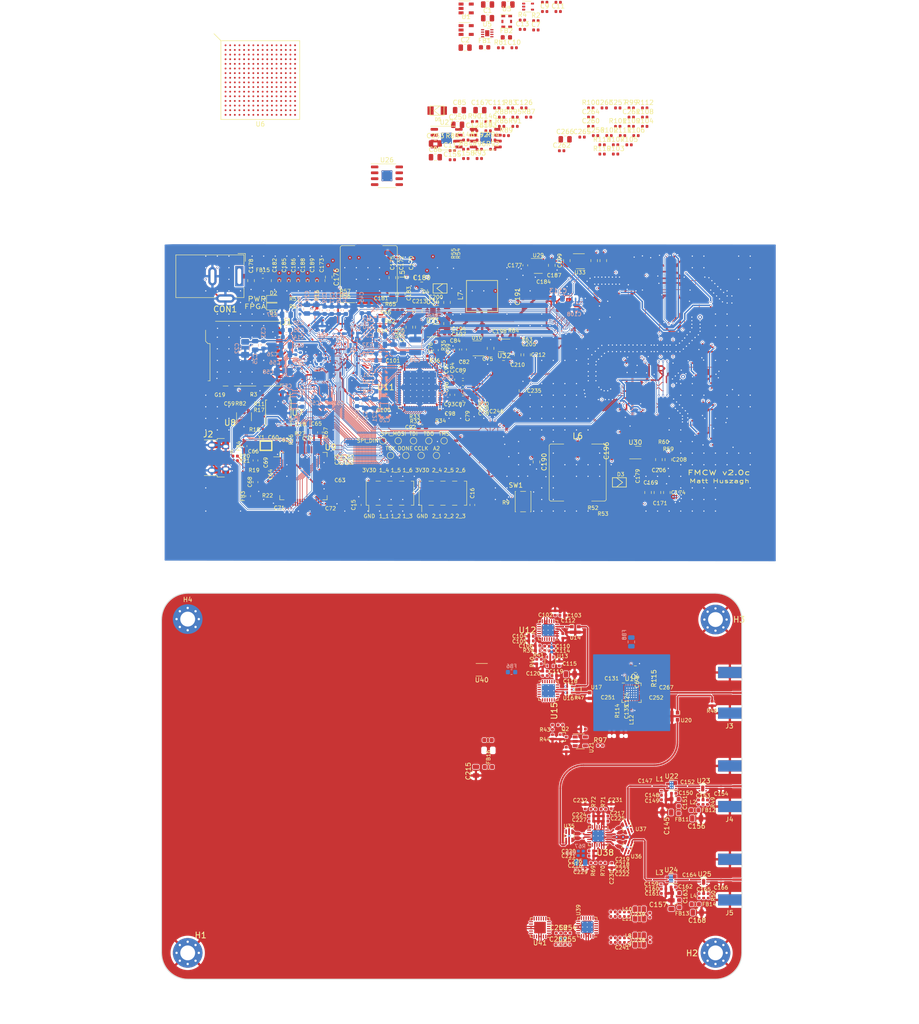
<source format=kicad_pcb>
(kicad_pcb (version 20200119) (host pcbnew "5.99.0-unknown")
  (layers (0 "F.Cu" signal) (1 "In1.Cu" power) (2 "In2.Cu" power) (31 "B.Cu" signal) (34 "B.Paste" user) (35 "F.Paste" user) (36 "B.SilkS" user) (37 "F.SilkS" user hide) (38 "B.Mask" user hide) (39 "F.Mask" user) (44 "Edge.Cuts" user))
  (net 0 "")
  (net 1 "Net-(R22-Pad1)")
  (net 2 "GND")
  (net 3 "Net-(L2-Pad1)")
  (net 4 "Net-(L4-Pad1)")
  (net 5 "/3V3A")
  (net 6 "/ADC2-")
  (net 7 "/ADC_VCM1")
  (net 8 "/ADC1+")
  (net 9 "/ADC1-")
  (net 10 "Net-(C147-Pad1)")
  (net 11 "/ADC_VCM2")
  (net 12 "/ADC2+")
  (net 13 "Net-(C137-Pad1)")
  (net 14 "/ADF_CLK")
  (net 15 "/ADF_DATA")
  (net 16 "/ADF_LE")
  (net 17 "/ADF_MUXOUT")
  (net 18 "/ADF_TXDATA")
  (net 19 "/fpga/usb/USB_5V")
  (net 20 "/fpga/usb/USBDP")
  (net 21 "/fpga/usb/USBDM")
  (net 22 "/fpga/TDO")
  (net 23 "/fpga/SPI_MOSI")
  (net 24 "/fpga/CCLK")
  (net 25 "/fpga/TDI")
  (net 26 "/fpga/TMS")
  (net 27 "/fpga/TCK")
  (net 28 "/fpga/SPI_DIN")
  (net 29 "/1V0")
  (net 30 "/3V6")
  (net 31 "/power/5V6")
  (net 32 "/fpga/usb/EECS")
  (net 33 "/fpga/usb/EEDATA")
  (net 34 "/fpga/usb/DO")
  (net 35 "/3V3D")
  (net 36 "/10V")
  (net 37 "/power/12V")
  (net 38 "/fpga/adc/3V0")
  (net 39 "/3V0")
  (net 40 "/5V")
  (net 41 "/1V8")
  (net 42 "/fpga/LED")
  (net 43 "Net-(R20-Pad1)")
  (net 44 "Net-(R21-Pad1)")
  (net 45 "Net-(D1-Pad2)")
  (net 46 "/fpga/M0")
  (net 47 "/fpga/SPI_CS")
  (net 48 "/fpga/INIT_B")
  (net 49 "/fpga/M2")
  (net 50 "/fpga/M1")
  (net 51 "/fpga/PROGRAM_B")
  (net 52 "/if/IF2+")
  (net 53 "/if/IF2-")
  (net 54 "/if/IF1+")
  (net 55 "/if/IF1-")
  (net 56 "/LO")
  (net 57 "/1V8_OSC")
  (net 58 "/fpga/RXF#")
  (net 59 "/MIX_ENBL")
  (net 60 "/fpga/OF1")
  (net 61 "/fpga/TXE#")
  (net 62 "/fpga/CARD_DETECT")
  (net 63 "/fpga/OF2")
  (net 64 "/fpga/WR")
  (net 65 "/fpga/RD#")
  (net 66 "/fpga/D11")
  (net 67 "/fpga/D10")
  (net 68 "/fpga/D9")
  (net 69 "/fpga/D8")
  (net 70 "/fpga/D6")
  (net 71 "/fpga/D7")
  (net 72 "/fpga/FT_D7")
  (net 73 "/fpga/D3")
  (net 74 "/fpga/D4")
  (net 75 "/fpga/D5")
  (net 76 "/fpga/FT_D6")
  (net 77 "/fpga/FT_D4")
  (net 78 "/fpga/D2")
  (net 79 "/fpga/D1")
  (net 80 "/fpga/FT_D5")
  (net 81 "/fpga/FT_D3")
  (net 82 "/fpga/D0")
  (net 83 "/fpga/FT_D2")
  (net 84 "/fpga/FT_D0")
  (net 85 "/fpga/FT_D1")
  (net 86 "/fpga/SD_CLK")
  (net 87 "/fpga/ADC_OE1")
  (net 88 "/fpga/ADC_SHDN1")
  (net 89 "/fpga/ADC_OE2")
  (net 90 "/fpga/SD_DAT2")
  (net 91 "/fpga/ADC_SHDN2")
  (net 92 "/fpga/SD_DAT3")
  (net 93 "/fpga/SD_DAT1")
  (net 94 "/fpga/SD_DAT0")
  (net 95 "/fpga/SD_CMD")
  (net 96 "Net-(C127-Pad1)")
  (net 97 "Net-(C110-Pad2)")
  (net 98 "Net-(C110-Pad1)")
  (net 99 "/RF2")
  (net 100 "Net-(C112-Pad2)")
  (net 101 "Net-(C112-Pad1)")
  (net 102 "/RF1")
  (net 103 "/fpga/SIWUA")
  (net 104 "/fpga/CLKOUT")
  (net 105 "/fpga/OE#")
  (net 106 "/fpga/usb/1V8")
  (net 107 "/fpga/usb/EECLK")
  (net 108 "/mixer/5VF")
  (net 109 "Net-(C164-Pad2)")
  (net 110 "/ADF_REF")
  (net 111 "/ADC_REF")
  (net 112 "/FPGA_REF")
  (net 113 "/PA_OFF")
  (net 114 "/fpga/EXT1_6")
  (net 115 "/fpga/EXT1_5")
  (net 116 "/fpga/EXT1_4")
  (net 117 "/fpga/EXT1_3")
  (net 118 "/fpga/EXT1_2")
  (net 119 "/fpga/EXT1_1")
  (net 120 "/fpga/EXT2_4")
  (net 121 "/fpga/EXT2_1")
  (net 122 "/fpga/EXT2_6")
  (net 123 "/fpga/EXT2_3")
  (net 124 "/fpga/EXT2_5")
  (net 125 "/fpga/EXT2_2")
  (net 126 "/fpga/ADF_DONE")
  (net 127 "/fpga/FT_SUSPEND")
  (net 128 "Net-(C179-Pad1)")
  (net 129 "Net-(R25-Pad2)")
  (net 130 "Net-(TP9-Pad1)")
  (net 131 "/3V3_INV")
  (net 132 "Net-(C9-Pad1)")
  (net 133 "Net-(C9-Pad2)")
  (net 134 "Net-(C60-Pad1)")
  (net 135 "Net-(C61-Pad1)")
  (net 136 "Net-(C66-Pad1)")
  (net 137 "Net-(C68-Pad1)")
  (net 138 "Net-(C87-Pad1)")
  (net 139 "Net-(C88-Pad1)")
  (net 140 "Net-(C89-Pad1)")
  (net 141 "Net-(C90-Pad1)")
  (net 142 "Net-(C107-Pad2)")
  (net 143 "Net-(C120-Pad1)")
  (net 144 "Net-(C124-Pad1)")
  (net 145 "Net-(C124-Pad2)")
  (net 146 "Net-(C152-Pad1)")
  (net 147 "Net-(C152-Pad2)")
  (net 148 "Net-(C153-Pad1)")
  (net 149 "Net-(C154-Pad1)")
  (net 150 "Net-(C159-Pad1)")
  (net 151 "Net-(C164-Pad1)")
  (net 152 "Net-(C165-Pad1)")
  (net 153 "Net-(C166-Pad1)")
  (net 154 "Net-(C178-Pad1)")
  (net 155 "Net-(C180-Pad2)")
  (net 156 "Net-(C180-Pad1)")
  (net 157 "Net-(C184-Pad1)")
  (net 158 "Net-(C197-Pad1)")
  (net 159 "Net-(C198-Pad1)")
  (net 160 "Net-(C203-Pad1)")
  (net 161 "Net-(C204-Pad2)")
  (net 162 "Net-(C205-Pad2)")
  (net 163 "Net-(C211-Pad2)")
  (net 164 "Net-(C246-Pad1)")
  (net 165 "Net-(C246-Pad2)")
  (net 166 "Net-(C247-Pad1)")
  (net 167 "Net-(C247-Pad2)")
  (net 168 "Net-(C248-Pad1)")
  (net 169 "Net-(C248-Pad2)")
  (net 170 "Net-(C249-Pad2)")
  (net 171 "Net-(C249-Pad1)")
  (net 172 "Net-(D2-Pad2)")
  (net 173 "Net-(L5-Pad1)")
  (net 174 "Net-(R4-Pad2)")
  (net 175 "Net-(R5-Pad2)")
  (net 176 "Net-(R7-Pad2)")
  (net 177 "Net-(R12-Pad2)")
  (net 178 "Net-(R14-Pad1)")
  (net 179 "Net-(R19-Pad1)")
  (net 180 "Net-(R23-Pad2)")
  (net 181 "Net-(R24-Pad2)")
  (net 182 "Net-(R26-Pad2)")
  (net 183 "Net-(R32-Pad2)")
  (net 184 "Net-(R34-Pad1)")
  (net 185 "Net-(R35-Pad1)")
  (net 186 "Net-(R36-Pad1)")
  (net 187 "Net-(R37-Pad1)")
  (net 188 "Net-(R38-Pad2)")
  (net 189 "Net-(R40-Pad1)")
  (net 190 "Net-(R41-Pad1)")
  (net 191 "Net-(R47-Pad1)")
  (net 192 "Net-(R47-Pad2)")
  (net 193 "Net-(R48-Pad2)")
  (net 194 "Net-(R49-Pad1)")
  (net 195 "Net-(R50-Pad1)")
  (net 196 "Net-(R54-Pad2)")
  (net 197 "Net-(R56-Pad2)")
  (net 198 "Net-(R58-Pad2)")
  (net 199 "Net-(R59-Pad2)")
  (net 200 "Net-(R67-Pad2)")
  (net 201 "Net-(U15-Pad16)")
  (net 202 "Net-(C251-Pad2)")
  (net 203 "Net-(C251-Pad1)")
  (net 204 "Net-(C252-Pad2)")
  (net 205 "Net-(C252-Pad1)")
  (net 206 "Net-(J3-Pad1)")
  (net 207 "Net-(R81-Pad2)")
  (net 208 "Net-(C4-Pad2)")
  (net 209 "Net-(C118-Pad2)")
  (net 210 "Net-(C128-Pad1)")
  (net 211 "Net-(C148-Pad1)")
  (net 212 "Net-(C160-Pad1)")
  (net 213 "Net-(C10-Pad2)")
  (net 214 "Net-(C11-Pad2)")
  (net 215 "Net-(R2-Pad1)")
  (net 216 "/fpga/adc/AINA+")
  (net 217 "/fpga/adc/AINA-")
  (net 218 "/fpga/adc/AINB+")
  (net 219 "/fpga/adc/AINB-")
  (net 220 "/if/IF2a-")
  (net 221 "/if/IF2a+")
  (net 222 "/if/IF1a-")
  (net 223 "/if/IF1b+")
  (net 224 "/if/IF2b-")
  (net 225 "/if/IF2b+")
  (net 226 "/if/IF1b-")
  (net 227 "/if/IF1a+")
  (net 228 "/mixer/RF1a+")
  (net 229 "/mixer/RF1a-")
  (net 230 "/mixer/RF2a+")
  (net 231 "/mixer/RF2a-")
  (net 232 "/mixer/RF1b-")
  (net 233 "/mixer/RF1b+")
  (net 234 "/mixer/RF2b-")
  (net 235 "/mixer/RF2b+")
  (net 236 "/mixer/LOIb+")
  (net 237 "/mixer/LOIa+")
  (net 238 "/mixer/LOIb-")
  (net 239 "/mixer/LOIa-")
  (net 240 "/ADF_CE")
  (net 241 "Net-(Q2-Pad3)")
  (net 242 "Net-(C6-Pad1)")
  (net 243 "Net-(C7-Pad2)")
  (net 244 "Net-(C111-Pad2)")
  (net 245 "Net-(C111-Pad1)")
  (net 246 "/5VPA")
  (net 247 "Net-(C117-Pad2)")
  (net 248 "Net-(C117-Pad1)")
  (net 249 "Net-(C125-Pad1)")
  (net 250 "Net-(C126-Pad1)")
  (net 251 "Net-(C127-Pad2)")
  (net 252 "Net-(C143-Pad2)")
  (net 253 "Net-(C143-Pad1)")
  (net 254 "Net-(C146-Pad1)")
  (net 255 "Net-(C155-Pad1)")
  (net 256 "Net-(C158-Pad1)")
  (net 257 "Net-(C191-Pad1)")
  (net 258 "Net-(C192-Pad1)")
  (net 259 "Net-(C193-Pad2)")
  (net 260 "/5VMIX")
  (net 261 "Net-(C196-Pad2)")
  (net 262 "Net-(C254-Pad2)")
  (net 263 "Net-(C254-Pad1)")
  (net 264 "Net-(C255-Pad2)")
  (net 265 "Net-(C255-Pad1)")
  (net 266 "Net-(C256-Pad2)")
  (net 267 "Net-(C256-Pad1)")
  (net 268 "Net-(C257-Pad2)")
  (net 269 "Net-(C257-Pad1)")
  (net 270 "Net-(C258-Pad1)")
  (net 271 "Net-(C259-Pad1)")
  (net 272 "Net-(C260-Pad1)")
  (net 273 "Net-(C261-Pad1)")
  (net 274 "Net-(D3-Pad1)")
  (net 275 "Net-(D4-Pad1)")
  (net 276 "Net-(D5-Pad1)")
  (net 277 "Net-(R54-Pad1)")
  (net 278 "Net-(R55-Pad1)")
  (net 279 "Net-(R59-Pad1)")
  (net 280 "Net-(R60-Pad1)")
  (net 281 "Net-(R85-Pad2)")
  (net 282 "/power/SYNC")
  (net 283 "Net-(R97-Pad2)")
  (net 284 "Net-(R100-Pad1)")
  (net 285 "Net-(R101-Pad1)")
  (net 286 "Net-(R104-Pad1)")
  (net 287 "Net-(R105-Pad1)")
  (net 288 "Net-(R114-Pad1)")
  (net 289 "Net-(C218-Pad2)")
  (net 290 "Net-(C219-Pad2)")
  (net 291 "Net-(JP1-Pad2)")
  (net 292 "Net-(C222-Pad2)")
  (net 293 "Net-(C223-Pad2)")
  (net 294 "Net-(JP8-Pad1)")
  (net 295 "Net-(JP15-Pad2)")
  (net 296 "Net-(JP15-Pad1)")
  (net 297 "Net-(JP16-Pad2)")
  (net 298 "Net-(JP17-Pad1)")
  (net 299 "Net-(JP18-Pad1)")
  (net 300 "Net-(U20-Pad1)")
  (net 301 "Net-(JP6-Pad2)")
  (net 302 "Net-(JP6-Pad1)")
  (net 303 "Net-(JP7-Pad1)")
  (net 304 "Net-(JP10-Pad2)")
  (net 305 "Net-(JP10-Pad1)")
  (net 306 "/tx/5V_PA")
  (net 307 "/IF2+")
  (net 308 "/IF2-")
  (net 309 "/IF1+")
  (net 310 "/IF1-")
  (net 311 "/tx/5V_SYNTH")
  (net 312 "Net-(C3-Pad1)")
  (net 313 "Net-(C5-Pad1)")
  (module "fmcw:Skyworks_SE5004L" (layer "F.Cu") (at 179.125 183.6425)
    (fp_text reference "U18" (at 0 -3.05) (layer "F.SilkS"))
    (fp_text value "SE5004L")
    (fp_poly (pts (xy 1.625 1.625) (xy -1.625 1.625) (xy -1.625 -1.625) (xy 1.625 -1.625)) (layer "B.Cu") (width 0))
    (pad "1" thru_hole circle (at -1 1 270) (size 0.254 0.254) (drill 0.254) (layers *.Cu "F.Mask") (net 2 "GND"))
    (pad "1" thru_hole circle (at -0.5 1 270) (size 0.254 0.254) (drill 0.254) (layers *.Cu "F.Mask") (net 2 "GND"))
    (pad "1" thru_hole circle (at -1 0.5 270) (size 0.254 0.254) (drill 0.254) (layers *.Cu "F.Mask") (net 2 "GND"))
    (pad "1" thru_hole circle (at -0.5 0.5 270) (size 0.254 0.254) (drill 0.254) (layers *.Cu "F.Mask") (net 2 "GND"))
    (pad "1" thru_hole circle (at -1 0 270) (size 0.254 0.254) (drill 0.254) (layers *.Cu "F.Mask") (net 2 "GND"))
    (pad "1" thru_hole circle (at -0.5 0 270) (size 0.254 0.254) (drill 0.254) (layers *.Cu "F.Mask") (net 2 "GND"))
    (pad "1" thru_hole circle (at -0.5 -0.5 270) (size 0.254 0.254) (drill 0.254) (layers *.Cu "F.Mask") (net 2 "GND"))
    (pad "1" thru_hole circle (at -1 -0.5 270) (size 0.254 0.254) (drill 0.254) (layers *.Cu "F.Mask") (net 2 "GND"))
    (pad "1" thru_hole circle (at -0.5 -1 270) (size 0.254 0.254) (drill 0.254) (layers *.Cu "F.Mask") (net 2 "GND"))
    (pad "1" thru_hole circle (at -1 -1 270) (size 0.254 0.254) (drill 0.254) (layers *.Cu "F.Mask") (net 2 "GND"))
    (pad "1" thru_hole circle (at 1 -1 270) (size 0.254 0.254) (drill 0.254) (layers *.Cu "F.Mask") (net 2 "GND"))
    (pad "1" thru_hole circle (at 0.5 -1 270) (size 0.254 0.254) (drill 0.254) (layers *.Cu "F.Mask") (net 2 "GND"))
    (pad "1" thru_hole circle (at 0.5 -0.5 270) (size 0.254 0.254) (drill 0.254) (layers *.Cu "F.Mask") (net 2 "GND"))
    (pad "1" thru_hole circle (at 1 -0.5 270) (size 0.254 0.254) (drill 0.254) (layers *.Cu "F.Mask") (net 2 "GND"))
    (pad "1" thru_hole circle (at 1 0 270) (size 0.254 0.254) (drill 0.254) (layers *.Cu "F.Mask") (net 2 "GND"))
    (pad "1" thru_hole circle (at 0.5 0 270) (size 0.254 0.254) (drill 0.254) (layers *.Cu "F.Mask") (net 2 "GND"))
    (pad "1" thru_hole circle (at 1 0.5 270) (size 0.254 0.254) (drill 0.254) (layers *.Cu "F.Mask") (net 2 "GND"))
    (pad "1" thru_hole circle (at 0.5 0.5 270) (size 0.254 0.254) (drill 0.254) (layers *.Cu "F.Mask") (net 2 "GND"))
    (pad "1" thru_hole circle (at 1 1 270) (size 0.254 0.254) (drill 0.254) (layers *.Cu "F.Mask") (net 2 "GND"))
    (pad "1" thru_hole circle (at 0.5 1 270) (size 0.254 0.254) (drill 0.254) (layers *.Cu "F.Mask") (net 2 "GND"))
    (pad "1" thru_hole circle (at 0 1 270) (size 0.254 0.254) (drill 0.254) (layers *.Cu "F.Mask") (net 2 "GND"))
    (pad "1" thru_hole circle (at 0 0.5 270) (size 0.254 0.254) (drill 0.254) (layers *.Cu "F.Mask") (net 2 "GND"))
    (pad "1" thru_hole circle (at 0 -1 270) (size 0.254 0.254) (drill 0.254) (layers *.Cu "F.Mask") (net 2 "GND"))
    (pad "1" thru_hole circle (at 0 -0.5 270) (size 0.254 0.254) (drill 0.254) (layers *.Cu "F.Mask") (net 2 "GND"))
    (pad "1" thru_hole circle (at 0 0 270) (size 0.254 0.254) (drill 0.254) (layers *.Cu "F.Mask") (net 2 "GND"))
    (pad "20" smd rect (at -1 -1.85 180) (size 0.25 0.7) (layers "F.Cu" "F.Paste") (net 306 "/tx/5V_PA"))
    (pad "19" smd rect (at -0.5 -1.85 180) (size 0.25 0.7) (layers "F.Cu" "F.Paste") (net 306 "/tx/5V_PA"))
    (pad "18" smd rect (at 0 -1.85 180) (size 0.25 0.7) (layers "F.Cu" "F.Paste") (net 306 "/tx/5V_PA"))
    (pad "13" smd rect (at 1.85 0 90) (size 0.25 0.7) (layers "F.Cu" "F.Paste") (net 204 "Net-(C252-Pad2)"))
    (pad "10" smd rect (at 1 1.85 180) (size 0.25 0.7) (layers "F.Cu" "F.Paste"))
    (pad "9" smd rect (at 0.5 1.85 180) (size 0.25 0.7) (layers "F.Cu" "F.Paste") (net 306 "/tx/5V_PA"))
    (pad "8" smd rect (at 0 1.85 180) (size 0.25 0.7) (layers "F.Cu" "F.Paste") (net 306 "/tx/5V_PA"))
    (pad "7" smd rect (at -0.5 1.85 180) (size 0.25 0.7) (layers "F.Cu" "F.Paste") (net 144 "Net-(C124-Pad1)"))
    (pad "6" smd rect (at -1 1.85 180) (size 0.25 0.7) (layers "F.Cu" "F.Paste") (net 288 "Net-(R114-Pad1)"))
    (pad "5" smd rect (at -1.85 1 90) (size 0.25 0.7) (layers "F.Cu" "F.Paste") (net 251 "Net-(C127-Pad2)"))
    (pad "3" smd rect (at -1.85 0 90) (size 0.25 0.7) (layers "F.Cu" "F.Paste") (net 203 "Net-(C251-Pad1)"))
    (pad "1" smd custom (at 0 0) (size 0.25 0.7) (layers "F.Cu") (net 2 "GND") (options (clearance outline) (anchor rect)) (primitives (gr_poly (pts (xy -1.325 -1.3) (xy 0.375 -1.3) (xy 0.375 -2.2) (xy 2.2 -2.2) (xy 2.2 -0.375) (xy 1.3 -0.375) (xy 1.3 0.375) (xy 2.2 0.375) (xy 2.2 2.2) (xy 1.325 2.2) (xy 1.325 1.3) (xy -1.21 1.3) (xy -1.325 1.415) (xy -1.325 2.2) (xy -2.2 2.2) (xy -2.2 1.325) (xy -1.415 1.325) (xy -1.3 1.21) (xy -1.3 0.625) (xy -2.2 0.625) (xy -2.2 0.375) (xy -1.3 0.375) (xy -1.3 -0.375) (xy -2.2 -0.375) (xy -2.2 -2.2) (xy -1.325 -2.2)) (width 0))))
  )
  (module "Package_DFN_QFN:DFN-8-1EP_2x2mm_P0.5mm_EP0.9x1.3mm" (layer "F.Cu") (at 147.99 41.38)
    (fp_text reference "U5" (at 0 -1.95) (layer "F.SilkS"))
    (fp_text value "NB3N551")
    (pad "9" smd rect (at 0 0) (size 0.9 1.3) (layers "F.Cu" "F.Mask") (net 2 "GND"))
    (pad "8" smd roundrect (at 1 -0.75) (size 0.7 0.25) (layers "F.Cu" "F.Paste" "F.Mask") (net 214 "Net-(C11-Pad2)"))
    (pad "7" smd roundrect (at 1 -0.25) (size 0.7 0.25) (layers "F.Cu" "F.Paste" "F.Mask") (net 214 "Net-(C11-Pad2)"))
    (pad "6" smd roundrect (at 1 0.25) (size 0.7 0.25) (layers "F.Cu" "F.Paste" "F.Mask") (net 2 "GND"))
    (pad "5" smd roundrect (at 1 0.75) (size 0.7 0.25) (layers "F.Cu" "F.Paste" "F.Mask"))
    (pad "4" smd roundrect (at -1 0.75) (size 0.7 0.25) (layers "F.Cu" "F.Paste" "F.Mask") (net 175 "Net-(R5-Pad2)"))
    (pad "3" smd roundrect (at -1 0.25) (size 0.7 0.25) (layers "F.Cu" "F.Paste" "F.Mask") (net 207 "Net-(R81-Pad2)"))
    (pad "2" smd roundrect (at -1 -0.25) (size 0.7 0.25) (layers "F.Cu" "F.Paste" "F.Mask") (net 174 "Net-(R4-Pad2)"))
    (pad "1" smd roundrect (at -1 -0.75) (size 0.7 0.25) (layers "F.Cu" "F.Paste" "F.Mask") (net 215 "Net-(R2-Pad1)"))
  )
  (module "Package_TO_SOT_SMD:SOT-353_SC-70-5" (layer "F.Cu") (at 156.81 35.63)
    (fp_text reference "U4" (at 0 -2) (layer "F.SilkS"))
    (fp_text value "NC7SVU04P5X")
    (pad "5" smd rect (at 0.95 -0.65) (size 0.65 0.4) (layers "F.Cu" "F.Paste" "F.Mask") (net 214 "Net-(C11-Pad2)"))
    (pad "4" smd rect (at 0.95 0.65) (size 0.65 0.4) (layers "F.Cu" "F.Paste" "F.Mask") (net 215 "Net-(R2-Pad1)"))
    (pad "2" smd rect (at -0.95 0) (size 0.65 0.4) (layers "F.Cu" "F.Paste" "F.Mask") (net 132 "Net-(C9-Pad1)"))
    (pad "3" smd rect (at -0.95 0.65) (size 0.65 0.4) (layers "F.Cu" "F.Paste" "F.Mask") (net 2 "GND"))
    (pad "1" smd rect (at -0.95 -0.65) (size 0.65 0.4) (layers "F.Cu" "F.Paste" "F.Mask"))
  )
  (module "Oscillator:Oscillator_SMD_Kyocera_2520-6Pin_2.5x2.0mm" (layer "F.Cu") (at 152.2 38.83)
    (fp_text reference "U3" (at 0 -2.7) (layer "F.SilkS"))
    (fp_text value "KT2520K-T")
    (pad "6" smd rect (at 0.7375 -1.15) (size 0.825 0.5) (layers "F.Cu" "F.Paste" "F.Mask") (net 243 "Net-(C7-Pad2)"))
    (pad "5" smd rect (at 0.935 0) (size 0.43 0.7) (layers "F.Cu" "F.Paste" "F.Mask"))
    (pad "4" smd rect (at 0.7375 1.15) (size 0.825 0.5) (layers "F.Cu" "F.Paste" "F.Mask") (net 133 "Net-(C9-Pad2)"))
    (pad "3" smd rect (at -0.7375 1.15) (size 0.825 0.5) (layers "F.Cu" "F.Paste" "F.Mask") (net 2 "GND"))
    (pad "2" smd rect (at -0.935 0) (size 0.43 0.7) (layers "F.Cu" "F.Paste" "F.Mask"))
    (pad "1" smd rect (at -0.7375 -1.15) (size 0.825 0.5) (layers "F.Cu" "F.Paste" "F.Mask") (net 2 "GND"))
  )
  (module "Package_TO_SOT_SMD:SOT-23-5" (layer "F.Cu") (at 143.44 36.03)
    (fp_text reference "U2" (at 0 -2.9) (layer "F.SilkS"))
    (fp_text value "LP5907MFX-1.8")
    (pad "5" smd rect (at 1.1 -0.95) (size 1.06 0.65) (layers "F.Cu" "F.Paste" "F.Mask") (net 312 "Net-(C3-Pad1)"))
    (pad "4" smd rect (at 1.1 0.95) (size 1.06 0.65) (layers "F.Cu" "F.Paste" "F.Mask"))
    (pad "3" smd rect (at -1.1 0.95) (size 1.06 0.65) (layers "F.Cu" "F.Paste" "F.Mask") (net 30 "/3V6"))
    (pad "2" smd rect (at -1.1 0) (size 1.06 0.65) (layers "F.Cu" "F.Paste" "F.Mask") (net 2 "GND"))
    (pad "1" smd rect (at -1.1 -0.95) (size 1.06 0.65) (layers "F.Cu" "F.Paste" "F.Mask") (net 30 "/3V6"))
  )
  (module "Package_TO_SOT_SMD:SOT-23-5" (layer "F.Cu") (at 143.44 40.68)
    (fp_text reference "U1" (at 0 -2.9) (layer "F.SilkS"))
    (fp_text value "LP5907MFX-3.3")
    (pad "5" smd rect (at 1.1 -0.95) (size 1.06 0.65) (layers "F.Cu" "F.Paste" "F.Mask") (net 313 "Net-(C5-Pad1)"))
    (pad "4" smd rect (at 1.1 0.95) (size 1.06 0.65) (layers "F.Cu" "F.Paste" "F.Mask"))
    (pad "3" smd rect (at -1.1 0.95) (size 1.06 0.65) (layers "F.Cu" "F.Paste" "F.Mask") (net 30 "/3V6"))
    (pad "2" smd rect (at -1.1 0) (size 1.06 0.65) (layers "F.Cu" "F.Paste" "F.Mask") (net 2 "GND"))
    (pad "1" smd rect (at -1.1 -0.95) (size 1.06 0.65) (layers "F.Cu" "F.Paste" "F.Mask") (net 30 "/3V6"))
  )
  (module "Resistor_SMD:R_0402_1005Metric" (layer "F.Cu") (at 150.89 44.51)
    (fp_text reference "R81" (at 0 -1.17) (layer "F.SilkS"))
    (fp_text value "33")
    (pad "2" smd roundrect (at 0.485 0) (size 0.59 0.64) (layers "F.Cu" "F.Paste" "F.Mask") (net 207 "Net-(R81-Pad2)"))
    (pad "1" smd roundrect (at -0.485 0) (size 0.59 0.64) (layers "F.Cu" "F.Paste" "F.Mask") (net 111 "/ADC_REF"))
  )
  (module "Resistor_SMD:R_0402_1005Metric" (layer "F.Cu") (at 160.39 34.7)
    (fp_text reference "R5" (at 0 -1.17) (layer "F.SilkS"))
    (fp_text value "33")
    (pad "2" smd roundrect (at 0.485 0) (size 0.59 0.64) (layers "F.Cu" "F.Paste" "F.Mask") (net 175 "Net-(R5-Pad2)"))
    (pad "1" smd roundrect (at -0.485 0) (size 0.59 0.64) (layers "F.Cu" "F.Paste" "F.Mask") (net 112 "/FPGA_REF"))
  )
  (module "Resistor_SMD:R_0402_1005Metric" (layer "F.Cu") (at 155.58 38.55)
    (fp_text reference "R4" (at 0 -1.17) (layer "F.SilkS"))
    (fp_text value "33")
    (pad "2" smd roundrect (at 0.485 0) (size 0.59 0.64) (layers "F.Cu" "F.Paste" "F.Mask") (net 174 "Net-(R4-Pad2)"))
    (pad "1" smd roundrect (at -0.485 0) (size 0.59 0.64) (layers "F.Cu" "F.Paste" "F.Mask") (net 110 "/ADF_REF"))
  )
  (module "Resistor_SMD:R_0402_1005Metric" (layer "F.Cu") (at 158.49 38.68)
    (fp_text reference "R2" (at 0 -1.17) (layer "F.SilkS"))
    (fp_text value "470k")
    (pad "2" smd roundrect (at 0.485 0) (size 0.59 0.64) (layers "F.Cu" "F.Paste" "F.Mask") (net 213 "Net-(C10-Pad2)"))
    (pad "1" smd roundrect (at -0.485 0) (size 0.59 0.64) (layers "F.Cu" "F.Paste" "F.Mask") (net 215 "Net-(R2-Pad1)"))
  )
  (module "Resistor_SMD:R_0402_1005Metric" (layer "F.Cu") (at 163.3 34.7)
    (fp_text reference "R1" (at 0 -1.17) (layer "F.SilkS"))
    (fp_text value "470k")
    (pad "2" smd roundrect (at 0.485 0) (size 0.59 0.64) (layers "F.Cu" "F.Paste" "F.Mask") (net 132 "Net-(C9-Pad1)"))
    (pad "1" smd roundrect (at -0.485 0) (size 0.59 0.64) (layers "F.Cu" "F.Paste" "F.Mask") (net 213 "Net-(C10-Pad2)"))
  )
  (module "MountingHole:MountingHole_3.2mm_M3_Pad_Via" (layer "F.Cu") (at 83.35 167.75)
    (fp_text reference "H4" (at 0 -4.2) (layer "F.SilkS"))
    (fp_text value "MountingHole_Pad")
    (pad "1" thru_hole circle (at 1.697056 -1.697056) (size 0.8 0.8) (drill 0.5) (layers *.Cu *.Mask) (net 2 "GND"))
    (pad "1" thru_hole circle (at 0 -2.4) (size 0.8 0.8) (drill 0.5) (layers *.Cu *.Mask) (net 2 "GND"))
    (pad "1" thru_hole circle (at -1.697056 -1.697056) (size 0.8 0.8) (drill 0.5) (layers *.Cu *.Mask) (net 2 "GND"))
    (pad "1" thru_hole circle (at -2.4 0) (size 0.8 0.8) (drill 0.5) (layers *.Cu *.Mask) (net 2 "GND"))
    (pad "1" thru_hole circle (at -1.697056 1.697056) (size 0.8 0.8) (drill 0.5) (layers *.Cu *.Mask) (net 2 "GND"))
    (pad "1" thru_hole circle (at 0 2.4) (size 0.8 0.8) (drill 0.5) (layers *.Cu *.Mask) (net 2 "GND"))
    (pad "1" thru_hole circle (at 1.697056 1.697056) (size 0.8 0.8) (drill 0.5) (layers *.Cu *.Mask) (net 2 "GND"))
    (pad "1" thru_hole circle (at 2.4 0) (size 0.8 0.8) (drill 0.5) (layers *.Cu *.Mask) (net 2 "GND"))
    (pad "1" thru_hole circle (at 0 0) (size 6.4 6.4) (drill 3.2) (layers *.Cu *.Mask) (net 2 "GND"))
  )
  (module "Inductor_SMD:L_0603_1608Metric" (layer "F.Cu") (at 152.12 42.26)
    (fp_text reference "FB2" (at 0 -1.43) (layer "F.SilkS"))
    (fp_text value "BLM18PG181SH1D")
    (pad "2" smd roundrect (at 0.7875 0) (size 0.875 0.95) (layers "F.Cu" "F.Paste" "F.Mask") (net 313 "Net-(C5-Pad1)"))
    (pad "1" smd roundrect (at -0.7875 0) (size 0.875 0.95) (layers "F.Cu" "F.Paste" "F.Mask") (net 214 "Net-(C11-Pad2)"))
  )
  (module "Inductor_SMD:L_0603_1608Metric" (layer "F.Cu") (at 147.43 44.41)
    (fp_text reference "FB1" (at 0 -1.43) (layer "F.SilkS"))
    (fp_text value "BLM18PG181SH1D")
    (pad "2" smd roundrect (at 0.7875 0) (size 0.875 0.95) (layers "F.Cu" "F.Paste" "F.Mask") (net 312 "Net-(C3-Pad1)"))
    (pad "1" smd roundrect (at -0.7875 0) (size 0.875 0.95) (layers "F.Cu" "F.Paste" "F.Mask") (net 243 "Net-(C7-Pad2)"))
  )
  (module "Capacitor_SMD:C_0402_1005Metric" (layer "F.Cu") (at 155.58 40.54)
    (fp_text reference "C13" (at 0 -1.17) (layer "F.SilkS"))
    (fp_text value "100n")
    (pad "2" smd roundrect (at 0.485 0) (size 0.59 0.64) (layers "F.Cu" "F.Paste" "F.Mask") (net 214 "Net-(C11-Pad2)"))
    (pad "1" smd roundrect (at -0.485 0) (size 0.59 0.64) (layers "F.Cu" "F.Paste" "F.Mask") (net 2 "GND"))
  )
  (module "Capacitor_SMD:C_0402_1005Metric" (layer "F.Cu") (at 163.3 36.69)
    (fp_text reference "C11" (at 0 -1.17) (layer "F.SilkS"))
    (fp_text value "100n")
    (pad "2" smd roundrect (at 0.485 0) (size 0.59 0.64) (layers "F.Cu" "F.Paste" "F.Mask") (net 214 "Net-(C11-Pad2)"))
    (pad "1" smd roundrect (at -0.485 0) (size 0.59 0.64) (layers "F.Cu" "F.Paste" "F.Mask") (net 2 "GND"))
  )
  (module "Capacitor_SMD:C_0402_1005Metric" (layer "F.Cu") (at 153.8 44.51)
    (fp_text reference "C10" (at 0 -1.17) (layer "F.SilkS"))
    (fp_text value "10n")
    (pad "2" smd roundrect (at 0.485 0) (size 0.59 0.64) (layers "F.Cu" "F.Paste" "F.Mask") (net 213 "Net-(C10-Pad2)"))
    (pad "1" smd roundrect (at -0.485 0) (size 0.59 0.64) (layers "F.Cu" "F.Paste" "F.Mask") (net 2 "GND"))
  )
  (module "Capacitor_SMD:C_0402_1005Metric" (layer "F.Cu") (at 160.39 36.69)
    (fp_text reference "C9" (at 0 -1.17) (layer "F.SilkS"))
    (fp_text value "10n")
    (pad "2" smd roundrect (at 0.485 0) (size 0.59 0.64) (layers "F.Cu" "F.Paste" "F.Mask") (net 133 "Net-(C9-Pad2)"))
    (pad "1" smd roundrect (at -0.485 0) (size 0.59 0.64) (layers "F.Cu" "F.Paste" "F.Mask") (net 132 "Net-(C9-Pad1)"))
  )
  (module "Capacitor_SMD:C_0402_1005Metric" (layer "F.Cu") (at 158.49 40.67)
    (fp_text reference "C7" (at 0 -1.17) (layer "F.SilkS"))
    (fp_text value "100n")
    (pad "2" smd roundrect (at 0.485 0) (size 0.59 0.64) (layers "F.Cu" "F.Paste" "F.Mask") (net 243 "Net-(C7-Pad2)"))
    (pad "1" smd roundrect (at -0.485 0) (size 0.59 0.64) (layers "F.Cu" "F.Paste" "F.Mask") (net 2 "GND"))
  )
  (module "Capacitor_SMD:C_0805_2012Metric" (layer "F.Cu") (at 148.07 35.18)
    (fp_text reference "C5" (at 0 -1.65) (layer "F.SilkS"))
    (fp_text value "10u")
    (pad "2" smd roundrect (at 0.9375 0) (size 0.975 1.4) (layers "F.Cu" "F.Paste" "F.Mask") (net 2 "GND"))
    (pad "1" smd roundrect (at -0.9375 0) (size 0.975 1.4) (layers "F.Cu" "F.Paste" "F.Mask") (net 313 "Net-(C5-Pad1)"))
  )
  (module "Capacitor_SMD:C_0805_2012Metric" (layer "F.Cu") (at 152.48 35.18)
    (fp_text reference "C3" (at 0 -1.65) (layer "F.SilkS"))
    (fp_text value "1u")
    (pad "2" smd roundrect (at 0.9375 0) (size 0.975 1.4) (layers "F.Cu" "F.Paste" "F.Mask") (net 2 "GND"))
    (pad "1" smd roundrect (at -0.9375 0) (size 0.975 1.4) (layers "F.Cu" "F.Paste" "F.Mask") (net 312 "Net-(C3-Pad1)"))
  )
  (module "Capacitor_SMD:C_0805_2012Metric" (layer "F.Cu") (at 143.22 44.48)
    (fp_text reference "C2" (at 0 -1.65) (layer "F.SilkS"))
    (fp_text value "10u")
    (pad "2" smd roundrect (at 0.9375 0) (size 0.975 1.4) (layers "F.Cu" "F.Paste" "F.Mask") (net 2 "GND"))
    (pad "1" smd roundrect (at -0.9375 0) (size 0.975 1.4) (layers "F.Cu" "F.Paste" "F.Mask") (net 30 "/3V6"))
  )
  (module "Capacitor_SMD:C_0805_2012Metric" (layer "F.Cu") (at 148.07 38.13)
    (fp_text reference "C1" (at 0 -1.65) (layer "F.SilkS"))
    (fp_text value "10u")
    (pad "2" smd roundrect (at 0.9375 0) (size 0.975 1.4) (layers "F.Cu" "F.Paste" "F.Mask") (net 2 "GND"))
    (pad "1" smd roundrect (at -0.9375 0) (size 0.975 1.4) (layers "F.Cu" "F.Paste" "F.Mask") (net 30 "/3V6"))
  )
  (module "fmcw:HSOP-8-1EP_3.9x4.9mm_P1.27mm_EP2.3x2.3mm_ThermalVias" (layer "F.Cu") (at 147.67 64)
    (fp_text reference "U28" (at 0 -3.4) (layer "F.SilkS"))
    (fp_text value "L7980")
    (pad "1" smd roundrect (at -2.65 -1.905) (size 1.6 0.6) (layers "F.Cu" "F.Paste" "F.Mask") (net 276 "Net-(D5-Pad1)"))
    (pad "2" smd roundrect (at -2.65 -0.635) (size 1.6 0.6) (layers "F.Cu" "F.Paste" "F.Mask") (net 281 "Net-(R85-Pad2)"))
    (pad "3" smd roundrect (at -2.65 0.635) (size 1.6 0.6) (layers "F.Cu" "F.Paste" "F.Mask") (net 280 "Net-(R60-Pad1)"))
    (pad "4" smd roundrect (at -2.65 1.905) (size 1.6 0.6) (layers "F.Cu" "F.Paste" "F.Mask") (net 254 "Net-(C146-Pad1)"))
    (pad "5" smd roundrect (at 2.65 1.905) (size 1.6 0.6) (layers "F.Cu" "F.Paste" "F.Mask") (net 252 "Net-(C143-Pad2)"))
    (pad "6" smd roundrect (at 2.65 0.635) (size 1.6 0.6) (layers "F.Cu" "F.Paste" "F.Mask") (net 279 "Net-(R59-Pad1)"))
    (pad "7" smd roundrect (at 2.65 -0.635) (size 1.6 0.6) (layers "F.Cu" "F.Paste" "F.Mask") (net 2 "GND"))
    (pad "8" smd roundrect (at 2.65 -1.905) (size 1.6 0.6) (layers "F.Cu" "F.Paste" "F.Mask") (net 37 "/power/12V"))
    (pad "9" smd rect (at 0 0) (size 2.3 2.3) (layers "F.Cu" "F.Mask") (net 2 "GND"))
    (pad "9" thru_hole circle (at -0.9 -0.9) (size 0.5 0.5) (drill 0.2) (layers *.Cu) (net 2 "GND"))
    (pad "9" thru_hole circle (at 0.9 -0.9) (size 0.5 0.5) (drill 0.2) (layers *.Cu) (net 2 "GND"))
    (pad "9" thru_hole circle (at -0.9 0.9) (size 0.5 0.5) (drill 0.2) (layers *.Cu) (net 2 "GND"))
    (pad "9" thru_hole circle (at 0.9 0.9) (size 0.5 0.5) (drill 0.2) (layers *.Cu) (net 2 "GND"))
    (pad "9" smd rect (at 0 0) (size 2.3 2.3) (layers "B.Cu") (net 2 "GND"))
  )
  (module "fmcw:HSOP-8-1EP_3.9x4.9mm_P1.27mm_EP2.3x2.3mm_ThermalVias" (layer "F.Cu") (at 139.22 64)
    (fp_text reference "U27" (at 0 -3.4) (layer "F.SilkS"))
    (fp_text value "L7980")
    (pad "1" smd roundrect (at -2.65 -1.905) (size 1.6 0.6) (layers "F.Cu" "F.Paste" "F.Mask") (net 274 "Net-(D3-Pad1)"))
    (pad "2" smd roundrect (at -2.65 -0.635) (size 1.6 0.6) (layers "F.Cu" "F.Paste" "F.Mask") (net 282 "/power/SYNC"))
    (pad "3" smd roundrect (at -2.65 0.635) (size 1.6 0.6) (layers "F.Cu" "F.Paste" "F.Mask") (net 37 "/power/12V"))
    (pad "4" smd roundrect (at -2.65 1.905) (size 1.6 0.6) (layers "F.Cu" "F.Paste" "F.Mask") (net 250 "Net-(C126-Pad1)"))
    (pad "5" smd roundrect (at 2.65 1.905) (size 1.6 0.6) (layers "F.Cu" "F.Paste" "F.Mask") (net 247 "Net-(C117-Pad2)"))
    (pad "6" smd roundrect (at 2.65 0.635) (size 1.6 0.6) (layers "F.Cu" "F.Paste" "F.Mask") (net 278 "Net-(R55-Pad1)"))
    (pad "7" smd roundrect (at 2.65 -0.635) (size 1.6 0.6) (layers "F.Cu" "F.Paste" "F.Mask") (net 2 "GND"))
    (pad "8" smd roundrect (at 2.65 -1.905) (size 1.6 0.6) (layers "F.Cu" "F.Paste" "F.Mask") (net 37 "/power/12V"))
    (pad "9" smd rect (at 0 0) (size 2.3 2.3) (layers "F.Cu" "F.Mask") (net 2 "GND"))
    (pad "9" thru_hole circle (at -0.9 -0.9) (size 0.5 0.5) (drill 0.2) (layers *.Cu) (net 2 "GND"))
    (pad "9" thru_hole circle (at 0.9 -0.9) (size 0.5 0.5) (drill 0.2) (layers *.Cu) (net 2 "GND"))
    (pad "9" thru_hole circle (at -0.9 0.9) (size 0.5 0.5) (drill 0.2) (layers *.Cu) (net 2 "GND"))
    (pad "9" thru_hole circle (at 0.9 0.9) (size 0.5 0.5) (drill 0.2) (layers *.Cu) (net 2 "GND"))
    (pad "9" smd rect (at 0 0) (size 2.3 2.3) (layers "B.Cu") (net 2 "GND"))
  )
  (module "fmcw:HSOP-8-1EP_3.9x4.9mm_P1.27mm_EP2.3x2.3mm_ThermalVias" (layer "F.Cu") (at 126.35 72.12)
    (fp_text reference "U26" (at 0 -3.4) (layer "F.SilkS"))
    (fp_text value "L7980")
    (pad "1" smd roundrect (at -2.65 -1.905) (size 1.6 0.6) (layers "F.Cu" "F.Paste" "F.Mask") (net 275 "Net-(D4-Pad1)"))
    (pad "2" smd roundrect (at -2.65 -0.635) (size 1.6 0.6) (layers "F.Cu" "F.Paste" "F.Mask") (net 282 "/power/SYNC"))
    (pad "3" smd roundrect (at -2.65 0.635) (size 1.6 0.6) (layers "F.Cu" "F.Paste" "F.Mask") (net 37 "/power/12V"))
    (pad "4" smd roundrect (at -2.65 1.905) (size 1.6 0.6) (layers "F.Cu" "F.Paste" "F.Mask") (net 249 "Net-(C125-Pad1)"))
    (pad "5" smd roundrect (at 2.65 1.905) (size 1.6 0.6) (layers "F.Cu" "F.Paste" "F.Mask") (net 244 "Net-(C111-Pad2)"))
    (pad "6" smd roundrect (at 2.65 0.635) (size 1.6 0.6) (layers "F.Cu" "F.Paste" "F.Mask") (net 277 "Net-(R54-Pad1)"))
    (pad "7" smd roundrect (at 2.65 -0.635) (size 1.6 0.6) (layers "F.Cu" "F.Paste" "F.Mask") (net 2 "GND"))
    (pad "8" smd roundrect (at 2.65 -1.905) (size 1.6 0.6) (layers "F.Cu" "F.Paste" "F.Mask") (net 37 "/power/12V"))
    (pad "9" smd rect (at 0 0) (size 2.3 2.3) (layers "F.Cu" "F.Mask") (net 2 "GND"))
    (pad "9" thru_hole circle (at -0.9 -0.9) (size 0.5 0.5) (drill 0.2) (layers *.Cu) (net 2 "GND"))
    (pad "9" thru_hole circle (at 0.9 -0.9) (size 0.5 0.5) (drill 0.2) (layers *.Cu) (net 2 "GND"))
    (pad "9" thru_hole circle (at -0.9 0.9) (size 0.5 0.5) (drill 0.2) (layers *.Cu) (net 2 "GND"))
    (pad "9" thru_hole circle (at 0.9 0.9) (size 0.5 0.5) (drill 0.2) (layers *.Cu) (net 2 "GND"))
    (pad "9" smd rect (at 0 0) (size 2.3 2.3) (layers "B.Cu") (net 2 "GND"))
  )
  (module "fmcw:FTG256" (layer "F.Cu") (at 99.02 51.48)
    (fp_text reference "U6" (at 0 9.5) (layer "F.SilkS"))
    (fp_text value "XC7A15T-FTG256")
    (pad "T16" smd circle (at 7.5 7.5) (size 0.4 0.4) (layers "F.Cu" "F.Paste" "F.Mask") (net 2 "GND"))
    (pad "R16" smd circle (at 7.5 6.5) (size 0.4 0.4) (layers "F.Cu" "F.Paste" "F.Mask") (net 90 "/fpga/SD_DAT2"))
    (pad "P16" smd circle (at 7.5 5.5) (size 0.4 0.4) (layers "F.Cu" "F.Paste" "F.Mask") (net 95 "/fpga/SD_CMD"))
    (pad "N16" smd circle (at 7.5 4.5) (size 0.4 0.4) (layers "F.Cu" "F.Paste" "F.Mask") (net 94 "/fpga/SD_DAT0"))
    (pad "M16" smd circle (at 7.5 3.5) (size 0.4 0.4) (layers "F.Cu" "F.Paste" "F.Mask") (net 93 "/fpga/SD_DAT1"))
    (pad "L16" smd circle (at 7.5 2.5) (size 0.4 0.4) (layers "F.Cu" "F.Paste" "F.Mask") (net 35 "/3V3D"))
    (pad "K16" smd circle (at 7.5 1.5) (size 0.4 0.4) (layers "F.Cu" "F.Paste" "F.Mask"))
    (pad "J16" smd circle (at 7.5 0.5) (size 0.4 0.4) (layers "F.Cu" "F.Paste" "F.Mask"))
    (pad "H16" smd circle (at 7.5 -0.5) (size 0.4 0.4) (layers "F.Cu" "F.Paste" "F.Mask") (net 62 "/fpga/CARD_DETECT"))
    (pad "G16" smd circle (at 7.5 -1.5) (size 0.4 0.4) (layers "F.Cu" "F.Paste" "F.Mask") (net 85 "/fpga/FT_D1"))
    (pad "F16" smd circle (at 7.5 -2.5) (size 0.4 0.4) (layers "F.Cu" "F.Paste" "F.Mask") (net 2 "GND"))
    (pad "E16" smd circle (at 7.5 -3.5) (size 0.4 0.4) (layers "F.Cu" "F.Paste" "F.Mask") (net 77 "/fpga/FT_D4"))
    (pad "D16" smd circle (at 7.5 -4.5) (size 0.4 0.4) (layers "F.Cu" "F.Paste" "F.Mask") (net 76 "/fpga/FT_D6"))
    (pad "C16" smd circle (at 7.5 -5.5) (size 0.4 0.4) (layers "F.Cu" "F.Paste" "F.Mask") (net 127 "/fpga/FT_SUSPEND"))
    (pad "B16" smd circle (at 7.5 -6.5) (size 0.4 0.4) (layers "F.Cu" "F.Paste" "F.Mask") (net 58 "/fpga/RXF#"))
    (pad "A16" smd circle (at 7.5 -7.5) (size 0.4 0.4) (layers "F.Cu" "F.Paste" "F.Mask") (net 35 "/3V3D"))
    (pad "T15" smd circle (at 6.5 7.5) (size 0.4 0.4) (layers "F.Cu" "F.Paste" "F.Mask"))
    (pad "R15" smd circle (at 6.5 6.5) (size 0.4 0.4) (layers "F.Cu" "F.Paste" "F.Mask") (net 92 "/fpga/SD_DAT3"))
    (pad "P15" smd circle (at 6.5 5.5) (size 0.4 0.4) (layers "F.Cu" "F.Paste" "F.Mask"))
    (pad "N15" smd circle (at 6.5 4.5) (size 0.4 0.4) (layers "F.Cu" "F.Paste" "F.Mask") (net 2 "GND"))
    (pad "M15" smd circle (at 6.5 3.5) (size 0.4 0.4) (layers "F.Cu" "F.Paste" "F.Mask"))
    (pad "L15" smd circle (at 6.5 2.5) (size 0.4 0.4) (layers "F.Cu" "F.Paste" "F.Mask") (net 176 "Net-(R7-Pad2)"))
    (pad "K15" smd circle (at 6.5 1.5) (size 0.4 0.4) (layers "F.Cu" "F.Paste" "F.Mask"))
    (pad "J15" smd circle (at 6.5 0.5) (size 0.4 0.4) (layers "F.Cu" "F.Paste" "F.Mask"))
    (pad "H15" smd circle (at 6.5 -0.5) (size 0.4 0.4) (layers "F.Cu" "F.Paste" "F.Mask") (net 35 "/3V3D"))
    (pad "G15" smd circle (at 6.5 -1.5) (size 0.4 0.4) (layers "F.Cu" "F.Paste" "F.Mask") (net 83 "/fpga/FT_D2"))
    (pad "F15" smd circle (at 6.5 -2.5) (size 0.4 0.4) (layers "F.Cu" "F.Paste" "F.Mask") (net 84 "/fpga/FT_D0"))
    (pad "E15" smd circle (at 6.5 -3.5) (size 0.4 0.4) (layers "F.Cu" "F.Paste" "F.Mask") (net 80 "/fpga/FT_D5"))
    (pad "D15" smd circle (at 6.5 -4.5) (size 0.4 0.4) (layers "F.Cu" "F.Paste" "F.Mask") (net 72 "/fpga/FT_D7"))
    (pad "C15" smd circle (at 6.5 -5.5) (size 0.4 0.4) (layers "F.Cu" "F.Paste" "F.Mask") (net 2 "GND"))
    (pad "B15" smd circle (at 6.5 -6.5) (size 0.4 0.4) (layers "F.Cu" "F.Paste" "F.Mask") (net 61 "/fpga/TXE#"))
    (pad "A15" smd circle (at 6.5 -7.5) (size 0.4 0.4) (layers "F.Cu" "F.Paste" "F.Mask") (net 104 "/fpga/CLKOUT"))
    (pad "T14" smd circle (at 5.5 7.5) (size 0.4 0.4) (layers "F.Cu" "F.Paste" "F.Mask"))
    (pad "R14" smd circle (at 5.5 6.5) (size 0.4 0.4) (layers "F.Cu" "F.Paste" "F.Mask") (net 35 "/3V3D"))
    (pad "P14" smd circle (at 5.5 5.5) (size 0.4 0.4) (layers "F.Cu" "F.Paste" "F.Mask"))
    (pad "N14" smd circle (at 5.5 4.5) (size 0.4 0.4) (layers "F.Cu" "F.Paste" "F.Mask") (net 86 "/fpga/SD_CLK"))
    (pad "M14" smd circle (at 5.5 3.5) (size 0.4 0.4) (layers "F.Cu" "F.Paste" "F.Mask"))
    (pad "L14" smd circle (at 5.5 2.5) (size 0.4 0.4) (layers "F.Cu" "F.Paste" "F.Mask"))
    (pad "K14" smd circle (at 5.5 1.5) (size 0.4 0.4) (layers "F.Cu" "F.Paste" "F.Mask") (net 2 "GND"))
    (pad "J14" smd circle (at 5.5 0.5) (size 0.4 0.4) (layers "F.Cu" "F.Paste" "F.Mask") (net 28 "/fpga/SPI_DIN"))
    (pad "H14" smd circle (at 5.5 -0.5) (size 0.4 0.4) (layers "F.Cu" "F.Paste" "F.Mask"))
    (pad "G14" smd circle (at 5.5 -1.5) (size 0.4 0.4) (layers "F.Cu" "F.Paste" "F.Mask"))
    (pad "F14" smd circle (at 5.5 -2.5) (size 0.4 0.4) (layers "F.Cu" "F.Paste" "F.Mask") (net 81 "/fpga/FT_D3"))
    (pad "E14" smd circle (at 5.5 -3.5) (size 0.4 0.4) (layers "F.Cu" "F.Paste" "F.Mask") (net 35 "/3V3D"))
    (pad "D14" smd circle (at 5.5 -4.5) (size 0.4 0.4) (layers "F.Cu" "F.Paste" "F.Mask"))
    (pad "C14" smd circle (at 5.5 -5.5) (size 0.4 0.4) (layers "F.Cu" "F.Paste" "F.Mask"))
    (pad "B14" smd circle (at 5.5 -6.5) (size 0.4 0.4) (layers "F.Cu" "F.Paste" "F.Mask") (net 65 "/fpga/RD#"))
    (pad "A14" smd circle (at 5.5 -7.5) (size 0.4 0.4) (layers "F.Cu" "F.Paste" "F.Mask") (net 64 "/fpga/WR"))
    (pad "T13" smd circle (at 4.5 7.5) (size 0.4 0.4) (layers "F.Cu" "F.Paste" "F.Mask"))
    (pad "R13" smd circle (at 4.5 6.5) (size 0.4 0.4) (layers "F.Cu" "F.Paste" "F.Mask"))
    (pad "P13" smd circle (at 4.5 5.5) (size 0.4 0.4) (layers "F.Cu" "F.Paste" "F.Mask"))
    (pad "N13" smd circle (at 4.5 4.5) (size 0.4 0.4) (layers "F.Cu" "F.Paste" "F.Mask"))
    (pad "M13" smd circle (at 4.5 3.5) (size 0.4 0.4) (layers "F.Cu" "F.Paste" "F.Mask") (net 35 "/3V3D"))
    (pad "L13" smd circle (at 4.5 2.5) (size 0.4 0.4) (layers "F.Cu" "F.Paste" "F.Mask"))
    (pad "K13" smd circle (at 4.5 1.5) (size 0.4 0.4) (layers "F.Cu" "F.Paste" "F.Mask"))
    (pad "J13" smd circle (at 4.5 0.5) (size 0.4 0.4) (layers "F.Cu" "F.Paste" "F.Mask") (net 23 "/fpga/SPI_MOSI"))
    (pad "H13" smd circle (at 4.5 -0.5) (size 0.4 0.4) (layers "F.Cu" "F.Paste" "F.Mask"))
    (pad "G13" smd circle (at 4.5 -1.5) (size 0.4 0.4) (layers "F.Cu" "F.Paste" "F.Mask") (net 2 "GND"))
    (pad "F13" smd circle (at 4.5 -2.5) (size 0.4 0.4) (layers "F.Cu" "F.Paste" "F.Mask"))
    (pad "E13" smd circle (at 4.5 -3.5) (size 0.4 0.4) (layers "F.Cu" "F.Paste" "F.Mask"))
    (pad "D13" smd circle (at 4.5 -4.5) (size 0.4 0.4) (layers "F.Cu" "F.Paste" "F.Mask"))
    (pad "C13" smd circle (at 4.5 -5.5) (size 0.4 0.4) (layers "F.Cu" "F.Paste" "F.Mask"))
    (pad "B13" smd circle (at 4.5 -6.5) (size 0.4 0.4) (layers "F.Cu" "F.Paste" "F.Mask") (net 35 "/3V3D"))
    (pad "A13" smd circle (at 4.5 -7.5) (size 0.4 0.4) (layers "F.Cu" "F.Paste" "F.Mask") (net 103 "/fpga/SIWUA"))
    (pad "T12" smd circle (at 3.5 7.5) (size 0.4 0.4) (layers "F.Cu" "F.Paste" "F.Mask"))
    (pad "R12" smd circle (at 3.5 6.5) (size 0.4 0.4) (layers "F.Cu" "F.Paste" "F.Mask"))
    (pad "P12" smd circle (at 3.5 5.5) (size 0.4 0.4) (layers "F.Cu" "F.Paste" "F.Mask") (net 2 "GND"))
    (pad "N12" smd circle (at 3.5 4.5) (size 0.4 0.4) (layers "F.Cu" "F.Paste" "F.Mask"))
    (pad "M12" smd circle (at 3.5 3.5) (size 0.4 0.4) (layers "F.Cu" "F.Paste" "F.Mask"))
    (pad "L12" smd circle (at 3.5 2.5) (size 0.4 0.4) (layers "F.Cu" "F.Paste" "F.Mask") (net 47 "/fpga/SPI_CS"))
    (pad "K12" smd circle (at 3.5 1.5) (size 0.4 0.4) (layers "F.Cu" "F.Paste" "F.Mask"))
    (pad "J12" smd circle (at 3.5 0.5) (size 0.4 0.4) (layers "F.Cu" "F.Paste" "F.Mask") (net 35 "/3V3D"))
    (pad "H12" smd circle (at 3.5 -0.5) (size 0.4 0.4) (layers "F.Cu" "F.Paste" "F.Mask"))
    (pad "G12" smd circle (at 3.5 -1.5) (size 0.4 0.4) (layers "F.Cu" "F.Paste" "F.Mask"))
    (pad "F12" smd circle (at 3.5 -2.5) (size 0.4 0.4) (layers "F.Cu" "F.Paste" "F.Mask"))
    (pad "E12" smd circle (at 3.5 -3.5) (size 0.4 0.4) (layers "F.Cu" "F.Paste" "F.Mask"))
    (pad "D12" smd circle (at 3.5 -4.5) (size 0.4 0.4) (layers "F.Cu" "F.Paste" "F.Mask") (net 2 "GND"))
    (pad "C12" smd circle (at 3.5 -5.5) (size 0.4 0.4) (layers "F.Cu" "F.Paste" "F.Mask") (net 116 "/fpga/EXT1_4"))
    (pad "B12" smd circle (at 3.5 -6.5) (size 0.4 0.4) (layers "F.Cu" "F.Paste" "F.Mask"))
    (pad "A12" smd circle (at 3.5 -7.5) (size 0.4 0.4) (layers "F.Cu" "F.Paste" "F.Mask") (net 105 "/fpga/OE#"))
    (pad "T11" smd circle (at 2.5 7.5) (size 0.4 0.4) (layers "F.Cu" "F.Paste" "F.Mask") (net 35 "/3V3D"))
    (pad "R11" smd circle (at 2.5 6.5) (size 0.4 0.4) (layers "F.Cu" "F.Paste" "F.Mask"))
    (pad "P11" smd circle (at 2.5 5.5) (size 0.4 0.4) (layers "F.Cu" "F.Paste" "F.Mask"))
    (pad "N11" smd circle (at 2.5 4.5) (size 0.4 0.4) (layers "F.Cu" "F.Paste" "F.Mask") (net 112 "/FPGA_REF"))
    (pad "M11" smd circle (at 2.5 3.5) (size 0.4 0.4) (layers "F.Cu" "F.Paste" "F.Mask") (net 49 "/fpga/M2"))
    (pad "L11" smd circle (at 2.5 2.5) (size 0.4 0.4) (layers "F.Cu" "F.Paste" "F.Mask") (net 2 "GND"))
    (pad "K11" smd circle (at 2.5 1.5) (size 0.4 0.4) (layers "F.Cu" "F.Paste" "F.Mask") (net 41 "/1V8"))
    (pad "J11" smd circle (at 2.5 0.5) (size 0.4 0.4) (layers "F.Cu" "F.Paste" "F.Mask") (net 2 "GND"))
    (pad "H11" smd circle (at 2.5 -0.5) (size 0.4 0.4) (layers "F.Cu" "F.Paste" "F.Mask"))
    (pad "G11" smd circle (at 2.5 -1.5) (size 0.4 0.4) (layers "F.Cu" "F.Paste" "F.Mask"))
    (pad "F11" smd circle (at 2.5 -2.5) (size 0.4 0.4) (layers "F.Cu" "F.Paste" "F.Mask") (net 29 "/1V0"))
    (pad "E11" smd circle (at 2.5 -3.5) (size 0.4 0.4) (layers "F.Cu" "F.Paste" "F.Mask"))
    (pad "D11" smd circle (at 2.5 -4.5) (size 0.4 0.4) (layers "F.Cu" "F.Paste" "F.Mask"))
    (pad "C11" smd circle (at 2.5 -5.5) (size 0.4 0.4) (layers "F.Cu" "F.Paste" "F.Mask") (net 119 "/fpga/EXT1_1"))
    (pad "B11" smd circle (at 2.5 -6.5) (size 0.4 0.4) (layers "F.Cu" "F.Paste" "F.Mask"))
    (pad "A11" smd circle (at 2.5 -7.5) (size 0.4 0.4) (layers "F.Cu" "F.Paste" "F.Mask") (net 2 "GND"))
    (pad "T10" smd circle (at 1.5 7.5) (size 0.4 0.4) (layers "F.Cu" "F.Paste" "F.Mask"))
    (pad "R10" smd circle (at 1.5 6.5) (size 0.4 0.4) (layers "F.Cu" "F.Paste" "F.Mask"))
    (pad "P10" smd circle (at 1.5 5.5) (size 0.4 0.4) (layers "F.Cu" "F.Paste" "F.Mask"))
    (pad "N10" smd circle (at 1.5 4.5) (size 0.4 0.4) (layers "F.Cu" "F.Paste" "F.Mask") (net 35 "/3V3D"))
    (pad "M10" smd circle (at 1.5 3.5) (size 0.4 0.4) (layers "F.Cu" "F.Paste" "F.Mask") (net 50 "/fpga/M1"))
    (pad "L10" smd circle (at 1.5 2.5) (size 0.4 0.4) (layers "F.Cu" "F.Paste" "F.Mask") (net 41 "/1V8"))
    (pad "K10" smd circle (at 1.5 1.5) (size 0.4 0.4) (layers "F.Cu" "F.Paste" "F.Mask") (net 48 "/fpga/INIT_B"))
    (pad "J10" smd circle (at 1.5 0.5) (size 0.4 0.4) (layers "F.Cu" "F.Paste" "F.Mask") (net 41 "/1V8"))
    (pad "H10" smd circle (at 1.5 -0.5) (size 0.4 0.4) (layers "F.Cu" "F.Paste" "F.Mask") (net 177 "Net-(R12-Pad2)"))
    (pad "G10" smd circle (at 1.5 -1.5) (size 0.4 0.4) (layers "F.Cu" "F.Paste" "F.Mask") (net 41 "/1V8"))
    (pad "F10" smd circle (at 1.5 -2.5) (size 0.4 0.4) (layers "F.Cu" "F.Paste" "F.Mask") (net 2 "GND"))
    (pad "E10" smd circle (at 1.5 -3.5) (size 0.4 0.4) (layers "F.Cu" "F.Paste" "F.Mask") (net 29 "/1V0"))
    (pad "D10" smd circle (at 1.5 -4.5) (size 0.4 0.4) (layers "F.Cu" "F.Paste" "F.Mask"))
    (pad "C10" smd circle (at 1.5 -5.5) (size 0.4 0.4) (layers "F.Cu" "F.Paste" "F.Mask") (net 35 "/3V3D"))
    (pad "B10" smd circle (at 1.5 -6.5) (size 0.4 0.4) (layers "F.Cu" "F.Paste" "F.Mask") (net 118 "/fpga/EXT1_2"))
    (pad "A10" smd circle (at 1.5 -7.5) (size 0.4 0.4) (layers "F.Cu" "F.Paste" "F.Mask"))
    (pad "T9" smd circle (at 0.5 7.5) (size 0.4 0.4) (layers "F.Cu" "F.Paste" "F.Mask"))
    (pad "R9" smd circle (at 0.5 6.5) (size 0.4 0.4) (layers "F.Cu" "F.Paste" "F.Mask") (net 2 "GND"))
    (pad "P9" smd circle (at 0.5 5.5) (size 0.4 0.4) (layers "F.Cu" "F.Paste" "F.Mask"))
    (pad "N9" smd circle (at 0.5 4.5) (size 0.4 0.4) (layers "F.Cu" "F.Paste" "F.Mask"))
    (pad "M9" smd circle (at 0.5 3.5) (size 0.4 0.4) (layers "F.Cu" "F.Paste" "F.Mask") (net 46 "/fpga/M0"))
    (pad "L9" smd circle (at 0.5 2.5) (size 0.4 0.4) (layers "F.Cu" "F.Paste" "F.Mask") (net 51 "/fpga/PROGRAM_B"))
    (pad "K9" smd circle (at 0.5 1.5) (size 0.4 0.4) (layers "F.Cu" "F.Paste" "F.Mask") (net 29 "/1V0"))
    (pad "J9" smd circle (at 0.5 0.5) (size 0.4 0.4) (layers "F.Cu" "F.Paste" "F.Mask") (net 2 "GND"))
    (pad "H9" smd circle (at 0.5 -0.5) (size 0.4 0.4) (layers "F.Cu" "F.Paste" "F.Mask") (net 29 "/1V0"))
    (pad "G9" smd circle (at 0.5 -1.5) (size 0.4 0.4) (layers "F.Cu" "F.Paste" "F.Mask") (net 2 "GND"))
    (pad "F9" smd circle (at 0.5 -2.5) (size 0.4 0.4) (layers "F.Cu" "F.Paste" "F.Mask") (net 29 "/1V0"))
    (pad "E9" smd circle (at 0.5 -3.5) (size 0.4 0.4) (layers "F.Cu" "F.Paste" "F.Mask") (net 2 "GND"))
    (pad "D9" smd circle (at 0.5 -4.5) (size 0.4 0.4) (layers "F.Cu" "F.Paste" "F.Mask"))
    (pad "C9" smd circle (at 0.5 -5.5) (size 0.4 0.4) (layers "F.Cu" "F.Paste" "F.Mask"))
    (pad "B9" smd circle (at 0.5 -6.5) (size 0.4 0.4) (layers "F.Cu" "F.Paste" "F.Mask") (net 115 "/fpga/EXT1_5"))
    (pad "A9" smd circle (at 0.5 -7.5) (size 0.4 0.4) (layers "F.Cu" "F.Paste" "F.Mask") (net 117 "/fpga/EXT1_3"))
    (pad "T8" smd circle (at -0.5 7.5) (size 0.4 0.4) (layers "F.Cu" "F.Paste" "F.Mask"))
    (pad "R8" smd circle (at -0.5 6.5) (size 0.4 0.4) (layers "F.Cu" "F.Paste" "F.Mask"))
    (pad "P8" smd circle (at -0.5 5.5) (size 0.4 0.4) (layers "F.Cu" "F.Paste" "F.Mask"))
    (pad "N8" smd circle (at -0.5 4.5) (size 0.4 0.4) (layers "F.Cu" "F.Paste" "F.Mask") (net 22 "/fpga/TDO"))
    (pad "M8" smd circle (at -0.5 3.5) (size 0.4 0.4) (layers "F.Cu" "F.Paste" "F.Mask") (net 2 "GND"))
    (pad "L8" smd circle (at -0.5 2.5) (size 0.4 0.4) (layers "F.Cu" "F.Paste" "F.Mask") (net 29 "/1V0"))
    (pad "K8" smd circle (at -0.5 1.5) (size 0.4 0.4) (layers "F.Cu" "F.Paste" "F.Mask") (net 2 "GND"))
    (pad "J8" smd circle (at -0.5 0.5) (size 0.4 0.4) (layers "F.Cu" "F.Paste" "F.Mask") (net 2 "GND"))
    (pad "H8" smd circle (at -0.5 -0.5) (size 0.4 0.4) (layers "F.Cu" "F.Paste" "F.Mask"))
    (pad "G8" smd circle (at -0.5 -1.5) (size 0.4 0.4) (layers "F.Cu" "F.Paste" "F.Mask") (net 41 "/1V8"))
    (pad "F8" smd circle (at -0.5 -2.5) (size 0.4 0.4) (layers "F.Cu" "F.Paste" "F.Mask") (net 2 "GND"))
    (pad "E8" smd circle (at -0.5 -3.5) (size 0.4 0.4) (layers "F.Cu" "F.Paste" "F.Mask") (net 24 "/fpga/CCLK"))
    (pad "D8" smd circle (at -0.5 -4.5) (size 0.4 0.4) (layers "F.Cu" "F.Paste" "F.Mask"))
    (pad "C8" smd circle (at -0.5 -5.5) (size 0.4 0.4) (layers "F.Cu" "F.Paste" "F.Mask"))
    (pad "B8" smd circle (at -0.5 -6.5) (size 0.4 0.4) (layers "F.Cu" "F.Paste" "F.Mask") (net 2 "GND"))
    (pad "A8" smd circle (at -0.5 -7.5) (size 0.4 0.4) (layers "F.Cu" "F.Paste" "F.Mask") (net 114 "/fpga/EXT1_6"))
    (pad "T7" smd circle (at -1.5 7.5) (size 0.4 0.4) (layers "F.Cu" "F.Paste" "F.Mask"))
    (pad "R7" smd circle (at -1.5 6.5) (size 0.4 0.4) (layers "F.Cu" "F.Paste" "F.Mask"))
    (pad "P7" smd circle (at -1.5 5.5) (size 0.4 0.4) (layers "F.Cu" "F.Paste" "F.Mask") (net 35 "/3V3D"))
    (pad "N7" smd circle (at -1.5 4.5) (size 0.4 0.4) (layers "F.Cu" "F.Paste" "F.Mask") (net 25 "/fpga/TDI"))
    (pad "M7" smd circle (at -1.5 3.5) (size 0.4 0.4) (layers "F.Cu" "F.Paste" "F.Mask") (net 26 "/fpga/TMS"))
    (pad "L7" smd circle (at -1.5 2.5) (size 0.4 0.4) (layers "F.Cu" "F.Paste" "F.Mask") (net 27 "/fpga/TCK"))
    (pad "K7" smd circle (at -1.5 1.5) (size 0.4 0.4) (layers "F.Cu" "F.Paste" "F.Mask") (net 2 "GND"))
    (pad "J7" smd circle (at -1.5 0.5) (size 0.4 0.4) (layers "F.Cu" "F.Paste" "F.Mask") (net 2 "GND"))
    (pad "H7" smd circle (at -1.5 -0.5) (size 0.4 0.4) (layers "F.Cu" "F.Paste" "F.Mask") (net 2 "GND"))
    (pad "G7" smd circle (at -1.5 -1.5) (size 0.4 0.4) (layers "F.Cu" "F.Paste" "F.Mask") (net 2 "GND"))
    (pad "F7" smd circle (at -1.5 -2.5) (size 0.4 0.4) (layers "F.Cu" "F.Paste" "F.Mask") (net 29 "/1V0"))
    (pad "E7" smd circle (at -1.5 -3.5) (size 0.4 0.4) (layers "F.Cu" "F.Paste" "F.Mask") (net 35 "/3V3D"))
    (pad "D7" smd circle (at -1.5 -4.5) (size 0.4 0.4) (layers "F.Cu" "F.Paste" "F.Mask") (net 35 "/3V3D"))
    (pad "C7" smd circle (at -1.5 -5.5) (size 0.4 0.4) (layers "F.Cu" "F.Paste" "F.Mask"))
    (pad "B7" smd circle (at -1.5 -6.5) (size 0.4 0.4) (layers "F.Cu" "F.Paste" "F.Mask") (net 121 "/fpga/EXT2_1"))
    (pad "A7" smd circle (at -1.5 -7.5) (size 0.4 0.4) (layers "F.Cu" "F.Paste" "F.Mask") (net 120 "/fpga/EXT2_4"))
    (pad "T6" smd circle (at -2.5 7.5) (size 0.4 0.4) (layers "F.Cu" "F.Paste" "F.Mask") (net 2 "GND"))
    (pad "R6" smd circle (at -2.5 6.5) (size 0.4 0.4) (layers "F.Cu" "F.Paste" "F.Mask"))
    (pad "P6" smd circle (at -2.5 5.5) (size 0.4 0.4) (layers "F.Cu" "F.Paste" "F.Mask"))
    (pad "N6" smd circle (at -2.5 4.5) (size 0.4 0.4) (layers "F.Cu" "F.Paste" "F.Mask"))
    (pad "M6" smd circle (at -2.5 3.5) (size 0.4 0.4) (layers "F.Cu" "F.Paste" "F.Mask"))
    (pad "L6" smd circle (at -2.5 2.5) (size 0.4 0.4) (layers "F.Cu" "F.Paste" "F.Mask") (net 35 "/3V3D"))
    (pad "K6" smd circle (at -2.5 1.5) (size 0.4 0.4) (layers "F.Cu" "F.Paste" "F.Mask") (net 2 "GND"))
    (pad "J6" smd circle (at -2.5 0.5) (size 0.4 0.4) (layers "F.Cu" "F.Paste" "F.Mask") (net 29 "/1V0"))
    (pad "H6" smd circle (at -2.5 -0.5) (size 0.4 0.4) (layers "F.Cu" "F.Paste" "F.Mask") (net 2 "GND"))
    (pad "G6" smd circle (at -2.5 -1.5) (size 0.4 0.4) (layers "F.Cu" "F.Paste" "F.Mask") (net 29 "/1V0"))
    (pad "F6" smd circle (at -2.5 -2.5) (size 0.4 0.4) (layers "F.Cu" "F.Paste" "F.Mask") (net 2 "GND"))
    (pad "E6" smd circle (at -2.5 -3.5) (size 0.4 0.4) (layers "F.Cu" "F.Paste" "F.Mask"))
    (pad "D6" smd circle (at -2.5 -4.5) (size 0.4 0.4) (layers "F.Cu" "F.Paste" "F.Mask"))
    (pad "C6" smd circle (at -2.5 -5.5) (size 0.4 0.4) (layers "F.Cu" "F.Paste" "F.Mask"))
    (pad "B6" smd circle (at -2.5 -6.5) (size 0.4 0.4) (layers "F.Cu" "F.Paste" "F.Mask"))
    (pad "A6" smd circle (at -2.5 -7.5) (size 0.4 0.4) (layers "F.Cu" "F.Paste" "F.Mask") (net 35 "/3V3D"))
    (pad "T5" smd circle (at -3.5 7.5) (size 0.4 0.4) (layers "F.Cu" "F.Paste" "F.Mask"))
    (pad "R5" smd circle (at -3.5 6.5) (size 0.4 0.4) (layers "F.Cu" "F.Paste" "F.Mask"))
    (pad "P5" smd circle (at -3.5 5.5) (size 0.4 0.4) (layers "F.Cu" "F.Paste" "F.Mask"))
    (pad "N5" smd circle (at -3.5 4.5) (size 0.4 0.4) (layers "F.Cu" "F.Paste" "F.Mask") (net 2 "GND"))
    (pad "M5" smd circle (at -3.5 3.5) (size 0.4 0.4) (layers "F.Cu" "F.Paste" "F.Mask"))
    (pad "L5" smd circle (at -3.5 2.5) (size 0.4 0.4) (layers "F.Cu" "F.Paste" "F.Mask"))
    (pad "K5" smd circle (at -3.5 1.5) (size 0.4 0.4) (layers "F.Cu" "F.Paste" "F.Mask"))
    (pad "J5" smd circle (at -3.5 0.5) (size 0.4 0.4) (layers "F.Cu" "F.Paste" "F.Mask"))
    (pad "H5" smd circle (at -3.5 -0.5) (size 0.4 0.4) (layers "F.Cu" "F.Paste" "F.Mask"))
    (pad "G5" smd circle (at -3.5 -1.5) (size 0.4 0.4) (layers "F.Cu" "F.Paste" "F.Mask"))
    (pad "F5" smd circle (at -3.5 -2.5) (size 0.4 0.4) (layers "F.Cu" "F.Paste" "F.Mask"))
    (pad "E5" smd circle (at -3.5 -3.5) (size 0.4 0.4) (layers "F.Cu" "F.Paste" "F.Mask"))
    (pad "D5" smd circle (at -3.5 -4.5) (size 0.4 0.4) (layers "F.Cu" "F.Paste" "F.Mask"))
    (pad "C5" smd circle (at -3.5 -5.5) (size 0.4 0.4) (layers "F.Cu" "F.Paste" "F.Mask") (net 2 "GND"))
    (pad "B5" smd circle (at -3.5 -6.5) (size 0.4 0.4) (layers "F.Cu" "F.Paste" "F.Mask") (net 124 "/fpga/EXT2_5"))
    (pad "A5" smd circle (at -3.5 -7.5) (size 0.4 0.4) (layers "F.Cu" "F.Paste" "F.Mask") (net 125 "/fpga/EXT2_2"))
    (pad "T4" smd circle (at -4.5 7.5) (size 0.4 0.4) (layers "F.Cu" "F.Paste" "F.Mask") (net 126 "/fpga/ADF_DONE"))
    (pad "R4" smd circle (at -4.5 6.5) (size 0.4 0.4) (layers "F.Cu" "F.Paste" "F.Mask") (net 35 "/3V3D"))
    (pad "P4" smd circle (at -4.5 5.5) (size 0.4 0.4) (layers "F.Cu" "F.Paste" "F.Mask"))
    (pad "N4" smd circle (at -4.5 4.5) (size 0.4 0.4) (layers "F.Cu" "F.Paste" "F.Mask"))
    (pad "M4" smd circle (at -4.5 3.5) (size 0.4 0.4) (layers "F.Cu" "F.Paste" "F.Mask"))
    (pad "L4" smd circle (at -4.5 2.5) (size 0.4 0.4) (layers "F.Cu" "F.Paste" "F.Mask"))
    (pad "K4" smd circle (at -4.5 1.5) (size 0.4 0.4) (layers "F.Cu" "F.Paste" "F.Mask") (net 2 "GND"))
    (pad "J4" smd circle (at -4.5 0.5) (size 0.4 0.4) (layers "F.Cu" "F.Paste" "F.Mask") (net 59 "/MIX_ENBL"))
    (pad "H4" smd circle (at -4.5 -0.5) (size 0.4 0.4) (layers "F.Cu" "F.Paste" "F.Mask"))
    (pad "G4" smd circle (at -4.5 -1.5) (size 0.4 0.4) (layers "F.Cu" "F.Paste" "F.Mask"))
    (pad "F4" smd circle (at -4.5 -2.5) (size 0.4 0.4) (layers "F.Cu" "F.Paste" "F.Mask"))
    (pad "E4" smd circle (at -4.5 -3.5) (size 0.4 0.4) (layers "F.Cu" "F.Paste" "F.Mask") (net 35 "/3V3D"))
    (pad "D4" smd circle (at -4.5 -4.5) (size 0.4 0.4) (layers "F.Cu" "F.Paste" "F.Mask"))
    (pad "C4" smd circle (at -4.5 -5.5) (size 0.4 0.4) (layers "F.Cu" "F.Paste" "F.Mask"))
    (pad "B4" smd circle (at -4.5 -6.5) (size 0.4 0.4) (layers "F.Cu" "F.Paste" "F.Mask"))
    (pad "A4" smd circle (at -4.5 -7.5) (size 0.4 0.4) (layers "F.Cu" "F.Paste" "F.Mask") (net 123 "/fpga/EXT2_3"))
    (pad "T3" smd circle (at -5.5 7.5) (size 0.4 0.4) (layers "F.Cu" "F.Paste" "F.Mask"))
    (pad "R3" smd circle (at -5.5 6.5) (size 0.4 0.4) (layers "F.Cu" "F.Paste" "F.Mask") (net 240 "/ADF_CE"))
    (pad "P3" smd circle (at -5.5 5.5) (size 0.4 0.4) (layers "F.Cu" "F.Paste" "F.Mask") (net 18 "/ADF_TXDATA"))
    (pad "N3" smd circle (at -5.5 4.5) (size 0.4 0.4) (layers "F.Cu" "F.Paste" "F.Mask"))
    (pad "M3" smd circle (at -5.5 3.5) (size 0.4 0.4) (layers "F.Cu" "F.Paste" "F.Mask") (net 35 "/3V3D"))
    (pad "L3" smd circle (at -5.5 2.5) (size 0.4 0.4) (layers "F.Cu" "F.Paste" "F.Mask"))
    (pad "K3" smd circle (at -5.5 1.5) (size 0.4 0.4) (layers "F.Cu" "F.Paste" "F.Mask") (net 17 "/ADF_MUXOUT"))
    (pad "J3" smd circle (at -5.5 0.5) (size 0.4 0.4) (layers "F.Cu" "F.Paste" "F.Mask") (net 73 "/fpga/D3"))
    (pad "H3" smd circle (at -5.5 -0.5) (size 0.4 0.4) (layers "F.Cu" "F.Paste" "F.Mask") (net 70 "/fpga/D6"))
    (pad "G3" smd circle (at -5.5 -1.5) (size 0.4 0.4) (layers "F.Cu" "F.Paste" "F.Mask") (net 2 "GND"))
    (pad "F3" smd circle (at -5.5 -2.5) (size 0.4 0.4) (layers "F.Cu" "F.Paste" "F.Mask"))
    (pad "E3" smd circle (at -5.5 -3.5) (size 0.4 0.4) (layers "F.Cu" "F.Paste" "F.Mask"))
    (pad "D3" smd circle (at -5.5 -4.5) (size 0.4 0.4) (layers "F.Cu" "F.Paste" "F.Mask"))
    (pad "C3" smd circle (at -5.5 -5.5) (size 0.4 0.4) (layers "F.Cu" "F.Paste" "F.Mask"))
    (pad "B3" smd circle (at -5.5 -6.5) (size 0.4 0.4) (layers "F.Cu" "F.Paste" "F.Mask") (net 35 "/3V3D"))
    (pad "A3" smd circle (at -5.5 -7.5) (size 0.4 0.4) (layers "F.Cu" "F.Paste" "F.Mask") (net 122 "/fpga/EXT2_6"))
    (pad "T2" smd circle (at -6.5 7.5) (size 0.4 0.4) (layers "F.Cu" "F.Paste" "F.Mask") (net 113 "/PA_OFF"))
    (pad "R2" smd circle (at -6.5 6.5) (size 0.4 0.4) (layers "F.Cu" "F.Paste" "F.Mask"))
    (pad "P2" smd circle (at -6.5 5.5) (size 0.4 0.4) (layers "F.Cu" "F.Paste" "F.Mask") (net 2 "GND"))
    (pad "N2" smd circle (at -6.5 4.5) (size 0.4 0.4) (layers "F.Cu" "F.Paste" "F.Mask") (net 91 "/fpga/ADC_SHDN2"))
    (pad "M2" smd circle (at -6.5 3.5) (size 0.4 0.4) (layers "F.Cu" "F.Paste" "F.Mask") (net 15 "/ADF_DATA"))
    (pad "L2" smd circle (at -6.5 2.5) (size 0.4 0.4) (layers "F.Cu" "F.Paste" "F.Mask") (net 82 "/fpga/D0"))
    (pad "K2" smd circle (at -6.5 1.5) (size 0.4 0.4) (layers "F.Cu" "F.Paste" "F.Mask") (net 79 "/fpga/D1"))
    (pad "J2" smd circle (at -6.5 0.5) (size 0.4 0.4) (layers "F.Cu" "F.Paste" "F.Mask") (net 35 "/3V3D"))
    (pad "H2" smd circle (at -6.5 -0.5) (size 0.4 0.4) (layers "F.Cu" "F.Paste" "F.Mask") (net 75 "/fpga/D5"))
    (pad "G2" smd circle (at -6.5 -1.5) (size 0.4 0.4) (layers "F.Cu" "F.Paste" "F.Mask") (net 71 "/fpga/D7"))
    (pad "F2" smd circle (at -6.5 -2.5) (size 0.4 0.4) (layers "F.Cu" "F.Paste" "F.Mask") (net 68 "/fpga/D9"))
    (pad "E2" smd circle (at -6.5 -3.5) (size 0.4 0.4) (layers "F.Cu" "F.Paste" "F.Mask") (net 66 "/fpga/D11"))
    (pad "D2" smd circle (at -6.5 -4.5) (size 0.4 0.4) (layers "F.Cu" "F.Paste" "F.Mask") (net 2 "GND"))
    (pad "C2" smd circle (at -6.5 -5.5) (size 0.4 0.4) (layers "F.Cu" "F.Paste" "F.Mask") (net 60 "/fpga/OF1"))
    (pad "B2" smd circle (at -6.5 -6.5) (size 0.4 0.4) (layers "F.Cu" "F.Paste" "F.Mask") (net 87 "/fpga/ADC_OE1"))
    (pad "A2" smd circle (at -6.5 -7.5) (size 0.4 0.4) (layers "F.Cu" "F.Paste" "F.Mask") (net 130 "Net-(TP9-Pad1)"))
    (pad "T1" smd circle (at -7.5 7.5) (size 0.4 0.4) (layers "F.Cu" "F.Paste" "F.Mask") (net 35 "/3V3D"))
    (pad "R1" smd circle (at -7.5 6.5) (size 0.4 0.4) (layers "F.Cu" "F.Paste" "F.Mask") (net 178 "Net-(R14-Pad1)"))
    (pad "P1" smd circle (at -7.5 5.5) (size 0.4 0.4) (layers "F.Cu" "F.Paste" "F.Mask") (net 89 "/fpga/ADC_OE2"))
    (pad "N1" smd circle (at -7.5 4.5) (size 0.4 0.4) (layers "F.Cu" "F.Paste" "F.Mask") (net 16 "/ADF_LE"))
    (pad "M1" smd circle (at -7.5 3.5) (size 0.4 0.4) (layers "F.Cu" "F.Paste" "F.Mask") (net 63 "/fpga/OF2"))
    (pad "L1" smd circle (at -7.5 2.5) (size 0.4 0.4) (layers "F.Cu" "F.Paste" "F.Mask") (net 2 "GND"))
    (pad "K1" smd circle (at -7.5 1.5) (size 0.4 0.4) (layers "F.Cu" "F.Paste" "F.Mask") (net 78 "/fpga/D2"))
    (pad "J1" smd circle (at -7.5 0.5) (size 0.4 0.4) (layers "F.Cu" "F.Paste" "F.Mask"))
    (pad "H1" smd circle (at -7.5 -0.5) (size 0.4 0.4) (layers "F.Cu" "F.Paste" "F.Mask") (net 74 "/fpga/D4"))
    (pad "G1" smd circle (at -7.5 -1.5) (size 0.4 0.4) (layers "F.Cu" "F.Paste" "F.Mask") (net 69 "/fpga/D8"))
    (pad "F1" smd circle (at -7.5 -2.5) (size 0.4 0.4) (layers "F.Cu" "F.Paste" "F.Mask") (net 35 "/3V3D"))
    (pad "E1" smd circle (at -7.5 -3.5) (size 0.4 0.4) (layers "F.Cu" "F.Paste" "F.Mask") (net 67 "/fpga/D10"))
    (pad "D1" smd circle (at -7.5 -4.5) (size 0.4 0.4) (layers "F.Cu" "F.Paste" "F.Mask") (net 42 "/fpga/LED"))
    (pad "C1" smd circle (at -7.5 -5.5) (size 0.4 0.4) (layers "F.Cu" "F.Paste" "F.Mask"))
    (pad "B1" smd circle (at -7.5 -6.5) (size 0.4 0.4) (layers "F.Cu" "F.Paste" "F.Mask") (net 88 "/fpga/ADC_SHDN1"))
    (pad "A1" smd circle (at -7.5 -7.5) (size 0.4 0.4) (layers "F.Cu" "F.Paste" "F.Mask") (net 2 "GND"))
  )
  (module "fmcw:ABM10" (layer "F.Cu") (at 101.15 129.7 180)
    (fp_text reference "Y1" (at 1.9 1.15) (layer "F.SilkS") (effects (font (size 0.8128 0.8128) (thickness 0.127))))
    (fp_text value "12MHz")
    (pad "4" smd rect (at 0 -1.3 180) (size 1.15 1) (layers "F.Cu" "F.Paste" "F.Mask"))
    (pad "3" smd rect (at 1.75 -1.3 180) (size 1.15 1) (layers "F.Cu" "F.Paste" "F.Mask") (net 135 "Net-(C61-Pad1)"))
    (pad "2" smd rect (at 1.75 0 180) (size 1.15 1) (layers "F.Cu" "F.Paste" "F.Mask"))
    (pad "1" smd rect (at 0 0 180) (size 1.15 1) (layers "F.Cu" "F.Paste" "F.Mask") (net 134 "Net-(C60-Pad1)"))
  )
  (module "fmcw:SOD-123F" (layer "F.Cu") (at 137.922 96.52)
    (fp_text reference "D4" (at -3.175 0.635) (layer "F.SilkS") (effects (font (size 0.8128 0.8128) (thickness 0.127))))
    (fp_text value "SS24FL")
    (pad "2" smd rect (at 1.36 -0.1) (size 1.34 1.8) (layers "F.Cu" "F.Paste" "F.Mask") (net 2 "GND"))
    (pad "1" smd rect (at -1.5 -0.1) (size 1.34 1.8) (layers "F.Cu" "F.Paste" "F.Mask") (net 275 "Net-(D4-Pad1)"))
  )
  (module "fmcw:SOD-123F" (layer "F.Cu") (at 176.403 138.152799 180)
    (fp_text reference "D3" (at -0.381 1.627799 180) (layer "F.SilkS") (effects (font (size 0.8128 0.8128) (thickness 0.127))))
    (fp_text value "SS24FL")
    (pad "2" smd rect (at 1.36 -0.1 180) (size 1.34 1.8) (layers "F.Cu" "F.Paste" "F.Mask") (net 2 "GND"))
    (pad "1" smd rect (at -1.5 -0.1 180) (size 1.34 1.8) (layers "F.Cu" "F.Paste" "F.Mask") (net 274 "Net-(D3-Pad1)"))
  )
  (module "Connector_BarrelJack:BarrelJack_Wuerth_6941xx301002" (layer "F.Cu") (at 94.488 93.7895 -90)
    (fp_text reference "CON1" (at 7.112 3.048) (layer "F.SilkS") (effects (font (size 1.27 1.27) (thickness 0.1905))))
    (fp_text value "BARREL_JACK")
    (pad "1" thru_hole rect (at 0 0 270) (size 4.4 1.8) (drill oval 3.4 0.8) (layers *.Cu *.Mask) (net 154 "Net-(C178-Pad1)"))
    (pad "2" thru_hole oval (at 0 5.8 270) (size 4 1.8) (drill oval 3 0.8) (layers *.Cu *.Mask) (net 2 "GND"))
    (pad "3" thru_hole oval (at 4.8 3) (size 4 1.8) (drill oval 3 0.8) (layers *.Cu *.Mask) (net 2 "GND"))
  )
  (module "Capacitor_SMD:C_1206_3216Metric" (layer "B.Cu") (at 125.857 121.92 -90)
    (fp_text reference "C20" (at 2.921 0) (layer "B.SilkS") (effects (font (size 0.8128 0.8128) (thickness 0.127)) (justify mirror)))
    (fp_text value "47u")
    (pad "2" smd roundrect (at 1.4 0 270) (size 1.25 1.75) (layers "B.Cu" "B.Paste" "B.Mask") (roundrect_rratio 0.2) (net 2 "GND"))
    (pad "1" smd roundrect (at -1.4 0 270) (size 1.25 1.75) (layers "B.Cu" "B.Paste" "B.Mask") (roundrect_rratio 0.2) (net 35 "/3V3D"))
  )
  (module "RF_Converter:Balun_Johanson_5400BL15B050E" (layer "F.Cu") (at 178.205247 212.666333 -70)
    (fp_text reference "U37" (at 1.367694 -2.635941) (layer "F.SilkS") (effects (font (size 0.8128 0.8128) (thickness 0.127))))
    (fp_text value "5400BL15B050E")
    (pad "1" smd rect (at -0.9 -0.65 290) (size 1 0.35) (layers "F.Cu" "F.Paste" "F.Mask") (net 291 "Net-(JP1-Pad2)") (clearance 0.2))
    (pad "2" smd rect (at -0.9 0 290) (size 1 0.35) (layers "F.Cu" "F.Paste" "F.Mask") (net 2 "GND"))
    (pad "3" smd rect (at -0.9 0.65 290) (size 1 0.35) (layers "F.Cu" "F.Paste" "F.Mask") (net 228 "/mixer/RF1a+") (clearance 0.2))
    (pad "4" smd rect (at 0.9 0.65 290) (size 1 0.35) (layers "F.Cu" "F.Paste" "F.Mask") (net 229 "/mixer/RF1a-") (clearance 0.2))
    (pad "5" smd rect (at 0.9 0 290) (size 1 0.35) (layers "F.Cu" "F.Paste" "F.Mask") (net 2 "GND"))
    (pad "6" smd rect (at 0.9 -0.65 290) (size 1 0.35) (layers "F.Cu" "F.Paste" "F.Mask") (clearance 0.2))
  )
  (module "RF_Converter:Balun_Johanson_5400BL15B050E" (layer "F.Cu") (at 165.66 214.511 90)
    (fp_text reference "U35" (at 2.1082 0) (layer "F.SilkS") (effects (font (size 0.8128 0.8128) (thickness 0.127))))
    (fp_text value "5400BL15B050E")
    (pad "1" smd rect (at -0.9 -0.65 90) (size 1 0.35) (layers "F.Cu" "F.Paste" "F.Mask") (net 304 "Net-(JP10-Pad2)") (clearance 0.2))
    (pad "2" smd rect (at -0.9 0 90) (size 1 0.35) (layers "F.Cu" "F.Paste" "F.Mask") (net 2 "GND"))
    (pad "3" smd rect (at -0.9 0.65 90) (size 1 0.35) (layers "F.Cu" "F.Paste" "F.Mask") (net 298 "Net-(JP17-Pad1)") (clearance 0.2))
    (pad "4" smd rect (at 0.9 0.65 90) (size 1 0.35) (layers "F.Cu" "F.Paste" "F.Mask") (net 299 "Net-(JP18-Pad1)") (clearance 0.2))
    (pad "5" smd rect (at 0.9 0 90) (size 1 0.35) (layers "F.Cu" "F.Paste" "F.Mask") (net 2 "GND"))
    (pad "6" smd rect (at 0.9 -0.65 90) (size 1 0.35) (layers "F.Cu" "F.Paste" "F.Mask") (clearance 0.2))
  )
  (module "Package_TO_SOT_SMD:SOT-23-5" (layer "F.Cu") (at 168.0845 90.551)
    (fp_text reference "U33" (at -0.0635 2.413) (layer "F.SilkS") (effects (font (size 0.8128 0.8128) (thickness 0.127))))
    (fp_text value "LP5907MFX-3.0")
    (pad "5" smd rect (at 1.1 -0.95) (size 1.06 0.65) (layers "F.Cu" "F.Paste" "F.Mask") (net 39 "/3V0"))
    (pad "4" smd rect (at 1.1 0.95) (size 1.06 0.65) (layers "F.Cu" "F.Paste" "F.Mask"))
    (pad "3" smd rect (at -1.1 0.95) (size 1.06 0.65) (layers "F.Cu" "F.Paste" "F.Mask") (net 30 "/3V6"))
    (pad "2" smd rect (at -1.1 0) (size 1.06 0.65) (layers "F.Cu" "F.Paste" "F.Mask") (net 2 "GND"))
    (pad "1" smd rect (at -1.1 -0.95) (size 1.06 0.65) (layers "F.Cu" "F.Paste" "F.Mask") (net 30 "/3V6"))
  )
  (module "Package_TO_SOT_SMD:SOT-23-5" (layer "F.Cu") (at 159.004 91.567)
    (fp_text reference "U29" (at 0 -2.286) (layer "F.SilkS") (effects (font (size 0.8128 0.8128) (thickness 0.127))))
    (fp_text value "LP2985A-10DBVR")
    (pad "5" smd rect (at 1.1 -0.95) (size 1.06 0.65) (layers "F.Cu" "F.Paste" "F.Mask") (net 36 "/10V"))
    (pad "4" smd rect (at 1.1 0.95) (size 1.06 0.65) (layers "F.Cu" "F.Paste" "F.Mask") (net 157 "Net-(C184-Pad1)"))
    (pad "3" smd rect (at -1.1 0.95) (size 1.06 0.65) (layers "F.Cu" "F.Paste" "F.Mask") (net 37 "/power/12V"))
    (pad "2" smd rect (at -1.1 0) (size 1.06 0.65) (layers "F.Cu" "F.Paste" "F.Mask") (net 2 "GND"))
    (pad "1" smd rect (at -1.1 -0.95) (size 1.06 0.65) (layers "F.Cu" "F.Paste" "F.Mask") (net 37 "/power/12V"))
  )
  (module "RF_Converter:RF_Attenuator_Susumu_PAT1220" (layer "F.Cu") (at 188.45 188.7 -90)
    (fp_text reference "U20" (at 0.889 -2.4892) (layer "F.SilkS") (effects (font (size 0.8128 0.8128) (thickness 0.127))))
    (fp_text value "PAT1220-C-6DB")
    (pad "2" smd rect (at 0.75 -0.6 270) (size 0.8 0.7) (layers "F.Cu" "F.Paste" "F.Mask") (net 56 "/LO"))
    (pad "3" smd rect (at 0 0.6 270) (size 2.3 0.7) (layers "F.Cu" "F.Paste" "F.Mask") (net 2 "GND"))
    (pad "1" smd rect (at -0.75 -0.6 270) (size 0.8 0.7) (layers "F.Cu" "F.Paste" "F.Mask") (net 300 "Net-(U20-Pad1)"))
  )
  (module "RF_Converter:RF_Attenuator_Susumu_PAT1220" (layer "F.Cu") (at 170.855 184.235)
    (fp_text reference "U17" (at 0.695 -1.785) (layer "F.SilkS") (effects (font (size 0.8128 0.8128) (thickness 0.127))))
    (fp_text value "PAT1220-C-5DB")
    (pad "2" smd rect (at 0.75 -0.6) (size 0.8 0.7) (layers "F.Cu" "F.Paste" "F.Mask") (net 202 "Net-(C251-Pad2)"))
    (pad "3" smd rect (at 0 0.6) (size 2.3 0.7) (layers "F.Cu" "F.Paste" "F.Mask") (net 2 "GND"))
    (pad "1" smd rect (at -0.75 -0.6) (size 0.8 0.7) (layers "F.Cu" "F.Paste" "F.Mask") (net 191 "Net-(R47-Pad1)"))
  )
  (module "RF_Converter:Anaren_0805_2012Metric-6" (layer "F.Cu") (at 165.735 182.95)
    (fp_text reference "U16" (at -0.22 1.865 180) (layer "F.SilkS") (effects (font (size 0.8128 0.8128) (thickness 0.127))))
    (fp_text value "PD4859J5050S2HF")
    (pad "6" smd rect (at 0.495 -0.65 270) (size 0.41 0.33) (layers "F.Cu" "F.Paste" "F.Mask") (net 303 "Net-(JP7-Pad1)"))
    (pad "5" smd rect (at 0.495 0 270) (size 0.41 0.33) (layers "F.Cu" "F.Paste" "F.Mask") (net 2 "GND"))
    (pad "4" smd rect (at 0.495 0.65 270) (size 0.41 0.33) (layers "F.Cu" "F.Paste" "F.Mask") (net 191 "Net-(R47-Pad1)"))
    (pad "3" smd rect (at -0.495 0.65 270) (size 0.41 0.33) (layers "F.Cu" "F.Paste" "F.Mask") (net 2 "GND"))
    (pad "2" smd rect (at -0.495 0 270) (size 0.41 0.33) (layers "F.Cu" "F.Paste" "F.Mask") (net 201 "Net-(U15-Pad16)"))
    (pad "1" smd rect (at -0.495 -0.65 270) (size 0.41 0.33) (layers "F.Cu" "F.Paste" "F.Mask") (net 2 "GND"))
  )
  (module "RF_Converter:RF_Attenuator_Susumu_PAT1220" (layer "F.Cu") (at 166.985 169.98)
    (fp_text reference "U14" (at 0.005 1.77 180) (layer "F.SilkS") (effects (font (size 0.8128 0.8128) (thickness 0.127))))
    (fp_text value "PAT1220-C-3DB")
    (pad "2" smd rect (at 0.75 -0.6) (size 0.8 0.7) (layers "F.Cu" "F.Paste" "F.Mask") (net 301 "Net-(JP6-Pad2)"))
    (pad "3" smd rect (at 0 0.6) (size 2.3 0.7) (layers "F.Cu" "F.Paste" "F.Mask") (net 2 "GND"))
    (pad "1" smd rect (at -0.75 -0.6) (size 0.8 0.7) (layers "F.Cu" "F.Paste" "F.Mask") (net 101 "Net-(C112-Pad1)"))
  )
  (module "Package_TO_SOT_SMD:SOT-353_SC-70-5" (layer "F.Cu") (at 161.595 176.895 -90)
    (fp_text reference "U13" (at -1.145 -2.655 180) (layer "F.SilkS") (effects (font (size 0.8128 0.8128) (thickness 0.127))))
    (fp_text value "TLV172DCK")
    (pad "5" smd rect (at 0.95 -0.65 270) (size 0.65 0.4) (layers "F.Cu" "F.Paste" "F.Mask") (net 36 "/10V"))
    (pad "4" smd rect (at 0.95 0.65 270) (size 0.65 0.4) (layers "F.Cu" "F.Paste" "F.Mask") (net 190 "Net-(R41-Pad1)"))
    (pad "2" smd rect (at -0.95 0 270) (size 0.65 0.4) (layers "F.Cu" "F.Paste" "F.Mask") (net 2 "GND"))
    (pad "3" smd rect (at -0.95 0.65 270) (size 0.65 0.4) (layers "F.Cu" "F.Paste" "F.Mask") (net 189 "Net-(R40-Pad1)"))
    (pad "1" smd rect (at -0.95 -0.65 270) (size 0.65 0.4) (layers "F.Cu" "F.Paste" "F.Mask") (net 98 "Net-(C110-Pad1)"))
  )
  (module "Package_TO_SOT_SMD:SOT-23-5" (layer "F.Cu") (at 145.796 109.347 180)
    (fp_text reference "U10" (at 0 2.286 180) (layer "F.SilkS") (effects (font (size 0.8128 0.8128) (thickness 0.127))))
    (fp_text value "LP5907MFX-3.0")
    (pad "5" smd rect (at 1.1 -0.95 180) (size 1.06 0.65) (layers "F.Cu" "F.Paste" "F.Mask") (net 38 "/fpga/adc/3V0"))
    (pad "4" smd rect (at 1.1 0.95 180) (size 1.06 0.65) (layers "F.Cu" "F.Paste" "F.Mask"))
    (pad "3" smd rect (at -1.1 0.95 180) (size 1.06 0.65) (layers "F.Cu" "F.Paste" "F.Mask") (net 30 "/3V6"))
    (pad "2" smd rect (at -1.1 0 180) (size 1.06 0.65) (layers "F.Cu" "F.Paste" "F.Mask") (net 2 "GND"))
    (pad "1" smd rect (at -1.1 -0.95 180) (size 1.06 0.65) (layers "F.Cu" "F.Paste" "F.Mask") (net 30 "/3V6"))
  )
  (module "Package_QFP:LQFP-64_10x10mm_P0.5mm" (layer "F.Cu") (at 108.331 136.906)
    (fp_text reference "U9" (at 5.842 -6.223 180) (layer "F.SilkS") (effects (font (size 1.27 1.27) (thickness 0.1905))))
    (fp_text value "FT2232H")
    (pad "64" smd roundrect (at -3.75 -5.675) (size 0.3 1.55) (layers "F.Cu" "F.Paste" "F.Mask") (net 106 "/fpga/usb/1V8"))
    (pad "63" smd roundrect (at -3.25 -5.675) (size 0.3 1.55) (layers "F.Cu" "F.Paste" "F.Mask") (net 32 "/fpga/usb/EECS"))
    (pad "62" smd roundrect (at -2.75 -5.675) (size 0.3 1.55) (layers "F.Cu" "F.Paste" "F.Mask") (net 107 "/fpga/usb/EECLK"))
    (pad "61" smd roundrect (at -2.25 -5.675) (size 0.3 1.55) (layers "F.Cu" "F.Paste" "F.Mask") (net 33 "/fpga/usb/EEDATA"))
    (pad "60" smd roundrect (at -1.75 -5.675) (size 0.3 1.55) (layers "F.Cu" "F.Paste" "F.Mask"))
    (pad "59" smd roundrect (at -1.25 -5.675) (size 0.3 1.55) (layers "F.Cu" "F.Paste" "F.Mask") (net 182 "Net-(R26-Pad2)"))
    (pad "58" smd roundrect (at -0.75 -5.675) (size 0.3 1.55) (layers "F.Cu" "F.Paste" "F.Mask"))
    (pad "57" smd roundrect (at -0.25 -5.675) (size 0.3 1.55) (layers "F.Cu" "F.Paste" "F.Mask"))
    (pad "56" smd roundrect (at 0.25 -5.675) (size 0.3 1.55) (layers "F.Cu" "F.Paste" "F.Mask") (net 35 "/3V3D"))
    (pad "55" smd roundrect (at 0.75 -5.675) (size 0.3 1.55) (layers "F.Cu" "F.Paste" "F.Mask"))
    (pad "54" smd roundrect (at 1.25 -5.675) (size 0.3 1.55) (layers "F.Cu" "F.Paste" "F.Mask"))
    (pad "53" smd roundrect (at 1.75 -5.675) (size 0.3 1.55) (layers "F.Cu" "F.Paste" "F.Mask"))
    (pad "52" smd roundrect (at 2.25 -5.675) (size 0.3 1.55) (layers "F.Cu" "F.Paste" "F.Mask"))
    (pad "51" smd roundrect (at 2.75 -5.675) (size 0.3 1.55) (layers "F.Cu" "F.Paste" "F.Mask") (net 2 "GND"))
    (pad "50" smd roundrect (at 3.25 -5.675) (size 0.3 1.55) (layers "F.Cu" "F.Paste" "F.Mask") (net 35 "/3V3D"))
    (pad "49" smd roundrect (at 3.75 -5.675) (size 0.3 1.55) (layers "F.Cu" "F.Paste" "F.Mask") (net 106 "/fpga/usb/1V8"))
    (pad "48" smd roundrect (at 5.675 -3.75) (size 1.55 0.3) (layers "F.Cu" "F.Paste" "F.Mask"))
    (pad "47" smd roundrect (at 5.675 -3.25) (size 1.55 0.3) (layers "F.Cu" "F.Paste" "F.Mask") (net 2 "GND"))
    (pad "46" smd roundrect (at 5.675 -2.75) (size 1.55 0.3) (layers "F.Cu" "F.Paste" "F.Mask"))
    (pad "45" smd roundrect (at 5.675 -2.25) (size 1.55 0.3) (layers "F.Cu" "F.Paste" "F.Mask"))
    (pad "44" smd roundrect (at 5.675 -1.75) (size 1.55 0.3) (layers "F.Cu" "F.Paste" "F.Mask"))
    (pad "43" smd roundrect (at 5.675 -1.25) (size 1.55 0.3) (layers "F.Cu" "F.Paste" "F.Mask"))
    (pad "42" smd roundrect (at 5.675 -0.75) (size 1.55 0.3) (layers "F.Cu" "F.Paste" "F.Mask") (net 35 "/3V3D"))
    (pad "41" smd roundrect (at 5.675 -0.25) (size 1.55 0.3) (layers "F.Cu" "F.Paste" "F.Mask") (net 181 "Net-(R24-Pad2)"))
    (pad "40" smd roundrect (at 5.675 0.25) (size 1.55 0.3) (layers "F.Cu" "F.Paste" "F.Mask") (net 22 "/fpga/TDO"))
    (pad "39" smd roundrect (at 5.675 0.75) (size 1.55 0.3) (layers "F.Cu" "F.Paste" "F.Mask") (net 129 "Net-(R25-Pad2)"))
    (pad "38" smd roundrect (at 5.675 1.25) (size 1.55 0.3) (layers "F.Cu" "F.Paste" "F.Mask") (net 180 "Net-(R23-Pad2)"))
    (pad "37" smd roundrect (at 5.675 1.75) (size 1.55 0.3) (layers "F.Cu" "F.Paste" "F.Mask") (net 106 "/fpga/usb/1V8"))
    (pad "36" smd roundrect (at 5.675 2.25) (size 1.55 0.3) (layers "F.Cu" "F.Paste" "F.Mask") (net 127 "/fpga/FT_SUSPEND"))
    (pad "35" smd roundrect (at 5.675 2.75) (size 1.55 0.3) (layers "F.Cu" "F.Paste" "F.Mask") (net 2 "GND"))
    (pad "34" smd roundrect (at 5.675 3.25) (size 1.55 0.3) (layers "F.Cu" "F.Paste" "F.Mask"))
    (pad "33" smd roundrect (at 5.675 3.75) (size 1.55 0.3) (layers "F.Cu" "F.Paste" "F.Mask") (net 105 "/fpga/OE#"))
    (pad "32" smd roundrect (at 3.75 5.675) (size 0.3 1.55) (layers "F.Cu" "F.Paste" "F.Mask") (net 104 "/fpga/CLKOUT"))
    (pad "31" smd roundrect (at 3.25 5.675) (size 0.3 1.55) (layers "F.Cu" "F.Paste" "F.Mask") (net 35 "/3V3D"))
    (pad "30" smd roundrect (at 2.75 5.675) (size 0.3 1.55) (layers "F.Cu" "F.Paste" "F.Mask") (net 103 "/fpga/SIWUA"))
    (pad "29" smd roundrect (at 2.25 5.675) (size 0.3 1.55) (layers "F.Cu" "F.Paste" "F.Mask") (net 64 "/fpga/WR"))
    (pad "28" smd roundrect (at 1.75 5.675) (size 0.3 1.55) (layers "F.Cu" "F.Paste" "F.Mask") (net 65 "/fpga/RD#"))
    (pad "27" smd roundrect (at 1.25 5.675) (size 0.3 1.55) (layers "F.Cu" "F.Paste" "F.Mask") (net 61 "/fpga/TXE#"))
    (pad "26" smd roundrect (at 0.75 5.675) (size 0.3 1.55) (layers "F.Cu" "F.Paste" "F.Mask") (net 58 "/fpga/RXF#"))
    (pad "25" smd roundrect (at 0.25 5.675) (size 0.3 1.55) (layers "F.Cu" "F.Paste" "F.Mask") (net 2 "GND"))
    (pad "24" smd roundrect (at -0.25 5.675) (size 0.3 1.55) (layers "F.Cu" "F.Paste" "F.Mask") (net 72 "/fpga/FT_D7"))
    (pad "23" smd roundrect (at -0.75 5.675) (size 0.3 1.55) (layers "F.Cu" "F.Paste" "F.Mask") (net 76 "/fpga/FT_D6"))
    (pad "22" smd roundrect (at -1.25 5.675) (size 0.3 1.55) (layers "F.Cu" "F.Paste" "F.Mask") (net 80 "/fpga/FT_D5"))
    (pad "21" smd roundrect (at -1.75 5.675) (size 0.3 1.55) (layers "F.Cu" "F.Paste" "F.Mask") (net 77 "/fpga/FT_D4"))
    (pad "20" smd roundrect (at -2.25 5.675) (size 0.3 1.55) (layers "F.Cu" "F.Paste" "F.Mask") (net 35 "/3V3D"))
    (pad "19" smd roundrect (at -2.75 5.675) (size 0.3 1.55) (layers "F.Cu" "F.Paste" "F.Mask") (net 81 "/fpga/FT_D3"))
    (pad "18" smd roundrect (at -3.25 5.675) (size 0.3 1.55) (layers "F.Cu" "F.Paste" "F.Mask") (net 83 "/fpga/FT_D2"))
    (pad "17" smd roundrect (at -3.75 5.675) (size 0.3 1.55) (layers "F.Cu" "F.Paste" "F.Mask") (net 85 "/fpga/FT_D1"))
    (pad "16" smd roundrect (at -5.675 3.75) (size 1.55 0.3) (layers "F.Cu" "F.Paste" "F.Mask") (net 84 "/fpga/FT_D0"))
    (pad "15" smd roundrect (at -5.675 3.25) (size 1.55 0.3) (layers "F.Cu" "F.Paste" "F.Mask") (net 2 "GND"))
    (pad "14" smd roundrect (at -5.675 2.75) (size 1.55 0.3) (layers "F.Cu" "F.Paste" "F.Mask") (net 1 "Net-(R22-Pad1)"))
    (pad "13" smd roundrect (at -5.675 2.25) (size 1.55 0.3) (layers "F.Cu" "F.Paste" "F.Mask") (net 2 "GND"))
    (pad "12" smd roundrect (at -5.675 1.75) (size 1.55 0.3) (layers "F.Cu" "F.Paste" "F.Mask") (net 106 "/fpga/usb/1V8"))
    (pad "11" smd roundrect (at -5.675 1.25) (size 1.55 0.3) (layers "F.Cu" "F.Paste" "F.Mask") (net 2 "GND"))
    (pad "10" smd roundrect (at -5.675 0.75) (size 1.55 0.3) (layers "F.Cu" "F.Paste" "F.Mask") (net 2 "GND"))
    (pad "9" smd roundrect (at -5.675 0.25) (size 1.55 0.3) (layers "F.Cu" "F.Paste" "F.Mask") (net 137 "Net-(C68-Pad1)"))
    (pad "8" smd roundrect (at -5.675 -0.25) (size 1.55 0.3) (layers "F.Cu" "F.Paste" "F.Mask") (net 44 "Net-(R21-Pad1)"))
    (pad "7" smd roundrect (at -5.675 -0.75) (size 1.55 0.3) (layers "F.Cu" "F.Paste" "F.Mask") (net 43 "Net-(R20-Pad1)"))
    (pad "6" smd roundrect (at -5.675 -1.25) (size 1.55 0.3) (layers "F.Cu" "F.Paste" "F.Mask") (net 179 "Net-(R19-Pad1)"))
    (pad "5" smd roundrect (at -5.675 -1.75) (size 1.55 0.3) (layers "F.Cu" "F.Paste" "F.Mask") (net 2 "GND"))
    (pad "4" smd roundrect (at -5.675 -2.25) (size 1.55 0.3) (layers "F.Cu" "F.Paste" "F.Mask") (net 136 "Net-(C66-Pad1)"))
    (pad "3" smd roundrect (at -5.675 -2.75) (size 1.55 0.3) (layers "F.Cu" "F.Paste" "F.Mask") (net 135 "Net-(C61-Pad1)"))
    (pad "2" smd roundrect (at -5.675 -3.25) (size 1.55 0.3) (layers "F.Cu" "F.Paste" "F.Mask") (net 134 "Net-(C60-Pad1)"))
    (pad "1" smd roundrect (at -5.675 -3.75) (size 1.55 0.3) (layers "F.Cu" "F.Paste" "F.Mask") (net 2 "GND"))
  )
  (module "TestPoint:TestPoint_Pad_D1.0mm" (layer "F.Cu") (at 137.033 132.461)
    (fp_text reference "TP9" hide)
    (fp_text value "TestPoint")
    (pad "1" smd circle (at 0 0) (size 1 1) (layers "F.Cu" "F.Mask") (net 130 "Net-(TP9-Pad1)"))
  )
  (module "TestPoint:TestPoint_Pad_D1.0mm" (layer "F.Cu") (at 133.731 132.461)
    (fp_text reference "TP8" hide)
    (fp_text value "TestPoint")
    (pad "1" smd circle (at 0 0) (size 1 1) (layers "F.Cu" "F.Mask") (net 24 "/fpga/CCLK"))
  )
  (module "TestPoint:TestPoint_Pad_D1.0mm" (layer "F.Cu") (at 130.429 132.461)
    (fp_text reference "TP7" hide)
    (fp_text value "TestPoint")
    (pad "1" smd circle (at 0 0) (size 1 1) (layers "F.Cu" "F.Mask") (net 177 "Net-(R12-Pad2)"))
  )
  (module "TestPoint:TestPoint_Pad_D1.0mm" (layer "F.Cu") (at 127.127 132.461)
    (fp_text reference "TP6" hide)
    (fp_text value "TestPoint")
    (pad "1" smd circle (at 0 0) (size 1 1) (layers "F.Cu" "F.Mask") (net 27 "/fpga/TCK"))
  )
  (module "TestPoint:TestPoint_Pad_D1.0mm" (layer "F.Cu") (at 138.684 129.286)
    (fp_text reference "TP5" hide)
    (fp_text value "TestPoint")
    (pad "1" smd circle (at 0 0) (size 1 1) (layers "F.Cu" "F.Mask") (net 26 "/fpga/TMS"))
  )
  (module "TestPoint:TestPoint_Pad_D1.0mm" (layer "F.Cu") (at 135.382 129.286)
    (fp_text reference "TP4" hide)
    (fp_text value "TestPoint")
    (pad "1" smd circle (at 0 0) (size 1 1) (layers "F.Cu" "F.Mask") (net 22 "/fpga/TDO"))
  )
  (module "TestPoint:TestPoint_Pad_D1.0mm" (layer "F.Cu") (at 132.08 129.286)
    (fp_text reference "TP3" hide)
    (fp_text value "TestPoint")
    (pad "1" smd circle (at 0 0) (size 1 1) (layers "F.Cu" "F.Mask") (net 25 "/fpga/TDI"))
  )
  (module "TestPoint:TestPoint_Pad_D1.0mm" (layer "F.Cu") (at 128.778 129.286)
    (fp_text reference "TP2" hide)
    (fp_text value "TestPoint")
    (pad "1" smd circle (at 0 0) (size 1 1) (layers "F.Cu" "F.Mask") (net 23 "/fpga/SPI_MOSI"))
  )
  (module "TestPoint:TestPoint_Pad_D1.0mm" (layer "F.Cu") (at 125.476 129.286)
    (fp_text reference "TP1" hide)
    (fp_text value "TestPoint")
    (pad "1" smd circle (at 0 0) (size 1 1) (layers "F.Cu" "F.Mask") (net 28 "/fpga/SPI_DIN"))
  )
  (module "Resistor_SMD:R_0402_1005Metric" (layer "F.Cu") (at 152.019 116.84 90)
    (fp_text reference "R80" hide)
    (fp_text value "8.2k")
    (pad "2" smd roundrect (at 0.485 0 90) (size 0.59 0.64) (layers "F.Cu" "F.Paste" "F.Mask") (net 167 "Net-(C247-Pad2)"))
    (pad "1" smd roundrect (at -0.485 0 90) (size 0.59 0.64) (layers "F.Cu" "F.Paste" "F.Mask") (net 166 "Net-(C247-Pad1)"))
  )
  (module "Resistor_SMD:R_0402_1005Metric" (layer "F.Cu") (at 150.368 114.554 180)
    (fp_text reference "R79" hide)
    (fp_text value "8.2k")
    (pad "2" smd roundrect (at 0.485 0 180) (size 0.59 0.64) (layers "F.Cu" "F.Paste" "F.Mask") (net 170 "Net-(C249-Pad2)"))
    (pad "1" smd roundrect (at -0.485 0 180) (size 0.59 0.64) (layers "F.Cu" "F.Paste" "F.Mask") (net 171 "Net-(C249-Pad1)"))
  )
  (module "Resistor_SMD:R_0402_1005Metric" (layer "F.Cu") (at 149.225 120.904)
    (fp_text reference "R78" hide)
    (fp_text value "8.2k")
    (pad "2" smd roundrect (at 0.485 0) (size 0.59 0.64) (layers "F.Cu" "F.Paste" "F.Mask") (net 165 "Net-(C246-Pad2)"))
    (pad "1" smd roundrect (at -0.485 0) (size 0.59 0.64) (layers "F.Cu" "F.Paste" "F.Mask") (net 164 "Net-(C246-Pad1)"))
  )
  (module "Resistor_SMD:R_0402_1005Metric" (layer "F.Cu") (at 152.019 119.253 90)
    (fp_text reference "R77" hide)
    (fp_text value "8.2k")
    (pad "2" smd roundrect (at 0.485 0 90) (size 0.59 0.64) (layers "F.Cu" "F.Paste" "F.Mask") (net 169 "Net-(C248-Pad2)"))
    (pad "1" smd roundrect (at -0.485 0 90) (size 0.59 0.64) (layers "F.Cu" "F.Paste" "F.Mask") (net 168 "Net-(C248-Pad1)"))
  )
  (module "Resistor_SMD:R_0402_1005Metric" (layer "F.Cu") (at 175.1335 231.9095)
    (fp_text reference "R76" hide)
    (fp_text value "549")
    (pad "2" smd roundrect (at 0.485 0) (size 0.59 0.64) (layers "F.Cu" "F.Paste" "F.Mask") (net 223 "/if/IF1b+"))
    (pad "1" smd roundrect (at -0.485 0) (size 0.59 0.64) (layers "F.Cu" "F.Paste" "F.Mask") (net 167 "Net-(C247-Pad2)"))
  )
  (module "Resistor_SMD:R_0402_1005Metric" (layer "F.Cu") (at 175.1335 230.8935)
    (fp_text reference "R75" hide)
    (fp_text value "549")
    (pad "2" smd roundrect (at 0.485 0) (size 0.59 0.64) (layers "F.Cu" "F.Paste" "F.Mask") (net 226 "/if/IF1b-"))
    (pad "1" smd roundrect (at -0.485 0) (size 0.59 0.64) (layers "F.Cu" "F.Paste" "F.Mask") (net 171 "Net-(C249-Pad1)"))
  )
  (module "Resistor_SMD:R_0402_1005Metric" (layer "F.Cu") (at 175.1485 237.5095)
    (fp_text reference "R74" hide)
    (fp_text value "549")
    (pad "2" smd roundrect (at 0.485 0) (size 0.59 0.64) (layers "F.Cu" "F.Paste" "F.Mask") (net 225 "/if/IF2b+"))
    (pad "1" smd roundrect (at -0.485 0) (size 0.59 0.64) (layers "F.Cu" "F.Paste" "F.Mask") (net 165 "Net-(C246-Pad2)"))
  )
  (module "Resistor_SMD:R_0402_1005Metric" (layer "F.Cu") (at 175.1485 236.4935)
    (fp_text reference "R73" hide)
    (fp_text value "549")
    (pad "2" smd roundrect (at 0.485 0) (size 0.59 0.64) (layers "F.Cu" "F.Paste" "F.Mask") (net 224 "/if/IF2b-"))
    (pad "1" smd roundrect (at -0.485 0) (size 0.59 0.64) (layers "F.Cu" "F.Paste" "F.Mask") (net 168 "Net-(C248-Pad1)"))
  )
  (module "Resistor_SMD:R_0402_1005Metric" (layer "F.Cu") (at 170.85 208.75)
    (fp_text reference "R72" (at 0.1 -1.6 90) (layer "F.SilkS") (effects (font (size 0.8128 0.8128) (thickness 0.127))))
    (fp_text value "49.9")
    (pad "2" smd roundrect (at 0.485 0) (size 0.59 0.64) (layers "F.Cu" "F.Paste" "F.Mask") (net 309 "/IF1+"))
    (pad "1" smd roundrect (at -0.485 0) (size 0.59 0.64) (layers "F.Cu" "F.Paste" "F.Mask") (net 108 "/mixer/5VF"))
  )
  (module "Resistor_SMD:R_0402_1005Metric" (layer "F.Cu") (at 173.05 208.75)
    (fp_text reference "R71" (at -0.04 -1.6 270) (layer "F.SilkS") (effects (font (size 0.8128 0.8128) (thickness 0.127))))
    (fp_text value "49.9")
    (pad "2" smd roundrect (at 0.485 0) (size 0.59 0.64) (layers "F.Cu" "F.Paste" "F.Mask") (net 108 "/mixer/5VF"))
    (pad "1" smd roundrect (at -0.485 0) (size 0.59 0.64) (layers "F.Cu" "F.Paste" "F.Mask") (net 310 "/IF1-"))
  )
  (module "Resistor_SMD:R_0402_1005Metric" (layer "F.Cu") (at 172.95 220.345 180)
    (fp_text reference "R70" (at 0 -1.705 90) (layer "F.SilkS") (effects (font (size 0.8128 0.8128) (thickness 0.127))))
    (fp_text value "49.9")
    (pad "2" smd roundrect (at 0.485 0 180) (size 0.59 0.64) (layers "F.Cu" "F.Paste" "F.Mask") (net 307 "/IF2+"))
    (pad "1" smd roundrect (at -0.485 0 180) (size 0.59 0.64) (layers "F.Cu" "F.Paste" "F.Mask") (net 108 "/mixer/5VF"))
  )
  (module "Resistor_SMD:R_0402_1005Metric" (layer "F.Cu") (at 170.85 220.345 180)
    (fp_text reference "R69" (at 0 -1.705 90) (layer "F.SilkS") (effects (font (size 0.8128 0.8128) (thickness 0.127))))
    (fp_text value "49.9")
    (pad "2" smd roundrect (at 0.485 0 180) (size 0.59 0.64) (layers "F.Cu" "F.Paste" "F.Mask") (net 108 "/mixer/5VF"))
    (pad "1" smd roundrect (at -0.485 0 180) (size 0.59 0.64) (layers "F.Cu" "F.Paste" "F.Mask") (net 308 "/IF2-"))
  )
  (module "Resistor_SMD:R_0402_1005Metric" (layer "B.Cu") (at 167.635 218.265 -90)
    (fp_text reference "R68" (at -0.05 1.585 180) (layer "B.SilkS") (effects (font (size 0.8128 0.8128) (thickness 0.127)) (justify mirror)))
    (fp_text value "DNP")
    (pad "2" smd roundrect (at 0.485 0 270) (size 0.59 0.64) (layers "B.Cu" "B.Paste" "B.Mask") (net 2 "GND"))
    (pad "1" smd roundrect (at -0.485 0 270) (size 0.59 0.64) (layers "B.Cu" "B.Paste" "B.Mask") (net 200 "Net-(R67-Pad2)"))
  )
  (module "Resistor_SMD:R_0402_1005Metric" (layer "B.Cu") (at 168.73 218.265 90)
    (fp_text reference "R67" (at 1.515 -0.68) (layer "B.SilkS") (effects (font (size 0.8128 0.8128) (thickness 0.127)) (justify mirror)))
    (fp_text value "2k")
    (pad "2" smd roundrect (at 0.485 0 90) (size 0.59 0.64) (layers "B.Cu" "B.Paste" "B.Mask") (net 200 "Net-(R67-Pad2)"))
    (pad "1" smd roundrect (at -0.485 0 90) (size 0.59 0.64) (layers "B.Cu" "B.Paste" "B.Mask") (net 108 "/mixer/5VF"))
  )
  (module "Resistor_SMD:R_0402_1005Metric" (layer "F.Cu") (at 127.635 101.6 -90)
    (fp_text reference "R66" (at 0 1.524 180) (layer "F.SilkS") (effects (font (size 0.8128 0.8128) (thickness 0.127))))
    (fp_text value "1.15k")
    (pad "2" smd roundrect (at 0.485 0 270) (size 0.59 0.64) (layers "F.Cu" "F.Paste" "F.Mask") (net 2 "GND"))
    (pad "1" smd roundrect (at -0.485 0 270) (size 0.59 0.64) (layers "F.Cu" "F.Paste" "F.Mask") (net 163 "Net-(C211-Pad2)"))
  )
  (module "Resistor_SMD:R_0402_1005Metric" (layer "F.Cu") (at 128.651 100.584 -90)
    (fp_text reference "R65" (at -0.762 1.524) (layer "F.SilkS") (effects (font (size 0.8128 0.8128) (thickness 0.127))))
    (fp_text value "3.57k")
    (pad "2" smd roundrect (at 0.485 0 270) (size 0.59 0.64) (layers "F.Cu" "F.Paste" "F.Mask") (net 163 "Net-(C211-Pad2)"))
    (pad "1" smd roundrect (at -0.485 0 270) (size 0.59 0.64) (layers "F.Cu" "F.Paste" "F.Mask") (net 35 "/3V3D"))
  )
  (module "Resistor_SMD:R_0402_1005Metric" (layer "F.Cu") (at 153.543 106.426 180)
    (fp_text reference "R64" (at -0.127 0.889 180) (layer "F.SilkS") (effects (font (size 0.8128 0.8128) (thickness 0.127))))
    (fp_text value "1.15k")
    (pad "2" smd roundrect (at 0.485 0 180) (size 0.59 0.64) (layers "F.Cu" "F.Paste" "F.Mask") (net 2 "GND"))
    (pad "1" smd roundrect (at -0.485 0 180) (size 0.59 0.64) (layers "F.Cu" "F.Paste" "F.Mask") (net 162 "Net-(C205-Pad2)"))
  )
  (module "Resistor_SMD:R_0402_1005Metric" (layer "F.Cu") (at 154.559 107.442 180)
    (fp_text reference "R63" (at -2.032 0 180) (layer "F.SilkS") (effects (font (size 0.8128 0.8128) (thickness 0.127))))
    (fp_text value "3.57k")
    (pad "2" smd roundrect (at 0.485 0 180) (size 0.59 0.64) (layers "F.Cu" "F.Paste" "F.Mask") (net 162 "Net-(C205-Pad2)"))
    (pad "1" smd roundrect (at -0.485 0 180) (size 0.59 0.64) (layers "F.Cu" "F.Paste" "F.Mask") (net 5 "/3V3A"))
  )
  (module "Resistor_SMD:R_0402_1005Metric" (layer "F.Cu") (at 127.635 104.902 -90)
    (fp_text reference "R62" (at -1.397 0.635) (layer "F.SilkS") (effects (font (size 0.8128 0.8128) (thickness 0.127))))
    (fp_text value "1.5k")
    (pad "2" smd roundrect (at 0.485 0 270) (size 0.59 0.64) (layers "F.Cu" "F.Paste" "F.Mask") (net 2 "GND"))
    (pad "1" smd roundrect (at -0.485 0 270) (size 0.59 0.64) (layers "F.Cu" "F.Paste" "F.Mask") (net 161 "Net-(C204-Pad2)"))
  )
  (module "Resistor_SMD:R_0402_1005Metric" (layer "F.Cu") (at 128.651 104.013 -90)
    (fp_text reference "R61" (at 2.032 0 -90) (layer "F.SilkS") (effects (font (size 0.8128 0.8128) (thickness 0.127))))
    (fp_text value "1.87k")
    (pad "2" smd roundrect (at 0.485 0 270) (size 0.59 0.64) (layers "F.Cu" "F.Paste" "F.Mask") (net 161 "Net-(C204-Pad2)"))
    (pad "1" smd roundrect (at -0.485 0 270) (size 0.59 0.64) (layers "F.Cu" "F.Paste" "F.Mask") (net 41 "/1V8"))
  )
  (module "Resistor_SMD:R_0402_1005Metric" (layer "F.Cu") (at 184.531 129.54 90)
    (fp_text reference "R60" (at 0 1.524 180) (layer "F.SilkS") (effects (font (size 0.8128 0.8128) (thickness 0.127))))
    (fp_text value "0")
    (pad "2" smd roundrect (at 0.485 0 90) (size 0.59 0.64) (layers "F.Cu" "F.Paste" "F.Mask") (net 37 "/power/12V"))
    (pad "1" smd roundrect (at -0.485 0 90) (size 0.59 0.64) (layers "F.Cu" "F.Paste" "F.Mask") (net 280 "Net-(R60-Pad1)"))
  )
  (module "Resistor_SMD:R_0402_1005Metric" (layer "F.Cu") (at 185.039 131.064 180)
    (fp_text reference "R59" (at -2.032 0 180) (layer "F.SilkS") (effects (font (size 0.8128 0.8128) (thickness 0.127))))
    (fp_text value "68k")
    (pad "2" smd roundrect (at 0.485 0 180) (size 0.59 0.64) (layers "F.Cu" "F.Paste" "F.Mask") (net 2 "GND"))
    (pad "1" smd roundrect (at -0.485 0 180) (size 0.59 0.64) (layers "F.Cu" "F.Paste" "F.Mask") (net 279 "Net-(R59-Pad1)"))
  )
  (module "Resistor_SMD:R_0402_1005Metric" (layer "B.Cu") (at 136.271 103.505 180)
    (fp_text reference "R58" (at 0 1.17 180) (layer "B.SilkS") (effects (font (size 0.8128 0.8128) (thickness 0.127)) (justify mirror)))
    (fp_text value "68k")
    (pad "2" smd roundrect (at 0.485 0 180) (size 0.59 0.64) (layers "B.Cu" "B.Paste" "B.Mask") (net 198 "Net-(R58-Pad2)"))
    (pad "1" smd roundrect (at -0.485 0 180) (size 0.59 0.64) (layers "B.Cu" "B.Paste" "B.Mask") (net 30 "/3V6"))
  )
  (module "Resistor_SMD:R_0402_1005Metric" (layer "F.Cu") (at 115.316 97.028)
    (fp_text reference "R57" (at 2.032 0) (layer "F.SilkS") (effects (font (size 0.8128 0.8128) (thickness 0.127))))
    (fp_text value "8.2k")
    (pad "2" smd roundrect (at 0.485 0) (size 0.59 0.64) (layers "F.Cu" "F.Paste" "F.Mask") (net 248 "Net-(C117-Pad1)"))
    (pad "1" smd roundrect (at -0.485 0) (size 0.59 0.64) (layers "F.Cu" "F.Paste" "F.Mask") (net 250 "Net-(C126-Pad1)"))
  )
  (module "Resistor_SMD:R_0402_1005Metric" (layer "F.Cu") (at 115.316 98.044 180)
    (fp_text reference "R56" (at -2.032 0) (layer "F.SilkS") (effects (font (size 0.8128 0.8128) (thickness 0.127))))
    (fp_text value "6.8k")
    (pad "2" smd roundrect (at 0.485 0 180) (size 0.59 0.64) (layers "F.Cu" "F.Paste" "F.Mask") (net 245 "Net-(C111-Pad1)"))
    (pad "1" smd roundrect (at -0.485 0 180) (size 0.59 0.64) (layers "F.Cu" "F.Paste" "F.Mask") (net 249 "Net-(C125-Pad1)"))
  )
  (module "Resistor_SMD:R_0402_1005Metric" (layer "F.Cu") (at 140.716 90.932 -90)
    (fp_text reference "R55" (at -2.032 0 90) (layer "F.SilkS") (effects (font (size 0.8128 0.8128) (thickness 0.127))))
    (fp_text value "59k")
    (pad "2" smd roundrect (at 0.485 0 270) (size 0.59 0.64) (layers "F.Cu" "F.Paste" "F.Mask") (net 2 "GND"))
    (pad "1" smd roundrect (at -0.485 0 270) (size 0.59 0.64) (layers "F.Cu" "F.Paste" "F.Mask") (net 278 "Net-(R55-Pad1)"))
  )
  (module "Resistor_SMD:R_0402_1005Metric" (layer "F.Cu") (at 141.732 90.932 90)
    (fp_text reference "R54" (at 2.032 0 270) (layer "F.SilkS") (effects (font (size 0.8128 0.8128) (thickness 0.127))))
    (fp_text value "68k")
    (pad "2" smd roundrect (at 0.485 0 90) (size 0.59 0.64) (layers "F.Cu" "F.Paste" "F.Mask") (net 2 "GND"))
    (pad "1" smd roundrect (at -0.485 0 90) (size 0.59 0.64) (layers "F.Cu" "F.Paste" "F.Mask") (net 277 "Net-(R54-Pad1)"))
  )
  (module "Resistor_SMD:R_0402_1005Metric" (layer "F.Cu") (at 173.482 143.51 90)
    (fp_text reference "R53" (at -1.524 -0.508 -180) (layer "F.SilkS") (effects (font (size 0.8128 0.8128) (thickness 0.127))))
    (fp_text value "590")
    (pad "2" smd roundrect (at 0.485 0 90) (size 0.59 0.64) (layers "F.Cu" "F.Paste" "F.Mask") (net 2 "GND"))
    (pad "1" smd roundrect (at -0.485 0 90) (size 0.59 0.64) (layers "F.Cu" "F.Paste" "F.Mask") (net 247 "Net-(C117-Pad2)"))
  )
  (module "Resistor_SMD:R_0402_1005Metric" (layer "F.Cu") (at 172.466 143.51 -90)
    (fp_text reference "R52" (at 0.254 1.651) (layer "F.SilkS") (effects (font (size 0.8128 0.8128) (thickness 0.127))))
    (fp_text value "4.99k")
    (pad "2" smd roundrect (at 0.485 0 270) (size 0.59 0.64) (layers "F.Cu" "F.Paste" "F.Mask") (net 247 "Net-(C117-Pad2)"))
    (pad "1" smd roundrect (at -0.485 0 270) (size 0.59 0.64) (layers "F.Cu" "F.Paste" "F.Mask") (net 31 "/power/5V6"))
  )
  (module "Resistor_SMD:R_0402_1005Metric" (layer "F.Cu") (at 104.394 98.679 180)
    (fp_text reference "R51" (at -2.032 0 180) (layer "F.SilkS") (effects (font (size 0.8128 0.8128) (thickness 0.127))))
    (fp_text value "240")
    (pad "2" smd roundrect (at 0.485 0 180) (size 0.59 0.64) (layers "F.Cu" "F.Paste" "F.Mask") (net 172 "Net-(D2-Pad2)"))
    (pad "1" smd roundrect (at -0.485 0 180) (size 0.59 0.64) (layers "F.Cu" "F.Paste" "F.Mask") (net 30 "/3V6"))
  )
  (module "Resistor_SMD:R_0402_1005Metric" (layer "F.Cu") (at 195.695 227.455 -90)
    (fp_text reference "R50" (at -0.01 -1.09 90) (layer "F.SilkS") (effects (font (size 0.8128 0.8128) (thickness 0.127))))
    (fp_text value "100")
    (pad "2" smd roundrect (at 0.485 0 270) (size 0.59 0.64) (layers "F.Cu" "F.Paste" "F.Mask") (net 152 "Net-(C165-Pad1)"))
    (pad "1" smd roundrect (at -0.485 0 270) (size 0.59 0.64) (layers "F.Cu" "F.Paste" "F.Mask") (net 195 "Net-(R50-Pad1)"))
  )
  (module "Resistor_SMD:R_0402_1005Metric" (layer "F.Cu") (at 195.535 207.265 -90)
    (fp_text reference "R49" (at 0.005 -1.155 90) (layer "F.SilkS") (effects (font (size 0.8128 0.8128) (thickness 0.127))))
    (fp_text value "100")
    (pad "2" smd roundrect (at 0.485 0 270) (size 0.59 0.64) (layers "F.Cu" "F.Paste" "F.Mask") (net 148 "Net-(C153-Pad1)"))
    (pad "1" smd roundrect (at -0.485 0 270) (size 0.59 0.64) (layers "F.Cu" "F.Paste" "F.Mask") (net 194 "Net-(R49-Pad1)"))
  )
  (module "Resistor_SMD:R_0402_1005Metric" (layer "F.Cu") (at 196.525 185.945 90)
    (fp_text reference "R48" (at -1.615 -0.025 180) (layer "F.SilkS") (effects (font (size 0.8128 0.8128) (thickness 0.127))))
    (fp_text value "49.9")
    (pad "2" smd roundrect (at 0.485 0 90) (size 0.59 0.64) (layers "F.Cu" "F.Paste" "F.Mask") (net 193 "Net-(R48-Pad2)"))
    (pad "1" smd roundrect (at -0.485 0 90) (size 0.59 0.64) (layers "F.Cu" "F.Paste" "F.Mask") (net 2 "GND"))
  )
  (module "Resistor_SMD:R_0402_1005Metric" (layer "F.Cu") (at 165.045 195.86 -90)
    (fp_text reference "R46" hide)
    (fp_text value "10k")
    (pad "2" smd roundrect (at 0.485 0 270) (size 0.59 0.64) (layers "F.Cu" "F.Paste" "F.Mask") (net 2 "GND"))
    (pad "1" smd roundrect (at -0.485 0 270) (size 0.59 0.64) (layers "F.Cu" "F.Paste" "F.Mask") (net 241 "Net-(Q2-Pad3)"))
  )
  (module "Resistor_SMD:R_0402_1005Metric" (layer "F.Cu") (at 163.775 190.58)
    (fp_text reference "R45" hide)
    (fp_text value "1.5k")
    (pad "2" smd roundrect (at 0.485 0) (size 0.59 0.64) (layers "F.Cu" "F.Paste" "F.Mask") (net 241 "Net-(Q2-Pad3)"))
    (pad "1" smd roundrect (at -0.485 0) (size 0.59 0.64) (layers "F.Cu" "F.Paste" "F.Mask") (net 5 "/3V3A"))
  )
  (module "Resistor_SMD:R_0402_1005Metric" (layer "F.Cu") (at 162.07 193.145 -90)
    (fp_text reference "R44" (at 0.57 1.63) (layer "F.SilkS") (effects (font (size 0.8128 0.8128) (thickness 0.127))))
    (fp_text value "DNP")
    (pad "2" smd roundrect (at 0.485 0 270) (size 0.59 0.64) (layers "F.Cu" "F.Paste" "F.Mask") (net 2 "GND"))
    (pad "1" smd roundrect (at -0.485 0 270) (size 0.59 0.64) (layers "F.Cu" "F.Paste" "F.Mask") (net 113 "/PA_OFF"))
  )
  (module "Resistor_SMD:R_0402_1005Metric" (layer "F.Cu") (at 162.075 191.065 -90)
    (fp_text reference "R43" (at 0.55 1.61) (layer "F.SilkS") (effects (font (size 0.8128 0.8128) (thickness 0.127))))
    (fp_text value "47k")
    (pad "2" smd roundrect (at 0.485 0 270) (size 0.59 0.64) (layers "F.Cu" "F.Paste" "F.Mask") (net 113 "/PA_OFF"))
    (pad "1" smd roundrect (at -0.485 0 270) (size 0.59 0.64) (layers "F.Cu" "F.Paste" "F.Mask") (net 5 "/3V3A"))
  )
  (module "Resistor_SMD:R_0402_1005Metric" (layer "F.Cu") (at 160.94 179.475 90)
    (fp_text reference "R42" hide)
    (fp_text value "4.7k")
    (pad "2" smd roundrect (at 0.485 0 90) (size 0.59 0.64) (layers "F.Cu" "F.Paste" "F.Mask") (net 190 "Net-(R41-Pad1)"))
    (pad "1" smd roundrect (at -0.485 0 90) (size 0.59 0.64) (layers "F.Cu" "F.Paste" "F.Mask") (net 143 "Net-(C120-Pad1)"))
  )
  (module "Resistor_SMD:R_0402_1005Metric" (layer "F.Cu") (at 159.665 176.9 90)
    (fp_text reference "R41" (at 1.415 -0.605) (layer "F.SilkS") (effects (font (size 0.8128 0.8128) (thickness 0.127))))
    (fp_text value "4.7k")
    (pad "2" smd roundrect (at 0.485 0 90) (size 0.59 0.64) (layers "F.Cu" "F.Paste" "F.Mask") (net 189 "Net-(R40-Pad1)"))
    (pad "1" smd roundrect (at -0.485 0 90) (size 0.59 0.64) (layers "F.Cu" "F.Paste" "F.Mask") (net 190 "Net-(R41-Pad1)"))
  )
  (module "Resistor_SMD:R_0402_1005Metric" (layer "F.Cu") (at 158.67 176.9 -90)
    (fp_text reference "R40" (at 0.1 1.005 90) (layer "F.SilkS") (effects (font (size 0.8128 0.8128) (thickness 0.127))))
    (fp_text value "4.7k")
    (pad "2" smd roundrect (at 0.485 0 270) (size 0.59 0.64) (layers "F.Cu" "F.Paste" "F.Mask") (net 2 "GND"))
    (pad "1" smd roundrect (at -0.485 0 270) (size 0.59 0.64) (layers "F.Cu" "F.Paste" "F.Mask") (net 189 "Net-(R40-Pad1)"))
  )
  (module "Resistor_SMD:R_0402_1005Metric" (layer "F.Cu") (at 158.91 174.54)
    (fp_text reference "R39" (at -2.06 0) (layer "F.SilkS") (effects (font (size 0.8128 0.8128) (thickness 0.127))))
    (fp_text value "3.09k")
    (pad "2" smd roundrect (at 0.485 0) (size 0.59 0.64) (layers "F.Cu" "F.Paste" "F.Mask") (net 97 "Net-(C110-Pad2)"))
    (pad "1" smd roundrect (at -0.485 0) (size 0.59 0.64) (layers "F.Cu" "F.Paste" "F.Mask") (net 2 "GND"))
  )
  (module "Resistor_SMD:R_0402_1005Metric" (layer "F.Cu") (at 160.38 174.055 90)
    (fp_text reference "R38" hide)
    (fp_text value "DNP")
    (pad "2" smd roundrect (at 0.485 0 90) (size 0.59 0.64) (layers "F.Cu" "F.Paste" "F.Mask") (net 188 "Net-(R38-Pad2)"))
    (pad "1" smd roundrect (at -0.485 0 90) (size 0.59 0.64) (layers "F.Cu" "F.Paste" "F.Mask") (net 97 "Net-(C110-Pad2)"))
  )
  (module "Resistor_SMD:R_0402_1005Metric" (layer "B.Cu") (at 161.9 174.36 -90)
    (fp_text reference "R37" (at 0 1.6256 180) (layer "B.SilkS") (effects (font (size 0.8128 0.8128) (thickness 0.127)) (justify mirror)))
    (fp_text value "5.49k")
    (pad "2" smd roundrect (at 0.485 0 270) (size 0.59 0.64) (layers "B.Cu" "B.Paste" "B.Mask") (net 2 "GND"))
    (pad "1" smd roundrect (at -0.485 0 270) (size 0.59 0.64) (layers "B.Cu" "B.Paste" "B.Mask") (net 187 "Net-(R37-Pad1)"))
  )
  (module "Resistor_SMD:R_0402_1005Metric" (layer "F.Cu") (at 135.128 111.506 90)
    (fp_text reference "R36" (at -0.508 1.524 180) (layer "F.SilkS") (effects (font (size 0.8128 0.8128) (thickness 0.127))))
    (fp_text value "22")
    (pad "2" smd roundrect (at 0.485 0 90) (size 0.59 0.64) (layers "F.Cu" "F.Paste" "F.Mask") (net 111 "/ADC_REF"))
    (pad "1" smd roundrect (at -0.485 0 90) (size 0.59 0.64) (layers "F.Cu" "F.Paste" "F.Mask") (net 186 "Net-(R36-Pad1)"))
  )
  (module "Resistor_SMD:R_0402_1005Metric" (layer "F.Cu") (at 138.557 110.871 90)
    (fp_text reference "R35" (at 2.159 0 90) (layer "F.SilkS") (effects (font (size 0.8128 0.8128) (thickness 0.127))))
    (fp_text value "0")
    (pad "2" smd roundrect (at 0.485 0 90) (size 0.59 0.64) (layers "F.Cu" "F.Paste" "F.Mask") (net 38 "/fpga/adc/3V0"))
    (pad "1" smd roundrect (at -0.485 0 90) (size 0.59 0.64) (layers "F.Cu" "F.Paste" "F.Mask") (net 185 "Net-(R35-Pad1)"))
  )
  (module "Resistor_SMD:R_0402_1005Metric" (layer "F.Cu") (at 136.398 124.46 -90)
    (fp_text reference "R34" (at 0.508 -1.524) (layer "F.SilkS") (effects (font (size 0.8128 0.8128) (thickness 0.127))))
    (fp_text value "0")
    (pad "2" smd roundrect (at 0.485 0 270) (size 0.59 0.64) (layers "F.Cu" "F.Paste" "F.Mask") (net 38 "/fpga/adc/3V0"))
    (pad "1" smd roundrect (at -0.485 0 270) (size 0.59 0.64) (layers "F.Cu" "F.Paste" "F.Mask") (net 184 "Net-(R34-Pad1)"))
  )
  (module "Resistor_SMD:R_0402_1005Metric" (layer "F.Cu") (at 134.493 124.079 180)
    (fp_text reference "R33" (at 2.159 0 180) (layer "F.SilkS") (effects (font (size 0.8128 0.8128) (thickness 0.127))))
    (fp_text value "DNP")
    (pad "2" smd roundrect (at 0.485 0 180) (size 0.59 0.64) (layers "F.Cu" "F.Paste" "F.Mask") (net 2 "GND"))
    (pad "1" smd roundrect (at -0.485 0 180) (size 0.59 0.64) (layers "F.Cu" "F.Paste" "F.Mask") (net 183 "Net-(R32-Pad2)"))
  )
  (module "Resistor_SMD:R_0402_1005Metric" (layer "F.Cu") (at 134.493 125.095)
    (fp_text reference "R32" (at -2.032 0) (layer "F.SilkS") (effects (font (size 0.8128 0.8128) (thickness 0.127))))
    (fp_text value "0")
    (pad "2" smd roundrect (at 0.485 0) (size 0.59 0.64) (layers "F.Cu" "F.Paste" "F.Mask") (net 183 "Net-(R32-Pad2)"))
    (pad "1" smd roundrect (at -0.485 0) (size 0.59 0.64) (layers "F.Cu" "F.Paste" "F.Mask") (net 38 "/fpga/adc/3V0"))
  )
  (module "Resistor_SMD:R_0402_1005Metric" (layer "F.Cu") (at 145.2245 114.1095)
    (fp_text reference "R31" hide)
    (fp_text value "49.9")
    (pad "2" smd roundrect (at 0.485 0) (size 0.59 0.64) (layers "F.Cu" "F.Paste" "F.Mask") (net 8 "/ADC1+"))
    (pad "1" smd roundrect (at -0.485 0) (size 0.59 0.64) (layers "F.Cu" "F.Paste" "F.Mask") (net 219 "/fpga/adc/AINB-"))
  )
  (module "Resistor_SMD:R_0402_1005Metric" (layer "F.Cu") (at 145.2245 121.3485)
    (fp_text reference "R30" (at 1.9685 0) (layer "F.SilkS") (effects (font (size 0.8128 0.8128) (thickness 0.127))))
    (fp_text value "49.9")
    (pad "2" smd roundrect (at 0.485 0) (size 0.59 0.64) (layers "F.Cu" "F.Paste" "F.Mask") (net 12 "/ADC2+"))
    (pad "1" smd roundrect (at -0.485 0) (size 0.59 0.64) (layers "F.Cu" "F.Paste" "F.Mask") (net 217 "/fpga/adc/AINA-"))
  )
  (module "Resistor_SMD:R_0402_1005Metric" (layer "F.Cu") (at 145.2245 113.0935)
    (fp_text reference "R29" hide)
    (fp_text value "49.9")
    (pad "2" smd roundrect (at 0.485 0) (size 0.59 0.64) (layers "F.Cu" "F.Paste" "F.Mask") (net 9 "/ADC1-"))
    (pad "1" smd roundrect (at -0.485 0) (size 0.59 0.64) (layers "F.Cu" "F.Paste" "F.Mask") (net 218 "/fpga/adc/AINB+"))
  )
  (module "Resistor_SMD:R_0402_1005Metric" (layer "F.Cu") (at 145.2245 122.3645)
    (fp_text reference "R28" (at 1.9685 -0.0635) (layer "F.SilkS") (effects (font (size 0.8128 0.8128) (thickness 0.127))))
    (fp_text value "49.9")
    (pad "2" smd roundrect (at 0.485 0) (size 0.59 0.64) (layers "F.Cu" "F.Paste" "F.Mask") (net 6 "/ADC2-"))
    (pad "1" smd roundrect (at -0.485 0) (size 0.59 0.64) (layers "F.Cu" "F.Paste" "F.Mask") (net 216 "/fpga/adc/AINA+"))
  )
  (module "Resistor_SMD:R_0402_1005Metric" (layer "F.Cu") (at 107.569 129.159 90)
    (fp_text reference "R27" (at 1.397 0 180) (layer "F.SilkS") (effects (font (size 0.8128 0.8128) (thickness 0.127))))
    (fp_text value "10k")
    (pad "2" smd roundrect (at 0.485 0 90) (size 0.59 0.64) (layers "F.Cu" "F.Paste" "F.Mask") (net 2 "GND"))
    (pad "1" smd roundrect (at -0.485 0 90) (size 0.59 0.64) (layers "F.Cu" "F.Paste" "F.Mask") (net 182 "Net-(R26-Pad2)"))
  )
  (module "Resistor_SMD:R_0402_1005Metric" (layer "F.Cu") (at 106.553 129.159 -90)
    (fp_text reference "R26" (at -0.127 0.889 90) (layer "F.SilkS") (effects (font (size 0.8128 0.8128) (thickness 0.127))))
    (fp_text value "4.7k")
    (pad "2" smd roundrect (at 0.485 0 270) (size 0.59 0.64) (layers "F.Cu" "F.Paste" "F.Mask") (net 182 "Net-(R26-Pad2)"))
    (pad "1" smd roundrect (at -0.485 0 270) (size 0.59 0.64) (layers "F.Cu" "F.Paste" "F.Mask") (net 19 "/fpga/usb/USB_5V"))
  )
  (module "Resistor_SMD:R_0402_1005Metric" (layer "F.Cu") (at 117.729 135.382 -90)
    (fp_text reference "R25" (at -2.032 0 -90) (layer "F.SilkS") (effects (font (size 0.8128 0.8128) (thickness 0.127))))
    (fp_text value "33")
    (pad "2" smd roundrect (at 0.485 0 270) (size 0.59 0.64) (layers "F.Cu" "F.Paste" "F.Mask") (net 129 "Net-(R25-Pad2)"))
    (pad "1" smd roundrect (at -0.485 0 270) (size 0.59 0.64) (layers "F.Cu" "F.Paste" "F.Mask") (net 25 "/fpga/TDI"))
  )
  (module "Resistor_SMD:R_0402_1005Metric" (layer "F.Cu") (at 116.586 135.382 -90)
    (fp_text reference "R24" (at -2.032 0 -90) (layer "F.SilkS") (effects (font (size 0.8128 0.8128) (thickness 0.127))))
    (fp_text value "33")
    (pad "2" smd roundrect (at 0.485 0 270) (size 0.59 0.64) (layers "F.Cu" "F.Paste" "F.Mask") (net 181 "Net-(R24-Pad2)"))
    (pad "1" smd roundrect (at -0.485 0 270) (size 0.59 0.64) (layers "F.Cu" "F.Paste" "F.Mask") (net 26 "/fpga/TMS"))
  )
  (module "Resistor_SMD:R_0402_1005Metric" (layer "F.Cu") (at 118.745 135.382 -90)
    (fp_text reference "R23" (at -2.032 0 -90) (layer "F.SilkS") (effects (font (size 0.8128 0.8128) (thickness 0.127))))
    (fp_text value "33")
    (pad "2" smd roundrect (at 0.485 0 270) (size 0.59 0.64) (layers "F.Cu" "F.Paste" "F.Mask") (net 180 "Net-(R23-Pad2)"))
    (pad "1" smd roundrect (at -0.485 0 270) (size 0.59 0.64) (layers "F.Cu" "F.Paste" "F.Mask") (net 27 "/fpga/TCK"))
  )
  (module "Resistor_SMD:R_0402_1005Metric" (layer "F.Cu") (at 100.584 140.081 180)
    (fp_text reference "R22" (at 0 -1.016 180) (layer "F.SilkS") (effects (font (size 0.8128 0.8128) (thickness 0.127))))
    (fp_text value "1k")
    (pad "2" smd roundrect (at 0.485 0 180) (size 0.59 0.64) (layers "F.Cu" "F.Paste" "F.Mask") (net 35 "/3V3D"))
    (pad "1" smd roundrect (at -0.485 0 180) (size 0.59 0.64) (layers "F.Cu" "F.Paste" "F.Mask") (net 1 "Net-(R22-Pad1)"))
  )
  (module "Resistor_SMD:R_0402_1005Metric" (layer "F.Cu") (at 93.599 133.604 180)
    (fp_text reference "R21" (at -2.032 0 180) (layer "F.SilkS") (effects (font (size 0.8128 0.8128) (thickness 0.127))))
    (fp_text value "0")
    (pad "2" smd roundrect (at 0.485 0 180) (size 0.59 0.64) (layers "F.Cu" "F.Paste" "F.Mask") (net 20 "/fpga/usb/USBDP"))
    (pad "1" smd roundrect (at -0.485 0 180) (size 0.59 0.64) (layers "F.Cu" "F.Paste" "F.Mask") (net 44 "Net-(R21-Pad1)"))
  )
  (module "Resistor_SMD:R_0402_1005Metric" (layer "F.Cu") (at 93.599 132.588 180)
    (fp_text reference "R20" (at -2.032 0) (layer "F.SilkS") (effects (font (size 0.8128 0.8128) (thickness 0.127))))
    (fp_text value "0")
    (pad "2" smd roundrect (at 0.485 0 180) (size 0.59 0.64) (layers "F.Cu" "F.Paste" "F.Mask") (net 21 "/fpga/usb/USBDM"))
    (pad "1" smd roundrect (at -0.485 0 180) (size 0.59 0.64) (layers "F.Cu" "F.Paste" "F.Mask") (net 43 "Net-(R20-Pad1)"))
  )
  (module "Resistor_SMD:R_0402_1005Metric" (layer "F.Cu") (at 99.695 135.636 180)
    (fp_text reference "R19" (at 2.032 0) (layer "F.SilkS") (effects (font (size 0.8128 0.8128) (thickness 0.127))))
    (fp_text value "12k")
    (pad "2" smd roundrect (at 0.485 0 180) (size 0.59 0.64) (layers "F.Cu" "F.Paste" "F.Mask") (net 2 "GND"))
    (pad "1" smd roundrect (at -0.485 0 180) (size 0.59 0.64) (layers "F.Cu" "F.Paste" "F.Mask") (net 179 "Net-(R19-Pad1)"))
  )
  (module "Resistor_SMD:R_0402_1005Metric" (layer "F.Cu") (at 99.441 126.111 -90)
    (fp_text reference "R18" (at 0.762 1.651) (layer "F.SilkS") (effects (font (size 0.8128 0.8128) (thickness 0.127))))
    (fp_text value "2.2k")
    (pad "2" smd roundrect (at 0.485 0 270) (size 0.59 0.64) (layers "F.Cu" "F.Paste" "F.Mask") (net 33 "/fpga/usb/EEDATA"))
    (pad "1" smd roundrect (at -0.485 0 270) (size 0.59 0.64) (layers "F.Cu" "F.Paste" "F.Mask") (net 34 "/fpga/usb/DO"))
  )
  (module "Resistor_SMD:R_0402_1005Metric" (layer "F.Cu") (at 99.441 124.079 -90)
    (fp_text reference "R17" (at -1.429 0.691 180) (layer "F.SilkS") (effects (font (size 0.8128 0.8128) (thickness 0.127))))
    (fp_text value "10k")
    (pad "2" smd roundrect (at 0.485 0 270) (size 0.59 0.64) (layers "F.Cu" "F.Paste" "F.Mask") (net 34 "/fpga/usb/DO"))
    (pad "1" smd roundrect (at -0.485 0 270) (size 0.59 0.64) (layers "F.Cu" "F.Paste" "F.Mask") (net 35 "/3V3D"))
  )
  (module "Resistor_SMD:R_0402_1005Metric" (layer "F.Cu") (at 111.252 100.18 -90)
    (fp_text reference "R16" (at -2.286 0 -90) (layer "F.SilkS") (effects (font (size 0.8128 0.8128) (thickness 0.127))))
    (fp_text value "DNP")
    (pad "2" smd roundrect (at 0.485 0 270) (size 0.59 0.64) (layers "F.Cu" "F.Paste" "F.Mask") (net 46 "/fpga/M0"))
    (pad "1" smd roundrect (at -0.485 0 270) (size 0.59 0.64) (layers "F.Cu" "F.Paste" "F.Mask") (net 35 "/3V3D"))
  )
  (module "Resistor_SMD:R_0402_1005Metric" (layer "B.Cu") (at 116.459 106.172)
    (fp_text reference "R15" (at 0 1.016) (layer "B.SilkS") (effects (font (size 0.8128 0.8128) (thickness 0.127)) (justify mirror)))
    (fp_text value "0")
    (pad "2" smd roundrect (at 0.485 0) (size 0.59 0.64) (layers "B.Cu" "B.Paste" "B.Mask") (net 2 "GND"))
    (pad "1" smd roundrect (at -0.485 0) (size 0.59 0.64) (layers "B.Cu" "B.Paste" "B.Mask") (net 50 "/fpga/M1"))
  )
  (module "Resistor_SMD:R_0402_1005Metric" (layer "F.Cu") (at 125.349 104.521)
    (fp_text reference "R14" (at 0 1.016) (layer "F.SilkS") (effects (font (size 0.8128 0.8128) (thickness 0.127))))
    (fp_text value "33")
    (pad "2" smd roundrect (at 0.485 0) (size 0.59 0.64) (layers "F.Cu" "F.Paste" "F.Mask") (net 14 "/ADF_CLK"))
    (pad "1" smd roundrect (at -0.485 0) (size 0.59 0.64) (layers "F.Cu" "F.Paste" "F.Mask") (net 178 "Net-(R14-Pad1)"))
  )
  (module "Resistor_SMD:R_0402_1005Metric" (layer "B.Cu") (at 112.395 105.029 90)
    (fp_text reference "R13" (at -1.524 0 180) (layer "B.SilkS") (effects (font (size 0.8128 0.8128) (thickness 0.127)) (justify mirror)))
    (fp_text value "0")
    (pad "2" smd roundrect (at 0.485 0 90) (size 0.59 0.64) (layers "B.Cu" "B.Paste" "B.Mask") (net 2 "GND"))
    (pad "1" smd roundrect (at -0.485 0 90) (size 0.59 0.64) (layers "B.Cu" "B.Paste" "B.Mask") (net 49 "/fpga/M2"))
  )
  (module "Resistor_SMD:R_0402_1005Metric" (layer "B.Cu") (at 111.656 112.776)
    (fp_text reference "R12" (at 0 1.17) (layer "B.SilkS") (effects (font (size 0.8128 0.8128) (thickness 0.127)) (justify mirror)))
    (fp_text value "1k")
    (pad "2" smd roundrect (at 0.485 0) (size 0.59 0.64) (layers "B.Cu" "B.Paste" "B.Mask") (net 177 "Net-(R12-Pad2)"))
    (pad "1" smd roundrect (at -0.485 0) (size 0.59 0.64) (layers "B.Cu" "B.Paste" "B.Mask") (net 35 "/3V3D"))
  )
  (module "Resistor_SMD:R_0402_1005Metric" (layer "F.Cu") (at 99.45 119.85 90)
    (fp_text reference "R11" (at -1.5 -0.65) (layer "F.SilkS") (effects (font (size 0.8128 0.8128) (thickness 0.127))))
    (fp_text value "4.7k")
    (pad "2" smd roundrect (at 0.485 0 90) (size 0.59 0.64) (layers "F.Cu" "F.Paste" "F.Mask") (net 47 "/fpga/SPI_CS"))
    (pad "1" smd roundrect (at -0.485 0 90) (size 0.59 0.64) (layers "F.Cu" "F.Paste" "F.Mask") (net 35 "/3V3D"))
  )
  (module "Resistor_SMD:R_0402_1005Metric" (layer "B.Cu") (at 107.569 101.473 -90)
    (fp_text reference "R10" (at -2.159 0 -90) (layer "B.SilkS") (effects (font (size 0.8128 0.8128) (thickness 0.127)) (justify mirror)))
    (fp_text value "4.7k")
    (pad "2" smd roundrect (at 0.485 0 270) (size 0.59 0.64) (layers "B.Cu" "B.Paste" "B.Mask") (net 48 "/fpga/INIT_B"))
    (pad "1" smd roundrect (at -0.485 0 270) (size 0.59 0.64) (layers "B.Cu" "B.Paste" "B.Mask") (net 35 "/3V3D"))
  )
  (module "Resistor_SMD:R_0402_1005Metric" (layer "F.Cu") (at 153.289 142.621 90)
    (fp_text reference "R9" (at 0 -1.27 -180) (layer "F.SilkS") (effects (font (size 0.8128 0.8128) (thickness 0.127))))
    (fp_text value "4.7k")
    (pad "2" smd roundrect (at 0.485 0 90) (size 0.59 0.64) (layers "F.Cu" "F.Paste" "F.Mask") (net 51 "/fpga/PROGRAM_B"))
    (pad "1" smd roundrect (at -0.485 0 90) (size 0.59 0.64) (layers "F.Cu" "F.Paste" "F.Mask") (net 35 "/3V3D"))
  )
  (module "Resistor_SMD:R_0402_1005Metric" (layer "B.Cu") (at 107.696 110.744 -90)
    (fp_text reference "R8" (at 1.651 0 -90) (layer "B.SilkS") (effects (font (size 0.8128 0.8128) (thickness 0.127)) (justify mirror)))
    (fp_text value "0")
    (pad "2" smd roundrect (at 0.485 0 270) (size 0.59 0.64) (layers "B.Cu" "B.Paste" "B.Mask") (net 2 "GND"))
    (pad "1" smd roundrect (at -0.485 0 270) (size 0.59 0.64) (layers "B.Cu" "B.Paste" "B.Mask") (net 176 "Net-(R7-Pad2)"))
  )
  (module "Resistor_SMD:R_0402_1005Metric" (layer "B.Cu") (at 106.68 110.236 90)
    (fp_text reference "R7" (at -1.651 0 90) (layer "B.SilkS") (effects (font (size 0.8128 0.8128) (thickness 0.127)) (justify mirror)))
    (fp_text value "DNP")
    (pad "2" smd roundrect (at 0.485 0 90) (size 0.59 0.64) (layers "B.Cu" "B.Paste" "B.Mask") (net 176 "Net-(R7-Pad2)"))
    (pad "1" smd roundrect (at -0.485 0 90) (size 0.59 0.64) (layers "B.Cu" "B.Paste" "B.Mask") (net 35 "/3V3D"))
  )
  (module "Resistor_SMD:R_0402_1005Metric" (layer "F.Cu") (at 104.394 100.33 180)
    (fp_text reference "R6" (at -1.651 0 180) (layer "F.SilkS") (effects (font (size 0.8128 0.8128) (thickness 0.127))))
    (fp_text value "240")
    (pad "2" smd roundrect (at 0.485 0 180) (size 0.59 0.64) (layers "F.Cu" "F.Paste" "F.Mask") (net 45 "Net-(D1-Pad2)"))
    (pad "1" smd roundrect (at -0.485 0 180) (size 0.59 0.64) (layers "F.Cu" "F.Paste" "F.Mask") (net 42 "/fpga/LED"))
  )
  (module "Package_TO_SOT_SMD:SOT-416" (layer "F.Cu") (at 164.395 193.16)
    (fp_text reference "Q2" (at 0.43 -1.7) (layer "F.SilkS") (effects (font (size 0.8128 0.8128) (thickness 0.127))))
    (fp_text value "RE1C002UN")
    (pad "3" smd rect (at 0.65 0) (size 0.6 0.5) (layers "F.Cu" "F.Paste" "F.Mask") (net 241 "Net-(Q2-Pad3)"))
    (pad "2" smd rect (at -0.65 0.5) (size 0.6 0.5) (layers "F.Cu" "F.Paste" "F.Mask") (net 2 "GND"))
    (pad "1" smd rect (at -0.65 -0.5) (size 0.6 0.5) (layers "F.Cu" "F.Paste" "F.Mask") (net 113 "/PA_OFF"))
  )
  (module "Package_TO_SOT_SMD:SOT-416" (layer "B.Cu") (at 118.999 107.823 90)
    (fp_text reference "Q1" (at -1.905 0 180) (layer "B.SilkS") (effects (font (size 0.8128 0.8128) (thickness 0.127)) (justify mirror)))
    (fp_text value "DNP(RE1C002UN)")
    (pad "3" smd rect (at 0.65 0 90) (size 0.6 0.5) (layers "B.Cu" "B.Paste" "B.Mask") (net 126 "/fpga/ADF_DONE"))
    (pad "2" smd rect (at -0.65 -0.5 90) (size 0.6 0.5) (layers "B.Cu" "B.Paste" "B.Mask") (net 2 "GND"))
    (pad "1" smd rect (at -0.65 0.5 90) (size 0.6 0.5) (layers "B.Cu" "B.Paste" "B.Mask") (net 17 "/ADF_MUXOUT"))
  )
  (module "Connector_PinHeader_2.54mm:PinHeader_2x04_P2.54mm_Vertical_SMD" (layer "F.Cu") (at 138.43 140.589 90)
    (fp_text reference "P2" hide)
    (fp_text value "CONN_02X04")
    (pad "8" smd rect (at 2.525 3.81 90) (size 3.15 1) (layers "F.Cu" "F.Paste" "F.Mask") (net 122 "/fpga/EXT2_6"))
    (pad "7" smd rect (at -2.525 3.81 90) (size 3.15 1) (layers "F.Cu" "F.Paste" "F.Mask") (net 123 "/fpga/EXT2_3"))
    (pad "6" smd rect (at 2.525 1.27 90) (size 3.15 1) (layers "F.Cu" "F.Paste" "F.Mask") (net 124 "/fpga/EXT2_5"))
    (pad "5" smd rect (at -2.525 1.27 90) (size 3.15 1) (layers "F.Cu" "F.Paste" "F.Mask") (net 125 "/fpga/EXT2_2"))
    (pad "4" smd rect (at 2.525 -1.27 90) (size 3.15 1) (layers "F.Cu" "F.Paste" "F.Mask") (net 120 "/fpga/EXT2_4"))
    (pad "3" smd rect (at -2.525 -1.27 90) (size 3.15 1) (layers "F.Cu" "F.Paste" "F.Mask") (net 121 "/fpga/EXT2_1"))
    (pad "2" smd rect (at 2.525 -3.81 90) (size 3.15 1) (layers "F.Cu" "F.Paste" "F.Mask") (net 35 "/3V3D"))
    (pad "1" smd rect (at -2.525 -3.81 90) (size 3.15 1) (layers "F.Cu" "F.Paste" "F.Mask") (net 2 "GND"))
  )
  (module "Connector_PinHeader_2.54mm:PinHeader_2x04_P2.54mm_Vertical_SMD" (layer "F.Cu") (at 127 140.589 90)
    (fp_text reference "P1" hide)
    (fp_text value "CONN_02X04")
    (pad "8" smd rect (at 2.525 3.81 90) (size 3.15 1) (layers "F.Cu" "F.Paste" "F.Mask") (net 114 "/fpga/EXT1_6"))
    (pad "7" smd rect (at -2.525 3.81 90) (size 3.15 1) (layers "F.Cu" "F.Paste" "F.Mask") (net 117 "/fpga/EXT1_3"))
    (pad "6" smd rect (at 2.525 1.27 90) (size 3.15 1) (layers "F.Cu" "F.Paste" "F.Mask") (net 115 "/fpga/EXT1_5"))
    (pad "5" smd rect (at -2.525 1.27 90) (size 3.15 1) (layers "F.Cu" "F.Paste" "F.Mask") (net 118 "/fpga/EXT1_2"))
    (pad "4" smd rect (at 2.525 -1.27 90) (size 3.15 1) (layers "F.Cu" "F.Paste" "F.Mask") (net 116 "/fpga/EXT1_4"))
    (pad "3" smd rect (at -2.525 -1.27 90) (size 3.15 1) (layers "F.Cu" "F.Paste" "F.Mask") (net 119 "/fpga/EXT1_1"))
    (pad "2" smd rect (at 2.525 -3.81 90) (size 3.15 1) (layers "F.Cu" "F.Paste" "F.Mask") (net 35 "/3V3D"))
    (pad "1" smd rect (at -2.525 -3.81 90) (size 3.15 1) (layers "F.Cu" "F.Paste" "F.Mask") (net 2 "GND"))
  )
  (module "Inductor_SMD:L_0805_2012Metric" (layer "F.Cu") (at 180.849 232.3332 180)
    (fp_text reference "L11" (at 2.667 -0.0508 180) (layer "F.SilkS") (effects (font (size 0.8128 0.8128) (thickness 0.127))))
    (fp_text value "2.2u")
    (pad "2" smd roundrect (at 0.9375 0 180) (size 0.975 1.4) (layers "F.Cu" "F.Paste" "F.Mask") (net 227 "/if/IF1a+"))
    (pad "1" smd roundrect (at -0.9375 0 180) (size 0.975 1.4) (layers "F.Cu" "F.Paste" "F.Mask") (net 309 "/IF1+"))
  )
  (module "Inductor_SMD:L_0805_2012Metric" (layer "F.Cu") (at 180.849 230.3647 180)
    (fp_text reference "L10" (at 2.667 0.0127 180) (layer "F.SilkS") (effects (font (size 0.8128 0.8128) (thickness 0.127))))
    (fp_text value "2.2u")
    (pad "2" smd roundrect (at 0.9375 0 180) (size 0.975 1.4) (layers "F.Cu" "F.Paste" "F.Mask") (net 222 "/if/IF1a-"))
    (pad "1" smd roundrect (at -0.9375 0 180) (size 0.975 1.4) (layers "F.Cu" "F.Paste" "F.Mask") (net 310 "/IF1-"))
  )
  (module "Inductor_SMD:L_0805_2012Metric" (layer "F.Cu") (at 180.837 237.964 180)
    (fp_text reference "L9" (at 2.413 0 180) (layer "F.SilkS") (effects (font (size 0.8128 0.8128) (thickness 0.127))))
    (fp_text value "2.2u")
    (pad "2" smd roundrect (at 0.9375 0 180) (size 0.975 1.4) (layers "F.Cu" "F.Paste" "F.Mask") (net 221 "/if/IF2a+"))
    (pad "1" smd roundrect (at -0.9375 0 180) (size 0.975 1.4) (layers "F.Cu" "F.Paste" "F.Mask") (net 307 "/IF2+"))
  )
  (module "Inductor_SMD:L_0805_2012Metric" (layer "F.Cu") (at 180.837 235.9955 180)
    (fp_text reference "L8" (at 2.413 -0.0635 180) (layer "F.SilkS") (effects (font (size 0.8128 0.8128) (thickness 0.127))))
    (fp_text value "2.2u")
    (pad "2" smd roundrect (at 0.9375 0 180) (size 0.975 1.4) (layers "F.Cu" "F.Paste" "F.Mask") (net 220 "/if/IF2a-"))
    (pad "1" smd roundrect (at -0.9375 0 180) (size 0.975 1.4) (layers "F.Cu" "F.Paste" "F.Mask") (net 308 "/IF2-"))
  )
  (module "Inductor_SMD:L_Bourns_SRR1210A" (layer "F.Cu") (at 167.513 136.144 90)
    (fp_text reference "L6" (at 7.874 0 -180) (layer "F.SilkS") (effects (font (size 1.27 1.27) (thickness 0.1905))))
    (fp_text value "33u")
    (pad "1" smd rect (at -5.05 0 90) (size 2.8 5.3) (layers "F.Cu" "F.Paste" "F.Mask") (net 274 "Net-(D3-Pad1)"))
    (pad "2" smd rect (at 5.05 0 90) (size 2.8 5.3) (layers "F.Cu" "F.Paste" "F.Mask") (net 31 "/power/5V6"))
  )
  (module "Inductor_SMD:L_0402_1005Metric" (layer "F.Cu") (at 193.695 227.455 -90)
    (fp_text reference "L4" (at 0 1.2) (layer "F.SilkS") (effects (font (size 0.8128 0.8128) (thickness 0.127))))
    (fp_text value "0.6n")
    (pad "2" smd roundrect (at 0.485 0 270) (size 0.59 0.64) (layers "F.Cu" "F.Paste" "F.Mask") (net 152 "Net-(C165-Pad1)"))
    (pad "1" smd roundrect (at -0.485 0 270) (size 0.59 0.64) (layers "F.Cu" "F.Paste" "F.Mask") (net 4 "Net-(L4-Pad1)"))
  )
  (module "Inductor_SMD:L_0402_1005Metric" (layer "F.Cu") (at 193.565 207.255 -90)
    (fp_text reference "L2" (at -0.01 1.19) (layer "F.SilkS") (effects (font (size 0.8128 0.8128) (thickness 0.127))))
    (fp_text value "0.6n")
    (pad "2" smd roundrect (at 0.485 0 270) (size 0.59 0.64) (layers "F.Cu" "F.Paste" "F.Mask") (net 148 "Net-(C153-Pad1)"))
    (pad "1" smd roundrect (at -0.485 0 270) (size 0.59 0.64) (layers "F.Cu" "F.Paste" "F.Mask") (net 3 "Net-(L2-Pad1)"))
  )
  (module "Connector_USB:USB_Micro-B_Amphenol_10103594-0001LF_Horizontal" (layer "F.Cu") (at 89.662 132.969 -90)
    (fp_text reference "J2" (at -5.08 1.905) (layer "F.SilkS") (effects (font (size 1.27 1.27) (thickness 0.1905))))
    (fp_text value "USB_B_Micro")
    (pad "6" smd rect (at 0.935 1.385) (size 2.5 1.43) (layers "F.Cu" "F.Paste" "F.Mask") (net 2 "GND"))
    (pad "6" smd rect (at -0.985 1.385) (size 2.5 1.43) (layers "F.Cu" "F.Paste" "F.Mask") (net 2 "GND"))
    (pad "6" thru_hole oval (at 2.705 1.115) (size 1.7 1.35) (drill oval 1.2 0.7) (layers *.Cu *.Mask) (net 2 "GND"))
    (pad "6" thru_hole oval (at -2.755 1.115) (size 1.7 1.35) (drill oval 1.2 0.7) (layers *.Cu *.Mask) (net 2 "GND"))
    (pad "6" thru_hole oval (at 2.395 -1.885) (size 1.5 1.1) (drill oval 1.05 0.65) (layers *.Cu *.Mask) (net 2 "GND"))
    (pad "6" thru_hole oval (at -2.445 -1.885) (size 1.5 1.1) (drill oval 1.05 0.65) (layers *.Cu *.Mask) (net 2 "GND"))
    (pad "5" smd rect (at 1.275 -1.765) (size 1.65 0.4) (layers "F.Cu" "F.Paste" "F.Mask") (net 2 "GND"))
    (pad "4" smd rect (at 0.625 -1.765) (size 1.65 0.4) (layers "F.Cu" "F.Paste" "F.Mask"))
    (pad "3" smd rect (at -0.025 -1.765) (size 1.65 0.4) (layers "F.Cu" "F.Paste" "F.Mask") (net 20 "/fpga/usb/USBDP"))
    (pad "2" smd rect (at -0.675 -1.765) (size 1.65 0.4) (layers "F.Cu" "F.Paste" "F.Mask") (net 21 "/fpga/usb/USBDM"))
    (pad "1" smd rect (at -1.325 -1.765) (size 1.65 0.4) (layers "F.Cu" "F.Paste" "F.Mask") (net 19 "/fpga/usb/USB_5V"))
    (pad "6" smd rect (at 2.875 -1.885 270) (size 2 1.5) (layers "F.Cu" "F.Paste" "F.Mask") (net 2 "GND"))
    (pad "6" smd rect (at -2.875 -1.865 270) (size 2 1.5) (layers "F.Cu" "F.Paste" "F.Mask") (net 2 "GND"))
    (pad "6" smd rect (at 2.975 -0.565 270) (size 1.825 0.7) (layers "F.Cu" "F.Paste" "F.Mask") (net 2 "GND"))
    (pad "6" smd rect (at -2.975 -0.565 270) (size 1.825 0.7) (layers "F.Cu" "F.Paste" "F.Mask") (net 2 "GND"))
    (pad "6" smd rect (at -2.755 0.185 270) (size 1.35 2) (layers "F.Cu" "F.Paste" "F.Mask") (net 2 "GND"))
    (pad "6" smd rect (at 2.725 0.185 270) (size 1.35 2) (layers "F.Cu" "F.Paste" "F.Mask") (net 2 "GND"))
  )
  (module "Connector_Card:microSD_HC_Hirose_DM3BT-DSF-PEJS" (layer "F.Cu") (at 95.504 110.49 -90)
    (fp_text reference "J1" (at -6.858 -9.271) (layer "F.SilkS") (effects (font (size 1.27 1.27) (thickness 0.1905))))
    (fp_text value "SD_Card")
    (pad "11" smd rect (at -5.825 7.825 315) (size 0.2 0.2) (layers "F.Cu" "F.Paste" "F.Mask") (net 2 "GND"))
    (pad "10" smd rect (at 6.725 2.775 270) (size 1.2 0.8) (layers "F.Cu" "F.Paste" "F.Mask") (net 62 "/fpga/CARD_DETECT"))
    (pad "11" smd rect (at -5.575 8.075 270) (size 0.5 0.5) (layers "F.Cu" "F.Paste" "F.Mask") (net 2 "GND"))
    (pad "8" smd rect (at 4.925 -7.625 270) (size 0.7 1.4) (layers "F.Cu" "F.Paste" "F.Mask") (net 93 "/fpga/SD_DAT1"))
    (pad "7" smd rect (at 3.825 -7.625 270) (size 0.7 1.4) (layers "F.Cu" "F.Paste" "F.Mask") (net 94 "/fpga/SD_DAT0"))
    (pad "6" smd rect (at 2.725 -7.625 270) (size 0.7 1.4) (layers "F.Cu" "F.Paste" "F.Mask") (net 2 "GND"))
    (pad "5" smd rect (at 1.625 -7.625 270) (size 0.7 1.4) (layers "F.Cu" "F.Paste" "F.Mask") (net 86 "/fpga/SD_CLK"))
    (pad "4" smd rect (at 0.525 -7.625 270) (size 0.7 1.4) (layers "F.Cu" "F.Paste" "F.Mask") (net 35 "/3V3D"))
    (pad "3" smd rect (at -0.575 -7.625 270) (size 0.7 1.4) (layers "F.Cu" "F.Paste" "F.Mask") (net 95 "/fpga/SD_CMD"))
    (pad "2" smd rect (at -1.675 -7.625 270) (size 0.7 1.4) (layers "F.Cu" "F.Paste" "F.Mask") (net 92 "/fpga/SD_DAT3"))
    (pad "9" smd rect (at 5.875 -7.725 270) (size 0.7 1.2) (layers "F.Cu" "F.Paste" "F.Mask") (net 2 "GND"))
    (pad "11" smd rect (at 6.725 6.375 270) (size 1.2 3.2) (layers "F.Cu" "F.Paste" "F.Mask") (net 2 "GND"))
    (pad "11" smd rect (at 6.725 -3.425 270) (size 1.2 1.2) (layers "F.Cu" "F.Paste" "F.Mask") (net 2 "GND"))
    (pad "11" smd rect (at -4.675 -7.625 270) (size 1 1.4) (layers "F.Cu" "F.Paste" "F.Mask") (net 2 "GND"))
    (pad "11" smd rect (at -6.575 7.375 270) (size 1.5 1.9) (layers "F.Cu" "F.Paste" "F.Mask") (net 2 "GND"))
    (pad "1" smd rect (at -2.775 -7.625 270) (size 0.7 1.4) (layers "F.Cu" "F.Paste" "F.Mask") (net 90 "/fpga/SD_DAT2"))
  )
  (module "MountingHole:MountingHole_3.2mm_M3_Pad_Via" (layer "F.Cu") (at 197.25 167.847056)
    (fp_text reference "H3" (at 5.08 0) (layer "F.SilkS") (effects (font (size 1.27 1.27) (thickness 0.1905))))
    (fp_text value "MountingHole_Pad")
    (pad "1" thru_hole circle (at 1.697056 -1.697056) (size 0.8 0.8) (drill 0.5) (layers *.Cu *.Mask) (net 2 "GND"))
    (pad "1" thru_hole circle (at 0 -2.4) (size 0.8 0.8) (drill 0.5) (layers *.Cu *.Mask) (net 2 "GND"))
    (pad "1" thru_hole circle (at -1.697056 -1.697056) (size 0.8 0.8) (drill 0.5) (layers *.Cu *.Mask) (net 2 "GND"))
    (pad "1" thru_hole circle (at -2.4 0) (size 0.8 0.8) (drill 0.5) (layers *.Cu *.Mask) (net 2 "GND"))
    (pad "1" thru_hole circle (at -1.697056 1.697056) (size 0.8 0.8) (drill 0.5) (layers *.Cu *.Mask) (net 2 "GND"))
    (pad "1" thru_hole circle (at 0 2.4) (size 0.8 0.8) (drill 0.5) (layers *.Cu *.Mask) (net 2 "GND"))
    (pad "1" thru_hole circle (at 1.697056 1.697056) (size 0.8 0.8) (drill 0.5) (layers *.Cu *.Mask) (net 2 "GND"))
    (pad "1" thru_hole circle (at 2.4 0) (size 0.8 0.8) (drill 0.5) (layers *.Cu *.Mask) (net 2 "GND"))
    (pad "1" thru_hole circle (at 0 0) (size 6.4 6.4) (drill 3.2) (layers *.Cu *.Mask) (net 2 "GND"))
  )
  (module "MountingHole:MountingHole_3.2mm_M3_Pad_Via" (layer "F.Cu") (at 197.25 239.75)
    (fp_text reference "H2" (at -5.08 0.0635) (layer "F.SilkS") (effects (font (size 1.27 1.27) (thickness 0.1905))))
    (fp_text value "MountingHole_Pad")
    (pad "1" thru_hole circle (at 1.697056 -1.697056) (size 0.8 0.8) (drill 0.5) (layers *.Cu *.Mask) (net 2 "GND"))
    (pad "1" thru_hole circle (at 0 -2.4) (size 0.8 0.8) (drill 0.5) (layers *.Cu *.Mask) (net 2 "GND"))
    (pad "1" thru_hole circle (at -1.697056 -1.697056) (size 0.8 0.8) (drill 0.5) (layers *.Cu *.Mask) (net 2 "GND"))
    (pad "1" thru_hole circle (at -2.4 0) (size 0.8 0.8) (drill 0.5) (layers *.Cu *.Mask) (net 2 "GND"))
    (pad "1" thru_hole circle (at -1.697056 1.697056) (size 0.8 0.8) (drill 0.5) (layers *.Cu *.Mask) (net 2 "GND"))
    (pad "1" thru_hole circle (at 0 2.4) (size 0.8 0.8) (drill 0.5) (layers *.Cu *.Mask) (net 2 "GND"))
    (pad "1" thru_hole circle (at 1.697056 1.697056) (size 0.8 0.8) (drill 0.5) (layers *.Cu *.Mask) (net 2 "GND"))
    (pad "1" thru_hole circle (at 2.4 0) (size 0.8 0.8) (drill 0.5) (layers *.Cu *.Mask) (net 2 "GND"))
    (pad "1" thru_hole circle (at 0 0) (size 6.4 6.4) (drill 3.2) (layers *.Cu *.Mask) (net 2 "GND"))
  )
  (module "MountingHole:MountingHole_3.2mm_M3_Pad_Via" (layer "F.Cu") (at 83.35 239.75)
    (fp_text reference "H1" (at 2.794 -3.81) (layer "F.SilkS") (effects (font (size 1.27 1.27) (thickness 0.1905))))
    (fp_text value "MountingHole_Pad")
    (pad "1" thru_hole circle (at 1.697056 -1.697056) (size 0.8 0.8) (drill 0.5) (layers *.Cu *.Mask) (net 2 "GND"))
    (pad "1" thru_hole circle (at 0 -2.4) (size 0.8 0.8) (drill 0.5) (layers *.Cu *.Mask) (net 2 "GND"))
    (pad "1" thru_hole circle (at -1.697056 -1.697056) (size 0.8 0.8) (drill 0.5) (layers *.Cu *.Mask) (net 2 "GND"))
    (pad "1" thru_hole circle (at -2.4 0) (size 0.8 0.8) (drill 0.5) (layers *.Cu *.Mask) (net 2 "GND"))
    (pad "1" thru_hole circle (at -1.697056 1.697056) (size 0.8 0.8) (drill 0.5) (layers *.Cu *.Mask) (net 2 "GND"))
    (pad "1" thru_hole circle (at 0 2.4) (size 0.8 0.8) (drill 0.5) (layers *.Cu *.Mask) (net 2 "GND"))
    (pad "1" thru_hole circle (at 1.697056 1.697056) (size 0.8 0.8) (drill 0.5) (layers *.Cu *.Mask) (net 2 "GND"))
    (pad "1" thru_hole circle (at 2.4 0) (size 0.8 0.8) (drill 0.5) (layers *.Cu *.Mask) (net 2 "GND"))
    (pad "1" thru_hole circle (at 0 0) (size 6.4 6.4) (drill 3.2) (layers *.Cu *.Mask) (net 2 "GND"))
  )
  (module "Inductor_SMD:L_0603_1608Metric" (layer "F.Cu") (at 148.25 199.65 180)
    (fp_text reference "FB16" (at 0 2.159 270) (layer "F.SilkS") (effects (font (size 0.8128 0.8128) (thickness 0.127))))
    (fp_text value "BLM18PG181SH1D")
    (pad "2" smd roundrect (at 0.7875 0 180) (size 0.875 0.95) (layers "F.Cu" "F.Paste" "F.Mask") (net 260 "/5VMIX"))
    (pad "1" smd roundrect (at -0.7875 0 180) (size 0.875 0.95) (layers "F.Cu" "F.Paste" "F.Mask") (net 108 "/mixer/5VF"))
  )
  (module "Inductor_SMD:L_0603_1608Metric" (layer "F.Cu") (at 99.568 93.726 180)
    (fp_text reference "FB15" (at 0 1.27) (layer "F.SilkS") (effects (font (size 0.8128 0.8128) (thickness 0.127))))
    (fp_text value "74279228600")
    (pad "2" smd roundrect (at 0.7875 0 180) (size 0.875 0.95) (layers "F.Cu" "F.Paste" "F.Mask") (net 154 "Net-(C178-Pad1)"))
    (pad "1" smd roundrect (at -0.7875 0 180) (size 0.875 0.95) (layers "F.Cu" "F.Paste" "F.Mask") (net 37 "/power/12V"))
  )
  (module "Inductor_SMD:L_0603_1608Metric" (layer "F.Cu") (at 192.895 229.255 180)
    (fp_text reference "FB14" (at -3 0 180) (layer "F.SilkS") (effects (font (size 0.8128 0.8128) (thickness 0.127))))
    (fp_text value "BLM18PG181SH1D")
    (pad "2" smd roundrect (at 0.7875 0 180) (size 0.875 0.95) (layers "F.Cu" "F.Paste" "F.Mask") (net 39 "/3V0"))
    (pad "1" smd roundrect (at -0.7875 0 180) (size 0.875 0.95) (layers "F.Cu" "F.Paste" "F.Mask") (net 152 "Net-(C165-Pad1)"))
  )
  (module "Inductor_SMD:L_0603_1608Metric" (layer "F.Cu") (at 189.445 229.145 -90)
    (fp_text reference "FB13" (at 2.1 -0.6 180) (layer "F.SilkS") (effects (font (size 0.8128 0.8128) (thickness 0.127))))
    (fp_text value "BLM18PG181SH1D")
    (pad "2" smd roundrect (at 0.7875 0 270) (size 0.875 0.95) (layers "F.Cu" "F.Paste" "F.Mask") (net 39 "/3V0"))
    (pad "1" smd roundrect (at -0.7875 0 270) (size 0.875 0.95) (layers "F.Cu" "F.Paste" "F.Mask") (net 212 "Net-(C160-Pad1)"))
  )
  (module "Inductor_SMD:L_0603_1608Metric" (layer "F.Cu") (at 192.77 208.97 180)
    (fp_text reference "FB12" (at -3.005 0.025 180) (layer "F.SilkS") (effects (font (size 0.8128 0.8128) (thickness 0.127))))
    (fp_text value "BLM18PG181SH1D")
    (pad "2" smd roundrect (at 0.7875 0 180) (size 0.875 0.95) (layers "F.Cu" "F.Paste" "F.Mask") (net 39 "/3V0"))
    (pad "1" smd roundrect (at -0.7875 0 180) (size 0.875 0.95) (layers "F.Cu" "F.Paste" "F.Mask") (net 148 "Net-(C153-Pad1)"))
  )
  (module "Inductor_SMD:L_0603_1608Metric" (layer "F.Cu") (at 189.305 208.8625 -90)
    (fp_text reference "FB11" (at 2.0925 -0.695 180) (layer "F.SilkS") (effects (font (size 0.8128 0.8128) (thickness 0.127))))
    (fp_text value "BLM18PG181SH1D")
    (pad "2" smd roundrect (at 0.7875 0 270) (size 0.875 0.95) (layers "F.Cu" "F.Paste" "F.Mask") (net 39 "/3V0"))
    (pad "1" smd roundrect (at -0.7875 0 270) (size 0.875 0.95) (layers "F.Cu" "F.Paste" "F.Mask") (net 211 "Net-(C148-Pad1)"))
  )
  (module "Inductor_SMD:L_0805_2012Metric" (layer "B.Cu") (at 179.09 172.67 -90)
    (fp_text reference "FB8" (at -1.524 1.524 90) (layer "B.SilkS") (effects (font (size 0.8128 0.8128) (thickness 0.127)) (justify mirror)))
    (fp_text value "CIC21P101NE" hide)
    (pad "2" smd roundrect (at 0.9375 0 270) (size 0.975 1.4) (layers "B.Cu" "B.Paste" "B.Mask") (net 246 "/5VPA"))
    (pad "1" smd roundrect (at -0.9375 0 270) (size 0.975 1.4) (layers "B.Cu" "B.Paste" "B.Mask") (net 306 "/tx/5V_PA"))
  )
  (module "Inductor_SMD:L_0603_1608Metric" (layer "F.Cu") (at 148.15 193.85 180)
    (fp_text reference "FB7" hide)
    (fp_text value "BLM18PG181SH1D")
    (pad "2" smd roundrect (at 0.7875 0 180) (size 0.875 0.95) (layers "F.Cu" "F.Paste" "F.Mask") (net 39 "/3V0"))
    (pad "1" smd roundrect (at -0.7875 0 180) (size 0.875 0.95) (layers "F.Cu" "F.Paste" "F.Mask") (net 209 "Net-(C118-Pad2)"))
  )
  (module "Inductor_SMD:L_0603_1608Metric" (layer "B.Cu") (at 153.24 179.18 180)
    (fp_text reference "FB6" (at 0 1.27 180) (layer "B.SilkS") (effects (font (size 0.8128 0.8128) (thickness 0.127)) (justify mirror)))
    (fp_text value "BLM18PG181SH1D")
    (pad "2" smd roundrect (at 0.7875 0 180) (size 0.875 0.95) (layers "B.Cu" "B.Paste" "B.Mask") (net 246 "/5VPA"))
    (pad "1" smd roundrect (at -0.7875 0 180) (size 0.875 0.95) (layers "B.Cu" "B.Paste" "B.Mask") (net 311 "/tx/5V_SYNTH"))
  )
  (module "Inductor_SMD:L_0603_1608Metric" (layer "F.Cu") (at 95.631 130.429 -90)
    (fp_text reference "FB4" (at 0 1.27 -90) (layer "F.SilkS") (effects (font (size 0.8128 0.8128) (thickness 0.127))))
    (fp_text value "BLM18PG181SH1D")
    (pad "2" smd roundrect (at 0.7875 0 270) (size 0.875 0.95) (layers "F.Cu" "F.Paste" "F.Mask") (net 136 "Net-(C66-Pad1)"))
    (pad "1" smd roundrect (at -0.7875 0 270) (size 0.875 0.95) (layers "F.Cu" "F.Paste" "F.Mask") (net 35 "/3V3D"))
  )
  (module "Inductor_SMD:L_0603_1608Metric" (layer "F.Cu") (at 96.393 141.224 -90)
    (fp_text reference "FB3" (at 0 1.143 -90) (layer "F.SilkS") (effects (font (size 0.8128 0.8128) (thickness 0.127))))
    (fp_text value "BLM18PG181SH1D")
    (pad "2" smd roundrect (at 0.7875 0 270) (size 0.875 0.95) (layers "F.Cu" "F.Paste" "F.Mask") (net 35 "/3V3D"))
    (pad "1" smd roundrect (at -0.7875 0 270) (size 0.875 0.95) (layers "F.Cu" "F.Paste" "F.Mask") (net 137 "Net-(C68-Pad1)"))
  )
  (module "LED_SMD:LED_0603_1608Metric" (layer "F.Cu") (at 101.854 98.679)
    (fp_text reference "D2" (at 0 -1.27) (layer "F.SilkS") (effects (font (size 0.8128 0.8128) (thickness 0.127))))
    (fp_text value "Red")
    (pad "2" smd roundrect (at 0.7875 0) (size 0.875 0.95) (layers "F.Cu" "F.Paste" "F.Mask") (net 172 "Net-(D2-Pad2)"))
    (pad "1" smd roundrect (at -0.7875 0) (size 0.875 0.95) (layers "F.Cu" "F.Paste" "F.Mask") (net 2 "GND"))
  )
  (module "LED_SMD:LED_0603_1608Metric" (layer "F.Cu") (at 101.854 100.33)
    (fp_text reference "D1" (at 0 1.397) (layer "F.SilkS") (effects (font (size 0.8128 0.8128) (thickness 0.127))))
    (fp_text value "Green")
    (pad "2" smd roundrect (at 0.7875 0) (size 0.875 0.95) (layers "F.Cu" "F.Paste" "F.Mask") (net 45 "Net-(D1-Pad2)"))
    (pad "1" smd roundrect (at -0.7875 0) (size 0.875 0.95) (layers "F.Cu" "F.Paste" "F.Mask") (net 2 "GND"))
  )
  (module "Capacitor_SMD:C_0402_1005Metric" (layer "F.Cu") (at 150.368 113.538 180)
    (fp_text reference "C249" hide)
    (fp_text value "10p")
    (pad "2" smd roundrect (at 0.485 0 180) (size 0.59 0.64) (layers "F.Cu" "F.Paste" "F.Mask") (net 170 "Net-(C249-Pad2)"))
    (pad "1" smd roundrect (at -0.485 0 180) (size 0.59 0.64) (layers "F.Cu" "F.Paste" "F.Mask") (net 171 "Net-(C249-Pad1)"))
  )
  (module "Capacitor_SMD:C_0402_1005Metric" (layer "F.Cu") (at 153.035 119.253 90)
    (fp_text reference "C248" hide)
    (fp_text value "10p")
    (pad "2" smd roundrect (at 0.485 0 90) (size 0.59 0.64) (layers "F.Cu" "F.Paste" "F.Mask") (net 169 "Net-(C248-Pad2)"))
    (pad "1" smd roundrect (at -0.485 0 90) (size 0.59 0.64) (layers "F.Cu" "F.Paste" "F.Mask") (net 168 "Net-(C248-Pad1)"))
  )
  (module "Capacitor_SMD:C_0402_1005Metric" (layer "F.Cu") (at 153.035 116.84 90)
    (fp_text reference "C247" hide)
    (fp_text value "10p")
    (pad "2" smd roundrect (at 0.485 0 90) (size 0.59 0.64) (layers "F.Cu" "F.Paste" "F.Mask") (net 167 "Net-(C247-Pad2)"))
    (pad "1" smd roundrect (at -0.485 0 90) (size 0.59 0.64) (layers "F.Cu" "F.Paste" "F.Mask") (net 166 "Net-(C247-Pad1)"))
  )
  (module "Capacitor_SMD:C_0402_1005Metric" (layer "F.Cu") (at 149.225 121.92)
    (fp_text reference "C246" (at 0.762 1.016) (layer "F.SilkS") (effects (font (size 0.8128 0.8128) (thickness 0.127))))
    (fp_text value "10p")
    (pad "2" smd roundrect (at 0.485 0) (size 0.59 0.64) (layers "F.Cu" "F.Paste" "F.Mask") (net 165 "Net-(C246-Pad2)"))
    (pad "1" smd roundrect (at -0.485 0) (size 0.59 0.64) (layers "F.Cu" "F.Paste" "F.Mask") (net 164 "Net-(C246-Pad1)"))
  )
  (module "Capacitor_SMD:C_0402_1005Metric" (layer "F.Cu") (at 148.082 114.1095 90)
    (fp_text reference "C245" hide)
    (fp_text value "100n")
    (pad "2" smd roundrect (at 0.485 0 90) (size 0.59 0.64) (layers "F.Cu" "F.Paste" "F.Mask") (net 2 "GND"))
    (pad "1" smd roundrect (at -0.485 0 90) (size 0.59 0.64) (layers "F.Cu" "F.Paste" "F.Mask") (net 11 "/ADC_VCM2"))
  )
  (module "Capacitor_SMD:C_0402_1005Metric" (layer "F.Cu") (at 145.669 118.745 90)
    (fp_text reference "C244" hide)
    (fp_text value "100n")
    (pad "2" smd roundrect (at 0.485 0 90) (size 0.59 0.64) (layers "F.Cu" "F.Paste" "F.Mask") (net 2 "GND"))
    (pad "1" smd roundrect (at -0.485 0 90) (size 0.59 0.64) (layers "F.Cu" "F.Paste" "F.Mask") (net 7 "/ADC_VCM1"))
  )
  (module "Capacitor_SMD:C_0402_1005Metric" (layer "F.Cu") (at 177.102 231.9095)
    (fp_text reference "C243" hide)
    (fp_text value "10n")
    (pad "2" smd roundrect (at 0.485 0) (size 0.59 0.64) (layers "F.Cu" "F.Paste" "F.Mask") (net 227 "/if/IF1a+"))
    (pad "1" smd roundrect (at -0.485 0) (size 0.59 0.64) (layers "F.Cu" "F.Paste" "F.Mask") (net 223 "/if/IF1b+"))
  )
  (module "Capacitor_SMD:C_0402_1005Metric" (layer "F.Cu") (at 177.102 230.8935)
    (fp_text reference "C242" hide)
    (fp_text value "10n")
    (pad "2" smd roundrect (at 0.485 0) (size 0.59 0.64) (layers "F.Cu" "F.Paste" "F.Mask") (net 222 "/if/IF1a-"))
    (pad "1" smd roundrect (at -0.485 0) (size 0.59 0.64) (layers "F.Cu" "F.Paste" "F.Mask") (net 226 "/if/IF1b-"))
  )
  (module "Capacitor_SMD:C_0402_1005Metric" (layer "F.Cu") (at 177.117 237.5095)
    (fp_text reference "C241" (at 0 1.0795) (layer "F.SilkS") (effects (font (size 0.8128 0.8128) (thickness 0.127))))
    (fp_text value "10n")
    (pad "2" smd roundrect (at 0.485 0) (size 0.59 0.64) (layers "F.Cu" "F.Paste" "F.Mask") (net 221 "/if/IF2a+"))
    (pad "1" smd roundrect (at -0.485 0) (size 0.59 0.64) (layers "F.Cu" "F.Paste" "F.Mask") (net 225 "/if/IF2b+"))
  )
  (module "Capacitor_SMD:C_0402_1005Metric" (layer "F.Cu") (at 177.117 236.4935)
    (fp_text reference "C240" hide)
    (fp_text value "10n")
    (pad "2" smd roundrect (at 0.485 0) (size 0.59 0.64) (layers "F.Cu" "F.Paste" "F.Mask") (net 220 "/if/IF2a-"))
    (pad "1" smd roundrect (at -0.485 0) (size 0.59 0.64) (layers "F.Cu" "F.Paste" "F.Mask") (net 224 "/if/IF2b-"))
  )
  (module "Capacitor_SMD:C_0402_1005Metric" (layer "F.Cu") (at 178.5625 231.4015 -90)
    (fp_text reference "C239" (at 0 -1.9685) (layer "F.SilkS") (effects (font (size 0.8128 0.8128) (thickness 0.127))))
    (fp_text value "2.2n")
    (pad "2" smd roundrect (at 0.485 0 270) (size 0.59 0.64) (layers "F.Cu" "F.Paste" "F.Mask") (net 227 "/if/IF1a+"))
    (pad "1" smd roundrect (at -0.485 0 270) (size 0.59 0.64) (layers "F.Cu" "F.Paste" "F.Mask") (net 222 "/if/IF1a-"))
  )
  (module "Capacitor_SMD:C_0402_1005Metric" (layer "F.Cu") (at 178.5775 237.0015 -90)
    (fp_text reference "C238" (at 0 -1.9685) (layer "F.SilkS") (effects (font (size 0.8128 0.8128) (thickness 0.127))))
    (fp_text value "2.2n")
    (pad "2" smd roundrect (at 0.485 0 270) (size 0.59 0.64) (layers "F.Cu" "F.Paste" "F.Mask") (net 221 "/if/IF2a+"))
    (pad "1" smd roundrect (at -0.485 0 270) (size 0.59 0.64) (layers "F.Cu" "F.Paste" "F.Mask") (net 220 "/if/IF2a-"))
  )
  (module "Capacitor_SMD:C_0402_1005Metric" (layer "F.Cu") (at 183.0715 231.622 -90)
    (fp_text reference "C237" hide)
    (fp_text value "DNP")
    (pad "2" smd roundrect (at 0.485 0 270) (size 0.59 0.64) (layers "F.Cu" "F.Paste" "F.Mask") (net 309 "/IF1+"))
    (pad "1" smd roundrect (at -0.485 0 270) (size 0.59 0.64) (layers "F.Cu" "F.Paste" "F.Mask") (net 310 "/IF1-"))
  )
  (module "Capacitor_SMD:C_0402_1005Metric" (layer "F.Cu") (at 183.135 236.93 -90)
    (fp_text reference "C236" hide)
    (fp_text value "DNP")
    (pad "2" smd roundrect (at 0.485 0 270) (size 0.59 0.64) (layers "F.Cu" "F.Paste" "F.Mask") (net 307 "/IF2+"))
    (pad "1" smd roundrect (at -0.485 0 270) (size 0.59 0.64) (layers "F.Cu" "F.Paste" "F.Mask") (net 308 "/IF2-"))
  )
  (module "Capacitor_SMD:C_0805_2012Metric" (layer "F.Cu") (at 155.575 118.491 -90)
    (fp_text reference "C235" (at 0 -2.54) (layer "F.SilkS") (effects (font (size 0.8128 0.8128) (thickness 0.127))))
    (fp_text value "DNP")
    (pad "2" smd roundrect (at 0.9375 0 270) (size 0.975 1.4) (layers "F.Cu" "F.Paste" "F.Mask") (net 2 "GND"))
    (pad "1" smd roundrect (at -0.9375 0 270) (size 0.975 1.4) (layers "F.Cu" "F.Paste" "F.Mask") (net 5 "/3V3A"))
  )
  (module "Capacitor_SMD:C_0402_1005Metric" (layer "F.Cu") (at 154.051 116.944 90)
    (fp_text reference "C234" hide)
    (fp_text value "100n")
    (pad "2" smd roundrect (at 0.485 0 90) (size 0.59 0.64) (layers "F.Cu" "F.Paste" "F.Mask") (net 2 "GND"))
    (pad "1" smd roundrect (at -0.485 0 90) (size 0.59 0.64) (layers "F.Cu" "F.Paste" "F.Mask") (net 5 "/3V3A"))
  )
  (module "Capacitor_SMD:C_0402_1005Metric" (layer "F.Cu") (at 145.669 116.69 90)
    (fp_text reference "C233" hide)
    (fp_text value "100n")
    (pad "2" smd roundrect (at 0.485 0 90) (size 0.59 0.64) (layers "F.Cu" "F.Paste" "F.Mask") (net 2 "GND"))
    (pad "1" smd roundrect (at -0.485 0 90) (size 0.59 0.64) (layers "F.Cu" "F.Paste" "F.Mask") (net 5 "/3V3A"))
  )
  (module "Capacitor_SMD:C_0402_1005Metric" (layer "F.Cu") (at 169.15 208.25 -90)
    (fp_text reference "C232" (at -1.4 1.1) (layer "F.SilkS") (effects (font (size 0.8128 0.8128) (thickness 0.127))))
    (fp_text value "100n")
    (pad "2" smd roundrect (at 0.485 0 270) (size 0.59 0.64) (layers "F.Cu" "F.Paste" "F.Mask") (net 108 "/mixer/5VF"))
    (pad "1" smd roundrect (at -0.485 0 270) (size 0.59 0.64) (layers "F.Cu" "F.Paste" "F.Mask") (net 2 "GND"))
  )
  (module "Capacitor_SMD:C_0402_1005Metric" (layer "F.Cu") (at 174.75 208.165 -90)
    (fp_text reference "C231" (at -1.4 -0.9) (layer "F.SilkS") (effects (font (size 0.8128 0.8128) (thickness 0.127))))
    (fp_text value "100n")
    (pad "2" smd roundrect (at 0.485 0 270) (size 0.59 0.64) (layers "F.Cu" "F.Paste" "F.Mask") (net 108 "/mixer/5VF"))
    (pad "1" smd roundrect (at -0.485 0 270) (size 0.59 0.64) (layers "F.Cu" "F.Paste" "F.Mask") (net 2 "GND"))
  )
  (module "Capacitor_SMD:C_0402_1005Metric" (layer "F.Cu") (at 174.85 220.85 90)
    (fp_text reference "C230" (at -2.6 0 270) (layer "F.SilkS") (effects (font (size 0.8128 0.8128) (thickness 0.127))))
    (fp_text value "100n")
    (pad "2" smd roundrect (at 0.485 0 90) (size 0.59 0.64) (layers "F.Cu" "F.Paste" "F.Mask") (net 108 "/mixer/5VF"))
    (pad "1" smd roundrect (at -0.485 0 90) (size 0.59 0.64) (layers "F.Cu" "F.Paste" "F.Mask") (net 2 "GND"))
  )
  (module "Capacitor_SMD:C_0402_1005Metric" (layer "F.Cu") (at 169.11 220.805 90)
    (fp_text reference "C229" (at -1.5 -1 180) (layer "F.SilkS") (effects (font (size 0.8128 0.8128) (thickness 0.127))))
    (fp_text value "100n")
    (pad "2" smd roundrect (at 0.485 0 90) (size 0.59 0.64) (layers "F.Cu" "F.Paste" "F.Mask") (net 108 "/mixer/5VF"))
    (pad "1" smd roundrect (at -0.485 0 90) (size 0.59 0.64) (layers "F.Cu" "F.Paste" "F.Mask") (net 2 "GND"))
  )
  (module "Capacitor_SMD:C_0805_2012Metric" (layer "B.Cu") (at 168.1875 220.25)
    (fp_text reference "C228" (at 0 1.5) (layer "B.SilkS") (effects (font (size 0.8128 0.8128) (thickness 0.127)) (justify mirror)))
    (fp_text value "10u")
    (pad "2" smd roundrect (at 0.9375 0) (size 0.975 1.4) (layers "B.Cu" "B.Paste" "B.Mask") (net 108 "/mixer/5VF"))
    (pad "1" smd roundrect (at -0.9375 0) (size 0.975 1.4) (layers "B.Cu" "B.Paste" "B.Mask") (net 2 "GND"))
  )
  (module "Capacitor_SMD:C_0402_1005Metric" (layer "F.Cu") (at 170.45 211.35 180)
    (fp_text reference "C227" (at 2.6 0.3) (layer "F.SilkS") (effects (font (size 0.8128 0.8128) (thickness 0.127))))
    (fp_text value "100p")
    (pad "2" smd roundrect (at 0.485 0 180) (size 0.59 0.64) (layers "F.Cu" "F.Paste" "F.Mask") (net 108 "/mixer/5VF"))
    (pad "1" smd roundrect (at -0.485 0 180) (size 0.59 0.64) (layers "F.Cu" "F.Paste" "F.Mask") (net 2 "GND"))
  )
  (module "Capacitor_SMD:C_0402_1005Metric" (layer "F.Cu") (at 170.45 217.75 180)
    (fp_text reference "C226" (at 3.5 -2.2 180) (layer "F.SilkS") (effects (font (size 0.8128 0.8128) (thickness 0.127))))
    (fp_text value "100p")
    (pad "2" smd roundrect (at 0.485 0 180) (size 0.59 0.64) (layers "F.Cu" "F.Paste" "F.Mask") (net 108 "/mixer/5VF"))
    (pad "1" smd roundrect (at -0.485 0 180) (size 0.59 0.64) (layers "F.Cu" "F.Paste" "F.Mask") (net 2 "GND"))
  )
  (module "Capacitor_SMD:C_0402_1005Metric" (layer "F.Cu") (at 173.55 211.35)
    (fp_text reference "C225" (at 2.6 -0.6) (layer "F.SilkS") (effects (font (size 0.8128 0.8128) (thickness 0.127))))
    (fp_text value "100p")
    (pad "2" smd roundrect (at 0.485 0) (size 0.59 0.64) (layers "F.Cu" "F.Paste" "F.Mask") (net 108 "/mixer/5VF"))
    (pad "1" smd roundrect (at -0.485 0) (size 0.59 0.64) (layers "F.Cu" "F.Paste" "F.Mask") (net 2 "GND"))
  )
  (module "Capacitor_SMD:C_0402_1005Metric" (layer "F.Cu") (at 170.45 210.25 180)
    (fp_text reference "C224" (at 2.6 0.3 180) (layer "F.SilkS") (effects (font (size 0.8128 0.8128) (thickness 0.127))))
    (fp_text value "100n")
    (pad "2" smd roundrect (at 0.485 0 180) (size 0.59 0.64) (layers "F.Cu" "F.Paste" "F.Mask") (net 108 "/mixer/5VF"))
    (pad "1" smd roundrect (at -0.485 0 180) (size 0.59 0.64) (layers "F.Cu" "F.Paste" "F.Mask") (net 2 "GND"))
  )
  (module "Capacitor_SMD:C_0402_1005Metric" (layer "F.Cu") (at 173.55 210.25)
    (fp_text reference "C217" (at 2.5 -0.6 180) (layer "F.SilkS") (effects (font (size 0.8128 0.8128) (thickness 0.127))))
    (fp_text value "100n")
    (pad "2" smd roundrect (at 0.485 0) (size 0.59 0.64) (layers "F.Cu" "F.Paste" "F.Mask") (net 108 "/mixer/5VF"))
    (pad "1" smd roundrect (at -0.485 0) (size 0.59 0.64) (layers "F.Cu" "F.Paste" "F.Mask") (net 2 "GND"))
  )
  (module "Capacitor_SMD:C_0402_1005Metric" (layer "F.Cu") (at 170.45 218.85 180)
    (fp_text reference "C216" (at 3.5 -2.1) (layer "F.SilkS") (effects (font (size 0.8128 0.8128) (thickness 0.127))))
    (fp_text value "100n")
    (pad "2" smd roundrect (at 0.485 0 180) (size 0.59 0.64) (layers "F.Cu" "F.Paste" "F.Mask") (net 108 "/mixer/5VF"))
    (pad "1" smd roundrect (at -0.485 0 180) (size 0.59 0.64) (layers "F.Cu" "F.Paste" "F.Mask") (net 2 "GND"))
  )
  (module "Capacitor_SMD:C_0805_2012Metric" (layer "F.Cu") (at 131.191 101.346 -90)
    (fp_text reference "C214" hide)
    (fp_text value "DNP")
    (pad "2" smd roundrect (at 0.9375 0 270) (size 0.975 1.4) (layers "F.Cu" "F.Paste" "F.Mask") (net 2 "GND"))
    (pad "1" smd roundrect (at -0.9375 0 270) (size 0.975 1.4) (layers "F.Cu" "F.Paste" "F.Mask") (net 35 "/3V3D"))
  )
  (module "Capacitor_SMD:C_0805_2012Metric" (layer "F.Cu") (at 133.223 101.346 -90)
    (fp_text reference "C213" (at -2.159 -0.127) (layer "F.SilkS") (effects (font (size 0.8128 0.8128) (thickness 0.127))))
    (fp_text value "10u")
    (pad "2" smd roundrect (at 0.9375 0 270) (size 0.975 1.4) (layers "F.Cu" "F.Paste" "F.Mask") (net 2 "GND"))
    (pad "1" smd roundrect (at -0.9375 0 270) (size 0.975 1.4) (layers "F.Cu" "F.Paste" "F.Mask") (net 35 "/3V3D"))
  )
  (module "Capacitor_SMD:C_0805_2012Metric" (layer "F.Cu") (at 156.591 110.744 -90)
    (fp_text reference "C212" (at 0 -2.413) (layer "F.SilkS") (effects (font (size 0.8128 0.8128) (thickness 0.127))))
    (fp_text value "DNP")
    (pad "2" smd roundrect (at 0.9375 0 270) (size 0.975 1.4) (layers "F.Cu" "F.Paste" "F.Mask") (net 2 "GND"))
    (pad "1" smd roundrect (at -0.9375 0 270) (size 0.975 1.4) (layers "F.Cu" "F.Paste" "F.Mask") (net 5 "/3V3A"))
  )
  (module "Capacitor_SMD:C_0402_1005Metric" (layer "F.Cu") (at 129.667 100.584 -90)
    (fp_text reference "C211" hide)
    (fp_text value "10n")
    (pad "2" smd roundrect (at 0.485 0 270) (size 0.59 0.64) (layers "F.Cu" "F.Paste" "F.Mask") (net 163 "Net-(C211-Pad2)"))
    (pad "1" smd roundrect (at -0.485 0 270) (size 0.59 0.64) (layers "F.Cu" "F.Paste" "F.Mask") (net 35 "/3V3D"))
  )
  (module "Capacitor_SMD:C_0805_2012Metric" (layer "F.Cu") (at 154.559 110.744 -90)
    (fp_text reference "C210" (at 2.159 0) (layer "F.SilkS") (effects (font (size 0.8128 0.8128) (thickness 0.127))))
    (fp_text value "10u")
    (pad "2" smd roundrect (at 0.9375 0 270) (size 0.975 1.4) (layers "F.Cu" "F.Paste" "F.Mask") (net 2 "GND"))
    (pad "1" smd roundrect (at -0.9375 0 270) (size 0.975 1.4) (layers "F.Cu" "F.Paste" "F.Mask") (net 5 "/3V3A"))
  )
  (module "Capacitor_SMD:C_0805_2012Metric" (layer "F.Cu") (at 131.191 104.775 -90)
    (fp_text reference "C209" hide)
    (fp_text value "DNP")
    (pad "2" smd roundrect (at 0.9375 0 270) (size 0.975 1.4) (layers "F.Cu" "F.Paste" "F.Mask") (net 2 "GND"))
    (pad "1" smd roundrect (at -0.9375 0 270) (size 0.975 1.4) (layers "F.Cu" "F.Paste" "F.Mask") (net 41 "/1V8"))
  )
  (module "Capacitor_SMD:C_0805_2012Metric" (layer "F.Cu") (at 187.071 133.35 -90)
    (fp_text reference "C208" (at 0 -2.413) (layer "F.SilkS") (effects (font (size 0.8128 0.8128) (thickness 0.127))))
    (fp_text value "10u")
    (pad "2" smd roundrect (at 0.9375 0 270) (size 0.975 1.4) (layers "F.Cu" "F.Paste" "F.Mask") (net 2 "GND"))
    (pad "1" smd roundrect (at -0.9375 0 270) (size 0.975 1.4) (layers "F.Cu" "F.Paste" "F.Mask") (net 246 "/5VPA"))
  )
  (module "Capacitor_SMD:C_0805_2012Metric" (layer "F.Cu") (at 133.223 104.775 -90)
    (fp_text reference "C207" hide)
    (fp_text value "10u")
    (pad "2" smd roundrect (at 0.9375 0 270) (size 0.975 1.4) (layers "F.Cu" "F.Paste" "F.Mask") (net 2 "GND"))
    (pad "1" smd roundrect (at -0.9375 0 270) (size 0.975 1.4) (layers "F.Cu" "F.Paste" "F.Mask") (net 41 "/1V8"))
  )
  (module "Capacitor_SMD:C_0805_2012Metric" (layer "F.Cu") (at 185.039 133.35 -90)
    (fp_text reference "C206" (at 2.286 0) (layer "F.SilkS") (effects (font (size 0.8128 0.8128) (thickness 0.127))))
    (fp_text value "10u")
    (pad "2" smd roundrect (at 0.9375 0 270) (size 0.975 1.4) (layers "F.Cu" "F.Paste" "F.Mask") (net 2 "GND"))
    (pad "1" smd roundrect (at -0.9375 0 270) (size 0.975 1.4) (layers "F.Cu" "F.Paste" "F.Mask") (net 260 "/5VMIX"))
  )
  (module "Capacitor_SMD:C_0402_1005Metric" (layer "F.Cu") (at 154.559 108.458 180)
    (fp_text reference "C205" (at -2.413 0 180) (layer "F.SilkS") (effects (font (size 0.8128 0.8128) (thickness 0.127))))
    (fp_text value "10n")
    (pad "2" smd roundrect (at 0.485 0 180) (size 0.59 0.64) (layers "F.Cu" "F.Paste" "F.Mask") (net 162 "Net-(C205-Pad2)"))
    (pad "1" smd roundrect (at -0.485 0 180) (size 0.59 0.64) (layers "F.Cu" "F.Paste" "F.Mask") (net 5 "/3V3A"))
  )
  (module "Capacitor_SMD:C_0402_1005Metric" (layer "F.Cu") (at 129.667 104.013 -90)
    (fp_text reference "C204" (at 2.413 0 -90) (layer "F.SilkS") (effects (font (size 0.8128 0.8128) (thickness 0.127))))
    (fp_text value "10n")
    (pad "2" smd roundrect (at 0.485 0 270) (size 0.59 0.64) (layers "F.Cu" "F.Paste" "F.Mask") (net 161 "Net-(C204-Pad2)"))
    (pad "1" smd roundrect (at -0.485 0 270) (size 0.59 0.64) (layers "F.Cu" "F.Paste" "F.Mask") (net 41 "/1V8"))
  )
  (module "Capacitor_SMD:C_0402_1005Metric" (layer "F.Cu") (at 139.319 101.727)
    (fp_text reference "C203" hide)
    (fp_text value "100n")
    (pad "2" smd roundrect (at 0.485 0) (size 0.59 0.64) (layers "F.Cu" "F.Paste" "F.Mask") (net 2 "GND"))
    (pad "1" smd roundrect (at -0.485 0) (size 0.59 0.64) (layers "F.Cu" "F.Paste" "F.Mask") (net 160 "Net-(C203-Pad1)"))
  )
  (module "Capacitor_SMD:C_0805_2012Metric" (layer "F.Cu") (at 173.0375 90.424 -90)
    (fp_text reference "C202" hide)
    (fp_text value "DNP")
    (pad "2" smd roundrect (at 0.9375 0 270) (size 0.975 1.4) (layers "F.Cu" "F.Paste" "F.Mask") (net 2 "GND"))
    (pad "1" smd roundrect (at -0.9375 0 270) (size 0.975 1.4) (layers "F.Cu" "F.Paste" "F.Mask") (net 39 "/3V0"))
  )
  (module "Capacitor_SMD:C_0805_2012Metric" (layer "F.Cu") (at 171.069 90.424 -90)
    (fp_text reference "C201" hide)
    (fp_text value "10u")
    (pad "2" smd roundrect (at 0.9375 0 270) (size 0.975 1.4) (layers "F.Cu" "F.Paste" "F.Mask") (net 2 "GND"))
    (pad "1" smd roundrect (at -0.9375 0 270) (size 0.975 1.4) (layers "F.Cu" "F.Paste" "F.Mask") (net 39 "/3V0"))
  )
  (module "Capacitor_SMD:C_0805_2012Metric" (layer "F.Cu") (at 139.319 99.441 90)
    (fp_text reference "C200" (at 1.143 -2.413 180) (layer "F.SilkS") (effects (font (size 0.8128 0.8128) (thickness 0.127))))
    (fp_text value "10u")
    (pad "2" smd roundrect (at 0.9375 0 90) (size 0.975 1.4) (layers "F.Cu" "F.Paste" "F.Mask") (net 2 "GND"))
    (pad "1" smd roundrect (at -0.9375 0 90) (size 0.975 1.4) (layers "F.Cu" "F.Paste" "F.Mask") (net 30 "/3V6"))
  )
  (module "Capacitor_SMD:C_0805_2012Metric" (layer "F.Cu") (at 165.1635 90.424 -90)
    (fp_text reference "C199" (at 0 1.524 -90) (layer "F.SilkS") (effects (font (size 0.8128 0.8128) (thickness 0.127))))
    (fp_text value "10u")
    (pad "2" smd roundrect (at 0.9375 0 270) (size 0.975 1.4) (layers "F.Cu" "F.Paste" "F.Mask") (net 2 "GND"))
    (pad "1" smd roundrect (at -0.9375 0 270) (size 0.975 1.4) (layers "F.Cu" "F.Paste" "F.Mask") (net 30 "/3V6"))
  )
  (module "Capacitor_SMD:C_0402_1005Metric" (layer "F.Cu") (at 150.749 106.68)
    (fp_text reference "C198" (at -0.127 -1.016) (layer "F.SilkS") (effects (font (size 0.8128 0.8128) (thickness 0.127))))
    (fp_text value "100n")
    (pad "2" smd roundrect (at 0.485 0) (size 0.59 0.64) (layers "F.Cu" "F.Paste" "F.Mask") (net 2 "GND"))
    (pad "1" smd roundrect (at -0.485 0) (size 0.59 0.64) (layers "F.Cu" "F.Paste" "F.Mask") (net 159 "Net-(C198-Pad1)"))
  )
  (module "Capacitor_SMD:C_0402_1005Metric" (layer "F.Cu") (at 139.319 106.299)
    (fp_text reference "C197" (at 2.54 0 180) (layer "F.SilkS") (effects (font (size 0.8128 0.8128) (thickness 0.127))))
    (fp_text value "100n")
    (pad "2" smd roundrect (at 0.485 0) (size 0.59 0.64) (layers "F.Cu" "F.Paste" "F.Mask") (net 2 "GND"))
    (pad "1" smd roundrect (at -0.485 0) (size 0.59 0.64) (layers "F.Cu" "F.Paste" "F.Mask") (net 158 "Net-(C197-Pad1)"))
  )
  (module "Capacitor_SMD:C_0805_2012Metric" (layer "F.Cu") (at 151.511 111.252)
    (fp_text reference "C195" hide)
    (fp_text value "10u")
    (pad "2" smd roundrect (at 0.9375 0) (size 0.975 1.4) (layers "F.Cu" "F.Paste" "F.Mask") (net 2 "GND"))
    (pad "1" smd roundrect (at -0.9375 0) (size 0.975 1.4) (layers "F.Cu" "F.Paste" "F.Mask") (net 30 "/3V6"))
  )
  (module "Capacitor_SMD:C_0805_2012Metric" (layer "F.Cu") (at 139.319 104.013 90)
    (fp_text reference "C194" (at -1.143 2.54 180) (layer "F.SilkS") (effects (font (size 0.8128 0.8128) (thickness 0.127))))
    (fp_text value "10u")
    (pad "2" smd roundrect (at 0.9375 0 90) (size 0.975 1.4) (layers "F.Cu" "F.Paste" "F.Mask") (net 2 "GND"))
    (pad "1" smd roundrect (at -0.9375 0 90) (size 0.975 1.4) (layers "F.Cu" "F.Paste" "F.Mask") (net 30 "/3V6"))
  )
  (module "Capacitor_SMD:C_0805_2012Metric" (layer "F.Cu") (at 110.236 94.742 -90)
    (fp_text reference "C189" (at -3.302 0 -90) (layer "F.SilkS") (effects (font (size 0.8128 0.8128) (thickness 0.127))))
    (fp_text value "DNP")
    (pad "2" smd roundrect (at 0.9375 0 270) (size 0.975 1.4) (layers "F.Cu" "F.Paste" "F.Mask") (net 2 "GND"))
    (pad "1" smd roundrect (at -0.9375 0 270) (size 0.975 1.4) (layers "F.Cu" "F.Paste" "F.Mask") (net 37 "/power/12V"))
  )
  (module "Capacitor_SMD:C_0805_2012Metric" (layer "F.Cu") (at 108.204 94.742 -90)
    (fp_text reference "C188" (at -3.302 0 -90) (layer "F.SilkS") (effects (font (size 0.8128 0.8128) (thickness 0.127))))
    (fp_text value "DNP")
    (pad "2" smd roundrect (at 0.9375 0 270) (size 0.975 1.4) (layers "F.Cu" "F.Paste" "F.Mask") (net 2 "GND"))
    (pad "1" smd roundrect (at -0.9375 0 270) (size 0.975 1.4) (layers "F.Cu" "F.Paste" "F.Mask") (net 37 "/power/12V"))
  )
  (module "Capacitor_SMD:C_0805_2012Metric" (layer "F.Cu") (at 161.925 91.44 -90)
    (fp_text reference "C187" (at 2.159 -0.508) (layer "F.SilkS") (effects (font (size 0.8128 0.8128) (thickness 0.127))))
    (fp_text value "10u")
    (pad "2" smd roundrect (at 0.9375 0 270) (size 0.975 1.4) (layers "F.Cu" "F.Paste" "F.Mask") (net 2 "GND"))
    (pad "1" smd roundrect (at -0.9375 0 270) (size 0.975 1.4) (layers "F.Cu" "F.Paste" "F.Mask") (net 36 "/10V"))
  )
  (module "Capacitor_SMD:C_0805_2012Metric" (layer "F.Cu") (at 106.172 94.742 -90)
    (fp_text reference "C186" (at -3.302 0 -90) (layer "F.SilkS") (effects (font (size 0.8128 0.8128) (thickness 0.127))))
    (fp_text value "DNP")
    (pad "2" smd roundrect (at 0.9375 0 270) (size 0.975 1.4) (layers "F.Cu" "F.Paste" "F.Mask") (net 2 "GND"))
    (pad "1" smd roundrect (at -0.9375 0 270) (size 0.975 1.4) (layers "F.Cu" "F.Paste" "F.Mask") (net 37 "/power/12V"))
  )
  (module "Capacitor_SMD:C_0805_2012Metric" (layer "F.Cu") (at 104.14 94.742 -90)
    (fp_text reference "C185" (at -3.302 0 -90) (layer "F.SilkS") (effects (font (size 0.8128 0.8128) (thickness 0.127))))
    (fp_text value "DNP")
    (pad "2" smd roundrect (at 0.9375 0 270) (size 0.975 1.4) (layers "F.Cu" "F.Paste" "F.Mask") (net 2 "GND"))
    (pad "1" smd roundrect (at -0.9375 0 270) (size 0.975 1.4) (layers "F.Cu" "F.Paste" "F.Mask") (net 37 "/power/12V"))
  )
  (module "Capacitor_SMD:C_0402_1005Metric" (layer "F.Cu") (at 159.639 93.98 180)
    (fp_text reference "C184" (at -0.508 -1.016 180) (layer "F.SilkS") (effects (font (size 0.8128 0.8128) (thickness 0.127))))
    (fp_text value "10n")
    (pad "2" smd roundrect (at 0.485 0 180) (size 0.59 0.64) (layers "F.Cu" "F.Paste" "F.Mask") (net 2 "GND"))
    (pad "1" smd roundrect (at -0.485 0 180) (size 0.59 0.64) (layers "F.Cu" "F.Paste" "F.Mask") (net 157 "Net-(C184-Pad1)"))
  )
  (module "Capacitor_SMD:C_0805_2012Metric" (layer "F.Cu") (at 129.54 97.536 90)
    (fp_text reference "C183" (at 0 1.524 90) (layer "F.SilkS") (effects (font (size 0.8128 0.8128) (thickness 0.127))))
    (fp_text value "10u")
    (pad "2" smd roundrect (at 0.9375 0 90) (size 0.975 1.4) (layers "F.Cu" "F.Paste" "F.Mask") (net 2 "GND"))
    (pad "1" smd roundrect (at -0.9375 0 90) (size 0.975 1.4) (layers "F.Cu" "F.Paste" "F.Mask") (net 31 "/power/5V6"))
  )
  (module "Capacitor_SMD:C_0805_2012Metric" (layer "F.Cu") (at 102.108 94.742 -90)
    (fp_text reference "C182" (at -3.302 0 -90) (layer "F.SilkS") (effects (font (size 0.8128 0.8128) (thickness 0.127))))
    (fp_text value "10u")
    (pad "2" smd roundrect (at 0.9375 0 270) (size 0.975 1.4) (layers "F.Cu" "F.Paste" "F.Mask") (net 2 "GND"))
    (pad "1" smd roundrect (at -0.9375 0 270) (size 0.975 1.4) (layers "F.Cu" "F.Paste" "F.Mask") (net 37 "/power/12V"))
  )
  (module "Capacitor_SMD:C_0805_2012Metric" (layer "F.Cu") (at 127.508 97.536 90)
    (fp_text reference "C181" (at -1.016 -2.413 180) (layer "F.SilkS") (effects (font (size 0.8128 0.8128) (thickness 0.127))))
    (fp_text value "DNP")
    (pad "2" smd roundrect (at 0.9375 0 90) (size 0.975 1.4) (layers "F.Cu" "F.Paste" "F.Mask") (net 2 "GND"))
    (pad "1" smd roundrect (at -0.9375 0 90) (size 0.975 1.4) (layers "F.Cu" "F.Paste" "F.Mask") (net 31 "/power/5V6"))
  )
  (module "Capacitor_SMD:C_0402_1005Metric" (layer "F.Cu") (at 180.467 138.938 180)
    (fp_text reference "C179" (at 0 2.032 270) (layer "F.SilkS") (effects (font (size 0.8128 0.8128) (thickness 0.127))))
    (fp_text value "4.7n")
    (pad "2" smd roundrect (at 0.485 0 180) (size 0.59 0.64) (layers "F.Cu" "F.Paste" "F.Mask") (net 247 "Net-(C117-Pad2)"))
    (pad "1" smd roundrect (at -0.485 0 180) (size 0.59 0.64) (layers "F.Cu" "F.Paste" "F.Mask") (net 128 "Net-(C179-Pad1)"))
  )
  (module "Capacitor_SMD:C_0805_2012Metric" (layer "F.Cu") (at 97.028 94.742 -90)
    (fp_text reference "C178" (at -3.175 0 -90) (layer "F.SilkS") (effects (font (size 0.8128 0.8128) (thickness 0.127))))
    (fp_text value "10u")
    (pad "2" smd roundrect (at 0.9375 0 270) (size 0.975 1.4) (layers "F.Cu" "F.Paste" "F.Mask") (net 2 "GND"))
    (pad "1" smd roundrect (at -0.9375 0 270) (size 0.975 1.4) (layers "F.Cu" "F.Paste" "F.Mask") (net 154 "Net-(C178-Pad1)"))
  )
  (module "Capacitor_SMD:C_0603_1608Metric" (layer "F.Cu") (at 156.21 91.44 -90)
    (fp_text reference "C177" (at 0 2.286) (layer "F.SilkS") (effects (font (size 0.8128 0.8128) (thickness 0.127))))
    (fp_text value "1u")
    (pad "2" smd roundrect (at 0.7875 0 270) (size 0.875 0.95) (layers "F.Cu" "F.Paste" "F.Mask") (net 2 "GND"))
    (pad "1" smd roundrect (at -0.7875 0 270) (size 0.875 0.95) (layers "F.Cu" "F.Paste" "F.Mask") (net 37 "/power/12V"))
  )
  (module "Capacitor_SMD:C_0805_2012Metric" (layer "F.Cu") (at 127.508 94.090165 -90)
    (fp_text reference "C175" (at -3.158165 0 -90) (layer "F.SilkS") (effects (font (size 0.8128 0.8128) (thickness 0.127))))
    (fp_text value "10u")
    (pad "2" smd roundrect (at 0.9375 0 270) (size 0.975 1.4) (layers "F.Cu" "F.Paste" "F.Mask") (net 2 "GND"))
    (pad "1" smd roundrect (at -0.9375 0 270) (size 0.975 1.4) (layers "F.Cu" "F.Paste" "F.Mask") (net 31 "/power/5V6"))
  )
  (module "Capacitor_SMD:C_0805_2012Metric" (layer "F.Cu") (at 186.75925 140.438799 90)
    (fp_text reference "C174" (at -0.023201 2.47075 180) (layer "F.SilkS") (effects (font (size 0.8128 0.8128) (thickness 0.127))))
    (fp_text value "10u")
    (pad "2" smd roundrect (at 0.9375 0 90) (size 0.975 1.4) (layers "F.Cu" "F.Paste" "F.Mask") (net 2 "GND"))
    (pad "1" smd roundrect (at -0.9375 0 90) (size 0.975 1.4) (layers "F.Cu" "F.Paste" "F.Mask") (net 37 "/power/12V"))
  )
  (module "Capacitor_SMD:C_0805_2012Metric" (layer "F.Cu") (at 112.268 94.742 -90)
    (fp_text reference "C173" (at -3.302 0 -90) (layer "F.SilkS") (effects (font (size 0.8128 0.8128) (thickness 0.127))))
    (fp_text value "DNP")
    (pad "2" smd roundrect (at 0.9375 0 270) (size 0.975 1.4) (layers "F.Cu" "F.Paste" "F.Mask") (net 2 "GND"))
    (pad "1" smd roundrect (at -0.9375 0 270) (size 0.975 1.4) (layers "F.Cu" "F.Paste" "F.Mask") (net 30 "/3V6"))
  )
  (module "Capacitor_SMD:C_0805_2012Metric" (layer "F.Cu") (at 129.54 94.090165 -90)
    (fp_text reference "C172" (at -3.158165 0.082174 -90) (layer "F.SilkS") (effects (font (size 0.8128 0.8128) (thickness 0.127))))
    (fp_text value "10u")
    (pad "2" smd roundrect (at 0.9375 0 270) (size 0.975 1.4) (layers "F.Cu" "F.Paste" "F.Mask") (net 2 "GND"))
    (pad "1" smd roundrect (at -0.9375 0 270) (size 0.975 1.4) (layers "F.Cu" "F.Paste" "F.Mask") (net 29 "/1V0"))
  )
  (module "Capacitor_SMD:C_0805_2012Metric" (layer "F.Cu") (at 184.72725 140.438799 90)
    (fp_text reference "C171" (at -2.309201 0.56575 180) (layer "F.SilkS") (effects (font (size 0.8128 0.8128) (thickness 0.127))))
    (fp_text value "10u")
    (pad "2" smd roundrect (at 0.9375 0 90) (size 0.975 1.4) (layers "F.Cu" "F.Paste" "F.Mask") (net 2 "GND"))
    (pad "1" smd roundrect (at -0.9375 0 90) (size 0.975 1.4) (layers "F.Cu" "F.Paste" "F.Mask") (net 31 "/power/5V6"))
  )
  (module "Capacitor_SMD:C_0805_2012Metric" (layer "F.Cu") (at 131.572 94.090165 -90)
    (fp_text reference "C170" (at -3.158165 0 -90) (layer "F.SilkS") (effects (font (size 0.8128 0.8128) (thickness 0.127))))
    (fp_text value "10u")
    (pad "2" smd roundrect (at 0.9375 0 270) (size 0.975 1.4) (layers "F.Cu" "F.Paste" "F.Mask") (net 2 "GND"))
    (pad "1" smd roundrect (at -0.9375 0 270) (size 0.975 1.4) (layers "F.Cu" "F.Paste" "F.Mask") (net 30 "/3V6"))
  )
  (module "Capacitor_SMD:C_0805_2012Metric" (layer "F.Cu") (at 182.69525 140.438799 90)
    (fp_text reference "C169" (at 2.135799 0.56575 180) (layer "F.SilkS") (effects (font (size 0.8128 0.8128) (thickness 0.127))))
    (fp_text value "10u")
    (pad "2" smd roundrect (at 0.9375 0 90) (size 0.975 1.4) (layers "F.Cu" "F.Paste" "F.Mask") (net 2 "GND"))
    (pad "1" smd roundrect (at -0.9375 0 90) (size 0.975 1.4) (layers "F.Cu" "F.Paste" "F.Mask") (net 31 "/power/5V6"))
  )
  (module "Capacitor_SMD:C_0402_1005Metric" (layer "F.Cu") (at 194.695 227.455 90)
    (fp_text reference "C165" (at 1.4 0 180) (layer "F.SilkS") (effects (font (size 0.8128 0.8128) (thickness 0.127))))
    (fp_text value "100n")
    (pad "2" smd roundrect (at 0.485 0 90) (size 0.59 0.64) (layers "F.Cu" "F.Paste" "F.Mask") (net 2 "GND"))
    (pad "1" smd roundrect (at -0.485 0 90) (size 0.59 0.64) (layers "F.Cu" "F.Paste" "F.Mask") (net 152 "Net-(C165-Pad1)"))
  )
  (module "Capacitor_SMD:C_0603_1608Metric" (layer "F.Cu") (at 188.645 226.845 180)
    (fp_text reference "C163" (at -2.1 -0.705 270) (layer "F.SilkS") (effects (font (size 0.8128 0.8128) (thickness 0.127))))
    (fp_text value "DNP")
    (pad "2" smd roundrect (at 0.7875 0 180) (size 0.875 0.95) (layers "F.Cu" "F.Paste" "F.Mask") (net 2 "GND"))
    (pad "1" smd roundrect (at -0.7875 0 180) (size 0.875 0.95) (layers "F.Cu" "F.Paste" "F.Mask") (net 212 "Net-(C160-Pad1)"))
  )
  (module "Capacitor_SMD:C_0402_1005Metric" (layer "F.Cu") (at 188.145 225.545 180)
    (fp_text reference "C162" (at -2.605 0.095) (layer "F.SilkS") (effects (font (size 0.8128 0.8128) (thickness 0.127))))
    (fp_text value "100p")
    (pad "2" smd roundrect (at 0.485 0 180) (size 0.59 0.64) (layers "F.Cu" "F.Paste" "F.Mask") (net 2 "GND"))
    (pad "1" smd roundrect (at -0.485 0 180) (size 0.59 0.64) (layers "F.Cu" "F.Paste" "F.Mask") (net 212 "Net-(C160-Pad1)"))
  )
  (module "Capacitor_SMD:C_0402_1005Metric" (layer "F.Cu") (at 186.045 226.945)
    (fp_text reference "C161" (at -2.5 0) (layer "F.SilkS") (effects (font (size 0.8128 0.8128) (thickness 0.127))))
    (fp_text value "10n")
    (pad "2" smd roundrect (at 0.485 0) (size 0.59 0.64) (layers "F.Cu" "F.Paste" "F.Mask") (net 2 "GND"))
    (pad "1" smd roundrect (at -0.485 0) (size 0.59 0.64) (layers "F.Cu" "F.Paste" "F.Mask") (net 212 "Net-(C160-Pad1)"))
  )
  (module "Capacitor_SMD:C_0402_1005Metric" (layer "F.Cu") (at 186.045 225.945)
    (fp_text reference "C160" (at -2.5 0) (layer "F.SilkS") (effects (font (size 0.8128 0.8128) (thickness 0.127))))
    (fp_text value "10p")
    (pad "2" smd roundrect (at 0.485 0) (size 0.59 0.64) (layers "F.Cu" "F.Paste" "F.Mask") (net 2 "GND"))
    (pad "1" smd roundrect (at -0.485 0) (size 0.59 0.64) (layers "F.Cu" "F.Paste" "F.Mask") (net 212 "Net-(C160-Pad1)"))
  )
  (module "Capacitor_SMD:C_0402_1005Metric" (layer "F.Cu") (at 194.565 207.255 90)
    (fp_text reference "C153" (at 1.4 -0.005 180) (layer "F.SilkS") (effects (font (size 0.8128 0.8128) (thickness 0.127))))
    (fp_text value "100n")
    (pad "2" smd roundrect (at 0.485 0 90) (size 0.59 0.64) (layers "F.Cu" "F.Paste" "F.Mask") (net 2 "GND"))
    (pad "1" smd roundrect (at -0.485 0 90) (size 0.59 0.64) (layers "F.Cu" "F.Paste" "F.Mask") (net 148 "Net-(C153-Pad1)"))
  )
  (module "Capacitor_SMD:C_0603_1608Metric" (layer "F.Cu") (at 188.525 206.58 180)
    (fp_text reference "C151" (at -2.14 -0.77 270) (layer "F.SilkS") (effects (font (size 0.8128 0.8128) (thickness 0.127))))
    (fp_text value "DNP")
    (pad "2" smd roundrect (at 0.7875 0 180) (size 0.875 0.95) (layers "F.Cu" "F.Paste" "F.Mask") (net 2 "GND"))
    (pad "1" smd roundrect (at -0.7875 0 180) (size 0.875 0.95) (layers "F.Cu" "F.Paste" "F.Mask") (net 211 "Net-(C148-Pad1)"))
  )
  (module "Capacitor_SMD:C_0402_1005Metric" (layer "F.Cu") (at 188.23 205.325 180)
    (fp_text reference "C150" (at -2.62 0.075) (layer "F.SilkS") (effects (font (size 0.8128 0.8128) (thickness 0.127))))
    (fp_text value "100p")
    (pad "2" smd roundrect (at 0.485 0 180) (size 0.59 0.64) (layers "F.Cu" "F.Paste" "F.Mask") (net 2 "GND"))
    (pad "1" smd roundrect (at -0.485 0 180) (size 0.59 0.64) (layers "F.Cu" "F.Paste" "F.Mask") (net 211 "Net-(C148-Pad1)"))
  )
  (module "Capacitor_SMD:C_0402_1005Metric" (layer "F.Cu") (at 186.06 206.74)
    (fp_text reference "C149" (at -2.51 0.21) (layer "F.SilkS") (effects (font (size 0.8128 0.8128) (thickness 0.127))))
    (fp_text value "10n")
    (pad "2" smd roundrect (at 0.485 0) (size 0.59 0.64) (layers "F.Cu" "F.Paste" "F.Mask") (net 2 "GND"))
    (pad "1" smd roundrect (at -0.485 0) (size 0.59 0.64) (layers "F.Cu" "F.Paste" "F.Mask") (net 211 "Net-(C148-Pad1)"))
  )
  (module "Capacitor_SMD:C_0402_1005Metric" (layer "F.Cu") (at 186.06 205.745)
    (fp_text reference "C148" (at -2.51 0) (layer "F.SilkS") (effects (font (size 0.8128 0.8128) (thickness 0.127))))
    (fp_text value "10p")
    (pad "2" smd roundrect (at 0.485 0) (size 0.59 0.64) (layers "F.Cu" "F.Paste" "F.Mask") (net 2 "GND"))
    (pad "1" smd roundrect (at -0.485 0) (size 0.59 0.64) (layers "F.Cu" "F.Paste" "F.Mask") (net 211 "Net-(C148-Pad1)"))
  )
  (module "Capacitor_SMD:C_0402_1005Metric" (layer "F.Cu") (at 179.55 186.75 180)
    (fp_text reference "C135" (at 1.5 -1 270) (layer "F.SilkS") (effects (font (size 0.8128 0.8128) (thickness 0.127))))
    (fp_text value "100n")
    (pad "2" smd roundrect (at 0.485 0 180) (size 0.59 0.64) (layers "F.Cu" "F.Paste" "F.Mask") (net 306 "/tx/5V_PA"))
    (pad "1" smd roundrect (at -0.485 0 180) (size 0.59 0.64) (layers "F.Cu" "F.Paste" "F.Mask") (net 2 "GND"))
  )
  (module "Capacitor_SMD:C_0402_1005Metric" (layer "F.Cu") (at 177.35 180.55 180)
    (fp_text reference "C131" (at 2.5 0) (layer "F.SilkS") (effects (font (size 0.8128 0.8128) (thickness 0.127))))
    (fp_text value "100n")
    (pad "2" smd roundrect (at 0.485 0 180) (size 0.59 0.64) (layers "F.Cu" "F.Paste" "F.Mask") (net 2 "GND"))
    (pad "1" smd roundrect (at -0.485 0 180) (size 0.59 0.64) (layers "F.Cu" "F.Paste" "F.Mask") (net 306 "/tx/5V_PA"))
  )
  (module "Capacitor_SMD:C_0402_1005Metric" (layer "F.Cu") (at 177.08 189.47 -90)
    (fp_text reference "C127" hide)
    (fp_text value "100n")
    (pad "2" smd roundrect (at 0.485 0 270) (size 0.59 0.64) (layers "F.Cu" "F.Paste" "F.Mask") (net 251 "Net-(C127-Pad2)"))
    (pad "1" smd roundrect (at -0.485 0 270) (size 0.59 0.64) (layers "F.Cu" "F.Paste" "F.Mask") (net 96 "Net-(C127-Pad1)"))
  )
  (module "Capacitor_SMD:C_0402_1005Metric" (layer "F.Cu") (at 178.09 187.55 -90)
    (fp_text reference "C124" (at -2.475 0 -90) (layer "F.SilkS") (effects (font (size 0.8128 0.8128) (thickness 0.127))))
    (fp_text value "220p")
    (pad "2" smd roundrect (at 0.485 0 270) (size 0.59 0.64) (layers "F.Cu" "F.Paste" "F.Mask") (net 145 "Net-(C124-Pad2)"))
    (pad "1" smd roundrect (at -0.485 0 270) (size 0.59 0.64) (layers "F.Cu" "F.Paste" "F.Mask") (net 144 "Net-(C124-Pad1)"))
  )
  (module "Capacitor_SMD:C_0402_1005Metric" (layer "F.Cu") (at 168.69 191.475)
    (fp_text reference "C121" hide)
    (fp_text value "100n")
    (pad "2" smd roundrect (at 0.485 0) (size 0.59 0.64) (layers "F.Cu" "F.Paste" "F.Mask") (net 5 "/3V3A"))
    (pad "1" smd roundrect (at -0.485 0) (size 0.59 0.64) (layers "F.Cu" "F.Paste" "F.Mask") (net 2 "GND"))
  )
  (module "Capacitor_SMD:C_0402_1005Metric" (layer "F.Cu") (at 159.945 179.475 90)
    (fp_text reference "C120" (at -0.005 -2.015) (layer "F.SilkS") (effects (font (size 0.8128 0.8128) (thickness 0.127))))
    (fp_text value "68p")
    (pad "2" smd roundrect (at 0.485 0 90) (size 0.59 0.64) (layers "F.Cu" "F.Paste" "F.Mask") (net 2 "GND"))
    (pad "1" smd roundrect (at -0.485 0 90) (size 0.59 0.64) (layers "F.Cu" "F.Paste" "F.Mask") (net 143 "Net-(C120-Pad1)"))
  )
  (module "Capacitor_SMD:C_0402_1005Metric" (layer "F.Cu") (at 162.45 179.95 180)
    (fp_text reference "C119" (at -0.4 0.9) (layer "F.SilkS") (effects (font (size 0.8128 0.8128) (thickness 0.127))))
    (fp_text value "10n")
    (pad "2" smd roundrect (at 0.485 0 180) (size 0.59 0.64) (layers "F.Cu" "F.Paste" "F.Mask") (net 209 "Net-(C118-Pad2)"))
    (pad "1" smd roundrect (at -0.485 0 180) (size 0.59 0.64) (layers "F.Cu" "F.Paste" "F.Mask") (net 2 "GND"))
  )
  (module "Capacitor_SMD:C_0805_2012Metric" (layer "F.Cu") (at 165.9125 179.65 180)
    (fp_text reference "C118" (at 0 -1.5 180) (layer "F.SilkS") (effects (font (size 0.8128 0.8128) (thickness 0.127))))
    (fp_text value "10u")
    (pad "2" smd roundrect (at 0.9375 0 180) (size 0.975 1.4) (layers "F.Cu" "F.Paste" "F.Mask") (net 209 "Net-(C118-Pad2)"))
    (pad "1" smd roundrect (at -0.9375 0 180) (size 0.975 1.4) (layers "F.Cu" "F.Paste" "F.Mask") (net 2 "GND"))
  )
  (module "Capacitor_SMD:C_0402_1005Metric" (layer "F.Cu") (at 163.54 177.36 -90)
    (fp_text reference "C115" (at 0 -2.21) (layer "F.SilkS") (effects (font (size 0.8128 0.8128) (thickness 0.127))))
    (fp_text value "100n")
    (pad "2" smd roundrect (at 0.485 0 270) (size 0.59 0.64) (layers "F.Cu" "F.Paste" "F.Mask") (net 36 "/10V"))
    (pad "1" smd roundrect (at -0.485 0 270) (size 0.59 0.64) (layers "F.Cu" "F.Paste" "F.Mask") (net 2 "GND"))
  )
  (module "Capacitor_SMD:C_0402_1005Metric" (layer "F.Cu") (at 161.855 174.595 180)
    (fp_text reference "C114" (at -2.46 0 180) (layer "F.SilkS") (effects (font (size 0.8128 0.8128) (thickness 0.127))))
    (fp_text value "51p")
    (pad "2" smd roundrect (at 0.485 0 180) (size 0.59 0.64) (layers "F.Cu" "F.Paste" "F.Mask") (net 2 "GND"))
    (pad "1" smd roundrect (at -0.485 0 180) (size 0.59 0.64) (layers "F.Cu" "F.Paste" "F.Mask") (net 98 "Net-(C110-Pad1)"))
  )
  (module "Capacitor_SMD:C_0402_1005Metric" (layer "F.Cu") (at 161.855 173.59 180)
    (fp_text reference "C110" (at -2.45 0 180) (layer "F.SilkS") (effects (font (size 0.8128 0.8128) (thickness 0.127))))
    (fp_text value "2.2n")
    (pad "2" smd roundrect (at 0.485 0 180) (size 0.59 0.64) (layers "F.Cu" "F.Paste" "F.Mask") (net 97 "Net-(C110-Pad2)"))
    (pad "1" smd roundrect (at -0.485 0 180) (size 0.59 0.64) (layers "F.Cu" "F.Paste" "F.Mask") (net 98 "Net-(C110-Pad1)"))
  )
  (module "Capacitor_SMD:C_0402_1005Metric" (layer "F.Cu") (at 168.148 101.092 -90)
    (fp_text reference "C109" hide)
    (fp_text value "10p")
    (pad "2" smd roundrect (at 0.485 0 270) (size 0.59 0.64) (layers "F.Cu" "F.Paste" "F.Mask") (net 2 "GND"))
    (pad "1" smd roundrect (at -0.485 0 270) (size 0.59 0.64) (layers "F.Cu" "F.Paste" "F.Mask") (net 311 "/tx/5V_SYNTH"))
  )
  (module "Capacitor_SMD:C_0402_1005Metric" (layer "B.Cu") (at 166.751 100.457 -90)
    (fp_text reference "C108" (at 1.524 0) (layer "B.SilkS") (effects (font (size 0.8128 0.8128) (thickness 0.127)) (justify mirror)))
    (fp_text value "100n")
    (pad "2" smd roundrect (at 0.485 0 270) (size 0.59 0.64) (layers "B.Cu" "B.Paste" "B.Mask") (net 2 "GND"))
    (pad "1" smd roundrect (at -0.485 0 270) (size 0.59 0.64) (layers "B.Cu" "B.Paste" "B.Mask") (net 311 "/tx/5V_SYNTH"))
  )
  (module "Capacitor_SMD:C_0402_1005Metric" (layer "F.Cu") (at 164.31 171.375 90)
    (fp_text reference "C107" hide)
    (fp_text value "10p")
    (pad "2" smd roundrect (at 0.485 0 90) (size 0.59 0.64) (layers "F.Cu" "F.Paste" "F.Mask") (net 142 "Net-(C107-Pad2)"))
    (pad "1" smd roundrect (at -0.485 0 90) (size 0.59 0.64) (layers "F.Cu" "F.Paste" "F.Mask") (net 2 "GND"))
  )
  (module "Capacitor_SMD:C_0402_1005Metric" (layer "F.Cu") (at 158.85 173.45 180)
    (fp_text reference "C106" (at 2.5 -0.1) (layer "F.SilkS") (effects (font (size 0.8128 0.8128) (thickness 0.127))))
    (fp_text value "10p")
    (pad "2" smd roundrect (at 0.485 0 180) (size 0.59 0.64) (layers "F.Cu" "F.Paste" "F.Mask") (net 2 "GND"))
    (pad "1" smd roundrect (at -0.485 0 180) (size 0.59 0.64) (layers "F.Cu" "F.Paste" "F.Mask") (net 5 "/3V3A"))
  )
  (module "Capacitor_SMD:C_0402_1005Metric" (layer "F.Cu") (at 157.45 172.45 180)
    (fp_text reference "C105" (at 2.5 -0.1) (layer "F.SilkS") (effects (font (size 0.8128 0.8128) (thickness 0.127))))
    (fp_text value "100n")
    (pad "2" smd roundrect (at 0.485 0 180) (size 0.59 0.64) (layers "F.Cu" "F.Paste" "F.Mask") (net 2 "GND"))
    (pad "1" smd roundrect (at -0.485 0 180) (size 0.59 0.64) (layers "F.Cu" "F.Paste" "F.Mask") (net 5 "/3V3A"))
  )
  (module "Capacitor_SMD:C_0402_1005Metric" (layer "F.Cu") (at 157.45 171.45 180)
    (fp_text reference "C104" (at 2.5 0) (layer "F.SilkS") (effects (font (size 0.8128 0.8128) (thickness 0.127))))
    (fp_text value "100n")
    (pad "2" smd roundrect (at 0.485 0 180) (size 0.59 0.64) (layers "F.Cu" "F.Paste" "F.Mask") (net 2 "GND"))
    (pad "1" smd roundrect (at -0.485 0 180) (size 0.59 0.64) (layers "F.Cu" "F.Paste" "F.Mask") (net 5 "/3V3A"))
  )
  (module "Capacitor_SMD:C_0402_1005Metric" (layer "F.Cu") (at 164.165 166.95)
    (fp_text reference "C103" (at 2.585 0) (layer "F.SilkS") (effects (font (size 0.8128 0.8128) (thickness 0.127))))
    (fp_text value "10p")
    (pad "2" smd roundrect (at 0.485 0) (size 0.59 0.64) (layers "F.Cu" "F.Paste" "F.Mask") (net 2 "GND"))
    (pad "1" smd roundrect (at -0.485 0) (size 0.59 0.64) (layers "F.Cu" "F.Paste" "F.Mask") (net 5 "/3V3A"))
  )
  (module "Capacitor_SMD:C_0402_1005Metric" (layer "F.Cu") (at 162.65 166.45 90)
    (fp_text reference "C102" (at -0.4 -2.1 180) (layer "F.SilkS") (effects (font (size 0.8128 0.8128) (thickness 0.127))))
    (fp_text value "100n")
    (pad "2" smd roundrect (at 0.485 0 90) (size 0.59 0.64) (layers "F.Cu" "F.Paste" "F.Mask") (net 2 "GND"))
    (pad "1" smd roundrect (at -0.485 0 90) (size 0.59 0.64) (layers "F.Cu" "F.Paste" "F.Mask") (net 5 "/3V3A"))
  )
  (module "Capacitor_SMD:C_0402_1005Metric" (layer "F.Cu") (at 130.048 112.014)
    (fp_text reference "C101" (at -2.413 0) (layer "F.SilkS") (effects (font (size 0.8128 0.8128) (thickness 0.127))))
    (fp_text value "100n")
    (pad "2" smd roundrect (at 0.485 0) (size 0.59 0.64) (layers "F.Cu" "F.Paste" "F.Mask") (net 2 "GND"))
    (pad "1" smd roundrect (at -0.485 0) (size 0.59 0.64) (layers "F.Cu" "F.Paste" "F.Mask") (net 35 "/3V3D"))
  )
  (module "Capacitor_SMD:C_0402_1005Metric" (layer "F.Cu") (at 127.635 122.682 -90)
    (fp_text reference "C100" (at 0 2.032) (layer "F.SilkS") (effects (font (size 0.8128 0.8128) (thickness 0.127))))
    (fp_text value "100n")
    (pad "2" smd roundrect (at 0.485 0 270) (size 0.59 0.64) (layers "F.Cu" "F.Paste" "F.Mask") (net 2 "GND"))
    (pad "1" smd roundrect (at -0.485 0 270) (size 0.59 0.64) (layers "F.Cu" "F.Paste" "F.Mask") (net 35 "/3V3D"))
  )
  (module "Capacitor_SMD:C_0402_1005Metric" (layer "F.Cu") (at 139.573 111.633 90)
    (fp_text reference "C99" (at 2.159 0 90) (layer "F.SilkS") (effects (font (size 0.8128 0.8128) (thickness 0.127))))
    (fp_text value "100n")
    (pad "2" smd roundrect (at 0.485 0 90) (size 0.59 0.64) (layers "F.Cu" "F.Paste" "F.Mask") (net 2 "GND"))
    (pad "1" smd roundrect (at -0.485 0 90) (size 0.59 0.64) (layers "F.Cu" "F.Paste" "F.Mask") (net 38 "/fpga/adc/3V0"))
  )
  (module "Capacitor_SMD:C_0402_1005Metric" (layer "F.Cu") (at 137.922 123.444)
    (fp_text reference "C98" (at 2.032 0) (layer "F.SilkS") (effects (font (size 0.8128 0.8128) (thickness 0.127))))
    (fp_text value "100n")
    (pad "2" smd roundrect (at 0.485 0) (size 0.59 0.64) (layers "F.Cu" "F.Paste" "F.Mask") (net 2 "GND"))
    (pad "1" smd roundrect (at -0.485 0) (size 0.59 0.64) (layers "F.Cu" "F.Paste" "F.Mask") (net 38 "/fpga/adc/3V0"))
  )
  (module "Capacitor_SMD:C_0402_1005Metric" (layer "F.Cu") (at 139.192 115.697 -90)
    (fp_text reference "C97" (at -2.032 0 -90) (layer "F.SilkS") (effects (font (size 0.8128 0.8128) (thickness 0.127))))
    (fp_text value "100n")
    (pad "2" smd roundrect (at 0.485 0 270) (size 0.59 0.64) (layers "F.Cu" "F.Paste" "F.Mask") (net 141 "Net-(C90-Pad1)"))
    (pad "1" smd roundrect (at -0.485 0 270) (size 0.59 0.64) (layers "F.Cu" "F.Paste" "F.Mask") (net 140 "Net-(C89-Pad1)"))
  )
  (module "Capacitor_SMD:C_0402_1005Metric" (layer "F.Cu") (at 139.192 119.761 90)
    (fp_text reference "C96" (at 2.032 0 270) (layer "F.SilkS") (effects (font (size 0.8128 0.8128) (thickness 0.127))))
    (fp_text value "100n")
    (pad "2" smd roundrect (at 0.485 0 90) (size 0.59 0.64) (layers "F.Cu" "F.Paste" "F.Mask") (net 139 "Net-(C88-Pad1)"))
    (pad "1" smd roundrect (at -0.485 0 90) (size 0.59 0.64) (layers "F.Cu" "F.Paste" "F.Mask") (net 138 "Net-(C87-Pad1)"))
  )
  (module "Capacitor_SMD:C_0402_1005Metric" (layer "B.Cu") (at 137.922 115.57 90)
    (fp_text reference "C95" (at 0 1.651 180) (layer "B.SilkS") (effects (font (size 0.8128 0.8128) (thickness 0.127)) (justify mirror)))
    (fp_text value "100n")
    (pad "2" smd roundrect (at 0.485 0 90) (size 0.59 0.64) (layers "B.Cu" "B.Paste" "B.Mask") (net 2 "GND"))
    (pad "1" smd roundrect (at -0.485 0 90) (size 0.59 0.64) (layers "B.Cu" "B.Paste" "B.Mask") (net 38 "/fpga/adc/3V0"))
  )
  (module "Capacitor_SMD:C_0603_1608Metric" (layer "F.Cu") (at 140.462 116.078 -90)
    (fp_text reference "C94" (at -2.54 0 90) (layer "F.SilkS") (effects (font (size 0.8128 0.8128) (thickness 0.127))))
    (fp_text value "2.2u")
    (pad "2" smd roundrect (at 0.7875 0 270) (size 0.875 0.95) (layers "F.Cu" "F.Paste" "F.Mask") (net 141 "Net-(C90-Pad1)"))
    (pad "1" smd roundrect (at -0.7875 0 270) (size 0.875 0.95) (layers "F.Cu" "F.Paste" "F.Mask") (net 140 "Net-(C89-Pad1)"))
  )
  (module "Capacitor_SMD:C_0603_1608Metric" (layer "F.Cu") (at 140.462 119.38 90)
    (fp_text reference "C93" (at -2.032 -0.635 180) (layer "F.SilkS") (effects (font (size 0.8128 0.8128) (thickness 0.127))))
    (fp_text value "2.2u")
    (pad "2" smd roundrect (at 0.7875 0 90) (size 0.875 0.95) (layers "F.Cu" "F.Paste" "F.Mask") (net 139 "Net-(C88-Pad1)"))
    (pad "1" smd roundrect (at -0.7875 0 90) (size 0.875 0.95) (layers "F.Cu" "F.Paste" "F.Mask") (net 138 "Net-(C87-Pad1)"))
  )
  (module "Capacitor_SMD:C_0603_1608Metric" (layer "F.Cu") (at 133.985 126.365)
    (fp_text reference "C92" (at -2.54 0) (layer "F.SilkS") (effects (font (size 0.8128 0.8128) (thickness 0.127))))
    (fp_text value "2.2u")
    (pad "2" smd roundrect (at 0.7875 0) (size 0.875 0.95) (layers "F.Cu" "F.Paste" "F.Mask") (net 7 "/ADC_VCM1"))
    (pad "1" smd roundrect (at -0.7875 0) (size 0.875 0.95) (layers "F.Cu" "F.Paste" "F.Mask") (net 2 "GND"))
  )
  (module "Capacitor_SMD:C_0402_1005Metric" (layer "B.Cu") (at 138.303 120.269)
    (fp_text reference "C91" (at 0 -1.143 180) (layer "B.SilkS") (effects (font (size 0.8128 0.8128) (thickness 0.127)) (justify mirror)))
    (fp_text value "100n")
    (pad "2" smd roundrect (at 0.485 0) (size 0.59 0.64) (layers "B.Cu" "B.Paste" "B.Mask") (net 2 "GND"))
    (pad "1" smd roundrect (at -0.485 0) (size 0.59 0.64) (layers "B.Cu" "B.Paste" "B.Mask") (net 38 "/fpga/adc/3V0"))
  )
  (module "Capacitor_SMD:C_0603_1608Metric" (layer "F.Cu") (at 142.748 116.84)
    (fp_text reference "C90" hide)
    (fp_text value "1u")
    (pad "2" smd roundrect (at 0.7875 0) (size 0.875 0.95) (layers "F.Cu" "F.Paste" "F.Mask") (net 2 "GND"))
    (pad "1" smd roundrect (at -0.7875 0) (size 0.875 0.95) (layers "F.Cu" "F.Paste" "F.Mask") (net 141 "Net-(C90-Pad1)"))
  )
  (module "Capacitor_SMD:C_0603_1608Metric" (layer "F.Cu") (at 142.748 115.316)
    (fp_text reference "C89" (at -0.508 -1.2065) (layer "F.SilkS") (effects (font (size 0.8128 0.8128) (thickness 0.127))))
    (fp_text value "1u")
    (pad "2" smd roundrect (at 0.7875 0) (size 0.875 0.95) (layers "F.Cu" "F.Paste" "F.Mask") (net 2 "GND"))
    (pad "1" smd roundrect (at -0.7875 0) (size 0.875 0.95) (layers "F.Cu" "F.Paste" "F.Mask") (net 140 "Net-(C89-Pad1)"))
  )
  (module "Capacitor_SMD:C_0603_1608Metric" (layer "F.Cu") (at 142.748 118.618)
    (fp_text reference "C88" hide)
    (fp_text value "1u")
    (pad "2" smd roundrect (at 0.7875 0) (size 0.875 0.95) (layers "F.Cu" "F.Paste" "F.Mask") (net 2 "GND"))
    (pad "1" smd roundrect (at -0.7875 0) (size 0.875 0.95) (layers "F.Cu" "F.Paste" "F.Mask") (net 139 "Net-(C88-Pad1)"))
  )
  (module "Capacitor_SMD:C_0603_1608Metric" (layer "F.Cu") (at 142.748 120.142)
    (fp_text reference "C87" (at -0.5715 1.27 180) (layer "F.SilkS") (effects (font (size 0.8128 0.8128) (thickness 0.127))))
    (fp_text value "1u")
    (pad "2" smd roundrect (at 0.7875 0) (size 0.875 0.95) (layers "F.Cu" "F.Paste" "F.Mask") (net 2 "GND"))
    (pad "1" smd roundrect (at -0.7875 0) (size 0.875 0.95) (layers "F.Cu" "F.Paste" "F.Mask") (net 138 "Net-(C87-Pad1)"))
  )
  (module "Capacitor_SMD:C_0603_1608Metric" (layer "F.Cu") (at 141.478 109.601 90)
    (fp_text reference "C84" (at 1.905 -0.381 180) (layer "F.SilkS") (effects (font (size 0.8128 0.8128) (thickness 0.127))))
    (fp_text value "1u")
    (pad "2" smd roundrect (at 0.7875 0 90) (size 0.875 0.95) (layers "F.Cu" "F.Paste" "F.Mask") (net 2 "GND"))
    (pad "1" smd roundrect (at -0.7875 0 90) (size 0.875 0.95) (layers "F.Cu" "F.Paste" "F.Mask") (net 38 "/fpga/adc/3V0"))
  )
  (module "Capacitor_SMD:C_0402_1005Metric" (layer "F.Cu") (at 145.2245 115.1255)
    (fp_text reference "C83" hide)
    (fp_text value "100p")
    (pad "2" smd roundrect (at 0.485 0) (size 0.59 0.64) (layers "F.Cu" "F.Paste" "F.Mask") (net 2 "GND"))
    (pad "1" smd roundrect (at -0.485 0) (size 0.59 0.64) (layers "F.Cu" "F.Paste" "F.Mask") (net 219 "/fpga/adc/AINB-"))
  )
  (module "Capacitor_SMD:C_0402_1005Metric" (layer "F.Cu") (at 143.764 113.6015 -90)
    (fp_text reference "C82" (at -1.3335 0.762 180) (layer "F.SilkS") (effects (font (size 0.8128 0.8128) (thickness 0.127))))
    (fp_text value "100p")
    (pad "2" smd roundrect (at 0.485 0 270) (size 0.59 0.64) (layers "F.Cu" "F.Paste" "F.Mask") (net 219 "/fpga/adc/AINB-"))
    (pad "1" smd roundrect (at -0.485 0 270) (size 0.59 0.64) (layers "F.Cu" "F.Paste" "F.Mask") (net 218 "/fpga/adc/AINB+"))
  )
  (module "Capacitor_SMD:C_0402_1005Metric" (layer "F.Cu") (at 145.2245 112.0775 180)
    (fp_text reference "C81" hide)
    (fp_text value "100p")
    (pad "2" smd roundrect (at 0.485 0 180) (size 0.59 0.64) (layers "F.Cu" "F.Paste" "F.Mask") (net 218 "/fpga/adc/AINB+"))
    (pad "1" smd roundrect (at -0.485 0 180) (size 0.59 0.64) (layers "F.Cu" "F.Paste" "F.Mask") (net 2 "GND"))
  )
  (module "Capacitor_SMD:C_0402_1005Metric" (layer "F.Cu") (at 145.2245 120.3325)
    (fp_text reference "C80" hide)
    (fp_text value "100p")
    (pad "2" smd roundrect (at 0.485 0) (size 0.59 0.64) (layers "F.Cu" "F.Paste" "F.Mask") (net 2 "GND"))
    (pad "1" smd roundrect (at -0.485 0) (size 0.59 0.64) (layers "F.Cu" "F.Paste" "F.Mask") (net 217 "/fpga/adc/AINA-"))
  )
  (module "Capacitor_SMD:C_0402_1005Metric" (layer "F.Cu") (at 143.764 121.8565 90)
    (fp_text reference "C79" (at -2.0955 0 90) (layer "F.SilkS") (effects (font (size 0.8128 0.8128) (thickness 0.127))))
    (fp_text value "100p")
    (pad "2" smd roundrect (at 0.485 0 90) (size 0.59 0.64) (layers "F.Cu" "F.Paste" "F.Mask") (net 217 "/fpga/adc/AINA-"))
    (pad "1" smd roundrect (at -0.485 0 90) (size 0.59 0.64) (layers "F.Cu" "F.Paste" "F.Mask") (net 216 "/fpga/adc/AINA+"))
  )
  (module "Capacitor_SMD:C_0402_1005Metric" (layer "F.Cu") (at 145.2245 123.3805 180)
    (fp_text reference "C78" (at -1.9685 0 180) (layer "F.SilkS") (effects (font (size 0.8128 0.8128) (thickness 0.127))))
    (fp_text value "100p")
    (pad "2" smd roundrect (at 0.485 0 180) (size 0.59 0.64) (layers "F.Cu" "F.Paste" "F.Mask") (net 216 "/fpga/adc/AINA+"))
    (pad "1" smd roundrect (at -0.485 0 180) (size 0.59 0.64) (layers "F.Cu" "F.Paste" "F.Mask") (net 2 "GND"))
  )
  (module "Capacitor_SMD:C_0603_1608Metric" (layer "F.Cu") (at 143.002 109.601 90)
    (fp_text reference "C77" hide)
    (fp_text value "1u")
    (pad "2" smd roundrect (at 0.7875 0 90) (size 0.875 0.95) (layers "F.Cu" "F.Paste" "F.Mask") (net 2 "GND"))
    (pad "1" smd roundrect (at -0.7875 0 90) (size 0.875 0.95) (layers "F.Cu" "F.Paste" "F.Mask") (net 38 "/fpga/adc/3V0"))
  )
  (module "Capacitor_SMD:C_0603_1608Metric" (layer "F.Cu") (at 136.906 109.728 90)
    (fp_text reference "C76" (at 0.508 -1.143 90) (layer "F.SilkS") (effects (font (size 0.8128 0.8128) (thickness 0.127))))
    (fp_text value "2.2u")
    (pad "2" smd roundrect (at 0.7875 0 90) (size 0.875 0.95) (layers "F.Cu" "F.Paste" "F.Mask") (net 2 "GND"))
    (pad "1" smd roundrect (at -0.7875 0 90) (size 0.875 0.95) (layers "F.Cu" "F.Paste" "F.Mask") (net 11 "/ADC_VCM2"))
  )
  (module "Capacitor_SMD:C_0805_2012Metric" (layer "F.Cu") (at 148.717 109.347 90)
    (fp_text reference "C75" (at -2.286 -0.635 180) (layer "F.SilkS") (effects (font (size 0.8128 0.8128) (thickness 0.127))))
    (fp_text value "10u")
    (pad "2" smd roundrect (at 0.9375 0 90) (size 0.975 1.4) (layers "F.Cu" "F.Paste" "F.Mask") (net 2 "GND"))
    (pad "1" smd roundrect (at -0.9375 0 90) (size 0.975 1.4) (layers "F.Cu" "F.Paste" "F.Mask") (net 30 "/3V6"))
  )
  (module "Capacitor_SMD:C_0402_1005Metric" (layer "F.Cu") (at 109.093 129.667)
    (fp_text reference "C74" (at 0.127 -0.889) (layer "F.SilkS") (effects (font (size 0.8128 0.8128) (thickness 0.127))))
    (fp_text value "100n")
    (pad "2" smd roundrect (at 0.485 0) (size 0.59 0.64) (layers "F.Cu" "F.Paste" "F.Mask") (net 2 "GND"))
    (pad "1" smd roundrect (at -0.485 0) (size 0.59 0.64) (layers "F.Cu" "F.Paste" "F.Mask") (net 35 "/3V3D"))
  )
  (module "Capacitor_SMD:C_0402_1005Metric" (layer "F.Cu") (at 115.57 135.382 90)
    (fp_text reference "C73" (at 2.032 0 90) (layer "F.SilkS") (effects (font (size 0.8128 0.8128) (thickness 0.127))))
    (fp_text value "100n")
    (pad "2" smd roundrect (at 0.485 0 90) (size 0.59 0.64) (layers "F.Cu" "F.Paste" "F.Mask") (net 2 "GND"))
    (pad "1" smd roundrect (at -0.485 0 90) (size 0.59 0.64) (layers "F.Cu" "F.Paste" "F.Mask") (net 35 "/3V3D"))
  )
  (module "Capacitor_SMD:C_0402_1005Metric" (layer "F.Cu") (at 114.173 142.875)
    (fp_text reference "C72" (at 0 1.016) (layer "F.SilkS") (effects (font (size 0.8128 0.8128) (thickness 0.127))))
    (fp_text value "100n")
    (pad "2" smd roundrect (at 0.485 0) (size 0.59 0.64) (layers "F.Cu" "F.Paste" "F.Mask") (net 2 "GND"))
    (pad "1" smd roundrect (at -0.485 0) (size 0.59 0.64) (layers "F.Cu" "F.Paste" "F.Mask") (net 35 "/3V3D"))
  )
  (module "Capacitor_SMD:C_0402_1005Metric" (layer "F.Cu") (at 103.1494 142.7226 180)
    (fp_text reference "C71" (at 0.0254 -1.0414 180) (layer "F.SilkS") (effects (font (size 0.8128 0.8128) (thickness 0.127))))
    (fp_text value "100n")
    (pad "2" smd roundrect (at 0.485 0 180) (size 0.59 0.64) (layers "F.Cu" "F.Paste" "F.Mask") (net 2 "GND"))
    (pad "1" smd roundrect (at -0.485 0 180) (size 0.59 0.64) (layers "F.Cu" "F.Paste" "F.Mask") (net 35 "/3V3D"))
  )
  (module "Capacitor_SMD:C_0402_1005Metric" (layer "F.Cu") (at 99.2632 137.668 -90)
    (fp_text reference "C70" hide)
    (fp_text value "100n")
    (pad "2" smd roundrect (at 0.485 0 270) (size 0.59 0.64) (layers "F.Cu" "F.Paste" "F.Mask") (net 2 "GND"))
    (pad "1" smd roundrect (at -0.485 0 270) (size 0.59 0.64) (layers "F.Cu" "F.Paste" "F.Mask") (net 137 "Net-(C68-Pad1)"))
  )
  (module "Capacitor_SMD:C_0402_1005Metric" (layer "F.Cu") (at 99.25244 134.041031 90)
    (fp_text reference "C69" (at 0.056031 0.95056 270) (layer "F.SilkS") (effects (font (size 0.8128 0.8128) (thickness 0.127))))
    (fp_text value "100n")
    (pad "2" smd roundrect (at 0.485 0 90) (size 0.59 0.64) (layers "F.Cu" "F.Paste" "F.Mask") (net 2 "GND"))
    (pad "1" smd roundrect (at -0.485 0 90) (size 0.59 0.64) (layers "F.Cu" "F.Paste" "F.Mask") (net 136 "Net-(C66-Pad1)"))
  )
  (module "Capacitor_SMD:C_0603_1608Metric" (layer "F.Cu") (at 97.9932 138.2014 -90)
    (fp_text reference "C68" (at -0.0254 1.2192 90) (layer "F.SilkS") (effects (font (size 0.8128 0.8128) (thickness 0.127))))
    (fp_text value "4.7u")
    (pad "2" smd roundrect (at 0.7875 0 270) (size 0.875 0.95) (layers "F.Cu" "F.Paste" "F.Mask") (net 2 "GND"))
    (pad "1" smd roundrect (at -0.7875 0 270) (size 0.875 0.95) (layers "F.Cu" "F.Paste" "F.Mask") (net 137 "Net-(C68-Pad1)"))
  )
  (module "Capacitor_SMD:C_0603_1608Metric" (layer "F.Cu") (at 111.887 127.4825 90)
    (fp_text reference "C67" (at -0.0255 1.27 270) (layer "F.SilkS") (effects (font (size 0.8128 0.8128) (thickness 0.127))))
    (fp_text value "4.7u")
    (pad "2" smd roundrect (at 0.7875 0 90) (size 0.875 0.95) (layers "F.Cu" "F.Paste" "F.Mask") (net 2 "GND"))
    (pad "1" smd roundrect (at -0.7875 0 90) (size 0.875 0.95) (layers "F.Cu" "F.Paste" "F.Mask") (net 106 "/fpga/usb/1V8"))
  )
  (module "Capacitor_SMD:C_0603_1608Metric" (layer "F.Cu") (at 97.98244 133.533031 90)
    (fp_text reference "C66" (at 1.961031 -0.44644 180) (layer "F.SilkS") (effects (font (size 0.8128 0.8128) (thickness 0.127))))
    (fp_text value "4.7u")
    (pad "2" smd roundrect (at 0.7875 0 90) (size 0.875 0.95) (layers "F.Cu" "F.Paste" "F.Mask") (net 2 "GND"))
    (pad "1" smd roundrect (at -0.7875 0 90) (size 0.875 0.95) (layers "F.Cu" "F.Paste" "F.Mask") (net 136 "Net-(C66-Pad1)"))
  )
  (module "Capacitor_SMD:C_0402_1005Metric" (layer "F.Cu") (at 110.617 127 -90)
    (fp_text reference "C65" (at -1.397 -0.508) (layer "F.SilkS") (effects (font (size 0.8128 0.8128) (thickness 0.127))))
    (fp_text value "100n")
    (pad "2" smd roundrect (at 0.485 0 270) (size 0.59 0.64) (layers "F.Cu" "F.Paste" "F.Mask") (net 35 "/3V3D"))
    (pad "1" smd roundrect (at -0.485 0 270) (size 0.59 0.64) (layers "F.Cu" "F.Paste" "F.Mask") (net 2 "GND"))
  )
  (module "Capacitor_SMD:C_0402_1005Metric" (layer "F.Cu") (at 101.092 138.557 -90)
    (fp_text reference "C64" (at -2.032 -0.127 -90) (layer "F.SilkS") (effects (font (size 0.8128 0.8128) (thickness 0.127))))
    (fp_text value "100n")
    (pad "2" smd roundrect (at 0.485 0 270) (size 0.59 0.64) (layers "F.Cu" "F.Paste" "F.Mask") (net 2 "GND"))
    (pad "1" smd roundrect (at -0.485 0 270) (size 0.59 0.64) (layers "F.Cu" "F.Paste" "F.Mask") (net 106 "/fpga/usb/1V8"))
  )
  (module "Capacitor_SMD:C_0402_1005Metric" (layer "F.Cu") (at 116.078 138.684)
    (fp_text reference "C63" (at 0.127 -0.889) (layer "F.SilkS") (effects (font (size 0.8128 0.8128) (thickness 0.127))))
    (fp_text value "100n")
    (pad "2" smd roundrect (at 0.485 0) (size 0.59 0.64) (layers "F.Cu" "F.Paste" "F.Mask") (net 2 "GND"))
    (pad "1" smd roundrect (at -0.485 0) (size 0.59 0.64) (layers "F.Cu" "F.Paste" "F.Mask") (net 106 "/fpga/usb/1V8"))
  )
  (module "Capacitor_SMD:C_0402_1005Metric" (layer "F.Cu") (at 103.632 130.556 90)
    (fp_text reference "C62" (at 1.456 0.418) (layer "F.SilkS") (effects (font (size 0.8128 0.8128) (thickness 0.127))))
    (fp_text value "100n")
    (pad "2" smd roundrect (at 0.485 0 90) (size 0.59 0.64) (layers "F.Cu" "F.Paste" "F.Mask") (net 2 "GND"))
    (pad "1" smd roundrect (at -0.485 0 90) (size 0.59 0.64) (layers "F.Cu" "F.Paste" "F.Mask") (net 106 "/fpga/usb/1V8"))
  )
  (module "Capacitor_SMD:C_0402_1005Metric" (layer "F.Cu") (at 98.032346 129.973447 90)
    (fp_text reference "C61" hide)
    (fp_text value "15p")
    (pad "2" smd roundrect (at 0.485 0 90) (size 0.59 0.64) (layers "F.Cu" "F.Paste" "F.Mask") (net 2 "GND"))
    (pad "1" smd roundrect (at -0.485 0 90) (size 0.59 0.64) (layers "F.Cu" "F.Paste" "F.Mask") (net 135 "Net-(C61-Pad1)"))
  )
  (module "Capacitor_SMD:C_0402_1005Metric" (layer "F.Cu") (at 102.477346 129.973447 90)
    (fp_text reference "C60" (at 1.423447 -0.627346) (layer "F.SilkS") (effects (font (size 0.8128 0.8128) (thickness 0.127))))
    (fp_text value "15p")
    (pad "2" smd roundrect (at 0.485 0 90) (size 0.59 0.64) (layers "F.Cu" "F.Paste" "F.Mask") (net 2 "GND"))
    (pad "1" smd roundrect (at -0.485 0 90) (size 0.59 0.64) (layers "F.Cu" "F.Paste" "F.Mask") (net 134 "Net-(C60-Pad1)"))
  )
  (module "Capacitor_SMD:C_0402_1005Metric" (layer "F.Cu") (at 92.837 119.761 -90)
    (fp_text reference "C59" (at 1.524 0.508 180) (layer "F.SilkS") (effects (font (size 0.8128 0.8128) (thickness 0.127))))
    (fp_text value "100n")
    (pad "2" smd roundrect (at 0.485 0 270) (size 0.59 0.64) (layers "F.Cu" "F.Paste" "F.Mask") (net 2 "GND"))
    (pad "1" smd roundrect (at -0.485 0 270) (size 0.59 0.64) (layers "F.Cu" "F.Paste" "F.Mask") (net 35 "/3V3D"))
  )
  (module "Capacitor_SMD:C_1206_3216Metric" (layer "B.Cu") (at 104.013 114.427 180)
    (fp_text reference "C58" (at 3.302 0 180) (layer "B.SilkS") (effects (font (size 0.8128 0.8128) (thickness 0.127)) (justify mirror)))
    (fp_text value "47u")
    (pad "2" smd roundrect (at 1.4 0 180) (size 1.25 1.75) (layers "B.Cu" "B.Paste" "B.Mask") (roundrect_rratio 0.2) (net 2 "GND"))
    (pad "1" smd roundrect (at -1.4 0 180) (size 1.25 1.75) (layers "B.Cu" "B.Paste" "B.Mask") (roundrect_rratio 0.2) (net 35 "/3V3D"))
  )
  (module "Capacitor_SMD:C_0603_1608Metric" (layer "B.Cu") (at 104.648 118.745 180)
    (fp_text reference "C57" (at 0 1.27 180) (layer "B.SilkS") (effects (font (size 0.8128 0.8128) (thickness 0.127)) (justify mirror)))
    (fp_text value "470n")
    (pad "2" smd roundrect (at 0.7875 0 180) (size 0.875 0.95) (layers "B.Cu" "B.Paste" "B.Mask") (net 2 "GND"))
    (pad "1" smd roundrect (at -0.7875 0 180) (size 0.875 0.95) (layers "B.Cu" "B.Paste" "B.Mask") (net 35 "/3V3D"))
  )
  (module "Capacitor_SMD:C_0603_1608Metric" (layer "B.Cu") (at 104.648 112.395 180)
    (fp_text reference "C56" (at 2.54 0 180) (layer "B.SilkS") (effects (font (size 0.8128 0.8128) (thickness 0.127)) (justify mirror)))
    (fp_text value "470n")
    (pad "2" smd roundrect (at 0.7875 0 180) (size 0.875 0.95) (layers "B.Cu" "B.Paste" "B.Mask") (net 2 "GND"))
    (pad "1" smd roundrect (at -0.7875 0 180) (size 0.875 0.95) (layers "B.Cu" "B.Paste" "B.Mask") (net 35 "/3V3D"))
  )
  (module "Capacitor_SMD:C_0603_1608Metric" (layer "B.Cu") (at 112.522 121.158 -90)
    (fp_text reference "C55" (at 0 1.905) (layer "B.SilkS") (effects (font (size 0.8128 0.8128) (thickness 0.127)) (justify mirror)))
    (fp_text value "470n")
    (pad "2" smd roundrect (at 0.7875 0 270) (size 0.875 0.95) (layers "B.Cu" "B.Paste" "B.Mask") (net 2 "GND"))
    (pad "1" smd roundrect (at -0.7875 0 270) (size 0.875 0.95) (layers "B.Cu" "B.Paste" "B.Mask") (net 35 "/3V3D"))
  )
  (module "Capacitor_SMD:C_0603_1608Metric" (layer "B.Cu") (at 108.077 121.158 -90)
    (fp_text reference "C54" (at -2.794 0 -90) (layer "B.SilkS") (effects (font (size 0.8128 0.8128) (thickness 0.127)) (justify mirror)))
    (fp_text value "470n")
    (pad "2" smd roundrect (at 0.7875 0 270) (size 0.875 0.95) (layers "B.Cu" "B.Paste" "B.Mask") (net 2 "GND"))
    (pad "1" smd roundrect (at -0.7875 0 270) (size 0.875 0.95) (layers "B.Cu" "B.Paste" "B.Mask") (net 29 "/1V0"))
  )
  (module "Capacitor_SMD:C_0603_1608Metric" (layer "B.Cu") (at 114.046 121.158 -90)
    (fp_text reference "C53" (at 0 -1.905) (layer "B.SilkS") (effects (font (size 0.8128 0.8128) (thickness 0.127)) (justify mirror)))
    (fp_text value "470n")
    (pad "2" smd roundrect (at 0.7875 0 270) (size 0.875 0.95) (layers "B.Cu" "B.Paste" "B.Mask") (net 2 "GND"))
    (pad "1" smd roundrect (at -0.7875 0 270) (size 0.875 0.95) (layers "B.Cu" "B.Paste" "B.Mask") (net 35 "/3V3D"))
  )
  (module "Capacitor_SMD:C_1206_3216Metric" (layer "B.Cu") (at 106.172 121.92 -90)
    (fp_text reference "C52" (at 2.921 0) (layer "B.SilkS") (effects (font (size 0.8128 0.8128) (thickness 0.127)) (justify mirror)))
    (fp_text value "47u")
    (pad "2" smd roundrect (at 1.4 0 270) (size 1.25 1.75) (layers "B.Cu" "B.Paste" "B.Mask") (roundrect_rratio 0.2) (net 2 "GND"))
    (pad "1" smd roundrect (at -1.4 0 270) (size 1.25 1.75) (layers "B.Cu" "B.Paste" "B.Mask") (roundrect_rratio 0.2) (net 29 "/1V0"))
  )
  (module "Capacitor_SMD:C_0603_1608Metric" (layer "B.Cu") (at 124.841 115.062)
    (fp_text reference "C51" (at -2.54 0) (layer "B.SilkS") (effects (font (size 0.8128 0.8128) (thickness 0.127)) (justify mirror)))
    (fp_text value "470n")
    (pad "2" smd roundrect (at 0.7875 0) (size 0.875 0.95) (layers "B.Cu" "B.Paste" "B.Mask") (net 2 "GND"))
    (pad "1" smd roundrect (at -0.7875 0) (size 0.875 0.95) (layers "B.Cu" "B.Paste" "B.Mask") (net 35 "/3V3D"))
  )
  (module "Capacitor_SMD:C_0603_1608Metric" (layer "B.Cu") (at 124.841 116.586)
    (fp_text reference "C50" (at -2.54 0) (layer "B.SilkS") (effects (font (size 0.8128 0.8128) (thickness 0.127)) (justify mirror)))
    (fp_text value "470n")
    (pad "2" smd roundrect (at 0.7875 0) (size 0.875 0.95) (layers "B.Cu" "B.Paste" "B.Mask") (net 2 "GND"))
    (pad "1" smd roundrect (at -0.7875 0) (size 0.875 0.95) (layers "B.Cu" "B.Paste" "B.Mask") (net 35 "/3V3D"))
  )
  (module "Capacitor_SMD:C_0603_1608Metric" (layer "B.Cu") (at 124.841 110.49)
    (fp_text reference "C49" (at -2.667 0) (layer "B.SilkS") (effects (font (size 0.8128 0.8128) (thickness 0.127)) (justify mirror)))
    (fp_text value "470n")
    (pad "2" smd roundrect (at 0.7875 0) (size 0.875 0.95) (layers "B.Cu" "B.Paste" "B.Mask") (net 2 "GND"))
    (pad "1" smd roundrect (at -0.7875 0) (size 0.875 0.95) (layers "B.Cu" "B.Paste" "B.Mask") (net 29 "/1V0"))
  )
  (module "Capacitor_SMD:C_0603_1608Metric" (layer "B.Cu") (at 124.841 118.618)
    (fp_text reference "C48" (at -2.54 0) (layer "B.SilkS") (effects (font (size 0.8128 0.8128) (thickness 0.127)) (justify mirror)))
    (fp_text value "470n")
    (pad "2" smd roundrect (at 0.7875 0) (size 0.875 0.95) (layers "B.Cu" "B.Paste" "B.Mask") (net 2 "GND"))
    (pad "1" smd roundrect (at -0.7875 0) (size 0.875 0.95) (layers "B.Cu" "B.Paste" "B.Mask") (net 35 "/3V3D"))
  )
  (module "Capacitor_SMD:C_0603_1608Metric" (layer "B.Cu") (at 124.841 112.014)
    (fp_text reference "C47" (at -2.667 0) (layer "B.SilkS") (effects (font (size 0.8128 0.8128) (thickness 0.127)) (justify mirror)))
    (fp_text value "470n")
    (pad "2" smd roundrect (at 0.7875 0) (size 0.875 0.95) (layers "B.Cu" "B.Paste" "B.Mask") (net 2 "GND"))
    (pad "1" smd roundrect (at -0.7875 0) (size 0.875 0.95) (layers "B.Cu" "B.Paste" "B.Mask") (net 29 "/1V0"))
  )
  (module "Capacitor_SMD:C_0603_1608Metric" (layer "B.Cu") (at 119.888 121.031 -90)
    (fp_text reference "C46" (at 2.667 0 -90) (layer "B.SilkS") (effects (font (size 0.8128 0.8128) (thickness 0.127)) (justify mirror)))
    (fp_text value "470n")
    (pad "2" smd roundrect (at 0.7875 0 270) (size 0.875 0.95) (layers "B.Cu" "B.Paste" "B.Mask") (net 2 "GND"))
    (pad "1" smd roundrect (at -0.7875 0 270) (size 0.875 0.95) (layers "B.Cu" "B.Paste" "B.Mask") (net 35 "/3V3D"))
  )
  (module "Capacitor_SMD:C_0603_1608Metric" (layer "B.Cu") (at 120.904 100.965 90)
    (fp_text reference "C45" (at 2.667 0 90) (layer "B.SilkS") (effects (font (size 0.8128 0.8128) (thickness 0.127)) (justify mirror)))
    (fp_text value "470n")
    (pad "2" smd roundrect (at 0.7875 0 90) (size 0.875 0.95) (layers "B.Cu" "B.Paste" "B.Mask") (net 2 "GND"))
    (pad "1" smd roundrect (at -0.7875 0 90) (size 0.875 0.95) (layers "B.Cu" "B.Paste" "B.Mask") (net 35 "/3V3D"))
  )
  (module "Capacitor_SMD:C_0805_2012Metric" (layer "B.Cu") (at 127.762 109.474 90)
    (fp_text reference "C44" (at 3.175 0 90) (layer "B.SilkS") (effects (font (size 0.8128 0.8128) (thickness 0.127)) (justify mirror)))
    (fp_text value "4.7u")
    (pad "2" smd roundrect (at 0.9375 0 90) (size 0.975 1.4) (layers "B.Cu" "B.Paste" "B.Mask") (net 2 "GND"))
    (pad "1" smd roundrect (at -0.9375 0 90) (size 0.975 1.4) (layers "B.Cu" "B.Paste" "B.Mask") (net 29 "/1V0"))
  )
  (module "Capacitor_SMD:C_0603_1608Metric" (layer "B.Cu") (at 122.428 100.965 90)
    (fp_text reference "C43" (at 0 1.905 180) (layer "B.SilkS") (effects (font (size 0.8128 0.8128) (thickness 0.127)) (justify mirror)))
    (fp_text value "470n")
    (pad "2" smd roundrect (at 0.7875 0 90) (size 0.875 0.95) (layers "B.Cu" "B.Paste" "B.Mask") (net 2 "GND"))
    (pad "1" smd roundrect (at -0.7875 0 90) (size 0.875 0.95) (layers "B.Cu" "B.Paste" "B.Mask") (net 35 "/3V3D"))
  )
  (module "Capacitor_SMD:C_0603_1608Metric" (layer "B.Cu") (at 124.841 103.251)
    (fp_text reference "C42" (at -2.54 0) (layer "B.SilkS") (effects (font (size 0.8128 0.8128) (thickness 0.127)) (justify mirror)))
    (fp_text value "470n")
    (pad "2" smd roundrect (at 0.7875 0) (size 0.875 0.95) (layers "B.Cu" "B.Paste" "B.Mask") (net 2 "GND"))
    (pad "1" smd roundrect (at -0.7875 0) (size 0.875 0.95) (layers "B.Cu" "B.Paste" "B.Mask") (net 35 "/3V3D"))
  )
  (module "Capacitor_SMD:C_0805_2012Metric" (layer "B.Cu") (at 129.794 109.474 90)
    (fp_text reference "C41" (at 3.175 0 90) (layer "B.SilkS") (effects (font (size 0.8128 0.8128) (thickness 0.127)) (justify mirror)))
    (fp_text value "4.7u")
    (pad "2" smd roundrect (at 0.9375 0 90) (size 0.975 1.4) (layers "B.Cu" "B.Paste" "B.Mask") (net 2 "GND"))
    (pad "1" smd roundrect (at -0.9375 0 90) (size 0.975 1.4) (layers "B.Cu" "B.Paste" "B.Mask") (net 29 "/1V0"))
  )
  (module "Capacitor_SMD:C_0603_1608Metric" (layer "B.Cu") (at 124.841 104.775)
    (fp_text reference "C40" (at -2.54 0) (layer "B.SilkS") (effects (font (size 0.8128 0.8128) (thickness 0.127)) (justify mirror)))
    (fp_text value "470n")
    (pad "2" smd roundrect (at 0.7875 0) (size 0.875 0.95) (layers "B.Cu" "B.Paste" "B.Mask") (net 2 "GND"))
    (pad "1" smd roundrect (at -0.7875 0) (size 0.875 0.95) (layers "B.Cu" "B.Paste" "B.Mask") (net 35 "/3V3D"))
  )
  (module "Capacitor_SMD:C_0603_1608Metric" (layer "B.Cu") (at 112.903 101.1428 90)
    (fp_text reference "C39" (at 2.7178 0 90) (layer "B.SilkS") (effects (font (size 0.8128 0.8128) (thickness 0.127)) (justify mirror)))
    (fp_text value "470n")
    (pad "2" smd roundrect (at 0.7875 0 90) (size 0.875 0.95) (layers "B.Cu" "B.Paste" "B.Mask") (net 2 "GND"))
    (pad "1" smd roundrect (at -0.7875 0 90) (size 0.875 0.95) (layers "B.Cu" "B.Paste" "B.Mask") (net 35 "/3V3D"))
  )
  (module "Capacitor_SMD:C_1210_3225Metric" (layer "B.Cu") (at 132.461 108.839 90)
    (fp_text reference "C38" (at -3.048 0 180) (layer "B.SilkS") (effects (font (size 0.8128 0.8128) (thickness 0.127)) (justify mirror)))
    (fp_text value "100u")
    (pad "2" smd roundrect (at 1.4 0 90) (size 1.25 2.65) (layers "B.Cu" "B.Paste" "B.Mask") (roundrect_rratio 0.2) (net 2 "GND"))
    (pad "1" smd roundrect (at -1.4 0 90) (size 1.25 2.65) (layers "B.Cu" "B.Paste" "B.Mask") (roundrect_rratio 0.2) (net 29 "/1V0"))
  )
  (module "Capacitor_SMD:C_0603_1608Metric" (layer "B.Cu") (at 114.427 101.1428 90)
    (fp_text reference "C37" (at 2.7178 0.127 90) (layer "B.SilkS") (effects (font (size 0.8128 0.8128) (thickness 0.127)) (justify mirror)))
    (fp_text value "470n")
    (pad "2" smd roundrect (at 0.7875 0 90) (size 0.875 0.95) (layers "B.Cu" "B.Paste" "B.Mask") (net 2 "GND"))
    (pad "1" smd roundrect (at -0.7875 0 90) (size 0.875 0.95) (layers "B.Cu" "B.Paste" "B.Mask") (net 35 "/3V3D"))
  )
  (module "Capacitor_SMD:C_0603_1608Metric" (layer "B.Cu") (at 115.951 101.1428 90)
    (fp_text reference "C36" (at 2.7178 0 90) (layer "B.SilkS") (effects (font (size 0.8128 0.8128) (thickness 0.127)) (justify mirror)))
    (fp_text value "470n")
    (pad "2" smd roundrect (at 0.7875 0 90) (size 0.875 0.95) (layers "B.Cu" "B.Paste" "B.Mask") (net 2 "GND"))
    (pad "1" smd roundrect (at -0.7875 0 90) (size 0.875 0.95) (layers "B.Cu" "B.Paste" "B.Mask") (net 35 "/3V3D"))
  )
  (module "Capacitor_SMD:C_0603_1608Metric" (layer "B.Cu") (at 104.648 105.41 180)
    (fp_text reference "C35" (at -2.667 0 180) (layer "B.SilkS") (effects (font (size 0.8128 0.8128) (thickness 0.127)) (justify mirror)))
    (fp_text value "470n")
    (pad "2" smd roundrect (at 0.7875 0 180) (size 0.875 0.95) (layers "B.Cu" "B.Paste" "B.Mask") (net 2 "GND"))
    (pad "1" smd roundrect (at -0.7875 0 180) (size 0.875 0.95) (layers "B.Cu" "B.Paste" "B.Mask") (net 41 "/1V8"))
  )
  (module "Capacitor_SMD:C_0603_1608Metric" (layer "B.Cu") (at 117.475 101.1428 90)
    (fp_text reference "C34" (at 2.7178 -0.127 90) (layer "B.SilkS") (effects (font (size 0.8128 0.8128) (thickness 0.127)) (justify mirror)))
    (fp_text value "470n")
    (pad "2" smd roundrect (at 0.7875 0 90) (size 0.875 0.95) (layers "B.Cu" "B.Paste" "B.Mask") (net 2 "GND"))
    (pad "1" smd roundrect (at -0.7875 0 90) (size 0.875 0.95) (layers "B.Cu" "B.Paste" "B.Mask") (net 35 "/3V3D"))
  )
  (module "Capacitor_SMD:C_0603_1608Metric" (layer "B.Cu") (at 99.695 108.585 -90)
    (fp_text reference "C33" (at -2.667 0 -90) (layer "B.SilkS") (effects (font (size 0.8128 0.8128) (thickness 0.127)) (justify mirror)))
    (fp_text value "470n")
    (pad "2" smd roundrect (at 0.7875 0 270) (size 0.875 0.95) (layers "B.Cu" "B.Paste" "B.Mask") (net 2 "GND"))
    (pad "1" smd roundrect (at -0.7875 0 270) (size 0.875 0.95) (layers "B.Cu" "B.Paste" "B.Mask") (net 41 "/1V8"))
  )
  (module "Capacitor_SMD:C_0805_2012Metric" (layer "B.Cu") (at 124.968 108.585)
    (fp_text reference "C32" (at -2.794 0) (layer "B.SilkS") (effects (font (size 0.8128 0.8128) (thickness 0.127)) (justify mirror)))
    (fp_text value "4.7u")
    (pad "2" smd roundrect (at 0.9375 0) (size 0.975 1.4) (layers "B.Cu" "B.Paste" "B.Mask") (net 2 "GND"))
    (pad "1" smd roundrect (at -0.9375 0) (size 0.975 1.4) (layers "B.Cu" "B.Paste" "B.Mask") (net 35 "/3V3D"))
  )
  (module "Capacitor_SMD:C_0805_2012Metric" (layer "B.Cu") (at 124.968 106.553)
    (fp_text reference "C31" (at -2.794 0) (layer "B.SilkS") (effects (font (size 0.8128 0.8128) (thickness 0.127)) (justify mirror)))
    (fp_text value "4.7u")
    (pad "2" smd roundrect (at 0.9375 0) (size 0.975 1.4) (layers "B.Cu" "B.Paste" "B.Mask") (net 2 "GND"))
    (pad "1" smd roundrect (at -0.9375 0) (size 0.975 1.4) (layers "B.Cu" "B.Paste" "B.Mask") (net 35 "/3V3D"))
  )
  (module "Capacitor_SMD:C_0603_1608Metric" (layer "B.Cu") (at 104.648 103.886 180)
    (fp_text reference "C30" (at -2.667 0 180) (layer "B.SilkS") (effects (font (size 0.8128 0.8128) (thickness 0.127)) (justify mirror)))
    (fp_text value "470n")
    (pad "2" smd roundrect (at 0.7875 0 180) (size 0.875 0.95) (layers "B.Cu" "B.Paste" "B.Mask") (net 2 "GND"))
    (pad "1" smd roundrect (at -0.7875 0 180) (size 0.875 0.95) (layers "B.Cu" "B.Paste" "B.Mask") (net 41 "/1V8"))
  )
  (module "Capacitor_SMD:C_0805_2012Metric" (layer "B.Cu") (at 109.093 100.8888 90)
    (fp_text reference "C29" (at 2.8448 0 90) (layer "B.SilkS") (effects (font (size 0.8128 0.8128) (thickness 0.127)) (justify mirror)))
    (fp_text value "4.7u")
    (pad "2" smd roundrect (at 0.9375 0 90) (size 0.975 1.4) (layers "B.Cu" "B.Paste" "B.Mask") (net 2 "GND"))
    (pad "1" smd roundrect (at -0.9375 0 90) (size 0.975 1.4) (layers "B.Cu" "B.Paste" "B.Mask") (net 35 "/3V3D"))
  )
  (module "Capacitor_SMD:C_0805_2012Metric" (layer "B.Cu") (at 111.125 100.8888 90)
    (fp_text reference "C28" (at 2.8448 0 90) (layer "B.SilkS") (effects (font (size 0.8128 0.8128) (thickness 0.127)) (justify mirror)))
    (fp_text value "4.7u")
    (pad "2" smd roundrect (at 0.9375 0 90) (size 0.975 1.4) (layers "B.Cu" "B.Paste" "B.Mask") (net 2 "GND"))
    (pad "1" smd roundrect (at -0.9375 0 90) (size 0.975 1.4) (layers "B.Cu" "B.Paste" "B.Mask") (net 35 "/3V3D"))
  )
  (module "Capacitor_SMD:C_0805_2012Metric" (layer "B.Cu") (at 104.648 102.108 180)
    (fp_text reference "C27" (at 3.048 0 180) (layer "B.SilkS") (effects (font (size 0.8128 0.8128) (thickness 0.127)) (justify mirror)))
    (fp_text value "4.7u")
    (pad "2" smd roundrect (at 0.9375 0 180) (size 0.975 1.4) (layers "B.Cu" "B.Paste" "B.Mask") (net 2 "GND"))
    (pad "1" smd roundrect (at -0.9375 0 180) (size 0.975 1.4) (layers "B.Cu" "B.Paste" "B.Mask") (net 41 "/1V8"))
  )
  (module "Capacitor_SMD:C_0805_2012Metric" (layer "B.Cu") (at 104.4725 110.617 180)
    (fp_text reference "C26" (at 2.8725 0 180) (layer "B.SilkS") (effects (font (size 0.8128 0.8128) (thickness 0.127)) (justify mirror)))
    (fp_text value "4.7u")
    (pad "2" smd roundrect (at 0.9375 0 180) (size 0.975 1.4) (layers "B.Cu" "B.Paste" "B.Mask") (net 2 "GND"))
    (pad "1" smd roundrect (at -0.9375 0 180) (size 0.975 1.4) (layers "B.Cu" "B.Paste" "B.Mask") (net 35 "/3V3D"))
  )
  (module "Capacitor_SMD:C_0805_2012Metric" (layer "B.Cu") (at 97.917 108.712 -90)
    (fp_text reference "C25" (at 2.921 0 -90) (layer "B.SilkS") (effects (font (size 0.8128 0.8128) (thickness 0.127)) (justify mirror)))
    (fp_text value "4.7u")
    (pad "2" smd roundrect (at 0.9375 0 270) (size 0.975 1.4) (layers "B.Cu" "B.Paste" "B.Mask") (net 2 "GND"))
    (pad "1" smd roundrect (at -0.9375 0 270) (size 0.975 1.4) (layers "B.Cu" "B.Paste" "B.Mask") (net 41 "/1V8"))
  )
  (module "Capacitor_SMD:C_0805_2012Metric" (layer "B.Cu") (at 104.4725 108.712 180)
    (fp_text reference "C24" (at -2.8425 0 180) (layer "B.SilkS") (effects (font (size 0.8128 0.8128) (thickness 0.127)) (justify mirror)))
    (fp_text value "4.7u")
    (pad "2" smd roundrect (at 0.9375 0 180) (size 0.975 1.4) (layers "B.Cu" "B.Paste" "B.Mask") (net 2 "GND"))
    (pad "1" smd roundrect (at -0.9375 0 180) (size 0.975 1.4) (layers "B.Cu" "B.Paste" "B.Mask") (net 35 "/3V3D"))
  )
  (module "Capacitor_SMD:C_0805_2012Metric" (layer "B.Cu") (at 121.666 121.285 -90)
    (fp_text reference "C23" (at 2.794 0 -90) (layer "B.SilkS") (effects (font (size 0.8128 0.8128) (thickness 0.127)) (justify mirror)))
    (fp_text value "4.7u")
    (pad "2" smd roundrect (at 0.9375 0 270) (size 0.975 1.4) (layers "B.Cu" "B.Paste" "B.Mask") (net 2 "GND"))
    (pad "1" smd roundrect (at -0.9375 0 270) (size 0.975 1.4) (layers "B.Cu" "B.Paste" "B.Mask") (net 35 "/3V3D"))
  )
  (module "Capacitor_SMD:C_1206_3216Metric" (layer "B.Cu") (at 95.758 109.347 -90)
    (fp_text reference "C22" (at 0 1.778 -90) (layer "B.SilkS") (effects (font (size 0.8128 0.8128) (thickness 0.127)) (justify mirror)))
    (fp_text value "47u")
    (pad "2" smd roundrect (at 1.4 0 270) (size 1.25 1.75) (layers "B.Cu" "B.Paste" "B.Mask") (roundrect_rratio 0.2) (net 2 "GND"))
    (pad "1" smd roundrect (at -1.4 0 270) (size 1.25 1.75) (layers "B.Cu" "B.Paste" "B.Mask") (roundrect_rratio 0.2) (net 41 "/1V8"))
  )
  (module "Capacitor_SMD:C_0805_2012Metric" (layer "B.Cu") (at 123.698 121.285 -90)
    (fp_text reference "C21" (at 2.794 0 -90) (layer "B.SilkS") (effects (font (size 0.8128 0.8128) (thickness 0.127)) (justify mirror)))
    (fp_text value "4.7u")
    (pad "2" smd roundrect (at 0.9375 0 270) (size 0.975 1.4) (layers "B.Cu" "B.Paste" "B.Mask") (net 2 "GND"))
    (pad "1" smd roundrect (at -0.9375 0 270) (size 0.975 1.4) (layers "B.Cu" "B.Paste" "B.Mask") (net 35 "/3V3D"))
  )
  (module "Capacitor_SMD:C_0402_1005Metric" (layer "F.Cu") (at 91.821 119.761 -90)
    (fp_text reference "C19" (at -0.381 1.524) (layer "F.SilkS") (effects (font (size 0.8128 0.8128) (thickness 0.127))))
    (fp_text value "100n")
    (pad "2" smd roundrect (at 0.485 0 270) (size 0.59 0.64) (layers "F.Cu" "F.Paste" "F.Mask") (net 2 "GND"))
    (pad "1" smd roundrect (at -0.485 0 270) (size 0.59 0.64) (layers "F.Cu" "F.Paste" "F.Mask") (net 35 "/3V3D"))
  )
  (module "Capacitor_SMD:C_0402_1005Metric" (layer "F.Cu") (at 106.172 125.73 -90)
    (fp_text reference "C18" (at 0 -1.524) (layer "F.SilkS") (effects (font (size 0.8128 0.8128) (thickness 0.127))))
    (fp_text value "100n")
    (pad "2" smd roundrect (at 0.485 0 270) (size 0.59 0.64) (layers "F.Cu" "F.Paste" "F.Mask") (net 35 "/3V3D"))
    (pad "1" smd roundrect (at -0.485 0 270) (size 0.59 0.64) (layers "F.Cu" "F.Paste" "F.Mask") (net 2 "GND"))
  )
  (module "Capacitor_SMD:C_0402_1005Metric" (layer "B.Cu") (at 119.507 106.045)
    (fp_text reference "C17" (at 0 -1.016) (layer "B.SilkS") (effects (font (size 0.8128 0.8128) (thickness 0.127)) (justify mirror)))
    (fp_text value "DNP")
    (pad "2" smd roundrect (at 0.485 0) (size 0.59 0.64) (layers "B.Cu" "B.Paste" "B.Mask") (net 2 "GND"))
    (pad "1" smd roundrect (at -0.485 0) (size 0.59 0.64) (layers "B.Cu" "B.Paste" "B.Mask") (net 126 "/fpga/ADF_DONE"))
  )
  (module "Capacitor_SMD:C_0603_1608Metric" (layer "F.Cu") (at 144.78 143.129 90)
    (fp_text reference "C16" (at 2.54 0 90) (layer "F.SilkS") (effects (font (size 0.8128 0.8128) (thickness 0.127))))
    (fp_text value "470n")
    (pad "2" smd roundrect (at 0.7875 0 90) (size 0.875 0.95) (layers "F.Cu" "F.Paste" "F.Mask") (net 2 "GND"))
    (pad "1" smd roundrect (at -0.7875 0 90) (size 0.875 0.95) (layers "F.Cu" "F.Paste" "F.Mask") (net 35 "/3V3D"))
  )
  (module "Capacitor_SMD:C_0603_1608Metric" (layer "F.Cu") (at 120.269 143.129 90)
    (fp_text reference "C15" (at 0 -1.143 90) (layer "F.SilkS") (effects (font (size 0.8128 0.8128) (thickness 0.127))))
    (fp_text value "470n")
    (pad "2" smd roundrect (at 0.7875 0 90) (size 0.875 0.95) (layers "F.Cu" "F.Paste" "F.Mask") (net 2 "GND"))
    (pad "1" smd roundrect (at -0.7875 0 90) (size 0.875 0.95) (layers "F.Cu" "F.Paste" "F.Mask") (net 35 "/3V3D"))
  )
  (module "Capacitor_SMD:C_0603_1608Metric" (layer "B.Cu") (at 104.648 106.934)
    (fp_text reference "C14" (at 2.667 0) (layer "B.SilkS") (effects (font (size 0.8128 0.8128) (thickness 0.127)) (justify mirror)))
    (fp_text value "470n")
    (pad "2" smd roundrect (at 0.7875 0) (size 0.875 0.95) (layers "B.Cu" "B.Paste" "B.Mask") (net 41 "/1V8"))
    (pad "1" smd roundrect (at -0.7875 0) (size 0.875 0.95) (layers "B.Cu" "B.Paste" "B.Mask") (net 2 "GND"))
  )
  (module "Capacitor_SMD:C_0402_1005Metric" (layer "F.Cu") (at 180.35 180.55 180)
    (fp_text reference "C6" (at 0.015 -1.3 270) (layer "F.SilkS") (effects (font (size 0.8128 0.8128) (thickness 0.127))))
    (fp_text value "220p")
    (pad "2" smd roundrect (at 0.485 0 180) (size 0.59 0.64) (layers "F.Cu" "F.Paste" "F.Mask") (net 306 "/tx/5V_PA"))
    (pad "1" smd roundrect (at -0.485 0 180) (size 0.59 0.64) (layers "F.Cu" "F.Paste" "F.Mask") (net 242 "Net-(C6-Pad1)"))
  )
  (module "Package_CSP:LFCSP-24-1EP_4x4mm_P0.5mm_EP2.5x2.5mm_ThermalVias" (layer "F.Cu") (at 169.575 234.185 180)
    (fp_text reference "U39" (at 1.905 3.683 270) (layer "F.SilkS") (effects (font (size 0.8128 0.8128) (thickness 0.127))))
    (fp_text value "ADA4940-2")
    (pad "25" smd rect (at 0 0 180) (size 2.5 2.5) (layers "B.Cu") (net 2 "GND"))
    (pad "25" thru_hole circle (at 1 1 180) (size 0.5 0.5) (drill 0.2) (layers *.Cu) (net 2 "GND"))
    (pad "25" thru_hole circle (at 0 1 180) (size 0.5 0.5) (drill 0.2) (layers *.Cu) (net 2 "GND"))
    (pad "25" thru_hole circle (at -1 1 180) (size 0.5 0.5) (drill 0.2) (layers *.Cu) (net 2 "GND"))
    (pad "25" thru_hole circle (at 1 0 180) (size 0.5 0.5) (drill 0.2) (layers *.Cu) (net 2 "GND"))
    (pad "25" thru_hole circle (at 0 0 180) (size 0.5 0.5) (drill 0.2) (layers *.Cu) (net 2 "GND"))
    (pad "25" thru_hole circle (at -1 0 180) (size 0.5 0.5) (drill 0.2) (layers *.Cu) (net 2 "GND"))
    (pad "25" thru_hole circle (at 1 -1 180) (size 0.5 0.5) (drill 0.2) (layers *.Cu) (net 2 "GND"))
    (pad "25" thru_hole circle (at 0 -1 180) (size 0.5 0.5) (drill 0.2) (layers *.Cu) (net 2 "GND"))
    (pad "25" thru_hole circle (at -1 -1 180) (size 0.5 0.5) (drill 0.2) (layers *.Cu) (net 2 "GND"))
    (pad "25" smd rect (at 0 0 180) (size 2.5 2.5) (layers "F.Cu" "F.Mask") (net 2 "GND"))
    (pad "24" smd roundrect (at -1.25 -1.9375 180) (size 0.25 0.875) (layers "F.Cu" "F.Paste" "F.Mask") (net 165 "Net-(C246-Pad2)"))
    (pad "23" smd roundrect (at -0.75 -1.9375 180) (size 0.25 0.875) (layers "F.Cu" "F.Paste" "F.Mask") (net 164 "Net-(C246-Pad1)"))
    (pad "22" smd roundrect (at -0.25 -1.9375 180) (size 0.25 0.875) (layers "F.Cu" "F.Paste" "F.Mask") (net 2 "GND"))
    (pad "21" smd roundrect (at 0.25 -1.9375 180) (size 0.25 0.875) (layers "F.Cu" "F.Paste" "F.Mask") (net 2 "GND"))
    (pad "20" smd roundrect (at 0.75 -1.9375 180) (size 0.25 0.875) (layers "F.Cu" "F.Paste" "F.Mask") (net 5 "/3V3A"))
    (pad "19" smd roundrect (at 1.25 -1.9375 180) (size 0.25 0.875) (layers "F.Cu" "F.Paste" "F.Mask") (net 264 "Net-(C255-Pad2)"))
    (pad "18" smd roundrect (at 1.9375 -1.25 180) (size 0.875 0.25) (layers "F.Cu" "F.Paste" "F.Mask") (net 262 "Net-(C254-Pad2)"))
    (pad "17" smd roundrect (at 1.9375 -0.75 180) (size 0.875 0.25) (layers "F.Cu" "F.Paste" "F.Mask") (net 7 "/ADC_VCM1"))
    (pad "16" smd roundrect (at 1.9375 -0.25 180) (size 0.875 0.25) (layers "F.Cu" "F.Paste" "F.Mask") (net 2 "GND"))
    (pad "15" smd roundrect (at 1.9375 0.25 180) (size 0.875 0.25) (layers "F.Cu" "F.Paste" "F.Mask") (net 2 "GND"))
    (pad "14" smd roundrect (at 1.9375 0.75 180) (size 0.875 0.25) (layers "F.Cu" "F.Paste" "F.Mask") (net 5 "/3V3A"))
    (pad "13" smd roundrect (at 1.9375 1.25 180) (size 0.875 0.25) (layers "F.Cu" "F.Paste" "F.Mask") (net 268 "Net-(C257-Pad2)"))
    (pad "12" smd roundrect (at 1.25 1.9375 180) (size 0.25 0.875) (layers "F.Cu" "F.Paste" "F.Mask") (net 266 "Net-(C256-Pad2)"))
    (pad "11" smd roundrect (at 0.75 1.9375 180) (size 0.25 0.875) (layers "F.Cu" "F.Paste" "F.Mask") (net 11 "/ADC_VCM2"))
    (pad "10" smd roundrect (at 0.25 1.9375 180) (size 0.25 0.875) (layers "F.Cu" "F.Paste" "F.Mask") (net 5 "/3V3A"))
    (pad "9" smd roundrect (at -0.25 1.9375 180) (size 0.25 0.875) (layers "F.Cu" "F.Paste" "F.Mask") (net 5 "/3V3A"))
    (pad "8" smd roundrect (at -0.75 1.9375 180) (size 0.25 0.875) (layers "F.Cu" "F.Paste" "F.Mask") (net 170 "Net-(C249-Pad2)"))
    (pad "7" smd roundrect (at -1.25 1.9375 180) (size 0.25 0.875) (layers "F.Cu" "F.Paste" "F.Mask") (net 171 "Net-(C249-Pad1)"))
    (pad "6" smd roundrect (at -1.9375 1.25 180) (size 0.875 0.25) (layers "F.Cu" "F.Paste" "F.Mask") (net 167 "Net-(C247-Pad2)"))
    (pad "5" smd roundrect (at -1.9375 0.75 180) (size 0.875 0.25) (layers "F.Cu" "F.Paste" "F.Mask") (net 166 "Net-(C247-Pad1)"))
    (pad "4" smd roundrect (at -1.9375 0.25 180) (size 0.875 0.25) (layers "F.Cu" "F.Paste" "F.Mask") (net 5 "/3V3A"))
    (pad "3" smd roundrect (at -1.9375 -0.25 180) (size 0.875 0.25) (layers "F.Cu" "F.Paste" "F.Mask") (net 5 "/3V3A"))
    (pad "2" smd roundrect (at -1.9375 -0.75 180) (size 0.875 0.25) (layers "F.Cu" "F.Paste" "F.Mask") (net 169 "Net-(C248-Pad2)"))
    (pad "1" smd roundrect (at -1.9375 -1.25 180) (size 0.875 0.25) (layers "F.Cu" "F.Paste" "F.Mask") (net 168 "Net-(C248-Pad1)"))
  )
  (module "Package_DFN_QFN:QFN-64-1EP_9x9mm_P0.5mm_EP7.15x7.15mm_ThermalVias" (layer "F.Cu") (at 133.4262 117.7544 180)
    (fp_text reference "U11" (at 7.3152 0.0254 180) (layer "F.SilkS") (effects (font (size 1.27 1.27) (thickness 0.1905))))
    (fp_text value "LTC2292")
    (pad "65" smd rect (at 0 0 180) (size 7.15 7.15) (layers "B.Cu") (net 2 "GND"))
    (pad "65" thru_hole circle (at 3.325 3.325 180) (size 0.5 0.5) (drill 0.2) (layers *.Cu) (net 2 "GND"))
    (pad "65" thru_hole circle (at 1.995 3.325 180) (size 0.5 0.5) (drill 0.2) (layers *.Cu) (net 2 "GND"))
    (pad "65" thru_hole circle (at 0.665 3.325 180) (size 0.5 0.5) (drill 0.2) (layers *.Cu) (net 2 "GND"))
    (pad "65" thru_hole circle (at -0.665 3.325 180) (size 0.5 0.5) (drill 0.2) (layers *.Cu) (net 2 "GND"))
    (pad "65" thru_hole circle (at -1.995 3.325 180) (size 0.5 0.5) (drill 0.2) (layers *.Cu) (net 2 "GND"))
    (pad "65" thru_hole circle (at -3.325 3.325 180) (size 0.5 0.5) (drill 0.2) (layers *.Cu) (net 2 "GND"))
    (pad "65" thru_hole circle (at 3.325 1.995 180) (size 0.5 0.5) (drill 0.2) (layers *.Cu) (net 2 "GND"))
    (pad "65" thru_hole circle (at 1.995 1.995 180) (size 0.5 0.5) (drill 0.2) (layers *.Cu) (net 2 "GND"))
    (pad "65" thru_hole circle (at 0.665 1.995 180) (size 0.5 0.5) (drill 0.2) (layers *.Cu) (net 2 "GND"))
    (pad "65" thru_hole circle (at -0.665 1.995 180) (size 0.5 0.5) (drill 0.2) (layers *.Cu) (net 2 "GND"))
    (pad "65" thru_hole circle (at -1.995 1.995 180) (size 0.5 0.5) (drill 0.2) (layers *.Cu) (net 2 "GND"))
    (pad "65" thru_hole circle (at -3.325 1.995 180) (size 0.5 0.5) (drill 0.2) (layers *.Cu) (net 2 "GND"))
    (pad "65" thru_hole circle (at 3.325 0.665 180) (size 0.5 0.5) (drill 0.2) (layers *.Cu) (net 2 "GND"))
    (pad "65" thru_hole circle (at 1.995 0.665 180) (size 0.5 0.5) (drill 0.2) (layers *.Cu) (net 2 "GND"))
    (pad "65" thru_hole circle (at 0.665 0.665 180) (size 0.5 0.5) (drill 0.2) (layers *.Cu) (net 2 "GND"))
    (pad "65" thru_hole circle (at -0.665 0.665 180) (size 0.5 0.5) (drill 0.2) (layers *.Cu) (net 2 "GND"))
    (pad "65" thru_hole circle (at -1.995 0.665 180) (size 0.5 0.5) (drill 0.2) (layers *.Cu) (net 2 "GND"))
    (pad "65" thru_hole circle (at -3.325 0.665 180) (size 0.5 0.5) (drill 0.2) (layers *.Cu) (net 2 "GND"))
    (pad "65" thru_hole circle (at 3.325 -0.665 180) (size 0.5 0.5) (drill 0.2) (layers *.Cu) (net 2 "GND"))
    (pad "65" thru_hole circle (at 1.995 -0.665 180) (size 0.5 0.5) (drill 0.2) (layers *.Cu) (net 2 "GND"))
    (pad "65" thru_hole circle (at 0.665 -0.665 180) (size 0.5 0.5) (drill 0.2) (layers *.Cu) (net 2 "GND"))
    (pad "65" thru_hole circle (at -0.665 -0.665 180) (size 0.5 0.5) (drill 0.2) (layers *.Cu) (net 2 "GND"))
    (pad "65" thru_hole circle (at -1.995 -0.665 180) (size 0.5 0.5) (drill 0.2) (layers *.Cu) (net 2 "GND"))
    (pad "65" thru_hole circle (at -3.325 -0.665 180) (size 0.5 0.5) (drill 0.2) (layers *.Cu) (net 2 "GND"))
    (pad "65" thru_hole circle (at 3.325 -1.995 180) (size 0.5 0.5) (drill 0.2) (layers *.Cu) (net 2 "GND"))
    (pad "65" thru_hole circle (at 1.995 -1.995 180) (size 0.5 0.5) (drill 0.2) (layers *.Cu) (net 2 "GND"))
    (pad "65" thru_hole circle (at 0.665 -1.995 180) (size 0.5 0.5) (drill 0.2) (layers *.Cu) (net 2 "GND"))
    (pad "65" thru_hole circle (at -0.665 -1.995 180) (size 0.5 0.5) (drill 0.2) (layers *.Cu) (net 2 "GND"))
    (pad "65" thru_hole circle (at -1.995 -1.995 180) (size 0.5 0.5) (drill 0.2) (layers *.Cu) (net 2 "GND"))
    (pad "65" thru_hole circle (at -3.325 -1.995 180) (size 0.5 0.5) (drill 0.2) (layers *.Cu) (net 2 "GND"))
    (pad "65" thru_hole circle (at 3.325 -3.325 180) (size 0.5 0.5) (drill 0.2) (layers *.Cu) (net 2 "GND"))
    (pad "65" thru_hole circle (at 1.995 -3.325 180) (size 0.5 0.5) (drill 0.2) (layers *.Cu) (net 2 "GND"))
    (pad "65" thru_hole circle (at 0.665 -3.325 180) (size 0.5 0.5) (drill 0.2) (layers *.Cu) (net 2 "GND"))
    (pad "65" thru_hole circle (at -0.665 -3.325 180) (size 0.5 0.5) (drill 0.2) (layers *.Cu) (net 2 "GND"))
    (pad "65" thru_hole circle (at -1.995 -3.325 180) (size 0.5 0.5) (drill 0.2) (layers *.Cu) (net 2 "GND"))
    (pad "65" thru_hole circle (at -3.325 -3.325 180) (size 0.5 0.5) (drill 0.2) (layers *.Cu) (net 2 "GND"))
    (pad "65" smd rect (at 0 0 180) (size 7.15 7.15) (layers "F.Cu" "F.Mask") (net 2 "GND"))
    (pad "64" smd roundrect (at -3.75 -4.4375 180) (size 0.25 0.875) (layers "F.Cu" "F.Paste" "F.Mask") (net 2 "GND"))
    (pad "63" smd roundrect (at -3.25 -4.4375 180) (size 0.25 0.875) (layers "F.Cu" "F.Paste" "F.Mask") (net 38 "/fpga/adc/3V0"))
    (pad "62" smd roundrect (at -2.75 -4.4375 180) (size 0.25 0.875) (layers "F.Cu" "F.Paste" "F.Mask") (net 184 "Net-(R34-Pad1)"))
    (pad "61" smd roundrect (at -2.25 -4.4375 180) (size 0.25 0.875) (layers "F.Cu" "F.Paste" "F.Mask") (net 7 "/ADC_VCM1"))
    (pad "60" smd roundrect (at -1.75 -4.4375 180) (size 0.25 0.875) (layers "F.Cu" "F.Paste" "F.Mask") (net 183 "Net-(R32-Pad2)"))
    (pad "59" smd roundrect (at -1.25 -4.4375 180) (size 0.25 0.875) (layers "F.Cu" "F.Paste" "F.Mask") (net 91 "/fpga/ADC_SHDN2"))
    (pad "58" smd roundrect (at -0.75 -4.4375 180) (size 0.25 0.875) (layers "F.Cu" "F.Paste" "F.Mask") (net 87 "/fpga/ADC_OE1"))
    (pad "57" smd roundrect (at -0.25 -4.4375 180) (size 0.25 0.875) (layers "F.Cu" "F.Paste" "F.Mask") (net 60 "/fpga/OF1"))
    (pad "56" smd roundrect (at 0.25 -4.4375 180) (size 0.25 0.875) (layers "F.Cu" "F.Paste" "F.Mask") (net 66 "/fpga/D11"))
    (pad "55" smd roundrect (at 0.75 -4.4375 180) (size 0.25 0.875) (layers "F.Cu" "F.Paste" "F.Mask") (net 67 "/fpga/D10"))
    (pad "54" smd roundrect (at 1.25 -4.4375 180) (size 0.25 0.875) (layers "F.Cu" "F.Paste" "F.Mask") (net 68 "/fpga/D9"))
    (pad "53" smd roundrect (at 1.75 -4.4375 180) (size 0.25 0.875) (layers "F.Cu" "F.Paste" "F.Mask") (net 69 "/fpga/D8"))
    (pad "52" smd roundrect (at 2.25 -4.4375 180) (size 0.25 0.875) (layers "F.Cu" "F.Paste" "F.Mask") (net 71 "/fpga/D7"))
    (pad "51" smd roundrect (at 2.75 -4.4375 180) (size 0.25 0.875) (layers "F.Cu" "F.Paste" "F.Mask") (net 70 "/fpga/D6"))
    (pad "50" smd roundrect (at 3.25 -4.4375 180) (size 0.25 0.875) (layers "F.Cu" "F.Paste" "F.Mask") (net 2 "GND"))
    (pad "49" smd roundrect (at 3.75 -4.4375 180) (size 0.25 0.875) (layers "F.Cu" "F.Paste" "F.Mask") (net 35 "/3V3D"))
    (pad "48" smd roundrect (at 4.4375 -3.75 180) (size 0.875 0.25) (layers "F.Cu" "F.Paste" "F.Mask") (net 75 "/fpga/D5"))
    (pad "47" smd roundrect (at 4.4375 -3.25 180) (size 0.875 0.25) (layers "F.Cu" "F.Paste" "F.Mask") (net 74 "/fpga/D4"))
    (pad "46" smd roundrect (at 4.4375 -2.75 180) (size 0.875 0.25) (layers "F.Cu" "F.Paste" "F.Mask") (net 73 "/fpga/D3"))
    (pad "45" smd roundrect (at 4.4375 -2.25 180) (size 0.875 0.25) (layers "F.Cu" "F.Paste" "F.Mask") (net 78 "/fpga/D2"))
    (pad "44" smd roundrect (at 4.4375 -1.75 180) (size 0.875 0.25) (layers "F.Cu" "F.Paste" "F.Mask") (net 79 "/fpga/D1"))
    (pad "43" smd roundrect (at 4.4375 -1.25 180) (size 0.875 0.25) (layers "F.Cu" "F.Paste" "F.Mask") (net 82 "/fpga/D0"))
    (pad "42" smd roundrect (at 4.4375 -0.75 180) (size 0.875 0.25) (layers "F.Cu" "F.Paste" "F.Mask"))
    (pad "41" smd roundrect (at 4.4375 -0.25 180) (size 0.875 0.25) (layers "F.Cu" "F.Paste" "F.Mask"))
    (pad "40" smd roundrect (at 4.4375 0.25 180) (size 0.875 0.25) (layers "F.Cu" "F.Paste" "F.Mask") (net 63 "/fpga/OF2"))
    (pad "39" smd roundrect (at 4.4375 0.75 180) (size 0.875 0.25) (layers "F.Cu" "F.Paste" "F.Mask"))
    (pad "38" smd roundrect (at 4.4375 1.25 180) (size 0.875 0.25) (layers "F.Cu" "F.Paste" "F.Mask"))
    (pad "37" smd roundrect (at 4.4375 1.75 180) (size 0.875 0.25) (layers "F.Cu" "F.Paste" "F.Mask"))
    (pad "36" smd roundrect (at 4.4375 2.25 180) (size 0.875 0.25) (layers "F.Cu" "F.Paste" "F.Mask"))
    (pad "35" smd roundrect (at 4.4375 2.75 180) (size 0.875 0.25) (layers "F.Cu" "F.Paste" "F.Mask"))
    (pad "34" smd roundrect (at 4.4375 3.25 180) (size 0.875 0.25) (layers "F.Cu" "F.Paste" "F.Mask"))
    (pad "33" smd roundrect (at 4.4375 3.75 180) (size 0.875 0.25) (layers "F.Cu" "F.Paste" "F.Mask"))
    (pad "32" smd roundrect (at 3.75 4.4375 180) (size 0.25 0.875) (layers "F.Cu" "F.Paste" "F.Mask") (net 35 "/3V3D"))
    (pad "31" smd roundrect (at 3.25 4.4375 180) (size 0.25 0.875) (layers "F.Cu" "F.Paste" "F.Mask") (net 2 "GND"))
    (pad "30" smd roundrect (at 2.75 4.4375 180) (size 0.25 0.875) (layers "F.Cu" "F.Paste" "F.Mask"))
    (pad "29" smd roundrect (at 2.25 4.4375 180) (size 0.25 0.875) (layers "F.Cu" "F.Paste" "F.Mask"))
    (pad "28" smd roundrect (at 1.75 4.4375 180) (size 0.25 0.875) (layers "F.Cu" "F.Paste" "F.Mask"))
    (pad "27" smd roundrect (at 1.25 4.4375 180) (size 0.25 0.875) (layers "F.Cu" "F.Paste" "F.Mask"))
    (pad "26" smd roundrect (at 0.75 4.4375 180) (size 0.25 0.875) (layers "F.Cu" "F.Paste" "F.Mask"))
    (pad "25" smd roundrect (at 0.25 4.4375 180) (size 0.25 0.875) (layers "F.Cu" "F.Paste" "F.Mask"))
    (pad "24" smd roundrect (at -0.25 4.4375 180) (size 0.25 0.875) (layers "F.Cu" "F.Paste" "F.Mask"))
    (pad "23" smd roundrect (at -0.75 4.4375 180) (size 0.25 0.875) (layers "F.Cu" "F.Paste" "F.Mask") (net 89 "/fpga/ADC_OE2"))
    (pad "22" smd roundrect (at -1.25 4.4375 180) (size 0.25 0.875) (layers "F.Cu" "F.Paste" "F.Mask") (net 88 "/fpga/ADC_SHDN1"))
    (pad "21" smd roundrect (at -1.75 4.4375 180) (size 0.25 0.875) (layers "F.Cu" "F.Paste" "F.Mask") (net 186 "Net-(R36-Pad1)"))
    (pad "20" smd roundrect (at -2.25 4.4375 180) (size 0.25 0.875) (layers "F.Cu" "F.Paste" "F.Mask") (net 11 "/ADC_VCM2"))
    (pad "19" smd roundrect (at -2.75 4.4375 180) (size 0.25 0.875) (layers "F.Cu" "F.Paste" "F.Mask") (net 185 "Net-(R35-Pad1)"))
    (pad "18" smd roundrect (at -3.25 4.4375 180) (size 0.25 0.875) (layers "F.Cu" "F.Paste" "F.Mask") (net 38 "/fpga/adc/3V0"))
    (pad "17" smd roundrect (at -3.75 4.4375 180) (size 0.25 0.875) (layers "F.Cu" "F.Paste" "F.Mask") (net 2 "GND"))
    (pad "16" smd roundrect (at -4.4375 3.75 180) (size 0.875 0.25) (layers "F.Cu" "F.Paste" "F.Mask") (net 218 "/fpga/adc/AINB+"))
    (pad "15" smd roundrect (at -4.4375 3.25 180) (size 0.875 0.25) (layers "F.Cu" "F.Paste" "F.Mask") (net 219 "/fpga/adc/AINB-"))
    (pad "14" smd roundrect (at -4.4375 2.75 180) (size 0.875 0.25) (layers "F.Cu" "F.Paste" "F.Mask") (net 140 "Net-(C89-Pad1)"))
    (pad "13" smd roundrect (at -4.4375 2.25 180) (size 0.875 0.25) (layers "F.Cu" "F.Paste" "F.Mask") (net 140 "Net-(C89-Pad1)"))
    (pad "12" smd roundrect (at -4.4375 1.75 180) (size 0.875 0.25) (layers "F.Cu" "F.Paste" "F.Mask") (net 141 "Net-(C90-Pad1)"))
    (pad "11" smd roundrect (at -4.4375 1.25 180) (size 0.875 0.25) (layers "F.Cu" "F.Paste" "F.Mask") (net 141 "Net-(C90-Pad1)"))
    (pad "10" smd roundrect (at -4.4375 0.75 180) (size 0.875 0.25) (layers "F.Cu" "F.Paste" "F.Mask") (net 38 "/fpga/adc/3V0"))
    (pad "9" smd roundrect (at -4.4375 0.25 180) (size 0.875 0.25) (layers "F.Cu" "F.Paste" "F.Mask") (net 111 "/ADC_REF"))
    (pad "8" smd roundrect (at -4.4375 -0.25 180) (size 0.875 0.25) (layers "F.Cu" "F.Paste" "F.Mask") (net 111 "/ADC_REF"))
    (pad "7" smd roundrect (at -4.4375 -0.75 180) (size 0.875 0.25) (layers "F.Cu" "F.Paste" "F.Mask") (net 38 "/fpga/adc/3V0"))
    (pad "6" smd roundrect (at -4.4375 -1.25 180) (size 0.875 0.25) (layers "F.Cu" "F.Paste" "F.Mask") (net 139 "Net-(C88-Pad1)"))
    (pad "5" smd roundrect (at -4.4375 -1.75 180) (size 0.875 0.25) (layers "F.Cu" "F.Paste" "F.Mask") (net 139 "Net-(C88-Pad1)"))
    (pad "4" smd roundrect (at -4.4375 -2.25 180) (size 0.875 0.25) (layers "F.Cu" "F.Paste" "F.Mask") (net 138 "Net-(C87-Pad1)"))
    (pad "3" smd roundrect (at -4.4375 -2.75 180) (size 0.875 0.25) (layers "F.Cu" "F.Paste" "F.Mask") (net 138 "Net-(C87-Pad1)"))
    (pad "2" smd roundrect (at -4.4375 -3.25 180) (size 0.875 0.25) (layers "F.Cu" "F.Paste" "F.Mask") (net 217 "/fpga/adc/AINA-"))
    (pad "1" smd roundrect (at -4.4375 -3.75 180) (size 0.875 0.25) (layers "F.Cu" "F.Paste" "F.Mask") (net 216 "/fpga/adc/AINA+"))
  )
  (module "Package_CSP:LFCSP-24-1EP_4x4mm_P0.5mm_EP2.5x2.5mm_ThermalVias" (layer "F.Cu") (at 161.13 170.13 180)
    (fp_text reference "U12" (at 4.48 -0.02) (layer "F.SilkS") (effects (font (size 1.27 1.27) (thickness 0.1905))))
    (fp_text value "ADF4158")
    (pad "25" smd rect (at 0 0 180) (size 2.5 2.5) (layers "B.Cu") (net 2 "GND"))
    (pad "25" thru_hole circle (at 1 1 180) (size 0.5 0.5) (drill 0.2) (layers *.Cu) (net 2 "GND"))
    (pad "25" thru_hole circle (at 0 1 180) (size 0.5 0.5) (drill 0.2) (layers *.Cu) (net 2 "GND"))
    (pad "25" thru_hole circle (at -1 1 180) (size 0.5 0.5) (drill 0.2) (layers *.Cu) (net 2 "GND"))
    (pad "25" thru_hole circle (at 1 0 180) (size 0.5 0.5) (drill 0.2) (layers *.Cu) (net 2 "GND"))
    (pad "25" thru_hole circle (at 0 0 180) (size 0.5 0.5) (drill 0.2) (layers *.Cu) (net 2 "GND"))
    (pad "25" thru_hole circle (at -1 0 180) (size 0.5 0.5) (drill 0.2) (layers *.Cu) (net 2 "GND"))
    (pad "25" thru_hole circle (at 1 -1 180) (size 0.5 0.5) (drill 0.2) (layers *.Cu) (net 2 "GND"))
    (pad "25" thru_hole circle (at 0 -1 180) (size 0.5 0.5) (drill 0.2) (layers *.Cu) (net 2 "GND"))
    (pad "25" thru_hole circle (at -1 -1 180) (size 0.5 0.5) (drill 0.2) (layers *.Cu) (net 2 "GND"))
    (pad "25" smd rect (at 0 0 180) (size 2.5 2.5) (layers "F.Cu" "F.Mask") (net 2 "GND"))
    (pad "24" smd roundrect (at -1.25 -1.9375 180) (size 0.25 0.875) (layers "F.Cu" "F.Paste" "F.Mask") (net 98 "Net-(C110-Pad1)"))
    (pad "23" smd roundrect (at -0.75 -1.9375 180) (size 0.25 0.875) (layers "F.Cu" "F.Paste" "F.Mask") (net 187 "Net-(R37-Pad1)"))
    (pad "22" smd roundrect (at -0.25 -1.9375 180) (size 0.25 0.875) (layers "F.Cu" "F.Paste" "F.Mask") (net 311 "/tx/5V_SYNTH"))
    (pad "21" smd roundrect (at 0.25 -1.9375 180) (size 0.25 0.875) (layers "F.Cu" "F.Paste" "F.Mask"))
    (pad "20" smd roundrect (at 0.75 -1.9375 180) (size 0.25 0.875) (layers "F.Cu" "F.Paste" "F.Mask") (net 188 "Net-(R38-Pad2)"))
    (pad "19" smd roundrect (at 1.25 -1.9375 180) (size 0.25 0.875) (layers "F.Cu" "F.Paste" "F.Mask") (net 5 "/3V3A"))
    (pad "18" smd roundrect (at 1.9375 -1.25 180) (size 0.875 0.25) (layers "F.Cu" "F.Paste" "F.Mask") (net 5 "/3V3A"))
    (pad "17" smd roundrect (at 1.9375 -0.75 180) (size 0.875 0.25) (layers "F.Cu" "F.Paste" "F.Mask") (net 17 "/ADF_MUXOUT"))
    (pad "16" smd roundrect (at 1.9375 -0.25 180) (size 0.875 0.25) (layers "F.Cu" "F.Paste" "F.Mask") (net 16 "/ADF_LE"))
    (pad "15" smd roundrect (at 1.9375 0.25 180) (size 0.875 0.25) (layers "F.Cu" "F.Paste" "F.Mask") (net 15 "/ADF_DATA"))
    (pad "14" smd roundrect (at 1.9375 0.75 180) (size 0.875 0.25) (layers "F.Cu" "F.Paste" "F.Mask") (net 14 "/ADF_CLK"))
    (pad "13" smd roundrect (at 1.9375 1.25 180) (size 0.875 0.25) (layers "F.Cu" "F.Paste" "F.Mask") (net 240 "/ADF_CE"))
    (pad "12" smd roundrect (at 1.25 1.9375 180) (size 0.25 0.875) (layers "F.Cu" "F.Paste" "F.Mask") (net 18 "/ADF_TXDATA"))
    (pad "11" smd roundrect (at 0.75 1.9375 180) (size 0.25 0.875) (layers "F.Cu" "F.Paste" "F.Mask") (net 2 "GND"))
    (pad "10" smd roundrect (at 0.25 1.9375 180) (size 0.25 0.875) (layers "F.Cu" "F.Paste" "F.Mask") (net 2 "GND"))
    (pad "9" smd roundrect (at -0.25 1.9375 180) (size 0.25 0.875) (layers "F.Cu" "F.Paste" "F.Mask") (net 110 "/ADF_REF"))
    (pad "8" smd roundrect (at -0.75 1.9375 180) (size 0.25 0.875) (layers "F.Cu" "F.Paste" "F.Mask") (net 5 "/3V3A"))
    (pad "7" smd roundrect (at -1.25 1.9375 180) (size 0.25 0.875) (layers "F.Cu" "F.Paste" "F.Mask") (net 5 "/3V3A"))
    (pad "6" smd roundrect (at -1.9375 1.25 180) (size 0.875 0.25) (layers "F.Cu" "F.Paste" "F.Mask") (net 5 "/3V3A"))
    (pad "5" smd roundrect (at -1.9375 0.75 180) (size 0.875 0.25) (layers "F.Cu" "F.Paste" "F.Mask") (net 100 "Net-(C112-Pad2)"))
    (pad "4" smd roundrect (at -1.9375 0.25 180) (size 0.875 0.25) (layers "F.Cu" "F.Paste" "F.Mask") (net 142 "Net-(C107-Pad2)"))
    (pad "3" smd roundrect (at -1.9375 -0.25 180) (size 0.875 0.25) (layers "F.Cu" "F.Paste" "F.Mask") (net 2 "GND"))
    (pad "2" smd roundrect (at -1.9375 -0.75 180) (size 0.875 0.25) (layers "F.Cu" "F.Paste" "F.Mask") (net 2 "GND"))
    (pad "1" smd roundrect (at -1.9375 -1.25 180) (size 0.875 0.25) (layers "F.Cu" "F.Paste" "F.Mask") (net 2 "GND"))
  )
  (module "Package_DFN_QFN:QFN-24-1EP_4x4mm_P0.5mm_EP2.8x2.8mm_ThermalVias" (layer "F.Cu") (at 161.195 183.2)
    (fp_text reference "U15" (at 1.257 4.351 270) (layer "F.SilkS") (effects (font (size 1.27 1.27) (thickness 0.1905))))
    (fp_text value "HMC431LP4")
    (pad "25" smd rect (at 0 0) (size 2.8 2.8) (layers "B.Cu") (net 2 "GND"))
    (pad "25" thru_hole circle (at 1.15 1.15) (size 0.5 0.5) (drill 0.2) (layers *.Cu) (net 2 "GND"))
    (pad "25" thru_hole circle (at 0 1.15) (size 0.5 0.5) (drill 0.2) (layers *.Cu) (net 2 "GND"))
    (pad "25" thru_hole circle (at -1.15 1.15) (size 0.5 0.5) (drill 0.2) (layers *.Cu) (net 2 "GND"))
    (pad "25" thru_hole circle (at 1.15 0) (size 0.5 0.5) (drill 0.2) (layers *.Cu) (net 2 "GND"))
    (pad "25" thru_hole circle (at 0 0) (size 0.5 0.5) (drill 0.2) (layers *.Cu) (net 2 "GND"))
    (pad "25" thru_hole circle (at -1.15 0) (size 0.5 0.5) (drill 0.2) (layers *.Cu) (net 2 "GND"))
    (pad "25" thru_hole circle (at 1.15 -1.15) (size 0.5 0.5) (drill 0.2) (layers *.Cu) (net 2 "GND"))
    (pad "25" thru_hole circle (at 0 -1.15) (size 0.5 0.5) (drill 0.2) (layers *.Cu) (net 2 "GND"))
    (pad "25" thru_hole circle (at -1.15 -1.15) (size 0.5 0.5) (drill 0.2) (layers *.Cu) (net 2 "GND"))
    (pad "25" smd rect (at 0 0) (size 2.8 2.8) (layers "F.Cu" "F.Mask") (net 2 "GND"))
    (pad "24" smd roundrect (at -1.25 -1.9875) (size 0.25 0.775) (layers "F.Cu" "F.Paste" "F.Mask"))
    (pad "23" smd roundrect (at -0.75 -1.9875) (size 0.25 0.775) (layers "F.Cu" "F.Paste" "F.Mask"))
    (pad "22" smd roundrect (at -0.25 -1.9875) (size 0.25 0.775) (layers "F.Cu" "F.Paste" "F.Mask") (net 143 "Net-(C120-Pad1)"))
    (pad "21" smd roundrect (at 0.25 -1.9875) (size 0.25 0.775) (layers "F.Cu" "F.Paste" "F.Mask"))
    (pad "20" smd roundrect (at 0.75 -1.9875) (size 0.25 0.775) (layers "F.Cu" "F.Paste" "F.Mask") (net 209 "Net-(C118-Pad2)"))
    (pad "19" smd roundrect (at 1.25 -1.9875) (size 0.25 0.775) (layers "F.Cu" "F.Paste" "F.Mask"))
    (pad "18" smd roundrect (at 1.9875 -1.25) (size 0.775 0.25) (layers "F.Cu" "F.Paste" "F.Mask"))
    (pad "17" smd roundrect (at 1.9875 -0.75) (size 0.775 0.25) (layers "F.Cu" "F.Paste" "F.Mask"))
    (pad "16" smd roundrect (at 1.9875 -0.25) (size 0.775 0.25) (layers "F.Cu" "F.Paste" "F.Mask") (net 201 "Net-(U15-Pad16)"))
    (pad "15" smd roundrect (at 1.9875 0.25) (size 0.775 0.25) (layers "F.Cu" "F.Paste" "F.Mask") (net 2 "GND"))
    (pad "14" smd roundrect (at 1.9875 0.75) (size 0.775 0.25) (layers "F.Cu" "F.Paste" "F.Mask"))
    (pad "13" smd roundrect (at 1.9875 1.25) (size 0.775 0.25) (layers "F.Cu" "F.Paste" "F.Mask"))
    (pad "12" smd roundrect (at 1.25 1.9875) (size 0.25 0.775) (layers "F.Cu" "F.Paste" "F.Mask"))
    (pad "11" smd roundrect (at 0.75 1.9875) (size 0.25 0.775) (layers "F.Cu" "F.Paste" "F.Mask"))
    (pad "10" smd roundrect (at 0.25 1.9875) (size 0.25 0.775) (layers "F.Cu" "F.Paste" "F.Mask"))
    (pad "9" smd roundrect (at -0.25 1.9875) (size 0.25 0.775) (layers "F.Cu" "F.Paste" "F.Mask"))
    (pad "8" smd roundrect (at -0.75 1.9875) (size 0.25 0.775) (layers "F.Cu" "F.Paste" "F.Mask"))
    (pad "7" smd roundrect (at -1.25 1.9875) (size 0.25 0.775) (layers "F.Cu" "F.Paste" "F.Mask"))
    (pad "6" smd roundrect (at -1.9875 1.25) (size 0.775 0.25) (layers "F.Cu" "F.Paste" "F.Mask"))
    (pad "5" smd roundrect (at -1.9875 0.75) (size 0.775 0.25) (layers "F.Cu" "F.Paste" "F.Mask"))
    (pad "4" smd roundrect (at -1.9875 0.25) (size 0.775 0.25) (layers "F.Cu" "F.Paste" "F.Mask"))
    (pad "3" smd roundrect (at -1.9875 -0.25) (size 0.775 0.25) (layers "F.Cu" "F.Paste" "F.Mask"))
    (pad "2" smd roundrect (at -1.9875 -0.75) (size 0.775 0.25) (layers "F.Cu" "F.Paste" "F.Mask"))
    (pad "1" smd roundrect (at -1.9875 -1.25) (size 0.775 0.25) (layers "F.Cu" "F.Paste" "F.Mask"))
  )
  (module "Package_CSP:LFCSP-24-1EP_4x4mm_P0.5mm_EP2.5x2.5mm_ThermalVias" (layer "F.Cu") (at 171.92 214.5185 -90)
    (fp_text reference "U38" (at 3.6125 -1.53) (layer "F.SilkS") (effects (font (size 1.27 1.27) (thickness 0.1905))))
    (fp_text value "ADL5802")
    (pad "25" smd rect (at 0 0 270) (size 2.5 2.5) (layers "B.Cu") (net 2 "GND"))
    (pad "25" thru_hole circle (at 1 1 270) (size 0.5 0.5) (drill 0.2) (layers *.Cu) (net 2 "GND"))
    (pad "25" thru_hole circle (at 0 1 270) (size 0.5 0.5) (drill 0.2) (layers *.Cu) (net 2 "GND"))
    (pad "25" thru_hole circle (at -1 1 270) (size 0.5 0.5) (drill 0.2) (layers *.Cu) (net 2 "GND"))
    (pad "25" thru_hole circle (at 1 0 270) (size 0.5 0.5) (drill 0.2) (layers *.Cu) (net 2 "GND"))
    (pad "25" thru_hole circle (at 0 0 270) (size 0.5 0.5) (drill 0.2) (layers *.Cu) (net 2 "GND"))
    (pad "25" thru_hole circle (at -1 0 270) (size 0.5 0.5) (drill 0.2) (layers *.Cu) (net 2 "GND"))
    (pad "25" thru_hole circle (at 1 -1 270) (size 0.5 0.5) (drill 0.2) (layers *.Cu) (net 2 "GND"))
    (pad "25" thru_hole circle (at 0 -1 270) (size 0.5 0.5) (drill 0.2) (layers *.Cu) (net 2 "GND"))
    (pad "25" thru_hole circle (at -1 -1 270) (size 0.5 0.5) (drill 0.2) (layers *.Cu) (net 2 "GND"))
    (pad "25" smd rect (at 0 0 270) (size 2.5 2.5) (layers "F.Cu" "F.Mask") (net 2 "GND"))
    (pad "24" smd roundrect (at -1.25 -1.9375 270) (size 0.25 0.875) (layers "F.Cu" "F.Paste" "F.Mask") (net 108 "/mixer/5VF"))
    (pad "23" smd roundrect (at -0.75 -1.9375 270) (size 0.25 0.875) (layers "F.Cu" "F.Paste" "F.Mask") (net 233 "/mixer/RF1b+"))
    (pad "22" smd roundrect (at -0.25 -1.9375 270) (size 0.25 0.875) (layers "F.Cu" "F.Paste" "F.Mask") (net 232 "/mixer/RF1b-"))
    (pad "21" smd roundrect (at 0.25 -1.9375 270) (size 0.25 0.875) (layers "F.Cu" "F.Paste" "F.Mask") (net 2 "GND"))
    (pad "20" smd roundrect (at 0.75 -1.9375 270) (size 0.25 0.875) (layers "F.Cu" "F.Paste" "F.Mask") (net 235 "/mixer/RF2b+"))
    (pad "19" smd roundrect (at 1.25 -1.9375 270) (size 0.25 0.875) (layers "F.Cu" "F.Paste" "F.Mask") (net 234 "/mixer/RF2b-"))
    (pad "18" smd roundrect (at 1.9375 -1.25 270) (size 0.875 0.25) (layers "F.Cu" "F.Paste" "F.Mask") (net 2 "GND"))
    (pad "17" smd roundrect (at 1.9375 -0.75 270) (size 0.875 0.25) (layers "F.Cu" "F.Paste" "F.Mask") (net 2 "GND"))
    (pad "16" smd roundrect (at 1.9375 -0.25 270) (size 0.875 0.25) (layers "F.Cu" "F.Paste" "F.Mask") (net 307 "/IF2+"))
    (pad "15" smd roundrect (at 1.9375 0.25 270) (size 0.875 0.25) (layers "F.Cu" "F.Paste" "F.Mask") (net 308 "/IF2-"))
    (pad "14" smd roundrect (at 1.9375 0.75 270) (size 0.875 0.25) (layers "F.Cu" "F.Paste" "F.Mask") (net 2 "GND"))
    (pad "13" smd roundrect (at 1.9375 1.25 270) (size 0.875 0.25) (layers "F.Cu" "F.Paste" "F.Mask") (net 108 "/mixer/5VF"))
    (pad "12" smd roundrect (at 1.25 1.9375 270) (size 0.25 0.875) (layers "F.Cu" "F.Paste" "F.Mask") (net 200 "Net-(R67-Pad2)"))
    (pad "11" smd roundrect (at 0.75 1.9375 270) (size 0.25 0.875) (layers "F.Cu" "F.Paste" "F.Mask") (net 2 "GND"))
    (pad "10" smd roundrect (at 0.25 1.9375 270) (size 0.25 0.875) (layers "F.Cu" "F.Paste" "F.Mask") (net 238 "/mixer/LOIb-"))
    (pad "9" smd roundrect (at -0.25 1.9375 270) (size 0.25 0.875) (layers "F.Cu" "F.Paste" "F.Mask") (net 236 "/mixer/LOIb+"))
    (pad "8" smd roundrect (at -0.75 1.9375 270) (size 0.25 0.875) (layers "F.Cu" "F.Paste" "F.Mask") (net 2 "GND"))
    (pad "7" smd roundrect (at -1.25 1.9375 270) (size 0.25 0.875) (layers "F.Cu" "F.Paste" "F.Mask") (net 59 "/MIX_ENBL"))
    (pad "6" smd roundrect (at -1.9375 1.25 270) (size 0.875 0.25) (layers "F.Cu" "F.Paste" "F.Mask") (net 108 "/mixer/5VF"))
    (pad "5" smd roundrect (at -1.9375 0.75 270) (size 0.875 0.25) (layers "F.Cu" "F.Paste" "F.Mask") (net 2 "GND"))
    (pad "4" smd roundrect (at -1.9375 0.25 270) (size 0.875 0.25) (layers "F.Cu" "F.Paste" "F.Mask") (net 309 "/IF1+"))
    (pad "3" smd roundrect (at -1.9375 -0.25 270) (size 0.875 0.25) (layers "F.Cu" "F.Paste" "F.Mask") (net 310 "/IF1-"))
    (pad "2" smd roundrect (at -1.9375 -0.75 270) (size 0.875 0.25) (layers "F.Cu" "F.Paste" "F.Mask") (net 2 "GND"))
    (pad "1" smd roundrect (at -1.9375 -1.25 270) (size 0.875 0.25) (layers "F.Cu" "F.Paste" "F.Mask") (net 2 "GND"))
  )
  (module "Package_TO_SOT_SMD:SOT-23-5" (layer "F.Cu") (at 168.075 194.125)
    (fp_text reference "U21" (at 2.4 1.31 270) (layer "F.SilkS") (effects (font (size 0.8128 0.8128) (thickness 0.127))))
    (fp_text value "LMV321")
    (pad "5" smd rect (at 1.1 -0.95) (size 1.06 0.65) (layers "F.Cu" "F.Paste" "F.Mask") (net 5 "/3V3A"))
    (pad "4" smd rect (at 1.1 0.95) (size 1.06 0.65) (layers "F.Cu" "F.Paste" "F.Mask") (net 251 "Net-(C127-Pad2)"))
    (pad "3" smd rect (at -1.1 0.95) (size 1.06 0.65) (layers "F.Cu" "F.Paste" "F.Mask") (net 283 "Net-(R97-Pad2)"))
    (pad "2" smd rect (at -1.1 0) (size 1.06 0.65) (layers "F.Cu" "F.Paste" "F.Mask") (net 2 "GND"))
    (pad "1" smd rect (at -1.1 -0.95) (size 1.06 0.65) (layers "F.Cu" "F.Paste" "F.Mask") (net 241 "Net-(Q2-Pad3)"))
  )
  (module "Button_Switch_SMD:SW_SPST_PTS810" (layer "F.Cu") (at 155.73 142.4 90)
    (fp_text reference "SW1" (at 3.53 -1.58 180) (layer "F.SilkS"))
    (fp_text value "SW_PUSH")
    (pad "2" smd rect (at 2.075 1.075 90) (size 1.05 0.65) (layers "F.Cu" "F.Paste" "F.Mask") (net 2 "GND"))
    (pad "2" smd rect (at -2.075 1.075 90) (size 1.05 0.65) (layers "F.Cu" "F.Paste" "F.Mask") (net 2 "GND"))
    (pad "1" smd rect (at 2.075 -1.075 90) (size 1.05 0.65) (layers "F.Cu" "F.Paste" "F.Mask") (net 51 "/fpga/PROGRAM_B"))
    (pad "1" smd rect (at -2.075 -1.075 90) (size 1.05 0.65) (layers "F.Cu" "F.Paste" "F.Mask") (net 51 "/fpga/PROGRAM_B"))
  )
  (module "Resistor_SMD:R_0402_1005Metric" (layer "F.Cu") (at 95.35 119.75 -90)
    (fp_text reference "R82" (at 1.5 0.55) (layer "F.SilkS") (effects (font (size 0.8128 0.8128) (thickness 0.127))))
    (fp_text value "10k")
    (pad "2" smd roundrect (at 0.485 0 270) (size 0.59 0.64) (layers "F.Cu" "F.Paste" "F.Mask") (net 32 "/fpga/usb/EECS"))
    (pad "1" smd roundrect (at -0.485 0 270) (size 0.59 0.64) (layers "F.Cu" "F.Paste" "F.Mask") (net 35 "/3V3D"))
  )
  (module "Resistor_SMD:R_0402_1005Metric" (layer "F.Cu") (at 96.4 119.75 -90)
    (fp_text reference "R3" (at -0.45 -1.17) (layer "F.SilkS") (effects (font (size 0.8128 0.8128) (thickness 0.127))))
    (fp_text value "10k")
    (pad "2" smd roundrect (at 0.485 0 270) (size 0.59 0.64) (layers "F.Cu" "F.Paste" "F.Mask") (net 107 "/fpga/usb/EECLK"))
    (pad "1" smd roundrect (at -0.485 0 270) (size 0.59 0.64) (layers "F.Cu" "F.Paste" "F.Mask") (net 35 "/3V3D"))
  )
  (module "Package_TO_SOT_SMD:SOT-23-6" (layer "F.Cu") (at 95.5 124.1 90)
    (fp_text reference "U8" (at -1.3 -3 180) (layer "F.SilkS") (effects (font (size 1.27 1.27) (thickness 0.1905))))
    (fp_text value "93LCxxBxxOT")
    (pad "5" smd rect (at 1.1 0 90) (size 1.06 0.65) (layers "F.Cu" "F.Paste" "F.Mask") (net 32 "/fpga/usb/EECS"))
    (pad "6" smd rect (at 1.1 -0.95 90) (size 1.06 0.65) (layers "F.Cu" "F.Paste" "F.Mask") (net 35 "/3V3D"))
    (pad "4" smd rect (at 1.1 0.95 90) (size 1.06 0.65) (layers "F.Cu" "F.Paste" "F.Mask") (net 107 "/fpga/usb/EECLK"))
    (pad "3" smd rect (at -1.1 0.95 90) (size 1.06 0.65) (layers "F.Cu" "F.Paste" "F.Mask") (net 33 "/fpga/usb/EEDATA"))
    (pad "2" smd rect (at -1.1 0 90) (size 1.06 0.65) (layers "F.Cu" "F.Paste" "F.Mask") (net 2 "GND"))
    (pad "1" smd rect (at -1.1 -0.95 90) (size 1.06 0.65) (layers "F.Cu" "F.Paste" "F.Mask") (net 34 "/fpga/usb/DO"))
  )
  (module "Package_SO:SOIJ-8_5.3x5.3mm_P1.27mm" (layer "F.Cu") (at 102.9 123.25 -90)
    (fp_text reference "U7" (at 0 -4.15) (layer "F.SilkS") (effects (font (size 1.27 1.27) (thickness 0.1905))))
    (fp_text value "W25Q32JV")
    (pad "8" smd rect (at 3.65 -1.905 270) (size 1.7 0.65) (layers "F.Cu" "F.Paste" "F.Mask") (net 35 "/3V3D"))
    (pad "7" smd rect (at 3.65 -0.635 270) (size 1.7 0.65) (layers "F.Cu" "F.Paste" "F.Mask") (net 35 "/3V3D"))
    (pad "6" smd rect (at 3.65 0.635 270) (size 1.7 0.65) (layers "F.Cu" "F.Paste" "F.Mask") (net 24 "/fpga/CCLK"))
    (pad "5" smd rect (at 3.65 1.905 270) (size 1.7 0.65) (layers "F.Cu" "F.Paste" "F.Mask") (net 23 "/fpga/SPI_MOSI"))
    (pad "4" smd rect (at -3.65 1.905 270) (size 1.7 0.65) (layers "F.Cu" "F.Paste" "F.Mask") (net 2 "GND"))
    (pad "3" smd rect (at -3.65 0.635 270) (size 1.7 0.65) (layers "F.Cu" "F.Paste" "F.Mask") (net 35 "/3V3D"))
    (pad "2" smd rect (at -3.65 -0.635 270) (size 1.7 0.65) (layers "F.Cu" "F.Paste" "F.Mask") (net 28 "/fpga/SPI_DIN"))
    (pad "1" smd rect (at -3.65 -1.905 270) (size 1.7 0.65) (layers "F.Cu" "F.Paste" "F.Mask") (net 47 "/fpga/SPI_CS"))
  )
  (module "Capacitor_SMD:C_0805_2012Metric" (layer "F.Cu") (at 179.95 178.55 180)
    (fp_text reference "C4" (at 0 -1.6) (layer "F.SilkS"))
    (fp_text value "10u")
    (pad "2" smd roundrect (at 0.9375 0 180) (size 0.975 1.4) (layers "F.Cu" "F.Paste" "F.Mask") (net 306 "/tx/5V_PA"))
    (pad "1" smd roundrect (at -0.9375 0 180) (size 0.975 1.4) (layers "F.Cu" "F.Paste" "F.Mask") (net 2 "GND"))
  )
  (module "Capacitor_SMD:C_0805_2012Metric" (layer "F.Cu") (at 141.99846 57.96614)
    (fp_text reference "C85" (at 0 -1.65) (layer "F.SilkS"))
    (fp_text value "10u")
    (pad "2" smd roundrect (at 0.9375 0) (size 0.975 1.4) (layers "F.Cu" "F.Paste" "F.Mask") (net 2 "GND"))
    (pad "1" smd roundrect (at -0.9375 0) (size 0.975 1.4) (layers "F.Cu" "F.Paste" "F.Mask") (net 37 "/power/12V"))
  )
  (module "Capacitor_SMD:C_0805_2012Metric" (layer "F.Cu") (at 136.79846 68.11614)
    (fp_text reference "C86" (at 0 -1.65) (layer "F.SilkS"))
    (fp_text value "10u")
    (pad "2" smd roundrect (at 0.9375 0) (size 0.975 1.4) (layers "F.Cu" "F.Paste" "F.Mask") (net 2 "GND"))
    (pad "1" smd roundrect (at -0.9375 0) (size 0.975 1.4) (layers "F.Cu" "F.Paste" "F.Mask") (net 37 "/power/12V"))
  )
  (module "Capacitor_SMD:C_0402_1005Metric" (layer "F.Cu") (at 150.06846 57.48614)
    (fp_text reference "C111" (at 0 -1.17) (layer "F.SilkS"))
    (fp_text value "10n")
    (pad "2" smd roundrect (at 0.485 0) (size 0.59 0.64) (layers "F.Cu" "F.Paste" "F.Mask") (net 244 "Net-(C111-Pad2)"))
    (pad "1" smd roundrect (at -0.485 0) (size 0.59 0.64) (layers "F.Cu" "F.Paste" "F.Mask") (net 245 "Net-(C111-Pad1)"))
  )
  (module "Capacitor_SMD:C_0805_2012Metric" (layer "B.Cu") (at 163.2712 98.6028 180)
    (fp_text reference "C113" (at 0 1.65) (layer "B.SilkS") (effects (justify mirror)))
    (fp_text value "DNP")
    (pad "2" smd roundrect (at 0.9375 0 180) (size 0.975 1.4) (layers "B.Cu" "B.Paste" "B.Mask") (net 2 "GND"))
    (pad "1" smd roundrect (at -0.9375 0 180) (size 0.975 1.4) (layers "B.Cu" "B.Paste" "B.Mask") (net 246 "/5VPA"))
  )
  (module "Capacitor_SMD:C_0402_1005Metric" (layer "F.Cu") (at 140.45846 66.67614)
    (fp_text reference "C117" (at 0 -1.17) (layer "F.SilkS"))
    (fp_text value "10n")
    (pad "2" smd roundrect (at 0.485 0) (size 0.59 0.64) (layers "F.Cu" "F.Paste" "F.Mask") (net 247 "Net-(C117-Pad2)"))
    (pad "1" smd roundrect (at -0.485 0) (size 0.59 0.64) (layers "F.Cu" "F.Paste" "F.Mask") (net 248 "Net-(C117-Pad1)"))
  )
  (module "Capacitor_SMD:C_0402_1005Metric" (layer "F.Cu") (at 145.26846 62.42614)
    (fp_text reference "C125" (at 0 -1.17) (layer "F.SilkS"))
    (fp_text value "100p")
    (pad "2" smd roundrect (at 0.485 0) (size 0.59 0.64) (layers "F.Cu" "F.Paste" "F.Mask") (net 244 "Net-(C111-Pad2)"))
    (pad "1" smd roundrect (at -0.485 0) (size 0.59 0.64) (layers "F.Cu" "F.Paste" "F.Mask") (net 249 "Net-(C125-Pad1)"))
  )
  (module "Capacitor_SMD:C_0402_1005Metric" (layer "F.Cu") (at 155.88846 57.48614)
    (fp_text reference "C126" (at 0 -1.17) (layer "F.SilkS"))
    (fp_text value "68p")
    (pad "2" smd roundrect (at 0.485 0) (size 0.59 0.64) (layers "F.Cu" "F.Paste" "F.Mask") (net 247 "Net-(C117-Pad2)"))
    (pad "1" smd roundrect (at -0.485 0) (size 0.59 0.64) (layers "F.Cu" "F.Paste" "F.Mask") (net 250 "Net-(C126-Pad1)"))
  )
  (module "Capacitor_SMD:C_0402_1005Metric" (layer "F.Cu") (at 143.36846 64.41614)
    (fp_text reference "C143" (at 0 -1.17) (layer "F.SilkS"))
    (fp_text value "10n")
    (pad "2" smd roundrect (at 0.485 0) (size 0.59 0.64) (layers "F.Cu" "F.Paste" "F.Mask") (net 252 "Net-(C143-Pad2)"))
    (pad "1" smd roundrect (at -0.485 0) (size 0.59 0.64) (layers "F.Cu" "F.Paste" "F.Mask") (net 253 "Net-(C143-Pad1)"))
  )
  (module "Capacitor_SMD:C_0805_2012Metric" (layer "F.Cu") (at 186.75 209.45 180)
    (fp_text reference "C145" (at 0.015 -2.925 270) (layer "F.SilkS"))
    (fp_text value "DNP")
    (pad "2" smd roundrect (at 0.9375 0 180) (size 0.975 1.4) (layers "F.Cu" "F.Paste" "F.Mask") (net 2 "GND"))
    (pad "1" smd roundrect (at -0.9375 0 180) (size 0.975 1.4) (layers "F.Cu" "F.Paste" "F.Mask") (net 39 "/3V0"))
  )
  (module "Capacitor_SMD:C_0402_1005Metric" (layer "F.Cu") (at 148.17846 60.43614)
    (fp_text reference "C146" (at 0 -1.17) (layer "F.SilkS"))
    (fp_text value "39p")
    (pad "2" smd roundrect (at 0.485 0) (size 0.59 0.64) (layers "F.Cu" "F.Paste" "F.Mask") (net 252 "Net-(C143-Pad2)"))
    (pad "1" smd roundrect (at -0.485 0) (size 0.59 0.64) (layers "F.Cu" "F.Paste" "F.Mask") (net 254 "Net-(C146-Pad1)"))
  )
  (module "Capacitor_SMD:C_0402_1005Metric" (layer "F.Cu") (at 140.45846 68.66614)
    (fp_text reference "C155" (at 0 -1.17) (layer "F.SilkS"))
    (fp_text value "8.2n")
    (pad "2" smd roundrect (at 0.485 0) (size 0.59 0.64) (layers "F.Cu" "F.Paste" "F.Mask") (net 244 "Net-(C111-Pad2)"))
    (pad "1" smd roundrect (at -0.485 0) (size 0.59 0.64) (layers "F.Cu" "F.Paste" "F.Mask") (net 255 "Net-(C155-Pad1)"))
  )
  (module "Capacitor_SMD:C_0805_2012Metric" (layer "F.Cu") (at 193.175 210.745)
    (fp_text reference "C156" (at -0.025 1.69) (layer "F.SilkS"))
    (fp_text value "DNP")
    (pad "2" smd roundrect (at 0.9375 0) (size 0.975 1.4) (layers "F.Cu" "F.Paste" "F.Mask") (net 2 "GND"))
    (pad "1" smd roundrect (at -0.9375 0) (size 0.975 1.4) (layers "F.Cu" "F.Paste" "F.Mask") (net 39 "/3V0"))
  )
  (module "Capacitor_SMD:C_0805_2012Metric" (layer "F.Cu") (at 187.745 229.345 90)
    (fp_text reference "C157" (at 0 -2.9 180) (layer "F.SilkS"))
    (fp_text value "DNP")
    (pad "2" smd roundrect (at 0.9375 0 90) (size 0.975 1.4) (layers "F.Cu" "F.Paste" "F.Mask") (net 2 "GND"))
    (pad "1" smd roundrect (at -0.9375 0 90) (size 0.975 1.4) (layers "F.Cu" "F.Paste" "F.Mask") (net 39 "/3V0"))
  )
  (module "Capacitor_SMD:C_0402_1005Metric" (layer "F.Cu") (at 143.36846 68.39614)
    (fp_text reference "C158" (at 0 -1.17) (layer "F.SilkS"))
    (fp_text value "15n")
    (pad "2" smd roundrect (at 0.485 0) (size 0.59 0.64) (layers "F.Cu" "F.Paste" "F.Mask") (net 252 "Net-(C143-Pad2)"))
    (pad "1" smd roundrect (at -0.485 0) (size 0.59 0.64) (layers "F.Cu" "F.Paste" "F.Mask") (net 256 "Net-(C158-Pad1)"))
  )
  (module "Capacitor_SMD:C_0805_2012Metric" (layer "F.Cu") (at 146.40846 57.96614)
    (fp_text reference "C167" (at 0 -1.65) (layer "F.SilkS"))
    (fp_text value "10u")
    (pad "2" smd roundrect (at 0.9375 0) (size 0.975 1.4) (layers "F.Cu" "F.Paste" "F.Mask") (net 2 "GND"))
    (pad "1" smd roundrect (at -0.9375 0) (size 0.975 1.4) (layers "F.Cu" "F.Paste" "F.Mask") (net 30 "/3V6"))
  )
  (module "Capacitor_SMD:C_0805_2012Metric" (layer "F.Cu") (at 193.295 231.055)
    (fp_text reference "C168" (at -0.01 1.685) (layer "F.SilkS"))
    (fp_text value "DNP")
    (pad "2" smd roundrect (at 0.9375 0) (size 0.975 1.4) (layers "F.Cu" "F.Paste" "F.Mask") (net 2 "GND"))
    (pad "1" smd roundrect (at -0.9375 0) (size 0.975 1.4) (layers "F.Cu" "F.Paste" "F.Mask") (net 39 "/3V0"))
  )
  (module "Capacitor_SMD:C_0805_2012Metric" (layer "F.Cu") (at 113.792 93.98 -90)
    (fp_text reference "C176" (at 0 -1.65 90) (layer "F.SilkS"))
    (fp_text value "10u")
    (pad "2" smd roundrect (at 0.9375 0 270) (size 0.975 1.4) (layers "F.Cu" "F.Paste" "F.Mask") (net 2 "GND"))
    (pad "1" smd roundrect (at -0.9375 0 270) (size 0.975 1.4) (layers "F.Cu" "F.Paste" "F.Mask") (net 29 "/1V0"))
  )
  (module "Capacitor_SMD:C_0805_2012Metric" (layer "F.Cu") (at 133.858 95.758)
    (fp_text reference "C180" (at 0 -1.65) (layer "F.SilkS"))
    (fp_text value "10u")
    (pad "2" smd roundrect (at 0.9375 0) (size 0.975 1.4) (layers "F.Cu" "F.Paste" "F.Mask") (net 2 "GND"))
    (pad "1" smd roundrect (at -0.9375 0) (size 0.975 1.4) (layers "F.Cu" "F.Paste" "F.Mask") (net 31 "/power/5V6"))
  )
  (module "Capacitor_SMD:C_0805_2012Metric" (layer "F.Cu") (at 158.623 133.858 -90)
    (fp_text reference "C190" (at 0 -1.65 90) (layer "F.SilkS"))
    (fp_text value "10u")
    (pad "2" smd roundrect (at 0.9375 0 270) (size 0.975 1.4) (layers "F.Cu" "F.Paste" "F.Mask") (net 2 "GND"))
    (pad "1" smd roundrect (at -0.9375 0 270) (size 0.975 1.4) (layers "F.Cu" "F.Paste" "F.Mask") (net 31 "/power/5V6"))
  )
  (module "Capacitor_SMD:C_0402_1005Metric" (layer "F.Cu") (at 155.702 98.171 90)
    (fp_text reference "C191" (at 0 -1.17 90) (layer "F.SilkS"))
    (fp_text value "100n")
    (pad "2" smd roundrect (at 0.485 0 90) (size 0.59 0.64) (layers "F.Cu" "F.Paste" "F.Mask") (net 2 "GND"))
    (pad "1" smd roundrect (at -0.485 0 90) (size 0.59 0.64) (layers "F.Cu" "F.Paste" "F.Mask") (net 257 "Net-(C191-Pad1)"))
  )
  (module "Capacitor_SMD:C_0402_1005Metric" (layer "F.Cu") (at 146.27846 64.41614)
    (fp_text reference "C192" (at 0 -1.17) (layer "F.SilkS"))
    (fp_text value "100n")
    (pad "2" smd roundrect (at 0.485 0) (size 0.59 0.64) (layers "F.Cu" "F.Paste" "F.Mask") (net 2 "GND"))
    (pad "1" smd roundrect (at -0.485 0) (size 0.59 0.64) (layers "F.Cu" "F.Paste" "F.Mask") (net 258 "Net-(C192-Pad1)"))
  )
  (module "Capacitor_SMD:C_0402_1005Metric" (layer "F.Cu") (at 148.17846 62.42614)
    (fp_text reference "C193" (at 0 -1.17) (layer "F.SilkS"))
    (fp_text value "10n")
    (pad "2" smd roundrect (at 0.485 0) (size 0.59 0.64) (layers "F.Cu" "F.Paste" "F.Mask") (net 259 "Net-(C193-Pad2)"))
    (pad "1" smd roundrect (at -0.485 0) (size 0.59 0.64) (layers "F.Cu" "F.Paste" "F.Mask") (net 260 "/5VMIX"))
  )
  (module "Capacitor_SMD:C_0402_1005Metric" (layer "F.Cu") (at 174.879 131.445 90)
    (fp_text reference "C196" (at 0 -1.17 90) (layer "F.SilkS"))
    (fp_text value "10n")
    (pad "2" smd roundrect (at 0.485 0 90) (size 0.59 0.64) (layers "F.Cu" "F.Paste" "F.Mask") (net 261 "Net-(C196-Pad2)"))
    (pad "1" smd roundrect (at -0.485 0 90) (size 0.59 0.64) (layers "F.Cu" "F.Paste" "F.Mask") (net 246 "/5VPA"))
  )
  (module "Capacitor_SMD:C_0805_2012Metric" (layer "F.Cu") (at 145.55 200.55 90)
    (fp_text reference "C215" (at 0 -1.65 90) (layer "F.SilkS"))
    (fp_text value "DNP")
    (pad "2" smd roundrect (at 0.9375 0 90) (size 0.975 1.4) (layers "F.Cu" "F.Paste" "F.Mask") (net 260 "/5VMIX"))
    (pad "1" smd roundrect (at -0.9375 0 90) (size 0.975 1.4) (layers "F.Cu" "F.Paste" "F.Mask") (net 2 "GND"))
  )
  (module "Capacitor_SMD:C_0805_2012Metric" (layer "F.Cu") (at 141.60846 61.11614)
    (fp_text reference "C250" (at 0 -1.65) (layer "F.SilkS"))
    (fp_text value "DNP")
    (pad "2" smd roundrect (at 0.9375 0) (size 0.975 1.4) (layers "F.Cu" "F.Paste" "F.Mask") (net 2 "GND"))
    (pad "1" smd roundrect (at -0.9375 0) (size 0.975 1.4) (layers "F.Cu" "F.Paste" "F.Mask") (net 260 "/5VMIX"))
  )
  (module "Capacitor_SMD:C_0805_2012Metric" (layer "F.Cu") (at 136.79846 65.16614)
    (fp_text reference "C253" (at 0 -1.65) (layer "F.SilkS"))
    (fp_text value "DNP")
    (pad "2" smd roundrect (at 0.9375 0) (size 0.975 1.4) (layers "F.Cu" "F.Paste" "F.Mask") (net 2 "GND"))
    (pad "1" smd roundrect (at -0.9375 0) (size 0.975 1.4) (layers "F.Cu" "F.Paste" "F.Mask") (net 246 "/5VPA"))
  )
  (module "Capacitor_SMD:C_0402_1005Metric" (layer "F.Cu") (at 165.375 235.485)
    (fp_text reference "C254" (at 0 -1.17) (layer "F.SilkS"))
    (fp_text value "DNP")
    (pad "2" smd roundrect (at 0.485 0) (size 0.59 0.64) (layers "F.Cu" "F.Paste" "F.Mask") (net 262 "Net-(C254-Pad2)"))
    (pad "1" smd roundrect (at -0.485 0) (size 0.59 0.64) (layers "F.Cu" "F.Paste" "F.Mask") (net 263 "Net-(C254-Pad1)"))
  )
  (module "Capacitor_SMD:C_0402_1005Metric" (layer "F.Cu") (at 165.275 237.985)
    (fp_text reference "C255" (at 0 -1.17) (layer "F.SilkS"))
    (fp_text value "DNP")
    (pad "2" smd roundrect (at 0.485 0) (size 0.59 0.64) (layers "F.Cu" "F.Paste" "F.Mask") (net 264 "Net-(C255-Pad2)"))
    (pad "1" smd roundrect (at -0.485 0) (size 0.59 0.64) (layers "F.Cu" "F.Paste" "F.Mask") (net 265 "Net-(C255-Pad1)"))
  )
  (module "Capacitor_SMD:C_0402_1005Metric" (layer "F.Cu") (at 171.36846 63.45614)
    (fp_text reference "C256" (at 0 -1.17) (layer "F.SilkS"))
    (fp_text value "DNP")
    (pad "2" smd roundrect (at 0.485 0) (size 0.59 0.64) (layers "F.Cu" "F.Paste" "F.Mask") (net 266 "Net-(C256-Pad2)"))
    (pad "1" smd roundrect (at -0.485 0) (size 0.59 0.64) (layers "F.Cu" "F.Paste" "F.Mask") (net 267 "Net-(C256-Pad1)"))
  )
  (module "Capacitor_SMD:C_0402_1005Metric" (layer "F.Cu") (at 176.15846 57.48614)
    (fp_text reference "C257" (at 0 -1.17) (layer "F.SilkS"))
    (fp_text value "DNP")
    (pad "2" smd roundrect (at 0.485 0) (size 0.59 0.64) (layers "F.Cu" "F.Paste" "F.Mask") (net 268 "Net-(C257-Pad2)"))
    (pad "1" smd roundrect (at -0.485 0) (size 0.59 0.64) (layers "F.Cu" "F.Paste" "F.Mask") (net 269 "Net-(C257-Pad1)"))
  )
  (module "Capacitor_SMD:C_0402_1005Metric" (layer "F.Cu") (at 163.375 235.485)
    (fp_text reference "C258" (at 0 -1.17) (layer "F.SilkS"))
    (fp_text value "DNP")
    (pad "2" smd roundrect (at 0.485 0) (size 0.59 0.64) (layers "F.Cu" "F.Paste" "F.Mask") (net 263 "Net-(C254-Pad1)"))
    (pad "1" smd roundrect (at -0.485 0) (size 0.59 0.64) (layers "F.Cu" "F.Paste" "F.Mask") (net 270 "Net-(C258-Pad1)"))
  )
  (module "Capacitor_SMD:C_0402_1005Metric" (layer "F.Cu") (at 163.275 237.985)
    (fp_text reference "C259" (at 0 -1.17) (layer "F.SilkS"))
    (fp_text value "DNP")
    (pad "2" smd roundrect (at 0.485 0) (size 0.59 0.64) (layers "F.Cu" "F.Paste" "F.Mask") (net 265 "Net-(C255-Pad1)"))
    (pad "1" smd roundrect (at -0.485 0) (size 0.59 0.64) (layers "F.Cu" "F.Paste" "F.Mask") (net 271 "Net-(C259-Pad1)"))
  )
  (module "Capacitor_SMD:C_0402_1005Metric" (layer "F.Cu") (at 170.33846 61.46614)
    (fp_text reference "C260" (at 0 -1.17) (layer "F.SilkS"))
    (fp_text value "DNP")
    (pad "2" smd roundrect (at 0.485 0) (size 0.59 0.64) (layers "F.Cu" "F.Paste" "F.Mask") (net 267 "Net-(C256-Pad1)"))
    (pad "1" smd roundrect (at -0.485 0) (size 0.59 0.64) (layers "F.Cu" "F.Paste" "F.Mask") (net 272 "Net-(C260-Pad1)"))
  )
  (module "Capacitor_SMD:C_0402_1005Metric" (layer "F.Cu") (at 179.06846 59.47614)
    (fp_text reference "C261" (at 0 -1.17) (layer "F.SilkS"))
    (fp_text value "DNP")
    (pad "2" smd roundrect (at 0.485 0) (size 0.59 0.64) (layers "F.Cu" "F.Paste" "F.Mask") (net 269 "Net-(C257-Pad1)"))
    (pad "1" smd roundrect (at -0.485 0) (size 0.59 0.64) (layers "F.Cu" "F.Paste" "F.Mask") (net 273 "Net-(C261-Pad1)"))
  )
  (module "Capacitor_SMD:C_0402_1005Metric" (layer "F.Cu") (at 164.04846 66.72614)
    (fp_text reference "C262" (at 0 -1.17) (layer "F.SilkS"))
    (fp_text value "DNP")
    (pad "2" smd roundrect (at 0.485 0) (size 0.59 0.64) (layers "F.Cu" "F.Paste" "F.Mask") (net 7 "/ADC_VCM1"))
    (pad "1" smd roundrect (at -0.485 0) (size 0.59 0.64) (layers "F.Cu" "F.Paste" "F.Mask") (net 2 "GND"))
  )
  (module "Capacitor_SMD:C_0402_1005Metric" (layer "F.Cu") (at 173.24846 57.48614)
    (fp_text reference "C263" (at 0 -1.17) (layer "F.SilkS"))
    (fp_text value "DNP")
    (pad "2" smd roundrect (at 0.485 0) (size 0.59 0.64) (layers "F.Cu" "F.Paste" "F.Mask") (net 11 "/ADC_VCM2"))
    (pad "1" smd roundrect (at -0.485 0) (size 0.59 0.64) (layers "F.Cu" "F.Paste" "F.Mask") (net 2 "GND"))
  )
  (module "Capacitor_SMD:C_0402_1005Metric" (layer "F.Cu") (at 170.33846 59.47614)
    (fp_text reference "C264" (at 0 -1.17) (layer "F.SilkS"))
    (fp_text value "100n")
    (pad "2" smd roundrect (at 0.485 0) (size 0.59 0.64) (layers "F.Cu" "F.Paste" "F.Mask") (net 2 "GND"))
    (pad "1" smd roundrect (at -0.485 0) (size 0.59 0.64) (layers "F.Cu" "F.Paste" "F.Mask") (net 5 "/3V3A"))
  )
  (module "Capacitor_SMD:C_0402_1005Metric" (layer "F.Cu") (at 168.45846 63.77614)
    (fp_text reference "C265" (at 0 -1.17) (layer "F.SilkS"))
    (fp_text value "100n")
    (pad "2" smd roundrect (at 0.485 0) (size 0.59 0.64) (layers "F.Cu" "F.Paste" "F.Mask") (net 2 "GND"))
    (pad "1" smd roundrect (at -0.485 0) (size 0.59 0.64) (layers "F.Cu" "F.Paste" "F.Mask") (net 5 "/3V3A"))
  )
  (module "Capacitor_SMD:C_0805_2012Metric" (layer "F.Cu") (at 164.79846 64.25614)
    (fp_text reference "C266" (at 0 -1.65) (layer "F.SilkS"))
    (fp_text value "DNP")
    (pad "2" smd roundrect (at 0.9375 0) (size 0.975 1.4) (layers "F.Cu" "F.Paste" "F.Mask") (net 2 "GND"))
    (pad "1" smd roundrect (at -0.9375 0) (size 0.975 1.4) (layers "F.Cu" "F.Paste" "F.Mask") (net 5 "/3V3A"))
  )
  (module "fmcw:SOD-123F" (layer "F.Cu") (at 137.263459 58.16614)
    (fp_text reference "D5" (at 0.1 1.8) (layer "F.SilkS") (effects (font (size 0.7 0.7))))
    (fp_text value "SS24FL")
    (pad "2" smd rect (at 1.36 -0.1) (size 1.34 1.8) (layers "F.Cu" "F.Paste" "F.Mask") (net 2 "GND"))
    (pad "1" smd rect (at -1.5 -0.1) (size 1.34 1.8) (layers "F.Cu" "F.Paste" "F.Mask") (net 276 "Net-(D5-Pad1)"))
  )
  (module "Inductor_SMD:L_Bourns_SRR1210A" (layer "F.Cu") (at 122.428 93.345 -90)
    (fp_text reference "L5" (at 0 -7.25 90) (layer "F.SilkS"))
    (fp_text value "33u")
    (pad "1" smd rect (at -5.05 0 270) (size 2.8 5.3) (layers "F.Cu" "F.Paste" "F.Mask") (net 275 "Net-(D4-Pad1)"))
    (pad "2" smd rect (at 5.05 0 270) (size 2.8 5.3) (layers "F.Cu" "F.Paste" "F.Mask") (net 30 "/3V6"))
  )
  (module "fmcw:SRR6040A" (layer "F.Cu") (at 146.812 98.298 -90)
    (fp_text reference "L7" (at -0.25 4.6 90) (layer "F.SilkS"))
    (fp_text value "33u")
    (pad "2" smd rect (at 3.075 1.7 270) (size 0.65 1) (layers "F.Cu" "F.Paste" "F.Mask") (net 29 "/1V0"))
    (pad "2" smd rect (at -3.575 1.7 270) (size 0.65 1) (layers "F.Cu" "F.Paste" "F.Mask") (net 29 "/1V0"))
    (pad "1" smd rect (at 3.075 -1.7 270) (size 0.65 1) (layers "F.Cu" "F.Paste" "F.Mask") (net 276 "Net-(D5-Pad1)"))
    (pad "1" smd rect (at -3.575 -1.7 270) (size 0.65 1) (layers "F.Cu" "F.Paste" "F.Mask") (net 276 "Net-(D5-Pad1)"))
    (pad "2" smd rect (at -0.25 2.9 270) (size 7.3 1.4) (layers "F.Cu" "F.Paste" "F.Mask") (net 29 "/1V0"))
    (pad "1" smd rect (at -0.25 -2.9 270) (size 7.3 1.4) (layers "F.Cu" "F.Paste" "F.Mask") (net 276 "Net-(D5-Pad1)"))
  )
  (module "Inductor_SMD:L_0402_1005Metric" (layer "F.Cu") (at 178.09 189.47 90)
    (fp_text reference "L12" (at -0.005 1.025 90) (layer "F.SilkS") (effects (font (size 0.8128 0.8128) (thickness 0.127))))
    (fp_text value "4.7n")
    (pad "2" smd roundrect (at 0.485 0 90) (size 0.59 0.64) (layers "F.Cu" "F.Paste" "F.Mask") (net 145 "Net-(C124-Pad2)"))
    (pad "1" smd roundrect (at -0.485 0 90) (size 0.59 0.64) (layers "F.Cu" "F.Paste" "F.Mask") (net 251 "Net-(C127-Pad2)"))
  )
  (module "Resistor_SMD:R_0402_1005Metric" (layer "F.Cu") (at 152.97846 57.48614)
    (fp_text reference "R83" (at 0 -1.17) (layer "F.SilkS"))
    (fp_text value "DNP")
    (pad "2" smd roundrect (at 0.485 0) (size 0.59 0.64) (layers "F.Cu" "F.Paste" "F.Mask") (net 31 "/power/5V6"))
    (pad "1" smd roundrect (at -0.485 0) (size 0.59 0.64) (layers "F.Cu" "F.Paste" "F.Mask") (net 280 "Net-(R60-Pad1)"))
  )
  (module "Resistor_SMD:R_0402_1005Metric" (layer "F.Cu") (at 143.36846 66.40614)
    (fp_text reference "R84" (at 0 -1.17) (layer "F.SilkS"))
    (fp_text value "15k")
    (pad "2" smd roundrect (at 0.485 0) (size 0.59 0.64) (layers "F.Cu" "F.Paste" "F.Mask") (net 253 "Net-(C143-Pad1)"))
    (pad "1" smd roundrect (at -0.485 0) (size 0.59 0.64) (layers "F.Cu" "F.Paste" "F.Mask") (net 254 "Net-(C146-Pad1)"))
  )
  (module "Resistor_SMD:R_0402_1005Metric" (layer "F.Cu") (at 140.45846 64.68614)
    (fp_text reference "R85" (at 0 -1.17) (layer "F.SilkS"))
    (fp_text value "DNP")
    (pad "2" smd roundrect (at 0.485 0) (size 0.59 0.64) (layers "F.Cu" "F.Paste" "F.Mask") (net 281 "Net-(R85-Pad2)"))
    (pad "1" smd roundrect (at -0.485 0) (size 0.59 0.64) (layers "F.Cu" "F.Paste" "F.Mask") (net 282 "/power/SYNC"))
  )
  (module "Resistor_SMD:R_0402_1005Metric" (layer "F.Cu") (at 151.08846 61.46614)
    (fp_text reference "R86" (at 0 -1.17) (layer "F.SilkS"))
    (fp_text value "4.99k")
    (pad "2" smd roundrect (at 0.485 0) (size 0.59 0.64) (layers "F.Cu" "F.Paste" "F.Mask") (net 244 "Net-(C111-Pad2)"))
    (pad "1" smd roundrect (at -0.485 0) (size 0.59 0.64) (layers "F.Cu" "F.Paste" "F.Mask") (net 30 "/3V6"))
  )
  (module "Resistor_SMD:R_0402_1005Metric" (layer "F.Cu") (at 156.90846 59.47614)
    (fp_text reference "R87" (at 0 -1.17) (layer "F.SilkS"))
    (fp_text value "1k")
    (pad "2" smd roundrect (at 0.485 0) (size 0.59 0.64) (layers "F.Cu" "F.Paste" "F.Mask") (net 2 "GND"))
    (pad "1" smd roundrect (at -0.485 0) (size 0.59 0.64) (layers "F.Cu" "F.Paste" "F.Mask") (net 244 "Net-(C111-Pad2)"))
  )
  (module "Resistor_SMD:R_0402_1005Metric" (layer "F.Cu") (at 151.08846 59.47614)
    (fp_text reference "R88" (at 0 -1.17) (layer "F.SilkS"))
    (fp_text value "56")
    (pad "2" smd roundrect (at 0.485 0) (size 0.59 0.64) (layers "F.Cu" "F.Paste" "F.Mask") (net 255 "Net-(C155-Pad1)"))
    (pad "1" smd roundrect (at -0.485 0) (size 0.59 0.64) (layers "F.Cu" "F.Paste" "F.Mask") (net 30 "/3V6"))
  )
  (module "Resistor_SMD:R_0402_1005Metric" (layer "F.Cu") (at 152.09846 63.45614)
    (fp_text reference "R89" (at 0 -1.17) (layer "F.SilkS"))
    (fp_text value "4.99k")
    (pad "2" smd roundrect (at 0.485 0) (size 0.59 0.64) (layers "F.Cu" "F.Paste" "F.Mask") (net 252 "Net-(C143-Pad2)"))
    (pad "1" smd roundrect (at -0.485 0) (size 0.59 0.64) (layers "F.Cu" "F.Paste" "F.Mask") (net 29 "/1V0"))
  )
  (module "Resistor_SMD:R_0402_1005Metric" (layer "F.Cu") (at 145.26846 60.43614)
    (fp_text reference "R90" (at 0 -1.17) (layer "F.SilkS"))
    (fp_text value "7.5k")
    (pad "2" smd roundrect (at 0.485 0) (size 0.59 0.64) (layers "F.Cu" "F.Paste" "F.Mask") (net 2 "GND"))
    (pad "1" smd roundrect (at -0.485 0) (size 0.59 0.64) (layers "F.Cu" "F.Paste" "F.Mask") (net 252 "Net-(C143-Pad2)"))
  )
  (module "Resistor_SMD:R_0402_1005Metric" (layer "F.Cu") (at 153.99846 61.46614)
    (fp_text reference "R91" (at 0 -1.17) (layer "F.SilkS"))
    (fp_text value "100")
    (pad "2" smd roundrect (at 0.485 0) (size 0.59 0.64) (layers "F.Cu" "F.Paste" "F.Mask") (net 128 "Net-(C179-Pad1)"))
    (pad "1" smd roundrect (at -0.485 0) (size 0.59 0.64) (layers "F.Cu" "F.Paste" "F.Mask") (net 31 "/power/5V6"))
  )
  (module "Resistor_SMD:R_0402_1005Metric" (layer "F.Cu") (at 149.18846 66.40614)
    (fp_text reference "R92" (at 0 -1.17) (layer "F.SilkS"))
    (fp_text value "33")
    (pad "2" smd roundrect (at 0.485 0) (size 0.59 0.64) (layers "F.Cu" "F.Paste" "F.Mask") (net 256 "Net-(C158-Pad1)"))
    (pad "1" smd roundrect (at -0.485 0) (size 0.59 0.64) (layers "F.Cu" "F.Paste" "F.Mask") (net 29 "/1V0"))
  )
  (module "Resistor_SMD:R_0402_1005Metric" (layer "F.Cu") (at 146.27846 68.39614)
    (fp_text reference "R93" (at 0 -1.17) (layer "F.SilkS"))
    (fp_text value "10.5k")
    (pad "2" smd roundrect (at 0.485 0) (size 0.59 0.64) (layers "F.Cu" "F.Paste" "F.Mask") (net 259 "Net-(C193-Pad2)"))
    (pad "1" smd roundrect (at -0.485 0) (size 0.59 0.64) (layers "F.Cu" "F.Paste" "F.Mask") (net 260 "/5VMIX"))
  )
  (module "Resistor_SMD:R_0402_1005Metric" (layer "F.Cu") (at 149.18846 64.41614)
    (fp_text reference "R94" (at 0 -1.17) (layer "F.SilkS"))
    (fp_text value "2k")
    (pad "2" smd roundrect (at 0.485 0) (size 0.59 0.64) (layers "F.Cu" "F.Paste" "F.Mask") (net 2 "GND"))
    (pad "1" smd roundrect (at -0.485 0) (size 0.59 0.64) (layers "F.Cu" "F.Paste" "F.Mask") (net 259 "Net-(C193-Pad2)"))
  )
  (module "Resistor_SMD:R_0402_1005Metric" (layer "F.Cu") (at 153.99846 59.47614)
    (fp_text reference "R95" (at 0 -1.17) (layer "F.SilkS"))
    (fp_text value "10.5k")
    (pad "2" smd roundrect (at 0.485 0) (size 0.59 0.64) (layers "F.Cu" "F.Paste" "F.Mask") (net 261 "Net-(C196-Pad2)"))
    (pad "1" smd roundrect (at -0.485 0) (size 0.59 0.64) (layers "F.Cu" "F.Paste" "F.Mask") (net 246 "/5VPA"))
  )
  (module "Resistor_SMD:R_0402_1005Metric" (layer "F.Cu") (at 146.27846 66.40614)
    (fp_text reference "R96" (at 0 -1.17) (layer "F.SilkS"))
    (fp_text value "2k")
    (pad "2" smd roundrect (at 0.485 0) (size 0.59 0.64) (layers "F.Cu" "F.Paste" "F.Mask") (net 2 "GND"))
    (pad "1" smd roundrect (at -0.485 0) (size 0.59 0.64) (layers "F.Cu" "F.Paste" "F.Mask") (net 261 "Net-(C196-Pad2)"))
  )
  (module "Resistor_SMD:R_0402_1005Metric" (layer "F.Cu") (at 172.38 195.045)
    (fp_text reference "R97" (at 0 -1.17) (layer "F.SilkS"))
    (fp_text value "1.3k")
    (pad "2" smd roundrect (at 0.485 0) (size 0.59 0.64) (layers "F.Cu" "F.Paste" "F.Mask") (net 283 "Net-(R97-Pad2)"))
    (pad "1" smd roundrect (at -0.485 0) (size 0.59 0.64) (layers "F.Cu" "F.Paste" "F.Mask") (net 251 "Net-(C127-Pad2)"))
  )
  (module "Resistor_SMD:R_0402_1005Metric" (layer "B.Cu") (at 164.35 236.75)
    (fp_text reference "R98" (at 0 1.17) (layer "B.SilkS") (effects (justify mirror)))
    (fp_text value "DNP")
    (pad "2" smd roundrect (at 0.485 0) (size 0.59 0.64) (layers "B.Cu" "B.Paste" "B.Mask") (net 7 "/ADC_VCM1"))
    (pad "1" smd roundrect (at -0.485 0) (size 0.59 0.64) (layers "B.Cu" "B.Paste" "B.Mask") (net 270 "Net-(C258-Pad1)"))
  )
  (module "Resistor_SMD:R_0402_1005Metric" (layer "F.Cu") (at 179.06846 57.48614)
    (fp_text reference "R99" (at 0 -1.17) (layer "F.SilkS"))
    (fp_text value "DNP")
    (pad "2" smd roundrect (at 0.485 0) (size 0.59 0.64) (layers "F.Cu" "F.Paste" "F.Mask") (net 271 "Net-(C259-Pad1)"))
    (pad "1" smd roundrect (at -0.485 0) (size 0.59 0.64) (layers "F.Cu" "F.Paste" "F.Mask") (net 7 "/ADC_VCM1"))
  )
  (module "Resistor_SMD:R_0402_1005Metric" (layer "F.Cu") (at 170.33846 57.48614)
    (fp_text reference "R100" (at 0 -1.17) (layer "F.SilkS"))
    (fp_text value "DNP")
    (pad "2" smd roundrect (at 0.485 0) (size 0.59 0.64) (layers "F.Cu" "F.Paste" "F.Mask") (net 265 "Net-(C255-Pad1)"))
    (pad "1" smd roundrect (at -0.485 0) (size 0.59 0.64) (layers "F.Cu" "F.Paste" "F.Mask") (net 284 "Net-(R100-Pad1)"))
  )
  (module "Resistor_SMD:R_0402_1005Metric" (layer "F.Cu") (at 176.15846 61.46614)
    (fp_text reference "R101" (at 0 -1.17) (layer "F.SilkS"))
    (fp_text value "DNP")
    (pad "2" smd roundrect (at 0.485 0) (size 0.59 0.64) (layers "F.Cu" "F.Paste" "F.Mask") (net 263 "Net-(C254-Pad1)"))
    (pad "1" smd roundrect (at -0.485 0) (size 0.59 0.64) (layers "F.Cu" "F.Paste" "F.Mask") (net 285 "Net-(R101-Pad1)"))
  )
  (module "Resistor_SMD:R_0402_1005Metric" (layer "F.Cu") (at 174.27846 63.45614)
    (fp_text reference "R102" (at 0 -1.17) (layer "F.SilkS"))
    (fp_text value "DNP")
    (pad "2" smd roundrect (at 0.485 0) (size 0.59 0.64) (layers "F.Cu" "F.Paste" "F.Mask") (net 11 "/ADC_VCM2"))
    (pad "1" smd roundrect (at -0.485 0) (size 0.59 0.64) (layers "F.Cu" "F.Paste" "F.Mask") (net 272 "Net-(C260-Pad1)"))
  )
  (module "Resistor_SMD:R_0402_1005Metric" (layer "F.Cu") (at 175.68846 67.43614)
    (fp_text reference "R103" (at 0 -1.17) (layer "F.SilkS"))
    (fp_text value "DNP")
    (pad "2" smd roundrect (at 0.485 0) (size 0.59 0.64) (layers "F.Cu" "F.Paste" "F.Mask") (net 273 "Net-(C261-Pad1)"))
    (pad "1" smd roundrect (at -0.485 0) (size 0.59 0.64) (layers "F.Cu" "F.Paste" "F.Mask") (net 11 "/ADC_VCM2"))
  )
  (module "Resistor_SMD:R_0402_1005Metric" (layer "F.Cu") (at 181.97846 61.46614)
    (fp_text reference "R104" (at 0 -1.17) (layer "F.SilkS"))
    (fp_text value "DNP")
    (pad "2" smd roundrect (at 0.485 0) (size 0.59 0.64) (layers "F.Cu" "F.Paste" "F.Mask") (net 269 "Net-(C257-Pad1)"))
    (pad "1" smd roundrect (at -0.485 0) (size 0.59 0.64) (layers "F.Cu" "F.Paste" "F.Mask") (net 286 "Net-(R104-Pad1)"))
  )
  (module "Resistor_SMD:R_0402_1005Metric" (layer "F.Cu") (at 178.59846 65.44614)
    (fp_text reference "R105" (at 0 -1.17) (layer "F.SilkS"))
    (fp_text value "DNP")
    (pad "2" smd roundrect (at 0.485 0) (size 0.59 0.64) (layers "F.Cu" "F.Paste" "F.Mask") (net 267 "Net-(C256-Pad1)"))
    (pad "1" smd roundrect (at -0.485 0) (size 0.59 0.64) (layers "F.Cu" "F.Paste" "F.Mask") (net 287 "Net-(R105-Pad1)"))
  )
  (module "Resistor_SMD:R_0402_1005Metric" (layer "F.Cu") (at 180.09846 63.45614)
    (fp_text reference "R106" (at 0 -1.17) (layer "F.SilkS"))
    (fp_text value "DNP")
    (pad "2" smd roundrect (at 0.485 0) (size 0.59 0.64) (layers "F.Cu" "F.Paste" "F.Mask") (net 285 "Net-(R101-Pad1)"))
    (pad "1" smd roundrect (at -0.485 0) (size 0.59 0.64) (layers "F.Cu" "F.Paste" "F.Mask") (net 270 "Net-(C258-Pad1)"))
  )
  (module "Resistor_SMD:R_0402_1005Metric" (layer "F.Cu") (at 175.68846 65.44614)
    (fp_text reference "R107" (at 0 -1.17) (layer "F.SilkS"))
    (fp_text value "DNP")
    (pad "2" smd roundrect (at 0.485 0) (size 0.59 0.64) (layers "F.Cu" "F.Paste" "F.Mask") (net 271 "Net-(C259-Pad1)"))
    (pad "1" smd roundrect (at -0.485 0) (size 0.59 0.64) (layers "F.Cu" "F.Paste" "F.Mask") (net 284 "Net-(R100-Pad1)"))
  )
  (module "Resistor_SMD:R_0402_1005Metric" (layer "F.Cu") (at 181.97846 59.47614)
    (fp_text reference "R108" (at 0 -1.17) (layer "F.SilkS"))
    (fp_text value "DNP")
    (pad "2" smd roundrect (at 0.485 0) (size 0.59 0.64) (layers "F.Cu" "F.Paste" "F.Mask") (net 287 "Net-(R105-Pad1)"))
    (pad "1" smd roundrect (at -0.485 0) (size 0.59 0.64) (layers "F.Cu" "F.Paste" "F.Mask") (net 272 "Net-(C260-Pad1)"))
  )
  (module "Resistor_SMD:R_0402_1005Metric" (layer "F.Cu") (at 179.06846 61.46614)
    (fp_text reference "R109" (at 0 -1.17) (layer "F.SilkS"))
    (fp_text value "DNP")
    (pad "2" smd roundrect (at 0.485 0) (size 0.59 0.64) (layers "F.Cu" "F.Paste" "F.Mask") (net 273 "Net-(C261-Pad1)"))
    (pad "1" smd roundrect (at -0.485 0) (size 0.59 0.64) (layers "F.Cu" "F.Paste" "F.Mask") (net 286 "Net-(R104-Pad1)"))
  )
  (module "Resistor_SMD:R_0402_1005Metric" (layer "F.Cu") (at 172.77846 67.43614)
    (fp_text reference "R110" (at 0 -1.17) (layer "F.SilkS"))
    (fp_text value "0")
    (pad "2" smd roundrect (at 0.485 0) (size 0.59 0.64) (layers "F.Cu" "F.Paste" "F.Mask") (net 12 "/ADC2+"))
    (pad "1" smd roundrect (at -0.485 0) (size 0.59 0.64) (layers "F.Cu" "F.Paste" "F.Mask") (net 262 "Net-(C254-Pad2)"))
  )
  (module "Resistor_SMD:R_0402_1005Metric" (layer "F.Cu") (at 177.18846 63.45614)
    (fp_text reference "R111" (at 0 -1.17) (layer "F.SilkS"))
    (fp_text value "0")
    (pad "2" smd roundrect (at 0.485 0) (size 0.59 0.64) (layers "F.Cu" "F.Paste" "F.Mask") (net 264 "Net-(C255-Pad2)"))
    (pad "1" smd roundrect (at -0.485 0) (size 0.59 0.64) (layers "F.Cu" "F.Paste" "F.Mask") (net 6 "/ADC2-"))
  )
  (module "Resistor_SMD:R_0402_1005Metric" (layer "F.Cu") (at 181.97846 57.48614)
    (fp_text reference "R112" (at 0 -1.17) (layer "F.SilkS"))
    (fp_text value "0")
    (pad "2" smd roundrect (at 0.485 0) (size 0.59 0.64) (layers "F.Cu" "F.Paste" "F.Mask") (net 9 "/ADC1-"))
    (pad "1" smd roundrect (at -0.485 0) (size 0.59 0.64) (layers "F.Cu" "F.Paste" "F.Mask") (net 266 "Net-(C256-Pad2)"))
  )
  (module "Resistor_SMD:R_0402_1005Metric" (layer "F.Cu") (at 172.77846 65.44614)
    (fp_text reference "R113" (at 0 -1.17) (layer "F.SilkS"))
    (fp_text value "0")
    (pad "2" smd roundrect (at 0.485 0) (size 0.59 0.64) (layers "F.Cu" "F.Paste" "F.Mask") (net 268 "Net-(C257-Pad2)"))
    (pad "1" smd roundrect (at -0.485 0) (size 0.59 0.64) (layers "F.Cu" "F.Paste" "F.Mask") (net 8 "/ADC1+"))
  )
  (module "Resistor_SMD:R_0402_1005Metric" (layer "F.Cu") (at 177.08 187.55 -90)
    (fp_text reference "R114" (at 0.005 1.03 -270) (layer "F.SilkS") (effects (font (size 0.8128 0.8128) (thickness 0.127))))
    (fp_text value "510")
    (pad "2" smd roundrect (at 0.485 0 270) (size 0.59 0.64) (layers "F.Cu" "F.Paste" "F.Mask") (net 96 "Net-(C127-Pad1)"))
    (pad "1" smd roundrect (at -0.485 0 270) (size 0.59 0.64) (layers "F.Cu" "F.Paste" "F.Mask") (net 288 "Net-(R114-Pad1)"))
  )
  (module "Resistor_SMD:R_0402_1005Metric" (layer "F.Cu") (at 182.35 180.55 180)
    (fp_text reference "R115" (at -1.615 0 270) (layer "F.SilkS"))
    (fp_text value "3.3")
    (pad "2" smd roundrect (at 0.485 0 180) (size 0.59 0.64) (layers "F.Cu" "F.Paste" "F.Mask") (net 242 "Net-(C6-Pad1)"))
    (pad "1" smd roundrect (at -0.485 0 180) (size 0.59 0.64) (layers "F.Cu" "F.Paste" "F.Mask") (net 2 "GND"))
  )
  (module "Package_DFN_QFN:Texas_S-PDSO-N10_EP1.2x2mm" (layer "F.Cu") (at 179.959 131.826)
    (fp_text reference "U30" (at 0 -2.2) (layer "F.SilkS"))
    (fp_text value "TPS7A91")
    (pad "11" smd rect (at 0 0) (size 1.2 2) (layers "F.Cu" "F.Mask") (net 2 "GND"))
    (pad "10" smd roundrect (at 1.2125 -1) (size 0.825 0.25) (layers "F.Cu" "F.Paste" "F.Mask") (net 31 "/power/5V6"))
    (pad "9" smd roundrect (at 1.2125 -0.5) (size 0.825 0.25) (layers "F.Cu" "F.Paste" "F.Mask") (net 31 "/power/5V6"))
    (pad "8" smd roundrect (at 1.2125 0) (size 0.825 0.25) (layers "F.Cu" "F.Paste" "F.Mask") (net 257 "Net-(C191-Pad1)"))
    (pad "7" smd roundrect (at 1.2125 0.5) (size 0.825 0.25) (layers "F.Cu" "F.Paste" "F.Mask") (net 31 "/power/5V6"))
    (pad "6" smd roundrect (at 1.2125 1) (size 0.825 0.25) (layers "F.Cu" "F.Paste" "F.Mask") (net 31 "/power/5V6"))
    (pad "5" smd roundrect (at -1.2125 1) (size 0.825 0.25) (layers "F.Cu" "F.Paste" "F.Mask"))
    (pad "4" smd roundrect (at -1.2125 0.5) (size 0.825 0.25) (layers "F.Cu" "F.Paste" "F.Mask") (net 2 "GND"))
    (pad "3" smd roundrect (at -1.2125 0) (size 0.825 0.25) (layers "F.Cu" "F.Paste" "F.Mask") (net 259 "Net-(C193-Pad2)"))
    (pad "2" smd roundrect (at -1.2125 -0.5) (size 0.825 0.25) (layers "F.Cu" "F.Paste" "F.Mask") (net 260 "/5VMIX"))
    (pad "1" smd roundrect (at -1.2125 -1) (size 0.825 0.25) (layers "F.Cu" "F.Paste" "F.Mask") (net 260 "/5VMIX"))
  )
  (module "Package_DFN_QFN:Texas_S-PDSO-N10_EP1.2x2mm" (layer "F.Cu") (at 136.271 105.537)
    (fp_text reference "U31" (at 0 -2.2) (layer "F.SilkS"))
    (fp_text value "TPS7A91")
    (pad "11" smd rect (at 0 0) (size 1.2 2) (layers "F.Cu" "F.Mask") (net 2 "GND"))
    (pad "10" smd roundrect (at 1.2125 -1) (size 0.825 0.25) (layers "F.Cu" "F.Paste" "F.Mask") (net 30 "/3V6"))
    (pad "9" smd roundrect (at 1.2125 -0.5) (size 0.825 0.25) (layers "F.Cu" "F.Paste" "F.Mask") (net 30 "/3V6"))
    (pad "8" smd roundrect (at 1.2125 0) (size 0.825 0.25) (layers "F.Cu" "F.Paste" "F.Mask") (net 158 "Net-(C197-Pad1)"))
    (pad "7" smd roundrect (at 1.2125 0.5) (size 0.825 0.25) (layers "F.Cu" "F.Paste" "F.Mask") (net 30 "/3V6"))
    (pad "6" smd roundrect (at 1.2125 1) (size 0.825 0.25) (layers "F.Cu" "F.Paste" "F.Mask") (net 30 "/3V6"))
    (pad "5" smd roundrect (at -1.2125 1) (size 0.825 0.25) (layers "F.Cu" "F.Paste" "F.Mask") (net 198 "Net-(R58-Pad2)"))
    (pad "4" smd roundrect (at -1.2125 0.5) (size 0.825 0.25) (layers "F.Cu" "F.Paste" "F.Mask") (net 2 "GND"))
    (pad "3" smd roundrect (at -1.2125 0) (size 0.825 0.25) (layers "F.Cu" "F.Paste" "F.Mask") (net 161 "Net-(C204-Pad2)"))
    (pad "2" smd roundrect (at -1.2125 -0.5) (size 0.825 0.25) (layers "F.Cu" "F.Paste" "F.Mask") (net 41 "/1V8"))
    (pad "1" smd roundrect (at -1.2125 -1) (size 0.825 0.25) (layers "F.Cu" "F.Paste" "F.Mask") (net 41 "/1V8"))
  )
  (module "Package_DFN_QFN:Texas_S-PDSO-N10_EP1.2x2mm" (layer "F.Cu") (at 151.638 108.712 180)
    (fp_text reference "U32" (at 0 -2.2) (layer "F.SilkS"))
    (fp_text value "TPS7A91")
    (pad "11" smd rect (at 0 0 180) (size 1.2 2) (layers "F.Cu" "F.Mask") (net 2 "GND"))
    (pad "10" smd roundrect (at 1.2125 -1 180) (size 0.825 0.25) (layers "F.Cu" "F.Paste" "F.Mask") (net 30 "/3V6"))
    (pad "9" smd roundrect (at 1.2125 -0.5 180) (size 0.825 0.25) (layers "F.Cu" "F.Paste" "F.Mask") (net 30 "/3V6"))
    (pad "8" smd roundrect (at 1.2125 0 180) (size 0.825 0.25) (layers "F.Cu" "F.Paste" "F.Mask") (net 159 "Net-(C198-Pad1)"))
    (pad "7" smd roundrect (at 1.2125 0.5 180) (size 0.825 0.25) (layers "F.Cu" "F.Paste" "F.Mask") (net 30 "/3V6"))
    (pad "6" smd roundrect (at 1.2125 1 180) (size 0.825 0.25) (layers "F.Cu" "F.Paste" "F.Mask") (net 30 "/3V6"))
    (pad "5" smd roundrect (at -1.2125 1 180) (size 0.825 0.25) (layers "F.Cu" "F.Paste" "F.Mask"))
    (pad "4" smd roundrect (at -1.2125 0.5 180) (size 0.825 0.25) (layers "F.Cu" "F.Paste" "F.Mask") (net 2 "GND"))
    (pad "3" smd roundrect (at -1.2125 0 180) (size 0.825 0.25) (layers "F.Cu" "F.Paste" "F.Mask") (net 162 "Net-(C205-Pad2)"))
    (pad "2" smd roundrect (at -1.2125 -0.5 180) (size 0.825 0.25) (layers "F.Cu" "F.Paste" "F.Mask") (net 5 "/3V3A"))
    (pad "1" smd roundrect (at -1.2125 -1 180) (size 0.825 0.25) (layers "F.Cu" "F.Paste" "F.Mask") (net 5 "/3V3A"))
  )
  (module "Package_DFN_QFN:Texas_S-PDSO-N10_EP1.2x2mm" (layer "F.Cu") (at 136.271 101.473)
    (fp_text reference "U34" (at 0 -2.2) (layer "F.SilkS"))
    (fp_text value "TPS7A91")
    (pad "11" smd rect (at 0 0) (size 1.2 2) (layers "F.Cu" "F.Mask") (net 2 "GND"))
    (pad "10" smd roundrect (at 1.2125 -1) (size 0.825 0.25) (layers "F.Cu" "F.Paste" "F.Mask") (net 30 "/3V6"))
    (pad "9" smd roundrect (at 1.2125 -0.5) (size 0.825 0.25) (layers "F.Cu" "F.Paste" "F.Mask") (net 30 "/3V6"))
    (pad "8" smd roundrect (at 1.2125 0) (size 0.825 0.25) (layers "F.Cu" "F.Paste" "F.Mask") (net 160 "Net-(C203-Pad1)"))
    (pad "7" smd roundrect (at 1.2125 0.5) (size 0.825 0.25) (layers "F.Cu" "F.Paste" "F.Mask") (net 198 "Net-(R58-Pad2)"))
    (pad "6" smd roundrect (at 1.2125 1) (size 0.825 0.25) (layers "F.Cu" "F.Paste" "F.Mask") (net 30 "/3V6"))
    (pad "5" smd roundrect (at -1.2125 1) (size 0.825 0.25) (layers "F.Cu" "F.Paste" "F.Mask"))
    (pad "4" smd roundrect (at -1.2125 0.5) (size 0.825 0.25) (layers "F.Cu" "F.Paste" "F.Mask") (net 2 "GND"))
    (pad "3" smd roundrect (at -1.2125 0) (size 0.825 0.25) (layers "F.Cu" "F.Paste" "F.Mask") (net 163 "Net-(C211-Pad2)"))
    (pad "2" smd roundrect (at -1.2125 -0.5) (size 0.825 0.25) (layers "F.Cu" "F.Paste" "F.Mask") (net 35 "/3V3D"))
    (pad "1" smd roundrect (at -1.2125 -1) (size 0.825 0.25) (layers "F.Cu" "F.Paste" "F.Mask") (net 35 "/3V3D"))
  )
  (module "Package_DFN_QFN:Texas_S-PDSO-N10_EP1.2x2mm" (layer "F.Cu") (at 146.81 178.68 180)
    (fp_text reference "U40" (at 0 -2.2) (layer "F.SilkS"))
    (fp_text value "TPS7A91")
    (pad "11" smd rect (at 0 0 180) (size 1.2 2) (layers "F.Cu" "F.Mask") (net 2 "GND"))
    (pad "10" smd roundrect (at 1.2125 -1 180) (size 0.825 0.25) (layers "F.Cu" "F.Paste" "F.Mask") (net 31 "/power/5V6"))
    (pad "9" smd roundrect (at 1.2125 -0.5 180) (size 0.825 0.25) (layers "F.Cu" "F.Paste" "F.Mask") (net 31 "/power/5V6"))
    (pad "8" smd roundrect (at 1.2125 0 180) (size 0.825 0.25) (layers "F.Cu" "F.Paste" "F.Mask") (net 258 "Net-(C192-Pad1)"))
    (pad "7" smd roundrect (at 1.2125 0.5 180) (size 0.825 0.25) (layers "F.Cu" "F.Paste" "F.Mask") (net 31 "/power/5V6"))
    (pad "6" smd roundrect (at 1.2125 1 180) (size 0.825 0.25) (layers "F.Cu" "F.Paste" "F.Mask") (net 31 "/power/5V6"))
    (pad "5" smd roundrect (at -1.2125 1 180) (size 0.825 0.25) (layers "F.Cu" "F.Paste" "F.Mask"))
    (pad "4" smd roundrect (at -1.2125 0.5 180) (size 0.825 0.25) (layers "F.Cu" "F.Paste" "F.Mask") (net 2 "GND"))
    (pad "3" smd roundrect (at -1.2125 0 180) (size 0.825 0.25) (layers "F.Cu" "F.Paste" "F.Mask") (net 261 "Net-(C196-Pad2)"))
    (pad "2" smd roundrect (at -1.2125 -0.5 180) (size 0.825 0.25) (layers "F.Cu" "F.Paste" "F.Mask") (net 246 "/5VPA"))
    (pad "1" smd roundrect (at -1.2125 -1 180) (size 0.825 0.25) (layers "F.Cu" "F.Paste" "F.Mask") (net 246 "/5VPA"))
  )
  (module "Package_CSP:LFCSP-24-1EP_4x4mm_P0.5mm_EP2.5x2.5mm" (layer "F.Cu") (at 159.375 234.285 180)
    (fp_text reference "U41" (at 0 -3.32) (layer "F.SilkS"))
    (fp_text value "ADA4940-2")
    (pad "25" smd rect (at 0 0 180) (size 2.5 2.5) (layers "F.Cu" "F.Mask") (net 2 "GND"))
    (pad "24" smd roundrect (at -1.25 -1.9375 180) (size 0.25 0.875) (layers "F.Cu" "F.Paste" "F.Mask") (net 271 "Net-(C259-Pad1)"))
    (pad "23" smd roundrect (at -0.75 -1.9375 180) (size 0.25 0.875) (layers "F.Cu" "F.Paste" "F.Mask") (net 284 "Net-(R100-Pad1)"))
    (pad "22" smd roundrect (at -0.25 -1.9375 180) (size 0.25 0.875) (layers "F.Cu" "F.Paste" "F.Mask") (net 2 "GND"))
    (pad "21" smd roundrect (at 0.25 -1.9375 180) (size 0.25 0.875) (layers "F.Cu" "F.Paste" "F.Mask") (net 2 "GND"))
    (pad "20" smd roundrect (at 0.75 -1.9375 180) (size 0.25 0.875) (layers "F.Cu" "F.Paste" "F.Mask") (net 5 "/3V3A"))
    (pad "19" smd roundrect (at 1.25 -1.9375 180) (size 0.25 0.875) (layers "F.Cu" "F.Paste" "F.Mask") (net 6 "/ADC2-"))
    (pad "18" smd roundrect (at 1.9375 -1.25 180) (size 0.875 0.25) (layers "F.Cu" "F.Paste" "F.Mask") (net 12 "/ADC2+"))
    (pad "17" smd roundrect (at 1.9375 -0.75 180) (size 0.875 0.25) (layers "F.Cu" "F.Paste" "F.Mask") (net 7 "/ADC_VCM1"))
    (pad "16" smd roundrect (at 1.9375 -0.25 180) (size 0.875 0.25) (layers "F.Cu" "F.Paste" "F.Mask") (net 2 "GND"))
    (pad "15" smd roundrect (at 1.9375 0.25 180) (size 0.875 0.25) (layers "F.Cu" "F.Paste" "F.Mask") (net 2 "GND"))
    (pad "14" smd roundrect (at 1.9375 0.75 180) (size 0.875 0.25) (layers "F.Cu" "F.Paste" "F.Mask") (net 5 "/3V3A"))
    (pad "13" smd roundrect (at 1.9375 1.25 180) (size 0.875 0.25) (layers "F.Cu" "F.Paste" "F.Mask") (net 8 "/ADC1+"))
    (pad "12" smd roundrect (at 1.25 1.9375 180) (size 0.25 0.875) (layers "F.Cu" "F.Paste" "F.Mask") (net 9 "/ADC1-"))
    (pad "11" smd roundrect (at 0.75 1.9375 180) (size 0.25 0.875) (layers "F.Cu" "F.Paste" "F.Mask") (net 11 "/ADC_VCM2"))
    (pad "10" smd roundrect (at 0.25 1.9375 180) (size 0.25 0.875) (layers "F.Cu" "F.Paste" "F.Mask") (net 5 "/3V3A"))
    (pad "9" smd roundrect (at -0.25 1.9375 180) (size 0.25 0.875) (layers "F.Cu" "F.Paste" "F.Mask") (net 5 "/3V3A"))
    (pad "8" smd roundrect (at -0.75 1.9375 180) (size 0.25 0.875) (layers "F.Cu" "F.Paste" "F.Mask") (net 287 "Net-(R105-Pad1)"))
    (pad "7" smd roundrect (at -1.25 1.9375 180) (size 0.25 0.875) (layers "F.Cu" "F.Paste" "F.Mask") (net 272 "Net-(C260-Pad1)"))
    (pad "6" smd roundrect (at -1.9375 1.25 180) (size 0.875 0.25) (layers "F.Cu" "F.Paste" "F.Mask") (net 273 "Net-(C261-Pad1)"))
    (pad "5" smd roundrect (at -1.9375 0.75 180) (size 0.875 0.25) (layers "F.Cu" "F.Paste" "F.Mask") (net 286 "Net-(R104-Pad1)"))
    (pad "4" smd roundrect (at -1.9375 0.25 180) (size 0.875 0.25) (layers "F.Cu" "F.Paste" "F.Mask") (net 5 "/3V3A"))
    (pad "3" smd roundrect (at -1.9375 -0.25 180) (size 0.875 0.25) (layers "F.Cu" "F.Paste" "F.Mask") (net 5 "/3V3A"))
    (pad "2" smd roundrect (at -1.9375 -0.75 180) (size 0.875 0.25) (layers "F.Cu" "F.Paste" "F.Mask") (net 285 "Net-(R101-Pad1)"))
    (pad "1" smd roundrect (at -1.9375 -1.25 180) (size 0.875 0.25) (layers "F.Cu" "F.Paste" "F.Mask") (net 270 "Net-(C258-Pad1)"))
  )
  (module "RF:Skyworks_SKY65404-31" (layer "F.Cu") (at 194.495 204.295 180)
    (fp_text reference "U23" (at -0.18 1.65) (layer "F.SilkS"))
    (fp_text value "SKY65404")
    (pad "1" smd roundrect (at -0.725 -0.5 180) (size 0.35 0.25) (layers "F.Cu" "F.Paste" "F.Mask") (net 194 "Net-(R49-Pad1)"))
    (pad "2" smd roundrect (at -0.725 0 180) (size 0.35 0.25) (layers "F.Cu" "F.Paste" "F.Mask") (net 2 "GND"))
    (pad "3" smd roundrect (at -0.725 0.5 180) (size 0.35 0.25) (layers "F.Cu" "F.Paste" "F.Mask") (net 149 "Net-(C154-Pad1)"))
    (pad "4" smd roundrect (at 0.725 0.5 180) (size 0.35 0.25) (layers "F.Cu" "F.Paste" "F.Mask") (net 146 "Net-(C152-Pad1)"))
    (pad "5" smd roundrect (at 0.725 0 180) (size 0.35 0.25) (layers "F.Cu" "F.Paste" "F.Mask") (net 2 "GND"))
    (pad "6" smd roundrect (at 0.725 -0.5 180) (size 0.35 0.25) (layers "F.Cu" "F.Paste" "F.Mask") (net 3 "Net-(L2-Pad1)"))
    (pad "7" smd custom (at 0 0 180) (size 0.35 0.25) (layers "F.Cu" "F.Paste" "F.Mask") (net 2 "GND") (options (clearance outline) (anchor rect)) (primitives (gr_poly (pts (xy 0.35 -0.6) (xy 0.35 0) (xy 0.35 0.6) (xy 0.1 0.6) (xy 0.1 0.65) (xy -0.1 0.65) (xy -0.1 0.6) (xy -0.35 0.6) (xy -0.35 -0.45) (xy -0.2 -0.6) (xy -0.1 -0.6) (xy -0.1 -0.65) (xy 0.1 -0.65) (xy 0.1 -0.6)) (width 0))))
  )
  (module "RF:Skyworks_SKY65404-31" (layer "F.Cu") (at 194.695 224.455 180)
    (fp_text reference "U25" (at -0.2 1.7) (layer "F.SilkS"))
    (fp_text value "SKY65404")
    (pad "1" smd roundrect (at -0.725 -0.5 180) (size 0.35 0.25) (layers "F.Cu" "F.Paste" "F.Mask") (net 195 "Net-(R50-Pad1)"))
    (pad "2" smd roundrect (at -0.725 0 180) (size 0.35 0.25) (layers "F.Cu" "F.Paste" "F.Mask") (net 2 "GND"))
    (pad "3" smd roundrect (at -0.725 0.5 180) (size 0.35 0.25) (layers "F.Cu" "F.Paste" "F.Mask") (net 153 "Net-(C166-Pad1)"))
    (pad "4" smd roundrect (at 0.725 0.5 180) (size 0.35 0.25) (layers "F.Cu" "F.Paste" "F.Mask") (net 151 "Net-(C164-Pad1)"))
    (pad "5" smd roundrect (at 0.725 0 180) (size 0.35 0.25) (layers "F.Cu" "F.Paste" "F.Mask") (net 2 "GND"))
    (pad "6" smd roundrect (at 0.725 -0.5 180) (size 0.35 0.25) (layers "F.Cu" "F.Paste" "F.Mask") (net 4 "Net-(L4-Pad1)"))
    (pad "7" smd custom (at 0 0 180) (size 0.35 0.25) (layers "F.Cu" "F.Paste" "F.Mask") (net 2 "GND") (options (clearance outline) (anchor rect)) (primitives (gr_poly (pts (xy 0.35 -0.6) (xy 0.35 0) (xy 0.35 0.6) (xy 0.1 0.6) (xy 0.1 0.65) (xy -0.1 0.65) (xy -0.1 0.6) (xy -0.35 0.6) (xy -0.35 -0.45) (xy -0.2 -0.6) (xy -0.1 -0.6) (xy -0.1 -0.65) (xy 0.1 -0.65) (xy 0.1 -0.6)) (width 0))))
  )
  (module "fmcw:BU-1420701851_SMA" (layer "F.Cu") (at 202.895 183.65)
    (fp_text reference "J3" (at -2.63 7.17) (layer "F.SilkS"))
    (fp_text value "SMA")
    (pad "1" smd rect (at -1 0) (size 2 0.51) (layers "F.Cu" "F.Mask") (net 206 "Net-(J3-Pad1)"))
    (pad "2" smd rect (at -2.54 4.3825) (size 5.08 2.415) (layers "F.Cu" "F.Mask") (net 2 "GND"))
    (pad "2" smd rect (at -2.54 -4.3825) (size 5.08 2.415) (layers "F.Cu" "F.Mask") (net 2 "GND"))
    (pad "2" smd rect (at -2.54 4.3825) (size 5.08 2.415) (layers "B.Cu" "B.Mask") (net 2 "GND"))
    (pad "2" smd rect (at -2.54 -4.3825) (size 5.08 2.415) (layers "B.Cu" "B.Mask") (net 2 "GND"))
  )
  (module "fmcw:BU-1420701851_SMA" (layer "F.Cu") (at 202.9 203.8)
    (fp_text reference "J4" (at -2.63 7.17) (layer "F.SilkS"))
    (fp_text value "SMA")
    (pad "1" smd rect (at -1 0) (size 2 0.51) (layers "F.Cu" "F.Mask") (net 149 "Net-(C154-Pad1)"))
    (pad "2" smd rect (at -2.54 4.3825) (size 5.08 2.415) (layers "F.Cu" "F.Mask") (net 2 "GND"))
    (pad "2" smd rect (at -2.54 -4.3825) (size 5.08 2.415) (layers "F.Cu" "F.Mask") (net 2 "GND"))
    (pad "2" smd rect (at -2.54 4.3825) (size 5.08 2.415) (layers "B.Cu" "B.Mask") (net 2 "GND"))
    (pad "2" smd rect (at -2.54 -4.3825) (size 5.08 2.415) (layers "B.Cu" "B.Mask") (net 2 "GND"))
  )
  (module "fmcw:BU-1420701851_SMA" (layer "F.Cu") (at 202.905 223.945)
    (fp_text reference "J5" (at -2.63 7.17) (layer "F.SilkS"))
    (fp_text value "SMA")
    (pad "1" smd rect (at -1 0) (size 2 0.51) (layers "F.Cu" "F.Mask") (net 153 "Net-(C166-Pad1)"))
    (pad "2" smd rect (at -2.54 4.3825) (size 5.08 2.415) (layers "F.Cu" "F.Mask") (net 2 "GND"))
    (pad "2" smd rect (at -2.54 -4.3825) (size 5.08 2.415) (layers "F.Cu" "F.Mask") (net 2 "GND"))
    (pad "2" smd rect (at -2.54 4.3825) (size 5.08 2.415) (layers "B.Cu" "B.Mask") (net 2 "GND"))
    (pad "2" smd rect (at -2.54 -4.3825) (size 5.08 2.415) (layers "B.Cu" "B.Mask") (net 2 "GND"))
  )
  (module "fmcw:RF_Bypass_C_0402_1005Metric" (layer "F.Cu") (at 185.575 203.795 -90)
    (fp_text reference "L1" (at -1.55 0.355) (layer "F.SilkS"))
    (fp_text value "LQW15AN9N9J80D")
    (pad "1" smd rect (at 0 0 270) (size 0.38 0.64) (layers "F.Cu" "F.Paste" "F.Mask") (net 10 "Net-(C147-Pad1)"))
    (pad "2" smd rect (at 0.97 0 270) (size 0.38 0.64) (layers "F.Cu" "F.Paste" "F.Mask") (net 211 "Net-(C148-Pad1)"))
  )
  (module "fmcw:RF_Bypass_C_0402_1005Metric" (layer "F.Cu") (at 185.515 223.945 -90)
    (fp_text reference "L3" (at -1.52 0.365 180) (layer "F.SilkS"))
    (fp_text value "LQW15AN9N9J80D")
    (pad "1" smd rect (at 0 0 270) (size 0.38 0.64) (layers "F.Cu" "F.Paste" "F.Mask") (net 150 "Net-(C159-Pad1)"))
    (pad "2" smd rect (at 0.97 0 270) (size 0.38 0.64) (layers "F.Cu" "F.Paste" "F.Mask") (net 212 "Net-(C160-Pad1)"))
  )
  (module "fmcw:WSON-8-1EP_2x2mm_P0.5mm_EP0.9x1.6mm_ThermalVias" (layer "F.Cu") (at 187.765 203.545 180)
    (fp_text reference "U22" (at -0.01 1.9) (layer "F.SilkS"))
    (fp_text value "TRF37A73")
    (fp_poly (pts (xy 1.2 -0.875) (xy 1.2 -0.5) (xy 0.45 -0.5) (xy 0.45 0) (xy 1.2 0) (xy 1.2 0.5) (xy 0.45 0.5) (xy 0.45 0.875) (xy -1.2 0.875) (xy -1.2 0) (xy -0.45 0) (xy -0.45 -0.875)) (layer "F.Cu") (width 0))
    (pad "9" thru_hole circle (at -0.21 0.555 180) (size 0.4572 0.4572) (drill 0.254) (layers *.Cu) (net 2 "GND"))
    (pad "9" thru_hole circle (at 0.21 0.555 180) (size 0.4572 0.4572) (drill 0.254) (layers *.Cu) (net 2 "GND"))
    (pad "9" thru_hole circle (at -0.21 0 180) (size 0.4572 0.4572) (drill 0.254) (layers *.Cu) (net 2 "GND"))
    (pad "9" thru_hole circle (at 0.21 0 180) (size 0.4572 0.4572) (drill 0.254) (layers *.Cu) (net 2 "GND"))
    (pad "9" thru_hole circle (at 0.21 -0.56 180) (size 0.4572 0.4572) (drill 0.254) (layers *.Cu) (net 2 "GND"))
    (pad "9" smd rect (at 0 0 180) (size 0.9 1.6) (layers "B.Cu") (net 2 "GND"))
    (pad "6" smd rect (at 0.95 0.25 180) (size 0.5 0.25) (layers "F.Cu" "F.Paste" "F.Mask"))
    (pad "5" smd rect (at 0.95 0.75 180) (size 0.5 0.25) (layers "F.Cu" "F.Paste" "F.Mask") (net 2 "GND"))
    (pad "4" smd rect (at -0.95 0.75 180) (size 0.5 0.25) (layers "F.Cu" "F.Paste" "F.Mask"))
    (pad "2" smd rect (at -0.95 -0.25 180) (size 0.5 0.25) (layers "F.Cu" "F.Paste" "F.Mask") (net 147 "Net-(C152-Pad2)"))
    (pad "1" smd rect (at -0.95 -0.75 180) (size 0.5 0.25) (layers "F.Cu" "F.Paste" "F.Mask") (net 211 "Net-(C148-Pad1)"))
    (pad "9" smd rect (at 0 0 180) (size 0.9 1.6) (layers "F.Cu" "F.Mask") (net 2 "GND"))
    (pad "9" thru_hole circle (at -0.21 -0.56 180) (size 0.4572 0.4572) (drill 0.254) (layers *.Cu) (net 2 "GND"))
    (pad "8" smd rect (at 0.95 -0.75 180) (size 0.5 0.25) (layers "F.Cu" "F.Paste" "F.Mask"))
    (pad "7" smd rect (at 0.95 -0.25 180) (size 0.5 0.25) (layers "F.Cu" "F.Paste" "F.Mask") (net 10 "Net-(C147-Pad1)"))
    (pad "3" smd rect (at -0.95 0.25 180) (size 0.5 0.25) (layers "F.Cu" "F.Paste" "F.Mask"))
  )
  (module "fmcw:WSON-8-1EP_2x2mm_P0.5mm_EP0.9x1.6mm_ThermalVias" (layer "F.Cu") (at 187.645 223.695 180)
    (fp_text reference "U24" (at -0.045 1.845) (layer "F.SilkS"))
    (fp_text value "TRF37A73")
    (fp_poly (pts (xy 1.2 -0.875) (xy 1.2 -0.5) (xy 0.45 -0.5) (xy 0.45 0) (xy 1.2 0) (xy 1.2 0.5) (xy 0.45 0.5) (xy 0.45 0.875) (xy -1.2 0.875) (xy -1.2 0) (xy -0.45 0) (xy -0.45 -0.875)) (layer "F.Cu") (width 0))
    (pad "9" thru_hole circle (at -0.21 0.555 180) (size 0.4572 0.4572) (drill 0.254) (layers *.Cu) (net 2 "GND"))
    (pad "9" thru_hole circle (at 0.21 0.555 180) (size 0.4572 0.4572) (drill 0.254) (layers *.Cu) (net 2 "GND"))
    (pad "9" thru_hole circle (at -0.21 0 180) (size 0.4572 0.4572) (drill 0.254) (layers *.Cu) (net 2 "GND"))
    (pad "9" thru_hole circle (at 0.21 0 180) (size 0.4572 0.4572) (drill 0.254) (layers *.Cu) (net 2 "GND"))
    (pad "9" thru_hole circle (at 0.21 -0.56 180) (size 0.4572 0.4572) (drill 0.254) (layers *.Cu) (net 2 "GND"))
    (pad "9" smd rect (at 0 0 180) (size 0.9 1.6) (layers "B.Cu") (net 2 "GND"))
    (pad "6" smd rect (at 0.95 0.25 180) (size 0.5 0.25) (layers "F.Cu" "F.Paste" "F.Mask"))
    (pad "5" smd rect (at 0.95 0.75 180) (size 0.5 0.25) (layers "F.Cu" "F.Paste" "F.Mask") (net 2 "GND"))
    (pad "4" smd rect (at -0.95 0.75 180) (size 0.5 0.25) (layers "F.Cu" "F.Paste" "F.Mask"))
    (pad "2" smd rect (at -0.95 -0.25 180) (size 0.5 0.25) (layers "F.Cu" "F.Paste" "F.Mask") (net 109 "Net-(C164-Pad2)"))
    (pad "1" smd rect (at -0.95 -0.75 180) (size 0.5 0.25) (layers "F.Cu" "F.Paste" "F.Mask") (net 212 "Net-(C160-Pad1)"))
    (pad "9" smd rect (at 0 0 180) (size 0.9 1.6) (layers "F.Cu" "F.Mask") (net 2 "GND"))
    (pad "9" thru_hole circle (at -0.21 -0.56 180) (size 0.4572 0.4572) (drill 0.254) (layers *.Cu) (net 2 "GND"))
    (pad "8" smd rect (at 0.95 -0.75 180) (size 0.5 0.25) (layers "F.Cu" "F.Paste" "F.Mask"))
    (pad "7" smd rect (at 0.95 -0.25 180) (size 0.5 0.25) (layers "F.Cu" "F.Paste" "F.Mask") (net 150 "Net-(C159-Pad1)"))
    (pad "3" smd rect (at -0.95 0.25 180) (size 0.5 0.25) (layers "F.Cu" "F.Paste" "F.Mask"))
  )
  (module "fmcw:balun_exit_inv" (layer "F.Cu") (at 166.485 214.911)
    (fp_text reference "JP17" hide)
    (fp_text value "balun_exit_inv")
    (fp_poly (pts (xy 0.3238 0.6762) (xy 0.3238 -0.3238) (xy 0.4738 0.5262)) (layer "F.Cu") (width 0))
    (pad "2" smd custom (at 0.8238 0.1012 180) (size 0.1 0.1) (layers "F.Cu") (net 239 "/mixer/LOIa-") (options (clearance outline) (anchor rect)) (primitives (gr_poly (pts (xy 0.35 -0.425) (xy 0.5 0.425) (xy -0.35 0.425) (xy -0.35 -0.425)) (width 0))))
    (pad "1" smd custom (at 0.16 0.37 180) (size 0.1 0.1) (layers "F.Cu") (net 298 "Net-(JP17-Pad1)") (options (clearance outline) (anchor rect)) (primitives (gr_poly (pts (xy 0.16 0.37) (xy -0.1638 0.6938) (xy -0.1638 -0.3062) (xy 0.16 -0.63)) (width 0))))
  )
  (module "fmcw:balun_exit" (layer "F.Cu") (at 166.485 214.111)
    (fp_text reference "JP18" hide)
    (fp_text value "balun_exit" hide)
    (fp_poly (pts (xy 0.3238 -0.6762) (xy 0.3238 0.3238) (xy 0.4738 -0.5262)) (layer "F.Cu") (width 0))
    (pad "2" smd custom (at 0.8238 -0.1012) (size 0.1 0.1) (layers "F.Cu") (net 237 "/mixer/LOIa+") (options (clearance outline) (anchor rect)) (primitives (gr_poly (pts (xy -0.35 -0.425) (xy -0.5 0.425) (xy 0.35 0.425) (xy 0.35 -0.425)) (width 0))))
    (pad "1" smd custom (at 0.16 -0.37) (size 0.1 0.1) (layers "F.Cu") (net 299 "Net-(JP18-Pad1)") (options (clearance outline) (anchor rect)) (primitives (gr_poly (pts (xy -0.16 0.37) (xy 0.1638 0.6938) (xy 0.1638 -0.3062) (xy -0.16 -0.63)) (width 0))))
  )
  (module "fmcw:RF_C_0201_0603Metric" (layer "F.Cu") (at 164.675 169.38 180)
    (fp_text reference "C112" (at -0.775 1.33 180) (layer "F.SilkS") (effects (font (size 0.8128 0.8128) (thickness 0.127))))
    (fp_text value "10p")
    (pad "2" smd roundrect (at 0.3 0 180) (size 0.38 0.38) (layers "F.Cu" "F.Paste" "F.Mask") (net 100 "Net-(C112-Pad2)"))
    (pad "1" smd roundrect (at -0.3 0 180) (size 0.38 0.38) (layers "F.Cu" "F.Paste" "F.Mask") (net 101 "Net-(C112-Pad1)"))
  )
  (module "fmcw:RF_C_0201_0603Metric" (layer "F.Cu") (at 183.575 203.795 180)
    (fp_text reference "C147" (at 1.525 1.145) (layer "F.SilkS") (effects (font (size 0.8128 0.8128) (thickness 0.127))))
    (fp_text value "18p")
    (pad "2" smd roundrect (at 0.3 0 180) (size 0.38 0.38) (layers "F.Cu" "F.Paste" "F.Mask") (net 102 "/RF1"))
    (pad "1" smd roundrect (at -0.3 0 180) (size 0.38 0.38) (layers "F.Cu" "F.Paste" "F.Mask") (net 10 "Net-(C147-Pad1)"))
  )
  (module "fmcw:RF_C_0201_0603Metric" (layer "F.Cu") (at 191.21 203.795 180)
    (fp_text reference "C152" (at 0.005 0.905) (layer "F.SilkS") (effects (font (size 0.8128 0.8128) (thickness 0.127))))
    (fp_text value "18p")
    (pad "2" smd roundrect (at 0.3 0 180) (size 0.38 0.38) (layers "F.Cu" "F.Paste" "F.Mask") (net 147 "Net-(C152-Pad2)"))
    (pad "1" smd roundrect (at -0.3 0 180) (size 0.38 0.38) (layers "F.Cu" "F.Paste" "F.Mask") (net 146 "Net-(C152-Pad1)"))
  )
  (module "fmcw:RF_C_0201_0603Metric" (layer "F.Cu") (at 198.45 204.1 -90)
    (fp_text reference "C154" (at 1.33 -0.015 180) (layer "F.SilkS") (effects (font (size 0.8128 0.8128) (thickness 0.127))))
    (fp_text value "0.5p")
    (pad "2" smd roundrect (at 0.3 0 270) (size 0.38 0.38) (layers "F.Cu" "F.Paste" "F.Mask") (net 2 "GND"))
    (pad "1" smd roundrect (at -0.3 0 270) (size 0.38 0.38) (layers "F.Cu" "F.Paste" "F.Mask") (net 149 "Net-(C154-Pad1)"))
  )
  (module "fmcw:RF_C_0201_0603Metric" (layer "F.Cu") (at 183.65 223.945 180)
    (fp_text reference "C159" (at 0.26 -0.94) (layer "F.SilkS") (effects (font (size 0.8128 0.8128) (thickness 0.127))))
    (fp_text value "18p")
    (pad "2" smd roundrect (at 0.3 0 180) (size 0.38 0.38) (layers "F.Cu" "F.Paste" "F.Mask") (net 99 "/RF2"))
    (pad "1" smd roundrect (at -0.3 0 180) (size 0.38 0.38) (layers "F.Cu" "F.Paste" "F.Mask") (net 150 "Net-(C159-Pad1)"))
  )
  (module "fmcw:RF_C_0201_0603Metric" (layer "F.Cu") (at 191.625 223.94 180)
    (fp_text reference "C164" (at 0.005 1) (layer "F.SilkS") (effects (font (size 0.8128 0.8128) (thickness 0.127))))
    (fp_text value "18p")
    (pad "2" smd roundrect (at 0.3 0 180) (size 0.38 0.38) (layers "F.Cu" "F.Paste" "F.Mask") (net 109 "Net-(C164-Pad2)"))
    (pad "1" smd roundrect (at -0.3 0 180) (size 0.38 0.38) (layers "F.Cu" "F.Paste" "F.Mask") (net 151 "Net-(C164-Pad1)"))
  )
  (module "fmcw:RF_C_0201_0603Metric" (layer "F.Cu") (at 198.435 224.255 -90)
    (fp_text reference "C166" (at 1.4075 0.00422 180) (layer "F.SilkS") (effects (font (size 0.8128 0.8128) (thickness 0.127))))
    (fp_text value "0.5p")
    (pad "2" smd roundrect (at 0.3 0 270) (size 0.38 0.38) (layers "F.Cu" "F.Paste" "F.Mask") (net 2 "GND"))
    (pad "1" smd roundrect (at -0.3 0 270) (size 0.38 0.38) (layers "F.Cu" "F.Paste" "F.Mask") (net 153 "Net-(C166-Pad1)"))
  )
  (module "fmcw:RF_C_0201_0603Metric" (layer "F.Cu") (at 175.814739 214.065835 20)
    (fp_text reference "C218" (at -0.997182 6.643777) (layer "F.SilkS") (effects (font (size 0.8128 0.8128) (thickness 0.127))))
    (fp_text value "10p")
    (pad "2" smd roundrect (at 0.3 0 20) (size 0.38 0.38) (layers "F.Cu" "F.Paste" "F.Mask") (net 289 "Net-(C218-Pad2)"))
    (pad "1" smd roundrect (at -0.3 0 20) (size 0.38 0.38) (layers "F.Cu" "F.Paste" "F.Mask") (net 232 "/mixer/RF1b-"))
  )
  (module "fmcw:RF_C_0201_0603Metric" (layer "F.Cu") (at 175.472719 213.126143 20)
    (fp_text reference "C219" (at -0.62096 6.610115) (layer "F.SilkS") (effects (font (size 0.8128 0.8128) (thickness 0.127))))
    (fp_text value "10p")
    (pad "2" smd roundrect (at 0.3 0 20) (size 0.38 0.38) (layers "F.Cu" "F.Paste" "F.Mask") (net 290 "Net-(C219-Pad2)"))
    (pad "1" smd roundrect (at -0.3 0 20) (size 0.38 0.38) (layers "F.Cu" "F.Paste" "F.Mask") (net 233 "/mixer/RF1b+"))
  )
  (module "fmcw:RF_C_0201_0603Metric" (layer "F.Cu") (at 168.45 214.01475 180)
    (fp_text reference "C220" (at 2.9 -3.83525 180) (layer "F.SilkS") (effects (font (size 0.8128 0.8128) (thickness 0.127))))
    (fp_text value "10p")
    (pad "2" smd roundrect (at 0.3 0 180) (size 0.38 0.38) (layers "F.Cu" "F.Paste" "F.Mask") (net 237 "/mixer/LOIa+"))
    (pad "1" smd roundrect (at -0.3 0 180) (size 0.38 0.38) (layers "F.Cu" "F.Paste" "F.Mask") (net 236 "/mixer/LOIb+"))
  )
  (module "fmcw:RF_C_0201_0603Metric" (layer "F.Cu") (at 168.45 215.01725 180)
    (fp_text reference "C221" (at 2.9 -3.83275 180) (layer "F.SilkS") (effects (font (size 0.8128 0.8128) (thickness 0.127))))
    (fp_text value "10p")
    (pad "2" smd roundrect (at 0.3 0 180) (size 0.38 0.38) (layers "F.Cu" "F.Paste" "F.Mask") (net 239 "/mixer/LOIa-"))
    (pad "1" smd roundrect (at -0.3 0 180) (size 0.38 0.38) (layers "F.Cu" "F.Paste" "F.Mask") (net 238 "/mixer/LOIb-"))
  )
  (module "fmcw:RF_C_0201_0603Metric" (layer "F.Cu") (at 175.465916 216.469615 -20)
    (fp_text reference "C222" (at 3.702702 5.331733) (layer "F.SilkS") (effects (font (size 0.8128 0.8128) (thickness 0.127))))
    (fp_text value "10p")
    (pad "2" smd roundrect (at 0.3 0 340) (size 0.38 0.38) (layers "F.Cu" "F.Paste" "F.Mask") (net 292 "Net-(C222-Pad2)"))
    (pad "1" smd roundrect (at -0.3 0 340) (size 0.38 0.38) (layers "F.Cu" "F.Paste" "F.Mask") (net 234 "/mixer/RF2b-"))
  )
  (module "fmcw:RF_C_0201_0603Metric" (layer "F.Cu") (at 175.809646 215.525223 -20)
    (fp_text reference "C223" (at 3.351268 5.341937 180) (layer "F.SilkS") (effects (font (size 0.8128 0.8128) (thickness 0.127))))
    (fp_text value "10p")
    (pad "2" smd roundrect (at 0.3 0 340) (size 0.38 0.38) (layers "F.Cu" "F.Paste" "F.Mask") (net 293 "Net-(C223-Pad2)"))
    (pad "1" smd roundrect (at -0.3 0 340) (size 0.38 0.38) (layers "F.Cu" "F.Paste" "F.Mask") (net 235 "/mixer/RF2b+"))
  )
  (module "fmcw:RF_C_0201_0603Metric" (layer "F.Cu") (at 173.79 183.635 180)
    (fp_text reference "C251" (at -0.255 -1.015 180) (layer "F.SilkS") (effects (font (size 0.8128 0.8128) (thickness 0.127))))
    (fp_text value "10p")
    (pad "2" smd roundrect (at 0.3 0 180) (size 0.38 0.38) (layers "F.Cu" "F.Paste" "F.Mask") (net 202 "Net-(C251-Pad2)"))
    (pad "1" smd roundrect (at -0.3 0 180) (size 0.38 0.38) (layers "F.Cu" "F.Paste" "F.Mask") (net 203 "Net-(C251-Pad1)"))
  )
  (module "fmcw:RF_C_0201_0603Metric" (layer "F.Cu") (at 184.45 183.6475 180)
    (fp_text reference "C252" (at 0 -1.05) (layer "F.SilkS") (effects (font (size 0.8128 0.8128) (thickness 0.127))))
    (fp_text value "10p")
    (pad "2" smd roundrect (at 0.3 0 180) (size 0.38 0.38) (layers "F.Cu" "F.Paste" "F.Mask") (net 204 "Net-(C252-Pad2)"))
    (pad "1" smd roundrect (at -0.3 0 180) (size 0.38 0.38) (layers "F.Cu" "F.Paste" "F.Mask") (net 205 "Net-(C252-Pad1)"))
  )
  (module "fmcw:RF_C_0201_0603Metric" (layer "F.Cu") (at 186.63 183.95 90)
    (fp_text reference "C267" (at 1.45 0 180) (layer "F.SilkS") (effects (font (size 0.8128 0.8128) (thickness 0.127))))
    (fp_text value "0.3p")
    (pad "2" smd roundrect (at 0.3 0 90) (size 0.38 0.38) (layers "F.Cu" "F.Paste" "F.Mask") (net 205 "Net-(C252-Pad1)"))
    (pad "1" smd roundrect (at -0.3 0 90) (size 0.38 0.38) (layers "F.Cu" "F.Paste" "F.Mask") (net 2 "GND"))
  )
  (module "fmcw:uwmiter_0.38_0.17_90" (layer "F.Cu") (at 178.921777 203.79 -90)
    (fp_text reference "JP1" hide)
    (fp_text value "miter_0.38_90deg" hide)
    (fp_poly (pts (xy -0.19 0.346777) (xy 0.223222 0.76) (xy 0.223222 0.38) (xy 0.19 0.38) (xy 0.19 0.346777)) (layer "F.Cu") (width 0))
    (pad "2" smd rect (at 0.473222 0.57 270) (size 0.5 0.38) (layers "F.Cu") (net 291 "Net-(JP1-Pad2)"))
    (pad "1" smd rect (at 0 0.096777 270) (size 0.38 0.5) (layers "F.Cu") (net 102 "/RF1"))
  )
  (module "fmcw:uwmiter_0.38_0.17_90" (layer "F.Cu") (at 182.015 223.375)
    (fp_text reference "JP8" hide)
    (fp_text value "miter_0.38_90deg" hide)
    (fp_poly (pts (xy -0.19 0.346777) (xy 0.223222 0.76) (xy 0.223222 0.38) (xy 0.19 0.38) (xy 0.19 0.346777)) (layer "F.Cu") (width 0))
    (pad "2" smd rect (at 0.473222 0.57) (size 0.5 0.38) (layers "F.Cu") (net 99 "/RF2"))
    (pad "1" smd rect (at 0 0.096777) (size 0.38 0.5) (layers "F.Cu") (net 296 "Net-(JP15-Pad1)"))
  )
  (module "fmcw:uwmiter_0.38_0.17_90" (layer "F.Cu") (at 182.015 215.9035 180)
    (fp_text reference "JP15" hide)
    (fp_text value "miter_0.38_90deg" hide)
    (fp_poly (pts (xy -0.19 0.346777) (xy 0.223222 0.76) (xy 0.223222 0.38) (xy 0.19 0.38) (xy 0.19 0.346777)) (layer "F.Cu") (width 0))
    (pad "2" smd rect (at 0.473222 0.57 180) (size 0.5 0.38) (layers "F.Cu") (net 295 "Net-(JP15-Pad2)"))
    (pad "1" smd rect (at 0 0.096777 180) (size 0.38 0.5) (layers "F.Cu") (net 296 "Net-(JP15-Pad1)"))
  )
  (module "fmcw:balun_exit_inv" (layer "F.Cu") (at 177.561672 216.270604 160)
    (fp_text reference "JP2" hide)
    (fp_text value "balun_exit_inv" hide)
    (fp_poly (pts (xy 0.3238 0.6762) (xy 0.3238 -0.3238) (xy 0.4738 0.5262)) (layer "F.Cu") (width 0))
    (pad "2" smd custom (at 0.8238 0.1012 340) (size 0.1 0.1) (layers "F.Cu") (net 293 "Net-(C223-Pad2)") (options (clearance outline) (anchor rect)) (primitives (gr_poly (pts (xy 0.35 -0.425) (xy 0.5 0.425) (xy -0.35 0.425) (xy -0.35 -0.425)) (width 0))))
    (pad "1" smd custom (at 0.16 0.37 340) (size 0.1 0.1) (layers "F.Cu") (net 230 "/mixer/RF2a+") (options (clearance outline) (anchor rect)) (primitives (gr_poly (pts (xy 0.16 0.37) (xy -0.1638 0.6938) (xy -0.1638 -0.3062) (xy 0.16 -0.63)) (width 0))))
  )
  (module "fmcw:balun_exit" (layer "F.Cu") (at 177.287166 217.024801 160)
    (fp_text reference "JP3" hide)
    (fp_text value "balun_exit" hide)
    (fp_poly (pts (xy 0.3238 -0.6762) (xy 0.3238 0.3238) (xy 0.4738 -0.5262)) (layer "F.Cu") (width 0))
    (pad "2" smd custom (at 0.8238 -0.1012 160) (size 0.1 0.1) (layers "F.Cu") (net 292 "Net-(C222-Pad2)") (options (clearance outline) (anchor rect)) (primitives (gr_poly (pts (xy -0.35 -0.425) (xy -0.5 0.425) (xy 0.35 0.425) (xy 0.35 -0.425)) (width 0))))
    (pad "1" smd custom (at 0.16 -0.37 160) (size 0.1 0.1) (layers "F.Cu") (net 231 "/mixer/RF2a-") (options (clearance outline) (anchor rect)) (primitives (gr_poly (pts (xy -0.16 0.37) (xy 0.1638 0.6938) (xy 0.1638 -0.3062) (xy -0.16 -0.63)) (width 0))))
  )
  (module "fmcw:balun_exit_inv" (layer "F.Cu") (at 177.293192 212.572623 -160)
    (fp_text reference "JP4" hide)
    (fp_text value "balun_exit_inv" hide)
    (fp_poly (pts (xy 0.3238 0.6762) (xy 0.3238 -0.3238) (xy 0.4738 0.5262)) (layer "F.Cu") (width 0))
    (pad "2" smd custom (at 0.8238 0.1012 20) (size 0.1 0.1) (layers "F.Cu") (net 290 "Net-(C219-Pad2)") (options (clearance outline) (anchor rect)) (primitives (gr_poly (pts (xy 0.35 -0.425) (xy 0.5 0.425) (xy -0.35 0.425) (xy -0.35 -0.425)) (width 0))))
    (pad "1" smd custom (at 0.16 0.37 20) (size 0.1 0.1) (layers "F.Cu") (net 228 "/mixer/RF1a+") (options (clearance outline) (anchor rect)) (primitives (gr_poly (pts (xy 0.16 0.37) (xy -0.1638 0.6938) (xy -0.1638 -0.3062) (xy 0.16 -0.63)) (width 0))))
  )
  (module "fmcw:balun_exit" (layer "F.Cu") (at 177.568475 213.325154 -160)
    (fp_text reference "JP5" hide)
    (fp_text value "balun_exit" hide)
    (fp_poly (pts (xy 0.3238 -0.6762) (xy 0.3238 0.3238) (xy 0.4738 -0.5262)) (layer "F.Cu") (width 0))
    (pad "2" smd custom (at 0.8238 -0.1012 200) (size 0.1 0.1) (layers "F.Cu") (net 289 "Net-(C218-Pad2)") (options (clearance outline) (anchor rect)) (primitives (gr_poly (pts (xy -0.35 -0.425) (xy -0.5 0.425) (xy 0.35 0.425) (xy 0.35 -0.425)) (width 0))))
    (pad "1" smd custom (at 0.16 -0.37 200) (size 0.1 0.1) (layers "F.Cu") (net 229 "/mixer/RF1a-") (options (clearance outline) (anchor rect)) (primitives (gr_poly (pts (xy -0.16 0.37) (xy 0.1638 0.6938) (xy 0.1638 -0.3062) (xy -0.16 -0.63)) (width 0))))
  )
  (module "RF_Converter:Balun_Johanson_5400BL15B050E" (layer "F.Cu") (at 178.198444 216.929425 -110)
    (fp_text reference "U36" (at 1.231248 -2.52494) (layer "F.SilkS") (effects (font (size 0.8128 0.8128) (thickness 0.127))))
    (fp_text value "5400BL15B050E")
    (pad "1" smd rect (at -0.9 -0.65 250) (size 1 0.35) (layers "F.Cu" "F.Paste" "F.Mask") (net 297 "Net-(JP16-Pad2)") (clearance 0.2))
    (pad "2" smd rect (at -0.9 0 250) (size 1 0.35) (layers "F.Cu" "F.Paste" "F.Mask") (net 2 "GND"))
    (pad "3" smd rect (at -0.9 0.65 250) (size 1 0.35) (layers "F.Cu" "F.Paste" "F.Mask") (net 230 "/mixer/RF2a+") (clearance 0.2))
    (pad "4" smd rect (at 0.9 0.65 250) (size 1 0.35) (layers "F.Cu" "F.Paste" "F.Mask") (net 231 "/mixer/RF2a-") (clearance 0.2))
    (pad "5" smd rect (at 0.9 0 250) (size 1 0.35) (layers "F.Cu" "F.Paste" "F.Mask") (net 2 "GND"))
    (pad "6" smd rect (at 0.9 -0.65 250) (size 1 0.35) (layers "F.Cu" "F.Paste" "F.Mask") (clearance 0.2))
  )
  (module "fmcw:uwmiter_0.38_0.17_90" (layer "F.Cu") (at 179.835 215.331 -90)
    (fp_text reference "JP16" hide)
    (fp_text value "miter_0.38_90deg" hide)
    (fp_poly (pts (xy -0.19 0.346777) (xy 0.223222 0.76) (xy 0.223222 0.38) (xy 0.19 0.38) (xy 0.19 0.346777)) (layer "F.Cu") (width 0))
    (pad "2" smd rect (at 0.473222 0.57 270) (size 0.5 0.38) (layers "F.Cu") (net 297 "Net-(JP16-Pad2)"))
    (pad "1" smd rect (at 0 0.096777 270) (size 0.38 0.5) (layers "F.Cu") (net 295 "Net-(JP15-Pad2)"))
  )
  (module "fmcw:coupler_20db" (layer "F.Cu") (at 192.785 183.94)
    (fp_text reference "Z1" hide)
    (fp_text value "BRANCHLINE-fmcw3-rescue" hide)
    (fp_poly (pts (xy 3.508579 0.1) (xy 3.508579 0.48) (xy 3.54803 0.48) (xy 3.54803 0.51945) (xy 3.92803 0.51945)) (layer "F.Cu") (width 0))
    (fp_poly (pts (xy -3.92803 0.51945) (xy -3.54803 0.51945) (xy -3.54803 0.48) (xy -3.508579 0.48) (xy -3.508579 0.1)) (layer "F.Cu") (width 0))
    (fp_poly (pts (xy -3.508579 -0.1) (xy -3.508579 -0.48) (xy 3.508579 -0.48) (xy 3.508579 -0.1)) (layer "F.Cu") (width 0))
    (fp_poly (pts (xy -3.508579 0.48) (xy -3.508579 0.1) (xy 3.508579 0.1) (xy 3.508579 0.48)) (layer "F.Cu") (width 0))
    (pad "4" smd rect (at 3.73803 0.70945) (size 0.38 0.38) (layers "F.Cu") (net 193 "Net-(R48-Pad2)"))
    (pad "3" smd rect (at -3.73803 0.70945) (size 0.38 0.38) (layers "F.Cu") (net 300 "Net-(U20-Pad1)"))
    (pad "2" smd rect (at 3.698579 -0.29) (size 0.38 0.38) (layers "F.Cu") (net 206 "Net-(J3-Pad1)"))
    (pad "1" smd rect (at -3.698579 -0.29) (size 0.38 0.38) (layers "F.Cu") (net 205 "Net-(C252-Pad1)"))
    (zone (net 0) (net_name "") (layer "F.Cu") (connect_pads (clearance 0.508)) (min_thickness 0.254)
      (keepout (tracks not_allowed) (vias not_allowed) (copperpour not_allowed))
      (fill (thermal_gap 0.508) (thermal_bridge_width 0.508))
      (polygon (pts (xy 197.685 185.84) (xy 187.785 185.84) (xy 187.785 181.94) (xy 197.685 181.94)))
    )
  )
  (module "fmcw:R_0603b" (layer "F.Cu") (at 167.57 182.895 90)
    (fp_text reference "R47" (at -1.85 0.28 180) (layer "F.SilkS") (effects (font (size 0.7 0.7))))
    (fp_text value "100")
    (pad "1" smd rect (at -0.75 0 90) (size 0.5 0.9) (layers "F.Cu" "F.Paste" "F.Mask") (net 191 "Net-(R47-Pad1)"))
    (pad "2" smd rect (at 0.75 0 90) (size 0.5 0.9) (layers "F.Cu" "F.Paste" "F.Mask") (net 303 "Net-(JP7-Pad1)"))
  )
  (module "fmcw:uwmiter_0.38_0.17_90" (layer "F.Cu") (at 169.65 169.95 180)
    (fp_text reference "JP6" hide)
    (fp_text value "miter_0.38_90deg" hide)
    (fp_poly (pts (xy -0.19 0.346777) (xy 0.223222 0.76) (xy 0.223222 0.38) (xy 0.19 0.38) (xy 0.19 0.346777)) (layer "F.Cu") (width 0))
    (pad "2" smd rect (at 0.473222 0.57 180) (size 0.5 0.38) (layers "F.Cu") (net 301 "Net-(JP6-Pad2)"))
    (pad "1" smd rect (at 0 0.096777 180) (size 0.38 0.5) (layers "F.Cu") (net 302 "Net-(JP6-Pad1)"))
  )
  (module "fmcw:uwmiter_0.38_0.17_90" (layer "F.Cu") (at 169.08 182.145 90)
    (fp_text reference "JP7" hide)
    (fp_text value "miter_0.38_90deg" hide)
    (fp_poly (pts (xy -0.19 0.346777) (xy 0.223222 0.76) (xy 0.223222 0.38) (xy 0.19 0.38) (xy 0.19 0.346777)) (layer "F.Cu") (width 0))
    (pad "2" smd rect (at 0.473222 0.57 90) (size 0.5 0.38) (layers "F.Cu") (net 302 "Net-(JP6-Pad1)"))
    (pad "1" smd rect (at 0 0.096777 90) (size 0.38 0.5) (layers "F.Cu") (net 303 "Net-(JP7-Pad1)"))
  )
  (module "fmcw:uwmiter_0.38_0.17_90" (layer "F.Cu") (at 163.75 215.95)
    (fp_text reference "JP9" hide)
    (fp_text value "miter_0.38_90deg" hide)
    (fp_poly (pts (xy -0.19 0.346777) (xy 0.223222 0.76) (xy 0.223222 0.38) (xy 0.19 0.38) (xy 0.19 0.346777)) (layer "F.Cu") (width 0))
    (pad "2" smd rect (at 0.473222 0.57) (size 0.5 0.38) (layers "F.Cu") (net 305 "Net-(JP10-Pad1)"))
    (pad "1" smd rect (at 0 0.096777) (size 0.38 0.5) (layers "F.Cu") (net 56 "/LO"))
  )
  (module "fmcw:uwmiter_0.38_0.17_90" (layer "F.Cu") (at 164.44 216.52 90)
    (fp_text reference "JP10" hide)
    (fp_text value "miter_0.38_90deg" hide)
    (fp_poly (pts (xy -0.19 0.346777) (xy 0.223222 0.76) (xy 0.223222 0.38) (xy 0.19 0.38) (xy 0.19 0.346777)) (layer "F.Cu") (width 0))
    (pad "2" smd rect (at 0.473222 0.57 90) (size 0.5 0.38) (layers "F.Cu") (net 304 "Net-(JP10-Pad2)"))
    (pad "1" smd rect (at 0 0.096777 90) (size 0.38 0.5) (layers "F.Cu") (net 305 "Net-(JP10-Pad1)"))
  )
  (gr_arc (start 83.3795 239.75) (end 77.6795 239.75) (angle -90) (layer "Edge.Cuts") (width 0.15))
  (gr_arc (start 83.3795 167.85) (end 83.3795 162.15) (angle -90) (layer "Edge.Cuts") (width 0.15))
  (gr_arc (start 197.25 167.85) (end 202.95 167.85) (angle -90) (layer "Edge.Cuts") (width 0.15))
  (gr_arc (start 197.25 239.75) (end 197.25 245.45) (angle -90) (layer "Edge.Cuts") (width 0.15))
  (gr_text "2_3" (at 142.24 145.542) (layer "F.SilkS") (effects (font (size 0.8128 0.8128) (thickness 0.127))))
  (gr_text "2_2" (at 139.7 145.542) (layer "F.SilkS") (effects (font (size 0.8128 0.8128) (thickness 0.127))))
  (gr_text "2_1" (at 137.16 145.542) (layer "F.SilkS") (effects (font (size 0.8128 0.8128) (thickness 0.127))))
  (gr_text "2_6" (at 142.24 135.636) (layer "F.SilkS") (effects (font (size 0.8128 0.8128) (thickness 0.127))))
  (gr_text "2_5" (at 139.7 135.636) (layer "F.SilkS") (effects (font (size 0.8128 0.8128) (thickness 0.127))))
  (gr_text "2_4" (at 137.16 135.636) (layer "F.SilkS") (effects (font (size 0.8128 0.8128) (thickness 0.127))))
  (gr_text "GND" (at 133.985 145.542) (layer "F.SilkS") (effects (font (size 0.8128 0.8128) (thickness 0.127))))
  (gr_text "3V3D" (at 133.985 135.636) (layer "F.SilkS") (effects (font (size 0.8128 0.8128) (thickness 0.127))))
  (gr_text "GND" (at 122.555 145.542) (layer "F.SilkS") (effects (font (size 0.8128 0.8128) (thickness 0.127))))
  (gr_text "1_1" (at 125.73 145.542) (layer "F.SilkS") (effects (font (size 0.8128 0.8128) (thickness 0.127))))
  (gr_text "1_2" (at 128.27 145.542) (layer "F.SilkS") (effects (font (size 0.8128 0.8128) (thickness 0.127))))
  (gr_text "1_3" (at 130.81 145.542) (layer "F.SilkS") (effects (font (size 0.8128 0.8128) (thickness 0.127))))
  (gr_text "1_6" (at 130.81 135.636) (layer "F.SilkS") (effects (font (size 0.8128 0.8128) (thickness 0.127))))
  (gr_text "1_5" (at 128.27 135.636) (layer "F.SilkS") (effects (font (size 0.8128 0.8128) (thickness 0.127))))
  (gr_text "1_4" (at 125.73 135.636) (layer "F.SilkS") (effects (font (size 0.8128 0.8128) (thickness 0.127))))
  (gr_text "3V3D" (at 122.555 135.636) (layer "F.SilkS") (effects (font (size 0.8128 0.8128) (thickness 0.127))))
  (gr_text "Matt Huszagh" (at 198.11 137.98) (layer "F.SilkS") (effects (font (size 0.8382 1.27) (thickness 0.1524))))
  (gr_text "FMCW v2.0c" (at 197.98 136.17) (layer "F.SilkS") (effects (font (size 1.016 1.524) (thickness 0.1778))))
  (gr_text "A2" (at 137.033 130.937) (layer "F.SilkS") (effects (font (size 0.8128 0.8128) (thickness 0.127))))
  (gr_text "DONE" (at 130.302 130.937) (layer "F.SilkS") (effects (font (size 0.8128 0.8128) (thickness 0.127))))
  (gr_text "CCLK" (at 133.731 130.937) (layer "F.SilkS") (effects (font (size 0.8128 0.8128) (thickness 0.127))))
  (gr_text "TCK" (at 127.127 130.937) (layer "F.SilkS") (effects (font (size 0.8128 0.8128) (thickness 0.127))))
  (gr_text "TMS" (at 138.684 127.762) (layer "F.SilkS") (effects (font (size 0.8128 0.8128) (thickness 0.127))))
  (gr_text "TDO" (at 135.382 127.762) (layer "F.SilkS") (effects (font (size 0.8128 0.8128) (thickness 0.127))))
  (gr_text "TDI" (at 132.08 127.762) (layer "F.SilkS") (effects (font (size 0.8128 0.8128) (thickness 0.127))))
  (gr_text "SPI_MOSI" (at 127.762 127.762) (layer "F.SilkS") (effects (font (size 0.8128 0.8128) (thickness 0.127))))
  (gr_text "SPI_DIN" (at 122.174 129.286) (layer "F.SilkS") (effects (font (size 0.8128 0.8128) (thickness 0.127))))
  (gr_text "FPGA" (at 97.917 100.33) (layer "F.SilkS") (effects (font (size 1.016 1.27) (thickness 0.1524))))
  (gr_text "PWR" (at 98.298 98.679) (layer "F.SilkS") (effects (font (size 1.016 1.27) (thickness 0.1524))))
  (gr_line (start 197.25 162.15) (end 83.3795 162.15) (layer "Edge.Cuts") (width 0.15))
  (gr_line (start 202.95 239.75) (end 202.95 167.85) (layer "Edge.Cuts") (width 0.15))
  (gr_line (start 83.3795 245.45) (end 197.25 245.45) (layer "Edge.Cuts") (width 0.15))
  (gr_line (start 77.6795 167.85) (end 77.6795 239.75) (layer "Edge.Cuts") (width 0.15))
  (segment (start 161.88 172.0675) (end 161.88 172.93) (width 0.127) (layer "F.Cu") (net 187))
  (segment (start 161.88 172.93) (end 161.88 173.855) (width 0.127) (layer "B.Cu") (net 187))
  (via (at 161.88 172.93) (size 0.4572) (drill 0.254) (layers "F.Cu" "B.Cu") (net 187))
  (segment (start 161.88 173.855) (end 161.9 173.875) (width 0.127) (layer "B.Cu") (net 187))
  (segment (start 179.065 187.265) (end 179.25 187.45) (width 0.3302) (layer "F.Cu") (net 306))
  (segment (start 179.065 186.75) (end 179.065 187.265) (width 0.3302) (layer "F.Cu") (net 306))
  (via (at 179.25 187.45) (size 0.4572) (drill 0.254) (layers "F.Cu" "B.Cu") (net 306))
  (segment (start 179.0125 177.3875) (end 179.05 177.35) (width 0.3302) (layer "F.Cu") (net 306))
  (via (at 179.05 177.35) (size 0.4572) (drill 0.254) (layers "F.Cu" "B.Cu") (net 306))
  (segment (start 179.0125 178.55) (end 179.0125 177.3875) (width 0.3302) (layer "F.Cu") (net 306))
  (segment (start 178.625 181.7925) (end 178.625 178.9375) (width 0.3302) (layer "F.Cu") (net 306))
  (segment (start 178.625 178.9375) (end 179.0125 178.55) (width 0.3302) (layer "F.Cu") (net 306))
  (segment (start 179.125 181.7925) (end 179.125 181.29) (width 0.3302) (layer "F.Cu") (net 306))
  (segment (start 179.125 181.29) (end 179.865 180.55) (width 0.3302) (layer "F.Cu") (net 306))
  (segment (start 177.835 180.035008) (end 177.649992 179.85) (width 0.3302) (layer "F.Cu") (net 306))
  (via (at 177.649992 179.85) (size 0.4572) (drill 0.254) (layers "F.Cu" "B.Cu") (net 306))
  (segment (start 177.835 180.55) (end 177.835 180.035008) (width 0.3302) (layer "F.Cu") (net 306))
  (segment (start 179.125 185.4925) (end 179.125 185.852462) (width 0.3302) (layer "F.Cu") (net 306))
  (segment (start 179.125 185.852462) (end 179.029298 185.948164) (width 0.3302) (layer "F.Cu") (net 306))
  (segment (start 179.029298 185.948164) (end 179.029298 186.394298) (width 0.3302) (layer "F.Cu") (net 306))
  (segment (start 179.065 186.43) (end 179.065 186.75) (width 0.3302) (layer "F.Cu") (net 306))
  (segment (start 179.029298 186.394298) (end 179.065 186.43) (width 0.3302) (layer "F.Cu") (net 306))
  (segment (start 178.125 181.7925) (end 178.125 180.84) (width 0.3302) (layer "F.Cu") (net 306))
  (segment (start 178.125 180.84) (end 177.835 180.55) (width 0.3302) (layer "F.Cu") (net 306))
  (segment (start 164.21 216.52) (end 164.56 216.52) (width 0.38) (layer "F.Cu") (net 305))
  (segment (start 165.01 215.985) (end 165.01 215.635) (width 0.38) (layer "F.Cu") (net 304))
  (segment (start 167.57 182.145) (end 169.045 182.145) (width 0.38) (layer "F.Cu") (net 303))
  (segment (start 166.23 182.3) (end 167.415 182.3) (width 0.38) (layer "F.Cu") (net 303))
  (segment (start 167.415 182.3) (end 167.57 182.145) (width 0.38) (layer "F.Cu") (net 303))
  (segment (start 169.65 169.84) (end 169.65 181.585) (width 0.38) (layer "F.Cu") (net 302))
  (segment (start 167.735 169.38) (end 169.03 169.38) (width 0.38) (layer "F.Cu") (net 301))
  (segment (start 189.04697 184.64945) (end 189.04697 187.95) (width 0.38) (layer "F.Cu") (net 300))
  (segment (start 193.767 98.387) (end 192.532 97.152) (width 0.127) (layer "F.Cu") (net 300))
  (segment (start 193.767 98.437) (end 193.767 98.387) (width 0.127) (layer "F.Cu") (net 300))
  (segment (start 192.532 95.861412) (end 193.016412 95.377) (width 0.127) (layer "F.Cu") (net 300))
  (segment (start 192.532 97.152) (end 192.532 95.861412) (width 0.127) (layer "F.Cu") (net 300))
  (segment (start 193.016412 95.377) (end 193.307 95.377) (width 0.127) (layer "F.Cu") (net 300))
  (segment (start 182.015 215.925) (end 182.015 223.325) (width 0.38) (layer "F.Cu") (net 296))
  (segment (start 179.738223 215.331) (end 181.599278 215.331) (width 0.38) (layer "F.Cu") (net 295))
  (segment (start 190.7008 125.9078) (end 190.7008 123.571816) (width 0.127) (layer "F.Cu") (net 294))
  (segment (start 190.7008 123.571816) (end 187.894984 120.766) (width 0.127) (layer "F.Cu") (net 294))
  (segment (start 187.894984 120.766) (end 187.34 120.766) (width 0.127) (layer "F.Cu") (net 294))
  (segment (start 176.822165 215.89375) (end 176.493274 215.774044) (width 0.85) (layer "F.Cu") (net 293))
  (segment (start 176.478435 216.838141) (end 176.165988 216.724419) (width 0.85) (layer "F.Cu") (net 292))
  (segment (start 178.35 204.25) (end 178.35 211.15) (width 0.38) (layer "F.Cu") (net 291))
  (segment (start 176.484461 212.759282) (end 176.155569 212.878989) (width 0.85) (layer "F.Cu") (net 290))
  (segment (start 176.155569 212.878989) (end 176.153902 212.878212) (width 0.85) (layer "F.Cu") (net 290))
  (segment (start 185.715 116.702) (end 186.04 116.702) (width 0.127) (layer "F.Cu") (net 290))
  (segment (start 185.068492 117.348508) (end 185.715 116.702) (width 0.127) (layer "F.Cu") (net 290))
  (segment (start 184.508 117.094) (end 184.762508 117.348508) (width 0.127) (layer "F.Cu") (net 290))
  (segment (start 184.762508 117.348508) (end 185.068492 117.348508) (width 0.127) (layer "F.Cu") (net 290))
  (segment (start 176.828968 213.702007) (end 176.500076 213.821714) (width 0.85) (layer "F.Cu") (net 289))
  (segment (start 184.762508 117.855492) (end 185.068492 117.855492) (width 0.127) (layer "F.Cu") (net 289))
  (segment (start 184.508 118.11) (end 184.762508 117.855492) (width 0.127) (layer "F.Cu") (net 289))
  (segment (start 185.068492 117.855492) (end 185.715 118.502) (width 0.127) (layer "F.Cu") (net 289))
  (segment (start 185.715 118.502) (end 186.04 118.502) (width 0.127) (layer "F.Cu") (net 289))
  (segment (start 132.842 91.821) (end 132.334 91.313) (width 0.127) (layer "F.Cu") (net 278))
  (segment (start 133.698 91.821) (end 132.842 91.821) (width 0.127) (layer "F.Cu") (net 278))
  (via (at 132.334 91.313) (size 0.4572) (drill 0.254) (layers "F.Cu" "B.Cu") (net 278))
  (segment (start 181.967799 142.851799) (end 181.991 142.875) (width 0.127) (layer "F.Cu") (net 277))
  (segment (start 180.56925 142.851799) (end 181.967799 142.851799) (width 0.127) (layer "F.Cu") (net 277))
  (via (at 181.991 142.875) (size 0.4572) (drill 0.254) (layers "F.Cu" "B.Cu") (net 277))
  (via (at 149.75 96.95) (size 0.4572) (drill 0.254) (layers "F.Cu" "B.Cu") (net 276))
  (segment (start 115.801 96.67) (end 116.205 96.266) (width 0.127) (layer "F.Cu") (net 248))
  (segment (start 115.801 97.028) (end 115.801 96.67) (width 0.127) (layer "F.Cu") (net 248))
  (via (at 116.205 96.266) (size 0.4572) (drill 0.254) (layers "F.Cu" "B.Cu") (net 248))
  (segment (start 166.624 97.1042) (end 166.624 95.123) (width 0.127) (layer "B.Cu") (net 246))
  (segment (start 165.4808 98.552) (end 166.624 97.4088) (width 0.127) (layer "B.Cu") (net 246))
  (segment (start 166.624 97.355964) (end 166.624 97.1042) (width 0.127) (layer "B.Cu") (net 246))
  (segment (start 166.624 97.4088) (end 166.624 97.1042) (width 0.127) (layer "B.Cu") (net 246))
  (segment (start 163.7562 98.6028) (end 163.7562 98.1828) (width 0.127) (layer "B.Cu") (net 246))
  (segment (start 163.7562 98.1828) (end 163.347399 97.773999) (width 0.127) (layer "B.Cu") (net 246))
  (segment (start 163.347399 97.773999) (end 163.347399 96.748591) (width 0.127) (layer "B.Cu") (net 246))
  (segment (start 166.624 95.123) (end 168.783 92.964) (width 0.127) (layer "F.Cu") (net 246))
  (via (at 166.624 95.123) (size 0.4572) (drill 0.254) (layers "F.Cu" "B.Cu") (net 246))
  (segment (start 163.347399 96.748591) (end 165.506401 94.589589) (width 0.127) (layer "B.Cu") (net 246))
  (segment (start 165.506401 94.589589) (end 165.735 94.36099) (width 0.127) (layer "B.Cu") (net 246))
  (segment (start 166.624 93.472) (end 166.62399 93.472) (width 0.127) (layer "F.Cu") (net 246))
  (segment (start 165.963599 94.132391) (end 165.735 94.36099) (width 0.127) (layer "F.Cu") (net 246))
  (segment (start 166.62399 93.472) (end 165.963599 94.132391) (width 0.127) (layer "F.Cu") (net 246))
  (via (at 165.735 94.36099) (size 0.4572) (drill 0.254) (layers "F.Cu" "B.Cu") (net 246))
  (via (at 185.166 106.08311) (size 0.4572) (drill 0.254) (layers "F.Cu" "B.Cu") (net 246))
  (segment (start 185.189 104.521) (end 185.189 106.06011) (width 0.127) (layer "F.Cu") (net 246))
  (segment (start 185.189 106.06011) (end 185.166 106.08311) (width 0.127) (layer "F.Cu") (net 246))
  (segment (start 190.604 104.798) (end 190.119 105.283) (width 0.127) (layer "F.Cu") (net 246))
  (via (at 190.119 105.283) (size 0.4572) (drill 0.254) (layers "F.Cu" "B.Cu") (net 246))
  (segment (start 190.604 104.521) (end 190.604 104.798) (width 0.127) (layer "F.Cu") (net 246))
  (segment (start 168.783 92.964) (end 175.768 92.964) (width 0.127) (layer "F.Cu") (net 246))
  (segment (start 167.132 92.964) (end 168.783 92.964) (width 0.127) (layer "F.Cu") (net 246))
  (segment (start 166.624 93.472) (end 167.86599 92.23001) (width 0.127) (layer "F.Cu") (net 246))
  (via (at 175.768 92.964) (size 0.4572) (drill 0.254) (layers "F.Cu" "B.Cu") (net 246))
  (segment (start 166.624 93.472) (end 167.132 92.964) (width 0.127) (layer "F.Cu") (net 246))
  (segment (start 175.128398 92.23001) (end 176.275582 92.23001) (width 0.127) (layer "F.Cu") (net 246))
  (segment (start 176.275582 92.23001) (end 177.644572 93.599) (width 0.127) (layer "F.Cu") (net 246))
  (segment (start 167.86599 92.23001) (end 175.128398 92.23001) (width 0.127) (layer "F.Cu") (net 246))
  (segment (start 175.128398 92.23001) (end 175.70199 91.656418) (width 0.127) (layer "F.Cu") (net 246))
  (segment (start 175.983 90.32) (end 175.70199 90.60101) (width 0.127) (layer "F.Cu") (net 246))
  (segment (start 176.403 90.32) (end 175.983 90.32) (width 0.127) (layer "F.Cu") (net 246))
  (via (at 182.372 93.599) (size 0.4572) (drill 0.254) (layers "F.Cu" "B.Cu") (net 246))
  (segment (start 175.70199 90.60101) (end 175.70199 91.656418) (width 0.127) (layer "F.Cu") (net 246))
  (segment (start 175.70199 91.656418) (end 177.644572 93.599) (width 0.127) (layer "F.Cu") (net 246))
  (segment (start 177.644572 93.599) (end 182.372 93.599) (width 0.127) (layer "F.Cu") (net 246))
  (segment (start 177.927 90.2485) (end 176.4745 90.2485) (width 0.127) (layer "F.Cu") (net 246))
  (segment (start 176.4745 90.2485) (end 176.403 90.32) (width 0.127) (layer "F.Cu") (net 246))
  (segment (start 190.5485 102.997) (end 190.5485 104.4655) (width 0.127) (layer "F.Cu") (net 246))
  (segment (start 190.5485 104.4655) (end 190.604 104.521) (width 0.127) (layer "F.Cu") (net 246))
  (segment (start 185.2445 102.997) (end 185.2445 104.4655) (width 0.127) (layer "F.Cu") (net 246))
  (segment (start 185.2445 104.4655) (end 185.189 104.521) (width 0.127) (layer "F.Cu") (net 246))
  (segment (start 146.6826 132.5372) (end 146.6826 132.7187) (width 0.3302) (layer "F.Cu") (net 243))
  (segment (start 146.6826 132.7187) (end 148.0496 134.0857) (width 0.3302) (layer "F.Cu") (net 243))
  (segment (start 146.4056 133.9087) (end 146.4056 132.8142) (width 0.3302) (layer "F.Cu") (net 243))
  (segment (start 146.4056 132.8142) (end 146.6826 132.5372) (width 0.3302) (layer "F.Cu") (net 243))
  (segment (start 180.835 180.55) (end 181.865 180.55) (width 0.3302) (layer "F.Cu") (net 242))
  (segment (start 177.81 106.805) (end 176.945 106.805) (width 0.127) (layer "F.Cu") (net 241))
  (segment (start 176.945 106.805) (end 176.68 106.54) (width 0.127) (layer "F.Cu") (net 241))
  (segment (start 178.81 106.805) (end 177.81 106.805) (width 0.127) (layer "F.Cu") (net 241))
  (segment (start 180.21 106.46) (end 179.155 106.46) (width 0.127) (layer "F.Cu") (net 241))
  (segment (start 179.155 106.46) (end 178.81 106.805) (width 0.127) (layer "F.Cu") (net 241))
  (segment (start 134.18617 108.877102) (end 137.958071 105.105201) (width 0.127) (layer "B.Cu") (net 240))
  (segment (start 162.6616 105.391511) (end 162.6616 105.7148) (width 0.127) (layer "F.Cu") (net 240))
  (segment (start 162.433001 105.486201) (end 162.6616 105.7148) (width 0.127) (layer "B.Cu") (net 240))
  (segment (start 162.052001 105.105201) (end 162.433001 105.486201) (width 0.127) (layer "B.Cu") (net 240))
  (via (at 162.6616 105.7148) (size 0.4572) (drill 0.254) (layers "F.Cu" "B.Cu") (net 240))
  (segment (start 163.6849 102.5088) (end 162.6616 103.5321) (width 0.127) (layer "F.Cu") (net 240))
  (segment (start 131.610102 108.877102) (end 134.18617 108.877102) (width 0.127) (layer "B.Cu") (net 240))
  (segment (start 129.286 106.553) (end 131.610102 108.877102) (width 0.127) (layer "B.Cu") (net 240))
  (segment (start 137.958071 105.105201) (end 162.052001 105.105201) (width 0.127) (layer "B.Cu") (net 240))
  (segment (start 162.6616 103.5321) (end 162.6616 105.391511) (width 0.127) (layer "F.Cu") (net 240))
  (segment (start 120.777 104.14) (end 120.7168 104.14) (width 0.127) (layer "F.Cu") (net 240))
  (segment (start 120.7168 104.14) (end 120.308 104.5488) (width 0.127) (layer "F.Cu") (net 240))
  (segment (start 120.836781 104.080219) (end 120.777 104.14) (width 0.127) (layer "B.Cu") (net 240))
  (segment (start 122.00933 104.080219) (end 120.836781 104.080219) (width 0.127) (layer "B.Cu") (net 240))
  (via (at 120.777 104.14) (size 0.4572) (drill 0.254) (layers "F.Cu" "B.Cu") (net 240))
  (segment (start 126.43047 104.01049) (end 122.079059 104.01049) (width 0.127) (layer "F.Cu") (net 240))
  (segment (start 127.12449 105.67451) (end 127.12449 104.70451) (width 0.127) (layer "F.Cu") (net 240))
  (segment (start 129.286 106.553) (end 128.00298 106.553) (width 0.127) (layer "F.Cu") (net 240))
  (segment (start 128.00298 106.553) (end 127.12449 105.67451) (width 0.127) (layer "F.Cu") (net 240))
  (segment (start 127.12449 104.70451) (end 126.43047 104.01049) (width 0.127) (layer "F.Cu") (net 240))
  (segment (start 122.079059 104.01049) (end 122.00933 104.080219) (width 0.127) (layer "F.Cu") (net 240))
  (via (at 122.00933 104.080219) (size 0.4572) (drill 0.254) (layers "F.Cu" "B.Cu") (net 240))
  (via (at 129.286 106.553) (size 0.4572) (drill 0.254) (layers "F.Cu" "B.Cu") (net 240))
  (segment (start 167.3088 215.0122) (end 167.6588 215.0122) (width 0.85) (layer "F.Cu") (net 239))
  (segment (start 167.6588 215.0122) (end 167.6626 215.016) (width 0.85) (layer "F.Cu") (net 239))
  (segment (start 174.933184 119.507) (end 174.718984 119.7212) (width 0.127) (layer "F.Cu") (net 239))
  (segment (start 175.2322 119.507) (end 174.933184 119.507) (width 0.127) (layer "F.Cu") (net 239))
  (segment (start 174.718984 119.7212) (end 171.211 119.7212) (width 0.127) (layer "F.Cu") (net 239))
  (segment (start 168.75 215.01725) (end 168.99875 214.7685) (width 0.340106) (layer "F.Cu") (net 238))
  (segment (start 168.99875 214.7685) (end 169.9825 214.7685) (width 0.340106) (layer "F.Cu") (net 238))
  (segment (start 176.2022 119.507) (end 176.635805 119.507) (width 0.127) (layer "F.Cu") (net 238))
  (segment (start 176.635805 119.507) (end 176.644301 119.515496) (width 0.127) (layer "F.Cu") (net 238))
  (segment (start 176.644301 119.515496) (end 176.936704 119.515496) (width 0.127) (layer "F.Cu") (net 238))
  (segment (start 176.936704 119.515496) (end 176.976804 119.555596) (width 0.127) (layer "F.Cu") (net 238))
  (segment (start 176.976804 119.555596) (end 177.1586 119.555596) (width 0.127) (layer "F.Cu") (net 238))
  (segment (start 177.1586 119.555596) (end 177.176496 119.573492) (width 0.127) (layer "F.Cu") (net 238))
  (segment (start 177.176496 119.573492) (end 177.3865 119.573492) (width 0.127) (layer "F.Cu") (net 238))
  (segment (start 167.3088 214.0098) (end 167.6588 214.0098) (width 0.85) (layer "F.Cu") (net 237))
  (segment (start 167.6588 214.0098) (end 167.66 214.011) (width 0.85) (layer "F.Cu") (net 237))
  (segment (start 175.2322 118.491) (end 174.508984 119.214216) (width 0.127) (layer "F.Cu") (net 237))
  (segment (start 174.508984 119.214216) (end 172.504016 119.214216) (width 0.127) (layer "F.Cu") (net 237))
  (segment (start 172.504016 119.214216) (end 171.211 117.9212) (width 0.127) (layer "F.Cu") (net 237))
  (segment (start 168.75 214.01475) (end 169.00375 214.2685) (width 0.340106) (layer "F.Cu") (net 236))
  (segment (start 169.00375 214.2685) (end 169.9825 214.2685) (width 0.340106) (layer "F.Cu") (net 236))
  (segment (start 177.146707 119.008502) (end 176.854304 119.008502) (width 0.127) (layer "F.Cu") (net 236))
  (segment (start 176.2735 118.491) (end 176.2022 118.491) (width 0.127) (layer "F.Cu") (net 236))
  (segment (start 177.186807 119.048602) (end 177.146707 119.008502) (width 0.127) (layer "F.Cu") (net 236))
  (segment (start 176.854304 119.008502) (end 176.717802 118.872) (width 0.127) (layer "F.Cu") (net 236))
  (segment (start 177.3865 119.0665) (end 177.368602 119.048602) (width 0.127) (layer "F.Cu") (net 236))
  (segment (start 176.717802 118.872) (end 176.6545 118.872) (width 0.127) (layer "F.Cu") (net 236))
  (segment (start 177.368602 119.048602) (end 177.186807 119.048602) (width 0.127) (layer "F.Cu") (net 236))
  (segment (start 176.6545 118.872) (end 176.2735 118.491) (width 0.127) (layer "F.Cu") (net 236))
  (segment (start 175.527738 215.422617) (end 175.020828 215.422617) (width 0.4) (layer "F.Cu") (net 235))
  (segment (start 174.840511 215.2423) (end 173.8837 215.2423) (width 0.4) (layer "F.Cu") (net 235))
  (segment (start 173.8837 215.2423) (end 173.8575 215.2685) (width 0.4) (layer "F.Cu") (net 235))
  (segment (start 175.020828 215.422617) (end 174.840511 215.2423) (width 0.4) (layer "F.Cu") (net 235))
  (segment (start 182.881211 121.158) (end 183.538 121.158) (width 0.127) (layer "F.Cu") (net 235))
  (segment (start 181.912711 120.1895) (end 182.881211 121.158) (width 0.127) (layer "F.Cu") (net 235))
  (segment (start 181.2615 120.0665) (end 181.3845 120.1895) (width 0.127) (layer "F.Cu") (net 235))
  (segment (start 181.3845 120.1895) (end 181.912711 120.1895) (width 0.127) (layer "F.Cu") (net 235))
  (segment (start 174.611699 215.7947) (end 173.8837 215.7947) (width 0.4) (layer "F.Cu") (net 234))
  (segment (start 175.184008 216.367009) (end 174.611699 215.7947) (width 0.4) (layer "F.Cu") (net 234))
  (segment (start 173.8837 215.7947) (end 173.8575 215.7685) (width 0.4) (layer "F.Cu") (net 234))
  (segment (start 181.3845 120.4435) (end 181.8075 120.4435) (width 0.127) (layer "F.Cu") (net 234))
  (segment (start 181.2615 120.5665) (end 181.3845 120.4435) (width 0.127) (layer "F.Cu") (net 234))
  (segment (start 181.8075 120.4435) (end 183.538 122.174) (width 0.127) (layer "F.Cu") (net 234))
  (segment (start 173.8575 213.7685) (end 174.65106 213.7685) (width 0.4) (layer "F.Cu") (net 233))
  (segment (start 174.65106 213.7685) (end 175.190811 213.228749) (width 0.4) (layer "F.Cu") (net 233))
  (segment (start 181.3845 118.6895) (end 181.9425 118.6895) (width 0.127) (layer "F.Cu") (net 233))
  (segment (start 181.2615 118.5665) (end 181.3845 118.6895) (width 0.127) (layer "F.Cu") (net 233))
  (segment (start 181.9425 118.6895) (end 183.538 117.094) (width 0.127) (layer "F.Cu") (net 233))
  (segment (start 175.532831 214.168441) (end 174.996423 214.168441) (width 0.4) (layer "F.Cu") (net 232))
  (segment (start 174.996423 214.168441) (end 174.869354 214.29551) (width 0.4) (layer "F.Cu") (net 232))
  (segment (start 174.869354 214.29551) (end 173.8575 214.29551) (width 0.4) (layer "F.Cu") (net 232))
  (segment (start 181.3845 118.9435) (end 182.047711 118.9435) (width 0.127) (layer "F.Cu") (net 232))
  (segment (start 182.047711 118.9435) (end 182.881211 118.11) (width 0.127) (layer "F.Cu") (net 232))
  (segment (start 181.2615 119.0665) (end 181.3845 118.9435) (width 0.127) (layer "F.Cu") (net 232))
  (segment (start 182.881211 118.11) (end 183.538 118.11) (width 0.127) (layer "F.Cu") (net 232))
  (segment (start 184.508 122.174) (end 184.762508 121.919492) (width 0.127) (layer "F.Cu") (net 231))
  (segment (start 184.762508 121.919492) (end 185.068492 121.919492) (width 0.127) (layer "F.Cu") (net 231))
  (segment (start 185.715 122.566) (end 186.04 122.566) (width 0.127) (layer "F.Cu") (net 231))
  (segment (start 185.068492 121.919492) (end 185.715 122.566) (width 0.127) (layer "F.Cu") (net 231))
  (segment (start 185.715 120.766) (end 186.04 120.766) (width 0.127) (layer "F.Cu") (net 230))
  (segment (start 185.068492 121.412508) (end 185.715 120.766) (width 0.127) (layer "F.Cu") (net 230))
  (segment (start 184.508 121.158) (end 184.762508 121.412508) (width 0.127) (layer "F.Cu") (net 230))
  (segment (start 184.762508 121.412508) (end 185.068492 121.412508) (width 0.127) (layer "F.Cu") (net 230))
  (segment (start 168.010106 114.9985) (end 156.2505 114.9985) (width 0.127) (layer "F.Cu") (net 227))
  (segment (start 169.362656 113.64595) (end 168.010106 114.9985) (width 0.127) (layer "F.Cu") (net 227))
  (segment (start 156.2505 114.9985) (end 155.8925 115.3565) (width 0.127) (layer "F.Cu") (net 227))
  (segment (start 173.08425 113.64595) (end 169.362656 113.64595) (width 0.127) (layer "F.Cu") (net 227))
  (segment (start 173.9415 114.5032) (end 173.08425 113.64595) (width 0.127) (layer "F.Cu") (net 227))
  (segment (start 154.917 115.3795) (end 155.8695 115.3795) (width 0.127) (layer "F.Cu") (net 227))
  (segment (start 155.8695 115.3795) (end 155.8925 115.3565) (width 0.127) (layer "F.Cu") (net 227))
  (segment (start 152.9485 114.3635) (end 153.947 114.3635) (width 0.127) (layer "F.Cu") (net 226))
  (segment (start 152.9485 121.7295) (end 153.947 121.7295) (width 0.127) (layer "F.Cu") (net 225))
  (segment (start 152.9485 120.7135) (end 153.947 120.7135) (width 0.127) (layer "F.Cu") (net 224))
  (segment (start 152.9485 115.3795) (end 153.947 115.3795) (width 0.127) (layer "F.Cu") (net 223))
  (segment (start 169.257444 113.39195) (end 167.904894 114.7445) (width 0.127) (layer "F.Cu") (net 222))
  (segment (start 167.904894 114.7445) (end 156.2505 114.7445) (width 0.127) (layer "F.Cu") (net 222))
  (segment (start 156.2505 114.7445) (end 155.8925 114.3865) (width 0.127) (layer "F.Cu") (net 222))
  (segment (start 173.08425 113.39195) (end 169.257444 113.39195) (width 0.127) (layer "F.Cu") (net 222))
  (segment (start 173.9415 112.5347) (end 173.08425 113.39195) (width 0.127) (layer "F.Cu") (net 222))
  (segment (start 154.917 114.3635) (end 155.8695 114.3635) (width 0.127) (layer "F.Cu") (net 222))
  (segment (start 155.8695 114.3635) (end 155.8925 114.3865) (width 0.127) (layer "F.Cu") (net 222))
  (segment (start 167.523894 121.3485) (end 156.2505 121.3485) (width 0.127) (layer "F.Cu") (net 221))
  (segment (start 156.2505 121.3485) (end 155.8925 121.7065) (width 0.127) (layer "F.Cu") (net 221))
  (segment (start 171.302144 125.12675) (end 167.523894 121.3485) (width 0.127) (layer "F.Cu") (net 221))
  (segment (start 172.95725 125.12675) (end 171.302144 125.12675) (width 0.127) (layer "F.Cu") (net 221))
  (segment (start 173.8145 125.984) (end 172.95725 125.12675) (width 0.127) (layer "F.Cu") (net 221))
  (segment (start 154.917 121.7295) (end 155.8695 121.7295) (width 0.127) (layer "F.Cu") (net 221))
  (segment (start 155.8695 121.7295) (end 155.8925 121.7065) (width 0.127) (layer "F.Cu") (net 221))
  (segment (start 171.407356 124.87275) (end 167.629106 121.0945) (width 0.127) (layer "F.Cu") (net 220))
  (segment (start 167.629106 121.0945) (end 156.2505 121.0945) (width 0.127) (layer "F.Cu") (net 220))
  (segment (start 156.2505 121.0945) (end 155.8925 120.7365) (width 0.127) (layer "F.Cu") (net 220))
  (segment (start 172.95725 124.87275) (end 171.407356 124.87275) (width 0.127) (layer "F.Cu") (net 220))
  (segment (start 173.8145 124.0155) (end 172.95725 124.87275) (width 0.127) (layer "F.Cu") (net 220))
  (segment (start 154.917 120.7135) (end 155.8695 120.7135) (width 0.127) (layer "F.Cu") (net 220))
  (segment (start 155.8695 120.7135) (end 155.8925 120.7365) (width 0.127) (layer "F.Cu") (net 220))
  (segment (start 143.153211 114.0865) (end 142.858311 114.3814) (width 0.127) (layer "F.Cu") (net 219))
  (segment (start 142.858311 114.3814) (end 137.9867 114.3814) (width 0.127) (layer "F.Cu") (net 219))
  (segment (start 143.764 114.0865) (end 143.153211 114.0865) (width 0.127) (layer "F.Cu") (net 219))
  (segment (start 137.9867 114.3814) (end 137.8637 114.5044) (width 0.127) (layer "F.Cu") (net 219))
  (segment (start 144.7395 115.1255) (end 144.7395 114.1095) (width 0.127) (layer "F.Cu") (net 219))
  (segment (start 143.764 114.0865) (end 144.7165 114.0865) (width 0.127) (layer "F.Cu") (net 219))
  (segment (start 144.7165 114.0865) (end 144.7395 114.1095) (width 0.127) (layer "F.Cu") (net 219))
  (segment (start 143.764 113.1165) (end 142.7531 114.1274) (width 0.127) (layer "F.Cu") (net 218))
  (segment (start 142.7531 114.1274) (end 137.9867 114.1274) (width 0.127) (layer "F.Cu") (net 218))
  (segment (start 137.9867 114.1274) (end 137.8637 114.0044) (width 0.127) (layer "F.Cu") (net 218))
  (segment (start 143.764 113.1165) (end 144.7165 113.1165) (width 0.127) (layer "F.Cu") (net 218))
  (segment (start 144.7165 113.1165) (end 144.7395 113.0935) (width 0.127) (layer "F.Cu") (net 218))
  (segment (start 144.7395 113.0935) (end 144.7395 112.0775) (width 0.127) (layer "F.Cu") (net 218))
  (segment (start 143.153211 121.3715) (end 142.909111 121.1274) (width 0.127) (layer "F.Cu") (net 217))
  (segment (start 137.9867 121.1274) (end 137.8637 121.0044) (width 0.127) (layer "F.Cu") (net 217))
  (segment (start 143.764 121.3715) (end 143.153211 121.3715) (width 0.127) (layer "F.Cu") (net 217))
  (segment (start 142.909111 121.1274) (end 137.9867 121.1274) (width 0.127) (layer "F.Cu") (net 217))
  (segment (start 144.7395 121.3485) (end 144.7395 120.3325) (width 0.127) (layer "F.Cu") (net 217))
  (segment (start 144.7395 121.3485) (end 143.787 121.3485) (width 0.127) (layer "F.Cu") (net 217))
  (segment (start 143.787 121.3485) (end 143.764 121.3715) (width 0.127) (layer "F.Cu") (net 217))
  (segment (start 143.764 122.3415) (end 142.8039 121.3814) (width 0.127) (layer "F.Cu") (net 216))
  (segment (start 142.8039 121.3814) (end 137.9867 121.3814) (width 0.127) (layer "F.Cu") (net 216))
  (segment (start 137.9867 121.3814) (end 137.8637 121.5044) (width 0.127) (layer "F.Cu") (net 216))
  (segment (start 144.7395 123.3805) (end 144.7395 122.3645) (width 0.127) (layer "F.Cu") (net 216))
  (segment (start 144.7395 122.3645) (end 143.787 122.3645) (width 0.127) (layer "F.Cu") (net 216))
  (segment (start 143.787 122.3645) (end 143.764 122.3415) (width 0.127) (layer "F.Cu") (net 216))
  (segment (start 150.240136 127.12169) (end 150.240136 126.365864) (width 0.127) (layer "F.Cu") (net 215))
  (segment (start 150.749 125.857) (end 154.051 122.555) (width 0.127) (layer "F.Cu") (net 215))
  (segment (start 150.240136 126.365864) (end 150.749 125.857) (width 0.127) (layer "F.Cu") (net 215))
  (via (at 150.749 125.857) (size 0.4572) (drill 0.254) (layers "F.Cu" "B.Cu") (net 215))
  (segment (start 153.7716 129.942298) (end 153.7716 129.85718) (width 0.127) (layer "F.Cu") (net 215))
  (segment (start 153.7716 129.85718) (end 151.03611 127.12169) (width 0.127) (layer "F.Cu") (net 215))
  (segment (start 151.03611 127.12169) (end 150.240136 127.12169) (width 0.127) (layer "F.Cu") (net 215))
  (segment (start 150.240136 127.12169) (end 149.623426 127.7384) (width 0.127) (layer "F.Cu") (net 215))
  (segment (start 153.7716 133.5762) (end 153.7716 129.942298) (width 0.127) (layer "F.Cu") (net 215))
  (segment (start 153.7716 129.942298) (end 153.294001 129.464699) (width 0.127) (layer "F.Cu") (net 215))
  (segment (start 151.759101 129.464699) (end 151.3686 129.8552) (width 0.127) (layer "F.Cu") (net 215))
  (segment (start 153.294001 129.464699) (end 151.759101 129.464699) (width 0.127) (layer "F.Cu") (net 215))
  (segment (start 151.3686 129.8552) (end 150.9166 129.8552) (width 0.127) (layer "F.Cu") (net 215))
  (via (at 154.051 122.555) (size 0.4572) (drill 0.254) (layers "F.Cu" "B.Cu") (net 215))
  (segment (start 149.4791 131.2672) (end 149.4791 129.882726) (width 0.3302) (layer "F.Cu") (net 214))
  (segment (start 149.4791 129.882726) (end 149.623426 129.7384) (width 0.3302) (layer "F.Cu") (net 214))
  (segment (start 149.4791 131.2672) (end 149.4791 132.3317) (width 0.3302) (layer "F.Cu") (net 214))
  (segment (start 149.4791 132.3317) (end 149.6846 132.5372) (width 0.3302) (layer "F.Cu") (net 214))
  (segment (start 149.6846 132.5372) (end 149.6846 132.3872) (width 0.3302) (layer "F.Cu") (net 214))
  (segment (start 149.6846 132.3872) (end 150.9166 131.1552) (width 0.3302) (layer "F.Cu") (net 214))
  (segment (start 149.623426 129.7384) (end 149.623426 129.677374) (width 0.3302) (layer "F.Cu") (net 214))
  (segment (start 149.623426 129.677374) (end 150.7236 128.5772) (width 0.3302) (layer "F.Cu") (net 214))
  (segment (start 149.623426 129.7384) (end 149.123426 129.7384) (width 0.3302) (layer "F.Cu") (net 214))
  (segment (start 152.7556 134.5462) (end 153.7716 134.5462) (width 0.127) (layer "F.Cu") (net 213))
  (segment (start 151.7396 134.5462) (end 152.7556 134.5462) (width 0.127) (layer "F.Cu") (net 213))
  (segment (start 191.897 124.968) (end 192.6312 124.968) (width 0.3302) (layer "F.Cu") (net 212))
  (segment (start 192.6312 124.968) (end 192.659 124.9402) (width 0.3302) (layer "F.Cu") (net 212))
  (segment (start 191.897 126.111) (end 191.897 124.968) (width 0.3302) (layer "B.Cu") (net 212))
  (via (at 191.897 124.968) (size 0.4572) (drill 0.254) (layers "F.Cu" "B.Cu") (net 212))
  (segment (start 193.294 127.508) (end 191.897 126.111) (width 0.3302) (layer "B.Cu") (net 212))
  (segment (start 193.5225 127.7365) (end 193.294 127.508) (width 0.3302) (layer "F.Cu") (net 212))
  (segment (start 194.564 127.7365) (end 193.5225 127.7365) (width 0.3302) (layer "F.Cu") (net 212))
  (via (at 193.294 127.508) (size 0.4572) (drill 0.254) (layers "F.Cu" "B.Cu") (net 212))
  (segment (start 195.857 127.381) (end 195.857 126.4166) (width 0.3302) (layer "F.Cu") (net 212))
  (segment (start 195.857 126.4166) (end 195.8442 126.4038) (width 0.3302) (layer "F.Cu") (net 212))
  (segment (start 194.564 127.7365) (end 195.5015 127.7365) (width 0.3302) (layer "F.Cu") (net 212))
  (segment (start 195.5015 127.7365) (end 195.857 127.381) (width 0.3302) (layer "F.Cu") (net 212))
  (segment (start 192.809 123.825) (end 192.809 124.7902) (width 0.3302) (layer "F.Cu") (net 212))
  (segment (start 192.809 124.7902) (end 192.659 124.9402) (width 0.3302) (layer "F.Cu") (net 212))
  (segment (start 192.809 122.809) (end 192.809 123.825) (width 0.3302) (layer "F.Cu") (net 212))
  (segment (start 193.0145 121.539) (end 193.0145 122.6035) (width 0.3302) (layer "F.Cu") (net 212))
  (segment (start 193.0145 122.6035) (end 192.809 122.809) (width 0.3302) (layer "F.Cu") (net 212))
  (segment (start 192.682 110.363) (end 192.682 109.2985) (width 0.3302) (layer "F.Cu") (net 211))
  (segment (start 192.682 109.2985) (end 192.8875 109.093) (width 0.3302) (layer "F.Cu") (net 211))
  (segment (start 192.682 111.379) (end 192.682 110.363) (width 0.3302) (layer "F.Cu") (net 211))
  (segment (start 192.532 112.4434) (end 192.532 111.529) (width 0.3302) (layer "F.Cu") (net 211))
  (segment (start 192.532 111.529) (end 192.682 111.379) (width 0.3302) (layer "F.Cu") (net 211))
  (segment (start 191.897 112.522) (end 192.4534 112.522) (width 0.3302) (layer "F.Cu") (net 211))
  (segment (start 192.4534 112.522) (end 192.532 112.4434) (width 0.3302) (layer "F.Cu") (net 211))
  (segment (start 192.024 112.649) (end 191.897 112.522) (width 0.3302) (layer "B.Cu") (net 211))
  (segment (start 192.024 114.173) (end 192.024 112.649) (width 0.3302) (layer "B.Cu") (net 211))
  (via (at 191.897 112.522) (size 0.4572) (drill 0.254) (layers "F.Cu" "B.Cu") (net 211))
  (segment (start 192.786 114.935) (end 192.024 114.173) (width 0.3302) (layer "B.Cu") (net 211))
  (via (at 192.786 114.935) (size 0.4572) (drill 0.254) (layers "F.Cu" "B.Cu") (net 211))
  (segment (start 194.437 115.1635) (end 193.0145 115.1635) (width 0.3302) (layer "F.Cu") (net 211))
  (segment (start 193.0145 115.1635) (end 192.786 114.935) (width 0.3302) (layer "F.Cu") (net 211))
  (segment (start 195.73 114.935) (end 195.73 113.996) (width 0.3302) (layer "F.Cu") (net 211))
  (segment (start 195.73 113.996) (end 195.641 113.907) (width 0.3302) (layer "F.Cu") (net 211))
  (segment (start 195.73 114.935) (end 194.6655 114.935) (width 0.3302) (layer "F.Cu") (net 211))
  (segment (start 194.6655 114.935) (end 194.437 115.1635) (width 0.3302) (layer "F.Cu") (net 211))
  (segment (start 186.16389 95.966552) (end 186.182 95.984662) (width 0.127) (layer "B.Cu") (net 210))
  (segment (start 186.16389 93.517448) (end 186.16389 95.966552) (width 0.127) (layer "B.Cu") (net 210))
  (segment (start 186.163899 93.481791) (end 186.163899 93.517439) (width 0.127) (layer "B.Cu") (net 210))
  (segment (start 186.182 89.789) (end 186.182 93.46369) (width 0.127) (layer "B.Cu") (net 210))
  (segment (start 186.69 89.281) (end 186.182 89.789) (width 0.127) (layer "B.Cu") (net 210))
  (segment (start 186.182 93.46369) (end 186.163899 93.481791) (width 0.127) (layer "B.Cu") (net 210))
  (segment (start 186.163899 93.517439) (end 186.16389 93.517448) (width 0.127) (layer "B.Cu") (net 210))
  (segment (start 186.182 95.984662) (end 186.182 103.08589) (width 0.127) (layer "B.Cu") (net 210))
  (segment (start 186.182 103.08589) (end 187.198 104.10189) (width 0.127) (layer "B.Cu") (net 210))
  (via (at 187.198 104.10189) (size 0.4572) (drill 0.254) (layers "F.Cu" "B.Cu") (net 210))
  (segment (start 187.1195 104.02339) (end 187.198 104.10189) (width 0.127) (layer "F.Cu") (net 210))
  (segment (start 187.1195 102.997) (end 187.1195 104.02339) (width 0.127) (layer "F.Cu") (net 210))
  (segment (start 186.69 89.281) (end 186.69 90.2715) (width 0.127) (layer "F.Cu") (net 210))
  (segment (start 186.69 90.2715) (end 186.7155 90.297) (width 0.127) (layer "F.Cu") (net 210))
  (via (at 186.69 89.281) (size 0.4572) (drill 0.254) (layers "F.Cu" "B.Cu") (net 210))
  (segment (start 187.048 91.567) (end 187.048 90.6295) (width 0.127) (layer "F.Cu") (net 210))
  (segment (start 187.048 90.6295) (end 186.7155 90.297) (width 0.127) (layer "F.Cu") (net 210))
  (segment (start 187.206 92.8045) (end 187.206 91.725) (width 0.127) (layer "F.Cu") (net 210))
  (segment (start 187.206 91.725) (end 187.048 91.567) (width 0.127) (layer "F.Cu") (net 210))
  (segment (start 187.1195 100.965) (end 187.1195 102.997) (width 0.127) (layer "F.Cu") (net 210))
  (segment (start 187.0965 99.187) (end 187.0965 100.942) (width 0.127) (layer "F.Cu") (net 210))
  (segment (start 187.0965 100.942) (end 187.1195 100.965) (width 0.127) (layer "F.Cu") (net 210))
  (segment (start 187.429 97.917) (end 187.429 98.8545) (width 0.127) (layer "F.Cu") (net 210))
  (segment (start 187.429 98.8545) (end 187.0965 99.187) (width 0.127) (layer "F.Cu") (net 210))
  (segment (start 187.706 96.6795) (end 187.706 97.64) (width 0.127) (layer "F.Cu") (net 210))
  (segment (start 187.706 97.64) (end 187.429 97.917) (width 0.127) (layer "F.Cu") (net 210))
  (segment (start 179.705 92.1005) (end 177.95 92.1005) (width 0.3302) (layer "F.Cu") (net 210))
  (segment (start 177.95 92.1005) (end 177.927 92.1235) (width 0.3302) (layer "F.Cu") (net 210))
  (segment (start 181.483 92.1235) (end 179.728 92.1235) (width 0.3302) (layer "F.Cu") (net 210))
  (segment (start 179.728 92.1235) (end 179.705 92.1005) (width 0.3302) (layer "F.Cu") (net 210))
  (segment (start 183.261 92.2275) (end 181.587 92.2275) (width 0.3302) (layer "F.Cu") (net 210))
  (segment (start 181.587 92.2275) (end 181.483 92.1235) (width 0.3302) (layer "F.Cu") (net 210))
  (segment (start 184.531 92.56) (end 183.5935 92.56) (width 0.3302) (layer "F.Cu") (net 210))
  (segment (start 183.5935 92.56) (end 183.261 92.2275) (width 0.3302) (layer "F.Cu") (net 210))
  (segment (start 186.706 92.8045) (end 184.7755 92.8045) (width 0.3302) (layer "F.Cu") (net 210))
  (segment (start 184.7755 92.8045) (end 184.531 92.56) (width 0.3302) (layer "F.Cu") (net 210))
  (segment (start 175.0568 98.4735) (end 173.8352 98.4735) (width 0.3302) (layer "F.Cu") (net 209))
  (segment (start 173.8352 98.4735) (end 173.3042 97.9425) (width 0.3302) (layer "F.Cu") (net 209))
  (segment (start 175.491 99.822) (end 175.606 99.707) (width 0.3302) (layer "F.Cu") (net 209))
  (segment (start 175.606 99.707) (end 176.7015 99.707) (width 0.3302) (layer "F.Cu") (net 209))
  (segment (start 175.0568 98.4735) (end 175.0568 99.3878) (width 0.3302) (layer "F.Cu") (net 209))
  (segment (start 175.0568 99.3878) (end 175.491 99.822) (width 0.3302) (layer "F.Cu") (net 209))
  (segment (start 189.248101 93.517439) (end 189.24811 93.517448) (width 0.3302) (layer "B.Cu") (net 208))
  (segment (start 189.248101 93.481791) (end 189.248101 93.517439) (width 0.3302) (layer "B.Cu") (net 208))
  (segment (start 189.23 95.984662) (end 189.23 102.616) (width 0.3302) (layer "B.Cu") (net 208))
  (segment (start 189.23 93.46369) (end 189.248101 93.481791) (width 0.3302) (layer "B.Cu") (net 208))
  (segment (start 188.341 89.154) (end 189.23 90.043) (width 0.3302) (layer "B.Cu") (net 208))
  (segment (start 189.24811 93.517448) (end 189.24811 95.966552) (width 0.3302) (layer "B.Cu") (net 208))
  (segment (start 189.23 90.043) (end 189.23 93.46369) (width 0.3302) (layer "B.Cu") (net 208))
  (segment (start 189.24811 95.966552) (end 189.23 95.984662) (width 0.3302) (layer "B.Cu") (net 208))
  (segment (start 189.23 102.616) (end 188.315599 103.530401) (width 0.3302) (layer "B.Cu") (net 208))
  (segment (start 188.315599 103.530401) (end 188.087 103.759) (width 0.3302) (layer "B.Cu") (net 208))
  (segment (start 188.087 103.5835) (end 188.087 103.759) (width 0.3302) (layer "F.Cu") (net 208))
  (segment (start 188.6735 102.997) (end 188.087 103.5835) (width 0.3302) (layer "F.Cu") (net 208))
  (via (at 188.087 103.759) (size 0.4572) (drill 0.254) (layers "F.Cu" "B.Cu") (net 208))
  (segment (start 188.341 89.154) (end 188.341 90.2715) (width 0.3302) (layer "F.Cu") (net 208))
  (segment (start 188.341 90.2715) (end 188.3155 90.297) (width 0.3302) (layer "F.Cu") (net 208))
  (via (at 188.341 89.154) (size 0.4572) (drill 0.254) (layers "F.Cu" "B.Cu") (net 208))
  (segment (start 187.983 91.567) (end 187.983 90.6295) (width 0.3302) (layer "F.Cu") (net 208))
  (segment (start 187.983 90.6295) (end 188.3155 90.297) (width 0.3302) (layer "F.Cu") (net 208))
  (segment (start 187.706 92.8045) (end 187.706 91.844) (width 0.3302) (layer "F.Cu") (net 208))
  (segment (start 187.706 91.844) (end 187.983 91.567) (width 0.3302) (layer "F.Cu") (net 208))
  (segment (start 188.6735 100.965) (end 188.6735 102.997) (width 0.3302) (layer "F.Cu") (net 208))
  (segment (start 188.6965 99.187) (end 188.6965 100.942) (width 0.3302) (layer "F.Cu") (net 208))
  (segment (start 188.6965 100.942) (end 188.6735 100.965) (width 0.3302) (layer "F.Cu") (net 208))
  (segment (start 188.364 97.917) (end 188.364 98.8545) (width 0.3302) (layer "F.Cu") (net 208))
  (segment (start 188.364 98.8545) (end 188.6965 99.187) (width 0.3302) (layer "F.Cu") (net 208))
  (segment (start 188.206 96.6795) (end 188.206 97.759) (width 0.3302) (layer "F.Cu") (net 208))
  (segment (start 188.206 97.759) (end 188.364 97.917) (width 0.3302) (layer "F.Cu") (net 208))
  (segment (start 148.623426 127.7384) (end 148.623426 126.5604) (width 0.127) (layer "F.Cu") (net 207))
  (segment (start 148.623426 126.5604) (end 148.619426 126.5564) (width 0.127) (layer "F.Cu") (net 207))
  (segment (start 196.483579 183.65) (end 197.053579 183.65) (width 0.38) (layer "F.Cu") (net 206))
  (segment (start 197.053579 183.65) (end 201.895 183.65) (width 0.38) (layer "F.Cu") (net 206))
  (segment (start 198.747799 98.098893) (end 196.083012 95.434106) (width 0.127) (layer "F.Cu") (net 206))
  (segment (start 198.790207 98.140273) (end 198.747799 98.098893) (width 0.127) (layer "F.Cu") (net 206))
  (segment (start 198.833618 98.1806) (end 198.790207 98.140273) (width 0.127) (layer "F.Cu") (net 206))
  (segment (start 198.878006 98.21985) (end 198.833618 98.1806) (width 0.127) (layer "F.Cu") (net 206))
  (segment (start 198.923344 98.257998) (end 198.878006 98.21985) (width 0.127) (layer "F.Cu") (net 206))
  (segment (start 198.969605 98.295022) (end 198.923344 98.257998) (width 0.127) (layer "F.Cu") (net 206))
  (segment (start 199.01676 98.3309) (end 198.969605 98.295022) (width 0.127) (layer "F.Cu") (net 206))
  (segment (start 199.064781 98.36561) (end 199.01676 98.3309) (width 0.127) (layer "F.Cu") (net 206))
  (segment (start 199.11364 98.399131) (end 199.064781 98.36561) (width 0.127) (layer "F.Cu") (net 206))
  (segment (start 199.163307 98.431443) (end 199.11364 98.399131) (width 0.127) (layer "F.Cu") (net 206))
  (segment (start 199.213751 98.462526) (end 199.163307 98.431443) (width 0.127) (layer "F.Cu") (net 206))
  (segment (start 199.264944 98.492362) (end 199.213751 98.462526) (width 0.127) (layer "F.Cu") (net 206))
  (segment (start 199.316853 98.520932) (end 199.264944 98.492362) (width 0.127) (layer "F.Cu") (net 206))
  (segment (start 199.369448 98.54822) (end 199.316853 98.520932) (width 0.127) (layer "F.Cu") (net 206))
  (segment (start 199.422696 98.574209) (end 199.369448 98.54822) (width 0.127) (layer "F.Cu") (net 206))
  (segment (start 199.476566 98.598883) (end 199.422696 98.574209) (width 0.127) (layer "F.Cu") (net 206))
  (segment (start 199.531026 98.622228) (end 199.476566 98.598883) (width 0.127) (layer "F.Cu") (net 206))
  (segment (start 199.586042 98.64423) (end 199.531026 98.622228) (width 0.127) (layer "F.Cu") (net 206))
  (segment (start 199.641581 98.664874) (end 199.586042 98.64423) (width 0.127) (layer "F.Cu") (net 206))
  (segment (start 199.697611 98.68415) (end 199.641581 98.664874) (width 0.127) (layer "F.Cu") (net 206))
  (segment (start 199.754096 98.702044) (end 199.697611 98.68415) (width 0.127) (layer "F.Cu") (net 206))
  (segment (start 199.811004 98.718547) (end 199.754096 98.702044) (width 0.127) (layer "F.Cu") (net 206))
  (segment (start 199.868299 98.733649) (end 199.811004 98.718547) (width 0.127) (layer "F.Cu") (net 206))
  (segment (start 199.925948 98.747339) (end 199.868299 98.733649) (width 0.127) (layer "F.Cu") (net 206))
  (segment (start 199.983916 98.759611) (end 199.925948 98.747339) (width 0.127) (layer "F.Cu") (net 206))
  (segment (start 200.042167 98.770457) (end 199.983916 98.759611) (width 0.127) (layer "F.Cu") (net 206))
  (segment (start 200.100667 98.779869) (end 200.042167 98.770457) (width 0.127) (layer "F.Cu") (net 206))
  (segment (start 200.15938 98.787843) (end 200.100667 98.779869) (width 0.127) (layer "F.Cu") (net 206))
  (segment (start 200.218271 98.794374) (end 200.15938 98.787843) (width 0.127) (layer "F.Cu") (net 206))
  (segment (start 200.277305 98.799458) (end 200.218271 98.794374) (width 0.127) (layer "F.Cu") (net 206))
  (segment (start 200.336446 98.803091) (end 200.277305 98.799458) (width 0.127) (layer "F.Cu") (net 206))
  (segment (start 200.395658 98.805272) (end 200.336446 98.803091) (width 0.127) (layer "F.Cu") (net 206))
  (segment (start 200.454906 98.806) (end 200.395658 98.805272) (width 0.127) (layer "F.Cu") (net 206))
  (segment (start 200.454906 98.806) (end 203.708 98.806) (width 0.127) (layer "F.Cu") (net 206))
  (segment (start 196.040603 95.392726) (end 196.083012 95.434106) (width 0.127) (layer "F.Cu") (net 206))
  (segment (start 195.997191 95.352398) (end 196.040603 95.392726) (width 0.127) (layer "F.Cu") (net 206))
  (segment (start 195.952803 95.313149) (end 195.997191 95.352398) (width 0.127) (layer "F.Cu") (net 206))
  (segment (start 195.907465 95.275) (end 195.952803 95.313149) (width 0.127) (layer "F.Cu") (net 206))
  (segment (start 195.861205 95.237976) (end 195.907465 95.275) (width 0.127) (layer "F.Cu") (net 206))
  (segment (start 195.81405 95.202098) (end 195.861205 95.237976) (width 0.127) (layer "F.Cu") (net 206))
  (segment (start 195.766029 95.167388) (end 195.81405 95.202098) (width 0.127) (layer "F.Cu") (net 206))
  (segment (start 195.71717 95.133868) (end 195.766029 95.167388) (width 0.127) (layer "F.Cu") (net 206))
  (segment (start 195.667503 95.101556) (end 195.71717 95.133868) (width 0.127) (layer "F.Cu") (net 206))
  (segment (start 195.617059 95.070473) (end 195.667503 95.101556) (width 0.127) (layer "F.Cu") (net 206))
  (segment (start 195.565866 95.040637) (end 195.617059 95.070473) (width 0.127) (layer "F.Cu") (net 206))
  (segment (start 195.513957 95.012067) (end 195.565866 95.040637) (width 0.127) (layer "F.Cu") (net 206))
  (segment (start 195.461363 94.984779) (end 195.513957 95.012067) (width 0.127) (layer "F.Cu") (net 206))
  (segment (start 195.408114 94.95879) (end 195.461363 94.984779) (width 0.127) (layer "F.Cu") (net 206))
  (segment (start 195.354244 94.934115) (end 195.408114 94.95879) (width 0.127) (layer "F.Cu") (net 206))
  (segment (start 195.299784 94.91077) (end 195.354244 94.934115) (width 0.127) (layer "F.Cu") (net 206))
  (segment (start 195.244768 94.888769) (end 195.299784 94.91077) (width 0.127) (layer "F.Cu") (net 206))
  (segment (start 195.189229 94.868125) (end 195.244768 94.888769) (width 0.127) (layer "F.Cu") (net 206))
  (segment (start 195.1332 94.848849) (end 195.189229 94.868125) (width 0.127) (layer "F.Cu") (net 206))
  (segment (start 195.076714 94.830955) (end 195.1332 94.848849) (width 0.127) (layer "F.Cu") (net 206))
  (segment (start 195.019807 94.814452) (end 195.076714 94.830955) (width 0.127) (layer "F.Cu") (net 206))
  (segment (start 194.962511 94.79935) (end 195.019807 94.814452) (width 0.127) (layer "F.Cu") (net 206))
  (segment (start 194.904862 94.78566) (end 194.962511 94.79935) (width 0.127) (layer "F.Cu") (net 206))
  (segment (start 194.846895 94.773388) (end 194.904862 94.78566) (width 0.127) (layer "F.Cu") (net 206))
  (segment (start 194.788644 94.762542) (end 194.846895 94.773388) (width 0.127) (layer "F.Cu") (net 206))
  (segment (start 194.730144 94.75313) (end 194.788644 94.762542) (width 0.127) (layer "F.Cu") (net 206))
  (segment (start 194.671431 94.745155) (end 194.730144 94.75313) (width 0.127) (layer "F.Cu") (net 206))
  (segment (start 194.61254 94.738625) (end 194.671431 94.745155) (width 0.127) (layer "F.Cu") (net 206))
  (segment (start 194.553506 94.733541) (end 194.61254 94.738625) (width 0.127) (layer "F.Cu") (net 206))
  (segment (start 194.494365 94.729908) (end 194.553506 94.733541) (width 0.127) (layer "F.Cu") (net 206))
  (segment (start 194.435153 94.727727) (end 194.494365 94.729908) (width 0.127) (layer "F.Cu") (net 206))
  (segment (start 194.375906 94.727) (end 194.435153 94.727727) (width 0.127) (layer "F.Cu") (net 206))
  (segment (start 194.375906 94.727) (end 194.297 94.727) (width 0.127) (layer "F.Cu") (net 206))
  (segment (start 184.75 183.6475) (end 186.6275 183.6475) (width 0.38) (layer "F.Cu") (net 205))
  (segment (start 186.6275 183.6475) (end 186.63 183.65) (width 0.38) (layer "F.Cu") (net 205))
  (segment (start 186.63 183.65) (end 189.086421 183.65) (width 0.38) (layer "F.Cu") (net 205))
  (segment (start 191.874 94.742) (end 193.292 94.742) (width 0.127) (layer "F.Cu") (net 205))
  (segment (start 193.292 94.742) (end 193.307 94.727) (width 0.127) (layer "F.Cu") (net 205))
  (segment (start 184.145 183.6425) (end 184.15 183.6475) (width 0.38) (layer "F.Cu") (net 204))
  (segment (start 189.6435 94.742) (end 190.904 94.742) (width 0.127) (layer "F.Cu") (net 204))
  (segment (start 174.09 183.635) (end 177.275 183.635) (width 0.38) (layer "F.Cu") (net 203))
  (segment (start 184.508 94.742) (end 185.7685 94.742) (width 0.127) (layer "F.Cu") (net 203))
  (segment (start 171.605 183.635) (end 173.49 183.635) (width 0.38) (layer "F.Cu") (net 202))
  (segment (start 182.233 94.777) (end 183.503 94.777) (width 0.127) (layer "F.Cu") (net 202))
  (segment (start 183.503 94.777) (end 183.538 94.742) (width 0.127) (layer "F.Cu") (net 202))
  (segment (start 163.1825 182.95) (end 165.24 182.95) (width 0.38) (layer "F.Cu") (net 201))
  (segment (start 178.439 98.4695) (end 178.439 97.146) (width 0.127) (layer "F.Cu") (net 201))
  (segment (start 178.439 97.146) (end 178.435 97.142) (width 0.127) (layer "F.Cu") (net 201))
  (segment (start 178.939929 123.471669) (end 179.955929 123.471669) (width 0.127) (layer "B.Cu") (net 200))
  (segment (start 177.419 121.285) (end 177.419 121.95074) (width 0.127) (layer "B.Cu") (net 200))
  (segment (start 177.419 121.95074) (end 178.939929 123.471669) (width 0.127) (layer "B.Cu") (net 200))
  (segment (start 177.3865 121.2525) (end 177.419 121.285) (width 0.127) (layer "F.Cu") (net 200))
  (segment (start 177.3865 120.5665) (end 177.3865 121.2525) (width 0.127) (layer "F.Cu") (net 200))
  (via (at 177.419 121.285) (size 0.4572) (drill 0.254) (layers "F.Cu" "B.Cu") (net 200))
  (segment (start 182.739 131.191) (end 184.427 131.191) (width 0.127) (layer "F.Cu") (net 199))
  (segment (start 184.427 131.191) (end 184.554 131.064) (width 0.127) (layer "F.Cu") (net 199))
  (segment (start 184.554 131.064) (end 184.554 130.048) (width 0.127) (layer "F.Cu") (net 199))
  (segment (start 184.554 130.048) (end 184.531 130.025) (width 0.127) (layer "F.Cu") (net 199))
  (segment (start 133.985 108.134711) (end 133.985 108.458) (width 0.127) (layer "B.Cu") (net 198))
  (via (at 133.985 108.458) (size 0.4572) (drill 0.254) (layers "F.Cu" "B.Cu") (net 198))
  (segment (start 135.786 103.505) (end 133.985 105.306) (width 0.127) (layer "B.Cu") (net 198))
  (segment (start 133.985 108.134711) (end 133.985 108.458) (width 0.127) (layer "F.Cu") (net 198))
  (segment (start 133.985 105.306) (end 133.985 108.134711) (width 0.127) (layer "B.Cu") (net 198))
  (segment (start 133.985 107.6105) (end 133.985 108.134711) (width 0.127) (layer "F.Cu") (net 198))
  (segment (start 135.0585 106.537) (end 133.985 107.6105) (width 0.127) (layer "F.Cu") (net 198))
  (segment (start 137.4835 101.973) (end 138.00289 101.973) (width 0.127) (layer "F.Cu") (net 198))
  (via (at 138.176 102.14611) (size 0.4572) (drill 0.254) (layers "F.Cu" "B.Cu") (net 198))
  (segment (start 137.14489 102.14611) (end 138.176 102.14611) (width 0.127) (layer "B.Cu") (net 198))
  (segment (start 135.786 103.505) (end 137.14489 102.14611) (width 0.127) (layer "B.Cu") (net 198))
  (segment (start 138.00289 101.973) (end 138.176 102.14611) (width 0.127) (layer "F.Cu") (net 198))
  (segment (start 114.831 98.044) (end 114.831 97.028) (width 0.127) (layer "F.Cu") (net 197))
  (segment (start 115.232 95.438) (end 115.232 96.627) (width 0.127) (layer "F.Cu") (net 197))
  (segment (start 115.232 96.627) (end 114.831 97.028) (width 0.127) (layer "F.Cu") (net 197))
  (segment (start 140.716 90.447) (end 139.202 90.447) (width 0.127) (layer "F.Cu") (net 196))
  (segment (start 139.202 90.447) (end 139.098 90.551) (width 0.127) (layer "F.Cu") (net 196))
  (segment (start 141.732 90.447) (end 140.716 90.447) (width 0.127) (layer "F.Cu") (net 196))
  (segment (start 173.482 143.995) (end 172.466 143.995) (width 0.127) (layer "F.Cu") (net 247))
  (segment (start 175.16925 144.121799) (end 173.608799 144.121799) (width 0.127) (layer "F.Cu") (net 247))
  (segment (start 173.608799 144.121799) (end 173.482 143.995) (width 0.127) (layer "F.Cu") (net 247))
  (segment (start 200.025 127.912) (end 200.025 127.1328) (width 0.3302) (layer "F.Cu") (net 195))
  (segment (start 200.025 127.1328) (end 200.242 126.9158) (width 0.3302) (layer "F.Cu") (net 195))
  (segment (start 199.898 115.466) (end 199.898 114.636) (width 0.3302) (layer "F.Cu") (net 194))
  (segment (start 199.898 114.636) (end 200.115 114.419) (width 0.3302) (layer "F.Cu") (net 194))
  (segment (start 196.525 185.46) (end 196.525 184.65142) (width 0.38) (layer "F.Cu") (net 193))
  (segment (start 196.525 184.65142) (end 196.52303 184.64945) (width 0.38) (layer "F.Cu") (net 193))
  (segment (start 194.297 95.377) (end 194.587588 95.377) (width 0.127) (layer "F.Cu") (net 193))
  (segment (start 194.587588 95.377) (end 195.326 96.115412) (width 0.127) (layer "F.Cu") (net 193))
  (segment (start 195.326 96.115412) (end 195.326 96.924) (width 0.127) (layer "F.Cu") (net 193))
  (segment (start 177.6475 94.742) (end 170.870016 94.742) (width 0.127) (layer "F.Cu") (net 192))
  (segment (start 170.870016 94.742) (end 169.914 95.698016) (width 0.127) (layer "F.Cu") (net 192))
  (segment (start 169.914 95.698016) (end 169.914 96.428) (width 0.127) (layer "F.Cu") (net 192))
  (segment (start 177.785 96.152) (end 177.785 94.8795) (width 0.127) (layer "F.Cu") (net 192))
  (segment (start 177.785 94.8795) (end 177.6475 94.742) (width 0.127) (layer "F.Cu") (net 192))
  (segment (start 166.23 183.6) (end 170.07 183.6) (width 0.38) (layer "F.Cu") (net 191))
  (segment (start 170.07 183.6) (end 170.105 183.635) (width 0.38) (layer "F.Cu") (net 191))
  (segment (start 179.2225 94.742) (end 180.698 94.742) (width 0.127) (layer "F.Cu") (net 191))
  (segment (start 180.698 94.742) (end 180.733 94.777) (width 0.127) (layer "F.Cu") (net 191))
  (segment (start 179.085 96.152) (end 179.085 94.8795) (width 0.127) (layer "F.Cu") (net 191))
  (segment (start 179.085 94.8795) (end 179.2225 94.742) (width 0.127) (layer "F.Cu") (net 191))
  (segment (start 173.332 102.235) (end 173.332 100.896) (width 0.127) (layer "F.Cu") (net 190))
  (segment (start 173.332 100.896) (end 173.289 100.853) (width 0.127) (layer "F.Cu") (net 190))
  (segment (start 173.289 100.853) (end 174.506 100.853) (width 0.127) (layer "F.Cu") (net 190))
  (segment (start 174.506 100.853) (end 174.521 100.838) (width 0.127) (layer "F.Cu") (net 190))
  (segment (start 171.323 102.131) (end 172.258 102.131) (width 0.127) (layer "F.Cu") (net 189))
  (segment (start 172.258 102.131) (end 172.362 102.235) (width 0.127) (layer "F.Cu") (net 189))
  (segment (start 171.323 102.131) (end 171.323 100.919) (width 0.127) (layer "F.Cu") (net 189))
  (segment (start 171.323 100.919) (end 171.389 100.853) (width 0.127) (layer "F.Cu") (net 189))
  (segment (start 166.8724 101.3213) (end 167.4099 101.3213) (width 0.127) (layer "F.Cu") (net 188))
  (segment (start 167.4099 101.3213) (end 167.63749 101.54889) (width 0.127) (layer "F.Cu") (net 188))
  (segment (start 167.63749 101.54889) (end 167.63749 102.08249) (width 0.127) (layer "F.Cu") (net 188))
  (segment (start 167.63749 102.08249) (end 168.171 102.616) (width 0.127) (layer "F.Cu") (net 188))
  (segment (start 168.275 99.7404) (end 168.275 98.6814) (width 0.127) (layer "B.Cu") (net 187))
  (segment (start 168.275 98.6814) (end 168.3004 98.656) (width 0.127) (layer "B.Cu") (net 187))
  (segment (start 166.8724 99.8213) (end 168.1941 99.8213) (width 0.127) (layer "F.Cu") (net 187))
  (segment (start 168.1941 99.8213) (end 168.275 99.7404) (width 0.127) (layer "F.Cu") (net 187))
  (via (at 168.275 99.7404) (size 0.4572) (drill 0.254) (layers "F.Cu" "B.Cu") (net 187))
  (segment (start 135.1762 113.3169) (end 135.1762 112.0392) (width 0.127) (layer "F.Cu") (net 186))
  (segment (start 135.1762 112.0392) (end 135.128 111.991) (width 0.127) (layer "F.Cu") (net 186))
  (segment (start 136.1762 113.3169) (end 136.1762 112.7794) (width 0.127) (layer "F.Cu") (net 185))
  (segment (start 138.557 111.506) (end 138.557 111.356) (width 0.127) (layer "F.Cu") (net 185))
  (segment (start 136.1762 112.7794) (end 137.19321 111.76239) (width 0.127) (layer "F.Cu") (net 185))
  (segment (start 137.19321 111.76239) (end 138.30061 111.76239) (width 0.127) (layer "F.Cu") (net 185))
  (segment (start 138.30061 111.76239) (end 138.557 111.506) (width 0.127) (layer "F.Cu") (net 185))
  (segment (start 136.398 123.975) (end 136.398 123.58) (width 0.127) (layer "F.Cu") (net 184))
  (segment (start 136.398 123.58) (end 136.1762 123.3582) (width 0.127) (layer "F.Cu") (net 184))
  (segment (start 136.1762 123.3582) (end 136.1762 122.1919) (width 0.127) (layer "F.Cu") (net 184))
  (segment (start 134.978 124.079) (end 134.978 125.095) (width 0.127) (layer "F.Cu") (net 183))
  (segment (start 135.1762 122.1919) (end 135.1762 123.8808) (width 0.127) (layer "F.Cu") (net 183))
  (segment (start 135.1762 123.8808) (end 134.978 124.079) (width 0.127) (layer "F.Cu") (net 183))
  (segment (start 107.081 131.231) (end 107.081 130.132) (width 0.127) (layer "F.Cu") (net 182))
  (segment (start 107.081 130.132) (end 107.569 129.644) (width 0.127) (layer "F.Cu") (net 182))
  (segment (start 106.553 129.644) (end 107.569 129.644) (width 0.127) (layer "F.Cu") (net 182))
  (segment (start 114.006 136.656) (end 115.797 136.656) (width 0.127) (layer "F.Cu") (net 181))
  (segment (start 115.797 136.656) (end 116.586 135.867) (width 0.127) (layer "F.Cu") (net 181))
  (segment (start 114.006 138.156) (end 116.456 138.156) (width 0.127) (layer "F.Cu") (net 180))
  (segment (start 116.456 138.156) (end 118.745 135.867) (width 0.127) (layer "F.Cu") (net 180))
  (segment (start 100.18 135.636) (end 102.636 135.636) (width 0.127) (layer "F.Cu") (net 179))
  (segment (start 102.636 135.636) (end 102.656 135.656) (width 0.127) (layer "F.Cu") (net 179))
  (segment (start 124.864 104.521) (end 122.3358 104.521) (width 0.127) (layer "F.Cu") (net 178))
  (segment (start 122.3358 104.521) (end 122.308 104.5488) (width 0.127) (layer "F.Cu") (net 178))
  (segment (start 116.43206 111.167349) (end 116.262711 110.998) (width 0.127) (layer "F.Cu") (net 177))
  (segment (start 113.8588 110.998) (end 113.308 111.5488) (width 0.127) (layer "F.Cu") (net 177))
  (segment (start 116.755349 111.167349) (end 116.43206 111.167349) (width 0.127) (layer "F.Cu") (net 177))
  (segment (start 116.262711 110.998) (end 113.8588 110.998) (width 0.127) (layer "F.Cu") (net 177))
  (segment (start 119.820887 127.673112) (end 124.244112 127.673112) (width 0.127) (layer "B.Cu") (net 177))
  (segment (start 116.801888 115.608112) (end 116.801888 124.654113) (width 0.127) (layer "B.Cu") (net 177))
  (segment (start 117.221 115.189) (end 116.801888 115.608112) (width 0.127) (layer "B.Cu") (net 177))
  (segment (start 116.801888 124.654113) (end 119.820887 127.673112) (width 0.127) (layer "B.Cu") (net 177))
  (segment (start 117.221 111.633) (end 117.221 115.189) (width 0.127) (layer "B.Cu") (net 177))
  (segment (start 116.755349 111.167349) (end 117.221 111.633) (width 0.127) (layer "B.Cu") (net 177))
  (segment (start 124.244112 127.673112) (end 128.778 132.207) (width 0.127) (layer "B.Cu") (net 177))
  (segment (start 130.429 132.461) (end 129.032 132.461) (width 0.127) (layer "F.Cu") (net 177))
  (segment (start 129.032 132.461) (end 128.778 132.207) (width 0.127) (layer "F.Cu") (net 177))
  (via (at 128.778 132.207) (size 0.4572) (drill 0.254) (layers "F.Cu" "B.Cu") (net 177))
  (segment (start 112.776 112.141) (end 112.776 112.0808) (width 0.127) (layer "F.Cu") (net 177))
  (segment (start 112.776 112.0808) (end 113.308 111.5488) (width 0.127) (layer "F.Cu") (net 177))
  (segment (start 112.141 112.776) (end 112.776 112.141) (width 0.127) (layer "B.Cu") (net 177))
  (via (at 112.776 112.141) (size 0.4572) (drill 0.254) (layers "F.Cu" "B.Cu") (net 177))
  (via (at 116.755349 111.167349) (size 0.4572) (drill 0.254) (layers "F.Cu" "B.Cu") (net 177))
  (segment (start 107.696 110.259) (end 107.188 110.259) (width 0.127) (layer "B.Cu") (net 176))
  (segment (start 107.188 110.259) (end 106.68 109.751) (width 0.127) (layer "B.Cu") (net 176))
  (segment (start 106.769059 109.003941) (end 107.852859 109.003941) (width 0.127) (layer "F.Cu") (net 176))
  (segment (start 107.852859 109.003941) (end 108.308 108.5488) (width 0.127) (layer "F.Cu") (net 176))
  (segment (start 106.68 109.093) (end 106.769059 109.003941) (width 0.127) (layer "B.Cu") (net 176))
  (segment (start 106.68 109.751) (end 106.68 109.093) (width 0.127) (layer "B.Cu") (net 176))
  (via (at 106.769059 109.003941) (size 0.4572) (drill 0.254) (layers "F.Cu" "B.Cu") (net 176))
  (segment (start 148.123426 127.7384) (end 148.123426 127.0764) (width 0.127) (layer "F.Cu") (net 175))
  (segment (start 148.123426 127.0764) (end 147.603426 126.5564) (width 0.127) (layer "F.Cu") (net 175))
  (segment (start 149.123426 127.7384) (end 149.123426 127.0684) (width 0.127) (layer "F.Cu") (net 174))
  (segment (start 149.123426 127.0684) (end 149.635426 126.5564) (width 0.127) (layer "F.Cu") (net 174))
  (segment (start 117.432 93.538) (end 119.385 93.538) (width 0.127) (layer "F.Cu") (net 173))
  (segment (start 119.385 93.538) (end 122.428 90.495) (width 0.127) (layer "F.Cu") (net 173))
  (segment (start 122.428 90.495) (end 122.428 90.345) (width 0.127) (layer "F.Cu") (net 173))
  (segment (start 103.909 98.679) (end 102.6415 98.679) (width 0.127) (layer "F.Cu") (net 172))
  (segment (start 151.9785 114.3635) (end 151.528994 114.3635) (width 0.127) (layer "F.Cu") (net 171))
  (segment (start 151.528994 114.3635) (end 150.100994 115.7915) (width 0.127) (layer "F.Cu") (net 171))
  (segment (start 150.853 114.554) (end 150.853 113.538) (width 0.127) (layer "F.Cu") (net 171))
  (segment (start 150.094 115.7915) (end 150.853 115.0325) (width 0.127) (layer "F.Cu") (net 171))
  (segment (start 150.853 115.0325) (end 150.853 114.554) (width 0.127) (layer "F.Cu") (net 171))
  (segment (start 149.883 114.554) (end 149.883 113.538) (width 0.127) (layer "F.Cu") (net 170))
  (segment (start 149.594 115.7915) (end 149.594 114.843) (width 0.127) (layer "F.Cu") (net 170))
  (segment (start 149.594 114.843) (end 149.883 114.554) (width 0.127) (layer "F.Cu") (net 170))
  (segment (start 152.019 118.768) (end 153.035 118.768) (width 0.127) (layer "F.Cu") (net 169))
  (segment (start 150.7815 118.479) (end 151.73 118.479) (width 0.127) (layer "F.Cu") (net 169))
  (segment (start 151.73 118.479) (end 152.019 118.768) (width 0.127) (layer "F.Cu") (net 169))
  (segment (start 152.019 119.738) (end 152.019 120.673) (width 0.127) (layer "F.Cu") (net 168))
  (segment (start 152.019 120.673) (end 151.9785 120.7135) (width 0.127) (layer "F.Cu") (net 168))
  (segment (start 152.019 119.738) (end 153.035 119.738) (width 0.127) (layer "F.Cu") (net 168))
  (segment (start 150.7815 118.979) (end 151.26 118.979) (width 0.127) (layer "F.Cu") (net 168))
  (segment (start 151.26 118.979) (end 152.019 119.738) (width 0.127) (layer "F.Cu") (net 168))
  (segment (start 152.019 116.355) (end 152.019 115.42) (width 0.127) (layer "F.Cu") (net 167))
  (segment (start 152.019 115.42) (end 151.9785 115.3795) (width 0.127) (layer "F.Cu") (net 167))
  (segment (start 152.019 116.355) (end 153.035 116.355) (width 0.127) (layer "F.Cu") (net 167))
  (segment (start 150.7815 116.479) (end 151.895 116.479) (width 0.127) (layer "F.Cu") (net 167))
  (segment (start 151.895 116.479) (end 152.019 116.355) (width 0.127) (layer "F.Cu") (net 167))
  (segment (start 152.019 117.325) (end 153.035 117.325) (width 0.127) (layer "F.Cu") (net 166))
  (segment (start 150.7815 116.979) (end 151.673 116.979) (width 0.127) (layer "F.Cu") (net 166))
  (segment (start 151.673 116.979) (end 152.019 117.325) (width 0.127) (layer "F.Cu") (net 166))
  (segment (start 150.094 119.6665) (end 150.094 120.204) (width 0.127) (layer "F.Cu") (net 165))
  (segment (start 150.094 120.204) (end 151.6195 121.7295) (width 0.127) (layer "F.Cu") (net 165))
  (segment (start 151.6195 121.7295) (end 151.9785 121.7295) (width 0.127) (layer "F.Cu") (net 165))
  (segment (start 149.71 120.904) (end 149.71 121.92) (width 0.127) (layer "F.Cu") (net 165))
  (segment (start 150.094 119.6665) (end 150.094 120.52) (width 0.127) (layer "F.Cu") (net 165))
  (segment (start 150.094 120.52) (end 149.71 120.904) (width 0.127) (layer "F.Cu") (net 165))
  (segment (start 149.594 119.6665) (end 149.594 120.204) (width 0.127) (layer "F.Cu") (net 164))
  (segment (start 149.594 120.204) (end 148.894 120.904) (width 0.127) (layer "F.Cu") (net 164))
  (segment (start 148.894 120.904) (end 148.74 120.904) (width 0.127) (layer "F.Cu") (net 164))
  (segment (start 148.74 120.904) (end 148.74 121.92) (width 0.127) (layer "F.Cu") (net 164))
  (segment (start 128.651 101.069) (end 127.681 101.069) (width 0.127) (layer "F.Cu") (net 163))
  (segment (start 127.681 101.069) (end 127.635 101.115) (width 0.127) (layer "F.Cu") (net 163))
  (segment (start 129.667 101.069) (end 130.071 101.473) (width 0.127) (layer "F.Cu") (net 163))
  (segment (start 130.071 101.473) (end 135.0585 101.473) (width 0.127) (layer "F.Cu") (net 163))
  (segment (start 129.667 101.069) (end 128.651 101.069) (width 0.127) (layer "F.Cu") (net 163))
  (segment (start 154.028 106.426) (end 154.028 107.396) (width 0.127) (layer "F.Cu") (net 162))
  (segment (start 154.028 107.396) (end 154.074 107.442) (width 0.127) (layer "F.Cu") (net 162))
  (segment (start 152.8505 108.712) (end 153.82 108.712) (width 0.127) (layer "F.Cu") (net 162))
  (segment (start 153.82 108.712) (end 154.074 108.458) (width 0.127) (layer "F.Cu") (net 162))
  (segment (start 154.074 108.458) (end 154.074 107.442) (width 0.127) (layer "F.Cu") (net 162))
  (segment (start 128.651 104.498) (end 127.716 104.498) (width 0.127) (layer "F.Cu") (net 161))
  (segment (start 127.716 104.498) (end 127.635 104.417) (width 0.127) (layer "F.Cu") (net 161))
  (segment (start 129.667 104.498) (end 128.651 104.498) (width 0.127) (layer "F.Cu") (net 161))
  (segment (start 135.0585 105.537) (end 134.361638 105.537) (width 0.127) (layer "F.Cu") (net 161))
  (segment (start 134.361638 105.537) (end 133.656806 104.832168) (width 0.127) (layer "F.Cu") (net 161))
  (segment (start 133.656806 104.832168) (end 130.001168 104.832168) (width 0.127) (layer "F.Cu") (net 161))
  (segment (start 130.001168 104.832168) (end 129.667 104.498) (width 0.127) (layer "F.Cu") (net 161))
  (segment (start 138.834 101.727) (end 138.439 101.727) (width 0.127) (layer "F.Cu") (net 160))
  (segment (start 138.439 101.727) (end 138.185 101.473) (width 0.127) (layer "F.Cu") (net 160))
  (segment (start 138.185 101.473) (end 137.4835 101.473) (width 0.127) (layer "F.Cu") (net 160))
  (segment (start 150.264 106.68) (end 149.82249 107.12151) (width 0.127) (layer "F.Cu") (net 159))
  (segment (start 149.82249 107.12151) (end 149.82249 108.62149) (width 0.127) (layer "F.Cu") (net 159))
  (segment (start 149.82249 108.62149) (end 149.913 108.712) (width 0.127) (layer "F.Cu") (net 159))
  (segment (start 149.913 108.712) (end 150.4255 108.712) (width 0.127) (layer "F.Cu") (net 159))
  (segment (start 138.834 106.299) (end 138.515812 106.299) (width 0.127) (layer "F.Cu") (net 158))
  (segment (start 138.515812 106.299) (end 137.880812 105.664) (width 0.127) (layer "F.Cu") (net 158))
  (segment (start 137.880812 105.664) (end 137.6105 105.664) (width 0.127) (layer "F.Cu") (net 158))
  (segment (start 137.6105 105.664) (end 137.4835 105.537) (width 0.127) (layer "F.Cu") (net 158))
  (segment (start 160.104 92.517) (end 160.104 93.96) (width 0.127) (layer "F.Cu") (net 157))
  (segment (start 160.104 93.96) (end 160.124 93.98) (width 0.127) (layer "F.Cu") (net 157))
  (segment (start 133.373 95.758) (end 133.373 94.686) (width 0.127) (layer "F.Cu") (net 156))
  (segment (start 133.373 94.686) (end 133.698 94.361) (width 0.127) (layer "F.Cu") (net 156))
  (segment (start 136.422 96.42) (end 135.244 96.42) (width 0.127) (layer "F.Cu") (net 156))
  (segment (start 135.244 96.42) (end 135.20499 96.45901) (width 0.127) (layer "F.Cu") (net 156))
  (segment (start 135.20499 96.45901) (end 133.65401 96.45901) (width 0.127) (layer "F.Cu") (net 156))
  (segment (start 133.373 96.178) (end 133.373 95.758) (width 0.127) (layer "F.Cu") (net 156))
  (segment (start 133.65401 96.45901) (end 133.373 96.178) (width 0.127) (layer "F.Cu") (net 156))
  (segment (start 136.422 96.42) (end 137.703001 95.138999) (width 0.127) (layer "F.Cu") (net 156))
  (segment (start 137.703001 95.138999) (end 141.763001 95.138999) (width 0.127) (layer "F.Cu") (net 156))
  (segment (start 141.763001 95.138999) (end 143.654 93.248) (width 0.127) (layer "F.Cu") (net 156))
  (segment (start 143.654 93.248) (end 146.812 93.248) (width 0.127) (layer "F.Cu") (net 156))
  (segment (start 134.343 95.758) (end 135.74 94.361) (width 0.127) (layer "F.Cu") (net 155))
  (segment (start 135.74 94.361) (end 139.098 94.361) (width 0.127) (layer "F.Cu") (net 155))
  (segment (start 179.982 138.938) (end 178.608201 140.311799) (width 0.127) (layer "F.Cu") (net 247))
  (segment (start 178.608201 140.311799) (end 175.16925 140.311799) (width 0.127) (layer "F.Cu") (net 247))
  (segment (start 94.488 93.7895) (end 97.013 93.7895) (width 1.016) (layer "F.Cu") (net 154))
  (segment (start 97.013 93.7895) (end 97.028 93.8045) (width 1.016) (layer "F.Cu") (net 154))
  (segment (start 97.028 93.8045) (end 98.702 93.8045) (width 1.016) (layer "F.Cu") (net 154))
  (segment (start 98.702 93.8045) (end 98.7805 93.726) (width 1.016) (layer "F.Cu") (net 154))
  (segment (start 198.435 223.955) (end 201.895 223.955) (width 0.38) (layer "F.Cu") (net 153))
  (segment (start 201.895 223.955) (end 201.905 223.945) (width 0.38) (layer "F.Cu") (net 153))
  (segment (start 195.42 223.955) (end 198.435 223.955) (width 0.38) (layer "F.Cu") (net 153))
  (segment (start 201.897 223.953) (end 201.905 223.945) (width 0.38) (layer "F.Cu") (net 153))
  (segment (start 200.242 125.9158) (end 201.0306 125.9158) (width 0.127) (layer "F.Cu") (net 153))
  (segment (start 201.0306 125.9158) (end 201.041 125.9054) (width 0.127) (layer "F.Cu") (net 153))
  (segment (start 201.041 125.9054) (end 203.6929 125.9054) (width 0.127) (layer "F.Cu") (net 153))
  (segment (start 203.6929 125.9054) (end 203.708 125.9205) (width 0.127) (layer "F.Cu") (net 153))
  (segment (start 200.025 128.882) (end 199.009 128.882) (width 0.3302) (layer "F.Cu") (net 152))
  (segment (start 200.048 129.921) (end 200.048 128.905) (width 0.3302) (layer "F.Cu") (net 152))
  (segment (start 200.048 128.905) (end 200.025 128.882) (width 0.3302) (layer "F.Cu") (net 152))
  (segment (start 198.7805 130.175) (end 199.794 130.175) (width 0.3302) (layer "F.Cu") (net 152))
  (segment (start 199.794 130.175) (end 200.048 129.921) (width 0.3302) (layer "F.Cu") (net 152))
  (segment (start 199.009 128.882) (end 199.009 129.9465) (width 0.3302) (layer "F.Cu") (net 152))
  (segment (start 199.009 129.9465) (end 198.7805 130.175) (width 0.3302) (layer "F.Cu") (net 152))
  (segment (start 191.925 223.94) (end 193.955 223.94) (width 0.38) (layer "F.Cu") (net 151))
  (segment (start 197.9676 125.9078) (end 198.784 125.9078) (width 0.127) (layer "F.Cu") (net 151))
  (segment (start 198.784 125.9078) (end 198.792 125.9158) (width 0.127) (layer "F.Cu") (net 151))
  (segment (start 185.515 223.945) (end 183.95 223.945) (width 0.38) (layer "F.Cu") (net 150))
  (segment (start 186.225 223.945) (end 186.695 223.945) (width 0.254) (layer "F.Cu") (net 150))
  (segment (start 185.515 223.945) (end 186.225 223.945) (width 0.38) (layer "F.Cu") (net 150))
  (segment (start 192.659 125.9102) (end 191.6732 125.9102) (width 0.127) (layer "F.Cu") (net 150))
  (segment (start 191.6732 125.9102) (end 191.6708 125.9078) (width 0.127) (layer "F.Cu") (net 150))
  (segment (start 192.659 125.9102) (end 193.9378 125.9102) (width 0.127) (layer "F.Cu") (net 150))
  (segment (start 193.9378 125.9102) (end 193.9442 125.9038) (width 0.127) (layer "F.Cu") (net 150))
  (segment (start 198.45 203.8) (end 195.225 203.8) (width 0.38) (layer "F.Cu") (net 149))
  (segment (start 195.225 203.8) (end 195.22 203.795) (width 0.38) (layer "F.Cu") (net 149))
  (segment (start 198.45 203.8) (end 201.9 203.8) (width 0.38) (layer "F.Cu") (net 149))
  (segment (start 203.7056 113.4134) (end 203.708 113.411) (width 0.34) (layer "F.Cu") (net 149))
  (segment (start 198.6535 117.729) (end 199.667 117.729) (width 0.3302) (layer "F.Cu") (net 148))
  (segment (start 199.667 117.729) (end 199.921 117.475) (width 0.3302) (layer "F.Cu") (net 148))
  (segment (start 198.882 116.436) (end 198.882 117.5005) (width 0.3302) (layer "F.Cu") (net 148))
  (segment (start 198.882 117.5005) (end 198.6535 117.729) (width 0.3302) (layer "F.Cu") (net 148))
  (segment (start 199.898 116.436) (end 198.882 116.436) (width 0.3302) (layer "F.Cu") (net 148))
  (segment (start 199.921 117.475) (end 199.921 116.459) (width 0.3302) (layer "F.Cu") (net 148))
  (segment (start 199.921 116.459) (end 199.898 116.436) (width 0.3302) (layer "F.Cu") (net 148))
  (segment (start 189.15 203.795) (end 188.715 203.795) (width 0.254) (layer "F.Cu") (net 147))
  (segment (start 190.91 203.795) (end 189.15 203.795) (width 0.38) (layer "F.Cu") (net 147))
  (segment (start 196.873 113.411) (end 195.645 113.411) (width 0.127) (layer "F.Cu") (net 147))
  (segment (start 195.645 113.411) (end 195.641 113.407) (width 0.127) (layer "F.Cu") (net 147))
  (segment (start 191.51 203.795) (end 193.77 203.795) (width 0.38) (layer "F.Cu") (net 146))
  (segment (start 197.843 113.411) (end 198.657 113.411) (width 0.127) (layer "F.Cu") (net 146))
  (segment (start 198.657 113.411) (end 198.665 113.419) (width 0.127) (layer "F.Cu") (net 146))
  (segment (start 182.11 106.46) (end 182.11 104.26) (width 0.127) (layer "F.Cu") (net 145))
  (segment (start 182.11 104.26) (end 182.11 99.218) (width 0.127) (layer "F.Cu") (net 145))
  (segment (start 182.11 99.218) (end 183.538 97.79) (width 0.127) (layer "F.Cu") (net 145))
  (segment (start 183.538 96.774) (end 183.538 97.79) (width 0.127) (layer "F.Cu") (net 145))
  (segment (start 185.7685 95.742) (end 184.57 95.742) (width 0.127) (layer "F.Cu") (net 145))
  (segment (start 184.57 95.742) (end 183.538 96.774) (width 0.127) (layer "F.Cu") (net 145))
  (segment (start 187.206 96.6795) (end 187.206 97.192) (width 0.127) (layer "F.Cu") (net 144))
  (segment (start 187.206 97.192) (end 187.11549 97.28251) (width 0.127) (layer "F.Cu") (net 144))
  (segment (start 187.11549 97.28251) (end 185.01549 97.28251) (width 0.127) (layer "F.Cu") (net 144))
  (segment (start 185.01549 97.28251) (end 184.508 97.79) (width 0.127) (layer "F.Cu") (net 144))
  (segment (start 175.491 100.838) (end 176.5705 100.838) (width 0.127) (layer "F.Cu") (net 143))
  (segment (start 176.5705 100.838) (end 176.7015 100.707) (width 0.127) (layer "F.Cu") (net 143))
  (segment (start 175.491 101.854) (end 175.491 100.838) (width 0.127) (layer "F.Cu") (net 143))
  (segment (start 167.0558 98.552) (end 167.0558 99.6672) (width 0.3302) (layer "B.Cu") (net 311))
  (segment (start 167.0558 99.6672) (end 166.751 99.972) (width 0.3302) (layer "B.Cu") (net 311))
  (segment (start 168.148 100.607) (end 167.8623 100.3213) (width 0.3302) (layer "F.Cu") (net 311))
  (segment (start 167.8623 100.3213) (end 166.8724 100.3213) (width 0.3302) (layer "F.Cu") (net 311))
  (segment (start 168.148 100.607) (end 168.298 100.607) (width 0.3302) (layer "F.Cu") (net 311))
  (segment (start 168.298 100.607) (end 168.91 101.219) (width 0.3302) (layer "F.Cu") (net 311))
  (segment (start 166.6495 99.8705) (end 166.855 100.076) (width 0.3302) (layer "B.Cu") (net 311))
  (segment (start 167.767 100.076) (end 168.91 101.219) (width 0.3302) (layer "B.Cu") (net 311))
  (segment (start 166.855 100.076) (end 167.767 100.076) (width 0.3302) (layer "B.Cu") (net 311))
  (via (at 168.91 101.219) (size 0.4572) (drill 0.254) (layers "F.Cu" "B.Cu") (net 311))
  (segment (start 164.31 170.64829) (end 163.5997 169.93799) (width 0.38) (layer "F.Cu") (net 142))
  (segment (start 164.31 170.89) (end 164.31 170.64829) (width 0.38) (layer "F.Cu") (net 142))
  (segment (start 163.5997 169.93799) (end 163.12549 169.93799) (width 0.38) (layer "F.Cu") (net 142))
  (segment (start 163.12549 169.93799) (end 163.07451 169.88701) (width 0.38) (layer "F.Cu") (net 142))
  (segment (start 163.07451 169.88701) (end 163.0675 169.88701) (width 0.38) (layer "F.Cu") (net 142))
  (segment (start 166.266 97.894) (end 166.15421 98.00579) (width 0.127) (layer "F.Cu") (net 142))
  (segment (start 164.77541 98.00579) (end 164.6849 98.0963) (width 0.127) (layer "F.Cu") (net 142))
  (segment (start 164.6849 98.0963) (end 164.6849 98.6338) (width 0.127) (layer "F.Cu") (net 142))
  (segment (start 166.15421 98.00579) (end 164.77541 98.00579) (width 0.127) (layer "F.Cu") (net 142))
  (segment (start 166.266 97.409) (end 166.266 97.894) (width 0.127) (layer "F.Cu") (net 142))
  (segment (start 140.462 116.8655) (end 141.935 116.8655) (width 0.127) (layer "F.Cu") (net 141))
  (segment (start 141.935 116.8655) (end 141.9605 116.84) (width 0.127) (layer "F.Cu") (net 141))
  (segment (start 139.192 116.182) (end 139.8755 116.8655) (width 0.127) (layer "F.Cu") (net 141))
  (segment (start 139.8755 116.8655) (end 140.462 116.8655) (width 0.127) (layer "F.Cu") (net 141))
  (segment (start 139.192 116.182) (end 138.0413 116.182) (width 0.127) (layer "F.Cu") (net 141))
  (segment (start 138.0413 116.182) (end 137.8637 116.0044) (width 0.127) (layer "F.Cu") (net 141))
  (segment (start 137.8637 116.5044) (end 137.8637 116.0044) (width 0.127) (layer "F.Cu") (net 141))
  (segment (start 140.462 115.2905) (end 141.935 115.2905) (width 0.127) (layer "F.Cu") (net 140))
  (segment (start 141.935 115.2905) (end 141.9605 115.316) (width 0.127) (layer "F.Cu") (net 140))
  (segment (start 139.192 115.212) (end 140.3835 115.212) (width 0.127) (layer "F.Cu") (net 140))
  (segment (start 140.3835 115.212) (end 140.462 115.2905) (width 0.127) (layer "F.Cu") (net 140))
  (segment (start 139.192 115.212) (end 138.0713 115.212) (width 0.127) (layer "F.Cu") (net 140))
  (segment (start 138.0713 115.212) (end 137.8637 115.0044) (width 0.127) (layer "F.Cu") (net 140))
  (segment (start 137.8637 115.5044) (end 137.8637 115.0044) (width 0.127) (layer "F.Cu") (net 140))
  (segment (start 140.462 118.5925) (end 141.935 118.5925) (width 0.127) (layer "F.Cu") (net 139))
  (segment (start 141.935 118.5925) (end 141.9605 118.618) (width 0.127) (layer "F.Cu") (net 139))
  (segment (start 139.192 119.276) (end 139.7785 119.276) (width 0.127) (layer "F.Cu") (net 139))
  (segment (start 139.7785 119.276) (end 140.462 118.5925) (width 0.127) (layer "F.Cu") (net 139))
  (segment (start 137.8637 119.5044) (end 138.0921 119.276) (width 0.127) (layer "F.Cu") (net 139))
  (segment (start 138.0921 119.276) (end 139.192 119.276) (width 0.127) (layer "F.Cu") (net 139))
  (segment (start 137.8637 119.0044) (end 137.8637 119.5044) (width 0.127) (layer "F.Cu") (net 139))
  (segment (start 140.462 120.1675) (end 141.935 120.1675) (width 0.127) (layer "F.Cu") (net 138))
  (segment (start 141.935 120.1675) (end 141.9605 120.142) (width 0.127) (layer "F.Cu") (net 138))
  (segment (start 139.192 120.246) (end 140.3835 120.246) (width 0.127) (layer "F.Cu") (net 138))
  (segment (start 140.3835 120.246) (end 140.462 120.1675) (width 0.127) (layer "F.Cu") (net 138))
  (segment (start 137.8637 120.0044) (end 138.1053 120.246) (width 0.127) (layer "F.Cu") (net 138))
  (segment (start 138.1053 120.246) (end 139.192 120.246) (width 0.127) (layer "F.Cu") (net 138))
  (segment (start 137.8637 120.0044) (end 137.8637 120.5044) (width 0.127) (layer "F.Cu") (net 138))
  (segment (start 96.393 140.4365) (end 96.393 139.0141) (width 0.3302) (layer "F.Cu") (net 137))
  (segment (start 96.393 139.0141) (end 97.9932 137.4139) (width 0.3302) (layer "F.Cu") (net 137))
  (segment (start 99.2632 137.183) (end 98.2241 137.183) (width 0.3302) (layer "F.Cu") (net 137))
  (segment (start 98.2241 137.183) (end 97.9932 137.4139) (width 0.3302) (layer "F.Cu") (net 137))
  (segment (start 102.656 137.156) (end 99.2902 137.156) (width 0.3302) (layer "F.Cu") (net 137))
  (segment (start 99.2902 137.156) (end 99.2632 137.183) (width 0.3302) (layer "F.Cu") (net 137))
  (segment (start 95.631 131.2165) (end 95.631 131.969091) (width 0.3302) (layer "F.Cu") (net 136))
  (segment (start 95.631 131.969091) (end 97.98244 134.320531) (width 0.3302) (layer "F.Cu") (net 136))
  (segment (start 99.25244 134.526031) (end 98.18794 134.526031) (width 0.3302) (layer "F.Cu") (net 136))
  (segment (start 98.18794 134.526031) (end 97.98244 134.320531) (width 0.3302) (layer "F.Cu") (net 136))
  (segment (start 102.656 134.656) (end 99.382409 134.656) (width 0.3302) (layer "F.Cu") (net 136))
  (segment (start 99.382409 134.656) (end 99.25244 134.526031) (width 0.3302) (layer "F.Cu") (net 136))
  (segment (start 99.4 131) (end 99.4 131.775) (width 0.127) (layer "F.Cu") (net 135))
  (segment (start 99.4 131.775) (end 101.781 134.156) (width 0.127) (layer "F.Cu") (net 135))
  (segment (start 101.781 134.156) (end 102.656 134.156) (width 0.127) (layer "F.Cu") (net 135))
  (segment (start 98.032346 130.458447) (end 98.573899 131) (width 0.127) (layer "F.Cu") (net 135))
  (segment (start 98.573899 131) (end 99.4 131) (width 0.127) (layer "F.Cu") (net 135))
  (segment (start 102.477346 130.458447) (end 101.983447 130.458447) (width 0.127) (layer "F.Cu") (net 134))
  (segment (start 101.983447 130.458447) (end 101.225 129.7) (width 0.127) (layer "F.Cu") (net 134))
  (segment (start 101.225 129.7) (end 101.15 129.7) (width 0.127) (layer "F.Cu") (net 134))
  (segment (start 102.477346 130.458447) (end 102.143178 130.792615) (width 0.127) (layer "F.Cu") (net 134))
  (segment (start 102.143178 130.792615) (end 102.143178 132.518332) (width 0.127) (layer "F.Cu") (net 134))
  (segment (start 102.143178 132.518332) (end 101.69049 132.97102) (width 0.127) (layer "F.Cu") (net 134))
  (segment (start 101.69049 132.97102) (end 101.69049 133.56549) (width 0.127) (layer "F.Cu") (net 134))
  (segment (start 101.69049 133.56549) (end 101.781 133.656) (width 0.127) (layer "F.Cu") (net 134))
  (segment (start 101.781 133.656) (end 102.656 133.656) (width 0.127) (layer "F.Cu") (net 134))
  (segment (start 150.3496 134.0857) (end 150.3496 132.9342) (width 0.127) (layer "F.Cu") (net 133))
  (segment (start 150.3496 132.9342) (end 150.7466 132.5372) (width 0.127) (layer "F.Cu") (net 133))
  (segment (start 151.7166 132.5372) (end 151.7166 131.1532) (width 0.127) (layer "F.Cu") (net 132))
  (segment (start 152.3646 130.5052) (end 152.8166 130.5052) (width 0.127) (layer "F.Cu") (net 132))
  (segment (start 151.7166 131.1532) (end 152.3646 130.5052) (width 0.127) (layer "F.Cu") (net 132))
  (segment (start 151.7396 133.5762) (end 151.7396 132.5602) (width 0.127) (layer "F.Cu") (net 132))
  (segment (start 151.7396 132.5602) (end 151.7166 132.5372) (width 0.127) (layer "F.Cu") (net 132))
  (segment (start 145.5166 129.1867) (end 146.3801 129.1867) (width 0.3302) (layer "F.Cu") (net 131))
  (segment (start 146.3801 129.1867) (end 147.0406 129.8472) (width 0.3302) (layer "F.Cu") (net 131))
  (segment (start 143.6956 129.3012) (end 145.4021 129.3012) (width 0.3302) (layer "F.Cu") (net 131))
  (segment (start 145.4021 129.3012) (end 145.5166 129.1867) (width 0.3302) (layer "F.Cu") (net 131))
  (segment (start 147.0406 129.8472) (end 147.0406 130.4037) (width 0.3302) (layer "F.Cu") (net 131))
  (segment (start 147.0406 130.4037) (end 147.9041 131.2672) (width 0.3302) (layer "F.Cu") (net 131))
  (segment (start 137.704462 127.28452) (end 125.25252 127.28452) (width 0.127) (layer "F.Cu") (net 130))
  (via (at 124.333 126.365) (size 0.4572) (drill 0.254) (layers "F.Cu" "B.Cu") (net 130))
  (segment (start 139.374501 130.119499) (end 139.374501 128.954559) (width 0.127) (layer "F.Cu") (net 130))
  (segment (start 124.333 126.365) (end 123.380716 126.365) (width 0.127) (layer "B.Cu") (net 130))
  (segment (start 139.374501 128.954559) (end 137.704462 127.28452) (width 0.127) (layer "F.Cu") (net 130))
  (segment (start 125.25252 127.28452) (end 124.333 126.365) (width 0.127) (layer "F.Cu") (net 130))
  (segment (start 137.033 132.461) (end 139.374501 130.119499) (width 0.127) (layer "F.Cu") (net 130))
  (segment (start 119.117601 122.101885) (end 119.117601 121.031) (width 0.127) (layer "B.Cu") (net 130))
  (segment (start 123.380716 126.365) (end 119.117601 122.101885) (width 0.127) (layer "B.Cu") (net 130))
  (segment (start 121.846478 119.072522) (end 121.831722 119.072522) (width 0.127) (layer "F.Cu") (net 130))
  (segment (start 121.831722 119.072522) (end 121.308 118.5488) (width 0.127) (layer "F.Cu") (net 130))
  (segment (start 121.666 119.253) (end 121.846478 119.072522) (width 0.127) (layer "B.Cu") (net 130))
  (segment (start 119.38 119.253) (end 121.666 119.253) (width 0.127) (layer "B.Cu") (net 130))
  (via (at 121.846478 119.072522) (size 0.4572) (drill 0.254) (layers "F.Cu" "B.Cu") (net 130))
  (segment (start 119.117601 119.515399) (end 119.38 119.253) (width 0.127) (layer "F.Cu") (net 130))
  (segment (start 119.117601 121.031) (end 119.117601 119.515399) (width 0.127) (layer "F.Cu") (net 130))
  (via (at 119.38 119.253) (size 0.4572) (drill 0.254) (layers "F.Cu" "B.Cu") (net 130))
  (via (at 119.117601 121.031) (size 0.4572) (drill 0.254) (layers "F.Cu" "B.Cu") (net 130))
  (segment (start 116.335 137.656) (end 117.729 136.262) (width 0.127) (layer "F.Cu") (net 129))
  (segment (start 117.729 136.262) (end 117.729 135.867) (width 0.127) (layer "F.Cu") (net 129))
  (segment (start 114.006 137.656) (end 116.335 137.656) (width 0.127) (layer "F.Cu") (net 129))
  (segment (start 180.952 138.938) (end 180.952 139.929049) (width 0.3302) (layer "F.Cu") (net 128))
  (segment (start 180.952 139.929049) (end 180.56925 140.311799) (width 0.3302) (layer "F.Cu") (net 128))
  (segment (start 177.903 138.252799) (end 180.266799 138.252799) (width 0.3302) (layer "F.Cu") (net 128))
  (segment (start 180.266799 138.252799) (end 180.952 138.938) (width 0.3302) (layer "F.Cu") (net 128))
  (segment (start 177.903 138.252799) (end 177.903 138.482799) (width 0.3302) (layer "F.Cu") (net 128))
  (segment (start 177.903 138.482799) (end 176.666101 139.719698) (width 0.3302) (layer "F.Cu") (net 128))
  (segment (start 176.666101 139.719698) (end 171.967502 139.719698) (width 0.3302) (layer "F.Cu") (net 128))
  (segment (start 171.967502 139.719698) (end 170.4932 141.194) (width 0.3302) (layer "F.Cu") (net 128))
  (segment (start 170.4932 141.194) (end 167.513 141.194) (width 0.3302) (layer "F.Cu") (net 128))
  (segment (start 107.698501 117.736241) (end 107.698501 117.361359) (width 0.127) (layer "F.Cu") (net 127))
  (segment (start 107.282499 117.939301) (end 107.495441 117.939301) (width 0.127) (layer "F.Cu") (net 127))
  (segment (start 107.308 116.970858) (end 107.308 116.5488) (width 0.127) (layer "F.Cu") (net 127))
  (segment (start 106.917499 118.304301) (end 107.282499 117.939301) (width 0.127) (layer "F.Cu") (net 127))
  (segment (start 116.85051 139.19451) (end 119.25551 136.78951) (width 0.127) (layer "F.Cu") (net 127))
  (segment (start 119.25551 136.78951) (end 119.25551 130.30816) (width 0.127) (layer "F.Cu") (net 127))
  (segment (start 114.006 139.156) (end 114.881 139.156) (width 0.127) (layer "F.Cu") (net 127))
  (segment (start 107.377681 119.427951) (end 107.186979 119.427951) (width 0.127) (layer "F.Cu") (net 127))
  (segment (start 107.495441 117.939301) (end 107.698501 117.736241) (width 0.127) (layer "F.Cu") (net 127))
  (segment (start 107.698501 117.361359) (end 107.308 116.970858) (width 0.127) (layer "F.Cu") (net 127))
  (segment (start 119.25551 130.30816) (end 113.280284 124.332934) (width 0.127) (layer "F.Cu") (net 127))
  (segment (start 112.282664 124.332934) (end 107.377681 119.427951) (width 0.127) (layer "F.Cu") (net 127))
  (segment (start 106.917499 119.158471) (end 106.917499 118.304301) (width 0.127) (layer "F.Cu") (net 127))
  (segment (start 114.91951 139.19451) (end 116.85051 139.19451) (width 0.127) (layer "F.Cu") (net 127))
  (segment (start 107.186979 119.427951) (end 106.917499 119.158471) (width 0.127) (layer "F.Cu") (net 127))
  (segment (start 113.280284 124.332934) (end 112.282664 124.332934) (width 0.127) (layer "F.Cu") (net 127))
  (segment (start 114.881 139.156) (end 114.91951 139.19451) (width 0.127) (layer "F.Cu") (net 127))
  (segment (start 118.872 104.013) (end 118.872 103.9848) (width 0.127) (layer "F.Cu") (net 126))
  (segment (start 118.872 103.9848) (end 119.308 103.5488) (width 0.127) (layer "F.Cu") (net 126))
  (segment (start 118.999 104.14) (end 118.872 104.013) (width 0.127) (layer "B.Cu") (net 126))
  (segment (start 118.999 107.173) (end 118.999 104.14) (width 0.127) (layer "B.Cu") (net 126))
  (via (at 118.872 104.013) (size 0.4572) (drill 0.254) (layers "F.Cu" "B.Cu") (net 126))
  (segment (start 123.151865 126.819865) (end 118.401891 122.069891) (width 0.127) (layer "F.Cu") (net 125))
  (segment (start 124.483947 135.204244) (end 123.151865 133.872162) (width 0.127) (layer "F.Cu") (net 125))
  (segment (start 137.850501 139.562501) (end 137.850501 136.336599) (width 0.127) (layer "F.Cu") (net 125))
  (segment (start 137.850501 136.336599) (end 136.718146 135.204244) (width 0.127) (layer "F.Cu") (net 125))
  (segment (start 123.151865 133.872162) (end 123.151865 126.819865) (width 0.127) (layer "F.Cu") (net 125))
  (segment (start 139.7 143.114) (end 139.7 141.412) (width 0.127) (layer "F.Cu") (net 125))
  (segment (start 118.529101 118.769901) (end 118.308 118.5488) (width 0.127) (layer "F.Cu") (net 125))
  (segment (start 136.718146 135.204244) (end 124.483947 135.204244) (width 0.127) (layer "F.Cu") (net 125))
  (segment (start 118.401891 119.581379) (end 118.529101 119.454169) (width 0.127) (layer "F.Cu") (net 125))
  (segment (start 139.7 141.412) (end 137.850501 139.562501) (width 0.127) (layer "F.Cu") (net 125))
  (segment (start 118.401891 122.069891) (end 118.401891 119.581379) (width 0.127) (layer "F.Cu") (net 125))
  (segment (start 118.529101 119.454169) (end 118.529101 118.769901) (width 0.127) (layer "F.Cu") (net 125))
  (segment (start 124.589161 134.950233) (end 123.405876 133.766948) (width 0.127) (layer "F.Cu") (net 124))
  (segment (start 123.405876 133.766948) (end 123.405876 126.580876) (width 0.127) (layer "F.Cu") (net 124))
  (segment (start 123.405876 126.580876) (end 118.698501 121.873501) (width 0.127) (layer "F.Cu") (net 124))
  (segment (start 118.698501 121.873501) (end 118.698501 119.643994) (width 0.127) (layer "F.Cu") (net 124))
  (segment (start 118.783112 118.023912) (end 118.308 117.5488) (width 0.127) (layer "F.Cu") (net 124))
  (segment (start 118.783112 119.559383) (end 118.783112 118.023912) (width 0.127) (layer "F.Cu") (net 124))
  (segment (start 139.7 138.064) (end 139.7 136.989) (width 0.127) (layer "F.Cu") (net 124))
  (segment (start 118.698501 119.643994) (end 118.783112 119.559383) (width 0.127) (layer "F.Cu") (net 124))
  (segment (start 139.7 136.989) (end 137.661233 134.950233) (width 0.127) (layer "F.Cu") (net 124))
  (segment (start 137.661233 134.950233) (end 124.589161 134.950233) (width 0.127) (layer "F.Cu") (net 124))
  (segment (start 123.659887 133.661734) (end 123.659887 122.900687) (width 0.127) (layer "F.Cu") (net 123))
  (segment (start 142.24 141.412) (end 140.390501 139.562501) (width 0.127) (layer "F.Cu") (net 123))
  (segment (start 142.24 143.114) (end 142.24 141.412) (width 0.127) (layer "F.Cu") (net 123))
  (segment (start 140.390501 136.336599) (end 138.750124 134.696222) (width 0.127) (layer "F.Cu") (net 123))
  (segment (start 138.750124 134.696222) (end 124.694375 134.696222) (width 0.127) (layer "F.Cu") (net 123))
  (segment (start 124.694375 134.696222) (end 123.659887 133.661734) (width 0.127) (layer "F.Cu") (net 123))
  (segment (start 123.659887 122.900687) (end 119.308 118.5488) (width 0.127) (layer "F.Cu") (net 123))
  (segment (start 140.390501 139.562501) (end 140.390501 136.336599) (width 0.127) (layer "F.Cu") (net 123))
  (segment (start 139.693211 134.442211) (end 124.799589 134.442211) (width 0.127) (layer "F.Cu") (net 122))
  (segment (start 124.799589 134.442211) (end 123.913898 133.55652) (width 0.127) (layer "F.Cu") (net 122))
  (segment (start 123.913898 133.55652) (end 123.913898 122.154698) (width 0.127) (layer "F.Cu") (net 122))
  (segment (start 142.24 138.064) (end 142.24 136.989) (width 0.127) (layer "F.Cu") (net 122))
  (segment (start 123.913898 122.154698) (end 120.308 118.5488) (width 0.127) (layer "F.Cu") (net 122))
  (segment (start 142.24 136.989) (end 139.693211 134.442211) (width 0.127) (layer "F.Cu") (net 122))
  (segment (start 131.500501 136.336599) (end 130.876168 135.712266) (width 0.127) (layer "F.Cu") (net 121))
  (segment (start 130.876168 135.712266) (end 124.273519 135.712266) (width 0.127) (layer "F.Cu") (net 121))
  (segment (start 122.643843 134.08259) (end 122.643843 127.469843) (width 0.127) (layer "F.Cu") (net 121))
  (segment (start 122.643843 127.469843) (end 115.917499 120.743499) (width 0.127) (layer "F.Cu") (net 121))
  (segment (start 137.16 143.114) (end 137.16 142.039) (width 0.127) (layer "F.Cu") (net 121))
  (segment (start 137.16 142.039) (end 136.533 141.412) (width 0.127) (layer "F.Cu") (net 121))
  (segment (start 135.458 141.412) (end 131.500501 137.454501) (width 0.127) (layer "F.Cu") (net 121))
  (segment (start 131.500501 137.454501) (end 131.500501 136.336599) (width 0.127) (layer "F.Cu") (net 121))
  (segment (start 115.917499 120.743499) (end 115.917499 117.939301) (width 0.127) (layer "F.Cu") (net 121))
  (segment (start 124.273519 135.712266) (end 122.643843 134.08259) (width 0.127) (layer "F.Cu") (net 121))
  (segment (start 136.533 141.412) (end 135.458 141.412) (width 0.127) (layer "F.Cu") (net 121))
  (segment (start 115.917499 117.939301) (end 116.308 117.5488) (width 0.127) (layer "F.Cu") (net 121))
  (segment (start 122.897854 133.977376) (end 122.897854 127.067079) (width 0.127) (layer "F.Cu") (net 120))
  (segment (start 137.16 138.064) (end 137.16 136.989) (width 0.127) (layer "F.Cu") (net 120))
  (segment (start 122.897854 127.067079) (end 116.308 120.477225) (width 0.127) (layer "F.Cu") (net 120))
  (segment (start 135.629255 135.458255) (end 124.378733 135.458255) (width 0.127) (layer "F.Cu") (net 120))
  (segment (start 124.378733 135.458255) (end 122.897854 133.977376) (width 0.127) (layer "F.Cu") (net 120))
  (segment (start 116.308 120.477225) (end 116.308 118.5488) (width 0.127) (layer "F.Cu") (net 120))
  (segment (start 137.16 136.989) (end 135.629255 135.458255) (width 0.127) (layer "F.Cu") (net 120))
  (segment (start 113.639611 120.739904) (end 113.639611 119.458353) (width 0.127) (layer "F.Cu") (net 119))
  (segment (start 121.119777 139.095727) (end 121.119777 128.22007) (width 0.127) (layer "F.Cu") (net 119))
  (segment (start 122.740072 140.716022) (end 121.119777 139.095727) (width 0.127) (layer "F.Cu") (net 119))
  (segment (start 121.119777 128.22007) (end 113.639611 120.739904) (width 0.127) (layer "F.Cu") (net 119))
  (segment (start 124.407022 140.716022) (end 122.740072 140.716022) (width 0.127) (layer "F.Cu") (net 119))
  (segment (start 112.917499 117.158299) (end 112.308 116.5488) (width 0.127) (layer "F.Cu") (net 119))
  (segment (start 113.639611 119.458353) (end 112.917499 118.736241) (width 0.127) (layer "F.Cu") (net 119))
  (segment (start 125.73 142.039) (end 124.407022 140.716022) (width 0.127) (layer "F.Cu") (net 119))
  (segment (start 112.917499 118.736241) (end 112.917499 117.158299) (width 0.127) (layer "F.Cu") (net 119))
  (segment (start 125.73 143.114) (end 125.73 142.039) (width 0.127) (layer "F.Cu") (net 119))
  (segment (start 124.804589 140.540723) (end 124.725877 140.462011) (width 0.127) (layer "F.Cu") (net 118))
  (segment (start 126.771723 140.540723) (end 124.804589 140.540723) (width 0.127) (layer "F.Cu") (net 118))
  (segment (start 122.845286 140.462011) (end 121.373788 138.990513) (width 0.127) (layer "F.Cu") (net 118))
  (segment (start 121.373788 128.114856) (end 113.893622 120.63469) (width 0.127) (layer "F.Cu") (net 118))
  (segment (start 113.893622 120.63469) (end 113.893622 118.134422) (width 0.127) (layer "F.Cu") (net 118))
  (segment (start 124.725877 140.462011) (end 122.845286 140.462011) (width 0.127) (layer "F.Cu") (net 118))
  (segment (start 128.27 142.039) (end 126.771723 140.540723) (width 0.127) (layer "F.Cu") (net 118))
  (segment (start 128.27 143.114) (end 128.27 142.039) (width 0.127) (layer "F.Cu") (net 118))
  (segment (start 121.373788 138.990513) (end 121.373788 128.114856) (width 0.127) (layer "F.Cu") (net 118))
  (segment (start 113.893622 118.134422) (end 113.308 117.5488) (width 0.127) (layer "F.Cu") (net 118))
  (segment (start 124.831091 140.208) (end 122.966599 140.208) (width 0.127) (layer "F.Cu") (net 117))
  (segment (start 114.29351 120.675353) (end 114.29351 118.56329) (width 0.127) (layer "F.Cu") (net 117))
  (segment (start 124.909803 140.286712) (end 124.831091 140.208) (width 0.127) (layer "F.Cu") (net 117))
  (segment (start 121.627799 128.009642) (end 114.29351 120.675353) (width 0.127) (layer "F.Cu") (net 117))
  (segment (start 122.966599 140.208) (end 121.627799 138.8692) (width 0.127) (layer "F.Cu") (net 117))
  (segment (start 130.81 143.114) (end 130.81 142.039) (width 0.127) (layer "F.Cu") (net 117))
  (segment (start 130.81 142.039) (end 129.057712 140.286712) (width 0.127) (layer "F.Cu") (net 117))
  (segment (start 114.29351 118.56329) (end 114.308 118.5488) (width 0.127) (layer "F.Cu") (net 117))
  (segment (start 121.627799 138.8692) (end 121.627799 128.009642) (width 0.127) (layer "F.Cu") (net 117))
  (segment (start 129.057712 140.286712) (end 124.909803 140.286712) (width 0.127) (layer "F.Cu") (net 117))
  (segment (start 114.276443 117.939301) (end 114.129301 117.939301) (width 0.127) (layer "F.Cu") (net 116))
  (segment (start 113.276443 116.939301) (end 113.129301 116.939301) (width 0.127) (layer "F.Cu") (net 116))
  (segment (start 113.698501 117.508501) (end 113.698501 117.361359) (width 0.127) (layer "F.Cu") (net 116))
  (segment (start 113.698501 117.361359) (end 113.276443 116.939301) (width 0.127) (layer "F.Cu") (net 116))
  (segment (start 121.88181 127.904428) (end 114.547521 120.570139) (width 0.127) (layer "F.Cu") (net 116))
  (segment (start 125.547578 138.064) (end 121.88181 134.398232) (width 0.127) (layer "F.Cu") (net 116))
  (segment (start 114.547521 118.887221) (end 114.698501 118.736241) (width 0.127) (layer "F.Cu") (net 116))
  (segment (start 112.698501 116.361359) (end 112.495441 116.158299) (width 0.127) (layer "F.Cu") (net 116))
  (segment (start 111.698501 116.158299) (end 111.308 116.5488) (width 0.127) (layer "F.Cu") (net 116))
  (segment (start 113.129301 116.939301) (end 112.698501 116.508501) (width 0.127) (layer "F.Cu") (net 116))
  (segment (start 114.698501 118.361359) (end 114.276443 117.939301) (width 0.127) (layer "F.Cu") (net 116))
  (segment (start 114.547521 120.570139) (end 114.547521 118.887221) (width 0.127) (layer "F.Cu") (net 116))
  (segment (start 121.88181 134.398232) (end 121.88181 127.904428) (width 0.127) (layer "F.Cu") (net 116))
  (segment (start 112.698501 116.508501) (end 112.698501 116.361359) (width 0.127) (layer "F.Cu") (net 116))
  (segment (start 125.73 138.064) (end 125.547578 138.064) (width 0.127) (layer "F.Cu") (net 116))
  (segment (start 114.698501 118.736241) (end 114.698501 118.361359) (width 0.127) (layer "F.Cu") (net 116))
  (segment (start 114.129301 117.939301) (end 113.698501 117.508501) (width 0.127) (layer "F.Cu") (net 116))
  (segment (start 112.495441 116.158299) (end 111.698501 116.158299) (width 0.127) (layer "F.Cu") (net 116))
  (segment (start 127.501288 136.220288) (end 124.063091 136.220288) (width 0.127) (layer "F.Cu") (net 115))
  (segment (start 114.966659 120.630052) (end 114.966659 119.098886) (width 0.127) (layer "F.Cu") (net 115))
  (segment (start 128.27 138.064) (end 128.27 136.989) (width 0.127) (layer "F.Cu") (net 115))
  (segment (start 122.135821 127.799214) (end 114.966659 120.630052) (width 0.127) (layer "F.Cu") (net 115))
  (segment (start 124.063091 136.220288) (end 122.135821 134.293018) (width 0.127) (layer "F.Cu") (net 115))
  (segment (start 122.135821 134.293018) (end 122.135821 127.799214) (width 0.127) (layer "F.Cu") (net 115))
  (segment (start 128.27 136.989) (end 127.501288 136.220288) (width 0.127) (layer "F.Cu") (net 115))
  (segment (start 114.886431 117.956576) (end 114.886431 119.018658) (width 0.127) (layer "B.Cu") (net 115))
  (via (at 114.966659 119.098886) (size 0.4572) (drill 0.254) (layers "F.Cu" "B.Cu") (net 115))
  (segment (start 114.886431 119.018658) (end 114.966659 119.098886) (width 0.127) (layer "B.Cu") (net 115))
  (segment (start 114.886431 117.956576) (end 114.715776 117.956576) (width 0.127) (layer "F.Cu") (net 115))
  (segment (start 114.715776 117.956576) (end 114.308 117.5488) (width 0.127) (layer "F.Cu") (net 115))
  (via (at 114.886431 117.956576) (size 0.4572) (drill 0.254) (layers "F.Cu" "B.Cu") (net 115))
  (segment (start 122.389832 134.187804) (end 122.389832 127.694) (width 0.127) (layer "F.Cu") (net 114))
  (segment (start 130.81 138.064) (end 130.81 136.989) (width 0.127) (layer "F.Cu") (net 114))
  (segment (start 130.81 136.989) (end 129.787277 135.966277) (width 0.127) (layer "F.Cu") (net 114))
  (segment (start 124.168305 135.966277) (end 122.389832 134.187804) (width 0.127) (layer "F.Cu") (net 114))
  (segment (start 115.507999 120.812167) (end 115.507999 118.748799) (width 0.127) (layer "F.Cu") (net 114))
  (segment (start 115.507999 118.748799) (end 115.308 118.5488) (width 0.127) (layer "F.Cu") (net 114))
  (segment (start 122.389832 127.694) (end 115.507999 120.812167) (width 0.127) (layer "F.Cu") (net 114))
  (segment (start 129.787277 135.966277) (end 124.168305 135.966277) (width 0.127) (layer "F.Cu") (net 114))
  (segment (start 168.42 106.77) (end 165.434409 103.784409) (width 0.127) (layer "B.Cu") (net 113))
  (segment (start 165.434409 103.784409) (end 165.430209 103.784409) (width 0.127) (layer "B.Cu") (net 113))
  (segment (start 168.925 106.265) (end 168.42 106.77) (width 0.127) (layer "F.Cu") (net 113))
  (segment (start 173.27 106.265) (end 168.925 106.265) (width 0.127) (layer "F.Cu") (net 113))
  (via (at 168.42 106.77) (size 0.4572) (drill 0.254) (layers "F.Cu" "B.Cu") (net 113))
  (segment (start 174.28 106.275) (end 173.28 106.275) (width 0.127) (layer "F.Cu") (net 113))
  (segment (start 173.28 106.275) (end 173.27 106.265) (width 0.127) (layer "F.Cu") (net 113))
  (segment (start 174.28 106.275) (end 175.145 106.275) (width 0.127) (layer "F.Cu") (net 113))
  (segment (start 175.145 106.275) (end 175.38 106.04) (width 0.127) (layer "F.Cu") (net 113))
  (segment (start 125.258506 99.187) (end 153.035 99.187) (width 0.127) (layer "F.Cu") (net 113))
  (segment (start 121.308 103.5488) (end 121.308 103.137506) (width 0.127) (layer "F.Cu") (net 113))
  (segment (start 121.308 103.137506) (end 125.258506 99.187) (width 0.127) (layer "F.Cu") (net 113))
  (segment (start 160.8328 99.187) (end 165.430209 103.784409) (width 0.127) (layer "B.Cu") (net 113))
  (segment (start 153.035 99.187) (end 160.8328 99.187) (width 0.127) (layer "B.Cu") (net 113))
  (via (at 153.035 99.187) (size 0.4572) (drill 0.254) (layers "F.Cu" "B.Cu") (net 113))
  (segment (start 117.120559 106.939301) (end 116.698501 106.517243) (width 0.127) (layer "F.Cu") (net 112))
  (segment (start 120.276443 116.939301) (end 120.120559 116.939301) (width 0.127) (layer "F.Cu") (net 112))
  (segment (start 119.698501 113.361359) (end 119.276443 112.939301) (width 0.127) (layer "F.Cu") (net 112))
  (segment (start 117.917499 107.580357) (end 117.276443 106.939301) (width 0.127) (layer "F.Cu") (net 112))
  (segment (start 118.698501 112.517243) (end 118.698501 110.361359) (width 0.127) (layer "F.Cu") (net 112))
  (segment (start 119.698501 116.517243) (end 119.698501 113.361359) (width 0.127) (layer "F.Cu") (net 112))
  (segment (start 118.698501 110.361359) (end 118.276443 109.939301) (width 0.127) (layer "F.Cu") (net 112))
  (segment (start 118.276443 109.939301) (end 118.120559 109.939301) (width 0.127) (layer "F.Cu") (net 112))
  (segment (start 118.120559 109.939301) (end 117.917499 109.736241) (width 0.127) (layer "F.Cu") (net 112))
  (segment (start 117.917499 109.736241) (end 117.917499 109.361359) (width 0.127) (layer "F.Cu") (net 112))
  (segment (start 112.917499 105.547559) (end 112.308 106.157058) (width 0.127) (layer "F.Cu") (net 112))
  (segment (start 119.120559 112.939301) (end 118.698501 112.517243) (width 0.127) (layer "F.Cu") (net 112))
  (segment (start 117.983 108.801742) (end 117.917499 108.736241) (width 0.127) (layer "F.Cu") (net 112))
  (segment (start 116.120559 105.939301) (end 115.917499 105.736241) (width 0.127) (layer "F.Cu") (net 112))
  (segment (start 117.276443 106.939301) (end 117.120559 106.939301) (width 0.127) (layer "F.Cu") (net 112))
  (segment (start 117.983 109.295858) (end 117.983 108.801742) (width 0.127) (layer "F.Cu") (net 112))
  (segment (start 112.917499 105.361359) (end 112.917499 105.547559) (width 0.127) (layer "F.Cu") (net 112))
  (segment (start 115.917499 105.580357) (end 115.495441 105.158299) (width 0.127) (layer "F.Cu") (net 112))
  (segment (start 116.698501 106.361359) (end 116.276443 105.939301) (width 0.127) (layer "F.Cu") (net 112))
  (segment (start 116.698501 106.517243) (end 116.698501 106.361359) (width 0.127) (layer "F.Cu") (net 112))
  (segment (start 117.917499 108.736241) (end 117.917499 107.580357) (width 0.127) (layer "F.Cu") (net 112))
  (segment (start 112.308 106.157058) (end 112.308 106.5488) (width 0.127) (layer "F.Cu") (net 112))
  (segment (start 117.917499 109.361359) (end 117.983 109.295858) (width 0.127) (layer "F.Cu") (net 112))
  (segment (start 113.120559 105.158299) (end 112.917499 105.361359) (width 0.127) (layer "F.Cu") (net 112))
  (segment (start 115.917499 105.736241) (end 115.917499 105.580357) (width 0.127) (layer "F.Cu") (net 112))
  (segment (start 115.495441 105.158299) (end 113.120559 105.158299) (width 0.127) (layer "F.Cu") (net 112))
  (segment (start 120.698501 118.517243) (end 120.698501 117.361359) (width 0.127) (layer "F.Cu") (net 112))
  (segment (start 147.603426 125.5864) (end 146.159316 127.03051) (width 0.127) (layer "F.Cu") (net 112))
  (segment (start 120.698501 117.361359) (end 120.276443 116.939301) (width 0.127) (layer "F.Cu") (net 112))
  (segment (start 120.120559 116.939301) (end 119.698501 116.517243) (width 0.127) (layer "F.Cu") (net 112))
  (segment (start 127.20471 127.03051) (end 124.459912 124.285712) (width 0.127) (layer "F.Cu") (net 112))
  (segment (start 116.276443 105.939301) (end 116.120559 105.939301) (width 0.127) (layer "F.Cu") (net 112))
  (segment (start 124.459912 124.285712) (end 124.459912 122.278654) (width 0.127) (layer "F.Cu") (net 112))
  (segment (start 124.459912 122.278654) (end 120.698501 118.517243) (width 0.127) (layer "F.Cu") (net 112))
  (segment (start 146.159316 127.03051) (end 127.20471 127.03051) (width 0.127) (layer "F.Cu") (net 112))
  (segment (start 119.276443 112.939301) (end 119.120559 112.939301) (width 0.127) (layer "F.Cu") (net 112))
  (segment (start 136.017 111.125) (end 135.232 111.125) (width 0.127) (layer "F.Cu") (net 111))
  (segment (start 135.232 111.125) (end 135.128 111.021) (width 0.127) (layer "F.Cu") (net 111))
  (segment (start 136.017 112.141) (end 136.017 111.125) (width 0.127) (layer "B.Cu") (net 111))
  (via (at 136.017 111.125) (size 0.4572) (drill 0.254) (layers "F.Cu" "B.Cu") (net 111))
  (segment (start 141.605 117.729) (end 136.017 112.141) (width 0.127) (layer "B.Cu") (net 111))
  (segment (start 141.605 117.729) (end 138.684 117.729) (width 0.127) (layer "B.Cu") (net 111))
  (segment (start 138.0883 117.729) (end 137.8637 117.5044) (width 0.127) (layer "F.Cu") (net 111))
  (segment (start 138.684 117.729) (end 138.0883 117.729) (width 0.127) (layer "F.Cu") (net 111))
  (via (at 138.684 117.729) (size 0.4572) (drill 0.254) (layers "F.Cu" "B.Cu") (net 111))
  (segment (start 148.619426 125.5864) (end 148.619426 124.743426) (width 0.127) (layer "F.Cu") (net 111))
  (segment (start 148.619426 124.743426) (end 148.59 124.714) (width 0.127) (layer "F.Cu") (net 111))
  (segment (start 148.59 124.714) (end 141.605 117.729) (width 0.127) (layer "B.Cu") (net 111))
  (via (at 148.59 124.714) (size 0.4572) (drill 0.254) (layers "F.Cu" "B.Cu") (net 111))
  (segment (start 137.8637 118.0044) (end 137.8637 117.5044) (width 0.127) (layer "F.Cu") (net 111))
  (segment (start 158.85 116.95) (end 163.664901 112.135099) (width 0.127) (layer "B.Cu") (net 110))
  (segment (start 163.664901 112.135099) (end 163.664901 104.769212) (width 0.127) (layer "B.Cu") (net 110))
  (segment (start 157.4716 116.95) (end 158.85 116.95) (width 0.127) (layer "B.Cu") (net 110))
  (segment (start 163.664901 104.769212) (end 162.324489 103.4288) (width 0.127) (layer "B.Cu") (net 110))
  (segment (start 162.324489 103.4288) (end 161.841889 103.4288) (width 0.127) (layer "B.Cu") (net 110))
  (segment (start 161.841889 103.4288) (end 161.5186 103.4288) (width 0.127) (layer "B.Cu") (net 110))
  (via (at 157.4716 116.95) (size 0.4572) (drill 0.254) (layers "F.Cu" "B.Cu") (net 110))
  (segment (start 161.5186 101.2626) (end 161.5186 103.105511) (width 0.127) (layer "F.Cu") (net 110))
  (segment (start 149.6568 124.7648) (end 157.4716 116.95) (width 0.127) (layer "B.Cu") (net 110))
  (via (at 161.5186 103.4288) (size 0.4572) (drill 0.254) (layers "F.Cu" "B.Cu") (net 110))
  (segment (start 161.5186 103.105511) (end 161.5186 103.4288) (width 0.127) (layer "F.Cu") (net 110))
  (segment (start 162.4599 100.3213) (end 161.5186 101.2626) (width 0.127) (layer "F.Cu") (net 110))
  (segment (start 162.9974 100.3213) (end 162.4599 100.3213) (width 0.127) (layer "F.Cu") (net 110))
  (segment (start 149.635426 124.786174) (end 149.6568 124.7648) (width 0.127) (layer "F.Cu") (net 110))
  (segment (start 149.635426 125.5864) (end 149.635426 124.786174) (width 0.127) (layer "F.Cu") (net 110))
  (via (at 149.6568 124.7648) (size 0.4572) (drill 0.254) (layers "F.Cu" "B.Cu") (net 110))
  (segment (start 189.035 223.94) (end 188.6 223.94) (width 0.254) (layer "F.Cu") (net 109))
  (segment (start 188.6 223.94) (end 188.595 223.945) (width 0.254) (layer "F.Cu") (net 109))
  (segment (start 191.325 223.94) (end 189.035 223.94) (width 0.38) (layer "F.Cu") (net 109))
  (segment (start 196.9976 125.9078) (end 195.8482 125.9078) (width 0.127) (layer "F.Cu") (net 109))
  (segment (start 195.8482 125.9078) (end 195.8442 125.9038) (width 0.127) (layer "F.Cu") (net 109))
  (segment (start 181.229 122.682) (end 181.864 122.682) (width 0.3302) (layer "F.Cu") (net 108))
  (via (at 181.864 122.682) (size 0.4572) (drill 0.254) (layers "F.Cu" "B.Cu") (net 108))
  (segment (start 185.951 115.189) (end 184.935 116.205) (width 0.3302) (layer "F.Cu") (net 108))
  (segment (start 184.935 116.205) (end 183.134 116.205) (width 0.3302) (layer "F.Cu") (net 108))
  (segment (start 178.031 112.799) (end 177.9905 112.8395) (width 0.3302) (layer "F.Cu") (net 108))
  (segment (start 178.031 112.268) (end 178.031 112.799) (width 0.3302) (layer "F.Cu") (net 108))
  (via (at 177.9905 112.8395) (size 0.4572) (drill 0.254) (layers "F.Cu" "B.Cu") (net 108))
  (segment (start 178.031 112.1815) (end 177.546 111.6965) (width 0.3302) (layer "F.Cu") (net 108))
  (segment (start 178.031 112.268) (end 178.031 112.1815) (width 0.3302) (layer "F.Cu") (net 108))
  (via (at 177.546 111.6965) (size 0.4572) (drill 0.254) (layers "F.Cu" "B.Cu") (net 108))
  (segment (start 176.38 122.578) (end 176.3395 122.6185) (width 0.3302) (layer "F.Cu") (net 108))
  (segment (start 177.038 122.578) (end 176.38 122.578) (width 0.3302) (layer "F.Cu") (net 108))
  (via (at 176.3395 122.6185) (size 0.4572) (drill 0.254) (layers "F.Cu" "B.Cu") (net 108))
  (segment (start 176.3625 127.358) (end 176.3395 127.381) (width 0.3302) (layer "F.Cu") (net 108))
  (segment (start 177.038 127.358) (end 176.3625 127.358) (width 0.3302) (layer "F.Cu") (net 108))
  (via (at 176.3395 127.381) (size 0.4572) (drill 0.254) (layers "F.Cu" "B.Cu") (net 108))
  (segment (start 181.229 116.459) (end 181.6735 116.9035) (width 0.3302) (layer "F.Cu") (net 108))
  (segment (start 181.229 116.182) (end 181.229 116.459) (width 0.3302) (layer "F.Cu") (net 108))
  (via (at 181.6735 116.9035) (size 0.4572) (drill 0.254) (layers "F.Cu" "B.Cu") (net 108))
  (segment (start 182.245 116.182) (end 182.245 116.5225) (width 0.3302) (layer "F.Cu") (net 108))
  (via (at 182.245 116.5225) (size 0.4572) (drill 0.254) (layers "F.Cu" "B.Cu") (net 108))
  (segment (start 181.229 122.682) (end 180.461559 121.914559) (width 0.3302) (layer "B.Cu") (net 108))
  (segment (start 180.461559 121.914559) (end 179.527039 121.914559) (width 0.3302) (layer "B.Cu") (net 108))
  (segment (start 179.527039 121.914559) (end 178.939929 122.501669) (width 0.3302) (layer "B.Cu") (net 108))
  (segment (start 178.474 127.358) (end 181.229 124.603) (width 0.3302) (layer "F.Cu") (net 108))
  (segment (start 178.054 127.358) (end 178.474 127.358) (width 0.3302) (layer "F.Cu") (net 108))
  (segment (start 181.229 124.603) (end 181.229 122.682) (width 0.3302) (layer "F.Cu") (net 108))
  (via (at 181.229 122.682) (size 0.4572) (drill 0.254) (layers "F.Cu" "B.Cu") (net 108))
  (segment (start 178.939929 122.501669) (end 178.939929 122.035291) (width 0.3302) (layer "B.Cu") (net 108))
  (segment (start 178.939929 122.035291) (end 177.580039 120.675401) (width 0.3302) (layer "B.Cu") (net 108))
  (segment (start 176.758599 120.675401) (end 176.53 120.904) (width 0.3302) (layer "B.Cu") (net 108))
  (segment (start 177.580039 120.675401) (end 176.758599 120.675401) (width 0.3302) (layer "B.Cu") (net 108))
  (segment (start 183.134 116.205) (end 182.268 116.205) (width 0.3302) (layer "F.Cu") (net 108))
  (segment (start 182.268 116.205) (end 182.245 116.182) (width 0.3302) (layer "F.Cu") (net 108))
  (segment (start 176.276 116.205) (end 183.134 116.205) (width 0.3302) (layer "B.Cu") (net 108))
  (via (at 183.134 116.205) (size 0.4572) (drill 0.254) (layers "F.Cu" "B.Cu") (net 108))
  (segment (start 176.276 116.205) (end 177.142 116.205) (width 0.3302) (layer "F.Cu") (net 108))
  (segment (start 177.142 116.205) (end 177.165 116.182) (width 0.3302) (layer "F.Cu") (net 108))
  (segment (start 177.558701 119.875299) (end 177.558701 117.225063) (width 0.3302) (layer "B.Cu") (net 108))
  (segment (start 176.53 120.904) (end 177.558701 119.875299) (width 0.3302) (layer "B.Cu") (net 108))
  (segment (start 177.558701 117.225063) (end 176.538638 116.205) (width 0.3302) (layer "B.Cu") (net 108))
  (segment (start 176.538638 116.205) (end 176.276 116.205) (width 0.3302) (layer "B.Cu") (net 108))
  (via (at 176.276 116.205) (size 0.4572) (drill 0.254) (layers "F.Cu" "B.Cu") (net 108))
  (segment (start 176.53 122.07) (end 176.53 120.904) (width 0.3302) (layer "F.Cu") (net 108))
  (segment (start 177.038 122.578) (end 176.53 122.07) (width 0.3302) (layer "F.Cu") (net 108))
  (via (at 176.53 120.904) (size 0.4572) (drill 0.254) (layers "F.Cu" "B.Cu") (net 108))
  (segment (start 179.093 112.268) (end 179.093 112.688) (width 0.3302) (layer "F.Cu") (net 108))
  (segment (start 179.093 112.688) (end 180.58311 114.17811) (width 0.3302) (layer "F.Cu") (net 108))
  (segment (start 180.58311 114.17811) (end 182.13839 114.17811) (width 0.3302) (layer "F.Cu") (net 108))
  (segment (start 182.13839 114.17811) (end 182.9055 113.411) (width 0.3302) (layer "F.Cu") (net 108))
  (segment (start 185.016 113.157) (end 184.40389 112.54489) (width 0.3302) (layer "F.Cu") (net 108))
  (segment (start 184.40389 112.54489) (end 183.19661 112.54489) (width 0.3302) (layer "F.Cu") (net 108))
  (segment (start 183.19661 112.54489) (end 182.9055 112.836) (width 0.3302) (layer "F.Cu") (net 108))
  (segment (start 182.9055 112.836) (end 182.9055 113.411) (width 0.3302) (layer "F.Cu") (net 108))
  (segment (start 185.016 113.157) (end 185.7525 113.157) (width 0.3302) (layer "F.Cu") (net 108))
  (segment (start 185.7525 113.157) (end 186.2605 113.665) (width 0.3302) (layer "F.Cu") (net 108))
  (segment (start 185.016 114.173) (end 185.7525 114.173) (width 0.3302) (layer "F.Cu") (net 108))
  (segment (start 185.7525 114.173) (end 186.2605 113.665) (width 0.3302) (layer "F.Cu") (net 108))
  (segment (start 185.951 115.189) (end 185.951 113.9745) (width 0.3302) (layer "F.Cu") (net 108))
  (segment (start 185.951 113.9745) (end 186.2605 113.665) (width 0.3302) (layer "F.Cu") (net 108))
  (segment (start 185.016 114.173) (end 185.016 114.254) (width 0.3302) (layer "F.Cu") (net 108))
  (segment (start 185.016 114.254) (end 185.951 115.189) (width 0.3302) (layer "F.Cu") (net 108))
  (segment (start 185.016 113.157) (end 185.016 114.173) (width 0.3302) (layer "F.Cu") (net 108))
  (segment (start 182.245 116.182) (end 182.9055 115.5215) (width 0.3302) (layer "F.Cu") (net 108))
  (segment (start 182.9055 115.5215) (end 182.9055 113.411) (width 0.3302) (layer "F.Cu") (net 108))
  (segment (start 181.229 116.182) (end 181.229 118.034) (width 0.3302) (layer "F.Cu") (net 108))
  (segment (start 181.229 118.034) (end 181.2615 118.0665) (width 0.3302) (layer "F.Cu") (net 108))
  (segment (start 181.229 116.182) (end 182.245 116.182) (width 0.3302) (layer "F.Cu") (net 108))
  (segment (start 180.213 116.182) (end 181.229 116.182) (width 0.3302) (layer "F.Cu") (net 108))
  (segment (start 178.181 116.182) (end 178.074 116.289) (width 0.3302) (layer "F.Cu") (net 108))
  (segment (start 178.074 116.289) (end 178.074 117.379) (width 0.3302) (layer "F.Cu") (net 108))
  (segment (start 177.165 116.182) (end 178.181 116.182) (width 0.3302) (layer "F.Cu") (net 108))
  (segment (start 177.038 127.358) (end 178.054 127.358) (width 0.3302) (layer "F.Cu") (net 108))
  (segment (start 178.054 122.578) (end 178.054 121.274) (width 0.3302) (layer "F.Cu") (net 108))
  (segment (start 178.054 121.274) (end 178.074 121.254) (width 0.3302) (layer "F.Cu") (net 108))
  (segment (start 177.038 122.578) (end 178.054 122.578) (width 0.3302) (layer "F.Cu") (net 108))
  (segment (start 178.031 112.268) (end 179.093 112.268) (width 0.3302) (layer "F.Cu") (net 108))
  (segment (start 94.034499 125.882401) (end 94.034499 124.515501) (width 0.127) (layer "F.Cu") (net 107))
  (segment (start 97.318724 128.696479) (end 96.848577 128.696479) (width 0.127) (layer "F.Cu") (net 107))
  (segment (start 97.334278 128.712033) (end 97.318724 128.696479) (width 0.127) (layer "F.Cu") (net 107))
  (segment (start 103.932536 128.712033) (end 97.334278 128.712033) (width 0.127) (layer "F.Cu") (net 107))
  (segment (start 105.581 131.231) (end 105.581 130.360497) (width 0.127) (layer "F.Cu") (net 107))
  (segment (start 96.45 123.205) (end 96.45 123) (width 0.127) (layer "F.Cu") (net 107))
  (segment (start 105.581 130.360497) (end 103.932536 128.712033) (width 0.127) (layer "F.Cu") (net 107))
  (segment (start 96.848577 128.696479) (end 94.034499 125.882401) (width 0.127) (layer "F.Cu") (net 107))
  (segment (start 94.35 124.2) (end 95.455 124.2) (width 0.127) (layer "F.Cu") (net 107))
  (segment (start 94.034499 124.515501) (end 94.35 124.2) (width 0.127) (layer "F.Cu") (net 107))
  (segment (start 95.455 124.2) (end 96.45 123.205) (width 0.127) (layer "F.Cu") (net 107))
  (segment (start 96.45 123) (end 96.45 120.285) (width 0.127) (layer "F.Cu") (net 107))
  (segment (start 96.45 120.285) (end 96.4 120.235) (width 0.127) (layer "F.Cu") (net 107))
  (segment (start 109.601 137.414) (end 110.49 138.303) (width 0.3302) (layer "F.Cu") (net 106))
  (segment (start 110.49 138.303) (end 112.649 138.303) (width 0.3302) (layer "F.Cu") (net 106))
  (segment (start 107.823 135.636) (end 109.601 137.414) (width 0.3302) (layer "B.Cu") (net 106))
  (segment (start 107.823 135.509) (end 107.823 135.636) (width 0.3302) (layer "B.Cu") (net 106))
  (via (at 109.601 137.414) (size 0.4572) (drill 0.254) (layers "F.Cu" "B.Cu") (net 106))
  (segment (start 104.14 131.826) (end 107.823 135.509) (width 0.3302) (layer "F.Cu") (net 106))
  (segment (start 103.632 131.826) (end 104.14 131.826) (width 0.3302) (layer "F.Cu") (net 106))
  (via (at 107.823 135.509) (size 0.4572) (drill 0.254) (layers "F.Cu" "B.Cu") (net 106))
  (segment (start 113.002 138.656) (end 112.649 138.303) (width 0.3302) (layer "F.Cu") (net 106))
  (segment (start 114.006 138.656) (end 113.002 138.656) (width 0.3302) (layer "F.Cu") (net 106))
  (via (at 112.649 138.303) (size 0.4572) (drill 0.254) (layers "F.Cu" "B.Cu") (net 106))
  (segment (start 112.081 130.0699) (end 112.3569 129.794) (width 0.3302) (layer "F.Cu") (net 106))
  (via (at 112.3569 129.794) (size 0.4572) (drill 0.254) (layers "F.Cu" "B.Cu") (net 106))
  (segment (start 112.081 131.231) (end 112.081 130.0699) (width 0.3302) (layer "F.Cu") (net 106))
  (segment (start 103.632 131.826) (end 103.632 131.041) (width 0.3302) (layer "F.Cu") (net 106))
  (segment (start 103.632 134.747) (end 103.632 131.826) (width 0.3302) (layer "B.Cu") (net 106))
  (via (at 103.632 131.826) (size 0.4572) (drill 0.254) (layers "F.Cu" "B.Cu") (net 106))
  (segment (start 100.33 138.049) (end 103.632 134.747) (width 0.3302) (layer "B.Cu") (net 106))
  (segment (start 100.353 138.072) (end 100.33 138.049) (width 0.3302) (layer "F.Cu") (net 106))
  (segment (start 101.092 138.072) (end 100.353 138.072) (width 0.3302) (layer "F.Cu") (net 106))
  (via (at 100.33 138.049) (size 0.4572) (drill 0.254) (layers "F.Cu" "B.Cu") (net 106))
  (segment (start 111.887 128.27) (end 112.081 128.464) (width 0.3302) (layer "F.Cu") (net 106))
  (segment (start 112.081 128.464) (end 112.081 131.231) (width 0.3302) (layer "F.Cu") (net 106))
  (segment (start 115.593 138.684) (end 114.034 138.684) (width 0.3302) (layer "F.Cu") (net 106))
  (segment (start 114.034 138.684) (end 114.006 138.656) (width 0.3302) (layer "F.Cu") (net 106))
  (segment (start 103.632 131.041) (end 104.391 131.041) (width 0.3302) (layer "F.Cu") (net 106))
  (segment (start 104.391 131.041) (end 104.581 131.231) (width 0.3302) (layer "F.Cu") (net 106))
  (segment (start 101.092 138.072) (end 101.676 138.656) (width 0.3302) (layer "F.Cu") (net 106))
  (segment (start 101.676 138.656) (end 102.656 138.656) (width 0.3302) (layer "F.Cu") (net 106))
  (segment (start 110.942854 118.0846) (end 110.917454 118.11) (width 0.127) (layer "B.Cu") (net 105))
  (segment (start 119.595711 130.289136) (end 113.385498 124.078923) (width 0.127) (layer "F.Cu") (net 105))
  (segment (start 114.006 140.656) (end 117.8652 140.656) (width 0.127) (layer "F.Cu") (net 105))
  (segment (start 113.260181 124.078923) (end 107.917499 118.736241) (width 0.127) (layer "F.Cu") (net 105))
  (segment (start 119.595711 138.925489) (end 119.595711 130.289136) (width 0.127) (layer "F.Cu") (net 105))
  (segment (start 110.917454 118.11) (end 109.855012 118.11) (width 0.127) (layer "B.Cu") (net 105))
  (via (at 109.855012 118.11) (size 0.4572) (drill 0.254) (layers "F.Cu" "B.Cu") (net 105))
  (segment (start 107.917499 118.345701) (end 108.1532 118.11) (width 0.127) (layer "F.Cu") (net 105))
  (segment (start 108.1532 118.11) (end 109.855012 118.11) (width 0.127) (layer "F.Cu") (net 105))
  (segment (start 113.385498 124.078923) (end 113.260181 124.078923) (width 0.127) (layer "F.Cu") (net 105))
  (segment (start 107.917499 118.736241) (end 107.917499 118.345701) (width 0.127) (layer "F.Cu") (net 105))
  (segment (start 117.8652 140.656) (end 119.595711 138.925489) (width 0.127) (layer "F.Cu") (net 105))
  (segment (start 110.978654 118.0488) (end 110.978654 118.219454) (width 0.127) (layer "F.Cu") (net 105))
  (segment (start 110.978654 118.219454) (end 111.308 118.5488) (width 0.127) (layer "F.Cu") (net 105))
  (via (at 110.978654 118.0488) (size 0.4572) (drill 0.254) (layers "F.Cu" "B.Cu") (net 105))
  (segment (start 108.507999 118.863018) (end 108.507999 118.748799) (width 0.127) (layer "F.Cu") (net 104))
  (segment (start 109.698083 120.053102) (end 108.507999 118.863018) (width 0.127) (layer "F.Cu") (net 104))
  (segment (start 119.849722 130.121994) (end 109.78083 120.053102) (width 0.127) (layer "F.Cu") (net 104))
  (segment (start 108.507999 118.748799) (end 108.308 118.5488) (width 0.127) (layer "F.Cu") (net 104))
  (segment (start 119.849722 139.072858) (end 119.849722 130.121994) (width 0.127) (layer "F.Cu") (net 104))
  (segment (start 109.78083 120.053102) (end 109.698083 120.053102) (width 0.127) (layer "F.Cu") (net 104))
  (segment (start 112.42451 142.23749) (end 116.68509 142.23749) (width 0.127) (layer "F.Cu") (net 104))
  (segment (start 116.68509 142.23749) (end 119.849722 139.072858) (width 0.127) (layer "F.Cu") (net 104))
  (segment (start 112.081 142.581) (end 112.42451 142.23749) (width 0.127) (layer "F.Cu") (net 104))
  (segment (start 110.196329 119.814413) (end 110.196329 119.509927) (width 0.127) (layer "B.Cu") (net 103))
  (segment (start 110.196329 119.509927) (end 110.647401 119.058855) (width 0.127) (layer "B.Cu") (net 103))
  (via (at 110.647401 119.058855) (size 0.4572) (drill 0.254) (layers "F.Cu" "B.Cu") (net 103))
  (via (at 110.196329 119.814413) (size 0.4572) (drill 0.254) (layers "F.Cu" "B.Cu") (net 103))
  (segment (start 111.17151 143.54651) (end 115.735295 143.54651) (width 0.127) (layer "F.Cu") (net 103))
  (segment (start 115.735295 143.54651) (end 120.103733 139.178072) (width 0.127) (layer "F.Cu") (net 103))
  (segment (start 110.308 118.5488) (end 110.647401 118.888201) (width 0.127) (layer "F.Cu") (net 103))
  (segment (start 120.103733 139.178072) (end 120.103733 129.721817) (width 0.127) (layer "F.Cu") (net 103))
  (segment (start 110.647401 118.888201) (end 110.647401 119.058855) (width 0.127) (layer "F.Cu") (net 103))
  (segment (start 120.103733 129.721817) (end 110.196329 119.814413) (width 0.127) (layer "F.Cu") (net 103))
  (segment (start 111.081 142.581) (end 111.081 143.456) (width 0.127) (layer "F.Cu") (net 103))
  (segment (start 111.081 143.456) (end 111.17151 143.54651) (width 0.127) (layer "F.Cu") (net 103))
  (segment (start 183.255 203.79) (end 178.945 203.79) (width 0.38) (layer "F.Cu") (net 102))
  (segment (start 190.5738 114.2262) (end 188.098 116.702) (width 0.127) (layer "F.Cu") (net 102))
  (segment (start 190.5738 113.411) (end 190.5738 114.2262) (width 0.127) (layer "F.Cu") (net 102))
  (segment (start 188.098 116.702) (end 187.34 116.702) (width 0.127) (layer "F.Cu") (net 102))
  (segment (start 164.975 169.38) (end 166.235 169.38) (width 0.38) (layer "F.Cu") (net 101))
  (segment (start 168.414 96.428) (end 167.271 96.428) (width 0.127) (layer "F.Cu") (net 101))
  (segment (start 167.271 96.428) (end 167.236 96.393) (width 0.127) (layer "F.Cu") (net 101))
  (segment (start 163.0675 169.38) (end 164.375 169.38) (width 0.38) (layer "F.Cu") (net 100))
  (segment (start 166.266 96.393) (end 165.85009 96.393) (width 0.127) (layer "F.Cu") (net 100))
  (segment (start 165.85009 96.393) (end 164.1849 98.05819) (width 0.127) (layer "F.Cu") (net 100))
  (segment (start 164.1849 98.05819) (end 164.1849 98.6338) (width 0.127) (layer "F.Cu") (net 100))
  (segment (start 182.428222 223.945) (end 183.35 223.945) (width 0.38) (layer "F.Cu") (net 99))
  (segment (start 170.18 99.464) (end 171.3 99.464) (width 0.127) (layer "F.Cu") (net 98))
  (segment (start 171.3 99.464) (end 171.389 99.553) (width 0.127) (layer "F.Cu") (net 98))
  (segment (start 169.164 99.464) (end 170.18 99.464) (width 0.127) (layer "F.Cu") (net 98))
  (segment (start 166.8724 99.3213) (end 169.0213 99.3213) (width 0.127) (layer "F.Cu") (net 98))
  (segment (start 169.0213 99.3213) (end 169.164 99.464) (width 0.127) (layer "F.Cu") (net 98))
  (segment (start 169.141 102.616) (end 170.18 101.577) (width 0.127) (layer "F.Cu") (net 97))
  (segment (start 170.18 101.577) (end 170.18 101.496) (width 0.127) (layer "F.Cu") (net 97))
  (segment (start 170.18 101.496) (end 169.164 100.48) (width 0.127) (layer "F.Cu") (net 97))
  (segment (start 169.164 100.48) (end 169.164 100.434) (width 0.127) (layer "F.Cu") (net 97))
  (segment (start 186.706 96.6795) (end 184.6025 96.6795) (width 0.127) (layer "F.Cu") (net 96))
  (segment (start 184.6025 96.6795) (end 184.508 96.774) (width 0.127) (layer "F.Cu") (net 96))
  (segment (start 103.129 109.915) (end 103.421902 109.915) (width 0.127) (layer "F.Cu") (net 95))
  (segment (start 103.421902 109.915) (end 104.0384 109.298502) (width 0.127) (layer "F.Cu") (net 95))
  (segment (start 104.0384 109.298502) (end 104.0384 108.8184) (width 0.127) (layer "F.Cu") (net 95))
  (segment (start 104.0384 108.8184) (end 107.308 105.5488) (width 0.127) (layer "F.Cu") (net 95))
  (segment (start 103.479 114.315) (end 104.038378 113.755622) (width 0.127) (layer "F.Cu") (net 94))
  (segment (start 104.038378 113.755622) (end 104.038378 111.803572) (width 0.127) (layer "F.Cu") (net 94))
  (segment (start 104.038378 111.803572) (end 105.765578 110.076372) (width 0.127) (layer "F.Cu") (net 94))
  (segment (start 105.765578 108.091222) (end 107.308 106.5488) (width 0.127) (layer "F.Cu") (net 94))
  (segment (start 103.129 114.315) (end 103.479 114.315) (width 0.127) (layer "F.Cu") (net 94))
  (segment (start 105.765578 110.076372) (end 105.765578 108.091222) (width 0.127) (layer "F.Cu") (net 94))
  (segment (start 106.019589 108.204011) (end 106.6748 107.5488) (width 0.127) (layer "F.Cu") (net 93))
  (segment (start 106.019589 110.181586) (end 106.019589 108.204011) (width 0.127) (layer "F.Cu") (net 93))
  (segment (start 104.292389 111.908786) (end 106.019589 110.181586) (width 0.127) (layer "F.Cu") (net 93))
  (segment (start 104.292389 114.601611) (end 104.292389 111.908786) (width 0.127) (layer "F.Cu") (net 93))
  (segment (start 103.129 115.415) (end 103.479 115.415) (width 0.127) (layer "F.Cu") (net 93))
  (segment (start 103.479 115.415) (end 104.292389 114.601611) (width 0.127) (layer "F.Cu") (net 93))
  (segment (start 106.6748 107.5488) (end 107.308 107.5488) (width 0.127) (layer "F.Cu") (net 93))
  (segment (start 103.129 108.815) (end 103.479 108.815) (width 0.127) (layer "F.Cu") (net 92))
  (segment (start 103.479 108.815) (end 107.354699 104.939301) (width 0.127) (layer "F.Cu") (net 92))
  (segment (start 107.354699 104.939301) (end 107.917499 104.939301) (width 0.127) (layer "F.Cu") (net 92))
  (segment (start 107.917499 104.939301) (end 108.308 104.5488) (width 0.127) (layer "F.Cu") (net 92))
  (segment (start 134.721599 111.76) (end 134.721599 109.829599) (width 0.127) (layer "B.Cu") (net 91))
  (segment (start 128.397 115.062) (end 131.699 111.76) (width 0.127) (layer "B.Cu") (net 91))
  (segment (start 131.699 111.76) (end 134.721599 111.76) (width 0.127) (layer "B.Cu") (net 91))
  (segment (start 128.397 121.158) (end 128.397 115.062) (width 0.127) (layer "B.Cu") (net 91))
  (segment (start 130.429 123.19) (end 128.397 121.158) (width 0.127) (layer "B.Cu") (net 91))
  (segment (start 134.493 123.19) (end 130.429 123.19) (width 0.127) (layer "B.Cu") (net 91))
  (segment (start 121.698501 106.158299) (end 121.698501 105.580357) (width 0.127) (layer "F.Cu") (net 91))
  (segment (start 121.698501 105.580357) (end 122.120559 105.158299) (width 0.127) (layer "F.Cu") (net 91))
  (segment (start 134.169711 109.601) (end 134.493 109.601) (width 0.127) (layer "F.Cu") (net 91))
  (segment (start 124.417812 105.158299) (end 128.860513 109.601) (width 0.127) (layer "F.Cu") (net 91))
  (segment (start 128.860513 109.601) (end 134.169711 109.601) (width 0.127) (layer "F.Cu") (net 91))
  (segment (start 122.120559 105.158299) (end 124.417812 105.158299) (width 0.127) (layer "F.Cu") (net 91))
  (segment (start 121.308 106.5488) (end 121.698501 106.158299) (width 0.127) (layer "F.Cu") (net 91))
  (segment (start 134.721599 109.829599) (end 134.493 109.601) (width 0.127) (layer "B.Cu") (net 91))
  (via (at 134.493 109.601) (size 0.4572) (drill 0.254) (layers "F.Cu" "B.Cu") (net 91))
  (segment (start 134.6762 122.1919) (end 134.6762 123.0068) (width 0.127) (layer "F.Cu") (net 91))
  (segment (start 134.6762 123.0068) (end 134.493 123.19) (width 0.127) (layer "F.Cu") (net 91))
  (via (at 134.493 123.19) (size 0.4572) (drill 0.254) (layers "F.Cu" "B.Cu") (net 91))
  (segment (start 103.129 107.715) (end 104.1418 107.715) (width 0.127) (layer "F.Cu") (net 90))
  (segment (start 104.1418 107.715) (end 107.308 104.5488) (width 0.127) (layer "F.Cu") (net 90))
  (segment (start 131.251811 109.855011) (end 128.755299 109.855011) (width 0.127) (layer "F.Cu") (net 89))
  (segment (start 122.590842 105.5488) (end 122.308 105.5488) (width 0.127) (layer "F.Cu") (net 89))
  (segment (start 134.1762 113.3169) (end 134.1762 112.7794) (width 0.127) (layer "F.Cu") (net 89))
  (segment (start 128.755299 109.855011) (end 124.449088 105.5488) (width 0.127) (layer "F.Cu") (net 89))
  (segment (start 124.449088 105.5488) (end 122.590842 105.5488) (width 0.127) (layer "F.Cu") (net 89))
  (segment (start 134.1762 112.7794) (end 131.251811 109.855011) (width 0.127) (layer "F.Cu") (net 89))
  (segment (start 125.476 117.602) (end 125.82649 117.25151) (width 0.127) (layer "B.Cu") (net 88))
  (segment (start 123.19 117.602) (end 125.476 117.602) (width 0.127) (layer "B.Cu") (net 88))
  (segment (start 125.82649 117.25151) (end 126.016774 117.25151) (width 0.127) (layer "B.Cu") (net 88))
  (segment (start 126.016774 117.25151) (end 126.25651 117.011774) (width 0.127) (layer "B.Cu") (net 88))
  (segment (start 126.25651 117.011774) (end 126.25651 116.82149) (width 0.127) (layer "B.Cu") (net 88))
  (segment (start 126.25651 116.82149) (end 131.826 111.252) (width 0.127) (layer "B.Cu") (net 88))
  (segment (start 131.826 111.252) (end 134.239 111.252) (width 0.127) (layer "B.Cu") (net 88))
  (segment (start 134.6762 113.3169) (end 134.6762 112.4512) (width 0.127) (layer "F.Cu") (net 88))
  (segment (start 134.239 112.014) (end 134.239 111.252) (width 0.127) (layer "F.Cu") (net 88))
  (segment (start 134.6762 112.4512) (end 134.239 112.014) (width 0.127) (layer "F.Cu") (net 88))
  (via (at 134.239 111.252) (size 0.4572) (drill 0.254) (layers "F.Cu" "B.Cu") (net 88))
  (segment (start 123.19 117.602) (end 122.3612 117.602) (width 0.127) (layer "F.Cu") (net 88))
  (segment (start 122.3612 117.602) (end 122.308 117.5488) (width 0.127) (layer "F.Cu") (net 88))
  (via (at 123.19 117.602) (size 0.4572) (drill 0.254) (layers "F.Cu" "B.Cu") (net 88))
  (segment (start 121.698501 117.158299) (end 121.308 117.5488) (width 0.127) (layer "F.Cu") (net 87))
  (segment (start 124.397299 117.158299) (end 121.698501 117.158299) (width 0.127) (layer "F.Cu") (net 87))
  (segment (start 131.175523 125.730077) (end 126.263502 125.730077) (width 0.127) (layer "F.Cu") (net 87))
  (segment (start 134.1762 122.1919) (end 134.1762 122.7294) (width 0.127) (layer "F.Cu") (net 87))
  (segment (start 134.1762 122.7294) (end 131.175523 125.730077) (width 0.127) (layer "F.Cu") (net 87))
  (segment (start 124.713923 117.474923) (end 124.397299 117.158299) (width 0.127) (layer "F.Cu") (net 87))
  (segment (start 126.263502 125.730077) (end 124.713923 124.180498) (width 0.127) (layer "F.Cu") (net 87))
  (segment (start 124.713923 124.180498) (end 124.713923 117.474923) (width 0.127) (layer "F.Cu") (net 87))
  (segment (start 103.129 112.115) (end 103.367726 112.115) (width 0.127) (layer "F.Cu") (net 86))
  (segment (start 107.100101 106.158299) (end 108.917499 106.158299) (width 0.127) (layer "F.Cu") (net 86))
  (segment (start 105.4862 107.7722) (end 107.100101 106.158299) (width 0.127) (layer "F.Cu") (net 86))
  (segment (start 108.917499 106.158299) (end 109.308 106.5488) (width 0.127) (layer "F.Cu") (net 86))
  (segment (start 103.367726 112.115) (end 105.4862 109.996526) (width 0.127) (layer "F.Cu") (net 86))
  (segment (start 105.4862 109.996526) (end 105.4862 107.7722) (width 0.127) (layer "F.Cu") (net 86))
  (segment (start 92.798899 132.6769) (end 94.615 134.493001) (width 0.127) (layer "B.Cu") (net 85))
  (segment (start 94.615 142.494) (end 94.615 134.493001) (width 0.127) (layer "B.Cu") (net 85))
  (segment (start 96.266 144.145) (end 94.615 142.494) (width 0.127) (layer "B.Cu") (net 85))
  (segment (start 104.266999 144.145) (end 96.266 144.145) (width 0.127) (layer "B.Cu") (net 85))
  (segment (start 104.59749 113.619532) (end 104.59749 114.60451) (width 0.127) (layer "B.Cu") (net 85))
  (segment (start 105.791 113.157) (end 105.060022 113.157) (width 0.127) (layer "B.Cu") (net 85))
  (segment (start 105.060022 113.157) (end 104.59749 113.619532) (width 0.127) (layer "B.Cu") (net 85))
  (segment (start 92.798899 126.403101) (end 92.798899 132.6769) (width 0.127) (layer "B.Cu") (net 85))
  (segment (start 104.581 142.581) (end 104.581 143.830999) (width 0.127) (layer "F.Cu") (net 85))
  (segment (start 104.581 143.830999) (end 104.266999 144.145) (width 0.127) (layer "F.Cu") (net 85))
  (segment (start 104.59749 114.60451) (end 92.798899 126.403101) (width 0.127) (layer "B.Cu") (net 85))
  (via (at 104.266999 144.145) (size 0.4572) (drill 0.254) (layers "F.Cu" "B.Cu") (net 85))
  (segment (start 107.108001 112.348801) (end 107.108001 112.285968) (width 0.127) (layer "F.Cu") (net 85))
  (segment (start 107.308 112.5488) (end 107.108001 112.348801) (width 0.127) (layer "F.Cu") (net 85))
  (segment (start 106.397907 112.056821) (end 105.850536 112.604192) (width 0.127) (layer "F.Cu") (net 85))
  (segment (start 106.878854 112.056821) (end 106.397907 112.056821) (width 0.127) (layer "F.Cu") (net 85))
  (segment (start 105.850536 112.604192) (end 105.850536 113.19957) (width 0.127) (layer "F.Cu") (net 85))
  (segment (start 107.108001 112.285968) (end 106.878854 112.056821) (width 0.127) (layer "F.Cu") (net 85))
  (via (at 105.850536 113.19957) (size 0.4572) (drill 0.254) (layers "F.Cu" "B.Cu") (net 85))
  (segment (start 109.448601 124.46) (end 109.448601 121.132601) (width 0.127) (layer "B.Cu") (net 84))
  (segment (start 108.712 131.819089) (end 108.712 125.196601) (width 0.127) (layer "B.Cu") (net 84))
  (segment (start 108.712 125.196601) (end 109.448601 124.46) (width 0.127) (layer "B.Cu") (net 84))
  (segment (start 109.6772 132.461) (end 109.353911 132.461) (width 0.127) (layer "B.Cu") (net 84))
  (segment (start 109.353911 132.461) (end 108.712 131.819089) (width 0.127) (layer "B.Cu") (net 84))
  (segment (start 109.188641 117.059284) (end 109.188641 115.356304) (width 0.127) (layer "B.Cu") (net 84))
  (segment (start 108.996521 120.680521) (end 108.996521 117.251404) (width 0.127) (layer "B.Cu") (net 84))
  (segment (start 109.448601 121.132601) (end 108.996521 120.680521) (width 0.127) (layer "B.Cu") (net 84))
  (segment (start 108.996521 117.251404) (end 109.188641 117.059284) (width 0.127) (layer "B.Cu") (net 84))
  (segment (start 109.188641 115.356304) (end 107.953404 114.121067) (width 0.127) (layer "B.Cu") (net 84))
  (segment (start 109.6772 134.5098) (end 109.6772 132.461) (width 0.127) (layer "F.Cu") (net 84))
  (segment (start 103.531 140.656) (end 109.6772 134.5098) (width 0.127) (layer "F.Cu") (net 84))
  (segment (start 102.656 140.656) (end 103.531 140.656) (width 0.127) (layer "F.Cu") (net 84))
  (via (at 107.953404 114.121067) (size 0.4572) (drill 0.254) (layers "F.Cu" "B.Cu") (net 84))
  (segment (start 107.953404 113.903396) (end 108.308 113.5488) (width 0.127) (layer "F.Cu") (net 84))
  (segment (start 107.953404 114.121067) (end 107.953404 113.903396) (width 0.127) (layer "F.Cu") (net 84))
  (via (at 109.6772 132.461) (size 0.4572) (drill 0.254) (layers "F.Cu" "B.Cu") (net 84))
  (segment (start 107.061 142.367008) (end 105.283008 144.145) (width 0.127) (layer "B.Cu") (net 83))
  (segment (start 107.061 126.28141) (end 107.061 142.367008) (width 0.127) (layer "B.Cu") (net 83))
  (segment (start 105.081 143.942992) (end 105.283008 144.145) (width 0.127) (layer "F.Cu") (net 83))
  (segment (start 105.081 142.581) (end 105.081 143.942992) (width 0.127) (layer "F.Cu") (net 83))
  (via (at 105.283008 144.145) (size 0.4572) (drill 0.254) (layers "F.Cu" "B.Cu") (net 83))
  (segment (start 109.833155 115.837271) (end 109.604556 116.06587) (width 0.127) (layer "F.Cu") (net 83))
  (via (at 108.597012 117.074272) (size 0.4572) (drill 0.254) (layers "F.Cu" "B.Cu") (net 83))
  (segment (start 106.934 125.222) (end 107.23751 124.91849) (width 0.127) (layer "B.Cu") (net 83))
  (segment (start 108.825614 116.47875) (end 108.825614 116.84567) (width 0.127) (layer "F.Cu") (net 83))
  (segment (start 107.23751 124.91849) (end 107.23751 123.838774) (width 0.127) (layer "B.Cu") (net 83))
  (segment (start 107.23751 123.838774) (end 108.74251 122.333774) (width 0.127) (layer "B.Cu") (net 83))
  (segment (start 109.604556 116.06587) (end 109.238494 116.06587) (width 0.127) (layer "F.Cu") (net 83))
  (segment (start 109.238494 116.06587) (end 108.825614 116.47875) (width 0.127) (layer "F.Cu") (net 83))
  (segment (start 108.597012 116.976583) (end 108.597012 117.074272) (width 0.127) (layer "B.Cu") (net 83))
  (segment (start 108.597012 117.397561) (end 108.597012 117.074272) (width 0.127) (layer "B.Cu") (net 83))
  (segment (start 108.74251 117.543059) (end 108.597012 117.397561) (width 0.127) (layer "B.Cu") (net 83))
  (segment (start 108.74251 122.333774) (end 108.74251 117.543059) (width 0.127) (layer "B.Cu") (net 83))
  (segment (start 108.825614 116.84567) (end 108.597012 117.074272) (width 0.127) (layer "F.Cu") (net 83))
  (segment (start 108.308 112.5488) (end 107.995712 112.236512) (width 0.127) (layer "F.Cu") (net 83))
  (segment (start 107.995712 112.236512) (end 107.790972 112.236512) (width 0.127) (layer "F.Cu") (net 83))
  (segment (start 109.833155 115.837271) (end 109.833155 114.278695) (width 0.127) (layer "B.Cu") (net 83))
  (segment (start 109.833155 114.278695) (end 107.790972 112.236512) (width 0.127) (layer "B.Cu") (net 83))
  (via (at 107.790972 112.236512) (size 0.4572) (drill 0.254) (layers "F.Cu" "B.Cu") (net 83))
  (via (at 109.833155 115.837271) (size 0.4572) (drill 0.254) (layers "F.Cu" "B.Cu") (net 83))
  (segment (start 107.061 126.28141) (end 107.061 125.349) (width 0.127) (layer "F.Cu") (net 83))
  (segment (start 107.061 125.349) (end 106.934 125.222) (width 0.127) (layer "F.Cu") (net 83))
  (via (at 106.934 125.222) (size 0.4572) (drill 0.254) (layers "F.Cu" "B.Cu") (net 83))
  (via (at 107.061 126.28141) (size 0.4572) (drill 0.254) (layers "F.Cu" "B.Cu") (net 83))
  (segment (start 124.146002 108.158299) (end 121.698501 108.158299) (width 0.127) (layer "F.Cu") (net 82))
  (segment (start 121.507999 108.348801) (end 121.308 108.5488) (width 0.127) (layer "F.Cu") (net 82))
  (segment (start 128.4512 119.0044) (end 128.016055 118.569255) (width 0.127) (layer "F.Cu") (net 82))
  (segment (start 124.302393 108.242113) (end 124.229816 108.242113) (width 0.127) (layer "F.Cu") (net 82))
  (segment (start 128.016055 118.569255) (end 128.016055 111.955775) (width 0.127) (layer "F.Cu") (net 82))
  (segment (start 124.229816 108.242113) (end 124.146002 108.158299) (width 0.127) (layer "F.Cu") (net 82))
  (segment (start 128.9887 119.0044) (end 128.4512 119.0044) (width 0.127) (layer "F.Cu") (net 82))
  (segment (start 128.016055 111.955775) (end 124.302393 108.242113) (width 0.127) (layer "F.Cu") (net 82))
  (segment (start 121.698501 108.158299) (end 121.507999 108.348801) (width 0.127) (layer "F.Cu") (net 82))
  (segment (start 106.045 144.145) (end 105.581 143.681) (width 0.127) (layer "F.Cu") (net 81))
  (segment (start 105.581 143.681) (end 105.581 142.581) (width 0.127) (layer "F.Cu") (net 81))
  (segment (start 110.212343 116.622642) (end 109.435911 117.399074) (width 0.127) (layer "B.Cu") (net 81))
  (segment (start 109.435911 117.399074) (end 109.435911 120.284567) (width 0.127) (layer "B.Cu") (net 81))
  (segment (start 112.78261 113.941316) (end 113.420672 114.579378) (width 0.127) (layer "B.Cu") (net 81))
  (segment (start 109.855 113.157) (end 110.639316 113.941316) (width 0.127) (layer "B.Cu") (net 81))
  (segment (start 110.639316 113.941316) (end 112.78261 113.941316) (width 0.127) (layer "B.Cu") (net 81))
  (segment (start 113.420672 114.579378) (end 113.420672 116.622642) (width 0.127) (layer "B.Cu") (net 81))
  (segment (start 109.895121 127.850899) (end 109.581624 128.164396) (width 0.127) (layer "B.Cu") (net 81))
  (segment (start 113.420672 116.622642) (end 110.212343 116.622642) (width 0.127) (layer "B.Cu") (net 81))
  (segment (start 109.435911 120.284567) (end 109.895121 120.743777) (width 0.127) (layer "B.Cu") (net 81))
  (segment (start 109.581624 128.164396) (end 109.581624 129.79271) (width 0.127) (layer "B.Cu") (net 81))
  (segment (start 109.895121 120.743777) (end 109.895121 127.850899) (width 0.127) (layer "B.Cu") (net 81))
  (segment (start 109.581624 129.79271) (end 110.096301 130.307387) (width 0.127) (layer "B.Cu") (net 81))
  (segment (start 110.096301 130.307387) (end 110.096301 140.093699) (width 0.127) (layer "B.Cu") (net 81))
  (segment (start 110.096301 140.093699) (end 106.045 144.145) (width 0.127) (layer "B.Cu") (net 81))
  (via (at 106.045 144.145) (size 0.4572) (drill 0.254) (layers "F.Cu" "B.Cu") (net 81))
  (segment (start 109.4632 113.5488) (end 109.855 113.157) (width 0.127) (layer "F.Cu") (net 81))
  (segment (start 109.308 113.5488) (end 109.4632 113.5488) (width 0.127) (layer "F.Cu") (net 81))
  (via (at 109.855 113.157) (size 0.4572) (drill 0.254) (layers "F.Cu" "B.Cu") (net 81))
  (segment (start 113.030011 131.875439) (end 113.030011 125.878786) (width 0.127) (layer "F.Cu") (net 80))
  (segment (start 107.081 142.581) (end 107.081 137.82445) (width 0.127) (layer "F.Cu") (net 80))
  (segment (start 107.081 137.82445) (end 113.030011 131.875439) (width 0.127) (layer "F.Cu") (net 80))
  (segment (start 113.030011 125.878786) (end 112.754214 125.602989) (width 0.127) (layer "F.Cu") (net 80))
  (segment (start 105.892564 123.201067) (end 105.892564 116.386294) (width 0.127) (layer "F.Cu") (net 80))
  (segment (start 105.892564 116.386294) (end 107.120559 115.158299) (width 0.127) (layer "F.Cu") (net 80))
  (segment (start 107.698501 115.158299) (end 108.308 114.5488) (width 0.127) (layer "F.Cu") (net 80))
  (segment (start 107.120559 115.158299) (end 107.698501 115.158299) (width 0.127) (layer "F.Cu") (net 80))
  (segment (start 108.294486 125.602989) (end 105.892564 123.201067) (width 0.127) (layer "F.Cu") (net 80))
  (segment (start 112.754214 125.602989) (end 108.294486 125.602989) (width 0.127) (layer "F.Cu") (net 80))
  (segment (start 127.762044 118.815244) (end 127.762044 112.060989) (width 0.127) (layer "F.Cu") (net 79))
  (segment (start 128.9887 119.5044) (end 128.4512 119.5044) (width 0.127) (layer "F.Cu") (net 79))
  (segment (start 124.859354 109.158299) (end 121.698501 109.158299) (width 0.127) (layer "F.Cu") (net 79))
  (segment (start 121.698501 109.158299) (end 121.308 109.5488) (width 0.127) (layer "F.Cu") (net 79))
  (segment (start 127.762044 112.060989) (end 124.859354 109.158299) (width 0.127) (layer "F.Cu") (net 79))
  (segment (start 128.4512 119.5044) (end 127.762044 118.815244) (width 0.127) (layer "F.Cu") (net 79))
  (segment (start 127.508033 119.061233) (end 127.508033 112.166203) (width 0.127) (layer "F.Cu") (net 78))
  (segment (start 128.4512 120.0044) (end 127.508033 119.061233) (width 0.127) (layer "F.Cu") (net 78))
  (segment (start 127.508033 112.166203) (end 124.89063 109.5488) (width 0.127) (layer "F.Cu") (net 78))
  (segment (start 124.89063 109.5488) (end 122.308 109.5488) (width 0.127) (layer "F.Cu") (net 78))
  (segment (start 128.9887 120.0044) (end 128.4512 120.0044) (width 0.127) (layer "F.Cu") (net 78))
  (segment (start 106.581 142.581) (end 106.581 137.965225) (width 0.127) (layer "F.Cu") (net 77))
  (segment (start 112.649 125.857) (end 108.189272 125.857) (width 0.127) (layer "F.Cu") (net 77))
  (segment (start 108.189272 125.857) (end 105.638553 123.306281) (width 0.127) (layer "F.Cu") (net 77))
  (segment (start 105.638553 123.306281) (end 105.638553 116.218247) (width 0.127) (layer "F.Cu") (net 77))
  (segment (start 106.581 137.965225) (end 112.776 131.770225) (width 0.127) (layer "F.Cu") (net 77))
  (segment (start 105.638553 116.218247) (end 107.308 114.5488) (width 0.127) (layer "F.Cu") (net 77))
  (segment (start 112.776 131.770225) (end 112.776 125.984) (width 0.127) (layer "F.Cu") (net 77))
  (segment (start 112.776 125.984) (end 112.649 125.857) (width 0.127) (layer "F.Cu") (net 77))
  (segment (start 113.284022 131.980653) (end 113.284022 125.773572) (width 0.127) (layer "F.Cu") (net 76))
  (segment (start 113.284022 125.773572) (end 112.859428 125.348978) (width 0.127) (layer "F.Cu") (net 76))
  (segment (start 108.3997 125.348978) (end 106.146575 123.095853) (width 0.127) (layer "F.Cu") (net 76))
  (segment (start 106.146575 123.095853) (end 106.146575 116.710225) (width 0.127) (layer "F.Cu") (net 76))
  (segment (start 107.581 137.683675) (end 113.284022 131.980653) (width 0.127) (layer "F.Cu") (net 76))
  (segment (start 107.581 142.581) (end 107.581 137.683675) (width 0.127) (layer "F.Cu") (net 76))
  (segment (start 106.146575 116.710225) (end 107.308 115.5488) (width 0.127) (layer "F.Cu") (net 76))
  (segment (start 112.859428 125.348978) (end 108.3997 125.348978) (width 0.127) (layer "F.Cu") (net 76))
  (segment (start 126.746 112.522) (end 126.02681 111.80281) (width 0.127) (layer "F.Cu") (net 75))
  (segment (start 126.02681 111.80281) (end 122.631932 111.80281) (width 0.127) (layer "F.Cu") (net 75))
  (segment (start 126.746 119.7992) (end 126.746 112.522) (width 0.127) (layer "F.Cu") (net 75))
  (segment (start 121.698501 111.939301) (end 121.308 111.5488) (width 0.127) (layer "F.Cu") (net 75))
  (segment (start 122.495441 111.939301) (end 121.698501 111.939301) (width 0.127) (layer "F.Cu") (net 75))
  (segment (start 128.4512 121.5044) (end 126.746 119.7992) (width 0.127) (layer "F.Cu") (net 75))
  (segment (start 122.631932 111.80281) (end 122.495441 111.939301) (width 0.127) (layer "F.Cu") (net 75))
  (segment (start 128.9887 121.5044) (end 128.4512 121.5044) (width 0.127) (layer "F.Cu") (net 75))
  (segment (start 128.9887 121.0044) (end 128.693388 121.0044) (width 0.127) (layer "F.Cu") (net 74))
  (segment (start 128.693388 121.0044) (end 127.000011 119.311023) (width 0.127) (layer "F.Cu") (net 74))
  (segment (start 127.000011 119.311023) (end 127.000011 112.395011) (width 0.127) (layer "F.Cu") (net 74))
  (segment (start 126.1538 111.5488) (end 122.308 111.5488) (width 0.127) (layer "F.Cu") (net 74))
  (segment (start 127.000011 112.395011) (end 126.1538 111.5488) (width 0.127) (layer "F.Cu") (net 74))
  (segment (start 125.140904 110.158299) (end 121.134101 110.158299) (width 0.127) (layer "F.Cu") (net 73))
  (segment (start 127.254022 112.271417) (end 125.140904 110.158299) (width 0.127) (layer "F.Cu") (net 73))
  (segment (start 128.9887 120.5044) (end 128.552612 120.5044) (width 0.127) (layer "F.Cu") (net 73))
  (segment (start 121.134101 110.158299) (end 120.7436 110.5488) (width 0.127) (layer "F.Cu") (net 73))
  (segment (start 127.254022 119.20581) (end 127.254022 112.271417) (width 0.127) (layer "F.Cu") (net 73))
  (segment (start 128.552612 120.5044) (end 127.254022 119.20581) (width 0.127) (layer "F.Cu") (net 73))
  (segment (start 120.7436 110.5488) (end 120.308 110.5488) (width 0.127) (layer "F.Cu") (net 73))
  (segment (start 108.081 142.581) (end 108.081 137.5429) (width 0.127) (layer "F.Cu") (net 72))
  (segment (start 113.538033 125.668358) (end 112.964642 125.094967) (width 0.127) (layer "F.Cu") (net 72))
  (segment (start 108.081 137.5429) (end 113.538033 132.085867) (width 0.127) (layer "F.Cu") (net 72))
  (segment (start 106.400586 116.878272) (end 107.202239 116.076619) (width 0.127) (layer "F.Cu") (net 72))
  (segment (start 107.373921 116.076619) (end 107.90174 115.5488) (width 0.127) (layer "F.Cu") (net 72))
  (segment (start 107.90174 115.5488) (end 108.308 115.5488) (width 0.127) (layer "F.Cu") (net 72))
  (segment (start 112.964642 125.094967) (end 108.504914 125.094967) (width 0.127) (layer "F.Cu") (net 72))
  (segment (start 113.538033 132.085867) (end 113.538033 125.668358) (width 0.127) (layer "F.Cu") (net 72))
  (segment (start 107.202239 116.076619) (end 107.373921 116.076619) (width 0.127) (layer "F.Cu") (net 72))
  (segment (start 108.504914 125.094967) (end 106.400586 122.990639) (width 0.127) (layer "F.Cu") (net 72))
  (segment (start 106.400586 122.990639) (end 106.400586 116.878272) (width 0.127) (layer "F.Cu") (net 72))
  (segment (start 122.722119 113.055389) (end 122.097431 113.055389) (width 0.127) (layer "F.Cu") (net 71))
  (segment (start 125.477583 113.144288) (end 124.864817 113.144288) (width 0.127) (layer "F.Cu") (net 71))
  (segment (start 131.1762 122.7294) (end 129.699589 124.206011) (width 0.127) (layer "F.Cu") (net 71))
  (segment (start 124.864817 113.144288) (end 124.547305 113.4618) (width 0.127) (layer "F.Cu") (net 71))
  (segment (start 126.894786 124.206011) (end 126.237989 123.549214) (width 0.127) (layer "F.Cu") (net 71))
  (segment (start 121.590842 112.5488) (end 121.308 112.5488) (width 0.127) (layer "F.Cu") (net 71))
  (segment (start 126.237989 123.549214) (end 126.237989 113.904694) (width 0.127) (layer "F.Cu") (net 71))
  (segment (start 126.237989 113.904694) (end 125.477583 113.144288) (width 0.127) (layer "F.Cu") (net 71))
  (segment (start 123.12853 113.4618) (end 122.722119 113.055389) (width 0.127) (layer "F.Cu") (net 71))
  (segment (start 131.1762 122.1919) (end 131.1762 122.7294) (width 0.127) (layer "F.Cu") (net 71))
  (segment (start 124.547305 113.4618) (end 123.12853 113.4618) (width 0.127) (layer "F.Cu") (net 71))
  (segment (start 122.097431 113.055389) (end 121.590842 112.5488) (width 0.127) (layer "F.Cu") (net 71))
  (segment (start 129.699589 124.206011) (end 126.894786 124.206011) (width 0.127) (layer "F.Cu") (net 71))
  (segment (start 130.6762 122.1919) (end 130.6762 122.800938) (width 0.127) (layer "F.Cu") (net 70))
  (segment (start 129.525138 123.952) (end 127 123.952) (width 0.127) (layer "F.Cu") (net 70))
  (segment (start 126.492 123.444) (end 126.492 112.649) (width 0.127) (layer "F.Cu") (net 70))
  (segment (start 130.6762 122.800938) (end 129.525138 123.952) (width 0.127) (layer "F.Cu") (net 70))
  (segment (start 127 123.952) (end 126.492 123.444) (width 0.127) (layer "F.Cu") (net 70))
  (segment (start 126.492 112.649) (end 125.984 112.141) (width 0.127) (layer "F.Cu") (net 70))
  (segment (start 125.984 112.141) (end 122.88992 112.141) (width 0.127) (layer "F.Cu") (net 70))
  (segment (start 122.88992 112.141) (end 122.809 112.22192) (width 0.127) (layer "F.Cu") (net 70))
  (segment (start 120.881971 111.905441) (end 120.664641 111.905441) (width 0.127) (layer "F.Cu") (net 70))
  (segment (start 120.664641 111.905441) (end 120.308 111.5488) (width 0.127) (layer "F.Cu") (net 70))
  (segment (start 121.19845 112.22192) (end 120.881971 111.905441) (width 0.127) (layer "B.Cu") (net 70))
  (segment (start 122.809 112.22192) (end 121.19845 112.22192) (width 0.127) (layer "B.Cu") (net 70))
  (via (at 120.881971 111.905441) (size 0.4572) (drill 0.254) (layers "F.Cu" "B.Cu") (net 70))
  (via (at 122.809 112.22192) (size 0.4572) (drill 0.254) (layers "F.Cu" "B.Cu") (net 70))
  (segment (start 123.224981 113.814217) (end 122.901692 113.814217) (width 0.127) (layer "F.Cu") (net 69))
  (segment (start 131.6762 122.7294) (end 129.945578 124.460022) (width 0.127) (layer "F.Cu") (net 69))
  (segment (start 124.554113 113.814217) (end 123.224981 113.814217) (width 0.127) (layer "F.Cu") (net 69))
  (segment (start 129.945578 124.460022) (end 126.789572 124.460022) (width 0.127) (layer "F.Cu") (net 69))
  (segment (start 125.983978 114.009908) (end 125.372369 113.398299) (width 0.127) (layer "F.Cu") (net 69))
  (segment (start 131.6762 122.1919) (end 131.6762 122.7294) (width 0.127) (layer "F.Cu") (net 69))
  (segment (start 124.970031 113.398299) (end 124.554113 113.814217) (width 0.127) (layer "F.Cu") (net 69))
  (segment (start 125.372369 113.398299) (end 124.970031 113.398299) (width 0.127) (layer "F.Cu") (net 69))
  (segment (start 126.789572 124.460022) (end 125.983978 123.654428) (width 0.127) (layer "F.Cu") (net 69))
  (segment (start 125.983978 123.654428) (end 125.983978 114.009908) (width 0.127) (layer "F.Cu") (net 69))
  (segment (start 123.063 113.652909) (end 122.901692 113.814217) (width 0.127) (layer "B.Cu") (net 69))
  (segment (start 123.063 112.776) (end 123.063 113.652909) (width 0.127) (layer "B.Cu") (net 69))
  (via (at 122.901692 113.814217) (size 0.4572) (drill 0.254) (layers "F.Cu" "B.Cu") (net 69))
  (via (at 123.063 112.776) (size 0.4572) (drill 0.254) (layers "F.Cu" "B.Cu") (net 69))
  (segment (start 122.5352 112.776) (end 122.308 112.5488) (width 0.127) (layer "F.Cu") (net 69))
  (segment (start 123.063 112.776) (end 122.5352 112.776) (width 0.127) (layer "F.Cu") (net 69))
  (segment (start 121.507999 113.748799) (end 121.308 113.5488) (width 0.127) (layer "F.Cu") (net 68))
  (segment (start 124.774319 114.233319) (end 122.700522 114.233319) (width 0.127) (layer "F.Cu") (net 68))
  (segment (start 122.700522 114.233319) (end 122.625502 114.158299) (width 0.127) (layer "F.Cu") (net 68))
  (segment (start 122.625502 114.158299) (end 121.917499 114.158299) (width 0.127) (layer "F.Cu") (net 68))
  (segment (start 132.1762 122.7294) (end 130.191567 124.714033) (width 0.127) (layer "F.Cu") (net 68))
  (segment (start 130.191567 124.714033) (end 126.684358 124.714033) (width 0.127) (layer "F.Cu") (net 68))
  (segment (start 126.684358 124.714033) (end 125.729967 123.759642) (width 0.127) (layer "F.Cu") (net 68))
  (segment (start 125.729967 115.188967) (end 124.774319 114.233319) (width 0.127) (layer "F.Cu") (net 68))
  (segment (start 125.729967 123.759642) (end 125.729967 115.188967) (width 0.127) (layer "F.Cu") (net 68))
  (segment (start 121.917499 114.158299) (end 121.507999 113.748799) (width 0.127) (layer "F.Cu") (net 68))
  (segment (start 132.1762 122.1919) (end 132.1762 122.7294) (width 0.127) (layer "F.Cu") (net 68))
  (segment (start 125.475956 123.864856) (end 125.475956 115.315956) (width 0.127) (layer "F.Cu") (net 67))
  (segment (start 126.579144 124.968044) (end 125.475956 123.864856) (width 0.127) (layer "F.Cu") (net 67))
  (segment (start 125.475956 115.315956) (end 124.7088 114.5488) (width 0.127) (layer "F.Cu") (net 67))
  (segment (start 124.7088 114.5488) (end 122.308 114.5488) (width 0.127) (layer "F.Cu") (net 67))
  (segment (start 132.6762 122.7294) (end 130.437556 124.968044) (width 0.127) (layer "F.Cu") (net 67))
  (segment (start 132.6762 122.1919) (end 132.6762 122.7294) (width 0.127) (layer "F.Cu") (net 67))
  (segment (start 130.437556 124.968044) (end 126.579144 124.968044) (width 0.127) (layer "F.Cu") (net 67))
  (segment (start 126.47393 125.222055) (end 125.221945 123.97007) (width 0.127) (layer "F.Cu") (net 66))
  (segment (start 124.464301 114.939301) (end 121.698501 114.939301) (width 0.127) (layer "F.Cu") (net 66))
  (segment (start 130.683545 125.222055) (end 126.47393 125.222055) (width 0.127) (layer "F.Cu") (net 66))
  (segment (start 133.1762 122.1919) (end 133.1762 122.7294) (width 0.127) (layer "F.Cu") (net 66))
  (segment (start 125.221945 115.696945) (end 124.464301 114.939301) (width 0.127) (layer "F.Cu") (net 66))
  (segment (start 125.221945 123.97007) (end 125.221945 115.696945) (width 0.127) (layer "F.Cu") (net 66))
  (segment (start 133.1762 122.7294) (end 130.683545 125.222055) (width 0.127) (layer "F.Cu") (net 66))
  (segment (start 121.698501 114.939301) (end 121.308 114.5488) (width 0.127) (layer "F.Cu") (net 66))
  (segment (start 110.679532 144.054532) (end 115.945723 144.054532) (width 0.127) (layer "F.Cu") (net 65))
  (segment (start 110.698501 118.361359) (end 110.528099 118.190957) (width 0.127) (layer "F.Cu") (net 65))
  (segment (start 110.528099 118.190957) (end 110.528099 117.906643) (width 0.127) (layer "F.Cu") (net 65))
  (segment (start 115.945723 144.054532) (end 120.611755 139.3885) (width 0.127) (layer "F.Cu") (net 65))
  (segment (start 110.528099 117.906643) (end 110.698501 117.736241) (width 0.127) (layer "F.Cu") (net 65))
  (segment (start 110.698501 117.736241) (end 110.698501 117.361359) (width 0.127) (layer "F.Cu") (net 65))
  (segment (start 109.745877 117.110923) (end 109.308 117.5488) (width 0.127) (layer "F.Cu") (net 65))
  (segment (start 120.611755 128.430497) (end 110.698501 118.517243) (width 0.127) (layer "F.Cu") (net 65))
  (segment (start 110.698501 118.517243) (end 110.698501 118.361359) (width 0.127) (layer "F.Cu") (net 65))
  (segment (start 110.081 142.581) (end 110.081 143.456) (width 0.127) (layer "F.Cu") (net 65))
  (segment (start 110.698501 117.361359) (end 110.448065 117.110923) (width 0.127) (layer "F.Cu") (net 65))
  (segment (start 110.448065 117.110923) (end 109.745877 117.110923) (width 0.127) (layer "F.Cu") (net 65))
  (segment (start 120.611755 139.3885) (end 120.611755 128.430497) (width 0.127) (layer "F.Cu") (net 65))
  (segment (start 110.081 143.456) (end 110.679532 144.054532) (width 0.127) (layer "F.Cu") (net 65))
  (segment (start 120.357744 139.283286) (end 120.357744 129.262472) (width 0.127) (layer "F.Cu") (net 64))
  (segment (start 120.357744 129.262472) (end 110.573237 119.477957) (width 0.127) (layer "F.Cu") (net 64))
  (segment (start 110.573237 119.477957) (end 110.446231 119.477957) (width 0.127) (layer "F.Cu") (net 64))
  (segment (start 110.446231 119.477957) (end 109.717073 118.748799) (width 0.127) (layer "F.Cu") (net 64))
  (segment (start 115.840509 143.800521) (end 120.357744 139.283286) (width 0.127) (layer "F.Cu") (net 64))
  (segment (start 109.507999 118.748799) (end 109.308 118.5488) (width 0.127) (layer "F.Cu") (net 64))
  (segment (start 110.581 142.581) (end 110.581 143.456) (width 0.127) (layer "F.Cu") (net 64))
  (segment (start 109.717073 118.748799) (end 109.507999 118.748799) (width 0.127) (layer "F.Cu") (net 64))
  (segment (start 110.925521 143.800521) (end 115.840509 143.800521) (width 0.127) (layer "F.Cu") (net 64))
  (segment (start 110.581 143.456) (end 110.925521 143.800521) (width 0.127) (layer "F.Cu") (net 64))
  (segment (start 124.33503 107.988102) (end 123.895728 107.5488) (width 0.127) (layer "F.Cu") (net 63))
  (segment (start 128.358887 111.939382) (end 124.407607 107.988102) (width 0.127) (layer "F.Cu") (net 63))
  (segment (start 128.9887 117.5044) (end 128.4512 117.5044) (width 0.127) (layer "F.Cu") (net 63))
  (segment (start 128.4512 117.5044) (end 128.358887 117.412087) (width 0.127) (layer "F.Cu") (net 63))
  (segment (start 128.358887 117.412087) (end 128.358887 111.939382) (width 0.127) (layer "F.Cu") (net 63))
  (segment (start 123.895728 107.5488) (end 122.590842 107.5488) (width 0.127) (layer "F.Cu") (net 63))
  (segment (start 124.407607 107.988102) (end 124.33503 107.988102) (width 0.127) (layer "F.Cu") (net 63))
  (segment (start 122.590842 107.5488) (end 122.308 107.5488) (width 0.127) (layer "F.Cu") (net 63))
  (segment (start 103.792902 117.094) (end 104.5464 116.340502) (width 0.127) (layer "F.Cu") (net 62))
  (segment (start 92.729 117.215) (end 93.256 117.215) (width 0.127) (layer "F.Cu") (net 62))
  (segment (start 93.256 117.215) (end 94.046501 116.424499) (width 0.127) (layer "F.Cu") (net 62))
  (segment (start 94.046501 116.424499) (end 101.995597 116.424499) (width 0.127) (layer "F.Cu") (net 62))
  (segment (start 101.995597 116.424499) (end 102.665098 117.094) (width 0.127) (layer "F.Cu") (net 62))
  (segment (start 102.665098 117.094) (end 103.792902 117.094) (width 0.127) (layer "F.Cu") (net 62))
  (segment (start 104.5464 112.013999) (end 105.011599 111.5488) (width 0.127) (layer "F.Cu") (net 62))
  (segment (start 105.011599 111.5488) (end 107.308 111.5488) (width 0.127) (layer "F.Cu") (net 62))
  (segment (start 104.5464 116.340502) (end 104.5464 112.013999) (width 0.127) (layer "F.Cu") (net 62))
  (segment (start 116.050937 144.308543) (end 120.865766 139.493714) (width 0.127) (layer "F.Cu") (net 61))
  (segment (start 109.140059 117.151498) (end 108.742757 117.5488) (width 0.127) (layer "F.Cu") (net 61))
  (segment (start 120.865766 128.325283) (end 111.7346 119.194118) (width 0.127) (layer "F.Cu") (net 61))
  (segment (start 110.495441 116.158299) (end 110.120559 116.158299) (width 0.127) (layer "F.Cu") (net 61))
  (segment (start 109.581 143.456) (end 110.433543 144.308543) (width 0.127) (layer "F.Cu") (net 61))
  (segment (start 109.32426 117.151498) (end 109.140059 117.151498) (width 0.127) (layer "F.Cu") (net 61))
  (segment (start 110.120559 116.158299) (end 109.698984 116.579874) (width 0.127) (layer "F.Cu") (net 61))
  (segment (start 110.798415 116.941591) (end 110.798415 116.461273) (width 0.127) (layer "F.Cu") (net 61))
  (segment (start 120.865766 139.493714) (end 120.865766 128.325283) (width 0.127) (layer "F.Cu") (net 61))
  (segment (start 111.278733 116.941591) (end 110.798415 116.941591) (width 0.127) (layer "F.Cu") (net 61))
  (segment (start 110.433543 144.308543) (end 116.050937 144.308543) (width 0.127) (layer "F.Cu") (net 61))
  (segment (start 109.581 142.581) (end 109.581 143.456) (width 0.127) (layer "F.Cu") (net 61))
  (segment (start 109.698984 116.776774) (end 109.32426 117.151498) (width 0.127) (layer "F.Cu") (net 61))
  (segment (start 110.798415 116.461273) (end 110.495441 116.158299) (width 0.127) (layer "F.Cu") (net 61))
  (segment (start 111.7346 117.397458) (end 111.278733 116.941591) (width 0.127) (layer "F.Cu") (net 61))
  (segment (start 108.742757 117.5488) (end 108.308 117.5488) (width 0.127) (layer "F.Cu") (net 61))
  (segment (start 109.698984 116.579874) (end 109.698984 116.776774) (width 0.127) (layer "F.Cu") (net 61))
  (segment (start 111.7346 119.194118) (end 111.7346 117.397458) (width 0.127) (layer "F.Cu") (net 61))
  (segment (start 124.413299 116.158299) (end 121.698501 116.158299) (width 0.127) (layer "F.Cu") (net 60))
  (segment (start 133.6762 122.1919) (end 133.6762 122.7294) (width 0.127) (layer "F.Cu") (net 60))
  (segment (start 130.929534 125.476066) (end 126.368716 125.476066) (width 0.127) (layer "F.Cu") (net 60))
  (segment (start 133.6762 122.7294) (end 130.929534 125.476066) (width 0.127) (layer "F.Cu") (net 60))
  (segment (start 124.967934 116.712934) (end 124.413299 116.158299) (width 0.127) (layer "F.Cu") (net 60))
  (segment (start 124.967934 124.075284) (end 124.967934 116.712934) (width 0.127) (layer "F.Cu") (net 60))
  (segment (start 121.698501 116.158299) (end 121.308 116.5488) (width 0.127) (layer "F.Cu") (net 60))
  (segment (start 126.368716 125.476066) (end 124.967934 124.075284) (width 0.127) (layer "F.Cu") (net 60))
  (segment (start 170.37227 125.65) (end 177.038 118.98427) (width 0.127) (layer "B.Cu") (net 59))
  (segment (start 123.440593 126.784101) (end 152.85 126.784101) (width 0.127) (layer "B.Cu") (net 59))
  (segment (start 170.37227 125.65) (end 153.984101 125.65) (width 0.127) (layer "B.Cu") (net 59))
  (segment (start 153.984101 125.65) (end 152.85 126.784101) (width 0.127) (layer "B.Cu") (net 59))
  (segment (start 119.328285 110.99357) (end 119.328285 114.112445) (width 0.127) (layer "B.Cu") (net 59))
  (segment (start 177.038 118.98427) (end 177.038 117.475) (width 0.127) (layer "B.Cu") (net 59))
  (segment (start 117.690899 115.749831) (end 117.690899 121.034407) (width 0.127) (layer "B.Cu") (net 59))
  (segment (start 117.690899 121.034407) (end 123.440593 126.784101) (width 0.127) (layer "B.Cu") (net 59))
  (segment (start 119.328285 114.112445) (end 117.690899 115.749831) (width 0.127) (layer "B.Cu") (net 59))
  (segment (start 119.308 110.973285) (end 119.328285 110.99357) (width 0.127) (layer "F.Cu") (net 59))
  (segment (start 119.308 110.5488) (end 119.308 110.973285) (width 0.127) (layer "F.Cu") (net 59))
  (via (at 119.328285 110.99357) (size 0.4572) (drill 0.254) (layers "F.Cu" "B.Cu") (net 59))
  (segment (start 177.3865 118.0665) (end 177.3865 117.8235) (width 0.127) (layer "F.Cu") (net 59))
  (via (at 177.038 117.475) (size 0.4572) (drill 0.254) (layers "F.Cu" "B.Cu") (net 59))
  (segment (start 177.3865 117.8235) (end 177.038 117.475) (width 0.127) (layer "F.Cu") (net 59))
  (segment (start 106.654597 122.885425) (end 106.654597 118.202203) (width 0.127) (layer "F.Cu") (net 58))
  (segment (start 113.069856 124.840956) (end 108.610128 124.840956) (width 0.127) (layer "F.Cu") (net 58))
  (segment (start 106.654597 118.202203) (end 107.308 117.5488) (width 0.127) (layer "F.Cu") (net 58))
  (segment (start 113.792044 125.563144) (end 113.069856 124.840956) (width 0.127) (layer "F.Cu") (net 58))
  (segment (start 109.081 142.581) (end 109.081001 136.902124) (width 0.127) (layer "F.Cu") (net 58))
  (segment (start 109.081001 136.902124) (end 113.792044 132.191081) (width 0.127) (layer "F.Cu") (net 58))
  (segment (start 113.792044 132.191081) (end 113.792044 125.563144) (width 0.127) (layer "F.Cu") (net 58))
  (segment (start 108.610128 124.840956) (end 106.654597 122.885425) (width 0.127) (layer "F.Cu") (net 58))
  (segment (start 146.4841 137.4902) (end 146.4841 135.5622) (width 0.3302) (layer "F.Cu") (net 57))
  (segment (start 146.4841 135.5622) (end 146.4056 135.4837) (width 0.3302) (layer "F.Cu") (net 57))
  (segment (start 146.5986 139.4382) (end 146.5986 137.6047) (width 0.3302) (layer "F.Cu") (net 57))
  (segment (start 146.5986 137.6047) (end 146.4841 137.4902) (width 0.3302) (layer "F.Cu") (net 57))
  (segment (start 145.1356 135.6892) (end 146.2001 135.6892) (width 0.3302) (layer "F.Cu") (net 57))
  (segment (start 146.2001 135.6892) (end 146.4056 135.4837) (width 0.3302) (layer "F.Cu") (net 57))
  (segment (start 193.7512 101.1682) (end 193.7512 99.9528) (width 0.127) (layer "F.Cu") (net 56))
  (segment (start 193.7512 99.9528) (end 193.767 99.937) (width 0.127) (layer "F.Cu") (net 56))
  (segment (start 169.9133 120.904) (end 169.9133 119.7235) (width 0.127) (layer "F.Cu") (net 56))
  (segment (start 169.9133 119.7235) (end 169.911 119.7212) (width 0.127) (layer "F.Cu") (net 56))
  (segment (start 168.75 199.25) (end 184.05 199.25) (width 0.38) (layer "F.Cu") (net 56))
  (segment (start 168.259914 199.274076) (end 168.75 199.25) (width 0.38) (layer "F.Cu") (net 56))
  (segment (start 167.774548 199.346073) (end 168.259914 199.274076) (width 0.38) (layer "F.Cu") (net 56))
  (segment (start 167.298576 199.465298) (end 167.774548 199.346073) (width 0.38) (layer "F.Cu") (net 56))
  (segment (start 166.836582 199.630602) (end 167.298576 199.465298) (width 0.38) (layer "F.Cu") (net 56))
  (segment (start 166.393016 199.840393) (end 166.836582 199.630602) (width 0.38) (layer "F.Cu") (net 56))
  (segment (start 165.972148 200.092651) (end 166.393016 199.840393) (width 0.38) (layer "F.Cu") (net 56))
  (segment (start 165.578033 200.384947) (end 165.972148 200.092651) (width 0.38) (layer "F.Cu") (net 56))
  (segment (start 165.214466 200.714466) (end 165.578033 200.384947) (width 0.38) (layer "F.Cu") (net 56))
  (segment (start 164.884947 201.078033) (end 165.214466 200.714466) (width 0.38) (layer "F.Cu") (net 56))
  (segment (start 164.592651 201.472148) (end 164.884947 201.078033) (width 0.38) (layer "F.Cu") (net 56))
  (segment (start 164.340393 201.893016) (end 164.592651 201.472148) (width 0.38) (layer "F.Cu") (net 56))
  (segment (start 164.130602 202.336582) (end 164.340393 201.893016) (width 0.38) (layer "F.Cu") (net 56))
  (segment (start 163.965298 202.798576) (end 164.130602 202.336582) (width 0.38) (layer "F.Cu") (net 56))
  (segment (start 163.846073 203.274548) (end 163.965298 202.798576) (width 0.38) (layer "F.Cu") (net 56))
  (segment (start 163.774076 203.759914) (end 163.846073 203.274548) (width 0.38) (layer "F.Cu") (net 56))
  (segment (start 163.75 204.25) (end 163.774076 203.759914) (width 0.38) (layer "F.Cu") (net 56))
  (segment (start 184.540085 199.225923) (end 184.05 199.25) (width 0.38) (layer "F.Cu") (net 56))
  (segment (start 185.025451 199.153926) (end 184.540085 199.225923) (width 0.38) (layer "F.Cu") (net 56))
  (segment (start 185.501423 199.034701) (end 185.025451 199.153926) (width 0.38) (layer "F.Cu") (net 56))
  (segment (start 185.963417 198.869397) (end 185.501423 199.034701) (width 0.38) (layer "F.Cu") (net 56))
  (segment (start 186.406983 198.659606) (end 185.963417 198.869397) (width 0.38) (layer "F.Cu") (net 56))
  (segment (start 186.827851 198.407348) (end 186.406983 198.659606) (width 0.38) (layer "F.Cu") (net 56))
  (segment (start 187.221966 198.115052) (end 186.827851 198.407348) (width 0.38) (layer "F.Cu") (net 56))
  (segment (start 187.585533 197.785533) (end 187.221966 198.115052) (width 0.38) (layer "F.Cu") (net 56))
  (segment (start 187.915052 197.421966) (end 187.585533 197.785533) (width 0.38) (layer "F.Cu") (net 56))
  (segment (start 188.207348 197.027851) (end 187.915052 197.421966) (width 0.38) (layer "F.Cu") (net 56))
  (segment (start 188.459606 196.606983) (end 188.207348 197.027851) (width 0.38) (layer "F.Cu") (net 56))
  (segment (start 188.669397 196.163417) (end 188.459606 196.606983) (width 0.38) (layer "F.Cu") (net 56))
  (segment (start 188.834701 195.701423) (end 188.669397 196.163417) (width 0.38) (layer "F.Cu") (net 56))
  (segment (start 188.953926 195.225451) (end 188.834701 195.701423) (width 0.38) (layer "F.Cu") (net 56))
  (segment (start 189.025923 194.740085) (end 188.953926 195.225451) (width 0.38) (layer "F.Cu") (net 56))
  (segment (start 189.05 194.25) (end 189.025923 194.740085) (width 0.38) (layer "F.Cu") (net 56))
  (segment (start 189.05 194.25) (end 189.05 190.23) (width 0.38) (layer "F.Cu") (net 56))
  (segment (start 189.05 189.45) (end 189.05 190.23) (width 0.38) (layer "F.Cu") (net 56))
  (segment (start 163.75 204.25) (end 163.75 215.95) (width 0.38) (layer "F.Cu") (net 56))
  (segment (start 178.741606 113.665) (end 179.451 114.374394) (width 0.127) (layer "F.Cu") (net 55))
  (segment (start 179.451 114.374394) (end 179.451 117.256) (width 0.127) (layer "F.Cu") (net 55))
  (segment (start 179.451 117.256) (end 179.574 117.379) (width 0.127) (layer "F.Cu") (net 55))
  (segment (start 177.1015 113.307) (end 177.4595 113.665) (width 0.127) (layer "F.Cu") (net 55))
  (segment (start 177.4595 113.665) (end 178.741606 113.665) (width 0.127) (layer "F.Cu") (net 55))
  (segment (start 177.1015 113.307) (end 176.5888 113.307) (width 0.127) (layer "F.Cu") (net 55))
  (segment (start 176.5888 113.307) (end 175.8165 112.5347) (width 0.127) (layer "F.Cu") (net 55))
  (segment (start 175.8165 112.5347) (end 176.7943 112.5347) (width 0.127) (layer "F.Cu") (net 55))
  (segment (start 176.7943 112.5347) (end 177.061 112.268) (width 0.127) (layer "F.Cu") (net 55))
  (segment (start 179.197 114.479606) (end 179.197 117.256) (width 0.127) (layer "F.Cu") (net 54))
  (segment (start 178.636394 113.919) (end 179.197 114.479606) (width 0.127) (layer "F.Cu") (net 54))
  (segment (start 179.197 117.256) (end 179.074 117.379) (width 0.127) (layer "F.Cu") (net 54))
  (segment (start 177.4595 113.919) (end 178.636394 113.919) (width 0.127) (layer "F.Cu") (net 54))
  (segment (start 177.1015 114.277) (end 177.4595 113.919) (width 0.127) (layer "F.Cu") (net 54))
  (segment (start 177.1015 114.277) (end 177.1015 115.1485) (width 0.127) (layer "F.Cu") (net 54))
  (segment (start 177.1015 115.1485) (end 177.165 115.212) (width 0.127) (layer "F.Cu") (net 54))
  (segment (start 177.1015 114.277) (end 176.0427 114.277) (width 0.127) (layer "F.Cu") (net 54))
  (segment (start 176.0427 114.277) (end 175.8165 114.5032) (width 0.127) (layer "F.Cu") (net 54))
  (segment (start 179.197 123.772394) (end 179.197 121.377) (width 0.127) (layer "F.Cu") (net 53))
  (segment (start 179.197 121.377) (end 179.074 121.254) (width 0.127) (layer "F.Cu") (net 53))
  (segment (start 178.128394 124.841) (end 179.197 123.772394) (width 0.127) (layer "F.Cu") (net 53))
  (segment (start 177.3325 124.841) (end 178.128394 124.841) (width 0.127) (layer "F.Cu") (net 53))
  (segment (start 176.9745 124.483) (end 177.3325 124.841) (width 0.127) (layer "F.Cu") (net 53))
  (segment (start 177.038 123.548) (end 177.038 124.4195) (width 0.127) (layer "F.Cu") (net 53))
  (segment (start 177.038 124.4195) (end 176.9745 124.483) (width 0.127) (layer "F.Cu") (net 53))
  (segment (start 175.6895 124.0155) (end 176.507 124.0155) (width 0.127) (layer "F.Cu") (net 53))
  (segment (start 176.507 124.0155) (end 176.9745 124.483) (width 0.127) (layer "F.Cu") (net 53))
  (segment (start 179.451 123.877606) (end 179.451 121.377) (width 0.127) (layer "F.Cu") (net 52))
  (segment (start 178.233606 125.095) (end 179.451 123.877606) (width 0.127) (layer "F.Cu") (net 52))
  (segment (start 179.451 121.377) (end 179.574 121.254) (width 0.127) (layer "F.Cu") (net 52))
  (segment (start 177.3325 125.095) (end 178.233606 125.095) (width 0.127) (layer "F.Cu") (net 52))
  (segment (start 176.9745 125.453) (end 177.3325 125.095) (width 0.127) (layer "F.Cu") (net 52))
  (segment (start 176.9745 125.453) (end 176.9745 126.3245) (width 0.127) (layer "F.Cu") (net 52))
  (segment (start 176.9745 126.3245) (end 177.038 126.388) (width 0.127) (layer "F.Cu") (net 52))
  (segment (start 176.9745 125.453) (end 176.2205 125.453) (width 0.127) (layer "F.Cu") (net 52))
  (segment (start 176.2205 125.453) (end 175.6895 125.984) (width 0.127) (layer "F.Cu") (net 52))
  (segment (start 154.655 144.475) (end 154.655 140.325) (width 0.127) (layer "F.Cu") (net 51))
  (segment (start 153.289 142.136) (end 153.709 142.136) (width 0.127) (layer "F.Cu") (net 51))
  (segment (start 154.655 141.19) (end 154.655 140.977) (width 0.127) (layer "F.Cu") (net 51))
  (segment (start 153.709 142.136) (end 154.655 141.19) (width 0.127) (layer "F.Cu") (net 51))
  (segment (start 154.655 140.977) (end 154.655 140.325) (width 0.127) (layer "F.Cu") (net 51))
  (segment (start 117.676169 114.621563) (end 117.676169 115.241831) (width 0.127) (layer "B.Cu") (net 51))
  (segment (start 119.051107 113.246625) (end 117.676169 114.621563) (width 0.127) (layer "B.Cu") (net 51))
  (segment (start 117.335301 109.284238) (end 117.335301 110.971295) (width 0.127) (layer "B.Cu") (net 51))
  (segment (start 117.5639 109.055639) (end 117.335301 109.284238) (width 0.127) (layer "B.Cu") (net 51))
  (segment (start 117.055899 115.862101) (end 117.055899 124.548899) (width 0.127) (layer "B.Cu") (net 51))
  (segment (start 117.335301 110.971295) (end 119.051107 112.687101) (width 0.127) (layer "B.Cu") (net 51))
  (segment (start 117.055899 124.548899) (end 119.926101 127.419101) (width 0.127) (layer "B.Cu") (net 51))
  (segment (start 117.676169 115.241831) (end 117.055899 115.862101) (width 0.127) (layer "B.Cu") (net 51))
  (segment (start 119.051107 112.687101) (end 119.051107 113.246625) (width 0.127) (layer "B.Cu") (net 51))
  (segment (start 119.926101 127.419101) (end 139.484101 127.419101) (width 0.127) (layer "B.Cu") (net 51))
  (segment (start 139.484101 127.419101) (end 153.289 141.224) (width 0.127) (layer "B.Cu") (net 51))
  (segment (start 153.289 141.224) (end 153.289 142.136) (width 0.127) (layer "F.Cu") (net 51))
  (via (at 153.289 141.224) (size 0.4572) (drill 0.254) (layers "F.Cu" "B.Cu") (net 51))
  (segment (start 116.120559 108.158299) (end 116.495441 108.158299) (width 0.127) (layer "F.Cu") (net 51))
  (segment (start 115.917499 108.361359) (end 116.120559 108.158299) (width 0.127) (layer "F.Cu") (net 51))
  (segment (start 115.698501 108.361359) (end 115.917499 108.361359) (width 0.127) (layer "F.Cu") (net 51))
  (segment (start 115.495441 108.158299) (end 115.698501 108.361359) (width 0.127) (layer "F.Cu") (net 51))
  (segment (start 114.308 108.5488) (end 114.698501 108.158299) (width 0.127) (layer "F.Cu") (net 51))
  (segment (start 114.698501 108.158299) (end 115.495441 108.158299) (width 0.127) (layer "F.Cu") (net 51))
  (segment (start 116.495441 108.158299) (end 116.698501 108.361359) (width 0.127) (layer "F.Cu") (net 51))
  (segment (start 116.698501 108.361359) (end 116.698501 108.5488) (width 0.127) (layer "F.Cu") (net 51))
  (segment (start 116.698501 108.5488) (end 117.20534 109.055639) (width 0.127) (layer "F.Cu") (net 51))
  (segment (start 117.20534 109.055639) (end 117.5639 109.055639) (width 0.127) (layer "F.Cu") (net 51))
  (via (at 117.5639 109.055639) (size 0.4572) (drill 0.254) (layers "F.Cu" "B.Cu") (net 51))
  (segment (start 115.974 106.172) (end 114.913996 106.172) (width 0.127) (layer "B.Cu") (net 50))
  (segment (start 114.913996 106.172) (end 114.846359 106.239637) (width 0.127) (layer "B.Cu") (net 50))
  (segment (start 114.846359 106.239637) (end 114.846359 106.588383) (width 0.127) (layer "F.Cu") (net 50))
  (segment (start 114.846359 106.588383) (end 114.276443 107.158299) (width 0.127) (layer "F.Cu") (net 50))
  (segment (start 114.276443 107.158299) (end 113.698501 107.158299) (width 0.127) (layer "F.Cu") (net 50))
  (segment (start 113.698501 107.158299) (end 113.308 107.5488) (width 0.127) (layer "F.Cu") (net 50))
  (segment (start 114.905722 106.299) (end 114.846359 106.239637) (width 0.127) (layer "B.Cu") (net 50))
  (via (at 114.846359 106.239637) (size 0.4572) (drill 0.254) (layers "F.Cu" "B.Cu") (net 50))
  (segment (start 112.79815 106.287178) (end 112.79815 107.05865) (width 0.127) (layer "F.Cu") (net 49))
  (segment (start 112.79815 107.05865) (end 112.308 107.5488) (width 0.127) (layer "F.Cu") (net 49))
  (via (at 112.79815 106.287178) (size 0.4572) (drill 0.254) (layers "F.Cu" "B.Cu") (net 49))
  (segment (start 112.395 105.514) (end 112.395 105.884028) (width 0.127) (layer "B.Cu") (net 49))
  (segment (start 112.395 105.884028) (end 112.79815 106.287178) (width 0.127) (layer "B.Cu") (net 49))
  (segment (start 111.899484 106.356676) (end 111.899484 107.718226) (width 0.127) (layer "F.Cu") (net 48))
  (segment (start 112.654665 107.939301) (end 112.769003 108.053639) (width 0.127) (layer "F.Cu") (net 48))
  (segment (start 107.569 101.958) (end 107.569 102.87) (width 0.127) (layer "B.Cu") (net 48))
  (segment (start 107.569 102.87) (end 110.827077 106.128077) (width 0.127) (layer "B.Cu") (net 48))
  (segment (start 111.670885 106.128077) (end 111.899484 106.356676) (width 0.127) (layer "F.Cu") (net 48))
  (via (at 111.670885 106.128077) (size 0.4572) (drill 0.254) (layers "F.Cu" "B.Cu") (net 48))
  (segment (start 111.899484 107.718226) (end 112.120559 107.939301) (width 0.127) (layer "F.Cu") (net 48))
  (segment (start 110.827077 106.128077) (end 111.670885 106.128077) (width 0.127) (layer "B.Cu") (net 48))
  (segment (start 112.769003 109.009803) (end 113.308 109.5488) (width 0.127) (layer "F.Cu") (net 48))
  (segment (start 112.120559 107.939301) (end 112.654665 107.939301) (width 0.127) (layer "F.Cu") (net 48))
  (segment (start 112.769003 108.053639) (end 112.769003 109.009803) (width 0.127) (layer "F.Cu") (net 48))
  (segment (start 99.45 119.365) (end 99.96051 119.87551) (width 0.127) (layer "F.Cu") (net 47))
  (segment (start 99.96051 119.87551) (end 99.96051 120.083412) (width 0.127) (layer "F.Cu") (net 47))
  (segment (start 99.96051 120.083412) (end 101.200199 121.323101) (width 0.127) (layer "F.Cu") (net 47))
  (segment (start 104.805 120.577) (end 104.805 119.6) (width 0.127) (layer "F.Cu") (net 47))
  (segment (start 101.200199 121.323101) (end 104.341169 121.323101) (width 0.127) (layer "F.Cu") (net 47))
  (segment (start 104.341169 121.323101) (end 104.805 120.85927) (width 0.127) (layer "F.Cu") (net 47))
  (segment (start 104.805 120.85927) (end 104.805 120.577) (width 0.127) (layer "F.Cu") (net 47))
  (segment (start 105.07071 114.60322) (end 105.07071 119.33429) (width 0.127) (layer "F.Cu") (net 47))
  (segment (start 105.07071 119.33429) (end 104.805 119.6) (width 0.127) (layer "F.Cu") (net 47))
  (segment (start 107.408836 111.71451) (end 108.312948 111.71451) (width 0.127) (layer "B.Cu") (net 47))
  (segment (start 106.647415 112.475931) (end 107.408836 111.71451) (width 0.127) (layer "B.Cu") (net 47))
  (segment (start 108.312948 111.71451) (end 108.963071 111.064387) (width 0.127) (layer "B.Cu") (net 47))
  (segment (start 109.370355 111.064387) (end 109.917499 110.517243) (width 0.127) (layer "F.Cu") (net 47))
  (segment (start 108.963071 111.064387) (end 109.370355 111.064387) (width 0.127) (layer "F.Cu") (net 47))
  (via (at 108.963071 111.064387) (size 0.4572) (drill 0.254) (layers "F.Cu" "B.Cu") (net 47))
  (segment (start 106.734629 112.563145) (end 106.647415 112.475931) (width 0.127) (layer "F.Cu") (net 47))
  (segment (start 106.734629 112.939301) (end 106.734629 112.563145) (width 0.127) (layer "F.Cu") (net 47))
  (via (at 106.647415 112.475931) (size 0.4572) (drill 0.254) (layers "F.Cu" "B.Cu") (net 47))
  (segment (start 110.917499 109.517243) (end 110.917499 108.939301) (width 0.127) (layer "F.Cu") (net 47))
  (segment (start 110.917499 108.939301) (end 111.308 108.5488) (width 0.127) (layer "F.Cu") (net 47))
  (segment (start 110.151699 109.939301) (end 110.495441 109.939301) (width 0.127) (layer "F.Cu") (net 47))
  (segment (start 109.917499 110.173501) (end 110.151699 109.939301) (width 0.127) (layer "F.Cu") (net 47))
  (segment (start 109.917499 110.517243) (end 109.917499 110.173501) (width 0.127) (layer "F.Cu") (net 47))
  (segment (start 110.495441 109.939301) (end 110.917499 109.517243) (width 0.127) (layer "F.Cu") (net 47))
  (segment (start 105.07071 114.60322) (end 106.734629 112.939301) (width 0.127) (layer "F.Cu") (net 47))
  (segment (start 109.685651 105.960349) (end 111.308871 107.583569) (width 0.127) (layer "B.Cu") (net 46))
  (segment (start 111.308871 107.583569) (end 113.298569 107.583569) (width 0.127) (layer "B.Cu") (net 46))
  (segment (start 113.298569 107.583569) (end 113.792 108.077) (width 0.127) (layer "B.Cu") (net 46))
  (segment (start 110.807501 101.109499) (end 111.252 100.665) (width 0.127) (layer "F.Cu") (net 46))
  (segment (start 113.792 108.077) (end 113.792 108.0648) (width 0.127) (layer "F.Cu") (net 46))
  (segment (start 113.792 108.0648) (end 114.308 107.5488) (width 0.127) (layer "F.Cu") (net 46))
  (via (at 113.792 108.077) (size 0.4572) (drill 0.254) (layers "F.Cu" "B.Cu") (net 46))
  (segment (start 110.120559 105.158299) (end 109.698501 105.580357) (width 0.127) (layer "F.Cu") (net 46))
  (segment (start 110.299231 105.158299) (end 110.120559 105.158299) (width 0.127) (layer "F.Cu") (net 46))
  (segment (start 110.807501 104.650029) (end 110.299231 105.158299) (width 0.127) (layer "F.Cu") (net 46))
  (segment (start 109.698501 105.947499) (end 109.685651 105.960349) (width 0.127) (layer "F.Cu") (net 46))
  (segment (start 109.698501 105.580357) (end 109.698501 105.947499) (width 0.127) (layer "F.Cu") (net 46))
  (segment (start 110.807501 101.109499) (end 110.807501 104.650029) (width 0.127) (layer "F.Cu") (net 46))
  (via (at 109.685651 105.960349) (size 0.4572) (drill 0.254) (layers "F.Cu" "B.Cu") (net 46))
  (segment (start 103.909 100.33) (end 102.6415 100.33) (width 0.127) (layer "F.Cu") (net 45))
  (segment (start 94.084 133.604) (end 97.136 136.656) (width 0.127) (layer "F.Cu") (net 44))
  (segment (start 97.136 136.656) (end 102.656 136.656) (width 0.127) (layer "F.Cu") (net 44))
  (segment (start 94.084 132.588) (end 97.652 136.156) (width 0.127) (layer "F.Cu") (net 43))
  (segment (start 97.652 136.156) (end 102.656 136.156) (width 0.127) (layer "F.Cu") (net 43))
  (segment (start 111.125 106.807) (end 106.934 102.616) (width 0.127) (layer "B.Cu") (net 42))
  (segment (start 120.357899 110.085629) (end 119.235771 108.963501) (width 0.127) (layer "B.Cu") (net 42))
  (segment (start 106.934 102.616) (end 106.934 100.33) (width 0.127) (layer "B.Cu") (net 42))
  (segment (start 119.058499 108.139597) (end 117.725902 106.807) (width 0.127) (layer "B.Cu") (net 42))
  (segment (start 119.235771 108.963501) (end 119.096599 108.963501) (width 0.127) (layer "B.Cu") (net 42))
  (segment (start 117.725902 106.807) (end 111.125 106.807) (width 0.127) (layer "B.Cu") (net 42))
  (segment (start 120.357899 115.466369) (end 120.357899 110.085629) (width 0.127) (layer "B.Cu") (net 42))
  (segment (start 120.726818 115.835288) (end 120.357899 115.466369) (width 0.127) (layer "B.Cu") (net 42))
  (segment (start 104.879 100.33) (end 106.934 100.33) (width 0.127) (layer "F.Cu") (net 42))
  (via (at 106.934 100.33) (size 0.4572) (drill 0.254) (layers "F.Cu" "B.Cu") (net 42))
  (segment (start 119.058499 108.925401) (end 119.058499 108.139597) (width 0.127) (layer "B.Cu") (net 42))
  (segment (start 120.984346 116.063887) (end 120.755747 115.835288) (width 0.127) (layer "B.Cu") (net 42))
  (segment (start 119.096599 108.963501) (end 119.058499 108.925401) (width 0.127) (layer "B.Cu") (net 42))
  (segment (start 120.755747 115.835288) (end 120.726818 115.835288) (width 0.127) (layer "B.Cu") (net 42))
  (via (at 120.984346 116.063887) (size 0.4572) (drill 0.254) (layers "F.Cu" "B.Cu") (net 42))
  (segment (start 121.885942 115.5488) (end 122.308 115.5488) (width 0.127) (layer "F.Cu") (net 42))
  (segment (start 121.370855 116.063887) (end 121.885942 115.5488) (width 0.127) (layer "F.Cu") (net 42))
  (segment (start 120.984346 116.063887) (end 121.370855 116.063887) (width 0.127) (layer "F.Cu") (net 42))
  (segment (start 126.898399 102.895401) (end 125.348998 101.346) (width 0.3302) (layer "B.Cu") (net 41))
  (segment (start 125.348998 100.456998) (end 125.348998 101.346) (width 0.3302) (layer "F.Cu") (net 41))
  (segment (start 127.127 103.124) (end 126.898399 102.895401) (width 0.3302) (layer "B.Cu") (net 41))
  (segment (start 125.095 100.203) (end 125.348998 100.456998) (width 0.3302) (layer "F.Cu") (net 41))
  (via (at 125.348998 101.346) (size 0.4572) (drill 0.254) (layers "F.Cu" "B.Cu") (net 41))
  (segment (start 125.095 100.203) (end 123.19 98.298) (width 0.3302) (layer "B.Cu") (net 41))
  (segment (start 123.19 98.298) (end 108.195362 98.298) (width 0.3302) (layer "B.Cu") (net 41))
  (segment (start 108.195362 98.298) (end 105.5855 100.907862) (width 0.3302) (layer "B.Cu") (net 41))
  (segment (start 105.5855 100.907862) (end 105.5855 102.108) (width 0.3302) (layer "B.Cu") (net 41))
  (via (at 125.095 100.203) (size 0.4572) (drill 0.254) (layers "F.Cu" "B.Cu") (net 41))
  (segment (start 127.531 103.528) (end 127.127 103.124) (width 0.3302) (layer "F.Cu") (net 41))
  (segment (start 128.651 103.528) (end 127.531 103.528) (width 0.3302) (layer "F.Cu") (net 41))
  (via (at 127.127 103.124) (size 0.4572) (drill 0.254) (layers "F.Cu" "B.Cu") (net 41))
  (segment (start 115.308 112.5488) (end 115.1542 112.395) (width 0.3302) (layer "F.Cu") (net 41))
  (segment (start 114.596699 112.056699) (end 113.800127 112.056699) (width 0.3302) (layer "F.Cu") (net 41))
  (segment (start 115.1542 112.395) (end 114.935 112.395) (width 0.3302) (layer "F.Cu") (net 41))
  (segment (start 114.935 112.395) (end 114.596699 112.056699) (width 0.3302) (layer "F.Cu") (net 41))
  (segment (start 113.800127 111.137791) (end 113.800127 112.056699) (width 0.3302) (layer "B.Cu") (net 41))
  (segment (start 111.735536 109.0732) (end 113.800127 111.137791) (width 0.3302) (layer "B.Cu") (net 41))
  (segment (start 113.800101 112.056699) (end 113.800127 112.056699) (width 0.3302) (layer "F.Cu") (net 41))
  (segment (start 113.308 112.5488) (end 113.800101 112.056699) (width 0.3302) (layer "F.Cu") (net 41))
  (via (at 113.800127 112.056699) (size 0.4572) (drill 0.254) (layers "F.Cu" "B.Cu") (net 41))
  (segment (start 111.829192 108.207859) (end 111.829192 108.979544) (width 0.3302) (layer "B.Cu") (net 41))
  (segment (start 110.02618 107.93918) (end 111.560513 107.93918) (width 0.3302) (layer "B.Cu") (net 41))
  (segment (start 111.829192 108.207859) (end 111.829192 108.608348) (width 0.3302) (layer "B.Cu") (net 41))
  (segment (start 111.829192 108.979544) (end 111.735536 109.0732) (width 0.3302) (layer "B.Cu") (net 41))
  (segment (start 105.4355 106.934) (end 106.44068 107.93918) (width 0.3302) (layer "B.Cu") (net 41))
  (segment (start 106.44068 107.93918) (end 111.560513 107.93918) (width 0.3302) (layer "B.Cu") (net 41))
  (segment (start 111.560513 107.93918) (end 111.829192 108.207859) (width 0.3302) (layer "B.Cu") (net 41))
  (segment (start 105.973 103.886) (end 110.02618 107.93918) (width 0.3302) (layer "B.Cu") (net 41))
  (segment (start 111.829192 108.608348) (end 112.776 109.555156) (width 0.3302) (layer "B.Cu") (net 41))
  (segment (start 112.776 109.555156) (end 112.776 110.871) (width 0.3302) (layer "B.Cu") (net 41))
  (segment (start 112.308 109.5488) (end 111.8324 109.0732) (width 0.3302) (layer "F.Cu") (net 41))
  (segment (start 105.4355 103.886) (end 105.973 103.886) (width 0.3302) (layer "B.Cu") (net 41))
  (via (at 111.735536 109.0732) (size 0.4572) (drill 0.254) (layers "F.Cu" "B.Cu") (net 41))
  (segment (start 111.8324 109.0732) (end 111.735536 109.0732) (width 0.3302) (layer "F.Cu") (net 41))
  (segment (start 95.758 107.947) (end 97.7445 107.947) (width 0.3302) (layer "B.Cu") (net 41))
  (segment (start 97.7445 107.947) (end 97.917 107.7745) (width 0.3302) (layer "B.Cu") (net 41))
  (segment (start 97.917 107.7745) (end 99.672 107.7745) (width 0.3302) (layer "B.Cu") (net 41))
  (segment (start 99.672 107.7745) (end 99.695 107.7975) (width 0.3302) (layer "B.Cu") (net 41))
  (segment (start 99.695 107.7975) (end 100.27 107.7975) (width 0.3302) (layer "B.Cu") (net 41))
  (segment (start 100.27 107.7975) (end 100.36639 107.70111) (width 0.3302) (layer "B.Cu") (net 41))
  (segment (start 100.36639 107.70111) (end 104.66839 107.70111) (width 0.3302) (layer "B.Cu") (net 41))
  (segment (start 104.66839 107.70111) (end 105.4355 106.934) (width 0.3302) (layer "B.Cu") (net 41))
  (segment (start 112.308 109.5488) (end 112.800101 110.040901) (width 0.3302) (layer "F.Cu") (net 41))
  (segment (start 112.800101 110.040901) (end 113.544209 110.040901) (width 0.3302) (layer "F.Cu") (net 41))
  (segment (start 113.800101 109.040901) (end 113.308 108.5488) (width 0.3302) (layer "F.Cu") (net 41))
  (segment (start 113.544209 110.040901) (end 113.800101 109.785009) (width 0.3302) (layer "F.Cu") (net 41))
  (segment (start 113.800101 109.785009) (end 113.800101 109.040901) (width 0.3302) (layer "F.Cu") (net 41))
  (segment (start 105.5855 102.108) (end 105.5855 103.736) (width 0.3302) (layer "B.Cu") (net 41))
  (segment (start 105.5855 103.736) (end 105.4355 103.886) (width 0.3302) (layer "B.Cu") (net 41))
  (segment (start 105.4355 105.41) (end 105.4355 106.934) (width 0.3302) (layer "B.Cu") (net 41))
  (segment (start 112.776 110.871) (end 112.9858 110.871) (width 0.3302) (layer "F.Cu") (net 41))
  (segment (start 112.9858 110.871) (end 113.308 110.5488) (width 0.3302) (layer "F.Cu") (net 41))
  (via (at 112.776 110.871) (size 0.4572) (drill 0.254) (layers "F.Cu" "B.Cu") (net 41))
  (segment (start 105.4355 105.41) (end 105.4355 106.1975) (width 0.3302) (layer "B.Cu") (net 41))
  (segment (start 135.0585 104.537) (end 133.9225 104.537) (width 0.3302) (layer "F.Cu") (net 41))
  (segment (start 133.9225 104.537) (end 133.223 103.8375) (width 0.3302) (layer "F.Cu") (net 41))
  (segment (start 135.0585 105.037) (end 135.0585 104.537) (width 0.3302) (layer "F.Cu") (net 41))
  (segment (start 129.667 103.528) (end 128.651 103.528) (width 0.3302) (layer "F.Cu") (net 41))
  (segment (start 131.191 103.8375) (end 129.9765 103.8375) (width 0.3302) (layer "F.Cu") (net 41))
  (segment (start 129.9765 103.8375) (end 129.667 103.528) (width 0.3302) (layer "F.Cu") (net 41))
  (segment (start 133.223 103.8375) (end 131.191 103.8375) (width 0.3302) (layer "F.Cu") (net 41))
  (segment (start 186.817 119.507) (end 186.817 112.141) (width 0.127) (layer "B.Cu") (net 40))
  (via (at 186.817 112.141) (size 0.4572) (drill 0.254) (layers "F.Cu" "B.Cu") (net 40))
  (via (at 186.817 119.507) (size 0.4572) (drill 0.254) (layers "F.Cu" "B.Cu") (net 40))
  (segment (start 185.928 119.507) (end 185.928 112.141) (width 0.127) (layer "B.Cu") (net 40))
  (via (at 185.928 112.141) (size 0.4572) (drill 0.254) (layers "F.Cu" "B.Cu") (net 40))
  (segment (start 185.039 119.507) (end 185.039 112.141) (width 0.127) (layer "B.Cu") (net 40))
  (via (at 185.039 112.141) (size 0.4572) (drill 0.254) (layers "F.Cu" "B.Cu") (net 40))
  (segment (start 187.071 132.4125) (end 187.071 131.572) (width 0.127) (layer "F.Cu") (net 40))
  (via (at 187.071 131.572) (size 0.4572) (drill 0.254) (layers "F.Cu" "B.Cu") (net 40))
  (segment (start 185.42 107.315) (end 185.42 111.125) (width 0.127) (layer "F.Cu") (net 40))
  (via (at 185.42 111.125) (size 0.4572) (drill 0.254) (layers "F.Cu" "B.Cu") (net 40))
  (via (at 185.42 107.315) (size 0.4572) (drill 0.254) (layers "F.Cu" "B.Cu") (net 40))
  (segment (start 188.087 107.442) (end 188.087 111.124994) (width 0.127) (layer "F.Cu") (net 40))
  (segment (start 188.087 111.124994) (end 188.086994 111.125) (width 0.127) (layer "F.Cu") (net 40))
  (via (at 188.086994 111.125) (size 0.4572) (drill 0.254) (layers "F.Cu" "B.Cu") (net 40))
  (via (at 188.087 107.442) (size 0.4572) (drill 0.254) (layers "F.Cu" "B.Cu") (net 40))
  (segment (start 181.3725 112.1245) (end 181.864 111.633) (width 0.127) (layer "F.Cu") (net 40))
  (segment (start 181.3305 112.1245) (end 181.3725 112.1245) (width 0.127) (layer "F.Cu") (net 40))
  (via (at 181.864 111.633) (size 0.4572) (drill 0.254) (layers "F.Cu" "B.Cu") (net 40))
  (segment (start 180.063 111.252) (end 181.356 111.252) (width 0.127) (layer "F.Cu") (net 40))
  (via (at 181.356 111.252) (size 0.4572) (drill 0.254) (layers "F.Cu" "B.Cu") (net 40))
  (segment (start 182.118 112.268) (end 182.118 112.6235) (width 0.127) (layer "F.Cu") (net 40))
  (segment (start 182.118 112.6235) (end 181.3305 113.411) (width 0.127) (layer "F.Cu") (net 40))
  (segment (start 184.531 116.69979) (end 183.077627 115.246417) (width 0.127) (layer "B.Cu") (net 40))
  (segment (start 184.531 123.444) (end 184.531 116.69979) (width 0.127) (layer "B.Cu") (net 40))
  (via (at 182.118 112.268) (size 0.4572) (drill 0.254) (layers "F.Cu" "B.Cu") (net 40))
  (segment (start 183.077627 115.246417) (end 183.077627 113.227627) (width 0.127) (layer "B.Cu") (net 40))
  (segment (start 183.077627 113.227627) (end 182.118 112.268) (width 0.127) (layer "B.Cu") (net 40))
  (segment (start 185.524 124.437) (end 184.531 123.444) (width 0.127) (layer "F.Cu") (net 40))
  (segment (start 185.524 131.064) (end 185.524 124.437) (width 0.127) (layer "F.Cu") (net 40))
  (via (at 184.531 123.444) (size 0.4572) (drill 0.254) (layers "F.Cu" "B.Cu") (net 40))
  (segment (start 180.458 111.252) (end 181.3305 112.1245) (width 0.127) (layer "F.Cu") (net 40))
  (segment (start 180.063 111.252) (end 180.458 111.252) (width 0.127) (layer "F.Cu") (net 40))
  (segment (start 181.3305 112.1245) (end 181.3305 113.411) (width 0.127) (layer "F.Cu") (net 40))
  (segment (start 185.039 132.4125) (end 185.524 131.9275) (width 0.127) (layer "F.Cu") (net 40))
  (segment (start 185.524 131.9275) (end 185.524 131.064) (width 0.127) (layer "F.Cu") (net 40))
  (segment (start 185.039 132.4125) (end 187.071 132.4125) (width 0.127) (layer "F.Cu") (net 40))
  (segment (start 182.739 132.461) (end 184.9905 132.461) (width 0.127) (layer "F.Cu") (net 40))
  (segment (start 184.9905 132.461) (end 185.039 132.4125) (width 0.127) (layer "F.Cu") (net 40))
  (via (at 185.039 119.507) (size 0.4572) (drill 0.254) (layers "F.Cu" "B.Cu") (net 40))
  (via (at 185.928 119.507) (size 0.4572) (drill 0.254) (layers "F.Cu" "B.Cu") (net 40))
  (segment (start 192.405 100.076) (end 190.627 101.854) (width 0.3302) (layer "B.Cu") (net 39))
  (segment (start 179.4764 97.282) (end 177.9524 97.282) (width 0.3302) (layer "B.Cu") (net 39))
  (segment (start 196.215 100.076) (end 192.405 100.076) (width 0.3302) (layer "B.Cu") (net 39))
  (segment (start 190.627 101.854) (end 190.627 103.132638) (width 0.3302) (layer "B.Cu") (net 39))
  (segment (start 177.9524 97.282) (end 176.657 97.282) (width 0.3302) (layer "B.Cu") (net 39))
  (segment (start 190.627 103.132638) (end 188.349638 105.41) (width 0.3302) (layer "B.Cu") (net 39))
  (segment (start 186.0804 105.41) (end 181.4576 100.7872) (width 0.3302) (layer "B.Cu") (net 39))
  (segment (start 188.349638 105.41) (end 186.0804 105.41) (width 0.3302) (layer "B.Cu") (net 39))
  (segment (start 181.4576 100.7872) (end 181.4576 99.2632) (width 0.3302) (layer "B.Cu") (net 39))
  (segment (start 181.4576 99.2632) (end 179.4764 97.282) (width 0.3302) (layer "B.Cu") (net 39))
  (segment (start 196.215 98.425) (end 190.881 93.091) (width 0.3302) (layer "B.Cu") (net 39))
  (segment (start 196.215 99.314) (end 196.215 98.425) (width 0.3302) (layer "B.Cu") (net 39))
  (via (at 190.881 93.091) (size 0.4572) (drill 0.254) (layers "F.Cu" "B.Cu") (net 39))
  (segment (start 196.596 117.729) (end 196.215 118.11) (width 0.3302) (layer "F.Cu") (net 39))
  (segment (start 197.0785 117.729) (end 196.596 117.729) (width 0.3302) (layer "F.Cu") (net 39))
  (via (at 196.215 118.11) (size 0.4572) (drill 0.254) (layers "F.Cu" "B.Cu") (net 39))
  (segment (start 197.2055 130.175) (end 196.342 130.175) (width 0.3302) (layer "F.Cu") (net 39))
  (via (at 196.342 130.175) (size 0.4572) (drill 0.254) (layers "F.Cu" "B.Cu") (net 39))
  (segment (start 195.834 120.904) (end 195.707 120.777) (width 0.3302) (layer "F.Cu") (net 39))
  (segment (start 195.834 121.562) (end 195.834 120.904) (width 0.3302) (layer "F.Cu") (net 39))
  (via (at 195.707 120.777) (size 0.4572) (drill 0.254) (layers "F.Cu" "B.Cu") (net 39))
  (segment (start 194.5895 120.6755) (end 194.564 120.65) (width 0.3302) (layer "F.Cu") (net 39))
  (segment (start 194.5895 121.539) (end 194.5895 120.6755) (width 0.3302) (layer "F.Cu") (net 39))
  (via (at 194.564 120.65) (size 0.4572) (drill 0.254) (layers "F.Cu" "B.Cu") (net 39))
  (segment (start 195.938 109.116) (end 196.469 108.585) (width 0.3302) (layer "F.Cu") (net 39))
  (segment (start 195.707 109.116) (end 195.938 109.116) (width 0.3302) (layer "F.Cu") (net 39))
  (via (at 196.469 108.585) (size 0.4572) (drill 0.254) (layers "F.Cu" "B.Cu") (net 39))
  (segment (start 194.4625 108.1025) (end 194.437 108.077) (width 0.3302) (layer "F.Cu") (net 39))
  (segment (start 194.4625 109.093) (end 194.4625 108.1025) (width 0.3302) (layer "F.Cu") (net 39))
  (via (at 194.437 108.077) (size 0.4572) (drill 0.254) (layers "F.Cu" "B.Cu") (net 39))
  (via (at 176.657 97.282) (size 0.4572) (drill 0.254) (layers "F.Cu" "B.Cu") (net 39))
  (segment (start 173.3042 96.3675) (end 173.765812 96.829112) (width 0.3302) (layer "F.Cu") (net 39))
  (segment (start 176.403 97.536) (end 176.657 97.282) (width 0.3302) (layer "F.Cu") (net 39))
  (segment (start 174.320952 97.536) (end 176.403 97.536) (width 0.3302) (layer "F.Cu") (net 39))
  (segment (start 173.765812 96.98086) (end 174.320952 97.536) (width 0.3302) (layer "F.Cu") (net 39))
  (segment (start 173.765812 96.829112) (end 173.765812 96.98086) (width 0.3302) (layer "F.Cu") (net 39))
  (segment (start 195.961 128.778) (end 196.873 128.778) (width 0.3302) (layer "F.Cu") (net 39))
  (segment (start 196.873 128.778) (end 197 128.905) (width 0.3302) (layer "F.Cu") (net 39))
  (segment (start 195.961 122.682) (end 195.961 128.778) (width 0.3302) (layer "B.Cu") (net 39))
  (segment (start 197.104 121.539) (end 195.961 122.682) (width 0.3302) (layer "B.Cu") (net 39))
  (via (at 195.961 128.778) (size 0.4572) (drill 0.254) (layers "F.Cu" "B.Cu") (net 39))
  (segment (start 197.081 121.562) (end 197.104 121.539) (width 0.3302) (layer "F.Cu") (net 39))
  (segment (start 195.834 121.562) (end 197.081 121.562) (width 0.3302) (layer "F.Cu") (net 39))
  (via (at 197.104 121.539) (size 0.4572) (drill 0.254) (layers "F.Cu" "B.Cu") (net 39))
  (segment (start 195.961 116.84) (end 196.492 116.84) (width 0.3302) (layer "F.Cu") (net 39))
  (segment (start 196.492 116.84) (end 196.873 116.459) (width 0.3302) (layer "F.Cu") (net 39))
  (segment (start 195.961 110.236) (end 195.961 116.84) (width 0.3302) (layer "B.Cu") (net 39))
  (segment (start 196.977 109.22) (end 195.961 110.236) (width 0.3302) (layer "B.Cu") (net 39))
  (via (at 195.961 116.84) (size 0.4572) (drill 0.254) (layers "F.Cu" "B.Cu") (net 39))
  (segment (start 196.873 109.116) (end 196.977 109.22) (width 0.3302) (layer "F.Cu") (net 39))
  (via (at 196.977 109.22) (size 0.4572) (drill 0.254) (layers "F.Cu" "B.Cu") (net 39))
  (segment (start 195.707 109.116) (end 196.873 109.116) (width 0.3302) (layer "F.Cu") (net 39))
  (segment (start 194.4625 109.093) (end 196.215 107.3405) (width 0.3302) (layer "F.Cu") (net 39))
  (segment (start 196.215 107.3405) (end 196.215 100.076) (width 0.3302) (layer "F.Cu") (net 39))
  (via (at 196.215 100.076) (size 0.4572) (drill 0.254) (layers "F.Cu" "B.Cu") (net 39))
  (segment (start 195.834 121.562) (end 197.0785 120.3175) (width 0.3302) (layer "F.Cu") (net 39))
  (segment (start 197.0785 120.3175) (end 197.0785 117.729) (width 0.3302) (layer "F.Cu") (net 39))
  (segment (start 171.7295 96.3675) (end 171.704 96.393) (width 0.3302) (layer "F.Cu") (net 39))
  (segment (start 173.3042 96.3675) (end 171.7295 96.3675) (width 0.3302) (layer "F.Cu") (net 39))
  (via (at 171.704 96.393) (size 0.4572) (drill 0.254) (layers "F.Cu" "B.Cu") (net 39))
  (segment (start 173.3042 96.3675) (end 172.8701 96.3675) (width 0.3302) (layer "F.Cu") (net 39))
  (segment (start 172.8701 96.3675) (end 172.0596 97.178) (width 0.3302) (layer "F.Cu") (net 39))
  (segment (start 171.069 89.154) (end 171.704 88.519) (width 0.3302) (layer "F.Cu") (net 39))
  (segment (start 171.069 89.4865) (end 171.069 89.154) (width 0.3302) (layer "F.Cu") (net 39))
  (via (at 171.704 88.519) (size 0.4572) (drill 0.254) (layers "F.Cu" "B.Cu") (net 39))
  (segment (start 173.0375 88.7095) (end 173.355 88.392) (width 0.3302) (layer "F.Cu") (net 39))
  (segment (start 173.0375 89.4865) (end 173.0375 88.7095) (width 0.3302) (layer "F.Cu") (net 39))
  (via (at 173.355 88.392) (size 0.4572) (drill 0.254) (layers "F.Cu" "B.Cu") (net 39))
  (segment (start 171.069 89.4865) (end 173.0375 89.4865) (width 0.3302) (layer "F.Cu") (net 39))
  (segment (start 169.1845 89.601) (end 170.9545 89.601) (width 0.3302) (layer "F.Cu") (net 39))
  (segment (start 170.9545 89.601) (end 171.069 89.4865) (width 0.3302) (layer "F.Cu") (net 39))
  (segment (start 194.4625 109.093) (end 195.684 109.093) (width 0.3302) (layer "F.Cu") (net 39))
  (segment (start 195.684 109.093) (end 195.707 109.116) (width 0.3302) (layer "F.Cu") (net 39))
  (segment (start 197.2055 130.175) (end 197.2055 129.1105) (width 0.3302) (layer "F.Cu") (net 39))
  (segment (start 197.2055 129.1105) (end 197 128.905) (width 0.3302) (layer "F.Cu") (net 39))
  (segment (start 194.5895 121.539) (end 195.811 121.539) (width 0.3302) (layer "F.Cu") (net 39))
  (segment (start 195.811 121.539) (end 195.834 121.562) (width 0.3302) (layer "F.Cu") (net 39))
  (segment (start 197.0785 117.729) (end 197.0785 116.6645) (width 0.3302) (layer "F.Cu") (net 39))
  (segment (start 197.0785 116.6645) (end 196.873 116.459) (width 0.3302) (layer "F.Cu") (net 39))
  (via (at 196.215 99.314) (size 0.4572) (drill 0.254) (layers "F.Cu" "B.Cu") (net 39))
  (segment (start 139.573 112.118) (end 138.938 112.753) (width 0.3302) (layer "F.Cu") (net 38))
  (segment (start 138.938 112.753) (end 138.938 112.891438) (width 0.3302) (layer "F.Cu") (net 38))
  (segment (start 138.938 112.891438) (end 138.938 113.214727) (width 0.3302) (layer "F.Cu") (net 38))
  (segment (start 140.589 109.982) (end 138.938 111.633) (width 0.3302) (layer "B.Cu") (net 38))
  (segment (start 138.938 112.891438) (end 138.938 113.214727) (width 0.3302) (layer "B.Cu") (net 38))
  (segment (start 138.938 111.633) (end 138.938 112.891438) (width 0.3302) (layer "B.Cu") (net 38))
  (via (at 138.938 113.214727) (size 0.4572) (drill 0.254) (layers "F.Cu" "B.Cu") (net 38))
  (segment (start 136.266937 110.604299) (end 135.767063 110.604299) (width 0.3302) (layer "B.Cu") (net 38))
  (segment (start 137.30989 114.081591) (end 137.30989 115.44289) (width 0.3302) (layer "B.Cu") (net 38))
  (segment (start 136.537701 110.875063) (end 136.266937 110.604299) (width 0.3302) (layer "B.Cu") (net 38))
  (segment (start 136.537701 111.899701) (end 136.537701 110.875063) (width 0.3302) (layer "B.Cu") (net 38))
  (segment (start 135.496299 112.268) (end 137.30989 114.081591) (width 0.3302) (layer "B.Cu") (net 38))
  (segment (start 137.414 112.776) (end 136.537701 111.899701) (width 0.3302) (layer "B.Cu") (net 38))
  (segment (start 137.795 112.776) (end 137.414 112.776) (width 0.3302) (layer "B.Cu") (net 38))
  (segment (start 135.767063 110.604299) (end 135.496299 110.875063) (width 0.3302) (layer "B.Cu") (net 38))
  (segment (start 135.496299 110.875063) (end 135.496299 112.268) (width 0.3302) (layer "B.Cu") (net 38))
  (segment (start 137.30989 115.44289) (end 137.922 116.055) (width 0.3302) (layer "B.Cu") (net 38))
  (segment (start 138.684 117.0044) (end 138.360711 117.0044) (width 0.3302) (layer "B.Cu") (net 38))
  (segment (start 138.360711 117.0044) (end 138.163299 117.201812) (width 0.3302) (layer "B.Cu") (net 38))
  (segment (start 138.163299 117.201812) (end 138.163299 117.983685) (width 0.3302) (layer "B.Cu") (net 38))
  (segment (start 138.163299 117.983685) (end 138.455415 118.275801) (width 0.3302) (layer "B.Cu") (net 38))
  (segment (start 138.455415 118.275801) (end 138.684014 118.5044) (width 0.3302) (layer "B.Cu") (net 38))
  (segment (start 138.684 117.0044) (end 138.684 116.817) (width 0.3302) (layer "B.Cu") (net 38))
  (segment (start 138.684 116.817) (end 137.922 116.055) (width 0.3302) (layer "B.Cu") (net 38))
  (segment (start 137.818 120.269) (end 137.818 119.370414) (width 0.3302) (layer "B.Cu") (net 38))
  (segment (start 137.818 119.370414) (end 138.684014 118.5044) (width 0.3302) (layer "B.Cu") (net 38))
  (segment (start 137.795 122.301) (end 137.795 120.292) (width 0.3302) (layer "B.Cu") (net 38))
  (segment (start 137.795 120.292) (end 137.818 120.269) (width 0.3302) (layer "B.Cu") (net 38))
  (segment (start 139.573 112.118) (end 137.795 112.118) (width 0.3302) (layer "F.Cu") (net 38))
  (segment (start 137.795 112.118) (end 137.431908 112.118) (width 0.3302) (layer "F.Cu") (net 38))
  (segment (start 137.795 112.118) (end 137.795 112.776) (width 0.3302) (layer "F.Cu") (net 38))
  (via (at 137.795 112.776) (size 0.4572) (drill 0.254) (layers "F.Cu" "B.Cu") (net 38))
  (segment (start 137.437 123.444) (end 137.795 123.086) (width 0.3302) (layer "F.Cu") (net 38))
  (segment (start 137.795 123.086) (end 137.795 122.301) (width 0.3302) (layer "F.Cu") (net 38))
  (via (at 137.795 122.301) (size 0.4572) (drill 0.254) (layers "F.Cu" "B.Cu") (net 38))
  (segment (start 140.589 109.982) (end 141.0715 109.982) (width 0.3302) (layer "F.Cu") (net 38))
  (segment (start 141.0715 109.982) (end 141.478 110.3885) (width 0.3302) (layer "F.Cu") (net 38))
  (via (at 140.589 109.982) (size 0.4572) (drill 0.254) (layers "F.Cu" "B.Cu") (net 38))
  (segment (start 143.002 110.3885) (end 144.6045 110.3885) (width 0.3302) (layer "F.Cu") (net 38))
  (segment (start 144.6045 110.3885) (end 144.696 110.297) (width 0.3302) (layer "F.Cu") (net 38))
  (segment (start 141.478 110.3885) (end 143.002 110.3885) (width 0.3302) (layer "F.Cu") (net 38))
  (segment (start 137.431908 112.118) (end 136.6762 112.873708) (width 0.3302) (layer "F.Cu") (net 38))
  (segment (start 136.6762 112.873708) (end 136.6762 113.3169) (width 0.3302) (layer "F.Cu") (net 38))
  (segment (start 138.670614 118.491) (end 138.684014 118.5044) (width 0.3302) (layer "B.Cu") (net 38))
  (via (at 138.684014 118.5044) (size 0.4572) (drill 0.254) (layers "F.Cu" "B.Cu") (net 38))
  (segment (start 137.8637 118.5044) (end 138.684014 118.5044) (width 0.3302) (layer "F.Cu") (net 38))
  (via (at 138.684 117.0044) (size 0.4572) (drill 0.254) (layers "F.Cu" "B.Cu") (net 38))
  (segment (start 138.6466 116.967) (end 138.684 117.0044) (width 0.3302) (layer "B.Cu") (net 38))
  (segment (start 137.8637 117.0044) (end 138.684 117.0044) (width 0.3302) (layer "F.Cu") (net 38))
  (segment (start 137.437 123.444) (end 136.6762 122.6832) (width 0.3302) (layer "F.Cu") (net 38))
  (segment (start 136.6762 122.6832) (end 136.6762 122.1919) (width 0.3302) (layer "F.Cu") (net 38))
  (segment (start 136.633511 107.95) (end 135.674101 108.90941) (width 0.3302) (layer "F.Cu") (net 38))
  (via (at 135.637977 109.960492) (size 0.4572) (drill 0.254) (layers "F.Cu" "B.Cu") (net 38))
  (segment (start 136.9568 107.95) (end 136.633511 107.95) (width 0.3302) (layer "F.Cu") (net 38))
  (segment (start 135.674101 108.90941) (end 135.674101 109.924368) (width 0.3302) (layer "F.Cu") (net 38))
  (segment (start 135.674101 109.924368) (end 135.637977 109.960492) (width 0.3302) (layer "F.Cu") (net 38))
  (via (at 136.9568 107.95) (size 0.4572) (drill 0.254) (layers "F.Cu" "B.Cu") (net 38))
  (segment (start 139.169 110.386) (end 139.446 110.109) (width 0.3302) (layer "F.Cu") (net 38))
  (via (at 139.446 110.109) (size 0.4572) (drill 0.254) (layers "F.Cu" "B.Cu") (net 38))
  (segment (start 138.557 110.386) (end 139.169 110.386) (width 0.3302) (layer "F.Cu") (net 38))
  (segment (start 133.731 125.095) (end 133.35 125.476) (width 0.3302) (layer "F.Cu") (net 38))
  (segment (start 134.008 125.095) (end 133.731 125.095) (width 0.3302) (layer "F.Cu") (net 38))
  (via (at 133.35 125.476) (size 0.4572) (drill 0.254) (layers "F.Cu" "B.Cu") (net 38))
  (segment (start 136.756 124.945) (end 137.16 125.349) (width 0.3302) (layer "F.Cu") (net 38))
  (segment (start 136.398 124.945) (end 136.756 124.945) (width 0.3302) (layer "F.Cu") (net 38))
  (via (at 137.16 125.349) (size 0.4572) (drill 0.254) (layers "F.Cu" "B.Cu") (net 38))
  (via (at 130.683 93.98) (size 0.4572) (drill 0.254) (layers "F.Cu" "B.Cu") (net 37))
  (via (at 133.858 97.14229) (size 0.4572) (drill 0.254) (layers "F.Cu" "B.Cu") (net 37))
  (via (at 132.715 96.266) (size 0.4572) (drill 0.254) (layers "F.Cu" "B.Cu") (net 37))
  (segment (start 103.124 93.8045) (end 103.124 94.488) (width 1.016) (layer "F.Cu") (net 37))
  (via (at 103.124 94.488) (size 0.4572) (drill 0.254) (layers "F.Cu" "B.Cu") (net 37))
  (segment (start 105.156 93.8045) (end 105.156 94.488) (width 1.016) (layer "F.Cu") (net 37))
  (via (at 105.156 94.488) (size 0.4572) (drill 0.254) (layers "F.Cu" "B.Cu") (net 37))
  (segment (start 107.188 93.8045) (end 107.188 94.488) (width 1.016) (layer "F.Cu") (net 37))
  (via (at 107.188 94.488) (size 0.4572) (drill 0.254) (layers "F.Cu" "B.Cu") (net 37))
  (segment (start 109.22 93.8045) (end 109.22 94.488) (width 1.016) (layer "F.Cu") (net 37))
  (via (at 109.22 94.488) (size 0.4572) (drill 0.254) (layers "F.Cu" "B.Cu") (net 37))
  (segment (start 110.236 93.8045) (end 111.252 93.8045) (width 1.016) (layer "F.Cu") (net 37))
  (segment (start 111.252 93.8045) (end 112.268 93.8045) (width 1.016) (layer "F.Cu") (net 37))
  (segment (start 111.252 93.8045) (end 111.252 94.488) (width 1.016) (layer "F.Cu") (net 37))
  (via (at 111.252 94.488) (size 0.4572) (drill 0.254) (layers "F.Cu" "B.Cu") (net 37))
  (segment (start 108.204 93.8045) (end 109.22 93.8045) (width 1.016) (layer "F.Cu") (net 37))
  (segment (start 109.22 93.8045) (end 110.236 93.8045) (width 1.016) (layer "F.Cu") (net 37))
  (segment (start 109.22 93.8045) (end 109.22 93.091) (width 1.016) (layer "F.Cu") (net 37))
  (via (at 109.22 93.091) (size 0.4572) (drill 0.254) (layers "F.Cu" "B.Cu") (net 37))
  (segment (start 103.124 93.8045) (end 103.124 93.091) (width 1.016) (layer "F.Cu") (net 37))
  (via (at 103.124 93.091) (size 0.4572) (drill 0.254) (layers "F.Cu" "B.Cu") (net 37))
  (segment (start 105.156 93.8045) (end 105.156 93.091) (width 1.016) (layer "F.Cu") (net 37))
  (via (at 105.156 93.091) (size 0.4572) (drill 0.254) (layers "F.Cu" "B.Cu") (net 37))
  (segment (start 106.172 93.8045) (end 107.188 93.8045) (width 1.016) (layer "F.Cu") (net 37))
  (segment (start 107.188 93.8045) (end 107.188 93.091) (width 1.016) (layer "F.Cu") (net 37))
  (segment (start 107.188 93.8045) (end 108.204 93.8045) (width 1.016) (layer "F.Cu") (net 37))
  (via (at 107.188 93.091) (size 0.4572) (drill 0.254) (layers "F.Cu" "B.Cu") (net 37))
  (segment (start 104.14 93.8045) (end 105.156 93.8045) (width 1.016) (layer "F.Cu") (net 37))
  (segment (start 105.156 93.8045) (end 106.172 93.8045) (width 1.016) (layer "F.Cu") (net 37))
  (segment (start 134.493 93.091) (end 135.001 92.583) (width 1.016) (layer "F.Cu") (net 37))
  (segment (start 133.698 93.091) (end 134.493 93.091) (width 1.016) (layer "F.Cu") (net 37))
  (via (at 135.001 92.583) (size 0.4572) (drill 0.254) (layers "F.Cu" "B.Cu") (net 37))
  (segment (start 126.426665 93.152665) (end 126.365 93.091) (width 1.016) (layer "F.Cu") (net 37))
  (segment (start 127.508 93.152665) (end 126.426665 93.152665) (width 1.016) (layer "F.Cu") (net 37))
  (via (at 126.365 93.091) (size 0.4572) (drill 0.254) (layers "F.Cu" "B.Cu") (net 37))
  (segment (start 115.232 92.626) (end 115.189 92.583) (width 1.016) (layer "F.Cu") (net 37))
  (segment (start 115.232 93.538) (end 115.232 92.626) (width 1.016) (layer "F.Cu") (net 37))
  (via (at 115.189 92.583) (size 0.4572) (drill 0.254) (layers "F.Cu" "B.Cu") (net 37))
  (segment (start 102.108 93.8045) (end 103.124 93.8045) (width 1.016) (layer "F.Cu") (net 37))
  (segment (start 103.124 93.8045) (end 104.14 93.8045) (width 1.016) (layer "F.Cu") (net 37))
  (segment (start 110.236 93.8045) (end 113.1085 90.932) (width 1.016) (layer "F.Cu") (net 37))
  (segment (start 113.1085 90.932) (end 114.1245 89.916) (width 1.016) (layer "F.Cu") (net 37))
  (segment (start 113.1085 90.932) (end 113.157 90.932) (width 1.016) (layer "F.Cu") (net 37))
  (segment (start 113.157 90.932) (end 113.665 91.44) (width 1.016) (layer "F.Cu") (net 37))
  (via (at 113.665 91.44) (size 0.4572) (drill 0.254) (layers "F.Cu" "B.Cu") (net 37))
  (segment (start 114.1245 89.916) (end 114.173 89.916) (width 1.016) (layer "F.Cu") (net 37))
  (segment (start 114.1245 89.916) (end 115.330501 88.709999) (width 1.016) (layer "F.Cu") (net 37))
  (segment (start 114.173 89.916) (end 114.681 90.424) (width 1.016) (layer "F.Cu") (net 37))
  (via (at 114.681 90.424) (size 0.4572) (drill 0.254) (layers "F.Cu" "B.Cu") (net 37))
  (segment (start 148.267052 88.709999) (end 136.271 88.709999) (width 1.016) (layer "F.Cu") (net 37))
  (segment (start 136.271 88.709999) (end 135.255 88.709999) (width 1.016) (layer "F.Cu") (net 37))
  (segment (start 136.271 88.709999) (end 136.271 89.535) (width 1.016) (layer "F.Cu") (net 37))
  (via (at 136.271 89.535) (size 0.4572) (drill 0.254) (layers "F.Cu" "B.Cu") (net 37))
  (via (at 135.001 93.98) (size 0.4572) (drill 0.254) (layers "F.Cu" "B.Cu") (net 37))
  (segment (start 131.064 90.703399) (end 128.430529 90.703399) (width 1.016) (layer "B.Cu") (net 37))
  (via (at 131.064 90.703399) (size 0.4572) (drill 0.254) (layers "F.Cu" "B.Cu") (net 37))
  (segment (start 118.364 88.709999) (end 120.269 88.709999) (width 1.016) (layer "F.Cu") (net 37))
  (segment (start 120.269 88.709999) (end 120.269 89.789) (width 1.016) (layer "F.Cu") (net 37))
  (segment (start 120.269 88.709999) (end 123.786001 88.709999) (width 1.016) (layer "F.Cu") (net 37))
  (via (at 120.269 89.789) (size 0.4572) (drill 0.254) (layers "F.Cu" "B.Cu") (net 37))
  (segment (start 115.330501 88.709999) (end 118.364 88.709999) (width 1.016) (layer "F.Cu") (net 37))
  (segment (start 118.364 88.709999) (end 118.364 89.789) (width 1.016) (layer "F.Cu") (net 37))
  (via (at 118.364 89.789) (size 0.4572) (drill 0.254) (layers "F.Cu" "B.Cu") (net 37))
  (segment (start 128.430529 90.703399) (end 126.50013 88.773) (width 1.016) (layer "B.Cu") (net 37))
  (segment (start 135.255 88.709999) (end 131.953 88.709999) (width 1.016) (layer "F.Cu") (net 37))
  (segment (start 131.953 88.709999) (end 123.786001 88.709999) (width 1.016) (layer "F.Cu") (net 37))
  (segment (start 131.953 88.709999) (end 131.953 89.789) (width 1.016) (layer "F.Cu") (net 37))
  (segment (start 131.953 89.789) (end 132.08 89.916) (width 1.016) (layer "F.Cu") (net 37))
  (via (at 132.08 89.916) (size 0.4572) (drill 0.254) (layers "F.Cu" "B.Cu") (net 37))
  (segment (start 156.21 90.6525) (end 150.209553 90.6525) (width 1.016) (layer "F.Cu") (net 37))
  (segment (start 150.209553 90.6525) (end 148.267052 88.709999) (width 1.016) (layer "F.Cu") (net 37))
  (segment (start 157.904 90.617) (end 158.334782 90.617) (width 0.3302) (layer "F.Cu") (net 37))
  (segment (start 158.334782 90.617) (end 158.726101 91.008319) (width 0.3302) (layer "F.Cu") (net 37))
  (segment (start 158.726101 91.008319) (end 158.726101 92.125681) (width 0.3302) (layer "F.Cu") (net 37))
  (segment (start 158.334782 92.517) (end 157.904 92.517) (width 0.3302) (layer "F.Cu") (net 37))
  (segment (start 158.726101 92.125681) (end 158.334782 92.517) (width 0.3302) (layer "F.Cu") (net 37))
  (segment (start 156.21 90.6525) (end 157.8685 90.6525) (width 0.3302) (layer "F.Cu") (net 37))
  (segment (start 157.8685 90.6525) (end 157.904 90.617) (width 0.3302) (layer "F.Cu") (net 37))
  (via (at 188.595 141.859) (size 0.4572) (drill 0.254) (layers "F.Cu" "B.Cu") (net 37))
  (via (at 189.103 141.351) (size 0.4572) (drill 0.254) (layers "F.Cu" "B.Cu") (net 37))
  (via (at 188.595 140.843) (size 0.4572) (drill 0.254) (layers "F.Cu" "B.Cu") (net 37))
  (via (at 188.087 141.351) (size 0.4572) (drill 0.254) (layers "F.Cu" "B.Cu") (net 37))
  (via (at 128.778 90.551) (size 0.4572) (drill 0.254) (layers "F.Cu" "B.Cu") (net 37))
  (via (at 129.286 90.043) (size 0.4572) (drill 0.254) (layers "F.Cu" "B.Cu") (net 37))
  (via (at 128.778 89.535) (size 0.4572) (drill 0.254) (layers "F.Cu" "B.Cu") (net 37))
  (via (at 128.27 90.043) (size 0.4572) (drill 0.254) (layers "F.Cu" "B.Cu") (net 37))
  (segment (start 123.786001 88.709999) (end 125.119002 90.043) (width 1.016) (layer "F.Cu") (net 37))
  (segment (start 125.119002 90.043) (end 127.508 92.431998) (width 1.016) (layer "F.Cu") (net 37))
  (segment (start 125.119002 90.043) (end 128.778 90.043) (width 1.016) (layer "F.Cu") (net 37))
  (segment (start 186.784549 141.351) (end 186.75925 141.376299) (width 1.016) (layer "F.Cu") (net 37))
  (via (at 188.595 141.351) (size 0.4572) (drill 0.254) (layers "F.Cu" "B.Cu") (net 37))
  (segment (start 188.595 141.351) (end 186.784549 141.351) (width 1.016) (layer "F.Cu") (net 37))
  (via (at 128.778 90.043) (size 0.4572) (drill 0.254) (layers "F.Cu" "B.Cu") (net 37))
  (segment (start 186.75925 141.376299) (end 184.72725 141.376299) (width 1.016) (layer "F.Cu") (net 37))
  (segment (start 127.508 92.431998) (end 127.508 93.152665) (width 1.016) (layer "F.Cu") (net 37))
  (segment (start 182.69525 141.376299) (end 180.77475 141.376299) (width 1.016) (layer "F.Cu") (net 37))
  (segment (start 180.77475 141.376299) (end 180.56925 141.581799) (width 1.016) (layer "F.Cu") (net 37))
  (segment (start 184.72725 141.376299) (end 182.69525 141.376299) (width 1.016) (layer "F.Cu") (net 37))
  (segment (start 131.654174 93.152665) (end 133.636335 93.152665) (width 1.016) (layer "F.Cu") (net 37))
  (segment (start 133.636335 93.152665) (end 133.698 93.091) (width 1.016) (layer "F.Cu") (net 37))
  (segment (start 129.622174 93.152665) (end 131.654174 93.152665) (width 1.016) (layer "F.Cu") (net 37))
  (segment (start 127.590174 93.152665) (end 129.622174 93.152665) (width 1.016) (layer "F.Cu") (net 37))
  (segment (start 113.792 93.495) (end 115.189 93.495) (width 1.016) (layer "F.Cu") (net 37))
  (segment (start 115.189 93.495) (end 115.232 93.538) (width 1.016) (layer "F.Cu") (net 37))
  (segment (start 112.268 93.8045) (end 112.5775 93.495) (width 1.016) (layer "F.Cu") (net 37))
  (segment (start 112.5775 93.495) (end 113.792 93.495) (width 1.016) (layer "F.Cu") (net 37))
  (segment (start 100.3555 93.726) (end 102.0295 93.726) (width 1.016) (layer "F.Cu") (net 37))
  (segment (start 102.0295 93.726) (end 102.108 93.8045) (width 1.016) (layer "F.Cu") (net 37))
  (segment (start 163.184439 90.502508) (end 163.654508 90.502508) (width 0.3302) (layer "B.Cu") (net 36))
  (segment (start 172.03951 98.88751) (end 172.212 99.06) (width 0.3302) (layer "F.Cu") (net 36))
  (segment (start 163.654508 90.502508) (end 171.983401 98.831401) (width 0.3302) (layer "B.Cu") (net 36))
  (segment (start 171.983401 98.831401) (end 172.212 99.06) (width 0.3302) (layer "B.Cu") (net 36))
  (via (at 172.212 99.06) (size 0.4572) (drill 0.254) (layers "F.Cu" "B.Cu") (net 36))
  (segment (start 171.0944 98.3004) (end 171.0944 98.6954) (width 0.3302) (layer "F.Cu") (net 36))
  (segment (start 171.0944 98.6954) (end 171.28651 98.88751) (width 0.3302) (layer "F.Cu") (net 36))
  (segment (start 171.28651 98.88751) (end 172.03951 98.88751) (width 0.3302) (layer "F.Cu") (net 36))
  (segment (start 161.925 90.5025) (end 163.184431 90.5025) (width 0.3302) (layer "F.Cu") (net 36))
  (segment (start 163.184431 90.5025) (end 163.184439 90.502508) (width 0.3302) (layer "F.Cu") (net 36))
  (via (at 163.184439 90.502508) (size 0.4572) (drill 0.254) (layers "F.Cu" "B.Cu") (net 36))
  (segment (start 160.104 89.832) (end 160.147 89.789) (width 0.3302) (layer "F.Cu") (net 36))
  (via (at 160.147 89.789) (size 0.4572) (drill 0.254) (layers "F.Cu" "B.Cu") (net 36))
  (segment (start 160.104 90.617) (end 160.104 89.832) (width 0.3302) (layer "F.Cu") (net 36))
  (segment (start 161.925 90.5025) (end 161.925 89.535) (width 0.3302) (layer "F.Cu") (net 36))
  (via (at 161.925 89.535) (size 0.4572) (drill 0.254) (layers "F.Cu" "B.Cu") (net 36))
  (segment (start 161.925 90.5025) (end 160.2185 90.5025) (width 0.3302) (layer "F.Cu") (net 36))
  (segment (start 160.2185 90.5025) (end 160.104 90.617) (width 0.3302) (layer "F.Cu") (net 36))
  (segment (start 171.0944 98.3004) (end 172.347 99.553) (width 0.3302) (layer "F.Cu") (net 36))
  (segment (start 172.347 99.553) (end 173.289 99.553) (width 0.3302) (layer "F.Cu") (net 36))
  (segment (start 99.45 120.335) (end 99.45 123.585) (width 0.3302) (layer "F.Cu") (net 35))
  (segment (start 99.45 123.585) (end 99.441 123.594) (width 0.3302) (layer "F.Cu") (net 35))
  (segment (start 102.265 119.6) (end 102.265 119.075) (width 0.3302) (layer "F.Cu") (net 35))
  (segment (start 103.816711 117.729) (end 104.14 117.729) (width 0.3302) (layer "F.Cu") (net 35))
  (segment (start 102.265 119.075) (end 103.611 117.729) (width 0.3302) (layer "F.Cu") (net 35))
  (segment (start 103.611 117.729) (end 103.816711 117.729) (width 0.3302) (layer "F.Cu") (net 35))
  (segment (start 104.805 126.9) (end 104.805 126.0521) (width 0.3302) (layer "F.Cu") (net 35))
  (segment (start 104.805 126.0521) (end 104.14 125.3871) (width 0.3302) (layer "F.Cu") (net 35))
  (segment (start 104.805 126.9) (end 105.487 126.9) (width 0.3302) (layer "F.Cu") (net 35))
  (segment (start 105.487 126.9) (end 106.172 126.215) (width 0.3302) (layer "F.Cu") (net 35))
  (segment (start 103.535 126.9) (end 104.805 126.9) (width 0.3302) (layer "F.Cu") (net 35))
  (segment (start 100.203 125.73) (end 97.65 128.283) (width 0.3302) (layer "B.Cu") (net 35))
  (segment (start 95.15 128.75) (end 95.617 128.283) (width 0.3302) (layer "B.Cu") (net 35))
  (segment (start 95.617 128.283) (end 97.65 128.283) (width 0.3302) (layer "B.Cu") (net 35))
  (segment (start 95.631 129.231) (end 95.15 128.75) (width 0.3302) (layer "F.Cu") (net 35))
  (via (at 95.15 128.75) (size 0.4572) (drill 0.254) (layers "F.Cu" "B.Cu") (net 35))
  (segment (start 95.631 129.6415) (end 95.631 129.231) (width 0.3302) (layer "F.Cu") (net 35))
  (segment (start 95.35 119.25) (end 94.4 118.3) (width 0.3302) (layer "F.Cu") (net 35))
  (segment (start 95.35 119.265) (end 95.35 119.25) (width 0.3302) (layer "F.Cu") (net 35))
  (via (at 94.4 118.3) (size 0.4572) (drill 0.254) (layers "F.Cu" "B.Cu") (net 35))
  (segment (start 95.35 119.265) (end 94.55 120.065) (width 0.3302) (layer "F.Cu") (net 35))
  (segment (start 94.55 120.065) (end 94.55 123) (width 0.3302) (layer "F.Cu") (net 35))
  (segment (start 95.35 119.265) (end 96.4 119.265) (width 0.3302) (layer "F.Cu") (net 35))
  (segment (start 92.837 119.276) (end 95.339 119.276) (width 0.3302) (layer "F.Cu") (net 35))
  (segment (start 95.339 119.276) (end 95.35 119.265) (width 0.3302) (layer "F.Cu") (net 35))
  (segment (start 124.95936 113.284) (end 128.581711 113.284) (width 0.3302) (layer "B.Cu") (net 35))
  (segment (start 124.0535 115.062) (end 124.0535 114.18986) (width 0.3302) (layer "B.Cu") (net 35))
  (segment (start 124.0535 114.18986) (end 124.95936 113.284) (width 0.3302) (layer "B.Cu") (net 35))
  (segment (start 128.581711 113.284) (end 128.905 113.284) (width 0.3302) (layer "B.Cu") (net 35))
  (segment (start 123.19 119.8395) (end 123.19 119.4815) (width 0.3302) (layer "B.Cu") (net 35))
  (segment (start 123.698 120.3475) (end 123.19 119.8395) (width 0.3302) (layer "B.Cu") (net 35))
  (segment (start 123.19 119.4815) (end 124.0535 118.618) (width 0.3302) (layer "B.Cu") (net 35))
  (segment (start 122.57 138.064) (end 122.174 137.668) (width 0.3302) (layer "F.Cu") (net 35))
  (segment (start 123.19 138.064) (end 122.57 138.064) (width 0.3302) (layer "F.Cu") (net 35))
  (via (at 122.174 137.668) (size 0.4572) (drill 0.254) (layers "F.Cu" "B.Cu") (net 35))
  (segment (start 112.522 120.3705) (end 113.0621 119.8304) (width 0.3302) (layer "B.Cu") (net 35))
  (segment (start 113.0621 119.8304) (end 113.0621 119.5391) (width 0.3302) (layer "B.Cu") (net 35))
  (via (at 113.0621 119.5391) (size 0.4572) (drill 0.254) (layers "F.Cu" "B.Cu") (net 35))
  (segment (start 125.059823 120.52) (end 124.294823 121.285) (width 0.3302) (layer "B.Cu") (net 35))
  (segment (start 125.857 120.52) (end 125.059823 120.52) (width 0.3302) (layer "B.Cu") (net 35))
  (via (at 124.294823 121.285) (size 0.4572) (drill 0.254) (layers "F.Cu" "B.Cu") (net 35))
  (segment (start 123.698 120.3475) (end 123.3955 120.3475) (width 0.3302) (layer "B.Cu") (net 35))
  (segment (start 123.3955 120.3475) (end 122.555 119.507) (width 0.3302) (layer "B.Cu") (net 35))
  (segment (start 121.7145 120.3475) (end 122.555 119.507) (width 0.3302) (layer "B.Cu") (net 35))
  (segment (start 121.666 120.3475) (end 121.7145 120.3475) (width 0.3302) (layer "B.Cu") (net 35))
  (via (at 122.555 119.507) (size 0.4572) (drill 0.254) (layers "F.Cu" "B.Cu") (net 35))
  (segment (start 124.0305 108.585) (end 123.474263 108.028763) (width 0.3302) (layer "B.Cu") (net 35))
  (segment (start 123.474263 107.109237) (end 124.0305 106.553) (width 0.3302) (layer "B.Cu") (net 35))
  (segment (start 123.474263 108.028763) (end 123.474263 107.109237) (width 0.3302) (layer "B.Cu") (net 35))
  (segment (start 125.857 120.52) (end 126.743 120.52) (width 0.3302) (layer "B.Cu") (net 35))
  (segment (start 126.743 120.52) (end 127.508 121.285) (width 0.3302) (layer "B.Cu") (net 35))
  (segment (start 111.125 99.695) (end 110.109 100.711) (width 0.3302) (layer "F.Cu") (net 35))
  (via (at 110.109 100.711) (size 0.4572) (drill 0.254) (layers "F.Cu" "B.Cu") (net 35))
  (segment (start 111.252 99.695) (end 111.125 99.695) (width 0.3302) (layer "F.Cu") (net 35))
  (segment (start 124.333 102.108) (end 124.333 102.9715) (width 0.3302) (layer "B.Cu") (net 35))
  (segment (start 124.333 102.9715) (end 124.0535 103.251) (width 0.3302) (layer "B.Cu") (net 35))
  (segment (start 127.366636 100.099) (end 125.357636 102.108) (width 0.3302) (layer "F.Cu") (net 35))
  (segment (start 128.651 100.099) (end 127.366636 100.099) (width 0.3302) (layer "F.Cu") (net 35))
  (segment (start 125.357636 102.108) (end 124.333 102.108) (width 0.3302) (layer "F.Cu") (net 35))
  (via (at 124.333 102.108) (size 0.4572) (drill 0.254) (layers "F.Cu" "B.Cu") (net 35))
  (segment (start 91.821 119.276) (end 92.837 119.276) (width 0.3302) (layer "F.Cu") (net 35))
  (segment (start 121.333601 144.981101) (end 131.064 144.981101) (width 0.3302) (layer "F.Cu") (net 35))
  (segment (start 131.064 144.981101) (end 131.543681 144.981101) (width 0.3302) (layer "F.Cu") (net 35))
  (segment (start 131.064 144.981101) (end 138.966319 144.981101) (width 0.3302) (layer "F.Cu") (net 35))
  (segment (start 138.966319 144.981101) (end 139.400218 145.415) (width 0.3302) (layer "F.Cu") (net 35))
  (segment (start 131.602101 141.605) (end 131.602101 141.305319) (width 0.3302) (layer "F.Cu") (net 35))
  (segment (start 132.334 140.462) (end 131.602101 141.193899) (width 0.3302) (layer "F.Cu") (net 35))
  (segment (start 131.602101 144.922681) (end 131.602101 141.605) (width 0.3302) (layer "F.Cu") (net 35))
  (segment (start 131.602101 141.193899) (end 131.602101 141.605) (width 0.3302) (layer "F.Cu") (net 35))
  (segment (start 133.223 139.573) (end 132.334 140.462) (width 0.3302) (layer "B.Cu") (net 35))
  (segment (start 133.223 137.795) (end 133.223 139.573) (width 0.3302) (layer "B.Cu") (net 35))
  (via (at 132.334 140.462) (size 0.4572) (drill 0.254) (layers "F.Cu" "B.Cu") (net 35))
  (segment (start 133.492 138.064) (end 133.223 137.795) (width 0.3302) (layer "F.Cu") (net 35))
  (segment (start 134.62 138.064) (end 133.492 138.064) (width 0.3302) (layer "F.Cu") (net 35))
  (via (at 133.223 137.795) (size 0.4572) (drill 0.254) (layers "F.Cu" "B.Cu") (net 35))
  (segment (start 112.776 142.875) (end 112.268 142.875) (width 0.3302) (layer "B.Cu") (net 35))
  (segment (start 112.268 142.875) (end 110.744 141.351) (width 0.3302) (layer "B.Cu") (net 35))
  (segment (start 113.688 142.875) (end 112.776 142.875) (width 0.3302) (layer "F.Cu") (net 35))
  (via (at 112.776 142.875) (size 0.4572) (drill 0.254) (layers "F.Cu" "B.Cu") (net 35))
  (segment (start 111.581 141.706) (end 111.226 141.351) (width 0.3302) (layer "F.Cu") (net 35))
  (segment (start 111.581 142.581) (end 111.581 141.706) (width 0.3302) (layer "F.Cu") (net 35))
  (segment (start 111.226 141.351) (end 110.744 141.351) (width 0.3302) (layer "F.Cu") (net 35))
  (via (at 110.744 141.351) (size 0.4572) (drill 0.254) (layers "F.Cu" "B.Cu") (net 35))
  (segment (start 120.269 143.9165) (end 119.1515 145.034) (width 0.3302) (layer "F.Cu") (net 35))
  (segment (start 119.1515 145.034) (end 109.474 145.034) (width 0.3302) (layer "F.Cu") (net 35))
  (via (at 109.474 145.034) (size 0.4572) (drill 0.254) (layers "F.Cu" "B.Cu") (net 35))
  (segment (start 108.608 129.667) (end 108.608 131.204) (width 0.3302) (layer "F.Cu") (net 35))
  (segment (start 108.608 131.204) (end 108.581 131.231) (width 0.3302) (layer "F.Cu") (net 35))
  (segment (start 108.581 132.084) (end 108.077 132.588) (width 0.3302) (layer "F.Cu") (net 35))
  (segment (start 108.581 131.231) (end 108.581 132.084) (width 0.3302) (layer "F.Cu") (net 35))
  (via (at 108.077 132.588) (size 0.4572) (drill 0.254) (layers "F.Cu" "B.Cu") (net 35))
  (segment (start 111.581 132.26157) (end 111.380251 132.462319) (width 0.3302) (layer "F.Cu") (net 35))
  (segment (start 111.581 131.231) (end 111.581 132.26157) (width 0.3302) (layer "F.Cu") (net 35))
  (segment (start 111.506 132.588068) (end 111.380251 132.462319) (width 0.3302) (layer "B.Cu") (net 35))
  (via (at 111.380251 132.462319) (size 0.4572) (drill 0.254) (layers "F.Cu" "B.Cu") (net 35))
  (segment (start 111.506 135.255) (end 111.506 132.588068) (width 0.3302) (layer "B.Cu") (net 35))
  (segment (start 112.407 136.156) (end 111.506 135.255) (width 0.3302) (layer "F.Cu") (net 35))
  (segment (start 114.006 136.156) (end 112.407 136.156) (width 0.3302) (layer "F.Cu") (net 35))
  (via (at 111.506 135.255) (size 0.4572) (drill 0.254) (layers "F.Cu" "B.Cu") (net 35))
  (segment (start 100.099 140.081) (end 101.11611 141.09811) (width 0.3302) (layer "F.Cu") (net 35))
  (segment (start 101.11611 141.09811) (end 102.00991 141.09811) (width 0.3302) (layer "F.Cu") (net 35))
  (segment (start 102.00991 141.09811) (end 103.6344 142.7226) (width 0.3302) (layer "F.Cu") (net 35))
  (segment (start 94.904507 130.605191) (end 94.904507 130.367993) (width 0.3302) (layer "F.Cu") (net 35))
  (segment (start 94.904507 130.367993) (end 95.631 129.6415) (width 0.3302) (layer "F.Cu") (net 35))
  (segment (start 95.25 130.950684) (end 94.904507 130.605191) (width 0.3302) (layer "B.Cu") (net 35))
  (segment (start 95.25 135.509) (end 95.25 130.950684) (width 0.3302) (layer "B.Cu") (net 35))
  (via (at 94.904507 130.605191) (size 0.4572) (drill 0.254) (layers "F.Cu" "B.Cu") (net 35))
  (segment (start 96.393 142.0115) (end 95.25 140.8685) (width 0.3302) (layer "F.Cu") (net 35))
  (segment (start 95.25 140.8685) (end 95.25 135.509) (width 0.3302) (layer "F.Cu") (net 35))
  (via (at 95.25 135.509) (size 0.4572) (drill 0.254) (layers "F.Cu" "B.Cu") (net 35))
  (segment (start 100.203 124.079) (end 100.203 125.73) (width 0.3302) (layer "B.Cu") (net 35))
  (segment (start 100.203 124.079) (end 99.926 124.079) (width 0.3302) (layer "F.Cu") (net 35))
  (segment (start 99.926 124.079) (end 99.441 123.594) (width 0.3302) (layer "F.Cu") (net 35))
  (via (at 100.203 124.079) (size 0.4572) (drill 0.254) (layers "F.Cu" "B.Cu") (net 35))
  (segment (start 104.4195 117.729) (end 105.4355 118.745) (width 0.3302) (layer "B.Cu") (net 35))
  (segment (start 104.14 117.729) (end 104.4195 117.729) (width 0.3302) (layer "B.Cu") (net 35))
  (via (at 104.14 117.729) (size 0.4572) (drill 0.254) (layers "F.Cu" "B.Cu") (net 35))
  (segment (start 102.235 120.213) (end 102.235 119.484) (width 0.3302) (layer "F.Cu") (net 35))
  (segment (start 144.78 143.9165) (end 145.69581 144.83231) (width 0.3302) (layer "F.Cu") (net 35))
  (segment (start 145.69581 144.83231) (end 151.56269 144.83231) (width 0.3302) (layer "F.Cu") (net 35))
  (segment (start 151.56269 144.83231) (end 153.289 143.106) (width 0.3302) (layer "F.Cu") (net 35))
  (segment (start 121.308 110.6527) (end 121.666 111.0107) (width 0.3302) (layer "F.Cu") (net 35))
  (segment (start 121.308 110.5488) (end 121.308 110.6527) (width 0.3302) (layer "F.Cu") (net 35))
  (via (at 121.666 111.0107) (size 0.4572) (drill 0.254) (layers "F.Cu" "B.Cu") (net 35))
  (segment (start 128.905 113.284) (end 129.6433 113.284) (width 0.3302) (layer "F.Cu") (net 35))
  (segment (start 129.6433 113.284) (end 129.6762 113.3169) (width 0.3302) (layer "F.Cu") (net 35))
  (via (at 128.905 113.284) (size 0.4572) (drill 0.254) (layers "F.Cu" "B.Cu") (net 35))
  (segment (start 117.308 108.267399) (end 117.498399 108.077) (width 0.3302) (layer "F.Cu") (net 35))
  (via (at 117.498399 108.077) (size 0.4572) (drill 0.254) (layers "F.Cu" "B.Cu") (net 35))
  (segment (start 117.308 108.5488) (end 117.308 108.267399) (width 0.3302) (layer "F.Cu") (net 35))
  (segment (start 110.836832 112.441832) (end 110.836832 112.042044) (width 0.3302) (layer "B.Cu") (net 35))
  (segment (start 111.171 112.776) (end 110.836832 112.441832) (width 0.3302) (layer "B.Cu") (net 35))
  (via (at 110.799804 112.005016) (size 0.4572) (drill 0.254) (layers "F.Cu" "B.Cu") (net 35))
  (segment (start 110.836832 112.042044) (end 110.799804 112.005016) (width 0.3302) (layer "B.Cu") (net 35))
  (segment (start 106.172 114.427) (end 106.426 114.173) (width 0.3302) (layer "B.Cu") (net 35))
  (segment (start 105.413 114.427) (end 106.172 114.427) (width 0.3302) (layer "B.Cu") (net 35))
  (via (at 106.426 114.173) (size 0.4572) (drill 0.254) (layers "F.Cu" "B.Cu") (net 35))
  (segment (start 108.3738 111.5488) (end 108.722578 111.897578) (width 0.3302) (layer "F.Cu") (net 35))
  (via (at 108.722578 111.897578) (size 0.4572) (drill 0.254) (layers "F.Cu" "B.Cu") (net 35))
  (segment (start 108.308 111.5488) (end 108.3738 111.5488) (width 0.3302) (layer "F.Cu") (net 35))
  (segment (start 111.308 110.561) (end 110.871 110.998) (width 0.3302) (layer "F.Cu") (net 35))
  (segment (start 111.308 110.5488) (end 111.308 110.561) (width 0.3302) (layer "F.Cu") (net 35))
  (via (at 110.871 110.998) (size 0.4572) (drill 0.254) (layers "F.Cu" "B.Cu") (net 35))
  (segment (start 107.670641 108.5488) (end 107.759561 108.45988) (width 0.3302) (layer "F.Cu") (net 35))
  (segment (start 107.308 108.5488) (end 107.670641 108.5488) (width 0.3302) (layer "F.Cu") (net 35))
  (via (at 107.759561 108.45988) (size 0.4572) (drill 0.254) (layers "F.Cu" "B.Cu") (net 35))
  (segment (start 109.093 101.8263) (end 108.4073 101.8263) (width 0.3302) (layer "B.Cu") (net 35))
  (segment (start 108.4073 101.8263) (end 107.569 100.988) (width 0.3302) (layer "B.Cu") (net 35))
  (segment (start 110.308 107.484618) (end 109.933191 107.109809) (width 0.3302) (layer "F.Cu") (net 35))
  (segment (start 110.308 107.5488) (end 110.308 107.484618) (width 0.3302) (layer "F.Cu") (net 35))
  (via (at 109.933191 107.109809) (size 0.4572) (drill 0.254) (layers "F.Cu" "B.Cu") (net 35))
  (segment (start 97.79 142.217) (end 97.963 142.217) (width 0.3302) (layer "F.Cu") (net 35))
  (segment (start 97.963 142.217) (end 100.099 140.081) (width 0.3302) (layer "F.Cu") (net 35))
  (segment (start 104.394 109.855) (end 104.648 109.855) (width 0.3302) (layer "B.Cu") (net 35))
  (segment (start 104.648 109.855) (end 105.41 110.617) (width 0.3302) (layer "B.Cu") (net 35))
  (segment (start 103.604782 111.015) (end 104.394 110.225782) (width 0.3302) (layer "F.Cu") (net 35))
  (segment (start 103.129 111.015) (end 103.604782 111.015) (width 0.3302) (layer "F.Cu") (net 35))
  (segment (start 104.394 110.225782) (end 104.394 109.855) (width 0.3302) (layer "F.Cu") (net 35))
  (via (at 104.394 109.855) (size 0.4572) (drill 0.254) (layers "F.Cu" "B.Cu") (net 35))
  (segment (start 105.41 110.617) (end 106.576 110.617) (width 0.3302) (layer "B.Cu") (net 35))
  (segment (start 106.576 110.617) (end 106.68 110.721) (width 0.3302) (layer "B.Cu") (net 35))
  (segment (start 96.901 129.436) (end 95.8365 129.436) (width 0.3302) (layer "F.Cu") (net 35))
  (segment (start 95.8365 129.436) (end 95.631 129.6415) (width 0.3302) (layer "F.Cu") (net 35))
  (segment (start 111.001918 117.301426) (end 110.153829 117.301426) (width 0.3302) (layer "B.Cu") (net 35))
  (segment (start 110.153829 117.301426) (end 109.92523 117.530025) (width 0.3302) (layer "B.Cu") (net 35))
  (segment (start 111.499355 119.347855) (end 111.499355 117.798863) (width 0.3302) (layer "B.Cu") (net 35))
  (segment (start 112.522 120.3705) (end 111.499355 119.347855) (width 0.3302) (layer "B.Cu") (net 35))
  (segment (start 111.499355 117.798863) (end 111.001918 117.301426) (width 0.3302) (layer "B.Cu") (net 35))
  (segment (start 109.944005 117.5488) (end 109.92523 117.530025) (width 0.3302) (layer "F.Cu") (net 35))
  (via (at 109.92523 117.530025) (size 0.4572) (drill 0.254) (layers "F.Cu" "B.Cu") (net 35))
  (segment (start 110.308 117.5488) (end 109.944005 117.5488) (width 0.3302) (layer "F.Cu") (net 35))
  (segment (start 119.888 120.2435) (end 119.1005 120.2435) (width 0.3302) (layer "B.Cu") (net 35))
  (via (at 118.11 119.253) (size 0.4572) (drill 0.254) (layers "F.Cu" "B.Cu") (net 35))
  (segment (start 118.0122 119.253) (end 118.11 119.253) (width 0.3302) (layer "F.Cu") (net 35))
  (segment (start 119.1005 120.2435) (end 118.11 119.253) (width 0.3302) (layer "B.Cu") (net 35))
  (segment (start 117.308 118.5488) (end 118.0122 119.253) (width 0.3302) (layer "F.Cu") (net 35))
  (segment (start 105.782362 112.395) (end 106.430063 113.042701) (width 0.3302) (layer "B.Cu") (net 35))
  (segment (start 107.835701 113.042701) (end 108.839 114.046) (width 0.3302) (layer "B.Cu") (net 35))
  (segment (start 105.4355 112.395) (end 105.782362 112.395) (width 0.3302) (layer "B.Cu") (net 35))
  (segment (start 106.430063 113.042701) (end 107.835701 113.042701) (width 0.3302) (layer "B.Cu") (net 35))
  (via (at 107.388149 119.008849) (size 0.4572) (drill 0.254) (layers "F.Cu" "B.Cu") (net 35))
  (segment (start 105.4355 118.745) (end 107.1243 118.745) (width 0.3302) (layer "B.Cu") (net 35))
  (segment (start 107.308 118.9287) (end 107.388149 119.008849) (width 0.3302) (layer "F.Cu") (net 35))
  (segment (start 107.308 118.5488) (end 107.308 118.9287) (width 0.3302) (layer "F.Cu") (net 35))
  (segment (start 107.1243 118.745) (end 107.388149 119.008849) (width 0.3302) (layer "B.Cu") (net 35))
  (segment (start 126.463681 139.931101) (end 125.057101 139.931101) (width 0.3302) (layer "F.Cu") (net 35))
  (segment (start 120.269 143.9165) (end 121.333601 144.981101) (width 0.3302) (layer "F.Cu") (net 35))
  (segment (start 125.057101 139.931101) (end 123.19 138.064) (width 0.3302) (layer "F.Cu") (net 35))
  (segment (start 131.543681 144.981101) (end 131.602101 144.922681) (width 0.3302) (layer "F.Cu") (net 35))
  (segment (start 127.305218 139.7) (end 126.694782 139.7) (width 0.3302) (layer "F.Cu") (net 35))
  (segment (start 131.602101 141.305319) (end 130.227883 139.931101) (width 0.3302) (layer "F.Cu") (net 35))
  (segment (start 130.227883 139.931101) (end 127.536319 139.931101) (width 0.3302) (layer "F.Cu") (net 35))
  (segment (start 127.536319 139.931101) (end 127.305218 139.7) (width 0.3302) (layer "F.Cu") (net 35))
  (segment (start 126.694782 139.7) (end 126.463681 139.931101) (width 0.3302) (layer "F.Cu") (net 35))
  (segment (start 139.400218 145.415) (end 143.2815 145.415) (width 0.3302) (layer "F.Cu") (net 35))
  (segment (start 143.2815 145.415) (end 144.78 143.9165) (width 0.3302) (layer "F.Cu") (net 35))
  (segment (start 134.62 139.139) (end 135.4502 139.9692) (width 0.3302) (layer "F.Cu") (net 35))
  (segment (start 134.62 138.064) (end 134.62 139.139) (width 0.3302) (layer "F.Cu") (net 35))
  (segment (start 135.4502 139.9692) (end 136.615982 139.9692) (width 0.3302) (layer "F.Cu") (net 35))
  (segment (start 138.907899 142.261117) (end 138.907899 144.922681) (width 0.3302) (layer "F.Cu") (net 35))
  (segment (start 138.907899 144.922681) (end 139.400218 145.415) (width 0.3302) (layer "F.Cu") (net 35))
  (segment (start 136.615982 139.9692) (end 138.907899 142.261117) (width 0.3302) (layer "F.Cu") (net 35))
  (segment (start 111.581 130.436826) (end 111.581 131.231) (width 0.3302) (layer "F.Cu") (net 35))
  (segment (start 110.617 127.485) (end 110.617 129.472826) (width 0.3302) (layer "F.Cu") (net 35))
  (segment (start 110.617 129.472826) (end 111.581 130.436826) (width 0.3302) (layer "F.Cu") (net 35))
  (segment (start 129.563 112.014) (end 129.563 113.2037) (width 0.3302) (layer "F.Cu") (net 35))
  (segment (start 129.563 113.2037) (end 129.6762 113.3169) (width 0.3302) (layer "F.Cu") (net 35))
  (segment (start 127.635 122.197) (end 127.635 121.412) (width 0.3302) (layer "F.Cu") (net 35))
  (segment (start 127.635 121.412) (end 127.508 121.285) (width 0.3302) (layer "F.Cu") (net 35))
  (segment (start 129.6762 122.1919) (end 127.6401 122.1919) (width 0.3302) (layer "F.Cu") (net 35))
  (segment (start 127.6401 122.1919) (end 127.635 122.197) (width 0.3302) (layer "F.Cu") (net 35))
  (segment (start 91.821 116.597218) (end 97.403218 111.015) (width 0.3302) (layer "F.Cu") (net 35))
  (segment (start 91.821 119.276) (end 91.821 116.597218) (width 0.3302) (layer "F.Cu") (net 35))
  (via (at 104.14 125.3871) (size 0.4572) (drill 0.254) (layers "F.Cu" "B.Cu") (net 35))
  (segment (start 104.14 125.3871) (end 102.8319 124.079) (width 0.3302) (layer "B.Cu") (net 35))
  (segment (start 102.8319 124.079) (end 100.203 124.079) (width 0.3302) (layer "B.Cu") (net 35))
  (segment (start 97.403218 111.015) (end 103.129 111.015) (width 0.3302) (layer "F.Cu") (net 35))
  (segment (start 116.308 115.5488) (end 116.308 114.5488) (width 0.3302) (layer "F.Cu") (net 35))
  (segment (start 117.308 118.5488) (end 117.308 118.265958) (width 0.3302) (layer "F.Cu") (net 35))
  (segment (start 117.308 118.265958) (end 116.800101 117.758059) (width 0.3302) (layer "F.Cu") (net 35))
  (segment (start 116.800101 117.758059) (end 116.800101 116.040901) (width 0.3302) (layer "F.Cu") (net 35))
  (segment (start 116.800101 116.040901) (end 116.308 115.5488) (width 0.3302) (layer "F.Cu") (net 35))
  (segment (start 125.857 120.52) (end 123.8705 120.52) (width 0.3302) (layer "B.Cu") (net 35))
  (segment (start 123.8705 120.52) (end 123.698 120.3475) (width 0.3302) (layer "B.Cu") (net 35))
  (segment (start 121.666 120.3475) (end 123.698 120.3475) (width 0.3302) (layer "B.Cu") (net 35))
  (segment (start 121.666 120.3475) (end 119.992 120.3475) (width 0.3302) (layer "B.Cu") (net 35))
  (segment (start 119.992 120.3475) (end 119.888 120.2435) (width 0.3302) (layer "B.Cu") (net 35))
  (segment (start 122.682 118.156388) (end 120.188388 118.156388) (width 0.3302) (layer "B.Cu") (net 35))
  (segment (start 123.591888 118.156388) (end 122.682 118.156388) (width 0.3302) (layer "B.Cu") (net 35))
  (segment (start 122.682 118.156388) (end 122.669299 118.143687) (width 0.3302) (layer "B.Cu") (net 35))
  (segment (start 122.669299 118.143687) (end 122.669299 117.352063) (width 0.3302) (layer "B.Cu") (net 35))
  (segment (start 122.669299 117.352063) (end 123.435362 116.586) (width 0.3302) (layer "B.Cu") (net 35))
  (segment (start 123.435362 116.586) (end 124.0535 116.586) (width 0.3302) (layer "B.Cu") (net 35))
  (segment (start 120.015 117.983) (end 120.015 117.8418) (width 0.3302) (layer "F.Cu") (net 35))
  (segment (start 120.015 117.8418) (end 120.308 117.5488) (width 0.3302) (layer "F.Cu") (net 35))
  (segment (start 124.0535 118.618) (end 123.591888 118.156388) (width 0.3302) (layer "B.Cu") (net 35))
  (segment (start 120.188388 118.156388) (end 120.015 117.983) (width 0.3302) (layer "B.Cu") (net 35))
  (via (at 120.015 117.983) (size 0.4572) (drill 0.254) (layers "F.Cu" "B.Cu") (net 35))
  (segment (start 124.0535 116.586) (end 124.0535 115.062) (width 0.3302) (layer "B.Cu") (net 35))
  (segment (start 118.999 115.062) (end 118.999 114.8578) (width 0.3302) (layer "F.Cu") (net 35))
  (segment (start 118.999 114.8578) (end 119.308 114.5488) (width 0.3302) (layer "F.Cu") (net 35))
  (segment (start 120.735821 116.586) (end 119.211821 115.062) (width 0.3302) (layer "B.Cu") (net 35))
  (segment (start 124.0535 116.586) (end 120.735821 116.586) (width 0.3302) (layer "B.Cu") (net 35))
  (segment (start 119.211821 115.062) (end 118.999 115.062) (width 0.3302) (layer "B.Cu") (net 35))
  (via (at 118.999 115.062) (size 0.4572) (drill 0.254) (layers "F.Cu" "B.Cu") (net 35))
  (segment (start 124.0535 115.062) (end 122.809 115.062) (width 0.3302) (layer "B.Cu") (net 35))
  (segment (start 122.809 115.062) (end 120.777 113.03) (width 0.3302) (layer "B.Cu") (net 35))
  (segment (start 124.0305 106.553) (end 124.0305 104.798) (width 0.3302) (layer "B.Cu") (net 35))
  (segment (start 124.0305 104.798) (end 124.0535 104.775) (width 0.3302) (layer "B.Cu") (net 35))
  (segment (start 122.428 101.7525) (end 120.904 101.7525) (width 0.3302) (layer "B.Cu") (net 35))
  (segment (start 124.0535 103.251) (end 123.9265 103.251) (width 0.3302) (layer "B.Cu") (net 35))
  (segment (start 123.9265 103.251) (end 122.428 101.7525) (width 0.3302) (layer "B.Cu") (net 35))
  (segment (start 124.0535 104.775) (end 124.0535 103.251) (width 0.3302) (layer "B.Cu") (net 35))
  (segment (start 120.777 107.188) (end 120.6688 107.188) (width 0.3302) (layer "F.Cu") (net 35))
  (segment (start 120.6688 107.188) (end 120.308 107.5488) (width 0.3302) (layer "F.Cu") (net 35))
  (segment (start 124.0535 103.826) (end 120.777 107.1025) (width 0.3302) (layer "B.Cu") (net 35))
  (via (at 120.777 107.188) (size 0.4572) (drill 0.254) (layers "F.Cu" "B.Cu") (net 35))
  (segment (start 124.0535 103.251) (end 124.0535 103.826) (width 0.3302) (layer "B.Cu") (net 35))
  (segment (start 120.777 107.1025) (end 120.777 107.188) (width 0.3302) (layer "B.Cu") (net 35))
  (segment (start 122.428 102.997) (end 122.428 103.4288) (width 0.3302) (layer "F.Cu") (net 35))
  (segment (start 122.428 103.4288) (end 122.308 103.5488) (width 0.3302) (layer "F.Cu") (net 35))
  (segment (start 122.428 101.7525) (end 122.428 102.997) (width 0.3302) (layer "B.Cu") (net 35))
  (via (at 122.428 102.997) (size 0.4572) (drill 0.254) (layers "F.Cu" "B.Cu") (net 35))
  (segment (start 119.761 104.14) (end 119.7168 104.14) (width 0.3302) (layer "F.Cu") (net 35))
  (segment (start 119.7168 104.14) (end 119.308 104.5488) (width 0.3302) (layer "F.Cu") (net 35))
  (segment (start 120.904 102.997) (end 119.761 104.14) (width 0.3302) (layer "B.Cu") (net 35))
  (segment (start 120.904 101.7525) (end 120.904 102.997) (width 0.3302) (layer "B.Cu") (net 35))
  (via (at 119.761 104.14) (size 0.4572) (drill 0.254) (layers "F.Cu" "B.Cu") (net 35))
  (segment (start 105.41 108.712) (end 105.41 110.617) (width 0.3302) (layer "B.Cu") (net 35))
  (segment (start 105.41 110.617) (end 105.41 112.3695) (width 0.3302) (layer "B.Cu") (net 35))
  (segment (start 105.41 112.3695) (end 105.4355 112.395) (width 0.3302) (layer "B.Cu") (net 35))
  (segment (start 108.839 114.046) (end 108.839 114.0798) (width 0.3302) (layer "F.Cu") (net 35))
  (segment (start 108.839 114.0798) (end 109.308 114.5488) (width 0.3302) (layer "F.Cu") (net 35))
  (via (at 108.839 114.046) (size 0.4572) (drill 0.254) (layers "F.Cu" "B.Cu") (net 35))
  (segment (start 112.522 120.3705) (end 114.046 120.3705) (width 0.3302) (layer "B.Cu") (net 35))
  (segment (start 113.796712 116.866872) (end 113.47864 116.5488) (width 0.3302) (layer "F.Cu") (net 35))
  (segment (start 113.47864 116.5488) (end 113.308 116.5488) (width 0.3302) (layer "F.Cu") (net 35))
  (segment (start 114.046 117.11616) (end 113.796712 116.866872) (width 0.3302) (layer "B.Cu") (net 35))
  (segment (start 114.046 120.3705) (end 114.046 117.11616) (width 0.3302) (layer "B.Cu") (net 35))
  (via (at 113.796712 116.866872) (size 0.4572) (drill 0.254) (layers "F.Cu" "B.Cu") (net 35))
  (segment (start 109.093 101.8263) (end 111.125 101.8263) (width 0.3302) (layer "B.Cu") (net 35))
  (segment (start 115.951 101.9303) (end 117.475 101.9303) (width 0.3302) (layer "B.Cu") (net 35))
  (segment (start 114.427 101.9303) (end 115.951 101.9303) (width 0.3302) (layer "B.Cu") (net 35))
  (segment (start 112.903 101.9303) (end 114.427 101.9303) (width 0.3302) (layer "B.Cu") (net 35))
  (segment (start 111.125 101.8263) (end 112.799 101.8263) (width 0.3302) (layer "B.Cu") (net 35))
  (segment (start 112.799 101.8263) (end 112.903 101.9303) (width 0.3302) (layer "B.Cu") (net 35))
  (segment (start 109.836232 104.255325) (end 109.601475 104.255325) (width 0.3302) (layer "F.Cu") (net 35))
  (segment (start 109.601475 104.255325) (end 109.308 104.5488) (width 0.3302) (layer "F.Cu") (net 35))
  (segment (start 112.161257 101.9303) (end 109.836232 104.255325) (width 0.3302) (layer "B.Cu") (net 35))
  (segment (start 112.903 101.9303) (end 112.161257 101.9303) (width 0.3302) (layer "B.Cu") (net 35))
  (via (at 109.836232 104.255325) (size 0.4572) (drill 0.254) (layers "F.Cu" "B.Cu") (net 35))
  (segment (start 112.860382 103.219663) (end 112.637137 103.219663) (width 0.3302) (layer "F.Cu") (net 35))
  (segment (start 112.637137 103.219663) (end 112.308 103.5488) (width 0.3302) (layer "F.Cu") (net 35))
  (segment (start 114.149745 101.9303) (end 112.860382 103.219663) (width 0.3302) (layer "B.Cu") (net 35))
  (segment (start 114.427 101.9303) (end 114.149745 101.9303) (width 0.3302) (layer "B.Cu") (net 35))
  (via (at 112.860382 103.219663) (size 0.4572) (drill 0.254) (layers "F.Cu" "B.Cu") (net 35))
  (segment (start 113.792 106.172) (end 113.6848 106.172) (width 0.3302) (layer "F.Cu") (net 35))
  (segment (start 113.6848 106.172) (end 113.308 106.5488) (width 0.3302) (layer "F.Cu") (net 35))
  (segment (start 115.951 104.013) (end 113.792 106.172) (width 0.3302) (layer "B.Cu") (net 35))
  (segment (start 115.951 101.9303) (end 115.951 104.013) (width 0.3302) (layer "B.Cu") (net 35))
  (via (at 113.792 106.172) (size 0.4572) (drill 0.254) (layers "F.Cu" "B.Cu") (net 35))
  (segment (start 116.713 105.029) (end 116.713 105.1438) (width 0.3302) (layer "F.Cu") (net 35))
  (segment (start 116.713 105.1438) (end 116.308 105.5488) (width 0.3302) (layer "F.Cu") (net 35))
  (segment (start 116.713 102.6923) (end 116.713 105.029) (width 0.3302) (layer "B.Cu") (net 35))
  (via (at 116.713 105.029) (size 0.4572) (drill 0.254) (layers "F.Cu" "B.Cu") (net 35))
  (segment (start 117.475 101.9303) (end 116.713 102.6923) (width 0.3302) (layer "B.Cu") (net 35))
  (segment (start 121.11119 113.040901) (end 121.100289 113.03) (width 0.3302) (layer "F.Cu") (net 35))
  (segment (start 122.308 113.5488) (end 122.025158 113.5488) (width 0.3302) (layer "F.Cu") (net 35))
  (segment (start 121.100289 113.03) (end 120.777 113.03) (width 0.3302) (layer "F.Cu") (net 35))
  (segment (start 122.025158 113.5488) (end 121.517259 113.040901) (width 0.3302) (layer "F.Cu") (net 35))
  (segment (start 121.517259 113.040901) (end 121.11119 113.040901) (width 0.3302) (layer "F.Cu") (net 35))
  (via (at 127.508 121.285) (size 0.4572) (drill 0.254) (layers "F.Cu" "B.Cu") (net 35))
  (segment (start 115.57 135.867) (end 115.281 136.156) (width 0.3302) (layer "F.Cu") (net 35))
  (segment (start 115.281 136.156) (end 114.006 136.156) (width 0.3302) (layer "F.Cu") (net 35))
  (segment (start 103.6344 142.7226) (end 103.6344 142.233426) (width 0.3302) (layer "F.Cu") (net 35))
  (segment (start 103.6344 142.233426) (end 104.353936 141.51389) (width 0.3302) (layer "F.Cu") (net 35))
  (segment (start 104.353936 141.51389) (end 105.88889 141.51389) (width 0.3302) (layer "F.Cu") (net 35))
  (segment (start 105.88889 141.51389) (end 106.081 141.706) (width 0.3302) (layer "F.Cu") (net 35))
  (segment (start 106.081 141.706) (end 106.081 142.581) (width 0.3302) (layer "F.Cu") (net 35))
  (segment (start 96.393 142.0115) (end 97.5845 142.0115) (width 0.3302) (layer "F.Cu") (net 35))
  (segment (start 97.5845 142.0115) (end 97.79 142.217) (width 0.3302) (layer "F.Cu") (net 35))
  (segment (start 129.667 100.099) (end 128.651 100.099) (width 0.3302) (layer "F.Cu") (net 35))
  (segment (start 131.191 100.4085) (end 129.9765 100.4085) (width 0.3302) (layer "F.Cu") (net 35))
  (segment (start 129.9765 100.4085) (end 129.667 100.099) (width 0.3302) (layer "F.Cu") (net 35))
  (segment (start 133.223 100.4085) (end 131.191 100.4085) (width 0.3302) (layer "F.Cu") (net 35))
  (segment (start 135.0585 100.473) (end 133.2875 100.473) (width 0.3302) (layer "F.Cu") (net 35))
  (segment (start 133.2875 100.473) (end 133.223 100.4085) (width 0.3302) (layer "F.Cu") (net 35))
  (segment (start 135.0585 100.973) (end 135.0585 100.473) (width 0.3302) (layer "F.Cu") (net 35))
  (via (at 120.777 113.03) (size 0.4572) (drill 0.254) (layers "F.Cu" "B.Cu") (net 35))
  (segment (start 99.441 125.626) (end 99.021 125.626) (width 0.127) (layer "F.Cu") (net 34))
  (segment (start 99.021 125.626) (end 97.874499 124.479499) (width 0.127) (layer "F.Cu") (net 34))
  (segment (start 97.874499 124.479499) (end 95.065501 124.479499) (width 0.127) (layer "F.Cu") (net 34))
  (segment (start 94.55 124.995) (end 94.55 125.2) (width 0.127) (layer "F.Cu") (net 34))
  (segment (start 95.065501 124.479499) (end 94.55 124.995) (width 0.127) (layer "F.Cu") (net 34))
  (segment (start 99.441 124.564) (end 99.441 125.626) (width 0.127) (layer "F.Cu") (net 34))
  (segment (start 100.908022 128.458022) (end 104.03775 128.458022) (width 0.127) (layer "F.Cu") (net 33))
  (segment (start 99.441 126.991) (end 100.908022 128.458022) (width 0.127) (layer "F.Cu") (net 33))
  (segment (start 106.081 130.501272) (end 106.081 131.231) (width 0.127) (layer "F.Cu") (net 33))
  (segment (start 104.03775 128.458022) (end 106.081 130.501272) (width 0.127) (layer "F.Cu") (net 33))
  (segment (start 99.441 126.596) (end 99.441 126.991) (width 0.127) (layer "F.Cu") (net 33))
  (segment (start 99.441 126.596) (end 98.045 125.2) (width 0.127) (layer "F.Cu") (net 33))
  (segment (start 98.045 125.2) (end 96.45 125.2) (width 0.127) (layer "F.Cu") (net 33))
  (segment (start 93.780488 125.987615) (end 93.780488 124.410287) (width 0.127) (layer "F.Cu") (net 32))
  (segment (start 105.081 130.356) (end 103.727937 129.002937) (width 0.127) (layer "F.Cu") (net 32))
  (segment (start 105.081 131.231) (end 105.081 130.356) (width 0.127) (layer "F.Cu") (net 32))
  (segment (start 103.727937 129.002937) (end 97.265957 129.002937) (width 0.127) (layer "F.Cu") (net 32))
  (segment (start 95.5 123.205) (end 95.5 123) (width 0.127) (layer "F.Cu") (net 32))
  (segment (start 96.743363 128.95049) (end 93.780488 125.987615) (width 0.127) (layer "F.Cu") (net 32))
  (segment (start 97.265957 129.002937) (end 97.21351 128.95049) (width 0.127) (layer "F.Cu") (net 32))
  (segment (start 97.21351 128.95049) (end 96.743363 128.95049) (width 0.127) (layer "F.Cu") (net 32))
  (segment (start 94.759011 123.945989) (end 95.5 123.205) (width 0.127) (layer "F.Cu") (net 32))
  (segment (start 94.244786 123.945989) (end 94.759011 123.945989) (width 0.127) (layer "F.Cu") (net 32))
  (segment (start 93.780488 124.410287) (end 94.244786 123.945989) (width 0.127) (layer "F.Cu") (net 32))
  (segment (start 95.5 123) (end 95.5 120.385) (width 0.127) (layer "F.Cu") (net 32))
  (segment (start 95.5 120.385) (end 95.35 120.235) (width 0.127) (layer "F.Cu") (net 32))
  (segment (start 174.879 132.3825) (end 174.879 133.604) (width 0.508) (layer "F.Cu") (net 31))
  (via (at 174.879 133.604) (size 0.4572) (drill 0.254) (layers "F.Cu" "B.Cu") (net 31))
  (segment (start 158.623 131.826) (end 157.48 132.969) (width 0.508) (layer "F.Cu") (net 31))
  (segment (start 158.623 130.7455) (end 158.623 131.826) (width 0.508) (layer "F.Cu") (net 31))
  (via (at 157.48 132.969) (size 0.4572) (drill 0.254) (layers "F.Cu" "B.Cu") (net 31))
  (segment (start 158.623 130.175) (end 160.02 128.778) (width 0.508) (layer "F.Cu") (net 31))
  (segment (start 158.623 130.7455) (end 158.623 130.175) (width 0.508) (layer "F.Cu") (net 31))
  (via (at 160.02 128.778) (size 0.4572) (drill 0.254) (layers "F.Cu" "B.Cu") (net 31))
  (segment (start 167.513 131.094) (end 167.513 133.096) (width 0.508) (layer "F.Cu") (net 31))
  (via (at 167.513 133.096) (size 0.4572) (drill 0.254) (layers "F.Cu" "B.Cu") (net 31))
  (segment (start 167.513 131.094) (end 167.513 129.032) (width 0.508) (layer "F.Cu") (net 31))
  (via (at 167.513 129.032) (size 0.4572) (drill 0.254) (layers "F.Cu" "B.Cu") (net 31))
  (segment (start 177.179 132.461) (end 177.179 131.191) (width 0.508) (layer "F.Cu") (net 31))
  (segment (start 174.879 132.3825) (end 177.1005 132.3825) (width 0.508) (layer "F.Cu") (net 31))
  (segment (start 177.1005 132.3825) (end 177.179 132.461) (width 0.508) (layer "F.Cu") (net 31))
  (segment (start 167.513 131.094) (end 173.5905 131.094) (width 0.508) (layer "F.Cu") (net 31))
  (segment (start 173.5905 131.094) (end 174.879 132.3825) (width 0.508) (layer "F.Cu") (net 31))
  (segment (start 158.623 130.7455) (end 164.481999 136.604499) (width 0.508) (layer "F.Cu") (net 31))
  (segment (start 164.481999 136.604499) (end 164.481999 142.898801) (width 0.508) (layer "F.Cu") (net 31))
  (segment (start 164.481999 142.898801) (end 164.608198 143.025) (width 0.508) (layer "F.Cu") (net 31))
  (segment (start 164.608198 143.025) (end 172.466 143.025) (width 0.508) (layer "F.Cu") (net 31))
  (segment (start 167.513 131.094) (end 158.9715 131.094) (width 0.508) (layer "F.Cu") (net 31))
  (segment (start 158.9715 131.094) (end 158.623 130.7455) (width 0.508) (layer "F.Cu") (net 31))
  (segment (start 151.384 126.238) (end 151.383986 126.238) (width 0.508) (layer "F.Cu") (net 30))
  (segment (start 154.686 122.936) (end 151.384 126.238) (width 0.508) (layer "F.Cu") (net 30))
  (via (at 151.383986 126.238) (size 0.4572) (drill 0.254) (layers "F.Cu" "B.Cu") (net 30))
  (segment (start 150.4255 107.6385) (end 150.749 107.315) (width 0.508) (layer "F.Cu") (net 30))
  (segment (start 150.4255 107.712) (end 150.4255 107.6385) (width 0.508) (layer "F.Cu") (net 30))
  (via (at 150.749 107.315) (size 0.4572) (drill 0.254) (layers "F.Cu" "B.Cu") (net 30))
  (segment (start 148.717 110.49) (end 147.828 111.379) (width 0.508) (layer "F.Cu") (net 30))
  (via (at 147.828 111.379) (size 0.4572) (drill 0.254) (layers "F.Cu" "B.Cu") (net 30))
  (segment (start 148.717 110.2845) (end 148.717 110.49) (width 0.508) (layer "F.Cu") (net 30))
  (segment (start 146.812 103.759) (end 148.59 105.537) (width 0.508) (layer "F.Cu") (net 30))
  (segment (start 146.812 103.348) (end 146.812 103.759) (width 0.508) (layer "F.Cu") (net 30))
  (via (at 148.59 105.537) (size 0.4572) (drill 0.254) (layers "F.Cu" "B.Cu") (net 30))
  (segment (start 146.812 104.013) (end 145.288 105.537) (width 0.508) (layer "F.Cu") (net 30))
  (segment (start 146.812 103.348) (end 146.812 104.013) (width 0.508) (layer "F.Cu") (net 30))
  (via (at 145.288 105.537) (size 0.4572) (drill 0.254) (layers "F.Cu" "B.Cu") (net 30))
  (via (at 154.686 122.936) (size 0.4572) (drill 0.254) (layers "F.Cu" "B.Cu") (net 30))
  (segment (start 152.146 126.619) (end 155.194 123.571) (width 0.508) (layer "F.Cu") (net 30))
  (segment (start 152.146 127.254) (end 152.146 126.619) (width 0.508) (layer "F.Cu") (net 30))
  (via (at 155.194 123.571) (size 0.4572) (drill 0.254) (layers "F.Cu" "B.Cu") (net 30))
  (segment (start 141.4956 129.1414) (end 142.367 128.27) (width 0.508) (layer "F.Cu") (net 30))
  (segment (start 141.4956 129.3012) (end 141.4956 129.1414) (width 0.508) (layer "F.Cu") (net 30))
  (via (at 142.367 128.27) (size 0.4572) (drill 0.254) (layers "F.Cu" "B.Cu") (net 30))
  (segment (start 139.319 100.3785) (end 145.7505 100.3785) (width 0.508) (layer "F.Cu") (net 30))
  (segment (start 146.812 101.44) (end 146.812 103.348) (width 0.508) (layer "F.Cu") (net 30))
  (segment (start 145.7505 100.3785) (end 146.812 101.44) (width 0.508) (layer "F.Cu") (net 30))
  (segment (start 105.791 97.79) (end 105.768 97.79) (width 0.508) (layer "F.Cu") (net 30))
  (segment (start 105.768 97.79) (end 104.879 98.679) (width 0.508) (layer "F.Cu") (net 30))
  (segment (start 134.70889 97.75189) (end 105.82911 97.75189) (width 0.508) (layer "B.Cu") (net 30))
  (segment (start 136.779 99.822) (end 134.70889 97.75189) (width 0.508) (layer "B.Cu") (net 30))
  (segment (start 105.82911 97.75189) (end 105.791 97.79) (width 0.508) (layer "B.Cu") (net 30))
  (via (at 105.791 97.79) (size 0.4572) (drill 0.254) (layers "F.Cu" "B.Cu") (net 30))
  (segment (start 137.43 100.473) (end 136.779 99.822) (width 0.508) (layer "F.Cu") (net 30))
  (segment (start 137.4835 100.473) (end 137.43 100.473) (width 0.508) (layer "F.Cu") (net 30))
  (via (at 136.779 99.822) (size 0.4572) (drill 0.254) (layers "F.Cu" "B.Cu") (net 30))
  (segment (start 146.5986 141.6382) (end 146.5986 141.4332) (width 0.508) (layer "F.Cu") (net 30))
  (segment (start 146.5986 141.4332) (end 144.43459 139.26919) (width 0.508) (layer "F.Cu") (net 30))
  (segment (start 144.43459 139.26919) (end 144.43459 136.07569) (width 0.508) (layer "F.Cu") (net 30))
  (segment (start 144.43459 136.07569) (end 141.5311 133.1722) (width 0.508) (layer "F.Cu") (net 30))
  (segment (start 166.9845 89.601) (end 165.278 89.601) (width 0.508) (layer "F.Cu") (net 30))
  (segment (start 165.278 89.601) (end 165.1635 89.4865) (width 0.508) (layer "F.Cu") (net 30))
  (segment (start 166.9845 89.601) (end 167.575302 89.601) (width 0.508) (layer "F.Cu") (net 30))
  (segment (start 167.895501 89.921199) (end 167.895501 91.180801) (width 0.508) (layer "F.Cu") (net 30))
  (segment (start 167.895501 91.180801) (end 167.575302 91.501) (width 0.508) (layer "F.Cu") (net 30))
  (segment (start 167.575302 89.601) (end 167.895501 89.921199) (width 0.508) (layer "F.Cu") (net 30))
  (segment (start 167.575302 91.501) (end 166.9845 91.501) (width 0.508) (layer "F.Cu") (net 30))
  (segment (start 165.1635 89.4865) (end 164.607263 90.042737) (width 0.508) (layer "F.Cu") (net 30))
  (segment (start 164.607263 90.042737) (end 164.607263 90.334191) (width 0.508) (layer "F.Cu") (net 30))
  (segment (start 164.607263 90.334191) (end 164.08249 90.858964) (width 0.508) (layer "F.Cu") (net 30))
  (segment (start 164.08249 90.858964) (end 164.08249 92.90301) (width 0.508) (layer "F.Cu") (net 30))
  (segment (start 164.08249 92.90301) (end 155.702 101.2835) (width 0.508) (layer "F.Cu") (net 30))
  (segment (start 148.717 110.2845) (end 149.606 110.2845) (width 0.508) (layer "F.Cu") (net 30))
  (segment (start 149.606 110.2845) (end 150.5735 111.252) (width 0.508) (layer "F.Cu") (net 30))
  (segment (start 146.896 108.397) (end 146.896 103.432) (width 0.508) (layer "F.Cu") (net 30))
  (segment (start 146.896 103.432) (end 146.812 103.348) (width 0.508) (layer "F.Cu") (net 30))
  (segment (start 148.717 110.2845) (end 146.9085 110.2845) (width 0.508) (layer "F.Cu") (net 30))
  (segment (start 146.9085 110.2845) (end 146.896 110.297) (width 0.508) (layer "F.Cu") (net 30))
  (segment (start 145.984999 109.916999) (end 146.365 110.297) (width 0.508) (layer "F.Cu") (net 30))
  (segment (start 146.365 110.297) (end 146.896 110.297) (width 0.508) (layer "F.Cu") (net 30))
  (segment (start 146.305198 108.397) (end 145.984999 108.717199) (width 0.508) (layer "F.Cu") (net 30))
  (segment (start 146.896 108.397) (end 146.305198 108.397) (width 0.508) (layer "F.Cu") (net 30))
  (segment (start 145.984999 108.717199) (end 145.984999 109.916999) (width 0.508) (layer "F.Cu") (net 30))
  (segment (start 146.812 103.348) (end 153.6375 103.348) (width 0.508) (layer "F.Cu") (net 30))
  (segment (start 153.6375 103.348) (end 155.702 101.2835) (width 0.508) (layer "F.Cu") (net 30))
  (segment (start 155.702 101.2835) (end 155.702 100.146) (width 0.508) (layer "F.Cu") (net 30))
  (segment (start 155.702 100.146) (end 149.843001 94.287001) (width 0.508) (layer "F.Cu") (net 30))
  (segment (start 149.843001 94.287001) (end 149.843001 91.543199) (width 0.508) (layer "F.Cu") (net 30))
  (segment (start 149.843001 91.543199) (end 149.716802 91.417) (width 0.508) (layer "F.Cu") (net 30))
  (segment (start 149.716802 91.417) (end 141.732 91.417) (width 0.508) (layer "F.Cu") (net 30))
  (segment (start 150.4255 108.212) (end 150.4255 107.712) (width 0.3302) (layer "F.Cu") (net 30))
  (segment (start 150.4255 109.712) (end 150.4255 109.21801) (width 0.508) (layer "F.Cu") (net 30))
  (segment (start 150.5735 111.252) (end 150.5735 109.86) (width 0.508) (layer "F.Cu") (net 30))
  (segment (start 150.5735 109.86) (end 150.4255 109.712) (width 0.508) (layer "F.Cu") (net 30))
  (segment (start 146.6111 143.8402) (end 146.6111 141.6507) (width 0.508) (layer "F.Cu") (net 30))
  (segment (start 146.6111 141.6507) (end 146.5986 141.6382) (width 0.508) (layer "F.Cu") (net 30))
  (segment (start 146.6111 143.8402) (end 147.69211 142.75919) (width 0.508) (layer "F.Cu") (net 30))
  (segment (start 148.41561 142.75919) (end 148.4986 142.6762) (width 0.508) (layer "F.Cu") (net 30))
  (segment (start 148.4986 142.6762) (end 148.4986 141.6382) (width 0.508) (layer "F.Cu") (net 30))
  (segment (start 147.69211 142.75919) (end 148.41561 142.75919) (width 0.508) (layer "F.Cu") (net 30))
  (segment (start 141.5311 133.1722) (end 141.5311 132.3722) (width 0.508) (layer "F.Cu") (net 30))
  (segment (start 140.584599 129.621399) (end 140.904798 129.3012) (width 0.508) (layer "F.Cu") (net 30))
  (segment (start 141.5311 132.3722) (end 140.584599 131.425699) (width 0.508) (layer "F.Cu") (net 30))
  (segment (start 140.584599 131.425699) (end 140.584599 129.621399) (width 0.508) (layer "F.Cu") (net 30))
  (segment (start 140.904798 129.3012) (end 141.4956 129.3012) (width 0.508) (layer "F.Cu") (net 30))
  (segment (start 141.5311 133.1722) (end 141.5311 131.2367) (width 0.508) (layer "F.Cu") (net 30))
  (segment (start 141.5311 131.2367) (end 141.4956 131.2012) (width 0.508) (layer "F.Cu") (net 30))
  (segment (start 137.4835 106.537) (end 137.4835 106.10851) (width 0.508) (layer "F.Cu") (net 30))
  (segment (start 146.812 103.348) (end 143.822428 103.348) (width 0.508) (layer "F.Cu") (net 30))
  (segment (start 143.822428 103.348) (end 140.170418 107.00001) (width 0.508) (layer "F.Cu") (net 30))
  (segment (start 140.170418 107.00001) (end 137.94651 107.00001) (width 0.508) (layer "F.Cu") (net 30))
  (segment (start 137.94651 107.00001) (end 137.4835 106.537) (width 0.508) (layer "F.Cu") (net 30))
  (segment (start 137.414 103.759) (end 137.01 103.759) (width 0.508) (layer "B.Cu") (net 30))
  (segment (start 137.01 103.759) (end 136.756 103.505) (width 0.508) (layer "B.Cu") (net 30))
  (segment (start 137.4835 104.537) (end 137.4835 105.03099) (width 0.508) (layer "F.Cu") (net 30))
  (segment (start 139.319 104.9505) (end 137.57 104.9505) (width 0.508) (layer "F.Cu") (net 30))
  (segment (start 137.57 104.9505) (end 137.48951 105.03099) (width 0.508) (layer "F.Cu") (net 30))
  (segment (start 139.319 104.9505) (end 138.1275 103.759) (width 0.508) (layer "F.Cu") (net 30))
  (segment (start 138.1275 103.759) (end 137.4835 103.115) (width 0.508) (layer "F.Cu") (net 30))
  (segment (start 138.1275 103.759) (end 137.414 103.759) (width 0.508) (layer "F.Cu") (net 30))
  (segment (start 137.4835 103.115) (end 137.4835 102.47901) (width 0.508) (layer "F.Cu") (net 30))
  (segment (start 146.812 103.348) (end 140.9215 103.348) (width 0.508) (layer "F.Cu") (net 30))
  (segment (start 140.9215 103.348) (end 139.319 104.9505) (width 0.508) (layer "F.Cu") (net 30))
  (segment (start 137.4835 100.473) (end 137.4835 100.96699) (width 0.508) (layer "F.Cu") (net 30))
  (segment (start 139.319 100.3785) (end 137.578 100.3785) (width 0.508) (layer "F.Cu") (net 30))
  (segment (start 137.578 100.3785) (end 137.4835 100.473) (width 0.508) (layer "F.Cu") (net 30))
  (via (at 137.414 103.759) (size 0.4572) (drill 0.254) (layers "F.Cu" "B.Cu") (net 30))
  (via (at 152.146 127.254) (size 0.4572) (drill 0.254) (layers "F.Cu" "B.Cu") (net 30))
  (segment (start 115.72239 112.541132) (end 116.120559 112.939301) (width 0.127) (layer "F.Cu") (net 29))
  (segment (start 115.72239 112.24259) (end 115.72239 112.541132) (width 0.127) (layer "F.Cu") (net 29))
  (segment (start 115.419101 111.939301) (end 115.72239 112.24259) (width 0.127) (layer "F.Cu") (net 29))
  (segment (start 115.120559 111.939301) (end 115.419101 111.939301) (width 0.127) (layer "F.Cu") (net 29))
  (segment (start 116.917499 112.939301) (end 117.308 112.5488) (width 0.3302) (layer "F.Cu") (net 29))
  (segment (start 114.308 111.5488) (end 114.730058 111.5488) (width 0.3302) (layer "F.Cu") (net 29))
  (segment (start 114.730058 111.5488) (end 115.120559 111.939301) (width 0.127) (layer "F.Cu") (net 29))
  (segment (start 116.120559 112.939301) (end 116.917499 112.939301) (width 0.127) (layer "F.Cu") (net 29))
  (segment (start 116.308 113.5488) (end 117.308 112.5488) (width 0.3302) (layer "F.Cu") (net 29))
  (segment (start 116.308 113.5488) (end 115.815899 114.040901) (width 0.3302) (layer "F.Cu") (net 29))
  (segment (start 115.815899 114.040901) (end 114.800101 114.040901) (width 0.3302) (layer "F.Cu") (net 29))
  (segment (start 114.800101 114.040901) (end 114.308 113.5488) (width 0.3302) (layer "F.Cu") (net 29))
  (segment (start 115.801 98.044) (end 115.801 103.785908) (width 0.3302) (layer "F.Cu") (net 29))
  (segment (start 115.801 103.785908) (end 116.071791 104.056699) (width 0.3302) (layer "F.Cu") (net 29))
  (segment (start 116.071791 104.056699) (end 117.544209 104.056699) (width 0.3302) (layer "F.Cu") (net 29))
  (segment (start 118.560007 105.040901) (end 118.800101 105.280995) (width 0.3302) (layer "F.Cu") (net 29))
  (segment (start 118.800101 105.280995) (end 118.800101 107.769211) (width 0.3302) (layer "F.Cu") (net 29))
  (segment (start 117.544209 104.056699) (end 117.800101 104.312591) (width 0.3302) (layer "F.Cu") (net 29))
  (segment (start 119.087589 108.056699) (end 119.544209 108.056699) (width 0.3302) (layer "F.Cu") (net 29))
  (segment (start 117.800101 104.312591) (end 117.800101 104.785009) (width 0.3302) (layer "F.Cu") (net 29))
  (segment (start 117.800101 104.785009) (end 118.055993 105.040901) (width 0.3302) (layer "F.Cu") (net 29))
  (segment (start 119.544209 108.056699) (end 119.800101 108.312591) (width 0.3302) (layer "F.Cu") (net 29))
  (segment (start 119.800101 108.312591) (end 119.800101 109.785009) (width 0.3302) (layer "F.Cu") (net 29))
  (segment (start 118.055993 105.040901) (end 118.560007 105.040901) (width 0.3302) (layer "F.Cu") (net 29))
  (segment (start 119.800101 109.785009) (end 119.550294 110.034816) (width 0.3302) (layer "F.Cu") (net 29))
  (segment (start 118.800101 107.769211) (end 119.087589 108.056699) (width 0.3302) (layer "F.Cu") (net 29))
  (segment (start 119.550294 110.034816) (end 119.550294 110.048807) (width 0.3302) (layer "F.Cu") (net 29))
  (segment (start 114.808 109.093) (end 114.808 109.0488) (width 0.3302) (layer "F.Cu") (net 29))
  (segment (start 114.808 109.0488) (end 115.308 108.5488) (width 0.3302) (layer "F.Cu") (net 29))
  (segment (start 114.3522 109.5488) (end 114.808 109.093) (width 0.3302) (layer "F.Cu") (net 29))
  (segment (start 114.308 109.5488) (end 114.3522 109.5488) (width 0.3302) (layer "F.Cu") (net 29))
  (via (at 114.808 109.093) (size 0.4572) (drill 0.254) (layers "F.Cu" "B.Cu") (net 29))
  (segment (start 119.550294 110.048807) (end 119.041293 110.048807) (width 0.3302) (layer "F.Cu") (net 29))
  (segment (start 119.807996 110.79107) (end 119.807996 110.306509) (width 0.3302) (layer "F.Cu") (net 29))
  (segment (start 119.041293 110.048807) (end 119.010657 110.079443) (width 0.3302) (layer "F.Cu") (net 29))
  (segment (start 120.057827 111.040901) (end 119.807996 110.79107) (width 0.3302) (layer "F.Cu") (net 29))
  (segment (start 118.218799 110.871301) (end 119.010657 110.079443) (width 0.3302) (layer "B.Cu") (net 29))
  (segment (start 119.807996 110.306509) (end 119.550294 110.048807) (width 0.3302) (layer "F.Cu") (net 29))
  (segment (start 120.777 110.998) (end 120.734099 111.040901) (width 0.3302) (layer "F.Cu") (net 29))
  (segment (start 120.734099 111.040901) (end 120.057827 111.040901) (width 0.3302) (layer "F.Cu") (net 29))
  (segment (start 117.855577 110.871301) (end 118.218799 110.871301) (width 0.3302) (layer "B.Cu") (net 29))
  (via (at 119.010657 110.079443) (size 0.4572) (drill 0.254) (layers "F.Cu" "B.Cu") (net 29))
  (segment (start 107.213236 116.901285) (end 107.808006 116.306515) (width 0.3302) (layer "B.Cu") (net 29))
  (segment (start 108.077 120.3705) (end 108.077 118.612908) (width 0.3302) (layer "B.Cu") (net 29))
  (segment (start 108.077 118.612908) (end 107.213236 117.749144) (width 0.3302) (layer "B.Cu") (net 29))
  (segment (start 107.213236 117.749144) (end 107.213236 116.901285) (width 0.3302) (layer "B.Cu") (net 29))
  (segment (start 112.308 113.5488) (end 111.815899 114.040901) (width 0.3302) (layer "F.Cu") (net 29))
  (segment (start 111.815899 114.040901) (end 111.087589 114.040901) (width 0.3302) (layer "F.Cu") (net 29))
  (segment (start 111.087589 114.040901) (end 110.815899 114.312591) (width 0.3302) (layer "F.Cu") (net 29))
  (segment (start 108.815899 115.312591) (end 108.815899 115.847101) (width 0.3302) (layer "F.Cu") (net 29))
  (segment (start 110.815899 114.312591) (end 110.815899 114.769211) (width 0.3302) (layer "F.Cu") (net 29))
  (segment (start 110.815899 114.769211) (end 110.528411 115.056699) (width 0.3302) (layer "F.Cu") (net 29))
  (segment (start 108.815899 115.847101) (end 108.606301 116.056699) (width 0.3302) (layer "F.Cu") (net 29))
  (segment (start 108.606301 116.056699) (end 108.057822 116.056699) (width 0.3302) (layer "F.Cu") (net 29))
  (segment (start 108.057822 116.056699) (end 107.808006 116.306515) (width 0.3302) (layer "F.Cu") (net 29))
  (segment (start 109.071791 115.056699) (end 108.815899 115.312591) (width 0.3302) (layer "F.Cu") (net 29))
  (segment (start 110.528411 115.056699) (end 109.071791 115.056699) (width 0.3302) (layer "F.Cu") (net 29))
  (via (at 107.808006 116.306515) (size 0.4572) (drill 0.254) (layers "F.Cu" "B.Cu") (net 29))
  (segment (start 106.172 120.52) (end 107.9275 120.52) (width 0.3302) (layer "B.Cu") (net 29))
  (segment (start 107.9275 120.52) (end 108.077 120.3705) (width 0.3302) (layer "B.Cu") (net 29))
  (segment (start 113.308 114.5488) (end 114.308 113.5488) (width 0.3302) (layer "F.Cu") (net 29))
  (segment (start 112.308 113.5488) (end 113.308 114.5488) (width 0.3302) (layer "F.Cu") (net 29))
  (segment (start 132.461 110.239) (end 129.9665 110.239) (width 0.3302) (layer "B.Cu") (net 29))
  (segment (start 129.9665 110.239) (end 129.794 110.4115) (width 0.3302) (layer "B.Cu") (net 29))
  (segment (start 129.794 110.4115) (end 127.762 110.4115) (width 0.3302) (layer "B.Cu") (net 29))
  (segment (start 127.762 110.4115) (end 127.762 109.824) (width 0.3302) (layer "B.Cu") (net 29))
  (segment (start 127.762 109.824) (end 127.66089 109.72289) (width 0.3302) (layer "B.Cu") (net 29))
  (segment (start 127.66089 109.72289) (end 124.82061 109.72289) (width 0.3302) (layer "B.Cu") (net 29))
  (segment (start 124.82061 109.72289) (end 124.0535 110.49) (width 0.3302) (layer "B.Cu") (net 29))
  (segment (start 117.855577 110.871301) (end 117.855577 111.19459) (width 0.3302) (layer "F.Cu") (net 29))
  (segment (start 117.855577 111.19459) (end 117.815899 111.234268) (width 0.3302) (layer "F.Cu") (net 29))
  (segment (start 117.815899 111.234268) (end 117.815899 112.040901) (width 0.3302) (layer "F.Cu") (net 29))
  (segment (start 117.815899 112.040901) (end 117.308 112.5488) (width 0.3302) (layer "F.Cu") (net 29))
  (segment (start 124.0535 112.014) (end 124.0535 110.49) (width 0.3302) (layer "B.Cu") (net 29))
  (segment (start 117.855577 110.871301) (end 117.630501 110.871301) (width 0.3302) (layer "F.Cu") (net 29))
  (segment (start 117.630501 110.871301) (end 117.308 110.5488) (width 0.3302) (layer "F.Cu") (net 29))
  (via (at 117.855577 110.871301) (size 0.4572) (drill 0.254) (layers "F.Cu" "B.Cu") (net 29))
  (segment (start 121.285 110.49) (end 120.777 110.998) (width 0.3302) (layer "B.Cu") (net 29))
  (segment (start 124.0535 110.49) (end 121.285 110.49) (width 0.3302) (layer "B.Cu") (net 29))
  (via (at 120.777 110.998) (size 0.4572) (drill 0.254) (layers "F.Cu" "B.Cu") (net 29))
  (segment (start 122.428 96.345) (end 117.5 96.345) (width 0.3302) (layer "F.Cu") (net 29))
  (segment (start 117.5 96.345) (end 115.801 98.044) (width 0.3302) (layer "F.Cu") (net 29))
  (segment (start 127.508 98.4735) (end 129.54 98.4735) (width 0.3302) (layer "F.Cu") (net 29))
  (segment (start 122.428 96.345) (end 125.3795 96.345) (width 0.3302) (layer "F.Cu") (net 29))
  (segment (start 125.3795 96.345) (end 127.508 98.4735) (width 0.3302) (layer "F.Cu") (net 29))
  (segment (start 104.800409 113.295094) (end 104.800409 117.809591) (width 0.127) (layer "F.Cu") (net 28))
  (segment (start 104.800409 117.809591) (end 103.535 119.075) (width 0.127) (layer "F.Cu") (net 28))
  (segment (start 103.535 119.075) (end 103.535 119.6) (width 0.127) (layer "F.Cu") (net 28))
  (segment (start 104.800409 113.295094) (end 106.292693 111.80281) (width 0.127) (layer "F.Cu") (net 28))
  (segment (start 106.984068 111.80281) (end 107.120559 111.939301) (width 0.127) (layer "F.Cu") (net 28))
  (segment (start 103.505 120.213) (end 103.505 119.588) (width 0.127) (layer "F.Cu") (net 28))
  (segment (start 107.495441 111.939301) (end 107.917499 111.517243) (width 0.127) (layer "F.Cu") (net 28))
  (segment (start 107.917499 111.517243) (end 107.917499 111.314701) (width 0.127) (layer "F.Cu") (net 28))
  (segment (start 108.885942 110.5488) (end 109.308 110.5488) (width 0.127) (layer "F.Cu") (net 28))
  (segment (start 108.495441 110.939301) (end 108.885942 110.5488) (width 0.127) (layer "F.Cu") (net 28))
  (segment (start 106.292693 111.80281) (end 106.984068 111.80281) (width 0.127) (layer "F.Cu") (net 28))
  (segment (start 107.917499 111.314701) (end 108.292899 110.939301) (width 0.127) (layer "F.Cu") (net 28))
  (segment (start 107.120559 111.939301) (end 107.495441 111.939301) (width 0.127) (layer "F.Cu") (net 28))
  (segment (start 108.292899 110.939301) (end 108.495441 110.939301) (width 0.127) (layer "F.Cu") (net 28))
  (segment (start 113.17507 124.586945) (end 112.15907 124.586945) (width 0.127) (layer "F.Cu") (net 28))
  (via (at 107.431286 123.052286) (size 0.4572) (drill 0.254) (layers "F.Cu" "B.Cu") (net 28))
  (segment (start 117.253911 128.665786) (end 113.17507 124.586945) (width 0.127) (layer "F.Cu") (net 28))
  (segment (start 107.431286 122.728997) (end 107.431286 123.052286) (width 0.127) (layer "B.Cu") (net 28))
  (segment (start 104.14 120.904) (end 105.74049 122.50449) (width 0.127) (layer "B.Cu") (net 28))
  (segment (start 107.206779 122.50449) (end 107.431286 122.728997) (width 0.127) (layer "B.Cu") (net 28))
  (segment (start 110.624411 123.052286) (end 107.431286 123.052286) (width 0.127) (layer "F.Cu") (net 28))
  (segment (start 112.15907 124.586945) (end 110.624411 123.052286) (width 0.127) (layer "F.Cu") (net 28))
  (segment (start 105.74049 122.50449) (end 107.206779 122.50449) (width 0.127) (layer "B.Cu") (net 28))
  (segment (start 117.253911 130.17928) (end 117.253911 128.665786) (width 0.127) (layer "F.Cu") (net 28))
  (segment (start 103.505 120.269) (end 103.505 120.213) (width 0.127) (layer "F.Cu") (net 28))
  (segment (start 104.14 120.904) (end 103.505 120.269) (width 0.127) (layer "F.Cu") (net 28))
  (segment (start 117.757631 130.683) (end 117.253911 130.17928) (width 0.127) (layer "B.Cu") (net 28))
  (via (at 117.253911 130.17928) (size 0.4572) (drill 0.254) (layers "F.Cu" "B.Cu") (net 28))
  (segment (start 124.87914 130.683) (end 117.757631 130.683) (width 0.127) (layer "B.Cu") (net 28))
  (via (at 104.14 120.904) (size 0.4572) (drill 0.254) (layers "F.Cu" "B.Cu") (net 28))
  (segment (start 125.476 130.08614) (end 124.87914 130.683) (width 0.127) (layer "F.Cu") (net 28))
  (segment (start 125.476 129.286) (end 125.476 130.08614) (width 0.127) (layer "F.Cu") (net 28))
  (via (at 124.87914 130.683) (size 0.4572) (drill 0.254) (layers "F.Cu" "B.Cu") (net 28))
  (segment (start 115.950967 121.812767) (end 115.950967 116.883517) (width 0.127) (layer "B.Cu") (net 27))
  (segment (start 115.735112 110.719778) (end 116.279601 110.175289) (width 0.127) (layer "B.Cu") (net 27))
  (segment (start 115.531876 132.422876) (end 115.531876 122.231858) (width 0.127) (layer "B.Cu") (net 27))
  (segment (start 115.735112 116.667662) (end 115.735112 110.719778) (width 0.127) (layer "B.Cu") (net 27))
  (segment (start 116.279601 110.175289) (end 116.279601 109.294601) (width 0.127) (layer "B.Cu") (net 27))
  (segment (start 115.531876 122.231858) (end 115.950967 121.812767) (width 0.127) (layer "B.Cu") (net 27))
  (segment (start 116.279601 109.294601) (end 115.824 108.839) (width 0.127) (layer "B.Cu") (net 27))
  (segment (start 115.950967 116.883517) (end 115.735112 116.667662) (width 0.127) (layer "B.Cu") (net 27))
  (segment (start 116.078 132.969) (end 115.531876 132.422876) (width 0.127) (layer "B.Cu") (net 27))
  (segment (start 125.000758 133.699821) (end 125.000758 134.02311) (width 0.127) (layer "F.Cu") (net 27))
  (segment (start 127.127 132.461) (end 126.239579 132.461) (width 0.127) (layer "F.Cu") (net 27))
  (segment (start 126.239579 132.461) (end 125.000758 133.699821) (width 0.127) (layer "F.Cu") (net 27))
  (segment (start 118.745 134.897) (end 118.745 134.02311) (width 0.127) (layer "F.Cu") (net 27))
  (via (at 118.745 134.02311) (size 0.4572) (drill 0.254) (layers "F.Cu" "B.Cu") (net 27))
  (segment (start 118.745 134.02311) (end 125.000758 134.02311) (width 0.127) (layer "B.Cu") (net 27))
  (via (at 125.000758 134.02311) (size 0.4572) (drill 0.254) (layers "F.Cu" "B.Cu") (net 27))
  (segment (start 116.0178 108.839) (end 116.308 108.5488) (width 0.127) (layer "F.Cu") (net 27))
  (via (at 115.824 108.839) (size 0.4572) (drill 0.254) (layers "F.Cu" "B.Cu") (net 27))
  (via (at 116.078 132.969) (size 0.4572) (drill 0.254) (layers "F.Cu" "B.Cu") (net 27))
  (segment (start 117.212 132.969) (end 116.078 132.969) (width 0.127) (layer "F.Cu") (net 27))
  (segment (start 118.745 134.502) (end 117.212 132.969) (width 0.127) (layer "F.Cu") (net 27))
  (segment (start 118.745 134.897) (end 118.745 134.502) (width 0.127) (layer "F.Cu") (net 27))
  (segment (start 115.824 108.839) (end 116.0178 108.839) (width 0.127) (layer "F.Cu") (net 27))
  (segment (start 115.379499 116.671274) (end 115.379499 108.267501) (width 0.127) (layer "B.Cu") (net 26))
  (segment (start 115.696956 121.707553) (end 115.696956 116.988731) (width 0.127) (layer "B.Cu") (net 26))
  (segment (start 115.277865 132.803865) (end 115.277865 122.126644) (width 0.127) (layer "B.Cu") (net 26))
  (segment (start 115.379499 108.267501) (end 115.824 107.823) (width 0.127) (layer "B.Cu") (net 26))
  (segment (start 115.277865 122.126644) (end 115.696956 121.707553) (width 0.127) (layer "B.Cu") (net 26))
  (segment (start 115.696956 116.988731) (end 115.379499 116.671274) (width 0.127) (layer "B.Cu") (net 26))
  (segment (start 116.586 134.112) (end 115.277865 132.803865) (width 0.127) (layer "B.Cu") (net 26))
  (segment (start 115.404889 133.438889) (end 116.078 134.112) (width 0.127) (layer "F.Cu") (net 26))
  (segment (start 116.078 134.112) (end 116.586 134.112) (width 0.127) (layer "F.Cu") (net 26))
  (segment (start 116.241506 131.826) (end 115.404889 132.662617) (width 0.127) (layer "F.Cu") (net 26))
  (segment (start 116.713 131.826) (end 116.241506 131.826) (width 0.127) (layer "F.Cu") (net 26))
  (segment (start 115.404889 132.662617) (end 115.404889 133.438889) (width 0.127) (layer "F.Cu") (net 26))
  (segment (start 124.333 128.778) (end 117.475 128.778) (width 0.127) (layer "B.Cu") (net 26))
  (via (at 116.713 131.826) (size 0.4572) (drill 0.254) (layers "F.Cu" "B.Cu") (net 26))
  (segment (start 117.475 128.778) (end 116.459 129.794) (width 0.127) (layer "B.Cu") (net 26))
  (segment (start 116.459 129.794) (end 116.459 131.572) (width 0.127) (layer "B.Cu") (net 26))
  (segment (start 116.459 131.572) (end 116.713 131.826) (width 0.127) (layer "B.Cu") (net 26))
  (segment (start 138.684 129.286) (end 137.993499 128.595499) (width 0.127) (layer "F.Cu") (net 26))
  (segment (start 124.515501 128.595499) (end 124.333 128.778) (width 0.127) (layer "F.Cu") (net 26))
  (via (at 124.333 128.778) (size 0.4572) (drill 0.254) (layers "F.Cu" "B.Cu") (net 26))
  (segment (start 137.993499 128.595499) (end 124.515501 128.595499) (width 0.127) (layer "F.Cu") (net 26))
  (via (at 115.824 107.823) (size 0.4572) (drill 0.254) (layers "F.Cu" "B.Cu") (net 26))
  (segment (start 116.586 134.897) (end 116.586 134.112) (width 0.127) (layer "F.Cu") (net 26))
  (segment (start 116.0338 107.823) (end 116.308 107.5488) (width 0.127) (layer "F.Cu") (net 26))
  (segment (start 115.824 107.823) (end 116.0338 107.823) (width 0.127) (layer "F.Cu") (net 26))
  (via (at 116.586 134.112) (size 0.4572) (drill 0.254) (layers "F.Cu" "B.Cu") (net 26))
  (segment (start 116.039898 131.77317) (end 116.039898 122.442286) (width 0.127) (layer "B.Cu") (net 25))
  (segment (start 116.988894 107.454701) (end 116.760295 107.226102) (width 0.127) (layer "B.Cu") (net 25))
  (segment (start 117.616728 133.35) (end 116.039898 131.77317) (width 0.127) (layer "B.Cu") (net 25))
  (segment (start 116.332 110.998) (end 116.988894 110.341106) (width 0.127) (layer "B.Cu") (net 25))
  (segment (start 116.039898 122.442286) (end 116.458989 122.023195) (width 0.127) (layer "B.Cu") (net 25))
  (segment (start 116.458989 116.673089) (end 116.332 116.5461) (width 0.127) (layer "B.Cu") (net 25))
  (segment (start 116.332 116.5461) (end 116.332 110.998) (width 0.127) (layer "B.Cu") (net 25))
  (segment (start 116.458989 122.023195) (end 116.458989 116.673089) (width 0.127) (layer "B.Cu") (net 25))
  (segment (start 117.729 133.35) (end 117.616728 133.35) (width 0.127) (layer "B.Cu") (net 25))
  (segment (start 116.988894 110.341106) (end 116.988894 107.454701) (width 0.127) (layer "B.Cu") (net 25))
  (segment (start 134.493 131.699) (end 134.493 132.842) (width 0.127) (layer "F.Cu") (net 25))
  (segment (start 134.493 132.842) (end 133.896102 133.438898) (width 0.127) (layer "F.Cu") (net 25))
  (segment (start 132.08 129.286) (end 134.493 131.699) (width 0.127) (layer "F.Cu") (net 25))
  (segment (start 133.896102 133.438898) (end 125.895108 133.438898) (width 0.127) (layer "F.Cu") (net 25))
  (segment (start 125.895108 133.438898) (end 125.603006 133.731) (width 0.127) (layer "F.Cu") (net 25))
  (segment (start 117.729 133.35) (end 125.222006 133.35) (width 0.127) (layer "B.Cu") (net 25))
  (via (at 125.603006 133.731) (size 0.4572) (drill 0.254) (layers "F.Cu" "B.Cu") (net 25))
  (segment (start 125.222006 133.35) (end 125.603006 133.731) (width 0.127) (layer "B.Cu") (net 25))
  (segment (start 117.729 134.112) (end 117.729 133.35) (width 0.127) (layer "B.Cu") (net 25))
  (segment (start 116.308 106.5488) (end 116.760295 107.001095) (width 0.127) (layer "F.Cu") (net 25))
  (via (at 116.760295 107.226102) (size 0.4572) (drill 0.254) (layers "F.Cu" "B.Cu") (net 25))
  (segment (start 116.760295 107.001095) (end 116.760295 107.226102) (width 0.127) (layer "F.Cu") (net 25))
  (segment (start 117.729 134.897) (end 117.729 134.112) (width 0.127) (layer "F.Cu") (net 25))
  (via (at 117.729 134.112) (size 0.4572) (drill 0.254) (layers "F.Cu" "B.Cu") (net 25))
  (segment (start 110.09629 128.27) (end 109.760769 127.934479) (width 0.127) (layer "F.Cu") (net 24))
  (segment (start 102.265 127.425) (end 102.265 126.9) (width 0.127) (layer "F.Cu") (net 24))
  (segment (start 105.563983 127.945998) (end 102.785998 127.945998) (width 0.127) (layer "F.Cu") (net 24))
  (segment (start 102.785998 127.945998) (end 102.265 127.425) (width 0.127) (layer "F.Cu") (net 24))
  (segment (start 105.575502 127.934479) (end 105.563983 127.945998) (width 0.127) (layer "F.Cu") (net 24))
  (segment (start 109.760769 127.934479) (end 105.575502 127.934479) (width 0.127) (layer "F.Cu") (net 24))
  (segment (start 102.265 126.9) (end 102.265 126.375) (width 0.127) (layer "F.Cu") (net 24))
  (segment (start 102.265 126.375) (end 102.783 125.857) (width 0.127) (layer "F.Cu") (net 24))
  (segment (start 102.783 125.857) (end 102.87 125.857) (width 0.127) (layer "F.Cu") (net 24))
  (segment (start 115.442945 117.093945) (end 114.808 116.459) (width 0.127) (layer "B.Cu") (net 24))
  (segment (start 114.808 116.459) (end 114.808 116.078) (width 0.127) (layer "B.Cu") (net 24))
  (segment (start 112.712284 124.333) (end 115.442945 121.602339) (width 0.127) (layer "B.Cu") (net 24))
  (segment (start 110.871 124.333) (end 112.712284 124.333) (width 0.127) (layer "B.Cu") (net 24))
  (segment (start 115.442945 121.602339) (end 115.442945 117.093945) (width 0.127) (layer "B.Cu") (net 24))
  (segment (start 114.808 130.843713) (end 114.808 130.222787) (width 0.127) (layer "B.Cu") (net 24))
  (segment (start 114.808 130.222787) (end 112.855213 128.27) (width 0.127) (layer "B.Cu") (net 24))
  (segment (start 112.855213 128.27) (end 110.09629 128.27) (width 0.127) (layer "B.Cu") (net 24))
  (via (at 110.09629 128.27) (size 0.4572) (drill 0.254) (layers "F.Cu" "B.Cu") (net 24))
  (segment (start 114.808 130.843713) (end 115.175079 131.210792) (width 0.127) (layer "F.Cu") (net 24))
  (segment (start 115.175079 131.210792) (end 116.87811 131.210792) (width 0.127) (layer "F.Cu") (net 24))
  (segment (start 117.620318 131.953) (end 116.87811 131.210792) (width 0.127) (layer "B.Cu") (net 24))
  (segment (start 124.968 131.953) (end 117.620318 131.953) (width 0.127) (layer "B.Cu") (net 24))
  (via (at 116.87811 131.210792) (size 0.4572) (drill 0.254) (layers "F.Cu" "B.Cu") (net 24))
  (via (at 114.808 130.843713) (size 0.4572) (drill 0.254) (layers "F.Cu" "B.Cu") (net 24))
  (segment (start 131.826 132.461) (end 129.54 130.175) (width 0.127) (layer "F.Cu") (net 24))
  (segment (start 133.731 132.461) (end 131.826 132.461) (width 0.127) (layer "F.Cu") (net 24))
  (segment (start 129.54 130.175) (end 126.746 130.175) (width 0.127) (layer "F.Cu") (net 24))
  (segment (start 126.746 130.175) (end 124.968 131.953) (width 0.127) (layer "F.Cu") (net 24))
  (segment (start 114.808 116.078) (end 114.808 115.470858) (width 0.127) (layer "F.Cu") (net 24))
  (segment (start 114.808 115.470858) (end 115.308 114.970858) (width 0.127) (layer "F.Cu") (net 24))
  (segment (start 115.308 114.970858) (end 115.308 114.5488) (width 0.127) (layer "F.Cu") (net 24))
  (via (at 114.808 116.078) (size 0.4572) (drill 0.254) (layers "F.Cu" "B.Cu") (net 24))
  (segment (start 108.966 124.333) (end 110.871 124.333) (width 0.127) (layer "F.Cu") (net 24))
  (via (at 110.871 124.333) (size 0.4572) (drill 0.254) (layers "F.Cu" "B.Cu") (net 24))
  (segment (start 107.442 125.857) (end 108.966 124.333) (width 0.127) (layer "B.Cu") (net 24))
  (segment (start 102.87 125.857) (end 107.442 125.857) (width 0.127) (layer "B.Cu") (net 24))
  (via (at 108.966 124.333) (size 0.4572) (drill 0.254) (layers "F.Cu" "B.Cu") (net 24))
  (via (at 124.968 131.953) (size 0.4572) (drill 0.254) (layers "F.Cu" "B.Cu") (net 24))
  (via (at 102.87 125.857) (size 0.4572) (drill 0.254) (layers "F.Cu" "B.Cu") (net 24))
  (segment (start 105.462771 128.204011) (end 106.224969 128.204011) (width 0.127) (layer "F.Cu") (net 23))
  (segment (start 100.995 126.9) (end 100.995 127.425) (width 0.127) (layer "F.Cu") (net 23))
  (segment (start 106.224969 128.204011) (end 106.24049 128.18849) (width 0.127) (layer "F.Cu") (net 23))
  (segment (start 105.458769 128.200009) (end 105.462771 128.204011) (width 0.127) (layer "F.Cu") (net 23))
  (segment (start 101.770009 128.200009) (end 105.458769 128.200009) (width 0.127) (layer "F.Cu") (net 23))
  (segment (start 100.995 127.425) (end 101.770009 128.200009) (width 0.127) (layer "F.Cu") (net 23))
  (segment (start 109.772126 128.753724) (end 110.000725 128.982323) (width 0.127) (layer "F.Cu") (net 23))
  (segment (start 106.24049 128.18849) (end 109.206892 128.18849) (width 0.127) (layer "F.Cu") (net 23))
  (segment (start 109.206892 128.18849) (end 109.772126 128.753724) (width 0.127) (layer "F.Cu") (net 23))
  (segment (start 104.937978 124.968) (end 102.05 124.968) (width 0.127) (layer "F.Cu") (net 23))
  (segment (start 100.995 125.923) (end 101.95 124.968) (width 0.127) (layer "F.Cu") (net 23))
  (segment (start 100.995 126.9) (end 100.995 125.923) (width 0.127) (layer "F.Cu") (net 23))
  (segment (start 101.95 124.968) (end 102.05 124.968) (width 0.127) (layer "F.Cu") (net 23))
  (segment (start 105.384544 124.521434) (end 104.937978 124.968) (width 0.127) (layer "F.Cu") (net 23))
  (segment (start 108.917499 112.353845) (end 108.917499 112.736241) (width 0.127) (layer "F.Cu") (net 23))
  (segment (start 105.384544 115.894314) (end 105.384544 124.521434) (width 0.127) (layer "F.Cu") (net 23))
  (segment (start 109.332043 111.939301) (end 108.917499 112.353845) (width 0.127) (layer "F.Cu") (net 23))
  (segment (start 107.120559 114.158299) (end 105.384544 115.894314) (width 0.127) (layer "F.Cu") (net 23))
  (segment (start 110.308 110.5488) (end 109.917499 110.939301) (width 0.127) (layer "F.Cu") (net 23))
  (segment (start 107.297091 114.158299) (end 107.120559 114.158299) (width 0.127) (layer "F.Cu") (net 23))
  (segment (start 107.917499 113.537891) (end 107.297091 114.158299) (width 0.127) (layer "F.Cu") (net 23))
  (segment (start 107.917499 113.361359) (end 107.917499 113.537891) (width 0.127) (layer "F.Cu") (net 23))
  (segment (start 108.339557 112.939301) (end 107.917499 113.361359) (width 0.127) (layer "F.Cu") (net 23))
  (segment (start 108.714439 112.939301) (end 108.339557 112.939301) (width 0.127) (layer "F.Cu") (net 23))
  (segment (start 108.917499 112.736241) (end 108.714439 112.939301) (width 0.127) (layer "F.Cu") (net 23))
  (segment (start 109.917499 110.939301) (end 109.917499 111.517243) (width 0.127) (layer "F.Cu") (net 23))
  (segment (start 109.917499 111.517243) (end 109.495441 111.939301) (width 0.127) (layer "F.Cu") (net 23))
  (segment (start 109.495441 111.939301) (end 109.332043 111.939301) (width 0.127) (layer "F.Cu") (net 23))
  (segment (start 116.87811 130.626579) (end 116.497742 130.246211) (width 0.127) (layer "F.Cu") (net 23))
  (segment (start 110.000725 128.982323) (end 112.947266 128.982323) (width 0.127) (layer "B.Cu") (net 23))
  (segment (start 116.497742 130.246211) (end 114.211154 130.246211) (width 0.127) (layer "F.Cu") (net 23))
  (segment (start 112.947266 128.982323) (end 114.211154 130.246211) (width 0.127) (layer "B.Cu") (net 23))
  (via (at 114.211154 130.246211) (size 0.4572) (drill 0.254) (layers "F.Cu" "B.Cu") (net 23))
  (segment (start 117.792947 131.29371) (end 117.354415 130.855178) (width 0.127) (layer "B.Cu") (net 23))
  (segment (start 124.901422 131.29371) (end 117.792947 131.29371) (width 0.127) (layer "B.Cu") (net 23))
  (segment (start 117.354415 130.855178) (end 117.106709 130.855178) (width 0.127) (layer "B.Cu") (net 23))
  (segment (start 117.106709 130.855178) (end 116.87811 130.626579) (width 0.127) (layer "B.Cu") (net 23))
  (via (at 116.87811 130.626579) (size 0.4572) (drill 0.254) (layers "F.Cu" "B.Cu") (net 23))
  (via (at 110.000725 128.982323) (size 0.4572) (drill 0.254) (layers "F.Cu" "B.Cu") (net 23))
  (segment (start 126.909132 129.286) (end 124.901422 131.29371) (width 0.127) (layer "F.Cu") (net 23))
  (via (at 124.901422 131.29371) (size 0.4572) (drill 0.254) (layers "F.Cu" "B.Cu") (net 23))
  (segment (start 128.778 129.286) (end 126.909132 129.286) (width 0.127) (layer "F.Cu") (net 23))
  (segment (start 115.785887 122.337072) (end 116.204978 121.917981) (width 0.127) (layer "B.Cu") (net 22))
  (segment (start 116.865401 133.248401) (end 116.865401 132.957898) (width 0.127) (layer "B.Cu") (net 22))
  (segment (start 117.094 133.477) (end 116.865401 133.248401) (width 0.127) (layer "B.Cu") (net 22))
  (segment (start 116.865401 132.957898) (end 115.785887 131.878384) (width 0.127) (layer "B.Cu") (net 22))
  (segment (start 115.785887 131.878384) (end 115.785887 122.337072) (width 0.127) (layer "B.Cu") (net 22))
  (segment (start 116.077989 110.787744) (end 116.570111 110.295622) (width 0.127) (layer "B.Cu") (net 22))
  (segment (start 116.570111 110.295622) (end 116.570111 107.972221) (width 0.127) (layer "B.Cu") (net 22))
  (segment (start 116.204978 121.917981) (end 116.204978 116.778303) (width 0.127) (layer "B.Cu") (net 22))
  (segment (start 116.077989 116.651314) (end 116.077989 110.787744) (width 0.127) (layer "B.Cu") (net 22))
  (segment (start 116.204978 116.778303) (end 116.077989 116.651314) (width 0.127) (layer "B.Cu") (net 22))
  (segment (start 116.570111 107.972221) (end 115.824 107.22611) (width 0.127) (layer "B.Cu") (net 22))
  (segment (start 135.382 132.334) (end 133.858 133.858) (width 0.127) (layer "F.Cu") (net 22))
  (segment (start 135.382 129.286) (end 135.382 132.334) (width 0.127) (layer "F.Cu") (net 22))
  (segment (start 133.858 133.858) (end 126.365 133.858) (width 0.127) (layer "F.Cu") (net 22))
  (segment (start 115.658899 133.184899) (end 115.951 133.477) (width 0.127) (layer "F.Cu") (net 22))
  (segment (start 115.951 133.477) (end 117.094 133.477) (width 0.127) (layer "F.Cu") (net 22))
  (segment (start 117.475 132.334) (end 116.09273 132.334) (width 0.127) (layer "F.Cu") (net 22))
  (segment (start 117.983 132.842) (end 117.475 132.334) (width 0.127) (layer "F.Cu") (net 22))
  (segment (start 116.09273 132.334) (end 115.658899 132.767831) (width 0.127) (layer "F.Cu") (net 22))
  (segment (start 115.658899 132.767831) (end 115.658899 133.184899) (width 0.127) (layer "F.Cu") (net 22))
  (segment (start 118.11 132.969) (end 117.983 132.842) (width 0.127) (layer "B.Cu") (net 22))
  (via (at 117.983 132.842) (size 0.4572) (drill 0.254) (layers "F.Cu" "B.Cu") (net 22))
  (segment (start 125.799289 132.969) (end 118.11 132.969) (width 0.127) (layer "B.Cu") (net 22))
  (segment (start 126.365 133.858) (end 126.365 133.534711) (width 0.127) (layer "B.Cu") (net 22))
  (segment (start 126.365 133.534711) (end 125.799289 132.969) (width 0.127) (layer "B.Cu") (net 22))
  (via (at 126.365 133.858) (size 0.4572) (drill 0.254) (layers "F.Cu" "B.Cu") (net 22))
  (segment (start 115.308 106.5488) (end 115.824 107.0648) (width 0.127) (layer "F.Cu") (net 22))
  (segment (start 115.824 107.0648) (end 115.824 107.22611) (width 0.127) (layer "F.Cu") (net 22))
  (via (at 115.824 107.22611) (size 0.4572) (drill 0.254) (layers "F.Cu" "B.Cu") (net 22))
  (segment (start 116.209 137.156) (end 117.09651 136.26849) (width 0.127) (layer "F.Cu") (net 22))
  (segment (start 117.09651 136.26849) (end 117.09651 134.437799) (width 0.127) (layer "F.Cu") (net 22))
  (segment (start 114.006 137.156) (end 116.209 137.156) (width 0.127) (layer "F.Cu") (net 22))
  (segment (start 117.094 134.435289) (end 117.094 133.477) (width 0.127) (layer "F.Cu") (net 22))
  (segment (start 117.09651 134.437799) (end 117.094 134.435289) (width 0.127) (layer "F.Cu") (net 22))
  (via (at 117.094 133.477) (size 0.4572) (drill 0.254) (layers "F.Cu" "B.Cu") (net 22))
  (segment (start 91.427 132.294) (end 92.82 132.294) (width 0.127) (layer "F.Cu") (net 21))
  (segment (start 92.82 132.294) (end 93.114 132.588) (width 0.127) (layer "F.Cu") (net 21))
  (segment (start 91.427 132.944) (end 92.454 132.944) (width 0.127) (layer "F.Cu") (net 20))
  (segment (start 92.454 132.944) (end 93.114 133.604) (width 0.127) (layer "F.Cu") (net 20))
  (segment (start 105.65 129.45) (end 105.326711 129.45) (width 0.127) (layer "B.Cu") (net 19))
  (segment (start 105.326711 129.45) (end 104.898112 129.021401) (width 0.127) (layer "B.Cu") (net 19))
  (segment (start 104.898112 129.021401) (end 95.895599 129.021401) (width 0.127) (layer "B.Cu") (net 19))
  (segment (start 95.895599 129.021401) (end 93.218 131.699) (width 0.127) (layer "B.Cu") (net 19))
  (via (at 105.65 129.45) (size 0.4572) (drill 0.254) (layers "F.Cu" "B.Cu") (net 19))
  (segment (start 105.777 129.45) (end 105.65 129.45) (width 0.127) (layer "F.Cu") (net 19))
  (segment (start 106.553 128.674) (end 105.777 129.45) (width 0.127) (layer "F.Cu") (net 19))
  (segment (start 93.218 131.699) (end 91.482 131.699) (width 0.127) (layer "F.Cu") (net 19))
  (segment (start 91.482 131.699) (end 91.427 131.644) (width 0.127) (layer "F.Cu") (net 19))
  (via (at 93.218 131.699) (size 0.4572) (drill 0.254) (layers "F.Cu" "B.Cu") (net 19))
  (segment (start 133.985 103.124) (end 135.381991 101.727009) (width 0.127) (layer "B.Cu") (net 18))
  (segment (start 140.51076 103.8606) (end 161.830311 103.8606) (width 0.127) (layer "B.Cu") (net 18))
  (segment (start 138.377169 101.727009) (end 140.51076 103.8606) (width 0.127) (layer "B.Cu") (net 18))
  (via (at 162.1536 103.8606) (size 0.4572) (drill 0.254) (layers "F.Cu" "B.Cu") (net 18))
  (segment (start 162.382199 103.632001) (end 162.1536 103.8606) (width 0.127) (layer "F.Cu") (net 18))
  (segment (start 162.9974 102.8136) (end 162.382199 103.428801) (width 0.127) (layer "F.Cu") (net 18))
  (segment (start 135.381991 101.727009) (end 138.377169 101.727009) (width 0.127) (layer "B.Cu") (net 18))
  (segment (start 161.830311 103.8606) (end 162.1536 103.8606) (width 0.127) (layer "B.Cu") (net 18))
  (segment (start 162.382199 103.428801) (end 162.382199 103.632001) (width 0.127) (layer "F.Cu") (net 18))
  (segment (start 162.9974 101.8213) (end 162.9974 102.8136) (width 0.127) (layer "F.Cu") (net 18))
  (segment (start 121.495441 103.939301) (end 121.495441 104.158299) (width 0.127) (layer "F.Cu") (net 18))
  (segment (start 121.698501 103.106229) (end 121.698501 103.736241) (width 0.127) (layer "F.Cu") (net 18))
  (segment (start 122.226831 102.577899) (end 121.698501 103.106229) (width 0.127) (layer "F.Cu") (net 18))
  (segment (start 121.276443 105.158299) (end 120.698501 105.158299) (width 0.127) (layer "F.Cu") (net 18))
  (segment (start 130.717362 103.124) (end 130.171261 102.577899) (width 0.127) (layer "F.Cu") (net 18))
  (segment (start 121.698501 104.736241) (end 121.276443 105.158299) (width 0.127) (layer "F.Cu") (net 18))
  (segment (start 130.171261 102.577899) (end 122.226831 102.577899) (width 0.127) (layer "F.Cu") (net 18))
  (segment (start 121.698501 104.361359) (end 121.698501 104.736241) (width 0.127) (layer "F.Cu") (net 18))
  (segment (start 121.495441 104.158299) (end 121.698501 104.361359) (width 0.127) (layer "F.Cu") (net 18))
  (segment (start 120.698501 105.158299) (end 120.308 105.5488) (width 0.127) (layer "F.Cu") (net 18))
  (segment (start 121.698501 103.736241) (end 121.495441 103.939301) (width 0.127) (layer "F.Cu") (net 18))
  (segment (start 133.985 103.124) (end 130.717362 103.124) (width 0.127) (layer "F.Cu") (net 18))
  (via (at 133.985001 103.071702) (size 0.4572) (drill 0.254) (layers "F.Cu" "B.Cu") (net 18))
  (segment (start 165.201599 104.470201) (end 164.973 104.6988) (width 0.127) (layer "F.Cu") (net 17))
  (via (at 164.973 104.6988) (size 0.4572) (drill 0.254) (layers "F.Cu" "B.Cu") (net 17))
  (segment (start 165.6849 103.9869) (end 165.201599 104.470201) (width 0.127) (layer "F.Cu") (net 17))
  (segment (start 132.461 101.473) (end 161.7472 101.473) (width 0.127) (layer "B.Cu") (net 17))
  (segment (start 120.777 109.093) (end 121.15951 109.47551) (width 0.127) (layer "B.Cu") (net 17))
  (segment (start 124.70851 109.221128) (end 124.70851 108.467852) (width 0.127) (layer "B.Cu") (net 17))
  (segment (start 161.7472 101.473) (end 164.744401 104.470201) (width 0.127) (layer "B.Cu") (net 17))
  (segment (start 124.454128 109.47551) (end 124.70851 109.221128) (width 0.127) (layer "B.Cu") (net 17))
  (segment (start 165.6849 102.5088) (end 165.6849 103.9869) (width 0.127) (layer "F.Cu") (net 17))
  (segment (start 124.70851 108.467852) (end 125.481872 107.69449) (width 0.127) (layer "B.Cu") (net 17))
  (segment (start 125.481872 107.69449) (end 126.23951 107.69449) (width 0.127) (layer "B.Cu") (net 17))
  (segment (start 121.15951 109.47551) (end 124.454128 109.47551) (width 0.127) (layer "B.Cu") (net 17))
  (segment (start 164.744401 104.470201) (end 164.973 104.6988) (width 0.127) (layer "B.Cu") (net 17))
  (segment (start 126.23951 107.69449) (end 132.461 101.473) (width 0.127) (layer "B.Cu") (net 17))
  (segment (start 120.777 109.093) (end 120.7638 109.093) (width 0.127) (layer "F.Cu") (net 17))
  (segment (start 120.7638 109.093) (end 120.308 109.5488) (width 0.127) (layer "F.Cu") (net 17))
  (segment (start 120.157 108.473) (end 120.777 109.093) (width 0.127) (layer "B.Cu") (net 17))
  (segment (start 119.499 108.473) (end 120.157 108.473) (width 0.127) (layer "B.Cu") (net 17))
  (via (at 120.777 109.093) (size 0.4572) (drill 0.254) (layers "F.Cu" "B.Cu") (net 17))
  (segment (start 130.772629 101.218989) (end 162.146341 101.218989) (width 0.127) (layer "B.Cu") (net 16))
  (segment (start 124.968004 106.9848) (end 124.968004 106.176358) (width 0.127) (layer "B.Cu") (net 16))
  (segment (start 162.146341 101.218989) (end 165.4556 104.528248) (width 0.127) (layer "B.Cu") (net 16))
  (segment (start 164.940689 105.1814) (end 164.6174 105.1814) (width 0.127) (layer "B.Cu") (net 16))
  (segment (start 165.4556 104.902) (end 165.1762 105.1814) (width 0.127) (layer "B.Cu") (net 16))
  (segment (start 165.4556 104.528248) (end 165.4556 104.902) (width 0.127) (layer "B.Cu") (net 16))
  (segment (start 126.329128 105.66249) (end 130.772629 101.218989) (width 0.127) (layer "B.Cu") (net 16))
  (segment (start 125.481872 105.66249) (end 126.329128 105.66249) (width 0.127) (layer "B.Cu") (net 16))
  (segment (start 124.968004 106.176358) (end 125.481872 105.66249) (width 0.127) (layer "B.Cu") (net 16))
  (segment (start 165.1762 105.1814) (end 164.940689 105.1814) (width 0.127) (layer "B.Cu") (net 16))
  (segment (start 164.388801 104.662727) (end 164.388801 104.952801) (width 0.127) (layer "F.Cu") (net 16))
  (segment (start 164.388801 104.952801) (end 164.6174 105.1814) (width 0.127) (layer "F.Cu") (net 16))
  (segment (start 165.1849 102.5088) (end 165.1849 103.866628) (width 0.127) (layer "F.Cu") (net 16))
  (segment (start 165.1849 103.866628) (end 164.388801 104.662727) (width 0.127) (layer "F.Cu") (net 16))
  (via (at 164.6174 105.1814) (size 0.4572) (drill 0.254) (layers "F.Cu" "B.Cu") (net 16))
  (segment (start 124.644715 106.9848) (end 124.968004 106.9848) (width 0.127) (layer "F.Cu") (net 16))
  (via (at 124.968004 106.9848) (size 0.4572) (drill 0.254) (layers "F.Cu" "B.Cu") (net 16))
  (segment (start 122.744 106.9848) (end 124.644715 106.9848) (width 0.127) (layer "F.Cu") (net 16))
  (segment (start 122.308 106.5488) (end 122.744 106.9848) (width 0.127) (layer "F.Cu") (net 16))
  (segment (start 162.213474 100.926898) (end 165.324995 104.03842) (width 0.127) (layer "B.Cu") (net 15))
  (segment (start 165.8112 105.271897) (end 165.241297 105.8418) (width 0.127) (layer "B.Cu") (net 15))
  (segment (start 165.324995 104.03842) (end 165.32862 104.03842) (width 0.127) (layer "B.Cu") (net 15))
  (segment (start 119.291101 102.311615) (end 120.675818 100.926898) (width 0.127) (layer "B.Cu") (net 15))
  (segment (start 119.787202 105.267626) (end 119.291101 104.771525) (width 0.127) (layer "B.Cu") (net 15))
  (segment (start 164.585089 105.8418) (end 164.2618 105.8418) (width 0.127) (layer "B.Cu") (net 15))
  (segment (start 120.675818 100.926898) (end 162.213474 100.926898) (width 0.127) (layer "B.Cu") (net 15))
  (segment (start 119.291101 104.771525) (end 119.291101 102.311615) (width 0.127) (layer "B.Cu") (net 15))
  (segment (start 165.32862 104.03842) (end 165.8112 104.521) (width 0.127) (layer "B.Cu") (net 15))
  (segment (start 165.8112 104.521) (end 165.8112 105.271897) (width 0.127) (layer "B.Cu") (net 15))
  (segment (start 165.241297 105.8418) (end 164.585089 105.8418) (width 0.127) (layer "B.Cu") (net 15))
  (segment (start 164.033201 105.613201) (end 164.2618 105.8418) (width 0.127) (layer "F.Cu") (net 15))
  (segment (start 164.6849 102.5088) (end 164.6849 102.804112) (width 0.127) (layer "F.Cu") (net 15))
  (segment (start 164.033201 103.455811) (end 164.033201 105.613201) (width 0.127) (layer "F.Cu") (net 15))
  (segment (start 164.6849 102.804112) (end 164.033201 103.455811) (width 0.127) (layer "F.Cu") (net 15))
  (via (at 164.2618 105.8418) (size 0.4572) (drill 0.254) (layers "F.Cu" "B.Cu") (net 15))
  (segment (start 119.787202 105.267626) (end 119.787202 107.605944) (width 0.127) (layer "F.Cu") (net 15))
  (segment (start 119.787202 107.605944) (end 120.120559 107.939301) (width 0.127) (layer "F.Cu") (net 15))
  (segment (start 120.120559 107.939301) (end 120.917499 107.939301) (width 0.127) (layer "F.Cu") (net 15))
  (segment (start 120.917499 107.939301) (end 121.308 107.5488) (width 0.127) (layer "F.Cu") (net 15))
  (via (at 119.787202 105.267626) (size 0.4572) (drill 0.254) (layers "F.Cu" "B.Cu") (net 15))
  (segment (start 164.1849 102.826811) (end 163.1442 103.867511) (width 0.127) (layer "F.Cu") (net 14))
  (segment (start 129.157872 109.21451) (end 134.207987 109.21451) (width 0.127) (layer "B.Cu") (net 14))
  (segment (start 163.1442 106.001111) (end 163.1442 106.3244) (width 0.127) (layer "F.Cu") (net 14))
  (segment (start 128.524 107.442) (end 128.90349 107.82149) (width 0.127) (layer "B.Cu") (net 14))
  (segment (start 134.207987 109.21451) (end 136.920298 106.502199) (width 0.127) (layer "B.Cu") (net 14))
  (segment (start 162.820911 106.3244) (end 163.1442 106.3244) (width 0.127) (layer "B.Cu") (net 14))
  (segment (start 128.90349 108.960128) (end 129.157872 109.21451) (width 0.127) (layer "B.Cu") (net 14))
  (segment (start 128.90349 107.82149) (end 128.90349 108.960128) (width 0.127) (layer "B.Cu") (net 14))
  (segment (start 164.1849 102.5088) (end 164.1849 102.826811) (width 0.127) (layer "F.Cu") (net 14))
  (segment (start 163.1442 103.867511) (end 163.1442 106.001111) (width 0.127) (layer "F.Cu") (net 14))
  (segment (start 136.920298 106.502199) (end 162.643112 106.502199) (width 0.127) (layer "B.Cu") (net 14))
  (via (at 163.1442 106.3244) (size 0.4572) (drill 0.254) (layers "F.Cu" "B.Cu") (net 14))
  (segment (start 162.643112 106.502199) (end 162.820911 106.3244) (width 0.127) (layer "B.Cu") (net 14))
  (segment (start 128.524 107.442) (end 125.834 104.752) (width 0.127) (layer "F.Cu") (net 14))
  (segment (start 125.834 104.752) (end 125.834 104.521) (width 0.127) (layer "F.Cu") (net 14))
  (via (at 128.524 107.442) (size 0.4572) (drill 0.254) (layers "F.Cu" "B.Cu") (net 14))
  (segment (start 188.706 96.6795) (end 190.253 96.6795) (width 0.127) (layer "F.Cu") (net 13))
  (segment (start 190.253 96.6795) (end 191.135 97.5615) (width 0.127) (layer "F.Cu") (net 13))
  (segment (start 146.9065 118.979) (end 146.9065 120.808289) (width 0.127) (layer "F.Cu") (net 12))
  (segment (start 146.9065 120.808289) (end 146.366289 121.3485) (width 0.127) (layer "F.Cu") (net 12))
  (segment (start 146.366289 121.3485) (end 145.7095 121.3485) (width 0.127) (layer "F.Cu") (net 12))
  (segment (start 145.416501 109.819599) (end 145.159801 109.562899) (width 0.127) (layer "F.Cu") (net 11))
  (segment (start 145.159801 109.562899) (end 137.858601 109.562899) (width 0.127) (layer "F.Cu") (net 11))
  (segment (start 145.416501 110.527104) (end 145.416501 109.819599) (width 0.127) (layer "F.Cu") (net 11))
  (segment (start 146.431 112.9435) (end 146.431 111.541603) (width 0.127) (layer "F.Cu") (net 11))
  (segment (start 148.082 114.5945) (end 146.431 112.9435) (width 0.127) (layer "F.Cu") (net 11))
  (segment (start 146.431 111.541603) (end 145.416501 110.527104) (width 0.127) (layer "F.Cu") (net 11))
  (segment (start 137.858601 109.562899) (end 136.906 110.5155) (width 0.127) (layer "F.Cu") (net 11))
  (segment (start 148.094 115.7915) (end 148.094 114.6065) (width 0.127) (layer "F.Cu") (net 11))
  (segment (start 148.094 114.6065) (end 148.082 114.5945) (width 0.127) (layer "F.Cu") (net 11))
  (segment (start 135.6762 112.2828) (end 136.906 111.053) (width 0.127) (layer "F.Cu") (net 11))
  (segment (start 135.6762 113.3169) (end 135.6762 112.2828) (width 0.127) (layer "F.Cu") (net 11))
  (segment (start 136.906 111.053) (end 136.906 110.5155) (width 0.127) (layer "F.Cu") (net 11))
  (segment (start 185.575 203.795) (end 183.875 203.795) (width 0.38) (layer "F.Cu") (net 10))
  (segment (start 185.575 203.795) (end 186.375 203.795) (width 0.38) (layer "F.Cu") (net 10))
  (segment (start 186.375 203.795) (end 186.815 203.795) (width 0.254) (layer "F.Cu") (net 10))
  (segment (start 191.5438 113.411) (end 192.5296 113.411) (width 0.127) (layer "F.Cu") (net 10))
  (segment (start 192.5296 113.411) (end 192.532 113.4134) (width 0.127) (layer "F.Cu") (net 10))
  (segment (start 192.532 113.4134) (end 193.7346 113.4134) (width 0.127) (layer "F.Cu") (net 10))
  (segment (start 193.7346 113.4134) (end 193.741 113.407) (width 0.127) (layer "F.Cu") (net 10))
  (segment (start 147.1605 115.358) (end 147.1605 114.5445) (width 0.127) (layer "F.Cu") (net 9))
  (segment (start 147.594 115.7915) (end 147.1605 115.358) (width 0.127) (layer "F.Cu") (net 9))
  (segment (start 147.1605 114.5445) (end 145.7095 113.0935) (width 0.127) (layer "F.Cu") (net 9))
  (segment (start 146.366289 114.1095) (end 145.7095 114.1095) (width 0.127) (layer "F.Cu") (net 8))
  (segment (start 146.9065 116.479) (end 146.9065 114.649711) (width 0.127) (layer "F.Cu") (net 8))
  (segment (start 146.9065 114.649711) (end 146.366289 114.1095) (width 0.127) (layer "F.Cu") (net 8))
  (via (at 146.40273 120.67827) (size 0.4572) (drill 0.254) (layers "F.Cu" "B.Cu") (net 7))
  (segment (start 146.40273 120.354981) (end 146.40273 120.67827) (width 0.127) (layer "F.Cu") (net 7))
  (segment (start 146.40273 119.96373) (end 146.40273 120.354981) (width 0.127) (layer "F.Cu") (net 7))
  (segment (start 147.447 122.682) (end 146.40273 121.63773) (width 0.127) (layer "B.Cu") (net 7))
  (segment (start 146.40273 121.63773) (end 146.40273 121.001559) (width 0.127) (layer "B.Cu") (net 7))
  (segment (start 146.40273 121.001559) (end 146.40273 120.67827) (width 0.127) (layer "B.Cu") (net 7))
  (segment (start 145.669 119.23) (end 146.40273 119.96373) (width 0.127) (layer "F.Cu") (net 7))
  (segment (start 147.447 122.682) (end 143.764 126.365) (width 0.127) (layer "F.Cu") (net 7))
  (segment (start 143.764 126.365) (end 134.7725 126.365) (width 0.127) (layer "F.Cu") (net 7))
  (via (at 147.447 122.682) (size 0.4572) (drill 0.254) (layers "F.Cu" "B.Cu") (net 7))
  (segment (start 145.669 119.23) (end 146.42 118.479) (width 0.127) (layer "F.Cu") (net 7))
  (segment (start 146.42 118.479) (end 146.9065 118.479) (width 0.127) (layer "F.Cu") (net 7))
  (segment (start 135.6762 122.1919) (end 135.6762 125.4613) (width 0.127) (layer "F.Cu") (net 7))
  (segment (start 135.6762 125.4613) (end 134.7725 126.365) (width 0.127) (layer "F.Cu") (net 7))
  (segment (start 147.1605 120.9135) (end 145.7095 122.3645) (width 0.127) (layer "F.Cu") (net 6))
  (segment (start 147.1605 120.1) (end 147.1605 120.9135) (width 0.127) (layer "F.Cu") (net 6))
  (segment (start 147.594 119.6665) (end 147.1605 120.1) (width 0.127) (layer "F.Cu") (net 6))
  (segment (start 177.81 105.835) (end 177.81 104.915) (width 0.3302) (layer "F.Cu") (net 5))
  (segment (start 177.81 104.915) (end 178.81 103.915) (width 0.3302) (layer "F.Cu") (net 5))
  (segment (start 173.27 105.295) (end 177.27 105.295) (width 0.3302) (layer "F.Cu") (net 5))
  (segment (start 177.27 105.295) (end 177.81 105.835) (width 0.3302) (layer "F.Cu") (net 5))
  (segment (start 169.775 105.295) (end 169.43 105.64) (width 0.3302) (layer "F.Cu") (net 5))
  (segment (start 173.27 105.295) (end 169.775 105.295) (width 0.3302) (layer "F.Cu") (net 5))
  (via (at 169.43 105.64) (size 0.4572) (drill 0.254) (layers "F.Cu" "B.Cu") (net 5))
  (segment (start 178.81 103.915) (end 179.865 103.915) (width 0.3302) (layer "F.Cu") (net 5))
  (segment (start 179.865 103.915) (end 180.21 104.26) (width 0.3302) (layer "F.Cu") (net 5))
  (via (at 161.527044 100.473956) (size 0.4572) (drill 0.254) (layers "F.Cu" "B.Cu") (net 5))
  (segment (start 161.798 100.203) (end 161.527044 100.473956) (width 0.3302) (layer "F.Cu") (net 5))
  (segment (start 161.798 99.164) (end 161.798 100.203) (width 0.3302) (layer "F.Cu") (net 5))
  (segment (start 163.26016 107.211) (end 165.481 107.211) (width 0.3302) (layer "F.Cu") (net 5))
  (segment (start 160.782 99.164) (end 160.782 104.73284) (width 0.3302) (layer "F.Cu") (net 5))
  (segment (start 160.782 104.73284) (end 163.26016 107.211) (width 0.3302) (layer "F.Cu") (net 5))
  (via (at 166.0398 105.664) (size 0.4572) (drill 0.254) (layers "F.Cu" "B.Cu") (net 5))
  (segment (start 166.0398 105.6362) (end 166.0398 105.664) (width 0.3302) (layer "F.Cu") (net 5))
  (segment (start 166.901 104.775) (end 166.0398 105.6362) (width 0.3302) (layer "F.Cu") (net 5))
  (segment (start 145.08673 117.75727) (end 143.805019 117.75727) (width 0.3302) (layer "F.Cu") (net 5))
  (segment (start 145.669 117.175) (end 145.08673 117.75727) (width 0.3302) (layer "F.Cu") (net 5))
  (segment (start 144.496559 117.75727) (end 143.805019 117.75727) (width 0.3302) (layer "B.Cu") (net 5))
  (segment (start 144.722289 117.983) (end 144.496559 117.75727) (width 0.3302) (layer "B.Cu") (net 5))
  (segment (start 143.805019 117.75727) (end 143.48173 117.75727) (width 0.3302) (layer "B.Cu") (net 5))
  (via (at 143.48173 117.75727) (size 0.4572) (drill 0.254) (layers "F.Cu" "B.Cu") (net 5))
  (segment (start 143.805019 117.75727) (end 143.48173 117.75727) (width 0.3302) (layer "F.Cu") (net 5))
  (segment (start 147.548599 121.437401) (end 147.32 121.666) (width 0.3302) (layer "F.Cu") (net 5))
  (segment (start 147.32 121.342711) (end 147.32 121.666) (width 0.3302) (layer "B.Cu") (net 5))
  (segment (start 147.32 120.580711) (end 147.32 121.342711) (width 0.3302) (layer "B.Cu") (net 5))
  (via (at 147.32 121.666) (size 0.4572) (drill 0.254) (layers "F.Cu" "B.Cu") (net 5))
  (segment (start 144.722289 117.983) (end 147.32 120.580711) (width 0.3302) (layer "B.Cu") (net 5))
  (segment (start 148.094 120.892) (end 147.548599 121.437401) (width 0.3302) (layer "F.Cu") (net 5))
  (segment (start 148.094 119.6665) (end 148.094 120.892) (width 0.3302) (layer "F.Cu") (net 5))
  (segment (start 145.669 117.983) (end 144.722289 117.983) (width 0.3302) (layer "B.Cu") (net 5))
  (segment (start 148.844 114.808) (end 145.669 117.983) (width 0.3302) (layer "B.Cu") (net 5))
  (segment (start 148.844 114.808) (end 148.844 115.5415) (width 0.3302) (layer "F.Cu") (net 5))
  (segment (start 148.844 115.5415) (end 148.594 115.7915) (width 0.3302) (layer "F.Cu") (net 5))
  (via (at 148.844 114.808) (size 0.4572) (drill 0.254) (layers "F.Cu" "B.Cu") (net 5))
  (segment (start 145.669 117.175) (end 145.865 116.979) (width 0.3302) (layer "F.Cu") (net 5))
  (segment (start 145.865 116.979) (end 146.9065 116.979) (width 0.3302) (layer "F.Cu") (net 5))
  (segment (start 158.369 114.554) (end 158.369 110.998) (width 0.3302) (layer "B.Cu") (net 5))
  (segment (start 157.353 115.57) (end 158.369 114.554) (width 0.3302) (layer "B.Cu") (net 5))
  (via (at 158.369 110.998) (size 0.4572) (drill 0.254) (layers "F.Cu" "B.Cu") (net 5))
  (segment (start 155.575 117.348) (end 157.353 115.57) (width 0.3302) (layer "F.Cu") (net 5))
  (segment (start 155.575 117.5535) (end 155.575 117.348) (width 0.3302) (layer "F.Cu") (net 5))
  (via (at 157.353 115.57) (size 0.4572) (drill 0.254) (layers "F.Cu" "B.Cu") (net 5))
  (segment (start 149.17689 115.20861) (end 149.17689 113.302406) (width 0.3302) (layer "F.Cu") (net 5))
  (segment (start 148.594 115.7915) (end 149.17689 115.20861) (width 0.3302) (layer "F.Cu") (net 5))
  (segment (start 149.17689 113.302406) (end 150.235186 112.24411) (width 0.3302) (layer "F.Cu") (net 5))
  (segment (start 150.235186 112.24411) (end 153.12009 112.24411) (width 0.3302) (layer "F.Cu") (net 5))
  (segment (start 153.12009 112.24411) (end 153.162 112.2022) (width 0.3302) (layer "F.Cu") (net 5))
  (via (at 153.162 112.2022) (size 0.4572) (drill 0.254) (layers "F.Cu" "B.Cu") (net 5))
  (segment (start 155.448 108.458) (end 155.829 108.077) (width 0.3302) (layer "F.Cu") (net 5))
  (via (at 155.829 108.077) (size 0.4572) (drill 0.254) (layers "F.Cu" "B.Cu") (net 5))
  (segment (start 155.044 108.458) (end 155.448 108.458) (width 0.3302) (layer "F.Cu") (net 5))
  (segment (start 155.067 107.442) (end 155.575 106.934) (width 0.3302) (layer "F.Cu") (net 5))
  (segment (start 155.044 107.442) (end 155.067 107.442) (width 0.3302) (layer "F.Cu") (net 5))
  (via (at 155.575 106.934) (size 0.4572) (drill 0.254) (layers "F.Cu" "B.Cu") (net 5))
  (segment (start 152.8505 109.7975) (end 153.416 110.363) (width 0.3302) (layer "F.Cu") (net 5))
  (segment (start 152.8505 109.712) (end 152.8505 109.7975) (width 0.3302) (layer "F.Cu") (net 5))
  (via (at 153.416 110.363) (size 0.4572) (drill 0.254) (layers "F.Cu" "B.Cu") (net 5))
  (segment (start 160.782 99.164) (end 160.782 102.01911) (width 0.3302) (layer "F.Cu") (net 5))
  (segment (start 156.6395 109.8065) (end 158.496 107.95) (width 0.3302) (layer "F.Cu") (net 5))
  (segment (start 156.591 109.8065) (end 156.6395 109.8065) (width 0.3302) (layer "F.Cu") (net 5))
  (via (at 158.496 107.95) (size 0.4572) (drill 0.254) (layers "F.Cu" "B.Cu") (net 5))
  (segment (start 165.481 107.211) (end 166.901 105.791) (width 0.3302) (layer "F.Cu") (net 5))
  (segment (start 162.8855 109.8065) (end 165.481 107.211) (width 0.3302) (layer "F.Cu") (net 5))
  (segment (start 156.591 109.8065) (end 162.8855 109.8065) (width 0.3302) (layer "F.Cu") (net 5))
  (segment (start 154.559 109.8065) (end 156.591 109.8065) (width 0.3302) (layer "F.Cu") (net 5))
  (segment (start 155.575 117.5535) (end 154.1755 117.5535) (width 0.3302) (layer "F.Cu") (net 5))
  (segment (start 154.1755 117.5535) (end 154.051 117.429) (width 0.3302) (layer "F.Cu") (net 5))
  (segment (start 150.7815 117.979) (end 153.501 117.979) (width 0.3302) (layer "F.Cu") (net 5))
  (segment (start 153.501 117.979) (end 154.051 117.429) (width 0.3302) (layer "F.Cu") (net 5))
  (segment (start 152.8505 109.712) (end 152.8505 109.212) (width 0.3302) (layer "F.Cu") (net 5))
  (segment (start 152.8505 109.712) (end 154.4645 109.712) (width 0.3302) (layer "F.Cu") (net 5))
  (segment (start 154.4645 109.712) (end 154.559 109.8065) (width 0.3302) (layer "F.Cu") (net 5))
  (segment (start 155.044 108.458) (end 155.044 107.442) (width 0.3302) (layer "F.Cu") (net 5))
  (segment (start 154.559 109.8065) (end 154.559 108.943) (width 0.3302) (layer "F.Cu") (net 5))
  (segment (start 154.559 108.943) (end 155.044 108.458) (width 0.3302) (layer "F.Cu") (net 5))
  (segment (start 166.901 105.791) (end 166.901 104.775) (width 0.3302) (layer "F.Cu") (net 5))
  (segment (start 166.901 104.775) (end 166.901 103.759) (width 0.3302) (layer "F.Cu") (net 5))
  (segment (start 166.1849 102.5088) (end 166.8724 101.8213) (width 0.3302) (layer "F.Cu") (net 5))
  (segment (start 166.901 103.759) (end 166.901 103.2249) (width 0.3302) (layer "F.Cu") (net 5))
  (segment (start 166.901 103.2249) (end 166.1849 102.5088) (width 0.3302) (layer "F.Cu") (net 5))
  (segment (start 161.798 99.164) (end 160.782 99.164) (width 0.3302) (layer "F.Cu") (net 5))
  (segment (start 162.9974 99.3213) (end 162.9974 99.8213) (width 0.3302) (layer "F.Cu") (net 5))
  (segment (start 162.9974 99.3213) (end 163.6849 98.6338) (width 0.3302) (layer "F.Cu") (net 5))
  (segment (start 161.798 99.164) (end 162.8401 99.164) (width 0.3302) (layer "F.Cu") (net 5))
  (segment (start 162.8401 99.164) (end 162.9974 99.3213) (width 0.3302) (layer "F.Cu") (net 5))
  (segment (start 149.094 115.7915) (end 148.594 115.7915) (width 0.3302) (layer "F.Cu") (net 5))
  (segment (start 150.7815 117.979) (end 150.7815 117.479) (width 0.3302) (layer "F.Cu") (net 5))
  (via (at 172.72 120.396) (size 0.4572) (drill 0.254) (layers "F.Cu" "B.Cu") (net 5))
  (segment (start 199.009 127.912) (end 198.792 127.695) (width 0.3302) (layer "F.Cu") (net 4))
  (segment (start 198.792 127.695) (end 198.792 126.9158) (width 0.3302) (layer "F.Cu") (net 4))
  (segment (start 193.775 204.8) (end 193.77 204.795) (width 0.3302) (layer "F.Cu") (net 3))
  (segment (start 198.882 115.466) (end 198.665 115.249) (width 0.3302) (layer "F.Cu") (net 3))
  (segment (start 198.665 115.249) (end 198.665 114.419) (width 0.3302) (layer "F.Cu") (net 3))
  (segment (start 164.875 183.6) (end 164.87 183.605) (width 0.3302) (layer "F.Cu") (net 2))
  (segment (start 165.24 183.6) (end 164.875 183.6) (width 0.3302) (layer "F.Cu") (net 2))
  (via (at 164.87 183.605) (size 0.4572) (drill 0.254) (layers "F.Cu" "B.Cu") (net 2))
  (segment (start 164.86 182.3) (end 164.855 182.295) (width 0.3302) (layer "F.Cu") (net 2))
  (via (at 164.855 182.295) (size 0.4572) (drill 0.254) (layers "F.Cu" "B.Cu") (net 2))
  (segment (start 165.24 182.3) (end 164.86 182.3) (width 0.3302) (layer "F.Cu") (net 2))
  (segment (start 166.23 182.95) (end 166.63 182.95) (width 0.3302) (layer "F.Cu") (net 2))
  (via (at 166.63 182.95) (size 0.4572) (drill 0.254) (layers "F.Cu" "B.Cu") (net 2))
  (segment (start 180.035 187.265) (end 179.85 187.45) (width 0.3302) (layer "F.Cu") (net 2))
  (segment (start 180.035 186.75) (end 180.035 187.265) (width 0.3302) (layer "F.Cu") (net 2))
  (via (at 179.85 187.45) (size 0.4572) (drill 0.254) (layers "F.Cu" "B.Cu") (net 2))
  (segment (start 180.8875 177.3875) (end 180.85 177.35) (width 0.3302) (layer "F.Cu") (net 2))
  (segment (start 180.8875 178.55) (end 180.8875 177.3875) (width 0.3302) (layer "F.Cu") (net 2))
  (via (at 180.85 177.35) (size 0.4572) (drill 0.254) (layers "F.Cu" "B.Cu") (net 2))
  (segment (start 182.055 181.65) (end 180.75 181.65) (width 0.3302) (layer "F.Cu") (net 2))
  (segment (start 182.835 180.55) (end 182.835 180.87) (width 0.3302) (layer "F.Cu") (net 2))
  (segment (start 182.835 180.87) (end 182.055 181.65) (width 0.3302) (layer "F.Cu") (net 2))
  (segment (start 182.835 180.55) (end 183.55 180.55) (width 0.3302) (layer "F.Cu") (net 2))
  (via (at 183.55 180.55) (size 0.4572) (drill 0.254) (layers "F.Cu" "B.Cu") (net 2))
  (segment (start 176.865 180.55) (end 176.865 180.035) (width 0.3302) (layer "F.Cu") (net 2))
  (segment (start 176.865 180.035) (end 177.05 179.85) (width 0.3302) (layer "F.Cu") (net 2))
  (via (at 177.05 179.85) (size 0.4572) (drill 0.254) (layers "F.Cu" "B.Cu") (net 2))
  (segment (start 180.65 185.968282) (end 180.65 184.95) (width 0.3302) (layer "F.Cu") (net 2))
  (segment (start 180.035 186.75) (end 180.035 186.583282) (width 0.3302) (layer "F.Cu") (net 2))
  (segment (start 180.035 186.583282) (end 180.65 185.968282) (width 0.3302) (layer "F.Cu") (net 2))
  (segment (start 176.865 180.55) (end 176.865 180.87) (width 0.3302) (layer "F.Cu") (net 2))
  (segment (start 176.865 180.87) (end 177.545 181.55) (width 0.3302) (layer "F.Cu") (net 2))
  (segment (start 187.745 203.565) (end 187.765 203.545) (width 0.38) (layer "F.Cu") (net 2))
  (segment (start 177.3 214.765) (end 178.69 214.765) (width 0.3302) (layer "F.Cu") (net 2))
  (segment (start 175.905 214.765) (end 177.3 214.765) (width 0.3302) (layer "F.Cu") (net 2))
  (segment (start 173.8575 214.7685) (end 175.9015 214.7685) (width 0.254) (layer "F.Cu") (net 2))
  (segment (start 175.9015 214.7685) (end 175.905 214.765) (width 0.254) (layer "F.Cu") (net 2))
  (via (at 178.69 214.765) (size 0.4572) (drill 0.254) (layers "F.Cu" "B.Cu") (net 2))
  (via (at 177.3 214.765) (size 0.4572) (drill 0.254) (layers "F.Cu" "B.Cu") (net 2))
  (via (at 175.905 214.765) (size 0.4572) (drill 0.254) (layers "F.Cu" "B.Cu") (net 2))
  (via (at 165.66 214.511) (size 0.4572) (drill 0.254) (layers "F.Cu" "B.Cu") (net 2))
  (via (at 178.198444 216.929425) (size 0.4572) (drill 0.254) (layers "F.Cu" "B.Cu") (net 2))
  (segment (start 182.753 108.077) (end 184.15 106.68) (width 0.3302) (layer "F.Cu") (net 2))
  (segment (start 182.753 111.125) (end 182.753 108.077) (width 0.3302) (layer "F.Cu") (net 2))
  (segment (start 184.715711 106.68) (end 185.039 106.68) (width 0.3302) (layer "F.Cu") (net 2))
  (segment (start 184.15 106.68) (end 184.715711 106.68) (width 0.3302) (layer "F.Cu") (net 2))
  (via (at 185.039 106.68) (size 0.4572) (drill 0.254) (layers "F.Cu" "B.Cu") (net 2))
  (via (at 182.753 111.125) (size 0.4572) (drill 0.254) (layers "F.Cu" "B.Cu") (net 2))
  (via (at 200.787 99.568) (size 0.4572) (drill 0.254) (layers "F.Cu" "B.Cu") (net 2))
  (via (at 199.771 99.568) (size 0.4572) (drill 0.254) (layers "F.Cu" "B.Cu") (net 2))
  (via (at 198.755 99.314) (size 0.4572) (drill 0.254) (layers "F.Cu" "B.Cu") (net 2))
  (via (at 198.12 98.679) (size 0.4572) (drill 0.254) (layers "F.Cu" "B.Cu") (net 2))
  (via (at 197.485 98.044) (size 0.4572) (drill 0.254) (layers "F.Cu" "B.Cu") (net 2))
  (via (at 196.85 97.409) (size 0.4572) (drill 0.254) (layers "F.Cu" "B.Cu") (net 2))
  (via (at 196.215 96.774) (size 0.4572) (drill 0.254) (layers "F.Cu" "B.Cu") (net 2))
  (via (at 194.945 93.98) (size 0.4572) (drill 0.254) (layers "F.Cu" "B.Cu") (net 2))
  (via (at 195.834 94.107) (size 0.4572) (drill 0.254) (layers "F.Cu" "B.Cu") (net 2))
  (via (at 196.469 94.742) (size 0.4572) (drill 0.254) (layers "F.Cu" "B.Cu") (net 2))
  (via (at 197.104 95.377) (size 0.4572) (drill 0.254) (layers "F.Cu" "B.Cu") (net 2))
  (via (at 197.739 96.012) (size 0.4572) (drill 0.254) (layers "F.Cu" "B.Cu") (net 2))
  (via (at 198.374 96.647) (size 0.4572) (drill 0.254) (layers "F.Cu" "B.Cu") (net 2))
  (via (at 199.009 97.282) (size 0.4572) (drill 0.254) (layers "F.Cu" "B.Cu") (net 2))
  (via (at 199.771 98.044) (size 0.4572) (drill 0.254) (layers "F.Cu" "B.Cu") (net 2))
  (via (at 200.787 98.044) (size 0.4572) (drill 0.254) (layers "F.Cu" "B.Cu") (net 2))
  (via (at 162.25 111.95) (size 0.4572) (drill 0.254) (layers "F.Cu" "B.Cu") (net 2))
  (via (at 167.25 126.95) (size 0.4572) (drill 0.254) (layers "F.Cu" "B.Cu") (net 2))
  (via (at 164.75 126.95) (size 0.4572) (drill 0.254) (layers "F.Cu" "B.Cu") (net 2))
  (via (at 162.25 126.95) (size 0.4572) (drill 0.254) (layers "F.Cu" "B.Cu") (net 2))
  (via (at 159.75 126.95) (size 0.4572) (drill 0.254) (layers "F.Cu" "B.Cu") (net 2))
  (via (at 157.25 126.95) (size 0.4572) (drill 0.254) (layers "F.Cu" "B.Cu") (net 2))
  (segment (start 132.334 126.365) (end 131.953 125.984) (width 0.3302) (layer "F.Cu") (net 2))
  (segment (start 133.1975 126.365) (end 132.334 126.365) (width 0.3302) (layer "F.Cu") (net 2))
  (via (at 131.953 125.984) (size 0.4572) (drill 0.254) (layers "F.Cu" "B.Cu") (net 2))
  (via (at 124.333 125.73) (size 0.4572) (drill 0.254) (layers "F.Cu" "B.Cu") (net 2))
  (via (at 114.75 126.95) (size 0.4572) (drill 0.254) (layers "F.Cu" "B.Cu") (net 2))
  (via (at 122.25 124.45) (size 0.4572) (drill 0.254) (layers "F.Cu" "B.Cu") (net 2))
  (via (at 112.25 99.45) (size 0.4572) (drill 0.254) (layers "F.Cu" "B.Cu") (net 2))
  (via (at 114.75 99.45) (size 0.4572) (drill 0.254) (layers "F.Cu" "B.Cu") (net 2))
  (via (at 119.75 99.45) (size 0.4572) (drill 0.254) (layers "F.Cu" "B.Cu") (net 2))
  (via (at 117.25 99.45) (size 0.4572) (drill 0.254) (layers "F.Cu" "B.Cu") (net 2))
  (via (at 117.25 91.95) (size 0.4572) (drill 0.254) (layers "F.Cu" "B.Cu") (net 2))
  (via (at 119.75 91.95) (size 0.4572) (drill 0.254) (layers "F.Cu" "B.Cu") (net 2))
  (via (at 122.25 91.95) (size 0.4572) (drill 0.254) (layers "F.Cu" "B.Cu") (net 2))
  (via (at 124.75 91.95) (size 0.4572) (drill 0.254) (layers "F.Cu" "B.Cu") (net 2))
  (via (at 124.75 96.95) (size 0.4572) (drill 0.254) (layers "F.Cu" "B.Cu") (net 2))
  (via (at 124.75 94.45) (size 0.4572) (drill 0.254) (layers "F.Cu" "B.Cu") (net 2))
  (via (at 122.25 94.45) (size 0.4572) (drill 0.254) (layers "F.Cu" "B.Cu") (net 2))
  (via (at 119.75 94.45) (size 0.4572) (drill 0.254) (layers "F.Cu" "B.Cu") (net 2))
  (via (at 119.75 96.95) (size 0.4572) (drill 0.254) (layers "F.Cu" "B.Cu") (net 2))
  (via (at 112.25 96.95) (size 0.4572) (drill 0.254) (layers "F.Cu" "B.Cu") (net 2))
  (via (at 109.75 96.95) (size 0.4572) (drill 0.254) (layers "F.Cu" "B.Cu") (net 2))
  (via (at 107.25 96.95) (size 0.4572) (drill 0.254) (layers "F.Cu" "B.Cu") (net 2))
  (via (at 104.75 96.95) (size 0.4572) (drill 0.254) (layers "F.Cu" "B.Cu") (net 2))
  (via (at 102.25 91.95) (size 0.4572) (drill 0.254) (layers "F.Cu" "B.Cu") (net 2))
  (via (at 104.75 91.95) (size 0.4572) (drill 0.254) (layers "F.Cu" "B.Cu") (net 2))
  (via (at 107.25 91.95) (size 0.4572) (drill 0.254) (layers "F.Cu" "B.Cu") (net 2))
  (via (at 109.75 91.95) (size 0.4572) (drill 0.254) (layers "F.Cu" "B.Cu") (net 2))
  (via (at 112.25 89.45) (size 0.4572) (drill 0.254) (layers "F.Cu" "B.Cu") (net 2))
  (via (at 109.75 89.45) (size 0.4572) (drill 0.254) (layers "F.Cu" "B.Cu") (net 2))
  (via (at 107.25 89.45) (size 0.4572) (drill 0.254) (layers "F.Cu" "B.Cu") (net 2))
  (via (at 104.75 89.45) (size 0.4572) (drill 0.254) (layers "F.Cu" "B.Cu") (net 2))
  (via (at 102.25 89.45) (size 0.4572) (drill 0.254) (layers "F.Cu" "B.Cu") (net 2))
  (via (at 99.75 89.45) (size 0.4572) (drill 0.254) (layers "F.Cu" "B.Cu") (net 2))
  (via (at 97.25 89.45) (size 0.4572) (drill 0.254) (layers "F.Cu" "B.Cu") (net 2))
  (via (at 97.25 91.95) (size 0.4572) (drill 0.254) (layers "F.Cu" "B.Cu") (net 2))
  (via (at 99.75 91.95) (size 0.4572) (drill 0.254) (layers "F.Cu" "B.Cu") (net 2))
  (via (at 99.75 96.95) (size 0.4572) (drill 0.254) (layers "F.Cu" "B.Cu") (net 2))
  (via (at 89.75 96.95) (size 0.4572) (drill 0.254) (layers "F.Cu" "B.Cu") (net 2))
  (via (at 87.25 96.95) (size 0.4572) (drill 0.254) (layers "F.Cu" "B.Cu") (net 2))
  (via (at 87.25 89.45) (size 0.4572) (drill 0.254) (layers "F.Cu" "B.Cu") (net 2))
  (via (at 87.25 91.95) (size 0.4572) (drill 0.254) (layers "F.Cu" "B.Cu") (net 2))
  (via (at 89.75 89.45) (size 0.4572) (drill 0.254) (layers "F.Cu" "B.Cu") (net 2))
  (via (at 92.25 89.45) (size 0.4572) (drill 0.254) (layers "F.Cu" "B.Cu") (net 2))
  (via (at 92.25 91.95) (size 0.4572) (drill 0.254) (layers "F.Cu" "B.Cu") (net 2))
  (via (at 92.25 94.45) (size 0.4572) (drill 0.254) (layers "F.Cu" "B.Cu") (net 2))
  (via (at 92.25 96.95) (size 0.4572) (drill 0.254) (layers "F.Cu" "B.Cu") (net 2))
  (via (at 94.75 96.95) (size 0.4572) (drill 0.254) (layers "F.Cu" "B.Cu") (net 2))
  (via (at 94.75 99.45) (size 0.4572) (drill 0.254) (layers "F.Cu" "B.Cu") (net 2))
  (via (at 97.25 99.45) (size 0.4572) (drill 0.254) (layers "F.Cu" "B.Cu") (net 2))
  (via (at 99.75 99.45) (size 0.4572) (drill 0.254) (layers "F.Cu" "B.Cu") (net 2))
  (via (at 99.75 101.95) (size 0.4572) (drill 0.254) (layers "F.Cu" "B.Cu") (net 2))
  (via (at 97.25 101.95) (size 0.4572) (drill 0.254) (layers "F.Cu" "B.Cu") (net 2))
  (via (at 94.75 101.95) (size 0.4572) (drill 0.254) (layers "F.Cu" "B.Cu") (net 2))
  (via (at 92.25 101.95) (size 0.4572) (drill 0.254) (layers "F.Cu" "B.Cu") (net 2))
  (via (at 89.75 101.95) (size 0.4572) (drill 0.254) (layers "F.Cu" "B.Cu") (net 2))
  (via (at 92.25 104.45) (size 0.4572) (drill 0.254) (layers "F.Cu" "B.Cu") (net 2))
  (via (at 94.75 104.45) (size 0.4572) (drill 0.254) (layers "F.Cu" "B.Cu") (net 2))
  (via (at 97.25 104.45) (size 0.4572) (drill 0.254) (layers "F.Cu" "B.Cu") (net 2))
  (via (at 99.75 104.45) (size 0.4572) (drill 0.254) (layers "F.Cu" "B.Cu") (net 2))
  (via (at 102.25 106.95) (size 0.4572) (drill 0.254) (layers "F.Cu" "B.Cu") (net 2))
  (via (at 99.75 106.95) (size 0.4572) (drill 0.254) (layers "F.Cu" "B.Cu") (net 2))
  (via (at 97.25 106.95) (size 0.4572) (drill 0.254) (layers "F.Cu" "B.Cu") (net 2))
  (via (at 94.75 106.95) (size 0.4572) (drill 0.254) (layers "F.Cu" "B.Cu") (net 2))
  (via (at 92.25 106.95) (size 0.4572) (drill 0.254) (layers "F.Cu" "B.Cu") (net 2))
  (via (at 89.75 106.95) (size 0.4572) (drill 0.254) (layers "F.Cu" "B.Cu") (net 2))
  (via (at 89.75 109.45) (size 0.4572) (drill 0.254) (layers "F.Cu" "B.Cu") (net 2))
  (via (at 92.25 109.45) (size 0.4572) (drill 0.254) (layers "F.Cu" "B.Cu") (net 2))
  (via (at 94.75 109.45) (size 0.4572) (drill 0.254) (layers "F.Cu" "B.Cu") (net 2))
  (via (at 99.75 111.95) (size 0.4572) (drill 0.254) (layers "F.Cu" "B.Cu") (net 2))
  (via (at 97.25 111.95) (size 0.4572) (drill 0.254) (layers "F.Cu" "B.Cu") (net 2))
  (via (at 94.75 111.95) (size 0.4572) (drill 0.254) (layers "F.Cu" "B.Cu") (net 2))
  (via (at 92.25 111.95) (size 0.4572) (drill 0.254) (layers "F.Cu" "B.Cu") (net 2))
  (via (at 89.75 111.95) (size 0.4572) (drill 0.254) (layers "F.Cu" "B.Cu") (net 2))
  (via (at 89.75 114.45) (size 0.4572) (drill 0.254) (layers "F.Cu" "B.Cu") (net 2))
  (via (at 92.25 114.45) (size 0.4572) (drill 0.254) (layers "F.Cu" "B.Cu") (net 2))
  (via (at 94.75 114.45) (size 0.4572) (drill 0.254) (layers "F.Cu" "B.Cu") (net 2))
  (via (at 94.75 116.95) (size 0.4572) (drill 0.254) (layers "F.Cu" "B.Cu") (net 2))
  (via (at 97.25 116.95) (size 0.4572) (drill 0.254) (layers "F.Cu" "B.Cu") (net 2))
  (via (at 97.25 114.45) (size 0.4572) (drill 0.254) (layers "F.Cu" "B.Cu") (net 2))
  (via (at 99.75 114.45) (size 0.4572) (drill 0.254) (layers "F.Cu" "B.Cu") (net 2))
  (via (at 104.75 124.45) (size 0.4572) (drill 0.254) (layers "F.Cu" "B.Cu") (net 2))
  (via (at 102.25 121.95) (size 0.4572) (drill 0.254) (layers "F.Cu" "B.Cu") (net 2))
  (via (at 97.25 119.45) (size 0.4572) (drill 0.254) (layers "F.Cu" "B.Cu") (net 2))
  (via (at 89.75 119.45) (size 0.4572) (drill 0.254) (layers "F.Cu" "B.Cu") (net 2))
  (via (at 87.25 119.45) (size 0.4572) (drill 0.254) (layers "F.Cu" "B.Cu") (net 2))
  (via (at 87.25 121.95) (size 0.4572) (drill 0.254) (layers "F.Cu" "B.Cu") (net 2))
  (via (at 89.75 121.95) (size 0.4572) (drill 0.254) (layers "F.Cu" "B.Cu") (net 2))
  (via (at 92.25 121.95) (size 0.4572) (drill 0.254) (layers "F.Cu" "B.Cu") (net 2))
  (via (at 92.25 124.45) (size 0.4572) (drill 0.254) (layers "F.Cu" "B.Cu") (net 2))
  (via (at 89.75 124.45) (size 0.4572) (drill 0.254) (layers "F.Cu" "B.Cu") (net 2))
  (via (at 87.25 124.45) (size 0.4572) (drill 0.254) (layers "F.Cu" "B.Cu") (net 2))
  (via (at 87.25 126.95) (size 0.4572) (drill 0.254) (layers "F.Cu" "B.Cu") (net 2))
  (via (at 89.75 126.95) (size 0.4572) (drill 0.254) (layers "F.Cu" "B.Cu") (net 2))
  (via (at 92.25 126.95) (size 0.4572) (drill 0.254) (layers "F.Cu" "B.Cu") (net 2))
  (via (at 87.25 144.45) (size 0.4572) (drill 0.254) (layers "F.Cu" "B.Cu") (net 2))
  (via (at 87.25 139.45) (size 0.4572) (drill 0.254) (layers "F.Cu" "B.Cu") (net 2))
  (via (at 104.75 134.45) (size 0.4572) (drill 0.254) (layers "F.Cu" "B.Cu") (net 2))
  (via (at 104.75 136.95) (size 0.4572) (drill 0.254) (layers "F.Cu" "B.Cu") (net 2))
  (via (at 94.75 144.45) (size 0.4572) (drill 0.254) (layers "F.Cu" "B.Cu") (net 2))
  (via (at 99.75 141.95) (size 0.4572) (drill 0.254) (layers "F.Cu" "B.Cu") (net 2))
  (via (at 107.25 144.45) (size 0.4572) (drill 0.254) (layers "F.Cu" "B.Cu") (net 2))
  (via (at 109.75 144.45) (size 0.4572) (drill 0.254) (layers "F.Cu" "B.Cu") (net 2))
  (via (at 117.25 144.45) (size 0.4572) (drill 0.254) (layers "F.Cu" "B.Cu") (net 2))
  (via (at 122.25 144.45) (size 0.4572) (drill 0.254) (layers "F.Cu" "B.Cu") (net 2))
  (via (at 124.75 144.45) (size 0.4572) (drill 0.254) (layers "F.Cu" "B.Cu") (net 2))
  (via (at 124.75 141.95) (size 0.4572) (drill 0.254) (layers "F.Cu" "B.Cu") (net 2))
  (via (at 127.25 141.95) (size 0.4572) (drill 0.254) (layers "F.Cu" "B.Cu") (net 2))
  (via (at 127.25 144.45) (size 0.4572) (drill 0.254) (layers "F.Cu" "B.Cu") (net 2))
  (via (at 129.75 144.45) (size 0.4572) (drill 0.254) (layers "F.Cu" "B.Cu") (net 2))
  (via (at 129.75 141.95) (size 0.4572) (drill 0.254) (layers "F.Cu" "B.Cu") (net 2))
  (via (at 132.25 139.45) (size 0.4572) (drill 0.254) (layers "F.Cu" "B.Cu") (net 2))
  (via (at 127.25 136.95) (size 0.4572) (drill 0.254) (layers "F.Cu" "B.Cu") (net 2))
  (via (at 129.75 136.95) (size 0.4572) (drill 0.254) (layers "F.Cu" "B.Cu") (net 2))
  (via (at 132.25 136.95) (size 0.4572) (drill 0.254) (layers "F.Cu" "B.Cu") (net 2))
  (via (at 139.75 131.95) (size 0.4572) (drill 0.254) (layers "F.Cu" "B.Cu") (net 2))
  (via (at 137.25 129.45) (size 0.4572) (drill 0.254) (layers "F.Cu" "B.Cu") (net 2))
  (via (at 139.75 124.45) (size 0.4572) (drill 0.254) (layers "F.Cu" "B.Cu") (net 2))
  (via (at 139.75 121.95) (size 0.4572) (drill 0.254) (layers "F.Cu" "B.Cu") (net 2))
  (via (at 142.25 121.95) (size 0.4572) (drill 0.254) (layers "F.Cu" "B.Cu") (net 2))
  (via (at 142.25 124.45) (size 0.4572) (drill 0.254) (layers "F.Cu" "B.Cu") (net 2))
  (via (at 147.25 124.45) (size 0.4572) (drill 0.254) (layers "F.Cu" "B.Cu") (net 2))
  (via (at 154.75 131.95) (size 0.4572) (drill 0.254) (layers "F.Cu" "B.Cu") (net 2))
  (via (at 154.75 129.45) (size 0.4572) (drill 0.254) (layers "F.Cu" "B.Cu") (net 2))
  (via (at 152.25 141.95) (size 0.4572) (drill 0.254) (layers "F.Cu" "B.Cu") (net 2))
  (via (at 149.75 141.95) (size 0.4572) (drill 0.254) (layers "F.Cu" "B.Cu") (net 2))
  (via (at 149.75 139.45) (size 0.4572) (drill 0.254) (layers "F.Cu" "B.Cu") (net 2))
  (via (at 152.25 139.45) (size 0.4572) (drill 0.254) (layers "F.Cu" "B.Cu") (net 2))
  (via (at 152.25 136.95) (size 0.4572) (drill 0.254) (layers "F.Cu" "B.Cu") (net 2))
  (via (at 154.75 136.95) (size 0.4572) (drill 0.254) (layers "F.Cu" "B.Cu") (net 2))
  (via (at 154.75 134.45) (size 0.4572) (drill 0.254) (layers "F.Cu" "B.Cu") (net 2))
  (via (at 157.25 134.45) (size 0.4572) (drill 0.254) (layers "F.Cu" "B.Cu") (net 2))
  (via (at 159.75 134.45) (size 0.4572) (drill 0.254) (layers "F.Cu" "B.Cu") (net 2))
  (via (at 159.75 139.45) (size 0.4572) (drill 0.254) (layers "F.Cu" "B.Cu") (net 2))
  (via (at 162.25 136.95) (size 0.4572) (drill 0.254) (layers "F.Cu" "B.Cu") (net 2))
  (via (at 162.25 139.45) (size 0.4572) (drill 0.254) (layers "F.Cu" "B.Cu") (net 2))
  (via (at 162.25 141.95) (size 0.4572) (drill 0.254) (layers "F.Cu" "B.Cu") (net 2))
  (via (at 159.75 141.95) (size 0.4572) (drill 0.254) (layers "F.Cu" "B.Cu") (net 2))
  (via (at 159.75 144.45) (size 0.4572) (drill 0.254) (layers "F.Cu" "B.Cu") (net 2))
  (via (at 162.25 144.45) (size 0.4572) (drill 0.254) (layers "F.Cu" "B.Cu") (net 2))
  (via (at 164.75 144.45) (size 0.4572) (drill 0.254) (layers "F.Cu" "B.Cu") (net 2))
  (via (at 167.25 144.45) (size 0.4572) (drill 0.254) (layers "F.Cu" "B.Cu") (net 2))
  (via (at 169.75 144.45) (size 0.4572) (drill 0.254) (layers "F.Cu" "B.Cu") (net 2))
  (via (at 152.25 101.95) (size 0.4572) (drill 0.254) (layers "F.Cu" "B.Cu") (net 2))
  (via (at 142.25 101.95) (size 0.4572) (drill 0.254) (layers "F.Cu" "B.Cu") (net 2))
  (via (at 137.25 91.95) (size 0.4572) (drill 0.254) (layers "F.Cu" "B.Cu") (net 2))
  (via (at 142.25 96.95) (size 0.4572) (drill 0.254) (layers "F.Cu" "B.Cu") (net 2))
  (via (at 144.75 96.95) (size 0.4572) (drill 0.254) (layers "F.Cu" "B.Cu") (net 2))
  (via (at 147.25 96.95) (size 0.4572) (drill 0.254) (layers "F.Cu" "B.Cu") (net 2))
  (via (at 154.75 91.95) (size 0.4572) (drill 0.254) (layers "F.Cu" "B.Cu") (net 2))
  (via (at 152.25 91.95) (size 0.4572) (drill 0.254) (layers "F.Cu" "B.Cu") (net 2))
  (via (at 152.25 94.45) (size 0.4572) (drill 0.254) (layers "F.Cu" "B.Cu") (net 2))
  (via (at 154.75 96.95) (size 0.4572) (drill 0.254) (layers "F.Cu" "B.Cu") (net 2))
  (via (at 157.25 96.95) (size 0.4572) (drill 0.254) (layers "F.Cu" "B.Cu") (net 2))
  (via (at 154.75 104.45) (size 0.4572) (drill 0.254) (layers "F.Cu" "B.Cu") (net 2))
  (via (at 157.25 104.45) (size 0.4572) (drill 0.254) (layers "F.Cu" "B.Cu") (net 2))
  (via (at 159.75 104.45) (size 0.4572) (drill 0.254) (layers "F.Cu" "B.Cu") (net 2))
  (via (at 159.75 101.95) (size 0.4572) (drill 0.254) (layers "F.Cu" "B.Cu") (net 2))
  (via (at 162.25 106.95) (size 0.4572) (drill 0.254) (layers "F.Cu" "B.Cu") (net 2))
  (via (at 159.75 106.95) (size 0.4572) (drill 0.254) (layers "F.Cu" "B.Cu") (net 2))
  (via (at 204.75 89.45) (size 0.4572) (drill 0.254) (layers "F.Cu" "B.Cu") (net 2))
  (via (at 202.25 89.45) (size 0.4572) (drill 0.254) (layers "F.Cu" "B.Cu") (net 2))
  (via (at 192.25 89.45) (size 0.4572) (drill 0.254) (layers "F.Cu" "B.Cu") (net 2))
  (via (at 194.75 89.45) (size 0.4572) (drill 0.254) (layers "F.Cu" "B.Cu") (net 2))
  (via (at 194.75 91.95) (size 0.4572) (drill 0.254) (layers "F.Cu" "B.Cu") (net 2))
  (via (at 192.25 91.95) (size 0.4572) (drill 0.254) (layers "F.Cu" "B.Cu") (net 2))
  (via (at 199.75 96.95) (size 0.4572) (drill 0.254) (layers "F.Cu" "B.Cu") (net 2))
  (via (at 204.75 91.95) (size 0.4572) (drill 0.254) (layers "F.Cu" "B.Cu") (net 2))
  (via (at 204.75 94.45) (size 0.4572) (drill 0.254) (layers "F.Cu" "B.Cu") (net 2))
  (via (at 202.25 94.45) (size 0.4572) (drill 0.254) (layers "F.Cu" "B.Cu") (net 2))
  (via (at 197.25 101.95) (size 0.4572) (drill 0.254) (layers "F.Cu" "B.Cu") (net 2))
  (via (at 199.75 101.95) (size 0.4572) (drill 0.254) (layers "F.Cu" "B.Cu") (net 2))
  (via (at 204.75 104.45) (size 0.4572) (drill 0.254) (layers "F.Cu" "B.Cu") (net 2))
  (via (at 202.25 104.45) (size 0.4572) (drill 0.254) (layers "F.Cu" "B.Cu") (net 2))
  (via (at 199.75 104.45) (size 0.4572) (drill 0.254) (layers "F.Cu" "B.Cu") (net 2))
  (via (at 197.25 104.45) (size 0.4572) (drill 0.254) (layers "F.Cu" "B.Cu") (net 2))
  (via (at 197.25 106.95) (size 0.4572) (drill 0.254) (layers "F.Cu" "B.Cu") (net 2))
  (via (at 199.75 106.95) (size 0.4572) (drill 0.254) (layers "F.Cu" "B.Cu") (net 2))
  (via (at 202.25 106.95) (size 0.4572) (drill 0.254) (layers "F.Cu" "B.Cu") (net 2))
  (via (at 204.75 106.95) (size 0.4572) (drill 0.254) (layers "F.Cu" "B.Cu") (net 2))
  (via (at 204.75 109.45) (size 0.4572) (drill 0.254) (layers "F.Cu" "B.Cu") (net 2))
  (via (at 202.25 109.45) (size 0.4572) (drill 0.254) (layers "F.Cu" "B.Cu") (net 2))
  (via (at 199.75 109.45) (size 0.4572) (drill 0.254) (layers "F.Cu" "B.Cu") (net 2))
  (via (at 199.75 111.95) (size 0.4572) (drill 0.254) (layers "F.Cu" "B.Cu") (net 2))
  (via (at 197.25 111.95) (size 0.4572) (drill 0.254) (layers "F.Cu" "B.Cu") (net 2))
  (via (at 192.25 116.95) (size 0.4572) (drill 0.254) (layers "F.Cu" "B.Cu") (net 2))
  (via (at 189.75 116.95) (size 0.4572) (drill 0.254) (layers "F.Cu" "B.Cu") (net 2))
  (via (at 189.75 119.45) (size 0.4572) (drill 0.254) (layers "F.Cu" "B.Cu") (net 2))
  (via (at 192.25 119.45) (size 0.4572) (drill 0.254) (layers "F.Cu" "B.Cu") (net 2))
  (via (at 194.75 119.45) (size 0.4572) (drill 0.254) (layers "F.Cu" "B.Cu") (net 2))
  (via (at 204.75 119.45) (size 0.4572) (drill 0.254) (layers "F.Cu" "B.Cu") (net 2))
  (via (at 202.25 119.45) (size 0.4572) (drill 0.254) (layers "F.Cu" "B.Cu") (net 2))
  (via (at 199.75 119.45) (size 0.4572) (drill 0.254) (layers "F.Cu" "B.Cu") (net 2))
  (via (at 204.75 121.95) (size 0.4572) (drill 0.254) (layers "F.Cu" "B.Cu") (net 2))
  (via (at 202.25 121.95) (size 0.4572) (drill 0.254) (layers "F.Cu" "B.Cu") (net 2))
  (via (at 199.75 121.95) (size 0.4572) (drill 0.254) (layers "F.Cu" "B.Cu") (net 2))
  (via (at 199.75 124.45) (size 0.4572) (drill 0.254) (layers "F.Cu" "B.Cu") (net 2))
  (via (at 197.25 124.45) (size 0.4572) (drill 0.254) (layers "F.Cu" "B.Cu") (net 2))
  (via (at 187.25 124.45) (size 0.4572) (drill 0.254) (layers "F.Cu" "B.Cu") (net 2))
  (via (at 189.75 126.95) (size 0.4572) (drill 0.254) (layers "F.Cu" "B.Cu") (net 2))
  (via (at 187.25 126.95) (size 0.4572) (drill 0.254) (layers "F.Cu" "B.Cu") (net 2))
  (via (at 187.25 129.45) (size 0.4572) (drill 0.254) (layers "F.Cu" "B.Cu") (net 2))
  (via (at 192.25 129.45) (size 0.4572) (drill 0.254) (layers "F.Cu" "B.Cu") (net 2))
  (via (at 189.75 129.45) (size 0.4572) (drill 0.254) (layers "F.Cu" "B.Cu") (net 2))
  (via (at 189.75 131.95) (size 0.4572) (drill 0.254) (layers "F.Cu" "B.Cu") (net 2))
  (via (at 192.25 131.95) (size 0.4572) (drill 0.254) (layers "F.Cu" "B.Cu") (net 2))
  (via (at 194.75 131.95) (size 0.4572) (drill 0.254) (layers "F.Cu" "B.Cu") (net 2))
  (via (at 197.25 131.95) (size 0.4572) (drill 0.254) (layers "F.Cu" "B.Cu") (net 2))
  (via (at 199.75 131.95) (size 0.4572) (drill 0.254) (layers "F.Cu" "B.Cu") (net 2))
  (via (at 202.25 131.95) (size 0.4572) (drill 0.254) (layers "F.Cu" "B.Cu") (net 2))
  (via (at 204.75 131.95) (size 0.4572) (drill 0.254) (layers "F.Cu" "B.Cu") (net 2))
  (via (at 204.75 139.45) (size 0.4572) (drill 0.254) (layers "F.Cu" "B.Cu") (net 2))
  (via (at 204.75 134.45) (size 0.4572) (drill 0.254) (layers "F.Cu" "B.Cu") (net 2))
  (via (at 202.25 134.45) (size 0.4572) (drill 0.254) (layers "F.Cu" "B.Cu") (net 2))
  (via (at 199.75 134.45) (size 0.4572) (drill 0.254) (layers "F.Cu" "B.Cu") (net 2))
  (via (at 197.25 134.45) (size 0.4572) (drill 0.254) (layers "F.Cu" "B.Cu") (net 2))
  (via (at 194.75 134.45) (size 0.4572) (drill 0.254) (layers "F.Cu" "B.Cu") (net 2))
  (via (at 197.25 139.45) (size 0.4572) (drill 0.254) (layers "F.Cu" "B.Cu") (net 2))
  (via (at 192.25 139.45) (size 0.4572) (drill 0.254) (layers "F.Cu" "B.Cu") (net 2))
  (via (at 194.75 139.45) (size 0.4572) (drill 0.254) (layers "F.Cu" "B.Cu") (net 2))
  (via (at 194.75 141.95) (size 0.4572) (drill 0.254) (layers "F.Cu" "B.Cu") (net 2))
  (via (at 197.25 141.95) (size 0.4572) (drill 0.254) (layers "F.Cu" "B.Cu") (net 2))
  (via (at 197.25 144.45) (size 0.4572) (drill 0.254) (layers "F.Cu" "B.Cu") (net 2))
  (via (at 194.75 144.45) (size 0.4572) (drill 0.254) (layers "F.Cu" "B.Cu") (net 2))
  (via (at 192.25 144.45) (size 0.4572) (drill 0.254) (layers "F.Cu" "B.Cu") (net 2))
  (via (at 192.25 141.95) (size 0.4572) (drill 0.254) (layers "F.Cu" "B.Cu") (net 2))
  (via (at 182.25 144.45) (size 0.4572) (drill 0.254) (layers "F.Cu" "B.Cu") (net 2))
  (via (at 184.75 144.45) (size 0.4572) (drill 0.254) (layers "F.Cu" "B.Cu") (net 2))
  (via (at 189.75 144.45) (size 0.4572) (drill 0.254) (layers "F.Cu" "B.Cu") (net 2))
  (via (at 187.25 144.45) (size 0.4572) (drill 0.254) (layers "F.Cu" "B.Cu") (net 2))
  (via (at 189.75 139.45) (size 0.4572) (drill 0.254) (layers "F.Cu" "B.Cu") (net 2))
  (via (at 192.25 134.45) (size 0.4572) (drill 0.254) (layers "F.Cu" "B.Cu") (net 2))
  (via (at 189.75 134.45) (size 0.4572) (drill 0.254) (layers "F.Cu" "B.Cu") (net 2))
  (via (at 189.75 136.95) (size 0.4572) (drill 0.254) (layers "F.Cu" "B.Cu") (net 2))
  (via (at 187.25 136.95) (size 0.4572) (drill 0.254) (layers "F.Cu" "B.Cu") (net 2))
  (via (at 184.75 136.95) (size 0.4572) (drill 0.254) (layers "F.Cu" "B.Cu") (net 2))
  (via (at 182.25 136.95) (size 0.4572) (drill 0.254) (layers "F.Cu" "B.Cu") (net 2))
  (via (at 179.75 136.95) (size 0.4572) (drill 0.254) (layers "F.Cu" "B.Cu") (net 2))
  (via (at 174.75 134.45) (size 0.4572) (drill 0.254) (layers "F.Cu" "B.Cu") (net 2))
  (via (at 172.25 131.95) (size 0.4572) (drill 0.254) (layers "F.Cu" "B.Cu") (net 2))
  (via (at 162.25 131.95) (size 0.4572) (drill 0.254) (layers "F.Cu" "B.Cu") (net 2))
  (via (at 164.75 134.45) (size 0.4572) (drill 0.254) (layers "F.Cu" "B.Cu") (net 2))
  (via (at 167.25 134.45) (size 0.4572) (drill 0.254) (layers "F.Cu" "B.Cu") (net 2))
  (via (at 169.75 134.45) (size 0.4572) (drill 0.254) (layers "F.Cu" "B.Cu") (net 2))
  (via (at 172.25 134.45) (size 0.4572) (drill 0.254) (layers "F.Cu" "B.Cu") (net 2))
  (via (at 172.25 136.95) (size 0.4572) (drill 0.254) (layers "F.Cu" "B.Cu") (net 2))
  (via (at 169.75 136.95) (size 0.4572) (drill 0.254) (layers "F.Cu" "B.Cu") (net 2))
  (via (at 167.25 136.95) (size 0.4572) (drill 0.254) (layers "F.Cu" "B.Cu") (net 2))
  (via (at 169.75 126.95) (size 0.4572) (drill 0.254) (layers "F.Cu" "B.Cu") (net 2))
  (via (at 162.25 129.45) (size 0.4572) (drill 0.254) (layers "F.Cu" "B.Cu") (net 2))
  (via (at 159.75 111.95) (size 0.4572) (drill 0.254) (layers "F.Cu" "B.Cu") (net 2))
  (via (at 157.25 121.95) (size 0.4572) (drill 0.254) (layers "F.Cu" "B.Cu") (net 2))
  (via (at 159.75 121.95) (size 0.4572) (drill 0.254) (layers "F.Cu" "B.Cu") (net 2))
  (via (at 162.25 121.95) (size 0.4572) (drill 0.254) (layers "F.Cu" "B.Cu") (net 2))
  (via (at 164.75 121.95) (size 0.4572) (drill 0.254) (layers "F.Cu" "B.Cu") (net 2))
  (via (at 167.25 121.95) (size 0.4572) (drill 0.254) (layers "F.Cu" "B.Cu") (net 2))
  (via (at 169.75 124.45) (size 0.4572) (drill 0.254) (layers "F.Cu" "B.Cu") (net 2))
  (via (at 167.25 124.45) (size 0.4572) (drill 0.254) (layers "F.Cu" "B.Cu") (net 2))
  (via (at 164.75 124.45) (size 0.4572) (drill 0.254) (layers "F.Cu" "B.Cu") (net 2))
  (via (at 162.25 124.45) (size 0.4572) (drill 0.254) (layers "F.Cu" "B.Cu") (net 2))
  (via (at 159.75 124.45) (size 0.4572) (drill 0.254) (layers "F.Cu" "B.Cu") (net 2))
  (via (at 157.25 124.45) (size 0.4572) (drill 0.254) (layers "F.Cu" "B.Cu") (net 2))
  (via (at 157.25 119.45) (size 0.4572) (drill 0.254) (layers "F.Cu" "B.Cu") (net 2))
  (via (at 159.75 116.95) (size 0.4572) (drill 0.254) (layers "F.Cu" "B.Cu") (net 2))
  (via (at 159.75 119.45) (size 0.4572) (drill 0.254) (layers "F.Cu" "B.Cu") (net 2))
  (via (at 162.25 119.45) (size 0.4572) (drill 0.254) (layers "F.Cu" "B.Cu") (net 2))
  (via (at 162.25 116.95) (size 0.4572) (drill 0.254) (layers "F.Cu" "B.Cu") (net 2))
  (via (at 167.25 119.45) (size 0.4572) (drill 0.254) (layers "F.Cu" "B.Cu") (net 2))
  (via (at 164.75 119.45) (size 0.4572) (drill 0.254) (layers "F.Cu" "B.Cu") (net 2))
  (via (at 167.25 116.95) (size 0.4572) (drill 0.254) (layers "F.Cu" "B.Cu") (net 2))
  (via (at 164.75 116.95) (size 0.4572) (drill 0.254) (layers "F.Cu" "B.Cu") (net 2))
  (via (at 164.75 111.95) (size 0.4572) (drill 0.254) (layers "F.Cu" "B.Cu") (net 2))
  (via (at 167.25 111.95) (size 0.4572) (drill 0.254) (layers "F.Cu" "B.Cu") (net 2))
  (via (at 167.25 109.45) (size 0.4572) (drill 0.254) (layers "F.Cu" "B.Cu") (net 2))
  (via (at 169.75 109.45) (size 0.4572) (drill 0.254) (layers "F.Cu" "B.Cu") (net 2))
  (via (at 105.65 128.75) (size 0.4572) (drill 0.254) (layers "F.Cu" "B.Cu") (net 2))
  (via (at 102.35 125.55) (size 0.4572) (drill 0.254) (layers "F.Cu" "B.Cu") (net 2))
  (segment (start 100.995 119.6) (end 100.995 120.125) (width 0.3302) (layer "F.Cu") (net 2))
  (segment (start 100.995 120.125) (end 101.647 120.777) (width 0.3302) (layer "F.Cu") (net 2))
  (segment (start 101.647 120.777) (end 102.546711 120.777) (width 0.3302) (layer "F.Cu") (net 2))
  (segment (start 102.546711 120.777) (end 102.87 120.777) (width 0.3302) (layer "F.Cu") (net 2))
  (segment (start 98.929 118.479) (end 98.95 118.5) (width 0.3302) (layer "F.Cu") (net 2))
  (segment (start 98.929 117.215) (end 98.929 118.479) (width 0.3302) (layer "F.Cu") (net 2))
  (via (at 98.95 118.5) (size 0.4572) (drill 0.254) (layers "F.Cu" "B.Cu") (net 2))
  (segment (start 95.5 125.2) (end 95.5 126.25) (width 0.3302) (layer "F.Cu") (net 2))
  (via (at 95.5 126.25) (size 0.4572) (drill 0.254) (layers "F.Cu" "B.Cu") (net 2))
  (segment (start 157.995 140.325) (end 158 140.33) (width 0.3302) (layer "F.Cu") (net 2))
  (segment (start 156.805 140.325) (end 157.995 140.325) (width 0.3302) (layer "F.Cu") (net 2))
  (via (at 158 140.33) (size 0.4572) (drill 0.254) (layers "F.Cu" "B.Cu") (net 2))
  (segment (start 158.005 144.475) (end 158.01 144.48) (width 0.3302) (layer "F.Cu") (net 2))
  (segment (start 156.805 144.475) (end 158.005 144.475) (width 0.3302) (layer "F.Cu") (net 2))
  (via (at 158.01 144.48) (size 0.4572) (drill 0.254) (layers "F.Cu" "B.Cu") (net 2))
  (segment (start 156.805 140.325) (end 156.805 138.7885) (width 0.3302) (layer "F.Cu") (net 2))
  (segment (start 156.805 138.7885) (end 158.623 136.9705) (width 0.3302) (layer "F.Cu") (net 2))
  (segment (start 156.805 144.475) (end 156.805 140.325) (width 0.3302) (layer "F.Cu") (net 2))
  (segment (start 178.81 104.885) (end 179.562899 105.637899) (width 0.3302) (layer "F.Cu") (net 2))
  (segment (start 179.562899 105.637899) (end 180.768681 105.637899) (width 0.3302) (layer "F.Cu") (net 2))
  (segment (start 180.768681 105.637899) (end 181.16 106.029218) (width 0.3302) (layer "F.Cu") (net 2))
  (segment (start 181.16 106.029218) (end 181.16 106.46) (width 0.3302) (layer "F.Cu") (net 2))
  (via (at 180.092061 96.945739) (size 0.4572) (drill 0.254) (layers "F.Cu" "B.Cu") (net 2))
  (segment (start 179.3748 97.663) (end 179.863462 97.174338) (width 0.3302) (layer "F.Cu") (net 2))
  (segment (start 179.863462 97.174338) (end 180.092061 96.945739) (width 0.3302) (layer "F.Cu") (net 2))
  (segment (start 179.280111 97.663) (end 179.3748 97.663) (width 0.3302) (layer "F.Cu") (net 2))
  (segment (start 177.785 97.142) (end 177.785 97.005589) (width 0.3302) (layer "F.Cu") (net 2))
  (segment (start 177.785 97.005589) (end 178.162792 96.627797) (width 0.3302) (layer "F.Cu") (net 2))
  (segment (start 178.181699 96.60889) (end 178.19311 96.60889) (width 0.3302) (layer "F.Cu") (net 2))
  (segment (start 178.162792 96.627797) (end 178.181699 96.60889) (width 0.3302) (layer "F.Cu") (net 2))
  (via (at 178.19311 96.60889) (size 0.4572) (drill 0.254) (layers "F.Cu" "B.Cu") (net 2))
  (segment (start 178.939 98.4695) (end 178.939 97.982) (width 0.3302) (layer "F.Cu") (net 2))
  (segment (start 179.1108 97.663) (end 179.280111 97.663) (width 0.3302) (layer "F.Cu") (net 2))
  (segment (start 179.085 97.142) (end 179.085 97.6372) (width 0.3302) (layer "F.Cu") (net 2))
  (segment (start 179.085 97.6372) (end 179.1108 97.663) (width 0.3302) (layer "F.Cu") (net 2))
  (segment (start 178.939 97.982) (end 179.258 97.663) (width 0.3302) (layer "F.Cu") (net 2))
  (segment (start 179.258 97.663) (end 179.280111 97.663) (width 0.3302) (layer "F.Cu") (net 2))
  (via (at 161.5186 104.394) (size 0.4572) (drill 0.254) (layers "F.Cu" "B.Cu") (net 2))
  (via (at 125.2474 113.9698) (size 0.4572) (drill 0.254) (layers "F.Cu" "B.Cu") (net 2))
  (segment (start 125.475999 114.198399) (end 125.2474 113.9698) (width 0.3302) (layer "B.Cu") (net 2))
  (segment (start 125.6285 115.062) (end 125.6285 114.3509) (width 0.3302) (layer "B.Cu") (net 2))
  (segment (start 125.6285 114.3509) (end 125.475999 114.198399) (width 0.3302) (layer "B.Cu") (net 2))
  (via (at 128.7526 111.252) (size 0.4572) (drill 0.254) (layers "F.Cu" "B.Cu") (net 2))
  (segment (start 128.7526 111.252) (end 126.3905 111.252) (width 0.3302) (layer "B.Cu") (net 2))
  (segment (start 125.6285 115.062) (end 125.6285 116.586) (width 0.3302) (layer "B.Cu") (net 2))
  (segment (start 130.81 111.252) (end 128.7526 111.252) (width 0.3302) (layer "B.Cu") (net 2))
  (segment (start 126.3905 111.252) (end 125.6285 112.014) (width 0.3302) (layer "B.Cu") (net 2))
  (segment (start 136.906 108.9405) (end 140.4875 108.9405) (width 0.3302) (layer "F.Cu") (net 2))
  (segment (start 140.4875 108.9405) (end 140.589 108.839) (width 0.3302) (layer "F.Cu") (net 2))
  (segment (start 132.461 107.439) (end 131.188 107.439) (width 0.3302) (layer "B.Cu") (net 2))
  (segment (start 131.188 107.439) (end 130.302 106.553) (width 0.3302) (layer "B.Cu") (net 2))
  (via (at 135.1534 110.2868) (size 0.4572) (drill 0.254) (layers "F.Cu" "B.Cu") (net 2))
  (via (at 135.1534 109.601002) (size 0.4572) (drill 0.254) (layers "F.Cu" "B.Cu") (net 2))
  (via (at 139.401671 113.677212) (size 0.4572) (drill 0.254) (layers "F.Cu" "B.Cu") (net 2))
  (via (at 142.39527 111.98573) (size 0.4572) (drill 0.254) (layers "F.Cu" "B.Cu") (net 2))
  (segment (start 140.41073 111.98573) (end 142.071981 111.98573) (width 0.3302) (layer "F.Cu") (net 2))
  (segment (start 139.573 111.148) (end 140.41073 111.98573) (width 0.3302) (layer "F.Cu") (net 2))
  (segment (start 142.071981 111.98573) (end 142.39527 111.98573) (width 0.3302) (layer "F.Cu") (net 2))
  (segment (start 142.6465 118.106532) (end 142.6465 117.351468) (width 0.3302) (layer "F.Cu") (net 2))
  (segment (start 142.69011 118.150142) (end 142.6465 118.106532) (width 0.3302) (layer "F.Cu") (net 2))
  (segment (start 142.6465 119.129468) (end 142.69011 119.085858) (width 0.3302) (layer "F.Cu") (net 2))
  (segment (start 142.69011 119.085858) (end 142.69011 118.150142) (width 0.3302) (layer "F.Cu") (net 2))
  (segment (start 142.6465 119.253) (end 142.6465 119.129468) (width 0.3302) (layer "F.Cu") (net 2))
  (segment (start 143.5355 120.142) (end 142.6465 119.253) (width 0.3302) (layer "F.Cu") (net 2))
  (segment (start 142.6465 116.328532) (end 142.6465 116.205) (width 0.3302) (layer "F.Cu") (net 2))
  (segment (start 142.6465 117.351468) (end 142.69011 117.307858) (width 0.3302) (layer "F.Cu") (net 2))
  (segment (start 142.69011 117.307858) (end 142.69011 116.372142) (width 0.3302) (layer "F.Cu") (net 2))
  (segment (start 142.69011 116.372142) (end 142.6465 116.328532) (width 0.3302) (layer "F.Cu") (net 2))
  (segment (start 142.6465 116.205) (end 143.5355 115.316) (width 0.3302) (layer "F.Cu") (net 2))
  (segment (start 143.5355 118.618) (end 142.6465 117.729) (width 0.3302) (layer "F.Cu") (net 2))
  (segment (start 142.6465 117.729) (end 142.563289 117.729) (width 0.3302) (layer "F.Cu") (net 2))
  (segment (start 142.563289 117.729) (end 142.24 117.729) (width 0.3302) (layer "F.Cu") (net 2))
  (via (at 142.24 117.729) (size 0.4572) (drill 0.254) (layers "F.Cu" "B.Cu") (net 2))
  (segment (start 125.857 123.32) (end 126.55271 122.62429) (width 0.3302) (layer "B.Cu") (net 2))
  (segment (start 126.55271 122.62429) (end 126.939348 122.62429) (width 0.3302) (layer "B.Cu") (net 2))
  (segment (start 128.028701 121.534937) (end 128.028701 120.480701) (width 0.3302) (layer "B.Cu") (net 2))
  (segment (start 126.939348 122.62429) (end 128.028701 121.534937) (width 0.3302) (layer "B.Cu") (net 2))
  (segment (start 128.028701 120.480701) (end 126.166 118.618) (width 0.3302) (layer "B.Cu") (net 2))
  (segment (start 126.166 118.618) (end 125.6285 118.618) (width 0.3302) (layer "B.Cu") (net 2))
  (segment (start 137.922 115.085) (end 139.319 116.482) (width 0.3302) (layer "B.Cu") (net 2))
  (segment (start 139.319 116.482) (end 139.319 117.221) (width 0.3302) (layer "B.Cu") (net 2))
  (segment (start 138.788 120.269) (end 139.319 119.738) (width 0.3302) (layer "B.Cu") (net 2))
  (segment (start 139.319 119.738) (end 139.319 118.237) (width 0.3302) (layer "B.Cu") (net 2))
  (segment (start 130.533 111.529) (end 130.581401 111.480599) (width 0.3302) (layer "F.Cu") (net 2))
  (segment (start 130.581401 111.480599) (end 130.81 111.252) (width 0.3302) (layer "F.Cu") (net 2))
  (segment (start 130.533 112.014) (end 130.533 111.529) (width 0.3302) (layer "F.Cu") (net 2))
  (via (at 130.81 111.252) (size 0.4572) (drill 0.254) (layers "F.Cu" "B.Cu") (net 2))
  (segment (start 186.159 104.521) (end 186.159 103.799287) (width 0.3302) (layer "F.Cu") (net 2))
  (via (at 185.66129 97.79) (size 0.4572) (drill 0.254) (layers "F.Cu" "B.Cu") (net 2))
  (segment (start 186.459 97.917) (end 185.78829 97.917) (width 0.3302) (layer "F.Cu") (net 2))
  (segment (start 186.159 103.799287) (end 186.146596 103.786883) (width 0.3302) (layer "F.Cu") (net 2))
  (segment (start 185.78829 97.917) (end 185.66129 97.79) (width 0.3302) (layer "F.Cu") (net 2))
  (via (at 186.146596 103.786883) (size 0.4572) (drill 0.254) (layers "F.Cu" "B.Cu") (net 2))
  (segment (start 112.308 118.5488) (end 112.308 118.861199) (width 0.3302) (layer "F.Cu") (net 2))
  (segment (start 112.308 118.861199) (end 112.4966 119.049799) (width 0.3302) (layer "F.Cu") (net 2))
  (via (at 112.4966 119.049799) (size 0.4572) (drill 0.254) (layers "F.Cu" "B.Cu") (net 2))
  (segment (start 121.666 123.19) (end 121.793 123.317) (width 0.3302) (layer "B.Cu") (net 2))
  (segment (start 121.666 122.2225) (end 121.666 123.19) (width 0.3302) (layer "B.Cu") (net 2))
  (via (at 121.793 123.317) (size 0.4572) (drill 0.254) (layers "F.Cu" "B.Cu") (net 2))
  (segment (start 172.16212 98.148) (end 172.972521 98.958401) (width 0.3302) (layer "F.Cu") (net 2))
  (segment (start 173.761401 98.958401) (end 173.99 99.187) (width 0.3302) (layer "F.Cu") (net 2))
  (segment (start 172.972521 98.958401) (end 173.761401 98.958401) (width 0.3302) (layer "F.Cu") (net 2))
  (segment (start 172.0596 98.148) (end 172.16212 98.148) (width 0.3302) (layer "F.Cu") (net 2))
  (segment (start 188.1355 112.5705) (end 188.087 112.522) (width 0.3302) (layer "F.Cu") (net 2))
  (segment (start 188.1355 113.665) (end 188.1355 112.5705) (width 0.3302) (layer "F.Cu") (net 2))
  (via (at 188.087 112.522) (size 0.4572) (drill 0.254) (layers "F.Cu" "B.Cu") (net 2))
  (segment (start 186.69 116.702) (end 186.69 115.42) (width 0.3302) (layer "F.Cu") (net 2))
  (segment (start 186.69 115.42) (end 186.921 115.189) (width 0.3302) (layer "F.Cu") (net 2))
  (segment (start 181.071 121.254) (end 181.102 121.285) (width 0.3302) (layer "F.Cu") (net 2))
  (segment (start 180.574 121.254) (end 181.071 121.254) (width 0.3302) (layer "F.Cu") (net 2))
  (via (at 181.102 121.285) (size 0.4572) (drill 0.254) (layers "F.Cu" "B.Cu") (net 2))
  (segment (start 185.039 134.2875) (end 185.039 135.255) (width 0.3302) (layer "F.Cu") (net 2))
  (via (at 185.039 135.255) (size 0.4572) (drill 0.254) (layers "F.Cu" "B.Cu") (net 2))
  (segment (start 184.72725 138.62625) (end 184.658 138.557) (width 0.3302) (layer "F.Cu") (net 2))
  (segment (start 184.72725 139.501299) (end 184.72725 138.62625) (width 0.3302) (layer "F.Cu") (net 2))
  (via (at 184.658 138.557) (size 0.4572) (drill 0.254) (layers "F.Cu" "B.Cu") (net 2))
  (segment (start 182.69525 138.62625) (end 182.626 138.557) (width 0.3302) (layer "F.Cu") (net 2))
  (segment (start 182.69525 139.501299) (end 182.69525 138.62625) (width 0.3302) (layer "F.Cu") (net 2))
  (via (at 182.626 138.557) (size 0.4572) (drill 0.254) (layers "F.Cu" "B.Cu") (net 2))
  (segment (start 186.75925 138.62625) (end 186.69 138.557) (width 0.3302) (layer "F.Cu") (net 2))
  (segment (start 186.75925 139.501299) (end 186.75925 138.62625) (width 0.3302) (layer "F.Cu") (net 2))
  (via (at 186.69 138.557) (size 0.4572) (drill 0.254) (layers "F.Cu" "B.Cu") (net 2))
  (segment (start 187.071 134.2875) (end 187.071 135.255) (width 0.3302) (layer "F.Cu") (net 2))
  (via (at 187.071 135.255) (size 0.4572) (drill 0.254) (layers "F.Cu" "B.Cu") (net 2))
  (via (at 190.0682 107.696) (size 0.4572) (drill 0.254) (layers "F.Cu" "B.Cu") (net 2))
  (segment (start 194.564 129.3115) (end 194.564 130.175) (width 0.3302) (layer "F.Cu") (net 2))
  (via (at 194.564 130.175) (size 0.4572) (drill 0.254) (layers "F.Cu" "B.Cu") (net 2))
  (segment (start 201.018 130.66) (end 201.041 130.683) (width 0.3302) (layer "F.Cu") (net 2))
  (segment (start 201.018 129.921) (end 201.018 130.66) (width 0.3302) (layer "F.Cu") (net 2))
  (via (at 201.041 130.683) (size 0.4572) (drill 0.254) (layers "F.Cu" "B.Cu") (net 2))
  (segment (start 199.517 126.4158) (end 199.517 125.349) (width 0.3302) (layer "F.Cu") (net 2))
  (via (at 199.517 125.349) (size 0.4572) (drill 0.254) (layers "F.Cu" "B.Cu") (net 2))
  (segment (start 196.827 126.642) (end 196.85 126.619) (width 0.3302) (layer "F.Cu") (net 2))
  (segment (start 196.827 127.381) (end 196.827 126.642) (width 0.3302) (layer "F.Cu") (net 2))
  (via (at 196.85 126.619) (size 0.4572) (drill 0.254) (layers "F.Cu" "B.Cu") (net 2))
  (segment (start 194.8942 124.5108) (end 194.945 124.46) (width 0.3302) (layer "F.Cu") (net 2))
  (segment (start 194.8942 125.6538) (end 194.8942 124.5108) (width 0.3302) (layer "F.Cu") (net 2))
  (via (at 194.945 124.46) (size 0.4572) (drill 0.254) (layers "F.Cu" "B.Cu") (net 2))
  (segment (start 193.779 123.825) (end 194.437 123.825) (width 0.3302) (layer "F.Cu") (net 2))
  (via (at 194.437 123.825) (size 0.4572) (drill 0.254) (layers "F.Cu" "B.Cu") (net 2))
  (segment (start 200.891 118.214) (end 200.914 118.237) (width 0.3302) (layer "F.Cu") (net 2))
  (segment (start 200.891 117.475) (end 200.891 118.214) (width 0.3302) (layer "F.Cu") (net 2))
  (via (at 200.914 118.237) (size 0.4572) (drill 0.254) (layers "F.Cu" "B.Cu") (net 2))
  (segment (start 198.374 113.919) (end 197.993 114.3) (width 0.3302) (layer "F.Cu") (net 2))
  (segment (start 198.665 113.919) (end 198.374 113.919) (width 0.3302) (layer "F.Cu") (net 2))
  (via (at 197.993 114.3) (size 0.4572) (drill 0.254) (layers "F.Cu" "B.Cu") (net 2))
  (segment (start 197.843 115.72) (end 197.866 115.697) (width 0.3302) (layer "F.Cu") (net 2))
  (segment (start 197.843 116.459) (end 197.843 115.72) (width 0.3302) (layer "F.Cu") (net 2))
  (via (at 197.866 115.697) (size 0.4572) (drill 0.254) (layers "F.Cu" "B.Cu") (net 2))
  (segment (start 196.7 114.935) (end 197.358 114.935) (width 0.3302) (layer "F.Cu") (net 2))
  (via (at 197.358 114.935) (size 0.4572) (drill 0.254) (layers "F.Cu" "B.Cu") (net 2))
  (segment (start 193.652 109.624) (end 193.675 109.601) (width 0.3302) (layer "F.Cu") (net 2))
  (via (at 193.675 109.601) (size 0.4572) (drill 0.254) (layers "F.Cu" "B.Cu") (net 2))
  (segment (start 193.652 110.363) (end 193.652 109.624) (width 0.3302) (layer "F.Cu") (net 2))
  (segment (start 194.691 113.157) (end 194.691 111.887) (width 0.3302) (layer "F.Cu") (net 2))
  (via (at 194.691 111.887) (size 0.4572) (drill 0.254) (layers "F.Cu" "B.Cu") (net 2))
  (segment (start 193.652 111.379) (end 194.31 111.379) (width 0.3302) (layer "F.Cu") (net 2))
  (via (at 194.31 111.379) (size 0.4572) (drill 0.254) (layers "F.Cu" "B.Cu") (net 2))
  (via (at 171.45 112.903) (size 0.4572) (drill 0.254) (layers "F.Cu" "B.Cu") (net 2))
  (via (at 169.799 112.7125) (size 0.4572) (drill 0.254) (layers "F.Cu" "B.Cu") (net 2))
  (via (at 169.799 114.3635) (size 0.4572) (drill 0.254) (layers "F.Cu" "B.Cu") (net 2))
  (via (at 171.45 114.3635) (size 0.4572) (drill 0.254) (layers "F.Cu" "B.Cu") (net 2))
  (via (at 183.388 108.6485) (size 0.4572) (drill 0.254) (layers "F.Cu" "B.Cu") (net 2))
  (via (at 183.388 110.0455) (size 0.4572) (drill 0.254) (layers "F.Cu" "B.Cu") (net 2))
  (via (at 187.452 110.0455) (size 0.4572) (drill 0.254) (layers "F.Cu" "B.Cu") (net 2))
  (via (at 187.452 108.6485) (size 0.4572) (drill 0.254) (layers "F.Cu" "B.Cu") (net 2))
  (segment (start 140.308 96.42) (end 140.335 96.393) (width 0.3302) (layer "F.Cu") (net 2))
  (segment (start 139.282 96.42) (end 140.308 96.42) (width 0.3302) (layer "F.Cu") (net 2))
  (via (at 140.335 96.393) (size 0.4572) (drill 0.254) (layers "F.Cu" "B.Cu") (net 2))
  (segment (start 138.2245 98.5035) (end 138.176 98.552) (width 0.3302) (layer "F.Cu") (net 2))
  (segment (start 139.319 98.5035) (end 138.2245 98.5035) (width 0.3302) (layer "F.Cu") (net 2))
  (via (at 138.176 98.552) (size 0.4572) (drill 0.254) (layers "F.Cu" "B.Cu") (net 2))
  (segment (start 140.716 91.417) (end 140.716 92.075) (width 0.3302) (layer "F.Cu") (net 2))
  (via (at 140.716 92.075) (size 0.4572) (drill 0.254) (layers "F.Cu" "B.Cu") (net 2))
  (segment (start 131.572 95.027665) (end 131.572 95.885) (width 0.3302) (layer "F.Cu") (net 2))
  (via (at 131.572 95.885) (size 0.4572) (drill 0.254) (layers "F.Cu" "B.Cu") (net 2))
  (segment (start 102.108 95.6795) (end 102.108 96.647) (width 0.3302) (layer "F.Cu") (net 2))
  (via (at 102.108 96.647) (size 0.4572) (drill 0.254) (layers "F.Cu" "B.Cu") (net 2))
  (segment (start 101.0665 98.679) (end 100.076 98.679) (width 0.3302) (layer "F.Cu") (net 2))
  (via (at 100.076 98.679) (size 0.4572) (drill 0.254) (layers "F.Cu" "B.Cu") (net 2))
  (segment (start 101.0665 101.3205) (end 101.092 101.346) (width 0.3302) (layer "F.Cu") (net 2))
  (segment (start 101.0665 100.33) (end 101.0665 101.3205) (width 0.3302) (layer "F.Cu") (net 2))
  (via (at 101.092 101.346) (size 0.4572) (drill 0.254) (layers "F.Cu" "B.Cu") (net 2))
  (segment (start 101.0665 98.679) (end 101.0665 100.33) (width 0.3302) (layer "F.Cu") (net 2))
  (segment (start 97.028 95.6795) (end 97.028 96.647) (width 0.3302) (layer "F.Cu") (net 2))
  (via (at 97.028 96.647) (size 0.4572) (drill 0.254) (layers "F.Cu" "B.Cu") (net 2))
  (segment (start 89.129 116.357) (end 89.662 115.824) (width 0.3302) (layer "F.Cu") (net 2))
  (segment (start 89.129 117.215) (end 89.129 116.357) (width 0.3302) (layer "F.Cu") (net 2))
  (via (at 89.662 115.824) (size 0.4572) (drill 0.254) (layers "F.Cu" "B.Cu") (net 2))
  (segment (start 88.675 103.915) (end 89.789 105.029) (width 0.3302) (layer "F.Cu") (net 2))
  (segment (start 88.129 103.915) (end 88.675 103.915) (width 0.3302) (layer "F.Cu") (net 2))
  (via (at 89.789 105.029) (size 0.4572) (drill 0.254) (layers "F.Cu" "B.Cu") (net 2))
  (segment (start 101.751 105.815) (end 101.727 105.791) (width 0.3302) (layer "F.Cu") (net 2))
  (segment (start 103.129 105.815) (end 101.751 105.815) (width 0.3302) (layer "F.Cu") (net 2))
  (via (at 101.727 105.791) (size 0.4572) (drill 0.254) (layers "F.Cu" "B.Cu") (net 2))
  (segment (start 88.129 103.915) (end 88.129 116.215) (width 0.3302) (layer "F.Cu") (net 2))
  (segment (start 88.129 116.215) (end 89.129 117.215) (width 0.3302) (layer "F.Cu") (net 2))
  (segment (start 88.129 103.915) (end 102.0592 103.915) (width 0.3302) (layer "F.Cu") (net 2))
  (segment (start 102.0592 103.915) (end 103.129 104.9848) (width 0.3302) (layer "F.Cu") (net 2))
  (segment (start 103.129 104.9848) (end 103.129 105.815) (width 0.3302) (layer "F.Cu") (net 2))
  (segment (start 91.488 98.5895) (end 90.388 98.5895) (width 0.3302) (layer "F.Cu") (net 2))
  (segment (start 90.388 98.5895) (end 88.688 96.8895) (width 0.3302) (layer "F.Cu") (net 2))
  (segment (start 88.688 96.8895) (end 88.688 96.1197) (width 0.3302) (layer "F.Cu") (net 2))
  (segment (start 88.688 96.1197) (end 88.688 93.7895) (width 0.3302) (layer "F.Cu") (net 2))
  (segment (start 97.028 95.6795) (end 94.118 98.5895) (width 0.3302) (layer "F.Cu") (net 2))
  (segment (start 94.118 98.5895) (end 91.488 98.5895) (width 0.3302) (layer "F.Cu") (net 2))
  (via (at 114.7572 129.3368) (size 0.4572) (drill 0.254) (layers "F.Cu" "B.Cu") (net 2))
  (via (at 124.333 129.4638) (size 0.4572) (drill 0.254) (layers "F.Cu" "B.Cu") (net 2))
  (via (at 152.5778 141.4272) (size 0.4572) (drill 0.254) (layers "F.Cu" "B.Cu") (net 2))
  (via (at 192.8114 128.0668) (size 0.4572) (drill 0.254) (layers "F.Cu" "B.Cu") (net 2))
  (via (at 191.3636 112.014) (size 0.4572) (drill 0.254) (layers "F.Cu" "B.Cu") (net 2))
  (via (at 192.3034 115.4684) (size 0.4572) (drill 0.254) (layers "F.Cu" "B.Cu") (net 2))
  (via (at 189.103 89.154) (size 0.4572) (drill 0.254) (layers "F.Cu" "B.Cu") (net 2))
  (via (at 187.4774 89.3064) (size 0.4572) (drill 0.254) (layers "F.Cu" "B.Cu") (net 2))
  (via (at 163.576 89.662) (size 0.4572) (drill 0.254) (layers "F.Cu" "B.Cu") (net 2))
  (via (at 153.035 99.8728) (size 0.4572) (drill 0.254) (layers "F.Cu" "B.Cu") (net 2))
  (via (at 164.973 106.3244) (size 0.4572) (drill 0.254) (layers "F.Cu" "B.Cu") (net 2))
  (via (at 148.1074 122.682) (size 0.4572) (drill 0.254) (layers "F.Cu" "B.Cu") (net 2))
  (via (at 138.4808 122.3264) (size 0.4572) (drill 0.254) (layers "F.Cu" "B.Cu") (net 2))
  (via (at 138.2268 113.3094) (size 0.4572) (drill 0.254) (layers "F.Cu" "B.Cu") (net 2))
  (via (at 134.239 110.617) (size 0.4572) (drill 0.254) (layers "F.Cu" "B.Cu") (net 2))
  (via (at 120.8024 109.8804) (size 0.4572) (drill 0.254) (layers "F.Cu" "B.Cu") (net 2))
  (via (at 106.4768 108.4834) (size 0.4572) (drill 0.254) (layers "F.Cu" "B.Cu") (net 2))
  (via (at 113.8936 116.0526) (size 0.4572) (drill 0.254) (layers "F.Cu" "B.Cu") (net 2))
  (via (at 123.7488 113.03) (size 0.4572) (drill 0.254) (layers "F.Cu" "B.Cu") (net 2))
  (via (at 118.872 103.124) (size 0.4572) (drill 0.254) (layers "F.Cu" "B.Cu") (net 2))
  (segment (start 109.37 126.515) (end 109.347 126.492) (width 0.3302) (layer "F.Cu") (net 2))
  (segment (start 110.617 126.515) (end 109.37 126.515) (width 0.3302) (layer "F.Cu") (net 2))
  (via (at 109.347 126.492) (size 0.4572) (drill 0.254) (layers "F.Cu" "B.Cu") (net 2))
  (segment (start 148.082 113.6245) (end 148.082 112.776) (width 0.3302) (layer "F.Cu") (net 2))
  (via (at 148.082 112.776) (size 0.4572) (drill 0.254) (layers "F.Cu" "B.Cu") (net 2))
  (segment (start 180.063 112.753) (end 180.34 113.03) (width 0.3302) (layer "F.Cu") (net 2))
  (segment (start 180.063 112.268) (end 180.063 112.753) (width 0.3302) (layer "F.Cu") (net 2))
  (via (at 180.34 113.03) (size 0.4572) (drill 0.254) (layers "F.Cu" "B.Cu") (net 2))
  (segment (start 179.093 111.252) (end 178.308 111.252) (width 0.3302) (layer "F.Cu") (net 2))
  (via (at 178.308 111.252) (size 0.4572) (drill 0.254) (layers "F.Cu" "B.Cu") (net 2))
  (segment (start 180.063 112.268) (end 180.063 112.222) (width 0.3302) (layer "F.Cu") (net 2))
  (segment (start 180.063 112.222) (end 179.093 111.252) (width 0.3302) (layer "F.Cu") (net 2))
  (segment (start 186.159 104.521) (end 187.429 105.791) (width 0.3302) (layer "F.Cu") (net 2))
  (segment (start 187.429 105.791) (end 189.23 105.791) (width 0.3302) (layer "F.Cu") (net 2))
  (segment (start 189.23 104.925) (end 189.23 105.791) (width 0.3302) (layer "F.Cu") (net 2))
  (segment (start 189.634 104.521) (end 189.23 104.925) (width 0.3302) (layer "F.Cu") (net 2))
  (via (at 189.23 105.791) (size 0.4572) (drill 0.254) (layers "F.Cu" "B.Cu") (net 2))
  (segment (start 189.634 104.521) (end 189.634 101.8795) (width 0.3302) (layer "F.Cu") (net 2))
  (segment (start 189.634 101.8795) (end 190.5485 100.965) (width 0.3302) (layer "F.Cu") (net 2))
  (segment (start 176.403 91.29) (end 178.9405 91.29) (width 0.3302) (layer "F.Cu") (net 2))
  (segment (start 178.9405 91.29) (end 179.705 90.5255) (width 0.3302) (layer "F.Cu") (net 2))
  (segment (start 107.569 128.674) (end 108.585 128.674) (width 0.3302) (layer "F.Cu") (net 2))
  (segment (start 108.585 128.674) (end 109.578 129.667) (width 0.3302) (layer "F.Cu") (net 2))
  (segment (start 102.656 132.294) (end 102.743 132.207) (width 0.3302) (layer "F.Cu") (net 2))
  (via (at 102.743 132.207) (size 0.4572) (drill 0.254) (layers "F.Cu" "B.Cu") (net 2))
  (segment (start 102.656 133.156) (end 102.656 132.294) (width 0.3302) (layer "F.Cu") (net 2))
  (segment (start 180.286669 122.501669) (end 180.594 122.809) (width 0.3302) (layer "B.Cu") (net 2))
  (segment (start 179.955929 122.501669) (end 180.286669 122.501669) (width 0.3302) (layer "B.Cu") (net 2))
  (via (at 180.594 122.809) (size 0.4572) (drill 0.254) (layers "F.Cu" "B.Cu") (net 2))
  (segment (start 120.904 100.1775) (end 122.428 100.1775) (width 0.3302) (layer "B.Cu") (net 2))
  (segment (start 112.903 100.3553) (end 117.475 100.3553) (width 0.3302) (layer "B.Cu") (net 2))
  (segment (start 111.125 99.9513) (end 112.499 99.9513) (width 0.3302) (layer "B.Cu") (net 2))
  (segment (start 112.499 99.9513) (end 112.903 100.3553) (width 0.3302) (layer "B.Cu") (net 2))
  (segment (start 109.093 99.9513) (end 111.125 99.9513) (width 0.3302) (layer "B.Cu") (net 2))
  (segment (start 160.782 98.194) (end 161.798 98.194) (width 0.3302) (layer "F.Cu") (net 2))
  (segment (start 172.189 103.101) (end 172.212 103.124) (width 0.3302) (layer "F.Cu") (net 2))
  (segment (start 171.323 103.101) (end 172.189 103.101) (width 0.3302) (layer "F.Cu") (net 2))
  (via (at 172.212 103.124) (size 0.4572) (drill 0.254) (layers "F.Cu" "B.Cu") (net 2))
  (segment (start 170.18 102.466) (end 170.688 102.466) (width 0.3302) (layer "F.Cu") (net 2))
  (segment (start 170.688 102.466) (end 171.323 103.101) (width 0.3302) (layer "F.Cu") (net 2))
  (segment (start 167.871 105.791) (end 167.871 103.759) (width 0.3302) (layer "F.Cu") (net 2))
  (segment (start 199.39 113.919) (end 198.665 113.919) (width 0.3302) (layer "F.Cu") (net 2))
  (segment (start 200.115 113.919) (end 199.39 113.919) (width 0.3302) (layer "F.Cu") (net 2))
  (segment (start 200.914 114.3786) (end 200.4544 113.919) (width 0.3302) (layer "F.Cu") (net 2))
  (segment (start 200.4544 113.919) (end 200.115 113.919) (width 0.3302) (layer "F.Cu") (net 2))
  (segment (start 184.046 114.912) (end 184.023 114.935) (width 0.3302) (layer "F.Cu") (net 2))
  (segment (start 184.046 114.173) (end 184.046 114.912) (width 0.3302) (layer "F.Cu") (net 2))
  (via (at 184.023 114.935) (size 0.4572) (drill 0.254) (layers "F.Cu" "B.Cu") (net 2))
  (segment (start 180.213 114.681) (end 180.086 114.554) (width 0.3302) (layer "F.Cu") (net 2))
  (segment (start 180.213 115.212) (end 180.213 114.681) (width 0.3302) (layer "F.Cu") (net 2))
  (via (at 180.086 114.554) (size 0.4572) (drill 0.254) (layers "F.Cu" "B.Cu") (net 2))
  (segment (start 182.245 114.776616) (end 182.3848 114.636816) (width 0.3302) (layer "F.Cu") (net 2))
  (segment (start 182.245 115.212) (end 182.245 114.776616) (width 0.3302) (layer "F.Cu") (net 2))
  (via (at 182.3848 114.636816) (size 0.4572) (drill 0.254) (layers "F.Cu" "B.Cu") (net 2))
  (segment (start 178.181 115.212) (end 178.181 114.554) (width 0.3302) (layer "F.Cu") (net 2))
  (via (at 178.181 114.554) (size 0.4572) (drill 0.254) (layers "F.Cu" "B.Cu") (net 2))
  (segment (start 188.706 92.8045) (end 188.706 93.742) (width 0.3302) (layer "F.Cu") (net 2))
  (segment (start 188.706 93.742) (end 187.706 94.742) (width 0.3302) (layer "F.Cu") (net 2))
  (segment (start 188.206 92.8045) (end 188.206 94.242) (width 0.3302) (layer "F.Cu") (net 2))
  (segment (start 188.206 94.242) (end 187.706 94.742) (width 0.3302) (layer "F.Cu") (net 2))
  (segment (start 189.6435 95.242) (end 188.206 95.242) (width 0.3302) (layer "F.Cu") (net 2))
  (segment (start 188.206 95.242) (end 187.706 94.742) (width 0.3302) (layer "F.Cu") (net 2))
  (segment (start 189.6435 94.242) (end 188.206 94.242) (width 0.3302) (layer "F.Cu") (net 2))
  (segment (start 185.7685 94.242) (end 187.206 94.242) (width 0.3302) (layer "F.Cu") (net 2))
  (segment (start 187.206 94.242) (end 187.706 94.742) (width 0.3302) (layer "F.Cu") (net 2))
  (segment (start 185.7685 95.242) (end 187.206 95.242) (width 0.3302) (layer "F.Cu") (net 2))
  (segment (start 187.206 95.242) (end 187.706 94.742) (width 0.3302) (layer "F.Cu") (net 2))
  (segment (start 198.792 126.4158) (end 198.401304 126.4158) (width 0.3302) (layer "F.Cu") (net 2))
  (segment (start 198.401304 126.4158) (end 197.436104 127.381) (width 0.3302) (layer "F.Cu") (net 2))
  (segment (start 197.436104 127.381) (end 196.827 127.381) (width 0.3302) (layer "F.Cu") (net 2))
  (segment (start 199.517 126.4158) (end 198.792 126.4158) (width 0.3302) (layer "F.Cu") (net 2))
  (segment (start 200.242 126.4158) (end 199.517 126.4158) (width 0.3302) (layer "F.Cu") (net 2))
  (segment (start 201.041 126.8754) (end 200.5814 126.4158) (width 0.3302) (layer "F.Cu") (net 2))
  (segment (start 200.5814 126.4158) (end 200.242 126.4158) (width 0.3302) (layer "F.Cu") (net 2))
  (segment (start 195.707 110.086) (end 202.923 110.086) (width 0.3302) (layer "F.Cu") (net 2))
  (segment (start 202.923 110.086) (end 203.708 110.871) (width 0.3302) (layer "F.Cu") (net 2))
  (segment (start 193.652 110.363) (end 195.43 110.363) (width 0.3302) (layer "F.Cu") (net 2))
  (segment (start 195.43 110.363) (end 195.707 110.086) (width 0.3302) (layer "F.Cu") (net 2))
  (segment (start 193.652 111.379) (end 193.652 112.318) (width 0.3302) (layer "F.Cu") (net 2))
  (segment (start 193.652 112.318) (end 193.741 112.407) (width 0.3302) (layer "F.Cu") (net 2))
  (segment (start 193.652 111.379) (end 193.652 110.363) (width 0.3302) (layer "F.Cu") (net 2))
  (segment (start 200.914 114.3786) (end 202.4864 115.951) (width 0.3302) (layer "F.Cu") (net 2))
  (segment (start 202.4864 115.951) (end 203.708 115.951) (width 0.3302) (layer "F.Cu") (net 2))
  (segment (start 200.891 117.475) (end 203.2742 117.475) (width 0.3302) (layer "F.Cu") (net 2))
  (segment (start 203.708 117.0412) (end 203.708 115.951) (width 0.3302) (layer "F.Cu") (net 2))
  (segment (start 203.2742 117.475) (end 203.708 117.0412) (width 0.3302) (layer "F.Cu") (net 2))
  (segment (start 196.7 114.935) (end 196.7 115.316) (width 0.3302) (layer "F.Cu") (net 2))
  (segment (start 196.7 115.316) (end 197.843 116.459) (width 0.3302) (layer "F.Cu") (net 2))
  (segment (start 194.437 116.7385) (end 194.8965 116.7385) (width 0.3302) (layer "F.Cu") (net 2))
  (segment (start 194.8965 116.7385) (end 196.7 114.935) (width 0.3302) (layer "F.Cu") (net 2))
  (segment (start 195.834 122.532) (end 202.8595 122.532) (width 0.3302) (layer "F.Cu") (net 2))
  (segment (start 202.8595 122.532) (end 203.708 123.3805) (width 0.3302) (layer "F.Cu") (net 2))
  (segment (start 201.041 126.8754) (end 202.6261 128.4605) (width 0.3302) (layer "F.Cu") (net 2))
  (segment (start 202.6261 128.4605) (end 203.708 128.4605) (width 0.3302) (layer "F.Cu") (net 2))
  (segment (start 201.018 129.921) (end 203.3377 129.921) (width 0.3302) (layer "F.Cu") (net 2))
  (segment (start 203.3377 129.921) (end 203.708 129.5507) (width 0.3302) (layer "F.Cu") (net 2))
  (segment (start 203.708 129.5507) (end 203.708 128.4605) (width 0.3302) (layer "F.Cu") (net 2))
  (segment (start 196.827 127.381) (end 196.827 127.762) (width 0.3302) (layer "F.Cu") (net 2))
  (segment (start 196.827 127.762) (end 197.97 128.905) (width 0.3302) (layer "F.Cu") (net 2))
  (segment (start 193.779 122.809) (end 195.557 122.809) (width 0.3302) (layer "F.Cu") (net 2))
  (segment (start 195.557 122.809) (end 195.834 122.532) (width 0.3302) (layer "F.Cu") (net 2))
  (segment (start 193.779 123.825) (end 193.779 122.809) (width 0.3302) (layer "F.Cu") (net 2))
  (segment (start 193.779 123.825) (end 193.779 124.7386) (width 0.3302) (layer "F.Cu") (net 2))
  (segment (start 193.779 124.7386) (end 193.9442 124.9038) (width 0.3302) (layer "F.Cu") (net 2))
  (segment (start 178.054 123.952) (end 177.8 124.206) (width 0.3302) (layer "F.Cu") (net 2))
  (segment (start 178.054 123.548) (end 178.054 123.952) (width 0.3302) (layer "F.Cu") (net 2))
  (via (at 177.8 124.206) (size 0.4572) (drill 0.254) (layers "F.Cu" "B.Cu") (net 2))
  (segment (start 178.539 126.388) (end 178.816 126.111) (width 0.3302) (layer "F.Cu") (net 2))
  (segment (start 178.054 126.388) (end 178.539 126.388) (width 0.3302) (layer "F.Cu") (net 2))
  (via (at 178.816 126.111) (size 0.4572) (drill 0.254) (layers "F.Cu" "B.Cu") (net 2))
  (segment (start 186.921 115.189) (end 186.921 114.8795) (width 0.3302) (layer "F.Cu") (net 2))
  (segment (start 186.921 114.8795) (end 188.1355 113.665) (width 0.3302) (layer "F.Cu") (net 2))
  (segment (start 184.046 113.157) (end 184.046 114.173) (width 0.3302) (layer "F.Cu") (net 2))
  (segment (start 180.213 115.212) (end 182.245 115.212) (width 0.3302) (layer "F.Cu") (net 2))
  (segment (start 191.135 96.139) (end 191.77 96.774) (width 0.3302) (layer "F.Cu") (net 2))
  (segment (start 191.135 95.9865) (end 191.135 96.139) (width 0.3302) (layer "F.Cu") (net 2))
  (via (at 191.77 96.774) (size 0.4572) (drill 0.254) (layers "F.Cu" "B.Cu") (net 2))
  (segment (start 190.238 94.242) (end 190.5 93.98) (width 0.3302) (layer "F.Cu") (net 2))
  (via (at 190.5 93.98) (size 0.4572) (drill 0.254) (layers "F.Cu" "B.Cu") (net 2))
  (segment (start 189.6435 94.242) (end 190.238 94.242) (width 0.3302) (layer "F.Cu") (net 2))
  (segment (start 189.6435 93.742) (end 188.706 92.8045) (width 0.3302) (layer "F.Cu") (net 2))
  (segment (start 189.6435 94.242) (end 189.6435 93.742) (width 0.3302) (layer "F.Cu") (net 2))
  (segment (start 189.6435 95.742) (end 190.8905 95.742) (width 0.3302) (layer "F.Cu") (net 2))
  (segment (start 190.8905 95.742) (end 191.135 95.9865) (width 0.3302) (layer "F.Cu") (net 2))
  (segment (start 189.6435 95.242) (end 189.6435 95.742) (width 0.3302) (layer "F.Cu") (net 2))
  (segment (start 188.953 91.567) (end 188.953 91.2345) (width 0.3302) (layer "F.Cu") (net 2))
  (segment (start 188.953 91.2345) (end 189.8905 90.297) (width 0.3302) (layer "F.Cu") (net 2))
  (segment (start 188.706 92.8045) (end 188.706 91.814) (width 0.3302) (layer "F.Cu") (net 2))
  (segment (start 188.706 91.814) (end 188.953 91.567) (width 0.3302) (layer "F.Cu") (net 2))
  (segment (start 188.206 92.8045) (end 188.706 92.8045) (width 0.3302) (layer "F.Cu") (net 2))
  (segment (start 185.1199 95.242) (end 185.039 95.3229) (width 0.3302) (layer "F.Cu") (net 2))
  (segment (start 185.7685 95.242) (end 185.1199 95.242) (width 0.3302) (layer "F.Cu") (net 2))
  (via (at 185.039 95.3229) (size 0.4572) (drill 0.254) (layers "F.Cu" "B.Cu") (net 2))
  (segment (start 185.297462 94.242) (end 184.801607 93.746145) (width 0.3302) (layer "F.Cu") (net 2))
  (via (at 184.801607 93.746145) (size 0.4572) (drill 0.254) (layers "F.Cu" "B.Cu") (net 2))
  (segment (start 185.7685 94.242) (end 185.297462 94.242) (width 0.3302) (layer "F.Cu") (net 2))
  (segment (start 178.939 98.4695) (end 178.939 100.207) (width 0.3302) (layer "F.Cu") (net 2))
  (segment (start 178.939 100.207) (end 178.689 100.457) (width 0.3302) (layer "F.Cu") (net 2))
  (segment (start 168.425 101.854) (end 168.91 101.854) (width 0.3302) (layer "F.Cu") (net 2))
  (segment (start 168.148 101.577) (end 168.425 101.854) (width 0.3302) (layer "F.Cu") (net 2))
  (via (at 168.91 101.854) (size 0.4572) (drill 0.254) (layers "F.Cu" "B.Cu") (net 2))
  (segment (start 171.389 100.203) (end 172.212 100.203) (width 0.3302) (layer "F.Cu") (net 2))
  (via (at 172.212 100.203) (size 0.4572) (drill 0.254) (layers "F.Cu" "B.Cu") (net 2))
  (segment (start 170.18 100.434) (end 170.411 100.203) (width 0.3302) (layer "F.Cu") (net 2))
  (segment (start 170.411 100.203) (end 171.389 100.203) (width 0.3302) (layer "F.Cu") (net 2))
  (segment (start 172.0596 98.148) (end 171.912 98.148) (width 0.3302) (layer "F.Cu") (net 2))
  (segment (start 171.912 98.148) (end 171.0944 97.3304) (width 0.3302) (layer "F.Cu") (net 2))
  (segment (start 174.521 99.718) (end 173.99 99.187) (width 0.3302) (layer "F.Cu") (net 2))
  (segment (start 174.521 99.822) (end 174.521 99.718) (width 0.3302) (layer "F.Cu") (net 2))
  (via (at 173.99 99.187) (size 0.4572) (drill 0.254) (layers "F.Cu" "B.Cu") (net 2))
  (segment (start 174.521 102.593) (end 174.498 102.616) (width 0.3302) (layer "F.Cu") (net 2))
  (segment (start 174.521 101.854) (end 174.521 102.593) (width 0.3302) (layer "F.Cu") (net 2))
  (via (at 174.498 102.616) (size 0.4572) (drill 0.254) (layers "F.Cu" "B.Cu") (net 2))
  (segment (start 185.1405 90.297) (end 185.1405 89.3065) (width 0.3302) (layer "F.Cu") (net 2))
  (segment (start 185.1405 89.3065) (end 185.166 89.281) (width 0.3302) (layer "F.Cu") (net 2))
  (via (at 185.166 89.281) (size 0.4572) (drill 0.254) (layers "F.Cu" "B.Cu") (net 2))
  (segment (start 183.261 90.6525) (end 183.261 89.789) (width 0.3302) (layer "F.Cu") (net 2))
  (via (at 183.261 89.789) (size 0.4572) (drill 0.254) (layers "F.Cu" "B.Cu") (net 2))
  (segment (start 181.483 90.2485) (end 181.483 89.408) (width 0.3302) (layer "F.Cu") (net 2))
  (via (at 181.483 89.408) (size 0.4572) (drill 0.254) (layers "F.Cu" "B.Cu") (net 2))
  (segment (start 179.705 90.5255) (end 179.705 89.662) (width 0.3302) (layer "F.Cu") (net 2))
  (via (at 179.705 89.662) (size 0.4572) (drill 0.254) (layers "F.Cu" "B.Cu") (net 2))
  (segment (start 185.1405 90.297) (end 185.1405 90.6295) (width 0.3302) (layer "F.Cu") (net 2))
  (segment (start 185.1405 90.6295) (end 186.078 91.567) (width 0.3302) (layer "F.Cu") (net 2))
  (segment (start 184.531 91.59) (end 184.531 90.9065) (width 0.3302) (layer "F.Cu") (net 2))
  (segment (start 184.531 90.9065) (end 185.1405 90.297) (width 0.3302) (layer "F.Cu") (net 2))
  (segment (start 183.261 90.6525) (end 183.5935 90.6525) (width 0.3302) (layer "F.Cu") (net 2))
  (segment (start 183.5935 90.6525) (end 184.531 91.59) (width 0.3302) (layer "F.Cu") (net 2))
  (segment (start 181.483 90.2485) (end 182.857 90.2485) (width 0.3302) (layer "F.Cu") (net 2))
  (segment (start 182.857 90.2485) (end 183.261 90.6525) (width 0.3302) (layer "F.Cu") (net 2))
  (segment (start 179.705 90.5255) (end 181.206 90.5255) (width 0.3302) (layer "F.Cu") (net 2))
  (segment (start 181.206 90.5255) (end 181.483 90.2485) (width 0.3302) (layer "F.Cu") (net 2))
  (segment (start 171.069 91.3615) (end 173.0375 91.3615) (width 0.3302) (layer "F.Cu") (net 2))
  (segment (start 165.1635 91.3615) (end 165.974 90.551) (width 0.3302) (layer "F.Cu") (net 2))
  (segment (start 165.974 90.551) (end 166.9845 90.551) (width 0.3302) (layer "F.Cu") (net 2))
  (segment (start 159.154 93.98) (end 158.369 93.98) (width 0.3302) (layer "F.Cu") (net 2))
  (via (at 158.369 93.98) (size 0.4572) (drill 0.254) (layers "F.Cu" "B.Cu") (net 2))
  (segment (start 162.9895 92.3775) (end 163.068 92.456) (width 0.3302) (layer "F.Cu") (net 2))
  (segment (start 161.925 92.3775) (end 162.9895 92.3775) (width 0.3302) (layer "F.Cu") (net 2))
  (via (at 163.068 92.456) (size 0.4572) (drill 0.254) (layers "F.Cu" "B.Cu") (net 2))
  (segment (start 158.0755 95.0585) (end 159.987204 95.0585) (width 0.3302) (layer "F.Cu") (net 2))
  (segment (start 159.987204 95.0585) (end 161.925 93.120704) (width 0.3302) (layer "F.Cu") (net 2))
  (segment (start 161.925 93.120704) (end 161.925 92.3775) (width 0.3302) (layer "F.Cu") (net 2))
  (segment (start 155.702 95.0585) (end 158.0755 95.0585) (width 0.3302) (layer "F.Cu") (net 2))
  (segment (start 158.0755 95.0585) (end 159.154 93.98) (width 0.3302) (layer "F.Cu") (net 2))
  (segment (start 155.702 93.599) (end 155.702 92.583) (width 0.3302) (layer "F.Cu") (net 2))
  (segment (start 155.702 92.583) (end 155.321 92.202) (width 0.3302) (layer "F.Cu") (net 2))
  (segment (start 155.702 95.0585) (end 155.702 93.599) (width 0.3302) (layer "F.Cu") (net 2))
  (via (at 155.702 93.599) (size 0.4572) (drill 0.254) (layers "F.Cu" "B.Cu") (net 2))
  (segment (start 155.3465 92.2275) (end 155.321 92.202) (width 0.3302) (layer "F.Cu") (net 2))
  (segment (start 156.21 92.2275) (end 155.3465 92.2275) (width 0.3302) (layer "F.Cu") (net 2))
  (via (at 155.321 92.202) (size 0.4572) (drill 0.254) (layers "F.Cu" "B.Cu") (net 2))
  (segment (start 156.21 92.2275) (end 156.8705 91.567) (width 0.3302) (layer "F.Cu") (net 2))
  (segment (start 156.8705 91.567) (end 157.904 91.567) (width 0.3302) (layer "F.Cu") (net 2))
  (segment (start 123.698 122.2225) (end 124.7595 122.2225) (width 0.3302) (layer "B.Cu") (net 2))
  (segment (start 124.7595 122.2225) (end 125.857 123.32) (width 0.3302) (layer "B.Cu") (net 2))
  (segment (start 121.666 122.2225) (end 123.698 122.2225) (width 0.3302) (layer "B.Cu") (net 2))
  (segment (start 119.888 121.8185) (end 121.262 121.8185) (width 0.3302) (layer "B.Cu") (net 2))
  (segment (start 121.262 121.8185) (end 121.666 122.2225) (width 0.3302) (layer "B.Cu") (net 2))
  (segment (start 112.522 121.9455) (end 114.046 121.9455) (width 0.3302) (layer "B.Cu") (net 2))
  (segment (start 158.623 136.9705) (end 158.623 135.382) (width 0.3302) (layer "F.Cu") (net 2))
  (via (at 158.623 135.382) (size 0.4572) (drill 0.254) (layers "F.Cu" "B.Cu") (net 2))
  (segment (start 160.5925 136.9705) (end 160.655 137.033) (width 0.3302) (layer "F.Cu") (net 2))
  (segment (start 158.623 136.9705) (end 160.5925 136.9705) (width 0.3302) (layer "F.Cu") (net 2))
  (via (at 160.655 137.033) (size 0.4572) (drill 0.254) (layers "F.Cu" "B.Cu") (net 2))
  (segment (start 156.7825 136.9705) (end 156.718 136.906) (width 0.3302) (layer "F.Cu") (net 2))
  (segment (start 158.623 136.9705) (end 156.7825 136.9705) (width 0.3302) (layer "F.Cu") (net 2))
  (via (at 156.718 136.906) (size 0.4572) (drill 0.254) (layers "F.Cu" "B.Cu") (net 2))
  (segment (start 152.7556 132.8166) (end 152.654 132.715) (width 0.3302) (layer "F.Cu") (net 2))
  (segment (start 152.7556 133.5762) (end 152.7556 132.8166) (width 0.3302) (layer "F.Cu") (net 2))
  (via (at 152.654 132.715) (size 0.4572) (drill 0.254) (layers "F.Cu" "B.Cu") (net 2))
  (segment (start 150.7236 127.6096) (end 151.511 128.397) (width 0.3302) (layer "F.Cu") (net 2))
  (segment (start 150.7236 127.6072) (end 150.7236 127.6096) (width 0.3302) (layer "F.Cu") (net 2))
  (via (at 151.511 128.397) (size 0.4572) (drill 0.254) (layers "F.Cu" "B.Cu") (net 2))
  (segment (start 151.961298 129.8552) (end 151.766749 130.049749) (width 0.3302) (layer "F.Cu") (net 2))
  (segment (start 152.8166 129.8552) (end 151.961298 129.8552) (width 0.3302) (layer "F.Cu") (net 2))
  (via (at 151.766749 130.049749) (size 0.4572) (drill 0.254) (layers "F.Cu" "B.Cu") (net 2))
  (segment (start 154.051 116.459) (end 155.702 116.459) (width 0.3302) (layer "F.Cu") (net 2))
  (via (at 155.702 116.459) (size 0.4572) (drill 0.254) (layers "F.Cu" "B.Cu") (net 2))
  (segment (start 145.7095 123.5305) (end 145.161 124.079) (width 0.3302) (layer "F.Cu") (net 2))
  (segment (start 145.7095 123.3805) (end 145.7095 123.5305) (width 0.3302) (layer "F.Cu") (net 2))
  (via (at 145.161 124.079) (size 0.4572) (drill 0.254) (layers "F.Cu" "B.Cu") (net 2))
  (segment (start 138.407 123.444) (end 139.065 123.444) (width 0.3302) (layer "F.Cu") (net 2))
  (via (at 139.065 123.444) (size 0.4572) (drill 0.254) (layers "F.Cu" "B.Cu") (net 2))
  (segment (start 134.008 124.079) (end 133.613 124.079) (width 0.3302) (layer "F.Cu") (net 2))
  (segment (start 132.735888 125.903388) (end 133.1975 126.365) (width 0.3302) (layer "F.Cu") (net 2))
  (segment (start 133.613 124.079) (end 132.735888 124.956112) (width 0.3302) (layer "F.Cu") (net 2))
  (segment (start 132.735888 124.956112) (end 132.735888 125.903388) (width 0.3302) (layer "F.Cu") (net 2))
  (segment (start 140.208 101.727) (end 140.589 102.108) (width 0.3302) (layer "F.Cu") (net 2))
  (segment (start 139.804 101.727) (end 140.208 101.727) (width 0.3302) (layer "F.Cu") (net 2))
  (via (at 140.589 102.108) (size 0.4572) (drill 0.254) (layers "F.Cu" "B.Cu") (net 2))
  (segment (start 139.319 103.0755) (end 139.319 102.212) (width 0.3302) (layer "F.Cu") (net 2))
  (segment (start 139.319 102.212) (end 139.804 101.727) (width 0.3302) (layer "F.Cu") (net 2))
  (segment (start 145.7095 112.0775) (end 145.7095 111.6575) (width 0.3302) (layer "F.Cu") (net 2))
  (segment (start 145.7095 111.6575) (end 145.431 111.379) (width 0.3302) (layer "F.Cu") (net 2))
  (segment (start 145.431 111.379) (end 145.415 111.379) (width 0.3302) (layer "F.Cu") (net 2))
  (via (at 145.415 111.379) (size 0.4572) (drill 0.254) (layers "F.Cu" "B.Cu") (net 2))
  (segment (start 139.804 106.195) (end 140.335 105.664) (width 0.3302) (layer "F.Cu") (net 2))
  (segment (start 139.804 106.299) (end 139.804 106.195) (width 0.3302) (layer "F.Cu") (net 2))
  (via (at 140.335 105.664) (size 0.4572) (drill 0.254) (layers "F.Cu" "B.Cu") (net 2))
  (segment (start 140.6145 108.8135) (end 140.589 108.839) (width 0.3302) (layer "F.Cu") (net 2))
  (segment (start 141.478 108.8135) (end 140.6145 108.8135) (width 0.3302) (layer "F.Cu") (net 2))
  (via (at 140.589 108.839) (size 0.4572) (drill 0.254) (layers "F.Cu" "B.Cu") (net 2))
  (segment (start 125.6285 104.775) (end 126.492 104.775) (width 0.3302) (layer "B.Cu") (net 2))
  (via (at 126.492 104.775) (size 0.4572) (drill 0.254) (layers "F.Cu" "B.Cu") (net 2))
  (segment (start 127.954302 105.387) (end 128.227651 105.113651) (width 0.3302) (layer "F.Cu") (net 2))
  (segment (start 127.635 105.387) (end 127.954302 105.387) (width 0.3302) (layer "F.Cu") (net 2))
  (via (at 128.227651 105.113651) (size 0.4572) (drill 0.254) (layers "F.Cu" "B.Cu") (net 2))
  (segment (start 126.619 106.553) (end 126.746 106.426) (width 0.3302) (layer "B.Cu") (net 2))
  (segment (start 125.9055 106.553) (end 126.619 106.553) (width 0.3302) (layer "B.Cu") (net 2))
  (via (at 126.746 106.426) (size 0.4572) (drill 0.254) (layers "F.Cu" "B.Cu") (net 2))
  (segment (start 125.6285 104.775) (end 125.6285 103.251) (width 0.3302) (layer "B.Cu") (net 2))
  (segment (start 131.1425 105.7125) (end 130.302 106.553) (width 0.3302) (layer "F.Cu") (net 2))
  (segment (start 131.191 105.7125) (end 131.1425 105.7125) (width 0.3302) (layer "F.Cu") (net 2))
  (via (at 130.302 106.553) (size 0.4572) (drill 0.254) (layers "F.Cu" "B.Cu") (net 2))
  (segment (start 127.762 107.569) (end 127.381 107.188) (width 0.3302) (layer "B.Cu") (net 2))
  (segment (start 127.762 108.5365) (end 127.762 107.569) (width 0.3302) (layer "B.Cu") (net 2))
  (via (at 127.381 107.188) (size 0.4572) (drill 0.254) (layers "F.Cu" "B.Cu") (net 2))
  (segment (start 128.892299 106.921299) (end 129.794 107.823) (width 0.3302) (layer "B.Cu") (net 2))
  (segment (start 129.794 107.823) (end 129.794 108.5365) (width 0.3302) (layer "B.Cu") (net 2))
  (segment (start 127.762 107.433362) (end 128.274063 106.921299) (width 0.3302) (layer "B.Cu") (net 2))
  (segment (start 127.762 108.5365) (end 127.762 107.433362) (width 0.3302) (layer "B.Cu") (net 2))
  (segment (start 128.274063 106.921299) (end 128.892299 106.921299) (width 0.3302) (layer "B.Cu") (net 2))
  (segment (start 133.238 143.114) (end 133.223 143.129) (width 0.3302) (layer "F.Cu") (net 2))
  (segment (start 134.62 143.114) (end 133.238 143.114) (width 0.3302) (layer "F.Cu") (net 2))
  (via (at 133.223 143.129) (size 0.4572) (drill 0.254) (layers "F.Cu" "B.Cu") (net 2))
  (segment (start 143.5355 120.142) (end 143.997112 119.680388) (width 0.3302) (layer "F.Cu") (net 2))
  (segment (start 143.997112 119.680388) (end 145.057388 119.680388) (width 0.3302) (layer "F.Cu") (net 2))
  (segment (start 145.057388 119.680388) (end 145.7095 120.3325) (width 0.3302) (layer "F.Cu") (net 2))
  (segment (start 143.5355 118.618) (end 145.311 118.618) (width 0.3302) (layer "F.Cu") (net 2))
  (segment (start 145.311 118.618) (end 145.669 118.26) (width 0.3302) (layer "F.Cu") (net 2))
  (segment (start 143.5355 116.84) (end 145.034 116.84) (width 0.3302) (layer "F.Cu") (net 2))
  (segment (start 145.034 116.84) (end 145.669 116.205) (width 0.3302) (layer "F.Cu") (net 2))
  (segment (start 145.669 116.205) (end 145.669 115.166) (width 0.3302) (layer "F.Cu") (net 2))
  (segment (start 145.669 115.166) (end 145.7095 115.1255) (width 0.3302) (layer "F.Cu") (net 2))
  (segment (start 145.7095 120.3325) (end 145.05689 119.67989) (width 0.3302) (layer "F.Cu") (net 2))
  (segment (start 145.05689 119.67989) (end 145.05689 118.87211) (width 0.3302) (layer "F.Cu") (net 2))
  (segment (start 145.05689 118.87211) (end 145.669 118.26) (width 0.3302) (layer "F.Cu") (net 2))
  (segment (start 145.669 118.26) (end 145.95 117.979) (width 0.3302) (layer "F.Cu") (net 2))
  (segment (start 145.95 117.979) (end 146.9065 117.979) (width 0.3302) (layer "F.Cu") (net 2))
  (segment (start 151.234 105.941) (end 151.257 105.918) (width 0.3302) (layer "F.Cu") (net 2))
  (via (at 151.257 105.918) (size 0.4572) (drill 0.254) (layers "F.Cu" "B.Cu") (net 2))
  (segment (start 151.234 106.68) (end 151.234 105.941) (width 0.3302) (layer "F.Cu") (net 2))
  (segment (start 148.717 108.4095) (end 148.717 107.442) (width 0.3302) (layer "F.Cu") (net 2))
  (via (at 148.717 107.442) (size 0.4572) (drill 0.254) (layers "F.Cu" "B.Cu") (net 2))
  (segment (start 146.896 109.347) (end 147.7795 109.347) (width 0.3302) (layer "F.Cu") (net 2))
  (segment (start 147.7795 109.347) (end 148.717 108.4095) (width 0.3302) (layer "F.Cu") (net 2))
  (segment (start 143.002 108.8135) (end 141.478 108.8135) (width 0.3302) (layer "F.Cu") (net 2))
  (segment (start 99.695 109.3725) (end 102.8745 109.3725) (width 0.3302) (layer "B.Cu") (net 2))
  (segment (start 102.8745 109.3725) (end 103.535 108.712) (width 0.3302) (layer "B.Cu") (net 2))
  (segment (start 97.917 109.6495) (end 99.418 109.6495) (width 0.3302) (layer "B.Cu") (net 2))
  (segment (start 99.418 109.6495) (end 99.695 109.3725) (width 0.3302) (layer "B.Cu") (net 2))
  (segment (start 95.758 110.747) (end 96.8195 110.747) (width 0.3302) (layer "B.Cu") (net 2))
  (segment (start 96.8195 110.747) (end 97.917 109.6495) (width 0.3302) (layer "B.Cu") (net 2))
  (segment (start 103.535 110.617) (end 103.535 108.712) (width 0.3302) (layer "B.Cu") (net 2))
  (segment (start 103.8605 112.395) (end 103.8605 110.9425) (width 0.3302) (layer "B.Cu") (net 2))
  (segment (start 103.8605 110.9425) (end 103.535 110.617) (width 0.3302) (layer "B.Cu") (net 2))
  (segment (start 102.613 114.427) (end 102.613 113.6425) (width 0.3302) (layer "B.Cu") (net 2))
  (segment (start 102.613 113.6425) (end 103.8605 112.395) (width 0.3302) (layer "B.Cu") (net 2))
  (segment (start 101.346 114.935) (end 102.105 114.935) (width 0.3302) (layer "B.Cu") (net 2))
  (segment (start 102.105 114.935) (end 102.613 114.427) (width 0.3302) (layer "B.Cu") (net 2))
  (segment (start 102.503218 116.365) (end 101.346 115.207782) (width 0.3302) (layer "F.Cu") (net 2))
  (segment (start 103.229 116.365) (end 102.503218 116.365) (width 0.3302) (layer "F.Cu") (net 2))
  (segment (start 101.346 115.207782) (end 101.346 114.935) (width 0.3302) (layer "F.Cu") (net 2))
  (via (at 101.346 114.935) (size 0.4572) (drill 0.254) (layers "F.Cu" "B.Cu") (net 2))
  (segment (start 148.3591 137.4902) (end 148.915337 136.933963) (width 0.3302) (layer "F.Cu") (net 2))
  (segment (start 148.915337 136.933963) (end 149.138837 136.933963) (width 0.3302) (layer "F.Cu") (net 2))
  (segment (start 149.138837 136.933963) (end 150.3496 135.7232) (width 0.3302) (layer "F.Cu") (net 2))
  (segment (start 150.3496 135.7232) (end 150.3496 135.5607) (width 0.3302) (layer "F.Cu") (net 2))
  (segment (start 143.4061 133.1722) (end 143.5886 133.1722) (width 0.3302) (layer "F.Cu") (net 2))
  (segment (start 143.5886 133.1722) (end 145.1356 134.7192) (width 0.3302) (layer "F.Cu") (net 2))
  (segment (start 143.4061 133.1722) (end 143.4061 132.3722) (width 0.3302) (layer "F.Cu") (net 2))
  (segment (start 142.317701 131.283801) (end 142.317701 130.642519) (width 0.3302) (layer "F.Cu") (net 2))
  (segment (start 141.926382 130.2512) (end 141.4956 130.2512) (width 0.3302) (layer "F.Cu") (net 2))
  (segment (start 143.4061 132.3722) (end 142.317701 131.283801) (width 0.3302) (layer "F.Cu") (net 2))
  (segment (start 142.317701 130.642519) (end 141.926382 130.2512) (width 0.3302) (layer "F.Cu") (net 2))
  (segment (start 145.5166 131.0617) (end 143.4061 133.1722) (width 0.3302) (layer "F.Cu") (net 2))
  (segment (start 147.6526 132.5372) (end 146.1771 131.0617) (width 0.3302) (layer "F.Cu") (net 2))
  (segment (start 146.1771 131.0617) (end 145.5166 131.0617) (width 0.3302) (layer "F.Cu") (net 2))
  (segment (start 148.873426 128.7384) (end 147.1794 128.7384) (width 0.3302) (layer "F.Cu") (net 2))
  (segment (start 147.1794 128.7384) (end 147.0406 128.8772) (width 0.3302) (layer "F.Cu") (net 2))
  (segment (start 148.873426 128.7384) (end 149.5924 128.7384) (width 0.3302) (layer "F.Cu") (net 2))
  (segment (start 149.5924 128.7384) (end 150.7236 127.6072) (width 0.3302) (layer "F.Cu") (net 2))
  (segment (start 148.873426 128.7384) (end 148.623426 128.9884) (width 0.3302) (layer "F.Cu") (net 2))
  (segment (start 148.623426 128.9884) (end 148.623426 129.7384) (width 0.3302) (layer "F.Cu") (net 2))
  (segment (start 148.3591 137.4902) (end 148.3591 135.8702) (width 0.3302) (layer "F.Cu") (net 2))
  (segment (start 148.3591 135.8702) (end 148.0496 135.5607) (width 0.3302) (layer "F.Cu") (net 2))
  (segment (start 105.918 124.587) (end 105.918 123.574) (width 0.3302) (layer "B.Cu") (net 2))
  (segment (start 105.918 123.574) (end 106.172 123.32) (width 0.3302) (layer "B.Cu") (net 2))
  (segment (start 106.172 124.841) (end 105.918 124.587) (width 0.3302) (layer "F.Cu") (net 2))
  (via (at 105.918 124.587) (size 0.4572) (drill 0.254) (layers "F.Cu" "B.Cu") (net 2))
  (segment (start 106.172 125.245) (end 106.172 124.841) (width 0.3302) (layer "F.Cu") (net 2))
  (segment (start 110.617 126.515) (end 111.707 126.515) (width 0.3302) (layer "F.Cu") (net 2))
  (segment (start 111.707 126.515) (end 111.887 126.695) (width 0.3302) (layer "F.Cu") (net 2))
  (segment (start 109.578 129.667) (end 110.076184 129.667) (width 0.3302) (layer "F.Cu") (net 2))
  (segment (start 110.076184 129.667) (end 110.226759 129.817575) (width 0.3302) (layer "F.Cu") (net 2))
  (segment (start 111.081 132.025174) (end 110.794787 132.311387) (width 0.3302) (layer "F.Cu") (net 2))
  (segment (start 110.794787 132.311387) (end 110.794787 132.461) (width 0.3302) (layer "F.Cu") (net 2))
  (segment (start 111.081 131.231) (end 111.081 132.025174) (width 0.3302) (layer "F.Cu") (net 2))
  (via (at 110.794787 132.461) (size 0.4572) (drill 0.254) (layers "F.Cu" "B.Cu") (net 2))
  (segment (start 99.291 138.153) (end 100.203 139.065) (width 0.3302) (layer "F.Cu") (net 2))
  (segment (start 99.2632 138.153) (end 99.291 138.153) (width 0.3302) (layer "F.Cu") (net 2))
  (segment (start 100.203 139.065) (end 101.069 139.065) (width 0.3302) (layer "F.Cu") (net 2))
  (segment (start 101.069 139.065) (end 101.092 139.042) (width 0.3302) (layer "F.Cu") (net 2))
  (segment (start 113.792 94.465) (end 117.409 94.465) (width 0.3302) (layer "F.Cu") (net 2))
  (segment (start 117.409 94.465) (end 117.432 94.488) (width 0.3302) (layer "F.Cu") (net 2))
  (segment (start 112.268 95.6795) (end 112.5775 95.6795) (width 0.3302) (layer "F.Cu") (net 2))
  (segment (start 112.5775 95.6795) (end 113.792 94.465) (width 0.3302) (layer "F.Cu") (net 2))
  (segment (start 102.108 95.6795) (end 112.268 95.6795) (width 0.3302) (layer "F.Cu") (net 2))
  (segment (start 127.508 96.5985) (end 127.508 95.027665) (width 0.3302) (layer "F.Cu") (net 2))
  (segment (start 127.508 96.5985) (end 129.54 96.5985) (width 0.3302) (layer "F.Cu") (net 2))
  (segment (start 129.54 96.5985) (end 129.54 95.027665) (width 0.3302) (layer "F.Cu") (net 2))
  (segment (start 129.54 95.027665) (end 131.572 95.027665) (width 0.3302) (layer "F.Cu") (net 2))
  (segment (start 127.508 95.027665) (end 129.54 95.027665) (width 0.3302) (layer "F.Cu") (net 2))
  (segment (start 127.635 102.085) (end 130.9925 102.085) (width 0.3302) (layer "F.Cu") (net 2))
  (segment (start 130.9925 102.085) (end 131.191 102.2835) (width 0.3302) (layer "F.Cu") (net 2))
  (segment (start 131.191 105.7125) (end 127.9605 105.7125) (width 0.3302) (layer "F.Cu") (net 2))
  (segment (start 127.9605 105.7125) (end 127.635 105.387) (width 0.3302) (layer "F.Cu") (net 2))
  (segment (start 133.223 105.7125) (end 131.191 105.7125) (width 0.3302) (layer "F.Cu") (net 2))
  (segment (start 133.223 102.2835) (end 131.191 102.2835) (width 0.3302) (layer "F.Cu") (net 2))
  (segment (start 135.0585 101.973) (end 133.5335 101.973) (width 0.3302) (layer "F.Cu") (net 2))
  (segment (start 133.5335 101.973) (end 133.223 102.2835) (width 0.3302) (layer "F.Cu") (net 2))
  (segment (start 135.0585 101.973) (end 135.771 101.973) (width 0.3302) (layer "F.Cu") (net 2))
  (segment (start 135.771 101.973) (end 136.271 101.473) (width 0.3302) (layer "F.Cu") (net 2))
  (segment (start 135.0585 106.037) (end 135.771 106.037) (width 0.3302) (layer "F.Cu") (net 2))
  (segment (start 135.771 106.037) (end 136.271 105.537) (width 0.3302) (layer "F.Cu") (net 2))
  (segment (start 110.0272 112.268) (end 109.855 112.268) (width 0.3302) (layer "F.Cu") (net 2))
  (segment (start 110.308 112.5488) (end 110.0272 112.268) (width 0.3302) (layer "F.Cu") (net 2))
  (via (at 109.855 112.268) (size 0.4572) (drill 0.254) (layers "F.Cu" "B.Cu") (net 2))
  (segment (start 108.839 110.109) (end 108.839 110.0178) (width 0.3302) (layer "F.Cu") (net 2))
  (segment (start 108.839 110.0178) (end 109.308 109.5488) (width 0.3302) (layer "F.Cu") (net 2))
  (segment (start 107.719 111.229) (end 108.839 110.109) (width 0.3302) (layer "B.Cu") (net 2))
  (segment (start 107.696 111.229) (end 107.719 111.229) (width 0.3302) (layer "B.Cu") (net 2))
  (via (at 108.839 110.109) (size 0.4572) (drill 0.254) (layers "F.Cu" "B.Cu") (net 2))
  (segment (start 92.461 134.244) (end 92.71 134.493) (width 0.3302) (layer "F.Cu") (net 2))
  (segment (start 91.427 134.244) (end 92.461 134.244) (width 0.3302) (layer "F.Cu") (net 2))
  (via (at 92.71 134.493) (size 0.4572) (drill 0.254) (layers "F.Cu" "B.Cu") (net 2))
  (segment (start 92.565 135.364) (end 92.964 135.763) (width 0.3302) (layer "F.Cu") (net 2))
  (via (at 92.964 135.763) (size 0.4572) (drill 0.254) (layers "F.Cu" "B.Cu") (net 2))
  (segment (start 91.547 135.364) (end 92.565 135.364) (width 0.3302) (layer "F.Cu") (net 2))
  (segment (start 89.477 130.214) (end 91.407 130.214) (width 0.3302) (layer "F.Cu") (net 2))
  (segment (start 91.407 130.214) (end 91.527 130.094) (width 0.3302) (layer "F.Cu") (net 2))
  (segment (start 88.277 131.984) (end 88.277 131.414) (width 0.3302) (layer "F.Cu") (net 2))
  (segment (start 88.277 131.414) (end 89.477 130.214) (width 0.3302) (layer "F.Cu") (net 2))
  (segment (start 88.277 133.904) (end 88.277 131.984) (width 0.3302) (layer "F.Cu") (net 2))
  (segment (start 89.477 135.694) (end 89.477 135.104) (width 0.3302) (layer "F.Cu") (net 2))
  (segment (start 89.477 135.104) (end 88.277 133.904) (width 0.3302) (layer "F.Cu") (net 2))
  (segment (start 91.547 135.364) (end 89.807 135.364) (width 0.3302) (layer "F.Cu") (net 2))
  (segment (start 89.807 135.364) (end 89.477 135.694) (width 0.3302) (layer "F.Cu") (net 2))
  (segment (start 91.427 134.244) (end 91.427 135.724) (width 0.3302) (layer "F.Cu") (net 2))
  (segment (start 91.427 135.724) (end 91.547 135.844) (width 0.3302) (layer "F.Cu") (net 2))
  (segment (start 115.57 134.897) (end 115.57 134.345) (width 0.3302) (layer "F.Cu") (net 2))
  (segment (start 115.57 134.345) (end 114.881 133.656) (width 0.3302) (layer "F.Cu") (net 2))
  (segment (start 114.881 133.656) (end 114.006 133.656) (width 0.3302) (layer "F.Cu") (net 2))
  (via (at 114.788073 112.894552) (size 0.4572) (drill 0.254) (layers "F.Cu" "B.Cu") (net 2))
  (segment (start 114.788073 113.028873) (end 114.788073 112.894552) (width 0.3302) (layer "F.Cu") (net 2))
  (segment (start 115.308 113.5488) (end 114.788073 113.028873) (width 0.3302) (layer "F.Cu") (net 2))
  (segment (start 114.653752 112.894552) (end 114.788073 112.894552) (width 0.3302) (layer "F.Cu") (net 2))
  (segment (start 114.308 112.5488) (end 114.653752 112.894552) (width 0.3302) (layer "F.Cu") (net 2))
  (segment (start 116.586 138.684) (end 117.221 138.049) (width 0.3302) (layer "F.Cu") (net 2))
  (segment (start 116.563 138.684) (end 116.586 138.684) (width 0.3302) (layer "F.Cu") (net 2))
  (via (at 117.221 138.049) (size 0.4572) (drill 0.254) (layers "F.Cu" "B.Cu") (net 2))
  (segment (start 120.269 142.3415) (end 120.269 141.351) (width 0.3302) (layer "F.Cu") (net 2))
  (via (at 120.269 141.351) (size 0.4572) (drill 0.254) (layers "F.Cu" "B.Cu") (net 2))
  (segment (start 120.269 142.3415) (end 122.4175 142.3415) (width 0.3302) (layer "F.Cu") (net 2))
  (segment (start 122.4175 142.3415) (end 123.19 143.114) (width 0.3302) (layer "F.Cu") (net 2))
  (segment (start 114.658 142.875) (end 115.57 142.875) (width 0.3302) (layer "F.Cu") (net 2))
  (via (at 115.57 142.875) (size 0.4572) (drill 0.254) (layers "F.Cu" "B.Cu") (net 2))
  (segment (start 101.8794 142.7226) (end 101.854 142.748) (width 0.3302) (layer "F.Cu") (net 2))
  (segment (start 102.6644 142.7226) (end 101.8794 142.7226) (width 0.3302) (layer "F.Cu") (net 2))
  (via (at 101.854 142.748) (size 0.4572) (drill 0.254) (layers "F.Cu" "B.Cu") (net 2))
  (segment (start 97.9932 139.5222) (end 98.679 140.208) (width 0.3302) (layer "F.Cu") (net 2))
  (segment (start 97.9932 138.9889) (end 97.9932 139.5222) (width 0.3302) (layer "F.Cu") (net 2))
  (via (at 98.679 140.208) (size 0.4572) (drill 0.254) (layers "F.Cu" "B.Cu") (net 2))
  (segment (start 97.79 141.247) (end 97.79 139.1921) (width 0.3302) (layer "F.Cu") (net 2))
  (segment (start 97.79 139.1921) (end 97.9932 138.9889) (width 0.3302) (layer "F.Cu") (net 2))
  (segment (start 97.9932 138.9889) (end 98.4273 138.9889) (width 0.3302) (layer "F.Cu") (net 2))
  (segment (start 98.4273 138.9889) (end 99.2632 138.153) (width 0.3302) (layer "F.Cu") (net 2))
  (segment (start 100.028031 133.556031) (end 100.203 133.731) (width 0.3302) (layer "F.Cu") (net 2))
  (segment (start 99.25244 133.556031) (end 100.028031 133.556031) (width 0.3302) (layer "F.Cu") (net 2))
  (via (at 100.203 133.731) (size 0.4572) (drill 0.254) (layers "F.Cu" "B.Cu") (net 2))
  (segment (start 97.98244 132.745531) (end 97.98244 131.51044) (width 0.3302) (layer "F.Cu") (net 2))
  (segment (start 97.98244 131.51044) (end 97.917 131.445) (width 0.3302) (layer "F.Cu") (net 2))
  (segment (start 96.901 130.429) (end 97.917 131.445) (width 0.3302) (layer "F.Cu") (net 2))
  (segment (start 96.901 130.406) (end 96.901 130.429) (width 0.3302) (layer "F.Cu") (net 2))
  (via (at 97.917 131.445) (size 0.4572) (drill 0.254) (layers "F.Cu" "B.Cu") (net 2))
  (segment (start 96.901 130.406) (end 96.901 131.664091) (width 0.3302) (layer "F.Cu") (net 2))
  (segment (start 96.901 131.664091) (end 97.98244 132.745531) (width 0.3302) (layer "F.Cu") (net 2))
  (segment (start 97.98244 132.745531) (end 98.44194 132.745531) (width 0.3302) (layer "F.Cu") (net 2))
  (segment (start 98.44194 132.745531) (end 99.25244 133.556031) (width 0.3302) (layer "F.Cu") (net 2))
  (segment (start 96.901 130.406) (end 97.114793 130.406) (width 0.3302) (layer "F.Cu") (net 2))
  (segment (start 97.114793 130.406) (end 98.032346 129.488447) (width 0.3302) (layer "F.Cu") (net 2))
  (segment (start 102.477346 129.488447) (end 103.213653 129.488447) (width 0.3302) (layer "F.Cu") (net 2))
  (segment (start 103.213653 129.488447) (end 103.251 129.4511) (width 0.3302) (layer "F.Cu") (net 2))
  (segment (start 103.632 129.8321) (end 103.251 129.4511) (width 0.3302) (layer "F.Cu") (net 2))
  (segment (start 103.632 130.071) (end 103.632 129.8321) (width 0.3302) (layer "F.Cu") (net 2))
  (via (at 103.251 129.4511) (size 0.4572) (drill 0.254) (layers "F.Cu" "B.Cu") (net 2))
  (segment (start 103.632 130.071) (end 103.059899 130.071) (width 0.3302) (layer "F.Cu") (net 2))
  (segment (start 103.059899 130.071) (end 102.477346 129.488447) (width 0.3302) (layer "F.Cu") (net 2))
  (via (at 112.776 139.656) (size 0.4572) (drill 0.254) (layers "F.Cu" "B.Cu") (net 2))
  (segment (start 114.006 139.656) (end 112.776 139.656) (width 0.3302) (layer "F.Cu") (net 2))
  (via (at 112.776 133.985) (size 0.4572) (drill 0.254) (layers "F.Cu" "B.Cu") (net 2))
  (segment (start 113.105 133.656) (end 112.776 133.985) (width 0.3302) (layer "F.Cu") (net 2))
  (segment (start 114.006 133.656) (end 113.105 133.656) (width 0.3302) (layer "F.Cu") (net 2))
  (segment (start 102.656 133.156) (end 102.87671 132.93529) (width 0.3302) (layer "F.Cu") (net 2))
  (segment (start 102.87671 132.93529) (end 103.229464 132.93529) (width 0.3302) (layer "F.Cu") (net 2))
  (segment (start 103.72311 133.428936) (end 103.72311 134.96389) (width 0.3302) (layer "F.Cu") (net 2))
  (segment (start 103.229464 132.93529) (end 103.72311 133.428936) (width 0.3302) (layer "F.Cu") (net 2))
  (segment (start 103.72311 134.96389) (end 103.531 135.156) (width 0.3302) (layer "F.Cu") (net 2))
  (segment (start 103.531 135.156) (end 102.656 135.156) (width 0.3302) (layer "F.Cu") (net 2))
  (segment (start 102.656 137.656) (end 102.87671 137.87671) (width 0.3302) (layer "F.Cu") (net 2))
  (segment (start 102.87671 137.87671) (end 103.229464 137.87671) (width 0.3302) (layer "F.Cu") (net 2))
  (segment (start 103.229464 137.87671) (end 103.72311 137.383064) (width 0.3302) (layer "F.Cu") (net 2))
  (segment (start 103.72311 137.383064) (end 103.72311 135.34811) (width 0.3302) (layer "F.Cu") (net 2))
  (segment (start 103.72311 135.34811) (end 103.531 135.156) (width 0.3302) (layer "F.Cu") (net 2))
  (segment (start 102.656 138.156) (end 103.531 138.156) (width 0.3302) (layer "F.Cu") (net 2))
  (segment (start 103.531 138.156) (end 103.72311 138.34811) (width 0.3302) (layer "F.Cu") (net 2))
  (segment (start 103.450174 140.156) (end 102.656 140.156) (width 0.3302) (layer "F.Cu") (net 2))
  (segment (start 103.72311 138.34811) (end 103.72311 139.883064) (width 0.3302) (layer "F.Cu") (net 2))
  (segment (start 103.72311 139.883064) (end 103.450174 140.156) (width 0.3302) (layer "F.Cu") (net 2))
  (segment (start 102.656 137.656) (end 102.656 138.156) (width 0.3302) (layer "F.Cu") (net 2))
  (via (at 106.045 144.78) (size 0.4572) (drill 0.254) (layers "F.Cu" "B.Cu") (net 2))
  (via (at 105.283 144.78) (size 0.4572) (drill 0.254) (layers "F.Cu" "B.Cu") (net 2))
  (via (at 104.267 144.78) (size 0.4572) (drill 0.254) (layers "F.Cu" "B.Cu") (net 2))
  (via (at 109.093 132.969) (size 0.4572) (drill 0.254) (layers "F.Cu" "B.Cu") (net 2))
  (via (at 110.49 123.825) (size 0.4572) (drill 0.254) (layers "F.Cu" "B.Cu") (net 2))
  (via (at 190.881 114.808) (size 0.4572) (drill 0.254) (layers "F.Cu" "B.Cu") (net 2))
  (via (at 189.611 116.078) (size 0.4572) (drill 0.254) (layers "F.Cu" "B.Cu") (net 2))
  (via (at 188.849 116.84) (size 0.4572) (drill 0.254) (layers "F.Cu" "B.Cu") (net 2))
  (via (at 187.96 115.951) (size 0.4572) (drill 0.254) (layers "F.Cu" "B.Cu") (net 2))
  (via (at 188.595 115.316) (size 0.4572) (drill 0.254) (layers "F.Cu" "B.Cu") (net 2))
  (via (at 189.23 114.681) (size 0.4572) (drill 0.254) (layers "F.Cu" "B.Cu") (net 2))
  (via (at 189.865 114.046) (size 0.4572) (drill 0.254) (layers "F.Cu" "B.Cu") (net 2))
  (via (at 191.262 125.222) (size 0.4572) (drill 0.254) (layers "F.Cu" "B.Cu") (net 2))
  (via (at 191.262 124.333) (size 0.4572) (drill 0.254) (layers "F.Cu" "B.Cu") (net 2))
  (via (at 191.262 123.444) (size 0.4572) (drill 0.254) (layers "F.Cu" "B.Cu") (net 2))
  (via (at 190.754 122.809) (size 0.4572) (drill 0.254) (layers "F.Cu" "B.Cu") (net 2))
  (via (at 190.119 122.174) (size 0.4572) (drill 0.254) (layers "F.Cu" "B.Cu") (net 2))
  (via (at 189.484 121.539) (size 0.4572) (drill 0.254) (layers "F.Cu" "B.Cu") (net 2))
  (via (at 188.849 120.904) (size 0.4572) (drill 0.254) (layers "F.Cu" "B.Cu") (net 2))
  (via (at 188.214 120.269) (size 0.4572) (drill 0.254) (layers "F.Cu" "B.Cu") (net 2))
  (via (at 188.595 122.301) (size 0.4572) (drill 0.254) (layers "F.Cu" "B.Cu") (net 2))
  (via (at 189.103 122.809) (size 0.4572) (drill 0.254) (layers "F.Cu" "B.Cu") (net 2))
  (via (at 189.611 123.317) (size 0.4572) (drill 0.254) (layers "F.Cu" "B.Cu") (net 2))
  (via (at 190.119 123.952) (size 0.4572) (drill 0.254) (layers "F.Cu" "B.Cu") (net 2))
  (via (at 190.119 124.587) (size 0.4572) (drill 0.254) (layers "F.Cu" "B.Cu") (net 2))
  (via (at 190.119 125.222) (size 0.4572) (drill 0.254) (layers "F.Cu" "B.Cu") (net 2))
  (segment (start 162.9974 100.8213) (end 164.6849 100.8213) (width 0.3302) (layer "F.Cu") (net 2))
  (segment (start 164.6849 100.8213) (end 164.9349 100.5713) (width 0.3302) (layer "F.Cu") (net 2))
  (segment (start 162.9974 101.3213) (end 164.1849 101.3213) (width 0.3302) (layer "F.Cu") (net 2))
  (segment (start 164.1849 101.3213) (end 164.9349 100.5713) (width 0.3302) (layer "F.Cu") (net 2))
  (segment (start 162.9974 101.3213) (end 162.9974 100.8213) (width 0.3302) (layer "F.Cu") (net 2))
  (segment (start 166.1849 98.6338) (end 164.9349 99.8838) (width 0.3302) (layer "F.Cu") (net 2))
  (segment (start 164.9349 99.8838) (end 164.9349 100.5713) (width 0.3302) (layer "F.Cu") (net 2))
  (segment (start 165.6849 98.6338) (end 165.6849 99.8213) (width 0.3302) (layer "F.Cu") (net 2))
  (segment (start 165.6849 99.8213) (end 164.9349 100.5713) (width 0.3302) (layer "F.Cu") (net 2))
  (segment (start 165.1849 98.6338) (end 165.1849 100.3213) (width 0.3302) (layer "F.Cu") (net 2))
  (segment (start 165.1849 100.3213) (end 164.9349 100.5713) (width 0.3302) (layer "F.Cu") (net 2))
  (segment (start 165.6849 98.6338) (end 166.1849 98.6338) (width 0.3302) (layer "F.Cu") (net 2))
  (segment (start 165.1849 98.6338) (end 165.6849 98.6338) (width 0.3302) (layer "F.Cu") (net 2))
  (via (at 128.397 91.567) (size 0.4572) (drill 0.254) (layers "F.Cu" "B.Cu") (net 2))
  (via (at 130.302 89.662) (size 0.4572) (drill 0.254) (layers "F.Cu" "B.Cu") (net 2))
  (via (at 127.635 91.186) (size 0.4572) (drill 0.254) (layers "F.Cu" "B.Cu") (net 2))
  (via (at 188.595 142.621) (size 0.4572) (drill 0.254) (layers "F.Cu" "B.Cu") (net 2))
  (via (at 189.484 142.367) (size 0.4572) (drill 0.254) (layers "F.Cu" "B.Cu") (net 2))
  (via (at 189.865 141.732) (size 0.4572) (drill 0.254) (layers "F.Cu" "B.Cu") (net 2))
  (via (at 189.865 140.97) (size 0.4572) (drill 0.254) (layers "F.Cu" "B.Cu") (net 2))
  (via (at 189.357 140.335) (size 0.4572) (drill 0.254) (layers "F.Cu" "B.Cu") (net 2))
  (via (at 188.595 140.081) (size 0.4572) (drill 0.254) (layers "F.Cu" "B.Cu") (net 2))
  (via (at 149.606 124.079) (size 0.4572) (drill 0.254) (layers "F.Cu" "B.Cu") (net 2))
  (via (at 139.319 117.221) (size 0.4572) (drill 0.254) (layers "F.Cu" "B.Cu") (net 2))
  (via (at 148.59 124.079) (size 0.4572) (drill 0.254) (layers "F.Cu" "B.Cu") (net 2))
  (segment (start 107.308 113.5488) (end 106.770811 113.5488) (width 0.3302) (layer "F.Cu") (net 2))
  (via (at 106.7562 113.563411) (size 0.4572) (drill 0.254) (layers "F.Cu" "B.Cu") (net 2))
  (segment (start 106.770811 113.5488) (end 106.7562 113.563411) (width 0.3302) (layer "F.Cu") (net 2))
  (via (at 112.349893 108.358411) (size 0.4572) (drill 0.254) (layers "F.Cu" "B.Cu") (net 2))
  (segment (start 112.349893 108.506907) (end 112.349893 108.358411) (width 0.3302) (layer "F.Cu") (net 2))
  (segment (start 112.308 108.5488) (end 112.349893 108.506907) (width 0.3302) (layer "F.Cu") (net 2))
  (via (at 108.1278 123.6218) (size 0.4572) (drill 0.254) (layers "F.Cu" "B.Cu") (net 2))
  (segment (start 190.2715 99.187) (end 190.2715 100.688) (width 0.3302) (layer "F.Cu") (net 2))
  (segment (start 190.2715 100.688) (end 190.5485 100.965) (width 0.3302) (layer "F.Cu") (net 2))
  (segment (start 189.334 97.917) (end 189.334 98.2495) (width 0.3302) (layer "F.Cu") (net 2))
  (segment (start 189.334 98.2495) (end 190.2715 99.187) (width 0.3302) (layer "F.Cu") (net 2))
  (segment (start 185.5215 99.187) (end 185.5215 100.688) (width 0.3302) (layer "F.Cu") (net 2))
  (segment (start 185.5215 100.688) (end 185.2445 100.965) (width 0.3302) (layer "F.Cu") (net 2))
  (segment (start 185.5215 99.187) (end 185.5215 98.8545) (width 0.3302) (layer "F.Cu") (net 2))
  (segment (start 185.5215 98.8545) (end 186.459 97.917) (width 0.3302) (layer "F.Cu") (net 2))
  (segment (start 184.72725 139.501299) (end 186.75925 139.501299) (width 0.3302) (layer "F.Cu") (net 2))
  (segment (start 182.69525 139.501299) (end 184.72725 139.501299) (width 0.3302) (layer "F.Cu") (net 2))
  (segment (start 187.071 134.2875) (end 185.039 134.2875) (width 0.3302) (layer "F.Cu") (net 2))
  (segment (start 185.039 134.2875) (end 184.239 134.2875) (width 0.3302) (layer "F.Cu") (net 2))
  (segment (start 184.239 134.2875) (end 184.198399 134.328101) (width 0.3302) (layer "F.Cu") (net 2))
  (segment (start 184.198399 134.328101) (end 180.911101 134.328101) (width 0.3302) (layer "F.Cu") (net 2))
  (segment (start 180.911101 134.328101) (end 180.5615 133.9785) (width 0.3302) (layer "F.Cu") (net 2))
  (segment (start 180.5615 133.9785) (end 180.5615 132.601) (width 0.3302) (layer "F.Cu") (net 2))
  (segment (start 182.739 129.921) (end 181.6915 129.921) (width 0.3302) (layer "F.Cu") (net 31))
  (segment (start 181.6915 129.921) (end 180.5615 131.051) (width 0.3302) (layer "F.Cu") (net 31))
  (via (at 175.006 108.630837) (size 0.4572) (drill 0.254) (layers "F.Cu" "B.Cu") (net 2))
  (via (at 175.895 108.630837) (size 0.4572) (drill 0.254) (layers "F.Cu" "B.Cu") (net 2))
  (via (at 171.45 115.316) (size 0.4572) (drill 0.254) (layers "F.Cu" "B.Cu") (net 2))
  (via (at 169.799 111.633) (size 0.4572) (drill 0.254) (layers "F.Cu" "B.Cu") (net 2))
  (via (at 171.958 109.347) (size 0.4572) (drill 0.254) (layers "F.Cu" "B.Cu") (net 2))
  (via (at 172.72 108.712) (size 0.4572) (drill 0.254) (layers "F.Cu" "B.Cu") (net 2))
  (via (at 170.561 110.744) (size 0.4572) (drill 0.254) (layers "F.Cu" "B.Cu") (net 2))
  (via (at 171.323 109.982) (size 0.4572) (drill 0.254) (layers "F.Cu" "B.Cu") (net 2))
  (segment (start 170.6633 111.9117) (end 173.228 109.347) (width 0.3302) (layer "B.Cu") (net 2))
  (segment (start 189.4078 109.347) (end 193.0012 105.7536) (width 0.3302) (layer "B.Cu") (net 2))
  (segment (start 170.6633 120.904) (end 170.6633 111.9117) (width 0.3302) (layer "B.Cu") (net 2))
  (segment (start 173.228 109.347) (end 189.4078 109.347) (width 0.3302) (layer "B.Cu") (net 2))
  (segment (start 193.0012 105.7536) (end 193.0012 101.1682) (width 0.3302) (layer "B.Cu") (net 2))
  (via (at 178.562 108.630837) (size 0.4572) (drill 0.254) (layers "F.Cu" "B.Cu") (net 2))
  (via (at 174.1805 108.6485) (size 0.4572) (drill 0.254) (layers "F.Cu" "B.Cu") (net 2))
  (via (at 180.34 108.630837) (size 0.4572) (drill 0.254) (layers "F.Cu" "B.Cu") (net 2))
  (via (at 177.673 108.630837) (size 0.4572) (drill 0.254) (layers "F.Cu" "B.Cu") (net 2))
  (via (at 186.055 108.6485) (size 0.4572) (drill 0.254) (layers "F.Cu" "B.Cu") (net 2))
  (via (at 186.7535 108.6485) (size 0.4572) (drill 0.254) (layers "F.Cu" "B.Cu") (net 2))
  (via (at 176.784 108.630837) (size 0.4572) (drill 0.254) (layers "F.Cu" "B.Cu") (net 2))
  (via (at 182.0545 108.6485) (size 0.4572) (drill 0.254) (layers "F.Cu" "B.Cu") (net 2))
  (via (at 184.7215 108.6485) (size 0.4572) (drill 0.254) (layers "F.Cu" "B.Cu") (net 2))
  (via (at 181.229 108.630837) (size 0.4572) (drill 0.254) (layers "F.Cu" "B.Cu") (net 2))
  (via (at 184.023 108.6485) (size 0.4572) (drill 0.254) (layers "F.Cu" "B.Cu") (net 2))
  (via (at 179.451 108.630837) (size 0.4572) (drill 0.254) (layers "F.Cu" "B.Cu") (net 2))
  (via (at 110.226759 129.817575) (size 0.4572) (drill 0.254) (layers "F.Cu" "B.Cu") (net 2))
  (via (at 171.5135 112.2045) (size 0.4572) (drill 0.254) (layers "F.Cu" "B.Cu") (net 2))
  (via (at 172.0215 111.6965) (size 0.4572) (drill 0.254) (layers "F.Cu" "B.Cu") (net 2))
  (via (at 169.799 115.316) (size 0.4572) (drill 0.254) (layers "F.Cu" "B.Cu") (net 2))
  (via (at 171.45 116.332) (size 0.4572) (drill 0.254) (layers "F.Cu" "B.Cu") (net 2))
  (via (at 173.2915 110.4265) (size 0.4572) (drill 0.254) (layers "F.Cu" "B.Cu") (net 2))
  (via (at 172.6565 111.0615) (size 0.4572) (drill 0.254) (layers "F.Cu" "B.Cu") (net 2))
  (via (at 169.799 116.332) (size 0.4572) (drill 0.254) (layers "F.Cu" "B.Cu") (net 2))
  (via (at 175.006 110.0455) (size 0.4572) (drill 0.254) (layers "F.Cu" "B.Cu") (net 2))
  (via (at 174.117 110.0455) (size 0.4572) (drill 0.254) (layers "F.Cu" "B.Cu") (net 2))
  (via (at 182.0545 110.0455) (size 0.4572) (drill 0.254) (layers "F.Cu" "B.Cu") (net 2))
  (via (at 180.34 110.063163) (size 0.4572) (drill 0.254) (layers "F.Cu" "B.Cu") (net 2))
  (via (at 184.023 110.0455) (size 0.4572) (drill 0.254) (layers "F.Cu" "B.Cu") (net 2))
  (via (at 178.562 110.063163) (size 0.4572) (drill 0.254) (layers "F.Cu" "B.Cu") (net 2))
  (via (at 186.7535 110.0455) (size 0.4572) (drill 0.254) (layers "F.Cu" "B.Cu") (net 2))
  (via (at 186.055 110.0455) (size 0.4572) (drill 0.254) (layers "F.Cu" "B.Cu") (net 2))
  (via (at 181.229 110.063163) (size 0.4572) (drill 0.254) (layers "F.Cu" "B.Cu") (net 2))
  (via (at 179.451 110.063163) (size 0.4572) (drill 0.254) (layers "F.Cu" "B.Cu") (net 2))
  (via (at 184.7215 110.0455) (size 0.4572) (drill 0.254) (layers "F.Cu" "B.Cu") (net 2))
  (via (at 188.7474 108.6612) (size 0.4572) (drill 0.254) (layers "F.Cu" "B.Cu") (net 2))
  (via (at 189.484 108.2294) (size 0.4572) (drill 0.254) (layers "F.Cu" "B.Cu") (net 2))
  (segment (start 153.058 106.426) (end 151.638 107.846) (width 0.3302) (layer "F.Cu") (net 2))
  (segment (start 151.638 107.846) (end 151.638 108.712) (width 0.3302) (layer "F.Cu") (net 2))
  (segment (start 154.559 111.6815) (end 152.878 111.6815) (width 0.3302) (layer "F.Cu") (net 2))
  (segment (start 152.878 111.6815) (end 152.4485 111.252) (width 0.3302) (layer "F.Cu") (net 2))
  (segment (start 152.4485 111.252) (end 151.638 110.4415) (width 0.3302) (layer "F.Cu") (net 2))
  (segment (start 151.638 110.4415) (end 151.638 108.712) (width 0.3302) (layer "F.Cu") (net 2))
  (segment (start 152.8505 108.212) (end 152.138 108.212) (width 0.3302) (layer "F.Cu") (net 2))
  (segment (start 152.138 108.212) (end 151.638 108.712) (width 0.3302) (layer "F.Cu") (net 2))
  (segment (start 137.1762 113.3169) (end 137.1762 113.755896) (width 0.3302) (layer "F.Cu") (net 2))
  (segment (start 137.1762 113.755896) (end 136.998687 113.933409) (width 0.3302) (layer "F.Cu") (net 2))
  (segment (start 136.998687 113.933409) (end 136.998687 114.181913) (width 0.3302) (layer "F.Cu") (net 2))
  (segment (start 136.998687 114.181913) (end 133.4262 117.7544) (width 0.3302) (layer "F.Cu") (net 2))
  (segment (start 137.1762 122.1919) (end 137.13409 122.14979) (width 0.3302) (layer "F.Cu") (net 2))
  (segment (start 137.13409 122.14979) (end 137.13409 121.46229) (width 0.3302) (layer "F.Cu") (net 2))
  (segment (start 137.13409 121.46229) (end 133.4262 117.7544) (width 0.3302) (layer "F.Cu") (net 2))
  (segment (start 130.1762 113.3169) (end 130.1762 114.5044) (width 0.3302) (layer "F.Cu") (net 2))
  (segment (start 130.1762 114.5044) (end 133.4262 117.7544) (width 0.3302) (layer "F.Cu") (net 2))
  (segment (start 130.533 112.014) (end 130.1762 112.3708) (width 0.3302) (layer "F.Cu") (net 2))
  (segment (start 130.1762 112.3708) (end 130.1762 113.3169) (width 0.3302) (layer "F.Cu") (net 2))
  (segment (start 130.1762 122.1919) (end 130.1762 122.7294) (width 0.3302) (layer "F.Cu") (net 2))
  (segment (start 130.1762 122.7294) (end 129.5886 123.317) (width 0.3302) (layer "F.Cu") (net 2))
  (segment (start 129.5886 123.317) (end 128.524 123.317) (width 0.3302) (layer "F.Cu") (net 2))
  (segment (start 130.1762 122.1919) (end 130.1762 121.0044) (width 0.3302) (layer "F.Cu") (net 2))
  (segment (start 130.1762 121.0044) (end 133.4262 117.7544) (width 0.3302) (layer "F.Cu") (net 2))
  (segment (start 127.635 123.167) (end 128.374 123.167) (width 0.3302) (layer "F.Cu") (net 2))
  (segment (start 128.374 123.167) (end 128.524 123.317) (width 0.3302) (layer "F.Cu") (net 2))
  (via (at 128.524 123.317) (size 0.4572) (drill 0.254) (layers "F.Cu" "B.Cu") (net 2))
  (via (at 192.151 102.616) (size 0.4572) (drill 0.254) (layers "F.Cu" "B.Cu") (net 2))
  (via (at 192.151 103.378) (size 0.4572) (drill 0.254) (layers "F.Cu" "B.Cu") (net 2))
  (via (at 193.929 103.378) (size 0.4572) (drill 0.254) (layers "F.Cu" "B.Cu") (net 2))
  (via (at 193.929 104.14) (size 0.4572) (drill 0.254) (layers "F.Cu" "B.Cu") (net 2))
  (via (at 192.151 104.14) (size 0.4572) (drill 0.254) (layers "F.Cu" "B.Cu") (net 2))
  (via (at 193.929 104.902) (size 0.4572) (drill 0.254) (layers "F.Cu" "B.Cu") (net 2))
  (via (at 193.929 105.664) (size 0.4572) (drill 0.254) (layers "F.Cu" "B.Cu") (net 2))
  (via (at 192.151 104.902) (size 0.4572) (drill 0.254) (layers "F.Cu" "B.Cu") (net 2))
  (via (at 190.6016 107.1118) (size 0.4572) (drill 0.254) (layers "F.Cu" "B.Cu") (net 2))
  (via (at 191.77 105.791) (size 0.4572) (drill 0.254) (layers "F.Cu" "B.Cu") (net 2))
  (via (at 191.135 106.426) (size 0.4572) (drill 0.254) (layers "F.Cu" "B.Cu") (net 2))
  (via (at 191.5922 108.2802) (size 0.4572) (drill 0.254) (layers "F.Cu" "B.Cu") (net 2))
  (via (at 193.548 106.426) (size 0.4572) (drill 0.254) (layers "F.Cu" "B.Cu") (net 2))
  (via (at 192.2018 107.6452) (size 0.4572) (drill 0.254) (layers "F.Cu" "B.Cu") (net 2))
  (via (at 192.8368 107.0102) (size 0.4572) (drill 0.254) (layers "F.Cu" "B.Cu") (net 2))
  (via (at 190.9826 108.8898) (size 0.4572) (drill 0.254) (layers "F.Cu" "B.Cu") (net 2))
  (via (at 190.3222 109.4994) (size 0.4572) (drill 0.254) (layers "F.Cu" "B.Cu") (net 2))
  (via (at 189.5602 110.0582) (size 0.4572) (drill 0.254) (layers "F.Cu" "B.Cu") (net 2))
  (via (at 188.7474 110.0582) (size 0.4572) (drill 0.254) (layers "F.Cu" "B.Cu") (net 2))
  (via (at 177.673 110.0455) (size 0.4572) (drill 0.254) (layers "F.Cu" "B.Cu") (net 2))
  (via (at 175.895 110.0455) (size 0.4572) (drill 0.254) (layers "F.Cu" "B.Cu") (net 2))
  (via (at 176.784 110.0455) (size 0.4572) (drill 0.254) (layers "F.Cu" "B.Cu") (net 2))
  (segment (start 169.037 119.1006) (end 169.037 119.659378) (width 0.3302) (layer "B.Cu") (net 2))
  (segment (start 169.037 119.659378) (end 169.164022 119.7864) (width 0.3302) (layer "B.Cu") (net 2))
  (segment (start 169.1633 120.904) (end 169.1633 119.787122) (width 0.3302) (layer "F.Cu") (net 2))
  (segment (start 169.1633 119.787122) (end 169.164022 119.7864) (width 0.3302) (layer "F.Cu") (net 2))
  (via (at 169.164022 119.7864) (size 0.4572) (drill 0.254) (layers "F.Cu" "B.Cu") (net 2))
  (segment (start 169.037 118.4656) (end 168.91 118.3386) (width 0.3302) (layer "F.Cu") (net 2))
  (segment (start 169.037 119.1006) (end 169.037 118.4656) (width 0.3302) (layer "F.Cu") (net 2))
  (via (at 168.91 118.3386) (size 0.4572) (drill 0.254) (layers "F.Cu" "B.Cu") (net 2))
  (via (at 169.037 119.1006) (size 0.4572) (drill 0.254) (layers "F.Cu" "B.Cu") (net 2))
  (via (at 175.006 120.396) (size 0.4572) (drill 0.254) (layers "F.Cu" "B.Cu") (net 2))
  (via (at 174.244 120.396) (size 0.4572) (drill 0.254) (layers "F.Cu" "B.Cu") (net 2))
  (via (at 173.99 118.491) (size 0.4572) (drill 0.254) (layers "F.Cu" "B.Cu") (net 2))
  (via (at 173.228 118.491) (size 0.4572) (drill 0.254) (layers "F.Cu" "B.Cu") (net 2))
  (via (at 165.5064 97.5614) (size 0.4572) (drill 0.254) (layers "F.Cu" "B.Cu") (net 2))
  (via (at 163.957 97.282) (size 0.4572) (drill 0.254) (layers "F.Cu" "B.Cu") (net 2))
  (via (at 165.227 96.012) (size 0.4572) (drill 0.254) (layers "F.Cu" "B.Cu") (net 2))
  (via (at 164.592 96.647) (size 0.4572) (drill 0.254) (layers "F.Cu" "B.Cu") (net 2))
  (via (at 93.218 131.064) (size 0.4572) (drill 0.254) (layers "F.Cu" "B.Cu") (net 2))
  (via (at 108.966 123.698) (size 0.4572) (drill 0.254) (layers "F.Cu" "B.Cu") (net 2))
  (via (at 114.3 131.445) (size 0.4572) (drill 0.254) (layers "F.Cu" "B.Cu") (net 2))
  (via (at 118.491 132.461) (size 0.4572) (drill 0.254) (layers "F.Cu" "B.Cu") (net 2))
  (via (at 117.983 130.048) (size 0.4572) (drill 0.254) (layers "F.Cu" "B.Cu") (net 2))
  (via (at 125.476 132.461) (size 0.4572) (drill 0.254) (layers "F.Cu" "B.Cu") (net 2))
  (via (at 129.032 132.969) (size 0.4572) (drill 0.254) (layers "F.Cu" "B.Cu") (net 2))
  (via (at 124.333 130.175) (size 0.4572) (drill 0.254) (layers "F.Cu" "B.Cu") (net 2))
  (via (at 124.46 132.461) (size 0.4572) (drill 0.254) (layers "F.Cu" "B.Cu") (net 2))
  (segment (start 181.483 96.774) (end 181.483 95.977) (width 0.3302) (layer "F.Cu") (net 2))
  (via (at 181.483 96.774) (size 0.4572) (drill 0.254) (layers "F.Cu" "B.Cu") (net 2))
  (segment (start 191.643 99.187) (end 192.567 99.187) (width 0.3302) (layer "F.Cu") (net 2))
  (via (at 191.643 99.187) (size 0.4572) (drill 0.254) (layers "F.Cu" "B.Cu") (net 2))
  (segment (start 169.164 98.552) (end 169.164 97.628) (width 0.3302) (layer "F.Cu") (net 2))
  (via (at 169.164 98.552) (size 0.4572) (drill 0.254) (layers "F.Cu" "B.Cu") (net 2))
  (via (at 169.545 94.869) (size 0.4572) (drill 0.254) (layers "F.Cu" "B.Cu") (net 2))
  (via (at 170.18 94.234) (size 0.4572) (drill 0.254) (layers "F.Cu" "B.Cu") (net 2))
  (via (at 171.196 93.98) (size 0.4572) (drill 0.254) (layers "F.Cu" "B.Cu") (net 2))
  (via (at 171.958 93.98) (size 0.4572) (drill 0.254) (layers "F.Cu" "B.Cu") (net 2))
  (via (at 172.72 93.98) (size 0.4572) (drill 0.254) (layers "F.Cu" "B.Cu") (net 2))
  (via (at 173.482 93.98) (size 0.4572) (drill 0.254) (layers "F.Cu" "B.Cu") (net 2))
  (via (at 174.244 93.98) (size 0.4572) (drill 0.254) (layers "F.Cu" "B.Cu") (net 2))
  (via (at 175.006 93.98) (size 0.4572) (drill 0.254) (layers "F.Cu" "B.Cu") (net 2))
  (via (at 175.768 93.98) (size 0.4572) (drill 0.254) (layers "F.Cu" "B.Cu") (net 2))
  (via (at 176.53 93.98) (size 0.4572) (drill 0.254) (layers "F.Cu" "B.Cu") (net 2))
  (via (at 175.768 95.504) (size 0.4572) (drill 0.254) (layers "F.Cu" "B.Cu") (net 2))
  (via (at 175.006 95.504) (size 0.4572) (drill 0.254) (layers "F.Cu" "B.Cu") (net 2))
  (via (at 171.958 95.504) (size 0.4572) (drill 0.254) (layers "F.Cu" "B.Cu") (net 2))
  (via (at 171.196 95.504) (size 0.4572) (drill 0.254) (layers "F.Cu" "B.Cu") (net 2))
  (via (at 172.72 95.504) (size 0.4572) (drill 0.254) (layers "F.Cu" "B.Cu") (net 2))
  (via (at 173.482 95.504) (size 0.4572) (drill 0.254) (layers "F.Cu" "B.Cu") (net 2))
  (via (at 174.244 95.504) (size 0.4572) (drill 0.254) (layers "F.Cu" "B.Cu") (net 2))
  (via (at 176.53 95.504) (size 0.4572) (drill 0.254) (layers "F.Cu" "B.Cu") (net 2))
  (segment (start 178.435 96.152) (end 178.435 95.631) (width 0.3302) (layer "F.Cu") (net 2))
  (via (at 178.435 95.631) (size 0.4572) (drill 0.254) (layers "F.Cu" "B.Cu") (net 2))
  (via (at 118.816891 109.275619) (size 0.4572) (drill 0.254) (layers "F.Cu" "B.Cu") (net 2))
  (segment (start 119.308 109.5488) (end 119.034819 109.275619) (width 0.3302) (layer "F.Cu") (net 2))
  (segment (start 119.034819 109.275619) (end 118.816891 109.275619) (width 0.3302) (layer "F.Cu") (net 2))
  (via (at 102.87 120.777) (size 0.4572) (drill 0.254) (layers "F.Cu" "B.Cu") (net 2))
  (segment (start 104.398 118.745) (end 104.660701 119.007701) (width 0.3302) (layer "B.Cu") (net 2))
  (segment (start 103.8605 118.745) (end 104.398 118.745) (width 0.3302) (layer "B.Cu") (net 2))
  (segment (start 104.660701 119.007701) (end 104.660701 119.883937) (width 0.3302) (layer "B.Cu") (net 2))
  (segment (start 104.660701 119.883937) (end 104.389937 120.154701) (width 0.3302) (layer "B.Cu") (net 2))
  (segment (start 104.389937 120.154701) (end 103.492299 120.154701) (width 0.3302) (layer "B.Cu") (net 2))
  (segment (start 103.492299 120.154701) (end 102.87 120.777) (width 0.3302) (layer "B.Cu") (net 2))
  (segment (start 108.308 116.5488) (end 108.006709 116.850091) (width 0.3302) (layer "F.Cu") (net 2))
  (via (at 108.006709 117.077339) (size 0.4572) (drill 0.254) (layers "F.Cu" "B.Cu") (net 2))
  (segment (start 108.006709 116.850091) (end 108.006709 117.077339) (width 0.3302) (layer "F.Cu") (net 2))
  (segment (start 109.308 109.5488) (end 109.042098 109.282898) (width 0.3302) (layer "F.Cu") (net 2))
  (via (at 109.042098 109.067702) (size 0.4572) (drill 0.254) (layers "F.Cu" "B.Cu") (net 2))
  (segment (start 109.042098 109.282898) (end 109.042098 109.067702) (width 0.3302) (layer "F.Cu") (net 2))
  (via (at 107.005944 103.280656) (size 0.4572) (drill 0.254) (layers "F.Cu" "B.Cu") (net 2))
  (segment (start 107.039856 103.280656) (end 107.005944 103.280656) (width 0.3302) (layer "F.Cu") (net 2))
  (segment (start 107.308 103.5488) (end 107.039856 103.280656) (width 0.3302) (layer "F.Cu") (net 2))
  (segment (start 122.308 118.5488) (end 122.7398 118.5488) (width 0.3302) (layer "F.Cu") (net 2))
  (via (at 122.936 118.745) (size 0.4572) (drill 0.254) (layers "F.Cu" "B.Cu") (net 2))
  (segment (start 122.7398 118.5488) (end 122.936 118.745) (width 0.3302) (layer "F.Cu") (net 2))
  (segment (start 170.6633 120.904) (end 170.6633 119.8235) (width 0.3302) (layer "F.Cu") (net 2))
  (segment (start 170.6633 119.8235) (end 170.561 119.7212) (width 0.3302) (layer "F.Cu") (net 2))
  (via (at 171.958 120.396) (size 0.4572) (drill 0.254) (layers "F.Cu" "B.Cu") (net 2))
  (via (at 173.482 120.396) (size 0.4572) (drill 0.254) (layers "F.Cu" "B.Cu") (net 2))
  (via (at 172.085 117.729) (size 0.4572) (drill 0.254) (layers "F.Cu" "B.Cu") (net 2))
  (via (at 172.593 118.237) (size 0.4572) (drill 0.254) (layers "F.Cu" "B.Cu") (net 2))
  (via (at 174.625 118.11) (size 0.4572) (drill 0.254) (layers "F.Cu" "B.Cu") (net 2))
  (segment (start 177.3865 118.5665) (end 178.574 118.5665) (width 0.3302) (layer "F.Cu") (net 2))
  (segment (start 178.574 118.5665) (end 179.324 119.3165) (width 0.3302) (layer "F.Cu") (net 2))
  (segment (start 180.574 121.254) (end 179.324 120.004) (width 0.3302) (layer "F.Cu") (net 2))
  (segment (start 179.324 120.004) (end 179.324 119.3165) (width 0.3302) (layer "F.Cu") (net 2))
  (segment (start 181.2615 119.5665) (end 179.574 119.5665) (width 0.3302) (layer "F.Cu") (net 2))
  (segment (start 179.574 119.5665) (end 179.324 119.3165) (width 0.3302) (layer "F.Cu") (net 2))
  (segment (start 180.574 117.379) (end 179.324 118.629) (width 0.3302) (layer "F.Cu") (net 2))
  (segment (start 179.324 118.629) (end 179.324 119.3165) (width 0.3302) (layer "F.Cu") (net 2))
  (segment (start 180.074 117.379) (end 180.074 118.5665) (width 0.3302) (layer "F.Cu") (net 2))
  (segment (start 180.074 118.5665) (end 179.324 119.3165) (width 0.3302) (layer "F.Cu") (net 2))
  (segment (start 178.574 117.379) (end 178.574 118.5665) (width 0.3302) (layer "F.Cu") (net 2))
  (segment (start 178.574 121.254) (end 178.574 120.0665) (width 0.3302) (layer "F.Cu") (net 2))
  (segment (start 178.574 120.0665) (end 179.324 119.3165) (width 0.3302) (layer "F.Cu") (net 2))
  (segment (start 180.074 121.254) (end 180.074 120.0665) (width 0.3302) (layer "F.Cu") (net 2))
  (segment (start 180.074 120.0665) (end 179.324 119.3165) (width 0.3302) (layer "F.Cu") (net 2))
  (segment (start 177.3865 120.0665) (end 178.574 120.0665) (width 0.3302) (layer "F.Cu") (net 2))
  (segment (start 148.594 119.6665) (end 148.594 117.979) (width 0.3302) (layer "F.Cu") (net 2))
  (segment (start 148.594 117.979) (end 148.844 117.729) (width 0.3302) (layer "F.Cu") (net 2))
  (segment (start 148.594 119.6665) (end 149.094 119.6665) (width 0.3302) (layer "F.Cu") (net 2))
  (segment (start 146.9065 117.479) (end 148.594 117.479) (width 0.3302) (layer "F.Cu") (net 2))
  (segment (start 148.594 117.479) (end 148.844 117.729) (width 0.3302) (layer "F.Cu") (net 2))
  (segment (start 146.9065 117.979) (end 146.9065 117.479) (width 0.3302) (layer "F.Cu") (net 2))
  (segment (start 115.0564 117.2972) (end 114.808 117.2972) (width 0.3302) (layer "F.Cu") (net 2))
  (segment (start 115.308 117.5488) (end 115.0564 117.2972) (width 0.3302) (layer "F.Cu") (net 2))
  (segment (start 122.308 108.5488) (end 122.831191 108.5488) (width 0.3302) (layer "F.Cu") (net 2))
  (segment (start 122.831191 108.5488) (end 122.8598 108.577409) (width 0.3302) (layer "F.Cu") (net 2))
  (via (at 122.8598 108.577409) (size 0.4572) (drill 0.254) (layers "F.Cu" "B.Cu") (net 2))
  (via (at 116.75111 111.923005) (size 0.4572) (drill 0.254) (layers "F.Cu" "B.Cu") (net 2))
  (segment (start 116.682205 111.923005) (end 116.75111 111.923005) (width 0.3302) (layer "F.Cu") (net 2))
  (segment (start 116.308 112.5488) (end 116.75111 112.10569) (width 0.3302) (layer "F.Cu") (net 2))
  (segment (start 116.75111 112.10569) (end 116.75111 111.923005) (width 0.3302) (layer "F.Cu") (net 2))
  (segment (start 117.308 111.5488) (end 116.933795 111.923005) (width 0.3302) (layer "F.Cu") (net 2))
  (segment (start 116.308 111.5488) (end 116.682205 111.923005) (width 0.3302) (layer "F.Cu") (net 2))
  (segment (start 116.933795 111.923005) (end 116.75111 111.923005) (width 0.3302) (layer "F.Cu") (net 2))
  (via (at 114.808 117.2972) (size 0.4572) (drill 0.254) (layers "F.Cu" "B.Cu") (net 2))
  (segment (start 121.308 115.5488) (end 121.0606 115.5488) (width 0.3302) (layer "F.Cu") (net 2))
  (segment (start 121.0606 115.5488) (end 120.8024 115.2906) (width 0.3302) (layer "F.Cu") (net 2))
  (via (at 120.8024 115.2906) (size 0.4572) (drill 0.254) (layers "F.Cu" "B.Cu") (net 2))
  (segment (start 113.0916 113.5488) (end 112.8268 113.284) (width 0.3302) (layer "F.Cu") (net 2))
  (segment (start 113.308 113.5488) (end 113.0916 113.5488) (width 0.3302) (layer "F.Cu") (net 2))
  (via (at 112.8268 113.284) (size 0.4572) (drill 0.254) (layers "F.Cu" "B.Cu") (net 2))
  (segment (start 117.308 103.0078) (end 117.2972 102.997) (width 0.3302) (layer "F.Cu") (net 2))
  (segment (start 117.308 103.5488) (end 117.308 103.0078) (width 0.3302) (layer "F.Cu") (net 2))
  (via (at 117.2972 102.997) (size 0.4572) (drill 0.254) (layers "F.Cu" "B.Cu") (net 2))
  (segment (start 108.0812 106.5488) (end 107.823 106.807) (width 0.3302) (layer "F.Cu") (net 2))
  (segment (start 108.308 106.5488) (end 108.0812 106.5488) (width 0.3302) (layer "F.Cu") (net 2))
  (via (at 107.823 106.807) (size 0.4572) (drill 0.254) (layers "F.Cu" "B.Cu") (net 2))
  (segment (start 112.0982 110.5488) (end 111.8108 110.2614) (width 0.3302) (layer "F.Cu") (net 2))
  (segment (start 112.308 110.5488) (end 112.0982 110.5488) (width 0.3302) (layer "F.Cu") (net 2))
  (via (at 111.8108 110.2614) (size 0.4572) (drill 0.254) (layers "F.Cu" "B.Cu") (net 2))
  (segment (start 111.07 115.5488) (end 110.8202 115.7986) (width 0.3302) (layer "F.Cu") (net 2))
  (segment (start 111.308 115.5488) (end 111.07 115.5488) (width 0.3302) (layer "F.Cu") (net 2))
  (via (at 110.8202 115.7986) (size 0.4572) (drill 0.254) (layers "F.Cu" "B.Cu") (net 2))
  (segment (start 118.5282 116.5488) (end 118.7958 116.2812) (width 0.3302) (layer "F.Cu") (net 2))
  (segment (start 118.308 116.5488) (end 118.5282 116.5488) (width 0.3302) (layer "F.Cu") (net 2))
  (via (at 118.7958 116.2812) (size 0.4572) (drill 0.254) (layers "F.Cu" "B.Cu") (net 2))
  (segment (start 114.5234 114.5488) (end 114.808 114.8334) (width 0.3302) (layer "F.Cu") (net 2))
  (segment (start 114.308 114.5488) (end 114.5234 114.5488) (width 0.3302) (layer "F.Cu") (net 2))
  (via (at 114.808 114.8334) (size 0.4572) (drill 0.254) (layers "F.Cu" "B.Cu") (net 2))
  (segment (start 117.308 113.5488) (end 117.5366 113.5488) (width 0.3302) (layer "F.Cu") (net 2))
  (segment (start 117.5366 113.5488) (end 117.8052 113.8174) (width 0.3302) (layer "F.Cu") (net 2))
  (via (at 117.8052 113.8174) (size 0.4572) (drill 0.254) (layers "F.Cu" "B.Cu") (net 2))
  (segment (start 120.0926 112.5488) (end 119.8118 112.268) (width 0.3302) (layer "F.Cu") (net 2))
  (segment (start 120.308 112.5488) (end 120.0926 112.5488) (width 0.3302) (layer "F.Cu") (net 2))
  (via (at 119.8118 112.268) (size 0.4572) (drill 0.254) (layers "F.Cu" "B.Cu") (net 2))
  (segment (start 115.0926 107.5488) (end 114.808 107.2642) (width 0.3302) (layer "F.Cu") (net 2))
  (segment (start 115.308 107.5488) (end 115.0926 107.5488) (width 0.3302) (layer "F.Cu") (net 2))
  (via (at 114.808 107.2642) (size 0.4572) (drill 0.254) (layers "F.Cu" "B.Cu") (net 2))
  (segment (start 114.308 110.5488) (end 115.308 110.5488) (width 0.3302) (layer "F.Cu") (net 2))
  (segment (start 117.308 109.5488) (end 116.2318 109.5488) (width 0.3302) (layer "F.Cu") (net 2))
  (segment (start 116.308 109.5488) (end 116.2318 109.5488) (width 0.3302) (layer "F.Cu") (net 2))
  (segment (start 116.308 110.4914) (end 115.7986 109.982) (width 0.3302) (layer "F.Cu") (net 2))
  (segment (start 116.308 110.5488) (end 116.308 110.4914) (width 0.3302) (layer "F.Cu") (net 2))
  (segment (start 116.2318 109.5488) (end 115.7986 109.982) (width 0.3302) (layer "F.Cu") (net 2))
  (segment (start 115.3654 109.5488) (end 115.7986 109.982) (width 0.3302) (layer "F.Cu") (net 2))
  (segment (start 115.308 109.5488) (end 115.3654 109.5488) (width 0.3302) (layer "F.Cu") (net 2))
  (segment (start 115.308 110.4726) (end 115.7986 109.982) (width 0.3302) (layer "F.Cu") (net 2))
  (segment (start 115.308 110.5488) (end 115.308 110.4726) (width 0.3302) (layer "F.Cu") (net 2))
  (via (at 115.7986 109.982) (size 0.4572) (drill 0.254) (layers "F.Cu" "B.Cu") (net 2))
  (segment (start 121.0954 105.5488) (end 120.8278 105.8164) (width 0.3302) (layer "F.Cu") (net 2))
  (segment (start 121.308 105.5488) (end 121.0954 105.5488) (width 0.3302) (layer "F.Cu") (net 2))
  (via (at 120.8278 105.8164) (size 0.4572) (drill 0.254) (layers "F.Cu" "B.Cu") (net 2))
  (segment (start 118.055 106.5488) (end 117.8052 106.299) (width 0.3302) (layer "F.Cu") (net 2))
  (segment (start 118.308 106.5488) (end 118.055 106.5488) (width 0.3302) (layer "F.Cu") (net 2))
  (via (at 117.8052 106.299) (size 0.4572) (drill 0.254) (layers "F.Cu" "B.Cu") (net 2))
  (segment (start 114.0738 104.5488) (end 113.8174 104.2924) (width 0.3302) (layer "F.Cu") (net 2))
  (segment (start 114.308 104.5488) (end 114.0738 104.5488) (width 0.3302) (layer "F.Cu") (net 2))
  (via (at 113.8174 104.2924) (size 0.4572) (drill 0.254) (layers "F.Cu" "B.Cu") (net 2))
  (segment (start 111.1114 105.5488) (end 110.8202 105.2576) (width 0.3302) (layer "F.Cu") (net 2))
  (segment (start 111.308 105.5488) (end 111.1114 105.5488) (width 0.3302) (layer "F.Cu") (net 2))
  (via (at 110.8202 105.2576) (size 0.4572) (drill 0.254) (layers "F.Cu" "B.Cu") (net 2))
  (via (at 139.319 118.237) (size 0.4572) (drill 0.254) (layers "F.Cu" "B.Cu") (net 2))
  (via (at 124.968 107.569) (size 0.4572) (drill 0.254) (layers "F.Cu" "B.Cu") (net 2))
  (via (at 178.20576 212.667743) (size 0.4572) (drill 0.254) (layers "F.Cu" "B.Cu") (net 2))
  (segment (start 101.069 140.081) (end 101.494 139.656) (width 0.127) (layer "F.Cu") (net 1))
  (segment (start 101.494 139.656) (end 102.656 139.656) (width 0.127) (layer "F.Cu") (net 1))
  (via (at 190.246 115.443) (size 0.8) (drill 0.4) (layers "F.Cu" "B.Cu") (net 0))
  (via (at 188.087 117.348) (size 0.4572) (drill 0.254) (layers "F.Cu" "B.Cu") (net 0))
  (via (at 187.96 121.666) (size 0.4572) (drill 0.254) (layers "F.Cu" "B.Cu") (net 0))
  (via (at 193.929 102.616) (size 0.8) (drill 0.4) (layers "F.Cu" "B.Cu") (net 0))
  (via (at 87.25 94.45) (size 0.4572) (drill 0.254) (layers "F.Cu" "B.Cu") (net 0))
  (via (at 89.75 91.95) (size 0.4572) (drill 0.254) (layers "F.Cu" "B.Cu") (net 0))
  (segment (start 180.98 183.6475) (end 180.975 183.6425) (width 0.38) (layer "F.Cu") (net 204))
  (segment (start 184.15 183.6475) (end 180.98 183.6475) (width 0.38) (layer "F.Cu") (net 204))
  (segment (start 179.865 180.55) (end 179.865 179.885) (width 0.3302) (layer "F.Cu") (net 306))
  (segment (start 179.865 179.885) (end 179.87 179.88) (width 0.3302) (layer "F.Cu") (net 306))
  (via (at 179.87 179.88) (size 0.4572) (drill 0.254) (layers "F.Cu" "B.Cu") (net 306))
  (segment (start 178.09 186.5045) (end 178.09 187.065) (width 0.127) (layer "F.Cu") (net 144))
  (segment (start 178.625 185.9695) (end 178.09 186.5045) (width 0.127) (layer "F.Cu") (net 144))
  (segment (start 178.625 185.4925) (end 178.625 185.9695) (width 0.127) (layer "F.Cu") (net 144))
  (segment (start 178.125 186.02) (end 177.08 187.065) (width 0.127) (layer "F.Cu") (net 288))
  (segment (start 178.125 185.4925) (end 178.125 186.02) (width 0.127) (layer "F.Cu") (net 288))
  (segment (start 178.09 188.035) (end 178.09 188.985) (width 0.127) (layer "F.Cu") (net 145))
  (segment (start 177.08 188.035) (end 177.08 188.985) (width 0.127) (layer "F.Cu") (net 96))
  (zone (net 2) (net_name "GND") (layer "F.Cu") (connect_pads (clearance 0.127)) (min_thickness 0.127) (fill yes (thermal_gap 0.508) (thermal_bridge_width 0.508))
    (polygon (pts (xy 65.243 156.3161) (xy 65.243 252.65) (xy 212.45 252.55) (xy 212.45 156.151)))
  )
  (zone (net 2) (net_name "GND") (layer "B.Cu") (connect_pads (clearance 0.2032)) (min_thickness 0.2032) (fill yes (thermal_gap 0.508) (thermal_bridge_width 0.508))
    (polygon (pts (xy 80.075 86.891881) (xy 78.3732 86.958779) (xy 78.3732 155.128873) (xy 210.25 155.276) (xy 210.25 86.95)))
  )
  (zone (net 2) (net_name "GND") (layer "F.Cu") (priority 1) (connect_pads (clearance 0.2032)) (min_thickness 0.254) (fill yes (thermal_gap 0.508) (thermal_bridge_width 0.508))
    (polygon (pts (xy 170.7896 120.523) (xy 170.7896 122.8852) (xy 175.6664 122.8852) (xy 176.2252 120.1928)))
  )
  (zone (net 2) (net_name "GND") (layer "F.Cu") (priority 1) (connect_pads (clearance 0.2032)) (min_thickness 0.254) (fill yes (thermal_gap 0.508) (thermal_bridge_width 0.508))
    (polygon (pts (xy 173.99 122.682) (xy 175.26 122.682) (xy 175.26 123.063) (xy 175.006 123.444) (xy 175.006 126.619) (xy 175.895 127.508) (xy 175.641 127.762) (xy 174.498 126.873) (xy 174.498 123.317) (xy 173.99 122.936)))
  )
  (zone (net 2) (net_name "GND") (layer "B.Cu") (connect_pads yes (clearance 0.127)) (min_thickness 0.254) (fill yes (thermal_gap 0) (thermal_bridge_width 0.508))
    (polygon (pts (xy 187.475 191.9) (xy 170.89 191.9) (xy 170.83 175.35) (xy 187.465 175.35)))
  )
)
</source>
